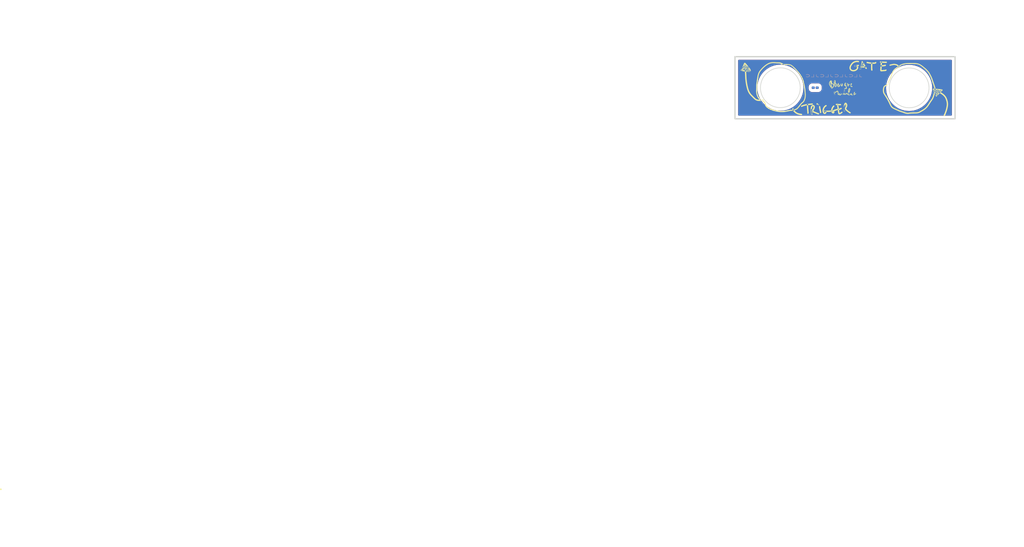
<source format=kicad_pcb>
(kicad_pcb (version 20211014) (generator pcbnew)
  (layers (0 "F.Cu" signal) (31 "B.Cu" signal) (34 "B.Paste" user) (35 "F.Paste" user) (36 "B.SilkS" user "B.Silkscreen") (37 "F.SilkS" user "F.Silkscreen") (38 "B.Mask" user) (39 "F.Mask" user) (44 "Edge.Cuts" user))
  (net 0 "")
  (footprint "Resistor_SMD:R_0201_0603Metric" (layer "F.Cu") (at 131.0025 38.410056)
    (fp_text reference "REF**" hide)
    (fp_text value "R_0201_0603Metric" hide)
    (pad "1" smd roundrect (at -0.32 0) (size 0.46 0.4) (layers "F.Cu" "F.Mask"))
    (pad "2" smd roundrect (at 0.32 0) (size 0.46 0.4) (layers "F.Cu" "F.Mask"))
  )
  (footprint "Resistor_SMD:R_0201_0603Metric" (layer "B.Cu") (at 131.0025 38.410056 180)
    (fp_text reference "REF**" hide)
    (fp_text value "R_0201_0603Metric" hide)
    (pad "1" smd roundrect (at -0.32 0 180) (size 0.46 0.4) (layers "B.Cu" "B.Mask"))
    (pad "2" smd roundrect (at 0.32 0 180) (size 0.46 0.4) (layers "B.Cu" "B.Mask"))
  )
  (gr_line (start 0 103.00597) (end 0 103.00597) (layer "F.SilkS") (width 0.264582))
  (gr_poly (pts (xy 0 104.548439) (xy 0 104.575715) (xy 0 104.592356) (xy 0 104.59335) (xy 0 104.599085) (xy 0 104.604349) (xy 0 104.609173) (xy 0 104.61359) (xy 0 104.614571) (xy 0 104.596109) (xy 0 104.546967) (xy 0 104.537183) (xy 0 104.531306) (xy 0 104.529452)) (layer "F.SilkS") (width 0) (fill solid))
  (gr_poly (pts (xy 0 104.417823) (xy 0 104.419752) (xy 0 104.421631) (xy 0 104.423467) (xy 0 104.425264) (xy 0 104.427026) (xy 0 104.428662) (xy 0 104.427267) (xy 0 104.425087) (xy 0 104.422963) (xy 0 104.420994) (xy 0 104.417903) (xy 0 104.416588)) (layer "F.SilkS") (width 0) (fill solid))
  (gr_poly (pts (xy 0 107.072193) (xy 0 107.072365) (xy 0 107.073021) (xy 0 107.078607) (xy 0 107.08312) (xy 0 107.086638) (xy 0 107.08924) (xy 0 107.091004) (xy 0 107.092009) (xy 0 107.092214) (xy 0 107.08789) (xy 0 107.085636) (xy 0 107.082819) (xy 0 107.076848) (xy 0 107.074369) (xy 0 107.073405) (xy 0 107.07268) (xy 0 107.072237) (xy 0 107.072134) (xy 0 107.072118)) (layer "F.SilkS") (width 0) (fill solid))
  (gr_poly (pts (xy 0 104.181652) (xy 0 104.18207) (xy 0 104.182328) (xy 0 104.183359) (xy 0 104.185265) (xy 0 104.187027) (xy 0 104.18872) (xy 0 104.188805) (xy 0 104.188777) (xy 0 104.188662) (xy 0 104.188485) (xy 0 104.188043) (xy 0 104.187652) (xy 0 104.187537) (xy 0 104.18751) (xy 0 104.187595) (xy 0 104.187687) (xy 0 104.187816) (xy 0 104.187987) (xy 0 104.188201) (xy 0 104.188461) (xy 0 104.188772) (xy 0 104.189135) (xy 0 104.189555) (xy 0 104.190033) (xy 0 104.190574) (xy 0 104.215127) (xy 0 104.23969) (xy 0 104.26426) (xy 0 104.288836) (xy 0 104.337993) (xy 0 104.362571) (xy 0 104.387146) (xy 0 104.388265) (xy 0 104.389352) (xy 0 104.389935) (xy 0 104.390573) (xy 0 104.391285) (xy 0 104.392093) (xy 0 104.392297) (xy 0 104.392416) (xy 0 104.392447) (xy 0 104.392461) (xy 0 104.392441) (xy 0 104.392242) (xy 0 104.391895) (xy 0 104.391052) (xy 0 104.390705) (xy 0 104.390582) (xy 0 104.390506) (xy 0 104.390332) (xy 0 104.390204) (xy 0 104.39012) (xy 0 104.390075) (xy 0 104.390096) (xy 0 104.390239) (xy 0 104.39069) (xy 0 104.39147) (xy 0 104.392428) (xy 0 104.393961) (xy 0 104.395995) (xy 0 104.397506) (xy 0 104.397901) (xy 0 104.398546) (xy 0 104.399374) (xy 0 104.400318) (xy 0 104.402295) (xy 0 104.403194) (xy 0 104.403946) (xy 0 104.404484) (xy 0 104.404743) (xy 0 104.404746) (xy 0 104.404655) (xy 0 104.404461) (xy 0 104.404156) (xy 0 104.403731) (xy 0 104.403178) (xy 0 104.402489) (xy 0 104.401655) (xy 0 104.400669) (xy 0 104.399523) (xy 0 104.398206) (xy 0 104.396713) (xy 0 104.384954) (xy 0 104.372973) (xy 0 104.360792) (xy 0 104.348435) (xy 0 104.335925) (xy 0 104.323285) (xy 0 104.297704) (xy 0 104.245992) (xy 0 104.220228) (xy 0 104.207449) (xy 0 104.194771) (xy 0 104.190316) (xy 0 104.186816) (xy 0 104.184215) (xy 0 104.182456) (xy 0 104.18148) (xy 0 104.181231)) (layer "F.SilkS") (width 0) (fill solid))
  (gr_poly (pts (xy 134.137214 39.038153) (xy 134.142418 39.038764) (xy 134.147548 39.039835) (xy 134.152562 39.041362) (xy 134.15742 39.043342) (xy 134.162081 39.045772) (xy 134.166504 39.048649) (xy 134.170648 39.051971) (xy 134.174473 39.055734) (xy 134.177937 39.059935) (xy 134.181 39.064572) (xy 134.183621 39.06964) (xy 134.185759 39.075138) (xy 134.187373 39.081063) (xy 134.188422 39.087411) (xy 134.188866 39.094179) (xy 134.188663 39.101365) (xy 134.188263 39.115829) (xy 134.183301 39.11766) (xy 134.177281 39.119723) (xy 134.171716 39.121433) (xy 134.166758 39.12271) (xy 134.162557 39.12347) (xy 134.160788 39.123632) (xy 134.159264 39.123633) (xy 134.157383 39.123476) (xy 134.155514 39.123221) (xy 134.153656 39.122874) (xy 134.15181 39.122437) (xy 134.149977 39.121917) (xy 134.148156 39.121316) (xy 134.144554 39.119896) (xy 134.141009 39.118212) (xy 134.137524 39.116301) (xy 134.134103 39.114199) (xy 134.130749 39.111943) (xy 134.127466 39.10957) (xy 134.124257 39.107115) (xy 134.118079 39.102108) (xy 134.106776 39.092721) (xy 134.104316 39.090026) (xy 134.101831 39.087353) (xy 134.096844 39.082021) (xy 134.094372 39.079338) (xy 134.091935 39.076625) (xy 134.089547 39.07387) (xy 134.087224 39.071061) (xy 134.086776 39.070468) (xy 134.086351 39.069831) (xy 134.085559 39.068442) (xy 134.084832 39.06693) (xy 134.084586 39.06635) (xy 134.086729 39.062576) (xy 134.090057 39.057942) (xy 134.09376 39.053798) (xy 134.097798 39.050144) (xy 134.102128 39.046976) (xy 134.10671 39.044291) (xy 134.111504 39.042085) (xy 134.116468 39.040357) (xy 134.121562 39.039102) (xy 134.126745 39.038318) (xy 134.131976 39.038003)) (layer "F.SilkS") (width 0) (fill solid))
  (gr_poly (pts (xy 0 104.824532) (xy 0 104.827573) (xy 0 104.830329) (xy 0 104.832778) (xy 0 104.834902) (xy 0 104.836682) (xy 0 104.838097) (xy 0 104.839129) (xy 0 104.839431) (xy 0 104.844921) (xy 0 104.861777) (xy 0 104.922993) (xy 0 104.933086) (xy 0 104.951862) (xy 0 104.982905) (xy 0 104.982354) (xy 0 104.980172) (xy 0 104.979389) (xy 0 104.977502) (xy 0 104.97457) (xy 0 104.971554) (xy 0 104.968459) (xy 0 104.965289) (xy 0 104.962048) (xy 0 104.95874) (xy 0 104.955371) (xy 0 104.948463) (xy 0 104.941359) (xy 0 104.934093) (xy 0 104.926699) (xy 0 104.919213) (xy 0 104.911668) (xy 0 104.896541) (xy 0 104.881596) (xy 0 104.874277) (xy 0 104.867107) (xy 0 104.822649) (xy 0 104.821461)) (layer "F.SilkS") (width 0) (fill solid))
  (gr_poly (pts (xy 136.878141 39.302457) (xy 136.883143 39.303189) (xy 136.883142 39.303185) (xy 136.88314 39.30318) (xy 136.883138 39.303176) (xy 136.883136 39.303172) (xy 136.883132 39.303163) (xy 136.883128 39.303155) (xy 136.883123 39.303147) (xy 136.883119 39.303138) (xy 136.883117 39.303134) (xy 136.883115 39.30313) (xy 136.883113 39.303125) (xy 136.883111 39.303121) (xy 136.889872 39.305564) (xy 136.896008 39.308455) (xy 136.901531 39.311756) (xy 136.906453 39.315427) (xy 136.910787 39.319429) (xy 136.914544 39.323724) (xy 136.917737 39.328272) (xy 136.920378 39.333034) (xy 136.922479 39.337971) (xy 136.924053 39.343043) (xy 136.925111 39.348213) (xy 136.925665 39.35344) (xy 136.925729 39.358685) (xy 136.925313 39.36391) (xy 136.925221 39.364451) (xy 136.913006 39.348015) (xy 136.895496 39.324913) (xy 136.888223 39.315914) (xy 136.881754 39.308574) (xy 136.875949 39.30286) (xy 136.874768 39.301871)) (layer "F.SilkS") (width 0) (fill solid))
  (gr_poly (pts (xy 0 110.999779) (xy 0 111.001468) (xy 0 111.004173) (xy 0 111.007826) (xy 0 111.01236) (xy 0 111.017708) (xy 0 111.023802) (xy 0 111.030576) (xy 0 111.03796) (xy 0 111.045889) (xy 0 111.054295) (xy 0 111.063111) (xy 0 111.072268) (xy 0 111.0817) (xy 0 111.09134) (xy 0 111.10112) (xy 0 111.110973) (xy 0 111.12083) (xy 0 111.130626) (xy 0 111.140293) (xy 0 111.149762) (xy 0 111.158968) (xy 0 111.167842) (xy 0 111.176317) (xy 0 111.184327) (xy 0 111.191802) (xy 0 111.198677) (xy 0 111.220525) (xy 0 111.241716) (xy 0 111.26231) (xy 0 111.282365) (xy 0 111.301939) (xy 0 111.321092) (xy 0 111.358368) (xy 0 111.363852) (xy 0 111.367922) (xy 0 111.370648) (xy 0 111.372097) (xy 0 111.372222) (xy 0 111.164957) (xy 0 111.134806) (xy 0 111.096841) (xy 0 111.077236) (xy 0 111.057085) (xy 0 111.036289) (xy 0 111.014747) (xy 0 111.008927) (xy 0 111.004527) (xy 0 111.00148) (xy 0 110.999717) (xy 0 110.999173)) (layer "F.SilkS") (width 0) (fill solid))
  (gr_poly (pts (xy 120.08491 35.025538) (xy 120.098654 35.037412) (xy 120.1126 35.049006) (xy 120.140959 35.07154) (xy 120.15452 35.081834) (xy 120.151807 35.083271) (xy 120.106562 35.107292) (xy 120.061009 35.047225) (xy 120.061087 35.045614) (xy 120.062985 35.03032) (xy 120.064418 35.023466) (xy 120.066221 35.01714) (xy 120.06843 35.011344) (xy 120.06878 35.010649)) (layer "F.SilkS") (width 0) (fill solid))
  (gr_poly (pts (xy 0 105.191179) (xy 0 105.192062) (xy 0 105.192207) (xy 0 105.192019) (xy 0 105.191566) (xy 0 105.199202) (xy 0 105.202415) (xy 0 105.206103) (xy 0 105.210385) (xy 0 105.219599) (xy 0 105.238604) (xy 0 105.243055) (xy 0 105.24724) (xy 0 105.251089) (xy 0 105.254529) (xy 0 105.257488) (xy 0 105.259894) (xy 0 105.261674) (xy 0 105.262756) (xy 0 105.262796) (xy 0 105.262657) (xy 0 105.262346) (xy 0 105.261871) (xy 0 105.261242) (xy 0 105.260466) (xy 0 105.259551) (xy 0 105.258506) (xy 0 105.257339) (xy 0 105.256058) (xy 0 105.253189) (xy 0 105.249964) (xy 0 105.246449) (xy 0 105.215843) (xy 0 105.212984) (xy 0 105.210062) (xy 0 105.207083) (xy 0 105.204051) (xy 0 105.200974) (xy 0 105.197855) (xy 0 105.191519) (xy 0 105.191101)) (layer "F.SilkS") (width 0) (fill solid))
  (gr_poly (pts (xy 0 104.626656) (xy 0 104.636039) (xy 0 104.637496) (xy 0 104.63914) (xy 0 104.64075) (xy 0 104.642325) (xy 0 104.64386) (xy 0 104.645353) (xy 0 104.646803) (xy 0 104.646814) (xy 0 104.689159) (xy 0 104.733644) (xy 0 104.769475) (xy 0 104.733522) (xy 0 104.694792) (xy 0 104.665697) (xy 0 104.628996) (xy 0 104.609229)) (layer "F.SilkS") (width 0) (fill solid))
  (gr_poly (pts (xy 133.991983 41.261385) (xy 134.001926 41.262616) (xy 134.011595 41.264826) (xy 134.020937 41.26796) (xy 134.0299 41.27196) (xy 134.038434 41.276771) (xy 134.046485 41.282337) (xy 134.054003 41.2886) (xy 134.060936 41.295505) (xy 134.067232 41.302995) (xy 134.072839 41.311015) (xy 134.077705 41.319507) (xy 134.081779 41.328416) (xy 134.08501 41.337685) (xy 134.087344 41.347258) (xy 134.088731 41.357078) (xy 134.089119 41.367089) (xy 134.088456 41.377236) (xy 134.08669 41.387461) (xy 134.083769 41.397708) (xy 134.079643 41.407922) (xy 134.074259 41.418045) (xy 134.067564 41.428021) (xy 134.059509 41.437795) (xy 134.05004 41.447309) (xy 134.027564 41.470547) (xy 134.005905 41.494542) (xy 133.985079 41.519261) (xy 133.9651 41.544672) (xy 133.945985 41.570744) (xy 133.927748 41.597444) (xy 133.910404 41.624741) (xy 133.89397 41.652602) (xy 133.87846 41.680996) (xy 133.863889 41.70989) (xy 133.850272 41.739253) (xy 133.837626 41.769053) (xy 133.825966 41.799258) (xy 133.815305 41.829836) (xy 133.805661 41.860754) (xy 133.797048 41.891981) (xy 133.793343 41.907458) (xy 133.790111 41.923038) (xy 133.787244 41.938698) (xy 133.78463 41.954414) (xy 133.779727 41.985917) (xy 133.777219 42.001657) (xy 133.774528 42.017357) (xy 133.773205 42.036877) (xy 133.772422 42.056274) (xy 133.772223 42.075535) (xy 133.772655 42.094645) (xy 133.773765 42.11359) (xy 133.775597 42.132355) (xy 133.778199 42.150928) (xy 133.781616 42.169292) (xy 133.785894 42.187435) (xy 133.79108 42.205342) (xy 133.79722 42.222999) (xy 133.804359 42.240392) (xy 133.812543 42.257506) (xy 133.82182 42.274328) (xy 133.832234 42.290843) (xy 133.843832 42.307037) (xy 133.84896 42.313561) (xy 133.851613 42.316771) (xy 133.854327 42.319938) (xy 133.857102 42.323057) (xy 133.85994 42.326122) (xy 133.86284 42.329128) (xy 133.865804 42.332067) (xy 133.868833 42.334935) (xy 133.871927 42.337726) (xy 133.875087 42.340434) (xy 133.878313 42.343053) (xy 133.881608 42.345577) (xy 133.88497 42.348001) (xy 133.888402 42.350319) (xy 133.891904 42.352525) (xy 133.895421 42.354602) (xy 133.898651 42.356391) (xy 133.901606 42.357905) (xy 133.904296 42.359155) (xy 133.906732 42.360155) (xy 133.908926 42.360915) (xy 133.910888 42.361449) (xy 133.912628 42.361767) (xy 133.914159 42.361883) (xy 133.915491 42.361809) (xy 133.916635 42.361556) (xy 133.917602 42.361137) (xy 133.918403 42.360563) (xy 133.919048 42.359848) (xy 133.919549 42.359002) (xy 133.919917 42.358039) (xy 133.920162 42.35697) (xy 133.920296 42.355807) (xy 133.920329 42.354563) (xy 133.920273 42.35325) (xy 133.919935 42.350464) (xy 133.919371 42.347546) (xy 133.916592 42.336493) (xy 133.915061 42.336117) (xy 133.913497 42.335803) (xy 133.911908 42.335536) (xy 133.910301 42.335302) (xy 133.907064 42.334877) (xy 133.903846 42.334413) (xy 133.902264 42.334131) (xy 133.900709 42.333798) (xy 133.899189 42.333398) (xy 133.897712 42.332918) (xy 133.896286 42.332343) (xy 133.895594 42.332015) (xy 133.894917 42.331659) (xy 133.894257 42.331272) (xy 133.893614 42.330852) (xy 133.892989 42.330398) (xy 133.892384 42.329909) (xy 133.891977 42.329532) (xy 133.891609 42.329132) (xy 133.891277 42.328711) (xy 133.89098 42.32827) (xy 133.890715 42.327809) (xy 133.89048 42.32733) (xy 133.890274 42.326835) (xy 133.890094 42.326324) (xy 133.889806 42.325259) (xy 133.889597 42.324146) (xy 133.889454 42.322992) (xy 133.889358 42.321809) (xy 133.889128 42.316958) (xy 133.889028 42.315762) (xy 133.888877 42.314592) (xy 133.88866 42.313456) (xy 133.88836 42.312365) (xy 133.88746 42.309813) (xy 133.886482 42.307289) (xy 133.885443 42.304787) (xy 133.884362 42.302299) (xy 133.882143 42.297342) (xy 133.881041 42.294859) (xy 133.879968 42.292365) (xy 133.874861 42.280542) (xy 133.869566 42.268824) (xy 133.858599 42.245592) (xy 133.847439 42.222443) (xy 133.836456 42.199149) (xy 133.835715 42.194979) (xy 133.834816 42.190805) (xy 133.832693 42.182446) (xy 133.830376 42.174081) (xy 133.828157 42.165719) (xy 133.827175 42.161541) (xy 133.826325 42.157368) (xy 133.826273 42.157047) (xy 134.028045 42.157047) (xy 134.028174 42.162321) (xy 134.02845 42.168207) (xy 134.028888 42.174741) (xy 134.029533 42.175695) (xy 134.031225 42.176233) (xy 134.03748 42.176158) (xy 134.047114 42.174711) (xy 134.053463 42.173376) (xy 134.044764 42.15305) (xy 134.03352 42.128139) (xy 134.033484 42.128169) (xy 134.032395 42.129366) (xy 134.031816 42.130231) (xy 134.031232 42.13132) (xy 134.030657 42.132669) (xy 134.030105 42.134314) (xy 134.02959 42.136288) (xy 134.029125 42.138629) (xy 134.028725 42.14137) (xy 134.028403 42.144547) (xy 134.028173 42.148195) (xy 134.028049 42.15235) (xy 134.028045 42.157047) (xy 133.826273 42.157047) (xy 133.825645 42.153199) (xy 133.825171 42.149037) (xy 133.824939 42.144882) (xy 133.824984 42.140735) (xy 133.825345 42.136597) (xy 133.825654 42.134532) (xy 133.826056 42.132469) (xy 133.827556 42.126025) (xy 133.829243 42.119602) (xy 133.831116 42.113209) (xy 133.831498 42.112029) (xy 134.026248 42.112029) (xy 134.03352 42.128139) (xy 134.034996 42.12692) (xy 134.035155 42.126641) (xy 134.035198 42.126304) (xy 134.035113 42.125875) (xy 134.034884 42.125318) (xy 134.033942 42.123679) (xy 134.032263 42.121106) (xy 134.026248 42.112029) (xy 133.831498 42.112029) (xy 133.833172 42.106856) (xy 133.835412 42.100553) (xy 133.837833 42.094309) (xy 133.840434 42.088133) (xy 133.843215 42.082036) (xy 133.846173 42.076026) (xy 133.849309 42.070113) (xy 133.85262 42.064308) (xy 133.856106 42.058618) (xy 133.859764 42.053054) (xy 133.863595 42.047626) (xy 133.867597 42.042342) (xy 133.871768 42.037213) (xy 133.876651 42.031937) (xy 133.882275 42.026772) (xy 133.895567 42.01677) (xy 133.911289 42.007203) (xy 133.929084 41.998066) (xy 133.948596 41.989355) (xy 133.969469 41.981065) (xy 133.991348 41.973192) (xy 134.013875 41.965731) (xy 134.059451 41.952028) (xy 134.10335 41.939921) (xy 134.17472 41.920349) (xy 134.207525 41.908971) (xy 134.240677 41.898258) (xy 134.307184 41.877027) (xy 134.340119 41.865605) (xy 134.356415 41.859496) (xy 134.372562 41.853045) (xy 134.388534 41.846196) (xy 134.404304 41.838894) (xy 134.419847 41.831081) (xy 134.435136 41.822701) (xy 134.447132 41.816679) (xy 134.458934 41.81208) (xy 134.470502 41.808838) (xy 134.481801 41.806886) (xy 134.492792 41.806157) (xy 134.503439 41.806584) (xy 134.513704 41.808101) (xy 134.52355 41.810641) (xy 134.532939 41.814137) (xy 134.541835 41.818523) (xy 134.550199 41.823731) (xy 134.557994 41.829696) (xy 134.565184 41.836349) (xy 134.571731 41.843625) (xy 134.577597 41.851457) (xy 134.582746 41.859777) (xy 134.587139 41.86852) (xy 134.59074 41.877618) (xy 134.593511 41.887006) (xy 134.595415 41.896615) (xy 134.596415 41.906379) (xy 134.596473 41.916232) (xy 134.595552 41.926107) (xy 134.593614 41.935937) (xy 134.590623 41.945655) (xy 134.586541 41.955195) (xy 134.581331 41.964489) (xy 134.574954 41.973472) (xy 134.567375 41.982076) (xy 134.558556 41.990235) (xy 134.548459 41.997881) (xy 134.537047 42.004949) (xy 134.519151 42.014489) (xy 134.50104 42.023525) (xy 134.482734 42.032096) (xy 134.464249 42.040246) (xy 134.42682 42.055444) (xy 134.388897 42.069452) (xy 134.350625 42.082601) (xy 134.312148 42.095225) (xy 134.23516 42.120221) (xy 134.197146 42.132288) (xy 134.127149 42.153757) (xy 134.090913 42.164099) (xy 134.059589 42.172088) (xy 134.053463 42.173376) (xy 134.053904 42.174404) (xy 134.062656 42.196211) (xy 134.070789 42.218388) (xy 134.078071 42.240853) (xy 134.084271 42.263523) (xy 134.089156 42.286317) (xy 134.092496 42.309151) (xy 134.094058 42.331944) (xy 134.094101 42.3433) (xy 134.093612 42.354614) (xy 134.092563 42.365876) (xy 134.090924 42.377077) (xy 134.088668 42.388205) (xy 134.085765 42.399251) (xy 134.082185 42.410205) (xy 134.077901 42.421055) (xy 134.072883 42.431792) (xy 134.067102 42.442406) (xy 134.060529 42.452885) (xy 134.053136 42.463221) (xy 134.048359 42.469146) (xy 134.043296 42.474796) (xy 134.037978 42.4802) (xy 134.032433 42.485387) (xy 134.026691 42.490383) (xy 134.020782 42.495219) (xy 134.014736 42.499923) (xy 134.008581 42.504522) (xy 133.98347 42.522446) (xy 133.971034 42.531523) (xy 133.964949 42.53619) (xy 133.958992 42.540981) (xy 133.951724 42.541488) (xy 133.944442 42.542184) (xy 133.929848 42.543973) (xy 133.900636 42.547901) (xy 133.893346 42.548701) (xy 133.886068 42.54934) (xy 133.878805 42.549776) (xy 133.871561 42.549963) (xy 133.864338 42.549859) (xy 133.85714 42.549419) (xy 133.84997 42.548599) (xy 133.842832 42.547357) (xy 133.826667 42.543432) (xy 133.811013 42.538457) (xy 133.795867 42.53248) (xy 133.781226 42.525547) (xy 133.767088 42.517705) (xy 133.753449 42.509001) (xy 133.740308 42.499482) (xy 133.727661 42.489194) (xy 133.715506 42.478184) (xy 133.70384 42.466499) (xy 133.681965 42.441291) (xy 133.662014 42.413946) (xy 133.643967 42.384836) (xy 133.627802 42.354337) (xy 133.613497 42.322823) (xy 133.601032 42.290668) (xy 133.591462 42.261527) (xy 133.602018 42.257893) (xy 133.612003 42.253237) (xy 133.621129 42.247734) (xy 133.629395 42.24146) (xy 133.636801 42.234492) (xy 133.643347 42.226906) (xy 133.649032 42.218779) (xy 133.653855 42.210187) (xy 133.657816 42.201206) (xy 133.660914 42.191913) (xy 133.663149 42.182384) (xy 133.66452 42.172696) (xy 133.665027 42.162926) (xy 133.664668 42.153149) (xy 133.663444 42.143442) (xy 133.661354 42.133881) (xy 133.658396 42.124544) (xy 133.654572 42.115506) (xy 133.64988 42.106844) (xy 133.644319 42.098634) (xy 133.637889 42.090953) (xy 133.630589 42.083877) (xy 133.62242 42.077482) (xy 133.613379 42.071846) (xy 133.603467 42.067044) (xy 133.592684 42.063153) (xy 133.581028 42.060249) (xy 133.568498 42.058409) (xy 133.565061 42.058229) (xy 133.565155 42.056131) (xy 133.567531 42.017415) (xy 133.56862 41.99806) (xy 133.56936 41.978717) (xy 133.572992 41.95935) (xy 133.576414 41.939932) (xy 133.583134 41.901065) (xy 133.586686 41.881675) (xy 133.590535 41.862354) (xy 133.594808 41.843131) (xy 133.599632 41.824037) (xy 133.610411 41.786675) (xy 133.622423 41.74971) (xy 133.635648 41.713179) (xy 133.650066 41.677115) (xy 133.665656 41.641554) (xy 133.682399 41.606531) (xy 133.700275 41.572081) (xy 133.719262 41.538239) (xy 133.739341 41.50504) (xy 133.760492 41.472518) (xy 133.782695 41.44071) (xy 133.805928 41.40965) (xy 133.830172 41.379373) (xy 133.855407 41.349913) (xy 133.881612 41.321307) (xy 133.908768 41.293589) (xy 133.908767 41.293588) (xy 133.908766 41.293587) (xy 133.908766 41.293586) (xy 133.908765 41.293586) (xy 133.908764 41.293584) (xy 133.908763 41.293582) (xy 133.908762 41.29358) (xy 133.908761 41.293577) (xy 133.90876 41.293573) (xy 133.908758 41.293569) (xy 133.908758 41.293566) (xy 133.908757 41.293564) (xy 133.908756 41.293562) (xy 133.908754 41.29356) (xy 133.908754 41.293559) (xy 133.908753 41.293558) (xy 133.908752 41.293558) (xy 133.908751 41.293557) (xy 133.919031 41.284925) (xy 133.929449 41.277722) (xy 133.939955 41.271894) (xy 133.950496 41.267382) (xy 133.961022 41.264132) (xy 133.971479 41.262087) (xy 133.981817 41.26119)) (layer "F.SilkS") (width 0) (fill solid))
  (gr_poly (pts (xy 136.51023 38.494247) (xy 136.522479 38.495531) (xy 136.535272 38.498033) (xy 136.538233 38.498826) (xy 136.541143 38.499764) (xy 136.544007 38.500831) (xy 136.546829 38.502012) (xy 136.549616 38.503293) (xy 136.552372 38.504658) (xy 136.555104 38.506093) (xy 136.557815 38.507583) (xy 136.568574 38.51379) (xy 136.573975 38.516833) (xy 136.5767 38.518287) (xy 136.579448 38.519677) (xy 136.581577 38.522002) (xy 136.583752 38.524293) (xy 136.588194 38.528805) (xy 136.597163 38.537766) (xy 136.601522 38.542341) (xy 136.603634 38.544679) (xy 136.605686 38.547062) (xy 136.607669 38.549497) (xy 136.609572 38.551992) (xy 136.611384 38.554554) (xy 136.613095 38.557193) (xy 136.618156 38.566029) (xy 136.622578 38.575101) (xy 136.626388 38.584392) (xy 136.629612 38.593889) (xy 136.632279 38.603574) (xy 136.634415 38.613433) (xy 136.636046 38.62345) (xy 136.637199 38.63361) (xy 136.638179 38.654294) (xy 136.637571 38.675363) (xy 136.635588 38.696692) (xy 136.632445 38.718156) (xy 136.628356 38.739633) (xy 136.623538 38.760998) (xy 136.612566 38.802895) (xy 136.601247 38.842854) (xy 136.591296 38.879885) (xy 136.569501 38.945648) (xy 136.546777 39.011144) (xy 136.522868 39.076219) (xy 136.497519 39.14072) (xy 136.470472 39.204495) (xy 136.441471 39.26739) (xy 136.427729 39.294628) (xy 136.419489 39.229104) (xy 136.412173 39.153272) (xy 136.407709 39.077339) (xy 136.407387 39.064574) (xy 136.395844 39.094071) (xy 136.370165 39.154904) (xy 136.342634 39.214906) (xy 136.313007 39.273931) (xy 136.312682 39.274533) (xy 136.307721 39.23407) (xy 136.300184 39.152216) (xy 136.297561 39.111248) (xy 136.295818 39.07027) (xy 136.295234 39.039366) (xy 136.406751 39.039366) (xy 136.407387 39.064574) (xy 136.419917 39.032553) (xy 136.442629 38.970494) (xy 136.464223 38.908042) (xy 136.484944 38.845341) (xy 136.490352 38.825337) (xy 136.499303 38.79482) (xy 136.509564 38.757537) (xy 136.514488 38.737529) (xy 136.518902 38.717233) (xy 136.522528 38.697118) (xy 136.525085 38.677652) (xy 136.526296 38.659304) (xy 136.526309 38.650695) (xy 136.52588 38.642541) (xy 136.524976 38.6349) (xy 136.52356 38.627831) (xy 136.521598 38.621393) (xy 136.519055 38.615643) (xy 136.515896 38.610641) (xy 136.512086 38.606445) (xy 136.507591 38.603113) (xy 136.502376 38.600705) (xy 136.501902 38.600784) (xy 136.501421 38.600849) (xy 136.500444 38.600951) (xy 136.499459 38.601042) (xy 136.498477 38.601148) (xy 136.497992 38.601216) (xy 136.497513 38.601299) (xy 136.497042 38.6014) (xy 136.49658 38.601523) (xy 136.496129 38.601671) (xy 136.49569 38.601849) (xy 136.495265 38.602059) (xy 136.495059 38.602177) (xy 136.494857 38.602305) (xy 136.494256 38.602781) (xy 136.49362 38.603431) (xy 136.492257 38.605209) (xy 136.490792 38.607544) (xy 136.489254 38.610342) (xy 136.487667 38.613507) (xy 136.486059 38.616944) (xy 136.482884 38.624257) (xy 136.479941 38.631519) (xy 136.477439 38.637973) (xy 136.474608 38.645413) (xy 136.46534 38.66743) (xy 136.458783 38.68337) (xy 136.454135 38.695434) (xy 136.450597 38.705822) (xy 136.447366 38.716735) (xy 136.443642 38.730374) (xy 136.431512 38.774633) (xy 136.424029 38.812248) (xy 136.417998 38.849952) (xy 136.413337 38.887733) (xy 136.409964 38.925577) (xy 136.407797 38.963473) (xy 136.406753 39.001407) (xy 136.406751 39.039366) (xy 136.295234 39.039366) (xy 136.295043 39.029297) (xy 136.295322 38.988344) (xy 136.296743 38.947423) (xy 136.299393 38.906549) (xy 136.303358 38.865736) (xy 136.308727 38.824998) (xy 136.315586 38.784348) (xy 136.324023 38.743801) (xy 136.335348 38.704571) (xy 136.341874 38.68295) (xy 136.349131 38.66059) (xy 136.357234 38.637941) (xy 136.366298 38.61545) (xy 136.376439 38.593568) (xy 136.38195 38.582994) (xy 136.387774 38.572741) (xy 136.393924 38.562865) (xy 136.400416 38.553421) (xy 136.407265 38.544465) (xy 136.414483 38.536055) (xy 136.422087 38.528245) (xy 136.43009 38.521091) (xy 136.438507 38.514651) (xy 136.447353 38.50898) (xy 136.456641 38.504134) (xy 136.466387 38.50017) (xy 136.476604 38.497143) (xy 136.487307 38.495109) (xy 136.498511 38.494126)) (layer "F.SilkS") (width 0) (fill solid))
  (gr_poly (pts (xy 0 109.654096) (xy 0 109.656268) (xy 0 109.659475) (xy 0 109.663642) (xy 0 109.668693) (xy 0 109.674553) (xy 0 109.681145) (xy 0 109.688395) (xy 0 109.696226) (xy 0 109.704563) (xy 0 109.71333) (xy 0 109.722452) (xy 0 109.731853) (xy 0 109.741458) (xy 0 109.75119) (xy 0 109.760974) (xy 0 109.770735) (xy 0 109.780396) (xy 0 109.789883) (xy 0 109.799119) (xy 0 109.808029) (xy 0 109.816538) (xy 0 109.824569) (xy 0 109.832047) (xy 0 109.838897) (xy 0 109.845042) (xy 0 109.850393) (xy 0 109.844139) (xy 0 109.817251) (xy 0 109.791169) (xy 0 109.765724) (xy 0 109.740746) (xy 0 109.69152) (xy 0 109.687844) (xy 0 109.68521) (xy 0 109.679309) (xy 0 109.672351) (xy 0 109.664204) (xy 0 109.654731) (xy 0 109.654548) (xy 0 109.65316) (xy 0 109.653035)) (layer "F.SilkS") (width 0) (fill solid))
  (gr_poly (pts (xy 0 108.903318) (xy 0 108.904506) (xy 0 108.905666) (xy 0 108.906794) (xy 0 108.907887) (xy 0 108.908943) (xy 0 108.909959) (xy 0 108.910932) (xy 0 108.911574) (xy 0 108.902465)) (layer "F.SilkS") (width 0) (fill solid))
  (gr_poly (pts (xy 0 108.741015) (xy 0 108.741806) (xy 0 108.744351) (xy 0 108.747014) (xy 0 108.752583) (xy 0 108.758297) (xy 0 108.763939) (xy 0 108.766171) (xy 0 108.767665) (xy 0 108.76846) (xy 0 108.768593) (xy 0 108.768103) (xy 0 108.767028) (xy 0 108.765406) (xy 0 108.763977) (xy 0 108.763186) (xy 0 108.758757) (xy 0 108.75471) (xy 0 108.751077) (xy 0 108.747886) (xy 0 108.745169) (xy 0 108.742955) (xy 0 108.741274) (xy 0 108.740853)) (layer "F.SilkS") (width 0) (fill solid))
  (gr_poly (pts (xy 0 108.417679) (xy 0 108.417785) (xy 0 108.417968) (xy 0 108.418225) (xy 0 108.418551) (xy 0 108.418941) (xy 0 108.419391) (xy 0 108.419897) (xy 0 108.420454) (xy 0 108.421707) (xy 0 108.423113) (xy 0 108.424638) (xy 0 108.431239) (xy 0 108.432263) (xy 0 108.433619) (xy 0 108.439246) (xy 0 108.440058) (xy 0 108.439052) (xy 0 108.430099) (xy 0 108.426186) (xy 0 108.422682) (xy 0 108.419612) (xy 0 108.41805) (xy 0 108.417717) (xy 0 108.417655)) (layer "F.SilkS") (width 0) (fill solid))
  (gr_poly (pts (xy 120.21678 35.479549) (xy 120.222896 35.493826) (xy 120.216799 35.49811) (xy 120.19967 35.510654) (xy 120.202587 35.522084) (xy 120.2032 35.52465) (xy 120.203413 35.525649) (xy 120.203546 35.5264) (xy 120.203584 35.52686) (xy 120.203564 35.526966) (xy 120.203516 35.526984) (xy 120.203437 35.526907) (xy 120.203325 35.52673) (xy 120.203 35.526052) (xy 120.201724 35.522938) (xy 120.200555 35.519786) (xy 120.199483 35.516601) (xy 120.198495 35.513387) (xy 120.196731 35.506885) (xy 120.195175 35.500312) (xy 120.192335 35.487073) (xy 120.190875 35.480469) (xy 120.18927 35.473914) (xy 120.185049 35.457439) (xy 120.192957 35.453702) (xy 120.20287 35.448611) (xy 120.203671 35.448151)) (layer "F.SilkS") (width 0) (fill solid))
  (gr_poly (pts (xy 119.66191 35.484869) (xy 119.641632 35.553102) (xy 119.64163 35.552809) (xy 119.641448 35.539065) (xy 119.6415 35.532332) (xy 119.641777 35.525816) (xy 119.642378 35.519609) (xy 119.64283 35.516651) (xy 119.6434 35.513806) (xy 119.65943 35.442987)) (layer "F.SilkS") (width 0) (fill solid))
  (gr_poly (pts (xy 136.848143 39.298063) (xy 136.850653 39.298187) (xy 136.851024 39.298217) (xy 136.849715 39.299062) (xy 136.847323 39.300922) (xy 136.842292 39.305689) (xy 136.836817 39.311825) (xy 136.83076 39.319297) (xy 136.824702 39.32718) (xy 136.818787 39.335173) (xy 136.807191 39.35134) (xy 136.795576 39.367491) (xy 136.789636 39.375467) (xy 136.783544 39.383325) (xy 136.767548 39.404057) (xy 136.759498 39.414379) (xy 136.755411 39.41949) (xy 136.751264 39.424553) (xy 136.749398 39.426681) (xy 136.747044 39.429206) (xy 136.741233 39.435242) (xy 136.734562 39.442253) (xy 136.731132 39.445996) (xy 136.727762 39.44983) (xy 136.724542 39.453704) (xy 136.721564 39.457566) (xy 136.718919 39.461365) (xy 136.716699 39.465051) (xy 136.715777 39.466836) (xy 136.714996 39.468572) (xy 136.714366 39.470255) (xy 136.7139 39.471878) (xy 136.713608 39.473434) (xy 136.713503 39.474916) (xy 136.713595 39.47632) (xy 136.713897 39.477637) (xy 136.71424 39.478603) (xy 136.714635 39.479542) (xy 136.715078 39.480456) (xy 136.715566 39.481346) (xy 136.716095 39.482214) (xy 136.716662 39.483062) (xy 136.717264 39.483892) (xy 136.717897 39.484706) (xy 136.719244 39.486291) (xy 136.720676 39.487831) (xy 136.722167 39.489342) (xy 136.723688 39.490836) (xy 136.726718 39.493836) (xy 136.728173 39.495368) (xy 136.729551 39.496943) (xy 136.729941 39.497424) (xy 136.731967 39.491823) (xy 136.733204 39.4886) (xy 136.734535 39.485422) (xy 136.735249 39.483857) (xy 136.736 39.482311) (xy 136.736796 39.480786) (xy 136.737639 39.479285) (xy 136.741861 39.472605) (xy 136.746685 39.465969) (xy 136.75206 39.459433) (xy 136.757939 39.453057) (xy 136.764273 39.446896) (xy 136.771011 39.44101) (xy 136.778104 39.435455) (xy 136.785505 39.430289) (xy 136.793162 39.42557) (xy 136.801028 39.421355) (xy 136.805023 39.419454) (xy 136.809053 39.417701) (xy 136.813109 39.416103) (xy 136.815072 39.415412) (xy 136.814084 39.425755) (xy 136.812881 39.437629) (xy 136.814419 39.459267) (xy 136.815541 39.470083) (xy 136.816945 39.480864) (xy 136.818666 39.491585) (xy 136.820737 39.502219) (xy 136.823194 39.512741) (xy 136.823223 39.512848) (xy 136.823048 39.513057) (xy 136.813362 39.524045) (xy 136.803332 39.534789) (xy 136.793004 39.545101) (xy 136.782423 39.554794) (xy 136.771636 39.56368) (xy 136.760687 39.571571) (xy 136.755167 39.575085) (xy 136.749623 39.578279) (xy 136.744061 39.581131) (xy 136.738488 39.583617) (xy 136.732909 39.585713) (xy 136.727329 39.587396) (xy 136.721755 39.588643) (xy 136.716191 39.589429) (xy 136.71042 39.589889) (xy 136.704842 39.590114) (xy 136.699455 39.590108) (xy 136.694258 39.589875) (xy 136.689248 39.589419) (xy 136.684424 39.588744) (xy 136.679784 39.587855) (xy 136.675325 39.586754) (xy 136.671046 39.585447) (xy 136.666945 39.583937) (xy 136.66302 39.582228) (xy 136.659269 39.580325) (xy 136.65569 39.578231) (xy 136.652281 39.575951) (xy 136.64904 39.573488) (xy 136.645966 39.570847) (xy 136.643056 39.568031) (xy 136.640309 39.565045) (xy 136.637722 39.561893) (xy 136.635294 39.558578) (xy 136.633022 39.555105) (xy 136.630905 39.551478) (xy 136.628941 39.547701) (xy 136.627128 39.543778) (xy 136.625464 39.539713) (xy 136.623947 39.53551) (xy 136.621346 39.526706) (xy 136.61931 39.517399) (xy 136.618956 39.515073) (xy 136.726402 39.515073) (xy 136.726448 39.518128) (xy 136.726559 39.5192) (xy 136.726723 39.519992) (xy 136.726934 39.520523) (xy 136.727187 39.520813) (xy 136.727479 39.520879) (xy 136.727804 39.520741) (xy 136.728156 39.520418) (xy 136.728532 39.519927) (xy 136.729335 39.518521) (xy 136.730173 39.516672) (xy 136.731007 39.514531) (xy 136.731799 39.512247) (xy 136.73251 39.50997) (xy 136.733101 39.507851) (xy 136.733533 39.506039) (xy 136.733769 39.504684) (xy 136.733768 39.503937) (xy 136.733389 39.502983) (xy 136.732962 39.502055) (xy 136.732489 39.501152) (xy 136.731973 39.500272) (xy 136.731418 39.499412) (xy 136.730827 39.498572) (xy 136.730204 39.49775) (xy 136.729941 39.497424) (xy 136.729613 39.498331) (xy 136.728416 39.501574) (xy 136.727153 39.504785) (xy 136.726624 39.510675) (xy 136.726402 39.515073) (xy 136.618956 39.515073) (xy 136.617824 39.507621) (xy 136.617544 39.504387) (xy 136.617477 39.501157) (xy 136.6176 39.497931) (xy 136.617891 39.49471) (xy 136.618328 39.491492) (xy 136.61889 39.488276) (xy 136.619554 39.485063) (xy 136.620299 39.481851) (xy 136.623641 39.469015) (xy 136.625223 39.462595) (xy 136.625915 39.459383) (xy 136.626512 39.456169) (xy 136.629586 39.45007) (xy 136.632549 39.443904) (xy 136.638409 39.43153) (xy 136.641442 39.425404) (xy 136.644633 39.419373) (xy 136.646309 39.416407) (xy 136.648049 39.413479) (xy 136.649863 39.410595) (xy 136.651759 39.407761) (xy 136.660122 39.396373) (xy 136.66915 39.385431) (xy 136.678804 39.374969) (xy 136.689044 39.36502) (xy 136.699831 39.35562) (xy 136.711123 39.346801) (xy 136.722882 39.338598) (xy 136.735067 39.331044) (xy 136.747639 39.324175) (xy 136.760558 39.318023) (xy 136.773783 39.312623) (xy 136.787275 39.308009) (xy 136.800993 39.304214) (xy 136.814899 39.301274) (xy 136.828952 39.299221) (xy 136.843112 39.298089) (xy 136.84563 39.298027)) (layer "F.SilkS") (width 0) (fill solid))
  (gr_poly (pts (xy 0 108.376144) (xy 0 108.420307) (xy 0 108.425495) (xy 0 108.439072) (xy 0 108.452915) (xy 0 108.466975) (xy 0 108.481996) (xy 0 108.473736) (xy 0 108.471045) (xy 0 108.469589) (xy 0 108.454306) (xy 0 108.438777) (xy 0 108.422817) (xy 0 108.406242) (xy 0 108.399333) (xy 0 108.39238) (xy 0 108.378386) (xy 0 108.376269) (xy 0 108.376231) (xy 0 108.375066) (xy 0 108.374766)) (layer "F.SilkS") (width 0) (fill solid))
  (gr_poly (pts (xy 0 104.63512) (xy 0 104.637195) (xy 0 104.640126) (xy 0 104.640392) (xy 0 104.656025) (xy 0 104.683045) (xy 0 104.708549) (xy 0 104.752292) (xy 0 104.823322) (xy 0 104.82406) (xy 0 104.827639) (xy 0 104.800945) (xy 0 104.786526) (xy 0 104.779337) (xy 0 104.772173) (xy 0 104.765044) (xy 0 104.757958) (xy 0 104.750924) (xy 0 104.74395) (xy 0 104.737045) (xy 0 104.730218) (xy 0 104.723478) (xy 0 104.716833) (xy 0 104.710292) (xy 0 104.703865) (xy 0 104.697559) (xy 0 104.691383) (xy 0 104.691825) (xy 0 104.691423) (xy 0 104.690228) (xy 0 104.688295) (xy 0 104.682421) (xy 0 104.674224) (xy 0 104.664127) (xy 0 104.652551) (xy 0 104.650184) (xy 0 104.648933) (xy 0 104.646885) (xy 0 104.64258) (xy 0 104.640522) (xy 0 104.638658) (xy 0 104.637829) (xy 0 104.637087) (xy 0 104.636442) (xy 0 104.635907) (xy 0 104.635496) (xy 0 104.635219) (xy 0 104.63509)) (layer "F.SilkS") (width 0) (fill solid))
  (gr_poly (pts (xy 140.011928 34.556349) (xy 140.081609 34.559664) (xy 140.151345 34.562123) (xy 140.201119 34.56322) (xy 140.200315 34.573788) (xy 140.195674 34.651402) (xy 140.192154 34.729069) (xy 140.189618 34.806779) (xy 140.186949 34.962272) (xy 140.186568 35.117781) (xy 140.188894 35.169204) (xy 140.190227 35.220874) (xy 140.192356 35.324538) (xy 140.19437 35.376323) (xy 140.197827 35.427937) (xy 140.200288 35.453647) (xy 140.203339 35.479275) (xy 140.207055 35.504808) (xy 140.211513 35.530233) (xy 140.2118 35.531125) (xy 140.212065 35.532014) (xy 140.212312 35.532903) (xy 140.212542 35.533791) (xy 140.212968 35.535568) (xy 140.213368 35.537349) (xy 140.215771 35.550555) (xy 140.216862 35.563174) (xy 140.216717 35.575187) (xy 140.21541 35.586579) (xy 140.213017 35.597331) (xy 140.20961 35.607427) (xy 140.205266 35.616851) (xy 140.200057 35.625584) (xy 140.19406 35.63361) (xy 140.187349 35.640911) (xy 140.179997 35.647472) (xy 140.17208 35.653274) (xy 140.163672 35.658301) (xy 140.154848 35.662535) (xy 140.145682 35.66596) (xy 140.136249 35.668559) (xy 140.126623 35.670314) (xy 140.116879 35.671209) (xy 140.107092 35.671227) (xy 140.097335 35.670349) (xy 140.087684 35.668561) (xy 140.078213 35.665844) (xy 140.068996 35.662181) (xy 140.060108 35.657555) (xy 140.051624 35.65195) (xy 140.043618 35.645348) (xy 140.036165 35.637733) (xy 140.029339 35.629086) (xy 140.023215 35.619392) (xy 140.017868 35.608633) (xy 140.013371 35.596793) (xy 140.009799 35.583853) (xy 140.009297 35.581729) (xy 140.008818 35.579604) (xy 140.007901 35.575348) (xy 140.006994 35.571093) (xy 140.00604 35.566841) (xy 139.997822 35.511226) (xy 139.991769 35.455353) (xy 139.987469 35.399284) (xy 139.98451 35.343081) (xy 139.977847 35.118185) (xy 139.978298 34.959524) (xy 139.980994 34.800878) (xy 139.983556 34.721592) (xy 139.987125 34.642349) (xy 139.99185 34.563161) (xy 139.9925 34.554632)) (layer "F.SilkS") (width 0) (fill solid))
  (gr_poly (pts (xy 150.740415 38.96701) (xy 150.742027 38.968034) (xy 150.74153 38.969899) (xy 150.740994 38.972126) (xy 150.739951 38.976634) (xy 150.739404 38.978814) (xy 150.738815 38.98088) (xy 150.738164 38.982781) (xy 150.737809 38.983654) (xy 150.737432 38.984467) (xy 150.732005 38.995567) (xy 150.731973 38.995595) (xy 150.730429 38.996932) (xy 150.731537 38.985815) (xy 150.732277 38.97465) (xy 150.732569 38.964167) (xy 150.732525 38.9615)) (layer "F.SilkS") (width 0) (fill solid))
  (gr_poly (pts (xy 0 108.484837) (xy 0 108.489324) (xy 0 108.4925) (xy 0 108.495013) (xy 0 108.481996)) (layer "F.SilkS") (width 0) (fill solid))
  (gr_poly (pts (xy 0 111.088799) (xy 0 111.089) (xy 0 111.089401) (xy 0 111.090012) (xy 0 111.090843) (xy 0 111.091903) (xy 0 111.093033) (xy 0 111.094727) (xy 0 111.096953) (xy 0 111.099674) (xy 0 111.106468) (xy 0 111.114833) (xy 0 111.124493) (xy 0 111.135174) (xy 0 111.1466) (xy 0 111.158494) (xy 0 111.205246) (xy 0 111.224269) (xy 0 111.231727) (xy 0 111.237449) (xy 0 111.259732) (xy 0 111.271687) (xy 0 111.281746) (xy 0 111.304092) (xy 0 111.311319) (xy 0 111.317558) (xy 0 111.318036) (xy 0 111.311435) (xy 0 111.303318) (xy 0 111.284912) (xy 0 111.26508) (xy 0 111.245584) (xy 0 111.236514) (xy 0 111.228189) (xy 0 111.220829) (xy 0 111.214656) (xy 0 111.212083) (xy 0 111.209889) (xy 0 111.208102) (xy 0 111.206749) (xy 0 111.204877) (xy 0 111.202856) (xy 0 111.198415) (xy 0 111.193512) (xy 0 111.188238) (xy 0 111.182682) (xy 0 111.176933) (xy 0 111.165211) (xy 0 111.153786) (xy 0 111.14337) (xy 0 111.128418) (xy 0 111.128106) (xy 0 111.127794) (xy 0 111.127482) (xy 0 111.127172) (xy 0 111.126864) (xy 0 111.126561) (xy 0 111.126264) (xy 0 111.125974) (xy 0 111.125692) (xy 0 111.125419) (xy 0 111.125158) (xy 0 111.124909) (xy 0 111.124674) (xy 0 111.124453) (xy 0 111.124249) (xy 0 111.124063) (xy 0 111.123896) (xy 0 111.123749) (xy 0 111.123624) (xy 0 111.123521) (xy 0 111.123443) (xy 0 111.123391) (xy 0 111.123366) (xy 0 111.123369) (xy 0 111.123401) (xy 0 111.123465) (xy 0 111.123561) (xy 0 111.123691) (xy 0 111.123855) (xy 0 111.124056) (xy 0 111.124295) (xy 0 111.124572) (xy 0 111.117755) (xy 0 111.110504) (xy 0 111.106905) (xy 0 111.103426) (xy 0 111.100142) (xy 0 111.097129) (xy 0 111.094463) (xy 0 111.09222) (xy 0 111.090476) (xy 0 111.089815) (xy 0 111.089308) (xy 0 111.088963) (xy 0 111.08879)) (layer "F.SilkS") (width 0) (fill solid))
  (gr_poly (pts (xy 0 103.798829) (xy 0 103.800815) (xy 0 103.804012) (xy 0 103.810649) (xy 0 103.819853) (xy 0 103.831633) (xy 0 103.845996) (xy 0 103.862949) (xy 0 103.882502) (xy 0 103.904661) (xy 0 103.929435) (xy 0 103.946903) (xy 0 103.965434) (xy 0 103.984973) (xy 0 104.005468) (xy 0 104.026864) (xy 0 104.049106) (xy 0 104.072141) (xy 0 104.095915) (xy 0 104.145461) (xy 0 104.197313) (xy 0 104.251037) (xy 0 104.306202) (xy 0 104.349106) (xy 0 104.391564) (xy 0 104.475605) (xy 0 104.559259) (xy 0 104.643463) (xy 0 104.678049) (xy 0 104.713375) (xy 0 104.749365) (xy 0 104.78594) (xy 0 104.823025) (xy 0 104.860543) (xy 0 104.936569) (xy 0 104.985502) (xy 0 105.035417) (xy 0 105.08633) (xy 0 105.13826) (xy 0 105.191224) (xy 0 105.24524) (xy 0 105.300325) (xy 0 105.356498) (xy 0 105.440094) (xy 0 105.52479) (xy 0 105.61044) (xy 0 105.696903) (xy 0 105.784034) (xy 0 105.871689) (xy 0 106.047996) (xy 0 106.151343) (xy 0 106.255763) (xy 0 106.361036) (xy 0 106.466941) (xy 0 106.892471) (xy 0 107.222775) (xy 0 107.388241) (xy 0 107.471305) (xy 0 107.554687) (xy 0 107.643415) (xy 0 107.732464) (xy 0 107.77717) (xy 0 107.822033) (xy 0 107.867075) (xy 0 107.912323) (xy 0 107.935874) (xy 0 107.938959) (xy 0 107.945383) (xy 0 107.958534) (xy 0 107.971672) (xy 0 107.985805) (xy 0 108.001123) (xy 0 108.017814) (xy 0 108.022555) (xy 0 108.026484) (xy 0 108.030299) (xy 0 108.034699) (xy 0 108.037336) (xy 0 108.040381) (xy 0 108.043921) (xy 0 108.048043) (xy 0 108.052834) (xy 0 108.058382) (xy 0 108.064774) (xy 0 108.072097) (xy 0 108.076935) (xy 0 108.081694) (xy 0 108.086391) (xy 0 108.091045) (xy 0 108.100298) (xy 0 108.104933) (xy 0 108.1096) (xy 0 108.114315) (xy 0 108.119098) (xy 0 108.123966) (xy 0 108.126438) (xy 0 108.128939) (xy 0 108.13147) (xy 0 108.134034) (xy 0 108.136633) (xy 0 108.13927) (xy 0 108.141946) (xy 0 108.144665) (xy 0 108.147428) (xy 0 108.150238) (xy 0 108.153729) (xy 0 108.157192) (xy 0 108.160628) (xy 0 108.164036) (xy 0 108.167419) (xy 0 108.170776) (xy 0 108.17742) (xy 0 108.183975) (xy 0 108.190447) (xy 0 108.196845) (xy 0 108.203175) (xy 0 108.209445) (xy 0 108.215662) (xy 0 108.227965) (xy 0 108.240142) (xy 0 108.25225) (xy 0 108.253404) (xy 0 108.254501) (xy 0 108.255544) (xy 0 108.256536) (xy 0 108.257481) (xy 0 108.258381) (xy 0 108.26006) (xy 0 108.261596) (xy 0 108.263014) (xy 0 108.264339) (xy 0 108.265595) (xy 0 108.270411) (xy 0 108.271685) (xy 0 108.273035) (xy 0 108.274486) (xy 0 108.276062) (xy 0 108.283201) (xy 0 108.290518) (xy 0 108.297986) (xy 0 108.305579) (xy 0 108.336647) (xy 0 108.390986) (xy 0 108.445961) (xy 0 108.49194) (xy 0 108.494004) (xy 0 108.524651) (xy 0 108.55584) (xy 0 108.5876) (xy 0 108.625068) (xy 0 108.663501) (xy 0 108.703056) (xy 0 108.743894) (xy 0 108.786173) (xy 0 108.830053) (xy 0 108.852642) (xy 0 108.875691) (xy 0 108.89922) (xy 0 108.923248) (xy 0 108.977289) (xy 0 109.032673) (xy 0 109.060931) (xy 0 109.089602) (xy 0 109.118711) (xy 0 109.148283) (xy 0 109.178343) (xy 0 109.208918) (xy 0 109.240032) (xy 0 109.271712) (xy 0 109.303983) (xy 0 109.336869) (xy 0 109.370398) (xy 0 109.404594) (xy 0 109.478363) (xy 0 109.552789) (xy 0 109.627904) (xy 0 109.703737) (xy 0 109.780321) (xy 0 109.857686) (xy 0 109.935863) (xy 0 110.014885) (xy 0 110.097148) (xy 0 110.17963) (xy 0 110.262311) (xy 0 110.303721) (xy 0 110.345174) (xy 0 110.386667) (xy 0 110.4282) (xy 0 110.469768) (xy 0 110.511371) (xy 0 110.553006) (xy 0 110.59467) (xy 0 110.636361) (xy 0 110.678077) (xy 0 110.792008) (xy 0 110.905564) (xy 0 111.018668) (xy 0 111.13124) (xy 0 111.243202) (xy 0 111.354476) (xy 0 111.464983) (xy 0 111.574646) (xy 0 111.750602) (xy 0 111.838238) (xy 0 111.925465) (xy 0 112.012148) (xy 0 112.09815) (xy 0 112.183336) (xy 0 112.26757) (xy 0 112.267561) (xy 0 112.267551) (xy 0 112.267528) (xy 0 112.267517) (xy 0 112.267506) (xy 0 112.267496) (xy 0 112.267491) (xy 0 112.267486) (xy 0 112.279321) (xy 0 112.289879) (xy 0 112.299195) (xy 0 112.307301) (xy 0 112.314231) (xy 0 112.320017) (xy 0 112.324692) (xy 0 112.32829) (xy 0 112.330843) (xy 0 112.332385) (xy 0 112.332948) (xy 0 112.332566) (xy 0 112.331271) (xy 0 112.329097) (xy 0 112.326077) (xy 0 112.322243) (xy 0 112.31763) (xy 0 112.312269) (xy 0 112.306194) (xy 0 112.299437) (xy 0 112.292033) (xy 0 112.284014) (xy 0 112.275412) (xy 0 112.266262) (xy 0 112.256596) (xy 0 112.246447) (xy 0 112.235848) (xy 0 112.224832) (xy 0 112.213432) (xy 0 112.201682) (xy 0 112.189614) (xy 0 112.177261) (xy 0 112.095375) (xy 0 112.012554) (xy 0 111.92893) (xy 0 111.844639) (xy 0 111.759816) (xy 0 111.674593) (xy 0 111.503486) (xy 0 111.398818) (xy 0 111.293356) (xy 0 111.187172) (xy 0 111.080338) (xy 0 110.972927) (xy 0 110.86501) (xy 0 110.75666) (xy 0 110.647949) (xy 0 110.610793) (xy 0 110.573666) (xy 0 110.536568) (xy 0 110.499501) (xy 0 110.462466) (xy 0 110.425465) (xy 0 110.3885) (xy 0 110.351572) (xy 0 110.314682) (xy 0 110.277832) (xy 0 110.204258) (xy 0 110.130862) (xy 0 110.057655) (xy 0 109.984271) (xy 0 109.911668) (xy 0 109.839821) (xy 0 109.768705) (xy 0 109.698295) (xy 0 109.628566) (xy 0 109.559493) (xy 0 109.49105) (xy 0 109.461066) (xy 0 109.431685) (xy 0 109.402882) (xy 0 109.374634) (xy 0 109.346916) (xy 0 109.319705) (xy 0 109.292976) (xy 0 109.266704) (xy 0 109.240867) (xy 0 109.215439) (xy 0 109.190397) (xy 0 109.165716) (xy 0 109.117341) (xy 0 109.070121) (xy 0 109.048204) (xy 0 109.026748) (xy 0 108.985142) (xy 0 108.945151) (xy 0 108.906623) (xy 0 108.869404) (xy 0 108.833344) (xy 0 108.798288) (xy 0 108.764084) (xy 0 108.733631) (xy 0 108.703701) (xy 0 108.64684) (xy 0 108.672268) (xy 0 108.730459) (xy 0 108.789299) (xy 0 108.862814) (xy 0 108.93598) (xy 0 109.082191) (xy 0 109.098986) (xy 0 109.115565) (xy 0 109.131829) (xy 0 109.147677) (xy 0 109.155414) (xy 0 109.163008) (xy 0 109.170448) (xy 0 109.177722) (xy 0 109.184816) (xy 0 109.191718) (xy 0 109.198415) (xy 0 109.204895) (xy 0 109.200315) (xy 0 109.195978) (xy 0 109.187812) (xy 0 109.171931) (xy 0 109.167726) (xy 0 109.163316) (xy 0 109.158642) (xy 0 109.153651) (xy 0 109.148284) (xy 0 109.142486) (xy 0 109.1362) (xy 0 109.129371) (xy 0 109.127983) (xy 0 109.126516) (xy 0 109.124974) (xy 0 109.123362) (xy 0 109.121684) (xy 0 109.119942) (xy 0 109.118142) (xy 0 109.116286) (xy 0 109.11438) (xy 0 109.112425) (xy 0 109.10839) (xy 0 109.104211) (xy 0 109.102305) (xy 0 109.108536) (xy 0 109.114578) (xy 0 109.119834) (xy 0 109.124255) (xy 0 109.127791) (xy 0 109.130393) (xy 0 109.132011) (xy 0 109.132597) (xy 0 109.132101) (xy 0 109.130474) (xy 0 109.127667) (xy 0 109.12363) (xy 0 109.118314) (xy 0 109.11167) (xy 0 109.103648) (xy 0 109.0942) (xy 0 109.083276) (xy 0 109.07281) (xy 0 109.07129) (xy 0 109.067149) (xy 0 109.064687) (xy 0 109.064143) (xy 0 109.065439) (xy 0 109.070559) (xy 0 109.074482) (xy 0 109.077254) (xy 0 109.078921) (xy 0 109.079529) (xy 0 109.079123) (xy 0 109.077751) (xy 0 109.075457) (xy 0 109.072287) (xy 0 109.068287) (xy 0 109.063504) (xy 0 109.057983) (xy 0 109.05177) (xy 0 109.044911) (xy 0 109.037451) (xy 0 109.029438) (xy 0 109.020915) (xy 0 109.01193) (xy 0 109.002529) (xy 0 108.992757) (xy 0 108.98266) (xy 0 108.972284) (xy 0 108.961674) (xy 0 108.950878) (xy 0 108.93994) (xy 0 108.928907) (xy 0 108.917824) (xy 0 108.906738) (xy 0 108.907374) (xy 0 108.907638) (xy 0 108.907643) (xy 0 108.907569) (xy 0 108.907204) (xy 0 108.905735) (xy 0 108.903532) (xy 0 108.900894) (xy 0 108.898123) (xy 0 108.896781) (xy 0 108.895518) (xy 0 108.894371) (xy 0 108.893379) (xy 0 108.878485) (xy 0 108.863476) (xy 0 108.860268) (xy 0 108.862006) (xy 0 108.865671) (xy 0 108.867455) (xy 0 108.905754) (xy 0 108.987678) (xy 0 108.993284) (xy 0 108.998925) (xy 0 109.010284) (xy 0 109.03311) (xy 0 109.044463) (xy 0 109.0501) (xy 0 109.0557) (xy 0 109.061257) (xy 0 109.066764) (xy 0 109.072213) (xy 0 109.077598) (xy 0 109.077798) (xy 0 109.077952) (xy 0 109.078062) (xy 0 109.07813) (xy 0 109.078159) (xy 0 109.078151) (xy 0 109.078108) (xy 0 109.078032) (xy 0 109.077926) (xy 0 109.077791) (xy 0 109.077447) (xy 0 109.077017) (xy 0 109.076519) (xy 0 109.075392) (xy 0 109.07421) (xy 0 109.073644) (xy 0 109.073117) (xy 0 109.072649) (xy 0 109.072258) (xy 0 109.060988) (xy 0 109.061947) (xy 0 109.064143) (xy 0 109.059076) (xy 0 109.052649) (xy 0 109.050358) (xy 0 109.070826) (xy 0 109.07281) (xy 0 109.074484) (xy 0 109.076843) (xy 0 109.078479) (xy 0 109.079294) (xy 0 109.082246) (xy 0 109.091123) (xy 0 109.095547) (xy 0 109.09992) (xy 0 109.102305) (xy 0 109.101756) (xy 0 109.086183) (xy 0 109.078755) (xy 0 109.078715) (xy 0 109.07809) (xy 0 109.077301) (xy 0 109.076356) (xy 0 109.075266) (xy 0 109.07404) (xy 0 109.072687) (xy 0 109.071217) (xy 0 109.067965) (xy 0 109.064359) (xy 0 109.060476) (xy 0 109.052184) (xy 0 109.043699) (xy 0 109.042218) (xy 0 109.011585) (xy 0 109.010865) (xy 0 108.99319) (xy 0 108.95787) (xy 0 108.891465) (xy 0 108.824506) (xy 0 108.804249) (xy 0 108.862748) (xy 0 108.96173) (xy 0 109.060395) (xy 0 109.15876) (xy 0 109.2011) (xy 0 109.243148) (xy 0 109.284893) (xy 0 109.326318) (xy 0 109.367411) (xy 0 109.408158) (xy 0 109.448544) (xy 0 109.488556) (xy 0 109.524903) (xy 0 109.560877) (xy 0 109.596485) (xy 0 109.631739) (xy 0 109.666648) (xy 0 109.701222) (xy 0 109.735469) (xy 0 109.769401) (xy 0 109.861774) (xy 0 109.953819) (xy 0 110.046001) (xy 0 110.138786) (xy 0 110.243224) (xy 0 110.346796) (xy 0 110.44954) (xy 0 110.551498) (xy 0 110.612723) (xy 0 110.672937) (xy 0 110.73213) (xy 0 110.790291) (xy 0 110.847408) (xy 0 110.903473) (xy 0 110.958473) (xy 0 111.012397) (xy 0 111.054205) (xy 0 111.09472) (xy 0 111.134048) (xy 0 111.172293) (xy 0 111.209561) (xy 0 111.245957) (xy 0 111.281585) (xy 0 111.316551) (xy 0 111.350873) (xy 0 111.384589) (xy 0 111.417707) (xy 0 111.450232) (xy 0 111.482172) (xy 0 111.513533) (xy 0 111.544323) (xy 0 111.574547) (xy 0 111.77655) (xy 0 111.787313) (xy 0 111.797446) (xy 0 111.806982) (xy 0 111.815954) (xy 0 111.824393) (xy 0 111.832333) (xy 0 111.84684) (xy 0 111.859733) (xy 0 111.871271) (xy 0 111.881711) (xy 0 111.891311) (xy 0 111.899149) (xy 0 111.905221) (xy 0 111.909782) (xy 0 111.913086) (xy 0 111.915388) (xy 0 111.916945) (xy 0 111.918838) (xy 0 111.91889) (xy 0 111.919719) (xy 0 111.922906) (xy 0 111.926791) (xy 0 111.929771) (xy 0 111.93052) (xy 0 111.932561) (xy 0 111.936171) (xy 0 111.941627) (xy 0 111.943778) (xy 0 111.946337) (xy 0 111.949279) (xy 0 111.952576) (xy 0 111.960127) (xy 0 111.968773) (xy 0 111.973962) (xy 0 111.978352) (xy 0 111.981994) (xy 0 111.984935) (xy 0 111.987224) (xy 0 111.988912) (xy 0 111.990046) (xy 0 111.990677) (xy 0 111.9877) (xy 0 111.983315) (xy 0 111.977681) (xy 0 111.970956) (xy 0 111.9633) (xy 0 111.95487) (xy 0 111.945826) (xy 0 111.936325) (xy 0 111.924791) (xy 0 111.912013) (xy 0 111.898109) (xy 0 111.883201) (xy 0 111.867408) (xy 0 111.850848) (xy 0 111.833642) (xy 0 111.81591) (xy 0 111.797314) (xy 0 111.780139) (xy 0 111.764112) (xy 0 111.748961) (xy 0 111.691665) (xy 0 111.661862) (xy 0 111.64627) (xy 0 111.630151) (xy 0 111.613457) (xy 0 111.596138) (xy 0 111.578144) (xy 0 111.559425) (xy 0 111.521323) (xy 0 111.482696) (xy 0 111.44344) (xy 0 111.40345) (xy 0 111.277999) (xy 0 111.245967) (xy 0 111.213276) (xy 0 111.179727) (xy 0 111.145126) (xy 0 111.12226) (xy 0 111.099168) (xy 0 111.07573) (xy 0 111.051827) (xy 0 111.02734) (xy 0 111.002151) (xy 0 110.976139) (xy 0 110.949187) (xy 0 110.921174) (xy 0 110.891983) (xy 0 110.861493) (xy 0 110.829586) (xy 0 110.796142) (xy 0 110.761043) (xy 0 110.724169) (xy 0 110.685402) (xy 0 110.525694) (xy 0 110.365035) (xy 0 110.204208) (xy 0 110.043998) (xy 0 109.895004) (xy 0 109.746794) (xy 0 109.673167) (xy 0 109.599957) (xy 0 109.527236) (xy 0 109.455078) (xy 0 109.166553) (xy 0 109.022208) (xy 0 108.87725) (xy 0 108.837853) (xy 0 108.797835) (xy 0 108.777568) (xy 0 108.757117) (xy 0 108.736471) (xy 0 108.715621) (xy 0 108.694556) (xy 0 108.673267) (xy 0 108.651744) (xy 0 108.629978) (xy 0 108.607957) (xy 0 108.585673) (xy 0 108.563116) (xy 0 108.540275) (xy 0 108.513274) (xy 0 108.486177) (xy 0 108.431733) (xy 0 108.377008) (xy 0 108.322073) (xy 0 108.266993) (xy 0 108.211838) (xy 0 108.156674) (xy 0 108.154308) (xy 0 108.203108) (xy 0 108.251905) (xy 0 108.30064) (xy 0 108.349258) (xy 0 108.397702) (xy 0 108.445916) (xy 0 108.469919) (xy 0 108.493843) (xy 0 108.513554) (xy 0 108.532968) (xy 0 108.552099) (xy 0 108.570965) (xy 0 108.589579) (xy 0 108.607958) (xy 0 108.626119) (xy 0 108.644075) (xy 0 108.661844) (xy 0 108.67944) (xy 0 108.69688) (xy 0 108.714179) (xy 0 108.748417) (xy 0 108.78228) (xy 0 108.927588) (xy 0 109.072249) (xy 0 109.361206) (xy 0 109.435105) (xy 0 109.509557) (xy 0 109.584492) (xy 0 109.659843) (xy 0 109.811514) (xy 0 109.964019) (xy 0 110.120867) (xy 0 110.278616) (xy 0 110.43647) (xy 0 110.593635) (xy 0 110.626323) (xy 0 110.657472) (xy 0 110.687174) (xy 0 110.715518) (xy 0 110.742598) (xy 0 110.768503) (xy 0 110.793327) (xy 0 110.817159) (xy 0 110.840092) (xy 0 110.862217) (xy 0 110.883624) (xy 0 110.904407) (xy 0 110.924655) (xy 0 110.94446) (xy 0 110.963914) (xy 0 110.983108) (xy 0 111.017102) (xy 0 111.04998) (xy 0 111.081963) (xy 0 111.11327) (xy 0 111.236129) (xy 0 111.275759) (xy 0 111.314623) (xy 0 111.352859) (xy 0 111.390609) (xy 0 111.408344) (xy 0 111.425373) (xy 0 111.441751) (xy 0 111.457532) (xy 0 111.472769) (xy 0 111.487518) (xy 0 111.515762) (xy 0 111.575532) (xy 0 111.591283) (xy 0 111.607962) (xy 0 111.62587) (xy 0 111.645309) (xy 0 111.661659) (xy 0 111.67752) (xy 0 111.692786) (xy 0 111.707349) (xy 0 111.721106) (xy 0 111.733949) (xy 0 111.745772) (xy 0 111.756469) (xy 0 111.772448) (xy 0 111.779841) (xy 0 111.786663) (xy 0 111.792784) (xy 0 111.798074) (xy 0 111.802403) (xy 0 111.805641) (xy 0 111.805137) (xy 0 111.804122) (xy 0 111.802565) (xy 0 111.800436) (xy 0 111.797705) (xy 0 111.794343) (xy 0 111.79032) (xy 0 111.785606) (xy 0 111.776522) (xy 0 111.768584) (xy 0 111.765111) (xy 0 111.762006) (xy 0 111.759294) (xy 0 111.757003) (xy 0 111.751462) (xy 0 111.747693) (xy 0 111.745516) (xy 0 111.744751) (xy 0 111.74187) (xy 0 111.737989) (xy 0 111.734809) (xy 0 111.734014) (xy 0 111.734031) (xy 0 111.732474) (xy 0 111.731196) (xy 0 111.729279) (xy 0 111.726495) (xy 0 111.722613) (xy 0 111.717404) (xy 0 111.71064) (xy 0 111.702482) (xy 0 111.693723) (xy 0 111.684105) (xy 0 111.673373) (xy 0 111.667509) (xy 0 111.66127) (xy 0 111.654625) (xy 0 111.64754) (xy 0 111.639985) (xy 0 111.631927) (xy 0 111.623334) (xy 0 111.614174) (xy 0 111.414306) (xy 0 111.385529) (xy 0 111.356195) (xy 0 111.326312) (xy 0 111.295889) (xy 0 111.264934) (xy 0 111.233457) (xy 0 111.201465) (xy 0 111.168968) (xy 0 111.136639) (xy 0 111.103654) (xy 0 111.069925) (xy 0 111.035366) (xy 0 110.99989) (xy 0 110.96341) (xy 0 110.92584) (xy 0 110.887092) (xy 0 110.835936) (xy 0 110.783707) (xy 0 110.730432) (xy 0 110.676137) (xy 0 110.620848) (xy 0 110.564591) (xy 0 110.507393) (xy 0 110.449279) (xy 0 110.347077) (xy 0 110.244105) (xy 0 110.140382) (xy 0 110.035927) (xy 0 109.943121) (xy 0 109.850937) (xy 0 109.666725) (xy 0 109.635474) (xy 0 109.60391) (xy 0 109.572031) (xy 0 109.539831) (xy 0 109.507307) (xy 0 109.474456) (xy 0 109.441272) (xy 0 109.407753) (xy 0 109.370872) (xy 0 109.333645) (xy 0 109.29608) (xy 0 109.258188) (xy 0 109.219977) (xy 0 109.181458) (xy 0 109.142639) (xy 0 109.103531) (xy 0 109.006887) (xy 0 108.90997) (xy 0 108.812729) (xy 0 108.71511) (xy 0 108.535286) (xy 0 108.552407) (xy 0 108.620943) (xy 0 108.689181) (xy 0 108.757057) (xy 0 108.804249) (xy 0 108.772509) (xy 0 108.852517) (xy 0 109.004265) (xy 0 109.011585) (xy 0 109.028595) (xy 0 109.031947) (xy 0 109.035633) (xy 0 109.039575) (xy 0 109.042218) (xy 0 109.078755) (xy 0 109.079166) (xy 0 109.079432) (xy 0 109.079506) (xy 0 109.079294) (xy 0 109.073536) (xy 0 109.06932) (xy 0 109.065239) (xy 0 109.047787) (xy 0 109.03671) (xy 0 109.036738) (xy 0 109.036719) (xy 0 109.036649) (xy 0 109.036346) (xy 0 109.035404) (xy 0 109.034435) (xy 0 109.03243) (xy 0 109.030352) (xy 0 109.028225) (xy 0 109.023905) (xy 0 109.021757) (xy 0 109.019645) (xy 0 109.050358) (xy 0 109.048414) (xy 0 109.051425) (xy 0 109.052649) (xy 0 109.060988) (xy 0 109.058913) (xy 0 109.055571) (xy 0 109.051908) (xy 0 109.047909) (xy 0 109.043561) (xy 0 109.038849) (xy 0 109.033759) (xy 0 109.028276) (xy 0 109.01608) (xy 0 109.005144) (xy 0 109.041155) (xy 0 109.048414) (xy 0 109.04244) (xy 0 109.032074) (xy 0 109.026338) (xy 0 109.020558) (xy 0 109.014719) (xy 0 109.008804) (xy 0 109.002797) (xy 0 108.996684) (xy 0 108.990446) (xy 0 108.987276) (xy 0 108.98407) (xy 0 108.97308) (xy 0 108.987169) (xy 0 109.00766) (xy 0 109.027961) (xy 0 109.029219) (xy 0 109.030768) (xy 0 109.034039) (xy 0 109.035409) (xy 0 109.036367) (xy 0 109.036637) (xy 0 109.03671) (xy 0 109.030116) (xy 0 109.012261) (xy 0 108.994258) (xy 0 108.957953) (xy 0 108.921488) (xy 0 108.846559) (xy 0 108.87654) (xy 0 108.912707) (xy 0 108.93069) (xy 0 108.948587) (xy 0 108.966385) (xy 0 108.97308) (xy 0 108.966509) (xy 0 108.945701) (xy 0 108.918464) (xy 0 108.924441) (xy 0 108.938255) (xy 0 108.948791) (xy 0 108.968614) (xy 0 109.002145) (xy 0 109.005144) (xy 0 109.004791) (xy 0 109.003188) (xy 0 109.001544) (xy 0 108.999862) (xy 0 108.998144) (xy 0 108.996391) (xy 0 108.994605) (xy 0 108.99279) (xy 0 108.990946) (xy 0 108.989076) (xy 0 108.987181) (xy 0 108.985264) (xy 0 108.983328) (xy 0 108.981373) (xy 0 108.979402) (xy 0 108.97542) (xy 0 108.971398) (xy 0 108.967352) (xy 0 108.959256) (xy 0 108.955237) (xy 0 108.95126) (xy 0 108.947341) (xy 0 108.945409) (xy 0 108.943496) (xy 0 108.938255) (xy 0 108.92678) (xy 0 108.917365) (xy 0 108.918464) (xy 0 108.905465) (xy 0 108.867553) (xy 0 108.802795) (xy 0 108.75675) (xy 0 108.779815) (xy 0 108.846559) (xy 0 108.840194) (xy 0 108.825215) (xy 0 108.810208) (xy 0 108.79517) (xy 0 108.780098) (xy 0 108.764989) (xy 0 108.749841) (xy 0 108.73465) (xy 0 108.719413) (xy 0 108.704129) (xy 0 108.691884) (xy 0 108.690519) (xy 0 108.684655) (xy 0 108.677681) (xy 0 108.674306) (xy 0 108.673403) (xy 0 108.688793) (xy 0 108.691884) (xy 0 108.695315) (xy 0 108.699085) (xy 0 108.701069) (xy 0 108.737492) (xy 0 108.75675) (xy 0 108.727681) (xy 0 108.774672) (xy 0 108.917365) (xy 0 108.869772) (xy 0 108.87126) (xy 0 108.872781) (xy 0 108.874006) (xy 0 108.874916) (xy 0 108.875225) (xy 0 108.87542) (xy 0 108.875485) (xy 0 108.875158) (xy 0 108.874483) (xy 0 108.873506) (xy 0 108.872272) (xy 0 108.870826) (xy 0 108.869214) (xy 0 108.867455) (xy 0 108.831649) (xy 0 108.83319) (xy 0 108.84837) (xy 0 108.860268) (xy 0 108.858581) (xy 0 108.857072) (xy 0 108.855758) (xy 0 108.844602) (xy 0 108.832883) (xy 0 108.820653) (xy 0 108.807964) (xy 0 108.794868) (xy 0 108.781418) (xy 0 108.767665) (xy 0 108.753661) (xy 0 108.638855) (xy 0 108.586722) (xy 0 108.561653) (xy 0 108.588804) (xy 0 108.64533) (xy 0 108.64684) (xy 0 108.614726) (xy 0 108.557829) (xy 0 108.501574) (xy 0 108.49194) (xy 0 108.463873) (xy 0 108.41781) (xy 0 108.426273) (xy 0 108.44935) (xy 0 108.458709) (xy 0 108.473713) (xy 0 108.488528) (xy 0 108.495059) (xy 0 108.507286) (xy 0 108.534012) (xy 0 108.56047) (xy 0 108.561653) (xy 0 108.547615) (xy 0 108.550536) (xy 0 108.561848) (xy 0 108.589339) (xy 0 108.650505) (xy 0 108.72459) (xy 0 108.76505) (xy 0 108.828087) (xy 0 108.831649) (xy 0 108.802685) (xy 0 108.798891) (xy 0 108.869772) (xy 0 108.869464) (xy 0 108.867412) (xy 0 108.865123) (xy 0 108.862618) (xy 0 108.859917) (xy 0 108.85704) (xy 0 108.854005) (xy 0 108.850834) (xy 0 108.847545) (xy 0 108.84416) (xy 0 108.840697) (xy 0 108.833618) (xy 0 108.827808) (xy 0 108.821637) (xy 0 108.815124) (xy 0 108.80829) (xy 0 108.801159) (xy 0 108.793749) (xy 0 108.786083) (xy 0 108.778181) (xy 0 108.761757) (xy 0 108.744645) (xy 0 108.727015) (xy 0 108.709037) (xy 0 108.703453) (xy 0 108.704014) (xy 0 108.704305) (xy 0 108.727681) (xy 0 108.704666) (xy 0 108.704658) (xy 0 108.703714) (xy 0 108.701871) (xy 0 108.701069) (xy 0 108.671707) (xy 0 108.641463) (xy 0 108.64245) (xy 0 108.657957) (xy 0 108.673403) (xy 0 108.670452) (xy 0 108.666148) (xy 0 108.66142) (xy 0 108.656299) (xy 0 108.650813) (xy 0 108.644991) (xy 0 108.63886) (xy 0 108.62579) (xy 0 108.611832) (xy 0 108.597215) (xy 0 108.582167) (xy 0 108.566919) (xy 0 108.551699) (xy 0 108.539158) (xy 0 108.537336) (xy 0 108.535575) (xy 0 108.546655) (xy 0 108.763435) (xy 0 108.772509) (xy 0 108.70008) (xy 0 108.479106) (xy 0 108.498151) (xy 0 108.535286) (xy 0 108.414695) (xy 0 108.341982) (xy 0 108.269579) (xy 0 108.197464) (xy 0 108.143643) (xy 0 108.154003) (xy 0 108.16461) (xy 0 108.175402) (xy 0 108.18632) (xy 0 108.208286) (xy 0 108.230019) (xy 0 108.304855) (xy 0 108.349843) (xy 0 108.394882) (xy 0 108.479106) (xy 0 108.389922) (xy 0 108.362325) (xy 0 108.379338) (xy 0 108.396017) (xy 0 108.412293) (xy 0 108.428095) (xy 0 108.443352) (xy 0 108.457994) (xy 0 108.47195) (xy 0 108.478649) (xy 0 108.48515) (xy 0 108.491445) (xy 0 108.497523) (xy 0 108.503378) (xy 0 108.508999) (xy 0 108.514378) (xy 0 108.519507) (xy 0 108.524376) (xy 0 108.528976) (xy 0 108.533299) (xy 0 108.535575) (xy 0 108.522257) (xy 0 108.539158) (xy 0 108.541079) (xy 0 108.544517) (xy 0 108.549003) (xy 0 108.551253) (xy 0 108.605503) (xy 0 108.641463) (xy 0 108.626881) (xy 0 108.611246) (xy 0 108.595543) (xy 0 108.583151) (xy 0 108.55782) (xy 0 108.557219) (xy 0 108.555282) (xy 0 108.552567) (xy 0 108.551253) (xy 0 108.538942) (xy 0 108.533943) (xy 0 108.533982) (xy 0 108.533705) (xy 0 108.532345) (xy 0 108.530145) (xy 0 108.530102) (xy 0 108.55782) (xy 0 108.55845) (xy 0 108.558736) (xy 0 108.583151) (xy 0 108.621857) (xy 0 108.704666) (xy 0 108.704744) (xy 0 108.704305) (xy 0 108.690879) (xy 0 108.703453) (xy 0 108.70251) (xy 0 108.700275) (xy 0 108.69735) (xy 0 108.693777) (xy 0 108.6896) (xy 0 108.688194) (xy 0 108.686156) (xy 0 108.683651) (xy 0 108.677351) (xy 0 108.669521) (xy 0 108.663126) (xy 0 108.662549) (xy 0 108.662341) (xy 0 108.662529) (xy 0 108.663076) (xy 0 108.663945) (xy 0 108.664935) (xy 0 108.665731) (xy 0 108.675557) (xy 0 108.685334) (xy 0 108.695068) (xy 0 108.704765) (xy 0 108.714432) (xy 0 108.724073) (xy 0 108.733697) (xy 0 108.743307) (xy 0 108.752912) (xy 0 108.762515) (xy 0 108.772125) (xy 0 108.798891) (xy 0 108.798329) (xy 0 108.76505) (xy 0 108.602316) (xy 0 108.562648) (xy 0 108.564219) (xy 0 108.569387) (xy 0 108.573844) (xy 0 108.577622) (xy 0 108.580754) (xy 0 108.583276) (xy 0 108.585218) (xy 0 108.586615) (xy 0 108.587501) (xy 0 108.587907) (xy 0 108.587869) (xy 0 108.587418) (xy 0 108.586588) (xy 0 108.583925) (xy 0 108.580146) (xy 0 108.575517) (xy 0 108.564773) (xy 0 108.561848) (xy 0 108.545585) (xy 0 108.547615) (xy 0 108.529204) (xy 0 108.502892) (xy 0 108.495059) (xy 0 108.480231) (xy 0 108.460275) (xy 0 108.454498) (xy 0 108.44935) (xy 0 108.443781) (xy 0 108.429194) (xy 0 108.415481) (xy 0 108.415803) (xy 0 108.416231) (xy 0 108.416068) (xy 0 108.415323) (xy 0 108.414928) (xy 0 108.41781) (xy 0 108.412892) (xy 0 108.412125) (xy 0 108.409691) (xy 0 108.406711) (xy 0 108.403195) (xy 0 108.399153) (xy 0 108.394593) (xy 0 108.389525) (xy 0 108.383957) (xy 0 108.377899) (xy 0 108.37136) (xy 0 108.36148) (xy 0 108.356872) (xy 0 108.352445) (xy 0 108.348169) (xy 0 108.344014) (xy 0 108.33995) (xy 0 108.335947) (xy 0 108.331974) (xy 0 108.328002) (xy 0 108.323999) (xy 0 108.321978) (xy 0 108.319937) (xy 0 108.317874) (xy 0 108.315785) (xy 0 108.313665) (xy 0 108.311512) (xy 0 108.307089) (xy 0 108.302485) (xy 0 108.297671) (xy 0 108.292615) (xy 0 108.287289) (xy 0 108.281661) (xy 0 108.275702) (xy 0 108.269382) (xy 0 108.262669) (xy 0 108.255535) (xy 0 108.239881) (xy 0 108.227154) (xy 0 108.236437) (xy 0 108.26109) (xy 0 108.274099) (xy 0 108.281928) (xy 0 108.290268) (xy 0 108.299139) (xy 0 108.308565) (xy 0 108.318565) (xy 0 108.329163) (xy 0 108.340381) (xy 0 108.352239) (xy 0 108.364761) (xy 0 108.377968) (xy 0 108.379753) (xy 0 108.381393) (xy 0 108.382894) (xy 0 108.384264) (xy 0 108.385509) (xy 0 108.386637) (xy 0 108.387655) (xy 0 108.388571) (xy 0 108.38939) (xy 0 108.390121) (xy 0 108.391347) (xy 0 108.392305) (xy 0 108.393052) (xy 0 108.394145) (xy 0 108.395085) (xy 0 108.395642) (xy 0 108.396333) (xy 0 108.397215) (xy 0 108.398346) (xy 0 108.412892) (xy 0 108.414006) (xy 0 108.414928) (xy 0 108.405043) (xy 0 108.394335) (xy 0 108.395949) (xy 0 108.402097) (xy 0 108.415211) (xy 0 108.415481) (xy 0 108.414776) (xy 0 108.41352) (xy 0 108.450731) (xy 0 108.452786) (xy 0 108.460275) (xy 0 108.462663) (xy 0 108.469001) (xy 0 108.528837) (xy 0 108.545585) (xy 0 108.533958) (xy 0 108.509623) (xy 0 108.510548) (xy 0 108.515489) (xy 0 108.519665) (xy 0 108.521565) (xy 0 108.562648) (xy 0 108.558306) (xy 0 108.554774) (xy 0 108.553164) (xy 0 108.522715) (xy 0 108.521565) (xy 0 108.4925) (xy 0 108.490748) (xy 0 108.489004) (xy 0 108.503483) (xy 0 108.509623) (xy 0 108.504935) (xy 0 108.498741) (xy 0 108.484976) (xy 0 108.462663) (xy 0 108.450731) (xy 0 108.438897) (xy 0 108.424888) (xy 0 108.420308) (xy 0 108.415662) (xy 0 108.410963) (xy 0 108.410506) (xy 0 108.413139) (xy 0 108.41352) (xy 0 108.409838) (xy 0 108.388537) (xy 0 108.394335) (xy 0 108.390117) (xy 0 108.384634) (xy 0 108.379534) (xy 0 108.374849) (xy 0 108.371159) (xy 0 108.388537) (xy 0 108.376329) (xy 0 108.377583) (xy 0 108.382319) (xy 0 108.387086) (xy 0 108.391871) (xy 0 108.396664) (xy 0 108.406222) (xy 0 108.410506) (xy 0 108.40953) (xy 0 108.405448) (xy 0 108.403373) (xy 0 108.410872) (xy 0 108.427163) (xy 0 108.388208) (xy 0 108.383872) (xy 0 108.377037) (xy 0 108.369572) (xy 0 108.361453) (xy 0 108.354701) (xy 0 108.359364) (xy 0 108.36635) (xy 0 108.373223) (xy 0 108.378374) (xy 0 108.378423) (xy 0 108.380518) (xy 0 108.383006) (xy 0 108.389184) (xy 0 108.40652) (xy 0 108.417775) (xy 0 108.430821) (xy 0 108.438031) (xy 0 108.445706) (xy 0 108.451296) (xy 0 108.459816) (xy 0 108.475243) (xy 0 108.489004) (xy 0 108.484837) (xy 0 108.420307) (xy 0 108.412233) (xy 0 108.399334) (xy 0 108.386848) (xy 0 108.378374) (xy 0 108.376715) (xy 0 108.375387) (xy 0 108.374433) (xy 0 108.373848) (xy 0 108.373624) (xy 0 108.373757) (xy 0 108.37424) (xy 0 108.374766) (xy 0 108.365291) (xy 0 108.364351) (xy 0 108.361486) (xy 0 108.347273) (xy 0 108.341772) (xy 0 108.343147) (xy 0 108.352654) (xy 0 108.354701) (xy 0 108.352211) (xy 0 108.344837) (xy 0 108.341828) (xy 0 108.34308) (xy 0 108.348843) (xy 0 108.354519) (xy 0 108.360085) (xy 0 108.363634) (xy 0 108.388208) (xy 0 108.390105) (xy 0 108.393014) (xy 0 108.394075) (xy 0 108.39795) (xy 0 108.404736) (xy 0 108.410089) (xy 0 108.412172) (xy 0 108.413829) (xy 0 108.415037) (xy 0 108.415773) (xy 0 108.416016) (xy 0 108.415742) (xy 0 108.41493) (xy 0 108.413555) (xy 0 108.411597) (xy 0 108.409031) (xy 0 108.403069) (xy 0 108.403373) (xy 0 108.39954) (xy 0 108.395295) (xy 0 108.39225) (xy 0 108.403069) (xy 0 108.400867) (xy 0 108.395761) (xy 0 108.393014) (xy 0 108.389911) (xy 0 108.385478) (xy 0 108.3808) (xy 0 108.375899) (xy 0 108.370797) (xy 0 108.365519) (xy 0 108.363634) (xy 0 108.330178) (xy 0 108.337188) (xy 0 108.341828) (xy 0 108.337252) (xy 0 108.331382) (xy 0 108.331348) (xy 0 108.333548) (xy 0 108.341772) (xy 0 108.333909) (xy 0 108.333654) (xy 0 108.331644) (xy 0 108.329818) (xy 0 108.328989) (xy 0 108.328224) (xy 0 108.32753) (xy 0 108.326913) (xy 0 108.326379) (xy 0 108.325935) (xy 0 108.325586) (xy 0 108.325339) (xy 0 108.3252) (xy 0 108.325175) (xy 0 108.32527) (xy 0 108.325493) (xy 0 108.331348) (xy 0 108.321702) (xy 0 108.313117) (xy 0 108.310478) (xy 0 108.309173) (xy 0 108.309069) (xy 0 108.309027) (xy 0 108.309044) (xy 0 108.309116) (xy 0 108.309242) (xy 0 108.309417) (xy 0 108.309638) (xy 0 108.309903) (xy 0 108.310209) (xy 0 108.310552) (xy 0 108.311339) (xy 0 108.312239) (xy 0 108.313228) (xy 0 108.315377) (xy 0 108.317589) (xy 0 108.318658) (xy 0 108.31967) (xy 0 108.320601) (xy 0 108.321426) (xy 0 108.330178) (xy 0 108.329208) (xy 0 108.322284) (xy 0 108.315336) (xy 0 108.308364) (xy 0 108.307453) (xy 0 108.315548) (xy 0 108.347938) (xy 0 108.376329) (xy 0 108.375231) (xy 0 108.372891) (xy 0 108.370565) (xy 0 108.368254) (xy 0 108.36596) (xy 0 108.363684) (xy 0 108.361429) (xy 0 108.359195) (xy 0 108.356983) (xy 0 108.354796) (xy 0 108.352635) (xy 0 108.350502) (xy 0 108.340054) (xy 0 108.329873) (xy 0 108.319967) (xy 0 108.310341) (xy 0 108.301001) (xy 0 108.291954) (xy 0 108.283205) (xy 0 108.274761) (xy 0 108.266627) (xy 0 108.258811) (xy 0 108.255411) (xy 0 108.257385) (xy 0 108.260307) (xy 0 108.264423) (xy 0 108.266503) (xy 0 108.273215) (xy 0 108.280279) (xy 0 108.287328) (xy 0 108.294359) (xy 0 108.301372) (xy 0 108.307453) (xy 0 108.287326) (xy 0 108.27531) (xy 0 108.266503) (xy 0 108.259046) (xy 0 108.244831) (xy 0 108.23311) (xy 0 108.237324) (xy 0 108.244153) (xy 0 108.251318) (xy 0 108.255411) (xy 0 108.238208) (xy 0 108.242256) (xy 0 108.259864) (xy 0 108.277311) (xy 0 108.294839) (xy 0 108.303709) (xy 0 108.31269) (xy 0 108.321813) (xy 0 108.331107) (xy 0 108.340604) (xy 0 108.350334) (xy 0 108.360327) (xy 0 108.365431) (xy 0 108.370613) (xy 0 108.371159) (xy 0 108.351353) (xy 0 108.293551) (xy 0 108.26109) (xy 0 108.259882) (xy 0 108.247442) (xy 0 108.236605) (xy 0 108.219039) (xy 0 108.216141) (xy 0 108.208691) (xy 0 108.207817) (xy 0 108.229876) (xy 0 108.238208) (xy 0 108.233315) (xy 0 108.224243) (xy 0 108.224254) (xy 0 108.224146) (xy 0 108.223877) (xy 0 108.223871) (xy 0 108.224054) (xy 0 108.224503) (xy 0 108.224852) (xy 0 108.225296) (xy 0 108.226263) (xy 0 108.227658) (xy 0 108.228549) (xy 0 108.230582) (xy 0 108.23311) (xy 0 108.230836) (xy 0 108.229952) (xy 0 108.228549) (xy 0 108.21631) (xy 0 108.202027) (xy 0 108.190215) (xy 0 108.180556) (xy 0 108.189816) (xy 0 108.202574) (xy 0 108.213957) (xy 0 108.223523) (xy 0 108.227486) (xy 0 108.230831) (xy 0 108.2335) (xy 0 108.235439) (xy 0 108.236594) (xy 0 108.236907) (xy 0 108.236326) (xy 0 108.235828) (xy 0 108.250592) (xy 0 108.251016) (xy 0 108.2536) (xy 0 108.254837) (xy 0 108.265332) (xy 0 108.267925) (xy 0 108.269484) (xy 0 108.274895) (xy 0 108.280904) (xy 0 108.28752) (xy 0 108.291446) (xy 0 108.292224) (xy 0 108.306898) (xy 0 108.30719) (xy 0 108.309115) (xy 0 108.310127) (xy 0 108.311989) (xy 0 108.322138) (xy 0 108.338304) (xy 0 108.354874) (xy 0 108.371551) (xy 0 108.388034) (xy 0 108.393053) (xy 0 108.396942) (xy 0 108.409706) (xy 0 108.410454) (xy 0 108.411252) (xy 0 108.412096) (xy 0 108.412985) (xy 0 108.413915) (xy 0 108.414885) (xy 0 108.415892) (xy 0 108.416934) (xy 0 108.418008) (xy 0 108.419112) (xy 0 108.420244) (xy 0 108.421401) (xy 0 108.42378) (xy 0 108.426231) (xy 0 108.428735) (xy 0 108.431272) (xy 0 108.436369) (xy 0 108.438891) (xy 0 108.44137) (xy 0 108.443786) (xy 0 108.444965) (xy 0 108.446121) (xy 0 108.460448) (xy 0 108.471045) (xy 0 108.507612) (xy 0 108.508153) (xy 0 108.508369) (xy 0 108.526617) (xy 0 108.526694) (xy 0 108.526898) (xy 0 108.526564) (xy 0 108.554108) (xy 0 108.612101) (xy 0 108.615383) (xy 0 108.639128) (xy 0 108.650182) (xy 0 108.660389) (xy 0 108.663126) (xy 0 108.663188) (xy 0 108.664296) (xy 0 108.665907) (xy 0 108.668059) (xy 0 108.670788) (xy 0 108.674129) (xy 0 108.67812) (xy 0 108.682796) (xy 0 108.688194) (xy 0 108.684859) (xy 0 108.679597) (xy 0 108.673855) (xy 0 108.667677) (xy 0 108.661104) (xy 0 108.654178) (xy 0 108.639435) (xy 0 108.623786) (xy 0 108.607568) (xy 0 108.591116) (xy 0 108.55886) (xy 0 108.554108) (xy 0 108.525937) (xy 0 108.526564) (xy 0 108.519751) (xy 0 108.519226) (xy 0 108.512639) (xy 0 108.508369) (xy 0 108.507612) (xy 0 108.493264) (xy 0 108.478743) (xy 0 108.519751) (xy 0 108.524798) (xy 0 108.525937) (xy 0 108.525882) (xy 0 108.525693) (xy 0 108.526236) (xy 0 108.532852) (xy 0 108.545837) (xy 0 108.549551) (xy 0 108.550767) (xy 0 108.555374) (xy 0 108.67265) (xy 0 108.672711) (xy 0 108.690879) (xy 0 108.67265) (xy 0 108.654703) (xy 0 108.637024) (xy 0 108.603329) (xy 0 108.572982) (xy 0 108.55245) (xy 0 108.550767) (xy 0 108.51837) (xy 0 108.518404) (xy 0 108.519347) (xy 0 108.521436) (xy 0 108.52371) (xy 0 108.528423) (xy 0 108.530665) (xy 0 108.5327) (xy 0 108.534429) (xy 0 108.535148) (xy 0 108.535753) (xy 0 108.536233) (xy 0 108.536575) (xy 0 108.536767) (xy 0 108.536796) (xy 0 108.536651) (xy 0 108.536318) (xy 0 108.535786) (xy 0 108.535042) (xy 0 108.533698) (xy 0 108.532299) (xy 0 108.530848) (xy 0 108.529346) (xy 0 108.527797) (xy 0 108.526203) (xy 0 108.524567) (xy 0 108.522892) (xy 0 108.521181) (xy 0 108.519436) (xy 0 108.515856) (xy 0 108.512173) (xy 0 108.508411) (xy 0 108.50459) (xy 0 108.500733) (xy 0 108.500028) (xy 0 108.499379) (xy 0 108.494343) (xy 0 108.489031) (xy 0 108.486431) (xy 0 108.51837) (xy 0 108.517544) (xy 0 108.516779) (xy 0 108.516123) (xy 0 108.515587) (xy 0 108.515183) (xy 0 108.514925) (xy 0 108.514824) (xy 0 108.514819) (xy 0 108.499525) (xy 0 108.48053) (xy 0 108.483449) (xy 0 108.486431) (xy 0 108.481667) (xy 0 108.485378) (xy 0 108.489162) (xy 0 108.492997) (xy 0 108.500028) (xy 0 108.504134) (xy 0 108.508606) (xy 0 108.512787) (xy 0 108.516675) (xy 0 108.520265) (xy 0 108.523552) (xy 0 108.525693) (xy 0 108.524798) (xy 0 108.509594) (xy 0 108.457053) (xy 0 108.461834) (xy 0 108.466079) (xy 0 108.478743) (xy 0 108.460448) (xy 0 108.452002) (xy 0 108.457053) (xy 0 108.439219) (xy 0 108.444909) (xy 0 108.452002) (xy 0 108.451774) (xy 0 108.446034) (xy 0 108.439871) (xy 0 108.433323) (xy 0 108.426427) (xy 0 108.41922) (xy 0 108.404023) (xy 0 108.393053) (xy 0 108.386049) (xy 0 108.376902) (xy 0 108.369376) (xy 0 108.367529) (xy 0 108.403371) (xy 0 108.439219) (xy 0 108.417198) (xy 0 108.404265) (xy 0 108.402612) (xy 0 108.443272) (xy 0 108.461779) (xy 0 108.47805) (xy 0 108.481667) (xy 0 108.443052) (xy 0 108.40063) (xy 0 108.402612) (xy 0 108.400971) (xy 0 108.365429) (xy 0 108.364389) (xy 0 108.367659) (xy 0 108.368608) (xy 0 108.368932) (xy 0 108.368507) (xy 0 108.367208) (xy 0 108.361489) (xy 0 108.355414) (xy 0 108.355844) (xy 0 108.357919) (xy 0 108.360118) (xy 0 108.364389) (xy 0 108.354576) (xy 0 108.337014) (xy 0 108.32995) (xy 0 108.334077) (xy 0 108.350778) (xy 0 108.355414) (xy 0 108.354019) (xy 0 108.352567) (xy 0 108.351613) (xy 0 108.351283) (xy 0 108.351701) (xy 0 108.352992) (xy 0 108.35528) (xy 0 108.35869) (xy 0 108.363347) (xy 0 108.367529) (xy 0 108.350197) (xy 0 108.319802) (xy 0 108.32107) (xy 0 108.322045) (xy 0 108.322536) (xy 0 108.322572) (xy 0 108.322182) (xy 0 108.320238) (xy 0 108.316937) (xy 0 108.31251) (xy 0 108.309115) (xy 0 108.297533) (xy 0 108.284103) (xy 0 108.281174) (xy 0 108.282996) (xy 0 108.301828) (xy 0 108.303636) (xy 0 108.306891) (xy 0 108.309739) (xy 0 108.312116) (xy 0 108.313962) (xy 0 108.314667) (xy 0 108.315215) (xy 0 108.315599) (xy 0 108.315811) (xy 0 108.315893) (xy 0 108.31595) (xy 0 108.315984) (xy 0 108.315997) (xy 0 108.315989) (xy 0 108.315963) (xy 0 108.315919) (xy 0 108.315859) (xy 0 108.315784) (xy 0 108.315695) (xy 0 108.315484) (xy 0 108.315236) (xy 0 108.315228) (xy 0 108.319802) (xy 0 108.319581) (xy 0 108.31755) (xy 0 108.316966) (xy 0 108.316404) (xy 0 108.315366) (xy 0 108.314898) (xy 0 108.314468) (xy 0 108.314269) (xy 0 108.314081) (xy 0 108.313905) (xy 0 108.31374) (xy 0 108.313589) (xy 0 108.313451) (xy 0 108.313326) (xy 0 108.313215) (xy 0 108.313119) (xy 0 108.313038) (xy 0 108.312972) (xy 0 108.312923) (xy 0 108.31289) (xy 0 108.312874) (xy 0 108.312876) (xy 0 108.312895) (xy 0 108.312933) (xy 0 108.312991) (xy 0 108.313067) (xy 0 108.313163) (xy 0 108.313197) (xy 0 108.313247) (xy 0 108.313313) (xy 0 108.313393) (xy 0 108.313486) (xy 0 108.31359) (xy 0 108.313828) (xy 0 108.314095) (xy 0 108.314381) (xy 0 108.314962) (xy 0 108.315228) (xy 0 108.3027) (xy 0 108.301828) (xy 0 108.296153) (xy 0 108.287141) (xy 0 108.296983) (xy 0 108.3027) (xy 0 108.303501) (xy 0 108.313243) (xy 0 108.322529) (xy 0 108.324731) (xy 0 108.32995) (xy 0 108.325636) (xy 0 108.327235) (xy 0 108.32748) (xy 0 108.329138) (xy 0 108.330543) (xy 0 108.357767) (xy 0 108.365429) (xy 0 108.371424) (xy 0 108.40063) (xy 0 108.399399) (xy 0 108.426315) (xy 0 108.462813) (xy 0 108.48053) (xy 0 108.4776) (xy 0 108.47149) (xy 0 108.465122) (xy 0 108.458502) (xy 0 108.451634) (xy 0 108.444522) (xy 0 108.437172) (xy 0 108.421773) (xy 0 108.413069) (xy 0 108.446701) (xy 0 108.471482) (xy 0 108.483834) (xy 0 108.484029) (xy 0 108.497776) (xy 0 108.522602) (xy 0 108.522811) (xy 0 108.524346) (xy 0 108.525883) (xy 0 108.527385) (xy 0 108.530102) (xy 0 108.525614) (xy 0 108.529929) (xy 0 108.532778) (xy 0 108.533943) (xy 0 108.484672) (xy 0 108.507819) (xy 0 108.522257) (xy 0 108.507819) (xy 0 108.473785) (xy 0 108.471121) (xy 0 108.472088) (xy 0 108.484672) (xy 0 108.438536) (xy 0 108.429783) (xy 0 108.525614) (xy 0 108.525114) (xy 0 108.518052) (xy 0 108.51359) (xy 0 108.508462) (xy 0 108.502631) (xy 0 108.496063) (xy 0 108.489969) (xy 0 108.484029) (xy 0 108.399869) (xy 0 108.376305) (xy 0 108.377131) (xy 0 108.377937) (xy 0 108.378285) (xy 0 108.378589) (xy 0 108.378844) (xy 0 108.379045) (xy 0 108.379185) (xy 0 108.379259) (xy 0 108.379263) (xy 0 108.379189) (xy 0 108.379034) (xy 0 108.378792) (xy 0 108.378191) (xy 0 108.377562) (xy 0 108.376908) (xy 0 108.376229) (xy 0 108.375529) (xy 0 108.374809) (xy 0 108.374071) (xy 0 108.373318) (xy 0 108.371772) (xy 0 108.37019) (xy 0 108.36698) (xy 0 108.365386) (xy 0 108.363822) (xy 0 108.362303) (xy 0 108.361566) (xy 0 108.360848) (xy 0 108.360149) (xy 0 108.359471) (xy 0 108.358818) (xy 0 108.358301) (xy 0 108.363507) (xy 0 108.37032) (xy 0 108.38831) (xy 0 108.405473) (xy 0 108.413069) (xy 0 108.378242) (xy 0 108.37955) (xy 0 108.391719) (xy 0 108.399399) (xy 0 108.390185) (xy 0 108.372306) (xy 0 108.371424) (xy 0 108.357767) (xy 0 108.353984) (xy 0 108.32962) (xy 0 108.328266) (xy 0 108.327235) (xy 0 108.323642) (xy 0 108.315501) (xy 0 108.312129) (xy 0 108.31082) (xy 0 108.309842) (xy 0 108.309494) (xy 0 108.309251) (xy 0 108.309119) (xy 0 108.309106) (xy 0 108.309219) (xy 0 108.309465) (xy 0 108.310386) (xy 0 108.325636) (xy 0 108.324731) (xy 0 108.31964) (xy 0 108.302472) (xy 0 108.28553) (xy 0 108.281705) (xy 0 108.277845) (xy 0 108.270099) (xy 0 108.266257) (xy 0 108.262463) (xy 0 108.258738) (xy 0 108.258392) (xy 0 108.25552) (xy 0 108.251239) (xy 0 108.262344) (xy 0 108.270383) (xy 0 108.279029) (xy 0 108.287141) (xy 0 108.250254) (xy 0 108.250528) (xy 0 108.251239) (xy 0 108.244502) (xy 0 108.235581) (xy 0 108.226654) (xy 0 108.22511) (xy 0 108.230195) (xy 0 108.235956) (xy 0 108.238932) (xy 0 108.241984) (xy 0 108.245119) (xy 0 108.248346) (xy 0 108.251671) (xy 0 108.255104) (xy 0 108.256908) (xy 0 108.258392) (xy 0 108.262185) (xy 0 108.270439) (xy 0 108.271186) (xy 0 108.272676) (xy 0 108.280927) (xy 0 108.30515) (xy 0 108.328266) (xy 0 108.331275) (xy 0 108.339393) (xy 0 108.339503) (xy 0 108.352344) (xy 0 108.378242) (xy 0 108.367749) (xy 0 108.363507) (xy 0 108.351988) (xy 0 108.35219) (xy 0 108.352473) (xy 0 108.352822) (xy 0 108.353248) (xy 0 108.353765) (xy 0 108.354385) (xy 0 108.354738) (xy 0 108.355122) (xy 0 108.355538) (xy 0 108.355987) (xy 0 108.356489) (xy 0 108.357025) (xy 0 108.357593) (xy 0 108.358192) (xy 0 108.358301) (xy 0 108.357504) (xy 0 108.376305) (xy 0 108.376216) (xy 0 108.375234) (xy 0 108.37423) (xy 0 108.373248) (xy 0 108.37233) (xy 0 108.371522) (xy 0 108.371172) (xy 0 108.370865) (xy 0 108.370608) (xy 0 108.370405) (xy 0 108.370262) (xy 0 108.370184) (xy 0 108.370177) (xy 0 108.370247) (xy 0 108.367452) (xy 0 108.364654) (xy 0 108.361862) (xy 0 108.359084) (xy 0 108.356329) (xy 0 108.355921) (xy 0 108.356306) (xy 0 108.357504) (xy 0 108.35086) (xy 0 108.345846) (xy 0 108.345698) (xy 0 108.34318) (xy 0 108.33837) (xy 0 108.334877) (xy 0 108.35154) (xy 0 108.351988) (xy 0 108.35196) (xy 0 108.351605) (xy 0 108.351308) (xy 0 108.350967) (xy 0 108.350747) (xy 0 108.350479) (xy 0 108.347568) (xy 0 108.344807) (xy 0 108.339503) (xy 0 108.322427) (xy 0 108.296598) (xy 0 108.28625) (xy 0 108.278165) (xy 0 108.272757) (xy 0 108.272676) (xy 0 108.257307) (xy 0 108.234645) (xy 0 108.213296) (xy 0 108.203224) (xy 0 108.193613) (xy 0 108.184508) (xy 0 108.175952) (xy 0 108.173666) (xy 0 108.17185) (xy 0 108.159762) (xy 0 108.15367) (xy 0 108.1502) (xy 0 108.151635) (xy 0 108.153518) (xy 0 108.15585) (xy 0 108.158671) (xy 0 108.165939) (xy 0 108.175639) (xy 0 108.203605) (xy 0 108.252729) (xy 0 108.299094) (xy 0 108.311756) (xy 0 108.318648) (xy 0 108.319156) (xy 0 108.345846) (xy 0 108.34828) (xy 0 108.350918) (xy 0 108.353604) (xy 0 108.355921) (xy 0 108.345211) (xy 0 108.339609) (xy 0 108.429783) (xy 0 108.387707) (xy 0 108.388824) (xy 0 108.471121) (xy 0 108.337753) (xy 0 108.302486) (xy 0 108.298081) (xy 0 108.292834) (xy 0 108.292262) (xy 0 108.300586) (xy 0 108.314196) (xy 0 108.327583) (xy 0 108.34505) (xy 0 108.362325) (xy 0 108.284482) (xy 0 108.287956) (xy 0 108.292262) (xy 0 108.286844) (xy 0 108.273055) (xy 0 108.259311) (xy 0 108.256873) (xy 0 108.205461) (xy 0 108.220994) (xy 0 108.241406) (xy 0 108.281959) (xy 0 108.284482) (xy 0 108.283615) (xy 0 108.281993) (xy 0 108.280166) (xy 0 108.278137) (xy 0 108.27591) (xy 0 108.273486) (xy 0 108.270868) (xy 0 108.268059) (xy 0 108.265061) (xy 0 108.261878) (xy 0 108.258511) (xy 0 108.254964) (xy 0 108.251238) (xy 0 108.247338) (xy 0 108.243265) (xy 0 108.239022) (xy 0 108.234611) (xy 0 108.234302) (xy 0 108.233965) (xy 0 108.233602) (xy 0 108.233214) (xy 0 108.232804) (xy 0 108.232372) (xy 0 108.231921) (xy 0 108.231452) (xy 0 108.230467) (xy 0 108.229431) (xy 0 108.227258) (xy 0 108.225041) (xy 0 108.223948) (xy 0 108.222885) (xy 0 108.221863) (xy 0 108.221372) (xy 0 108.220897) (xy 0 108.220439) (xy 0 108.22) (xy 0 108.219581) (xy 0 108.219185) (xy 0 108.195104) (xy 0 108.183093) (xy 0 108.171462) (xy 0 108.160479) (xy 0 108.155316) (xy 0 108.150416) (xy 0 108.145888) (xy 0 108.19001) (xy 0 108.205461) (xy 0 108.200473) (xy 0 108.190166) (xy 0 108.179826) (xy 0 108.169451) (xy 0 108.15904) (xy 0 108.14859) (xy 0 108.138099) (xy 0 108.135988) (xy 0 108.136095) (xy 0 108.13632) (xy 0 108.137132) (xy 0 108.138037) (xy 0 108.140099) (xy 0 108.142445) (xy 0 108.145014) (xy 0 108.150574) (xy 0 108.15629) (xy 0 108.159054) (xy 0 108.161674) (xy 0 108.164089) (xy 0 108.166237) (xy 0 108.213894) (xy 0 108.219225) (xy 0 108.232307) (xy 0 108.245699) (xy 0 108.256873) (xy 0 108.263723) (xy 0 108.302486) (xy 0 108.303532) (xy 0 108.314375) (xy 0 108.317849) (xy 0 108.387707) (xy 0 108.351028) (xy 0 108.332127) (xy 0 108.327357) (xy 0 108.324028) (xy 0 108.319434) (xy 0 108.317849) (xy 0 108.315979) (xy 0 108.243763) (xy 0 108.244339) (xy 0 108.248894) (xy 0 108.252128) (xy 0 108.2555) (xy 0 108.257122) (xy 0 108.258638) (xy 0 108.260003) (xy 0 108.261169) (xy 0 108.267678) (xy 0 108.274187) (xy 0 108.280696) (xy 0 108.287203) (xy 0 108.300212) (xy 0 108.313209) (xy 0 108.327357) (xy 0 108.334455) (xy 0 108.339609) (xy 0 108.330688) (xy 0 108.304336) (xy 0 108.306865) (xy 0 108.313061) (xy 0 108.32093) (xy 0 108.319163) (xy 0 108.319156) (xy 0 108.301814) (xy 0 108.299094) (xy 0 108.290825) (xy 0 108.258683) (xy 0 108.226472) (xy 0 108.210351) (xy 0 108.194228) (xy 0 108.178105) (xy 0 108.161987) (xy 0 108.160979) (xy 0 108.159922) (xy 0 108.157679) (xy 0 108.155301) (xy 0 108.152827) (xy 0 108.148646) (xy 0 108.147762) (xy 0 108.148183) (xy 0 108.162457) (xy 0 108.176689) (xy 0 108.19088) (xy 0 108.205032) (xy 0 108.219144) (xy 0 108.247251) (xy 0 108.275208) (xy 0 108.303019) (xy 0 108.304336) (xy 0 108.302074) (xy 0 108.298416) (xy 0 108.293426) (xy 0 108.291553) (xy 0 108.289735) (xy 0 108.288763) (xy 0 108.287704) (xy 0 108.285188) (xy 0 108.281918) (xy 0 108.277624) (xy 0 108.264888) (xy 0 108.255905) (xy 0 108.244819) (xy 0 108.243763) (xy 0 108.213411) (xy 0 108.20654) (xy 0 108.194342) (xy 0 108.182719) (xy 0 108.177151) (xy 0 108.17176) (xy 0 108.166556) (xy 0 108.161552) (xy 0 108.156758) (xy 0 108.152186) (xy 0 108.147845) (xy 0 108.143749) (xy 0 108.141326) (xy 0 108.143375) (xy 0 108.147762) (xy 0 108.138286) (xy 0 108.139355) (xy 0 108.140468) (xy 0 108.142801) (xy 0 108.145245) (xy 0 108.147758) (xy 0 108.148646) (xy 0 108.1502) (xy 0 108.150162) (xy 0 108.149059) (xy 0 108.148287) (xy 0 108.147574) (xy 0 108.147895) (xy 0 108.148035) (xy 0 108.15367) (xy 0 108.154605) (xy 0 108.157806) (xy 0 108.160669) (xy 0 108.167991) (xy 0 108.173666) (xy 0 108.184312) (xy 0 108.197162) (xy 0 108.210414) (xy 0 108.214128) (xy 0 108.22511) (xy 0 108.224637) (xy 0 108.219421) (xy 0 108.243727) (xy 0 108.250254) (xy 0 108.248685) (xy 0 108.247292) (xy 0 108.246359) (xy 0 108.246313) (xy 0 108.246511) (xy 0 108.260421) (xy 0 108.272329) (xy 0 108.281174) (xy 0 108.267925) (xy 0 108.264659) (xy 0 108.260411) (xy 0 108.256728) (xy 0 108.254837) (xy 0 108.253452) (xy 0 108.250592) (xy 0 108.248967) (xy 0 108.24744) (xy 0 108.246427) (xy 0 108.245916) (xy 0 108.245897) (xy 0 108.246313) (xy 0 108.239278) (xy 0 108.23211) (xy 0 108.225198) (xy 0 108.222251) (xy 0 108.217921) (xy 0 108.219219) (xy 0 108.219421) (xy 0 108.217124) (xy 0 108.214128) (xy 0 108.212885) (xy 0 108.193966) (xy 0 108.174788) (xy 0 108.168599) (xy 0 108.166549) (xy 0 108.157806) (xy 0 108.154029) (xy 0 108.149957) (xy 0 108.147895) (xy 0 108.136653) (xy 0 108.134375) (xy 0 108.13454) (xy 0 108.135387) (xy 0 108.136296) (xy 0 108.137264) (xy 0 108.138286) (xy 0 108.133868) (xy 0 108.131518) (xy 0 108.125602) (xy 0 108.121649) (xy 0 108.123336) (xy 0 108.126141) (xy 0 108.129175) (xy 0 108.13081) (xy 0 108.132539) (xy 0 108.134375) (xy 0 108.136329) (xy 0 108.139906) (xy 0 108.141326) (xy 0 108.139053) (xy 0 108.13614) (xy 0 108.136095) (xy 0 108.13561) (xy 0 108.135009) (xy 0 108.134525) (xy 0 108.134166) (xy 0 108.133938) (xy 0 108.13385) (xy 0 108.13391) (xy 0 108.134124) (xy 0 108.134148) (xy 0 108.135988) (xy 0 108.135887) (xy 0 108.137634) (xy 0 108.141541) (xy 0 108.145813) (xy 0 108.145888) (xy 0 108.135301) (xy 0 108.135044) (xy 0 108.136177) (xy 0 108.136276) (xy 0 108.136462) (xy 0 108.136712) (xy 0 108.137008) (xy 0 108.137654) (xy 0 108.137963) (xy 0 108.138237) (xy 0 108.138454) (xy 0 108.138595) (xy 0 108.138631) (xy 0 108.13864) (xy 0 108.138619) (xy 0 108.138567) (xy 0 108.138481) (xy 0 108.138357) (xy 0 108.138195) (xy 0 108.13799) (xy 0 108.137742) (xy 0 108.137446) (xy 0 108.1371) (xy 0 108.136703) (xy 0 108.1359) (xy 0 108.135143) (xy 0 108.134427) (xy 0 108.133749) (xy 0 108.133108) (xy 0 108.1325) (xy 0 108.131922) (xy 0 108.131371) (xy 0 108.130338) (xy 0 108.129379) (xy 0 108.128468) (xy 0 108.127583) (xy 0 108.125795) (xy 0 108.124845) (xy 0 108.123825) (xy 0 108.123282) (xy 0 108.122713) (xy 0 108.122115) (xy 0 108.121485) (xy 0 108.120819) (xy 0 108.120116) (xy 0 108.119372) (xy 0 108.118583) (xy 0 108.089568) (xy 0 108.07895) (xy 0 108.070483) (xy 0 108.063834) (xy 0 108.058863) (xy 0 108.05874) (xy 0 108.05923) (xy 0 108.060822) (xy 0 108.063454) (xy 0 108.067067) (xy 0 108.071598) (xy 0 108.076986) (xy 0 108.083172) (xy 0 108.090092) (xy 0 108.097687) (xy 0 108.105896) (xy 0 108.114657) (xy 0 108.123909) (xy 0 108.133591) (xy 0 108.143643) (xy 0 108.125618) (xy 0 108.114313) (xy 0 108.103408) (xy 0 108.092896) (xy 0 108.082771) (xy 0 108.073024) (xy 0 108.063652) (xy 0 108.054645) (xy 0 108.045999) (xy 0 108.037706) (xy 0 108.02976) (xy 0 108.022154) (xy 0 108.014881) (xy 0 108.014551) (xy 0 108.015655) (xy 0 108.020196) (xy 0 108.024236) (xy 0 108.027817) (xy 0 108.03098) (xy 0 108.036219) (xy 0 108.040285) (xy 0 108.04623) (xy 0 108.047503) (xy 0 108.048773) (xy 0 108.050082) (xy 0 108.051472) (xy 0 108.052985) (xy 0 108.054661) (xy 0 108.056542) (xy 0 108.05867) (xy 0 108.058863) (xy 0 108.059118) (xy 0 108.116589) (xy 0 108.135301) (xy 0 108.135887) (xy 0 108.134148) (xy 0 108.127566) (xy 0 108.116989) (xy 0 108.095337) (xy 0 108.076945) (xy 0 108.076426) (xy 0 108.075419) (xy 0 108.074333) (xy 0 108.073155) (xy 0 108.071873) (xy 0 108.070475) (xy 0 108.068948) (xy 0 108.067281) (xy 0 108.06546) (xy 0 108.063474) (xy 0 108.061309) (xy 0 108.059413) (xy 0 108.059118) (xy 0 108.043434) (xy 0 108.046201) (xy 0 108.047388) (xy 0 108.047455) (xy 0 108.047205) (xy 0 108.045863) (xy 0 108.040539) (xy 0 108.033092) (xy 0 108.018547) (xy 0 108.014805) (xy 0 108.014522) (xy 0 108.014551) (xy 0 108.007936) (xy 0 108.001312) (xy 0 107.995001) (xy 0 107.988997) (xy 0 107.983294) (xy 0 107.977886) (xy 0 107.972765) (xy 0 107.967925) (xy 0 107.963359) (xy 0 107.959061) (xy 0 107.955025) (xy 0 107.951243) (xy 0 107.947709) (xy 0 107.944417) (xy 0 107.938531) (xy 0 107.933532) (xy 0 107.929367) (xy 0 107.927553) (xy 0 107.92653) (xy 0 107.926584) (xy 0 107.944725) (xy 0 107.966139) (xy 0 107.987587) (xy 0 108.009069) (xy 0 108.030585) (xy 0 108.052135) (xy 0 108.073719) (xy 0 108.076945) (xy 0 108.078253) (xy 0 108.07991) (xy 0 108.081497) (xy 0 108.086531) (xy 0 108.091888) (xy 0 108.103201) (xy 0 108.114688) (xy 0 108.120263) (xy 0 108.121649) (xy 0 108.118021) (xy 0 108.115313) (xy 0 108.112442) (xy 0 108.113406) (xy 0 108.119511) (xy 0 108.131518) (xy 0 108.134375) (xy 0 108.133763) (xy 0 108.133059) (xy 0 108.132435) (xy 0 108.131894) (xy 0 108.131443) (xy 0 108.131086) (xy 0 108.130829) (xy 0 108.130676) (xy 0 108.126605) (xy 0 108.126703) (xy 0 108.128548) (xy 0 108.130547) (xy 0 108.132742) (xy 0 108.135174) (xy 0 108.137886) (xy 0 108.140919) (xy 0 108.144315) (xy 0 108.148117) (xy 0 108.149957) (xy 0 108.150003) (xy 0 108.150343) (xy 0 108.149942) (xy 0 108.148482) (xy 0 108.145645) (xy 0 108.145633) (xy 0 108.145681) (xy 0 108.145785) (xy 0 108.145942) (xy 0 108.14615) (xy 0 108.146406) (xy 0 108.146706) (xy 0 108.147048) (xy 0 108.147429) (xy 0 108.147846) (xy 0 108.148776) (xy 0 108.149815) (xy 0 108.150941) (xy 0 108.155836) (xy 0 108.157042) (xy 0 108.158195) (xy 0 108.159271) (xy 0 108.160248) (xy 0 108.168599) (xy 0 108.169161) (xy 0 108.190429) (xy 0 108.217124) (xy 0 108.217921) (xy 0 108.214184) (xy 0 108.218728) (xy 0 108.222251) (xy 0 108.224083) (xy 0 108.231969) (xy 0 108.232255) (xy 0 108.234793) (xy 0 108.235828) (xy 0 108.231969) (xy 0 108.228656) (xy 0 108.22394) (xy 0 108.218053) (xy 0 108.21094) (xy 0 108.208913) (xy 0 108.213875) (xy 0 108.214184) (xy 0 108.21289) (xy 0 108.210268) (xy 0 108.207874) (xy 0 108.205732) (xy 0 108.203866) (xy 0 108.202545) (xy 0 108.208913) (xy 0 108.208624) (xy 0 108.209388) (xy 0 108.210181) (xy 0 108.210798) (xy 0 108.211247) (xy 0 108.211536) (xy 0 108.211671) (xy 0 108.211661) (xy 0 108.211511) (xy 0 108.211231) (xy 0 108.210826) (xy 0 108.210304) (xy 0 108.209673) (xy 0 108.208939) (xy 0 108.20811) (xy 0 108.206197) (xy 0 108.201549) (xy 0 108.198932) (xy 0 108.196197) (xy 0 108.194803) (xy 0 108.194438) (xy 0 108.192974) (xy 0 108.191811) (xy 0 108.190896) (xy 0 108.190274) (xy 0 108.190086) (xy 0 108.189988) (xy 0 108.189986) (xy 0 108.190084) (xy 0 108.190605) (xy 0 108.192) (xy 0 108.193402) (xy 0 108.194438) (xy 0 108.195868) (xy 0 108.202693) (xy 0 108.205916) (xy 0 108.208542) (xy 0 108.208624) (xy 0 108.208414) (xy 0 108.207249) (xy 0 108.205888) (xy 0 108.204322) (xy 0 108.202545) (xy 0 108.2023) (xy 0 108.201057) (xy 0 108.171309) (xy 0 108.179554) (xy 0 108.180556) (xy 0 108.161941) (xy 0 108.147705) (xy 0 108.133861) (xy 0 108.120848) (xy 0 108.109108) (xy 0 108.109005) (xy 0 108.108935) (xy 0 108.108895) (xy 0 108.108884) (xy 0 108.108899) (xy 0 108.108941) (xy 0 108.109006) (xy 0 108.109094) (xy 0 108.109203) (xy 0 108.109331) (xy 0 108.109639) (xy 0 108.110006) (xy 0 108.110418) (xy 0 108.111331) (xy 0 108.112277) (xy 0 108.112731) (xy 0 108.113156) (xy 0 108.11354) (xy 0 108.113868) (xy 0 108.118538) (xy 0 108.121619) (xy 0 108.123602) (xy 0 108.124335) (xy 0 108.124978) (xy 0 108.125591) (xy 0 108.126236) (xy 0 108.126656) (xy 0 108.130843) (xy 0 108.145011) (xy 0 108.159225) (xy 0 108.173473) (xy 0 108.187744) (xy 0 108.190215) (xy 0 108.193536) (xy 0 108.204106) (xy 0 108.205302) (xy 0 108.207138) (xy 0 108.207588) (xy 0 108.207815) (xy 0 108.207817) (xy 0 108.207695) (xy 0 108.207817) (xy 0 108.207818) (xy 0 108.207595) (xy 0 108.207143) (xy 0 108.206462) (xy 0 108.205549) (xy 0 108.204403) (xy 0 108.203021) (xy 0 108.201402) (xy 0 108.199544) (xy 0 108.197445) (xy 0 108.195104) (xy 0 108.192519) (xy 0 108.189957) (xy 0 108.190922) (xy 0 108.193144) (xy 0 108.195439) (xy 0 108.197829) (xy 0 108.200335) (xy 0 108.202979) (xy 0 108.205784) (xy 0 108.20877) (xy 0 108.21196) (xy 0 108.216141) (xy 0 108.22338) (xy 0 108.227154) (xy 0 108.22431) (xy 0 108.225219) (xy 0 108.230287) (xy 0 108.235567) (xy 0 108.24675) (xy 0 108.248672) (xy 0 108.249186) (xy 0 108.249739) (xy 0 108.250341) (xy 0 108.250352) (xy 0 108.251531) (xy 0 108.25248) (xy 0 108.253395) (xy 0 108.253458) (xy 0 108.253464) (xy 0 108.253454) (xy 0 108.25343) (xy 0 108.253393) (xy 0 108.253281) (xy 0 108.253128) (xy 0 108.252941) (xy 0 108.252498) (xy 0 108.252019) (xy 0 108.251785) (xy 0 108.251567) (xy 0 108.251371) (xy 0 108.251208) (xy 0 108.251083) (xy 0 108.251007) (xy 0 108.250352) (xy 0 108.249563) (xy 0 108.245559) (xy 0 108.241396) (xy 0 108.237317) (xy 0 108.233302) (xy 0 108.229333) (xy 0 108.221452) (xy 0 108.217502) (xy 0 108.21352) (xy 0 108.209486) (xy 0 108.205382) (xy 0 108.201187) (xy 0 108.19905) (xy 0 108.196883) (xy 0 108.194683) (xy 0 108.19245) (xy 0 108.190179) (xy 0 108.187868) (xy 0 108.185516) (xy 0 108.18312) (xy 0 108.180677) (xy 0 108.178184) (xy 0 108.173155) (xy 0 108.16806) (xy 0 108.16292) (xy 0 108.157761) (xy 0 108.152606) (xy 0 108.147478) (xy 0 108.137399) (xy 0 108.127713) (xy 0 108.118608) (xy 0 108.1029) (xy 0 108.091785) (xy 0 108.088422) (xy 0 108.087371) (xy 0 108.086773) (xy 0 108.086651) (xy 0 108.087029) (xy 0 108.089376) (xy 0 108.094005) (xy 0 108.101104) (xy 0 108.108904) (xy 0 108.116839) (xy 0 108.120866) (xy 0 108.124939) (xy 0 108.129059) (xy 0 108.133232) (xy 0 108.13894) (xy 0 108.144722) (xy 0 108.15644) (xy 0 108.180015) (xy 0 108.22431) (xy 0 108.22338) (xy 0 108.222177) (xy 0 108.202183) (xy 0 108.179657) (xy 0 108.17858) (xy 0 108.17773) (xy 0 108.177094) (xy 0 108.176662) (xy 0 108.176423) (xy 0 108.176365) (xy 0 108.176477) (xy 0 108.176749) (xy 0 108.177169) (xy 0 108.177726) (xy 0 108.178409) (xy 0 108.179207) (xy 0 108.181103) (xy 0 108.183325) (xy 0 108.185784) (xy 0 108.188391) (xy 0 108.193696) (xy 0 108.196216) (xy 0 108.198529) (xy 0 108.200546) (xy 0 108.201416) (xy 0 108.202179) (xy 0 108.207695) (xy 0 108.204106) (xy 0 108.203196) (xy 0 108.2008) (xy 0 108.198093) (xy 0 108.195057) (xy 0 108.19167) (xy 0 108.187914) (xy 0 108.183769) (xy 0 108.179214) (xy 0 108.174231) (xy 0 108.168799) (xy 0 108.162898) (xy 0 108.15651) (xy 0 108.149613) (xy 0 108.142188) (xy 0 108.134216) (xy 0 108.130365) (xy 0 108.127868) (xy 0 108.126656) (xy 0 108.116733) (xy 0 108.102691) (xy 0 108.093525) (xy 0 108.085247) (xy 0 108.077848) (xy 0 108.071318) (xy 0 108.065648) (xy 0 108.060826) (xy 0 108.056844) (xy 0 108.053691) (xy 0 108.051358) (xy 0 108.049834) (xy 0 108.04911) (xy 0 108.049176) (xy 0 108.050021) (xy 0 108.051637) (xy 0 108.054012) (xy 0 108.057137) (xy 0 108.061003) (xy 0 108.065598) (xy 0 108.070914) (xy 0 108.076941) (xy 0 108.083668) (xy 0 108.091085) (xy 0 108.107952) (xy 0 108.171309) (xy 0 108.169161) (xy 0 108.154375) (xy 0 108.140815) (xy 0 108.135057) (xy 0 108.129945) (xy 0 108.125452) (xy 0 108.12155) (xy 0 108.118212) (xy 0 108.115412) (xy 0 108.113122) (xy 0 108.111316) (xy 0 108.109966) (xy 0 108.109046) (xy 0 108.108528) (xy 0 108.108385) (xy 0 108.108591) (xy 0 108.109118) (xy 0 108.111028) (xy 0 108.1139) (xy 0 108.121662) (xy 0 108.12612) (xy 0 108.126605) (xy 0 108.12002) (xy 0 108.116511) (xy 0 108.114567) (xy 0 108.113406) (xy 0 108.10511) (xy 0 108.056723) (xy 0 108.008439) (xy 0 107.984346) (xy 0 107.960293) (xy 0 107.936284) (xy 0 107.935874) (xy 0 107.933336) (xy 0 107.92904) (xy 0 107.926596) (xy 0 107.926584) (xy 0 107.901621) (xy 0 107.858735) (xy 0 107.81604) (xy 0 107.77351) (xy 0 107.731119) (xy 0 107.68884) (xy 0 107.604515) (xy 0 107.52163) (xy 0 107.439104) (xy 0 107.274794) (xy 0 106.946785) (xy 0 106.529392) (xy 0 106.42554) (xy 0 106.322257) (xy 0 106.219726) (xy 0 106.118133) (xy 0 105.946688) (xy 0 105.861408) (xy 0 105.776615) (xy 0 105.692453) (xy 0 105.609065) (xy 0 105.526596) (xy 0 105.44519) (xy 0 105.391549) (xy 0 105.339082) (xy 0 105.28773) (xy 0 105.237431) (xy 0 105.188127) (xy 0 105.139758) (xy 0 105.092264) (xy 0 105.045585) (xy 0 105.00898) (xy 0 104.972686) (xy 0 104.936759) (xy 0 104.901256) (xy 0 104.866234) (xy 0 104.831749) (xy 0 104.797858) (xy 0 104.764618) (xy 0 104.722302) (xy 0 104.680452) (xy 0 104.597487) (xy 0 104.514396) (xy 0 104.47239) (xy 0 104.429855) (xy 0 104.377902) (xy 0 104.327223) (xy 0 104.278236) (xy 0 104.23136) (xy 0 104.208844) (xy 0 104.187012) (xy 0 104.165917) (xy 0 104.145611) (xy 0 104.126146) (xy 0 104.107575) (xy 0 104.08995) (xy 0 104.073322) (xy 0 104.049748) (xy 0 104.028782) (xy 0 104.01037) (xy 0 103.994455) (xy 0 103.980982) (xy 0 103.969897) (xy 0 103.961143) (xy 0 103.954666) (xy 0 103.951256) (xy 0 103.948981) (xy 0 103.946994) (xy 0 103.947361) (xy 0 103.947754) (xy 0 103.949763) (xy 0 103.952505) (xy 0 103.957008) (xy 0 103.963724) (xy 0 103.973106) (xy 0 103.986075) (xy 0 104.000132) (xy 0 104.015628) (xy 0 104.03291) (xy 0 104.052326) (xy 0 104.074225) (xy 0 104.098955) (xy 0 104.112491) (xy 0 104.126865) (xy 0 104.148828) (xy 0 104.171535) (xy 0 104.195154) (xy 0 104.219848) (xy 0 104.245785) (xy 0 104.273128) (xy 0 104.302044) (xy 0 104.316005) (xy 0 104.313635) (xy 0 104.30738) (xy 0 104.301419) (xy 0 104.295767) (xy 0 104.290435) (xy 0 104.271022) (xy 0 104.251165) (xy 0 104.227184) (xy 0 104.266122) (xy 0 104.309907) (xy 0 104.348602) (xy 0 104.349374) (xy 0 104.368378) (xy 0 104.407025) (xy 0 104.426201) (xy 0 104.439963) (xy 0 104.509493) (xy 0 104.553109) (xy 0 104.59537) (xy 0 104.615818) (xy 0 104.635716) (xy 0 104.654994) (xy 0 104.673584) (xy 0 104.705136) (xy 0 104.737507) (xy 0 104.754111) (xy 0 104.771056) (xy 0 104.788385) (xy 0 104.806144) (xy 0 104.824379) (xy 0 104.843134) (xy 0 104.862454) (xy 0 104.882384) (xy 0 104.90297) (xy 0 104.924257) (xy 0 104.946289) (xy 0 104.969112) (xy 0 105.015286) (xy 0 105.062452) (xy 0 105.110699) (xy 0 105.135255) (xy 0 105.160114) (xy 0 105.185286) (xy 0 105.210784) (xy 0 105.236618) (xy 0 105.262798) (xy 0 105.289337) (xy 0 105.316244) (xy 0 105.34353) (xy 0 105.371208) (xy 0 105.457475) (xy 0 105.544127) (xy 0 105.717798) (xy 0 105.804422) (xy 0 105.890642) (xy 0 105.976261) (xy 0 106.061081) (xy 0 106.146778) (xy 0 106.232065) (xy 0 106.401586) (xy 0 106.569994) (xy 0 106.73764) (xy 0 106.873885) (xy 0 106.942388) (xy 0 107.011254) (xy 0 107.044677) (xy 0 107.047182) (xy 0 107.053756) (xy 0 107.057118) (xy 0 107.060557) (xy 0 107.064094) (xy 0 107.067752) (xy 0 107.071551) (xy 0 107.075513) (xy 0 107.079657) (xy 0 107.084007) (xy 0 107.087705) (xy 0 107.091548) (xy 0 107.095524) (xy 0 107.099624) (xy 0 107.103836) (xy 0 107.108152) (xy 0 107.112559) (xy 0 107.117047) (xy 0 107.121607) (xy 0 107.126228) (xy 0 107.13561) (xy 0 107.145111) (xy 0 107.154646) (xy 0 107.164132) (xy 0 107.173485) (xy 0 107.191463) (xy 0 107.199919) (xy 0 107.20791) (xy 0 107.215351) (xy 0 107.22216) (xy 0 107.233198) (xy 0 107.243863) (xy 0 107.254169) (xy 0 107.264129) (xy 0 107.273756) (xy 0 107.283064) (xy 0 107.292066) (xy 0 107.300774) (xy 0 107.309203) (xy 0 107.317365) (xy 0 107.325273) (xy 0 107.332941) (xy 0 107.340381) (xy 0 107.347608) (xy 0 107.354634) (xy 0 107.361473) (xy 0 107.382527) (xy 0 107.402756) (xy 0 107.441916) (xy 0 107.481298) (xy 0 107.501805) (xy 0 107.523246) (xy 0 107.5335) (xy 0 107.543496) (xy 0 107.553366) (xy 0 107.563242) (xy 0 107.573256) (xy 0 107.583542) (xy 0 107.59423) (xy 0 107.605453) (xy 0 107.617344) (xy 0 107.630034) (xy 0 107.643656) (xy 0 107.658342) (xy 0 107.674224) (xy 0 107.691434) (xy 0 107.710105) (xy 0 107.730369) (xy 0 107.752916) (xy 0 107.77561) (xy 0 107.798444) (xy 0 107.821414) (xy 0 107.844514) (xy 0 107.867737) (xy 0 107.891079) (xy 0 107.914534) (xy 0 107.938096) (xy 0 107.96176) (xy 0 108.009369) (xy 0 108.057318) (xy 0 108.10556) (xy 0 108.154308) (xy 0 108.10157) (xy 0 108.073465) (xy 0 108.045457) (xy 0 108.01755) (xy 0 107.989749) (xy 0 107.962058) (xy 0 107.934481) (xy 0 107.907021) (xy 0 107.879684) (xy 0 107.852473) (xy 0 107.825392) (xy 0 107.798446) (xy 0 107.771639) (xy 0 107.744974) (xy 0 107.718456) (xy 0 107.69209) (xy 0 107.665878) (xy 0 107.638825) (xy 0 107.613633) (xy 0 107.590156) (xy 0 107.568253) (xy 0 107.547778) (xy 0 107.528589) (xy 0 107.51054) (xy 0 107.49349) (xy 0 107.477293) (xy 0 107.461807) (xy 0 107.446886) (xy 0 107.432388) (xy 0 107.418169) (xy 0 107.404085) (xy 0 107.389993) (xy 0 107.375747) (xy 0 107.35432) (xy 0 107.334057) (xy 0 107.314578) (xy 0 107.295504) (xy 0 107.279962) (xy 0 107.286452) (xy 0 107.292611) (xy 0 107.29843) (xy 0 107.303899) (xy 0 107.309009) (xy 0 107.313751) (xy 0 107.318114) (xy 0 107.322089) (xy 0 107.325666) (xy 0 107.328837) (xy 0 107.331591) (xy 0 107.33392) (xy 0 107.335812) (xy 0 107.33726) (xy 0 107.338253) (xy 0 107.338782) (xy 0 107.338837) (xy 0 107.338408) (xy 0 107.337487) (xy 0 107.336064) (xy 0 107.334128) (xy 0 107.331671) (xy 0 107.328683) (xy 0 107.325155) (xy 0 107.321076) (xy 0 107.316438) (xy 0 107.311231) (xy 0 107.305445) (xy 0 107.299071) (xy 0 107.292099) (xy 0 107.292015) (xy 0 107.220864) (xy 0 107.15041) (xy 0 107.080567) (xy 0 107.044677) (xy 0 107.040665) (xy 0 107.034034) (xy 0 107.030624) (xy 0 107.027122) (xy 0 106.983345) (xy 0 106.983095) (xy 0 106.982869) (xy 0 106.982668) (xy 0 106.98249) (xy 0 106.982335) (xy 0 106.982202) (xy 0 106.982092) (xy 0 106.982003) (xy 0 106.981935) (xy 0 106.981887) (xy 0 106.981859) (xy 0 106.98185) (xy 0 106.981861) (xy 0 106.981889) (xy 0 106.981935) (xy 0 106.981999) (xy 0 106.982079) (xy 0 106.982176) (xy 0 106.982288) (xy 0 106.982416) (xy 0 106.982558) (xy 0 106.982714) (xy 0 106.982884) (xy 0 106.983067) (xy 0 106.983262) (xy 0 106.98347) (xy 0 106.983689) (xy 0 106.983919) (xy 0 106.98416) (xy 0 106.98441) (xy 0 106.98467) (xy 0 106.984939) (xy 0 107.028679) (xy 0 107.033361) (xy 0 107.037656) (xy 0 107.041718) (xy 0 107.0457) (xy 0 107.047708) (xy 0 107.049755) (xy 0 107.051858) (xy 0 107.054036) (xy 0 107.05631) (xy 0 107.058698) (xy 0 107.061219) (xy 0 107.063893) (xy 0 107.066738) (xy 0 107.069775) (xy 0 107.076497) (xy 0 107.084212) (xy 0 107.093074) (xy 0 107.143058) (xy 0 107.148904) (xy 0 107.1545) (xy 0 107.159864) (xy 0 107.16501) (xy 0 107.167509) (xy 0 107.191597) (xy 0 107.228701) (xy 0 107.266029) (xy 0 107.273151) (xy 0 107.279962) (xy 0 107.257053) (xy 0 107.236917) (xy 0 107.215667) (xy 0 107.208061) (xy 0 107.20029) (xy 0 107.196304) (xy 0 107.192228) (xy 0 107.188048) (xy 0 107.183746) (xy 0 107.179308) (xy 0 107.174716) (xy 0 107.169956) (xy 0 107.167509) (xy 0 107.118009) (xy 0 107.045167) (xy 0 106.972973) (xy 0 106.901328) (xy 0 106.830134) (xy 0 106.688705) (xy 0 106.519984) (xy 0 106.350848) (xy 0 106.180852) (xy 0 106.009552) (xy 0 105.925025) (xy 0 105.839819) (xy 0 105.754105) (xy 0 105.668056) (xy 0 105.495647) (xy 0 105.409632) (xy 0 105.323974) (xy 0 105.293783) (xy 0 105.264022) (xy 0 105.234677) (xy 0 105.205735) (xy 0 105.177184) (xy 0 105.149011) (xy 0 105.121202) (xy 0 105.093744) (xy 0 105.066626) (xy 0 105.039833) (xy 0 104.987173) (xy 0 104.935661) (xy 0 104.885193) (xy 0 104.860397) (xy 0 104.836425) (xy 0 104.81323) (xy 0 104.790768) (xy 0 104.768994) (xy 0 104.747863) (xy 0 104.72733) (xy 0 104.707351) (xy 0 104.687881) (xy 0 104.668874) (xy 0 104.632073) (xy 0 104.59659) (xy 0 104.562065) (xy 0 104.543327) (xy 0 104.523953) (xy 0 104.504011) (xy 0 104.483567) (xy 0 104.441438) (xy 0 104.398097) (xy 0 104.348602) (xy 0 104.330896) (xy 0 104.321926) (xy 0 104.313177) (xy 0 104.304675) (xy 0 104.296451) (xy 0 104.270965) (xy 0 104.246852) (xy 0 104.235393) (xy 0 104.224376) (xy 0 104.213835) (xy 0 104.203803) (xy 0 104.194313) (xy 0 104.185398) (xy 0 104.177091) (xy 0 104.169426) (xy 0 104.162435) (xy 0 104.156151) (xy 0 104.150608) (xy 0 104.145839) (xy 0 104.136654) (xy 0 104.132816) (xy 0 104.129504) (xy 0 104.126732) (xy 0 104.124519) (xy 0 104.122879) (xy 0 104.121829) (xy 0 104.121386) (xy 0 104.121566) (xy 0 104.122385) (xy 0 104.123859) (xy 0 104.126004) (xy 0 104.128838) (xy 0 104.132376) (xy 0 104.136635) (xy 0 104.146348) (xy 0 104.157003) (xy 0 104.16852) (xy 0 104.180819) (xy 0 104.193822) (xy 0 104.207449) (xy 0 104.236259) (xy 0 104.23624) (xy 0 104.239143) (xy 0 104.240881) (xy 0 104.241517) (xy 0 104.241114) (xy 0 104.239736) (xy 0 104.237444) (xy 0 104.234303) (xy 0 104.230375) (xy 0 104.225724) (xy 0 104.220412) (xy 0 104.214502) (xy 0 104.208058) (xy 0 104.201143) (xy 0 104.193819) (xy 0 104.18615) (xy 0 104.178199) (xy 0 104.170029) (xy 0 104.161702) (xy 0 104.153283) (xy 0 104.144834) (xy 0 104.136417) (xy 0 104.128097) (xy 0 104.119936) (xy 0 104.111997) (xy 0 104.104344) (xy 0 104.097039) (xy 0 104.090146) (xy 0 104.083726) (xy 0 104.077845) (xy 0 104.072564) (xy 0 104.067947) (xy 0 104.064056) (xy 0 104.046736) (xy 0 104.030363) (xy 0 104.014937) (xy 0 104.000457) (xy 0 103.986923) (xy 0 103.974336) (xy 0 103.962693) (xy 0 103.951996) (xy 0 103.946922) (xy 0 103.942676) (xy 0 103.939241) (xy 0 103.936598) (xy 0 103.934731) (xy 0 103.933623) (xy 0 103.933256) (xy 0 103.933614) (xy 0 103.93468) (xy 0 103.936437) (xy 0 103.938866) (xy 0 103.941952) (xy 0 103.945677) (xy 0 103.950025) (xy 0 103.960518) (xy 0 103.96632) (xy 0 103.972946) (xy 0 103.980365) (xy 0 103.988548) (xy 0 103.997467) (xy 0 104.007092) (xy 0 104.017394) (xy 0 104.028344) (xy 0 104.039912) (xy 0 104.05207) (xy 0 104.064788) (xy 0 104.078037) (xy 0 104.106012) (xy 0 104.135761) (xy 0 104.144439) (xy 0 104.153385) (xy 0 104.162569) (xy 0 104.171963) (xy 0 104.191264) (xy 0 104.211053) (xy 0 104.227184) (xy 0 104.223251) (xy 0 104.190319) (xy 0 104.159192) (xy 0 104.129708) (xy 0 104.101705) (xy 0 104.07502) (xy 0 104.049491) (xy 0 104.024955) (xy 0 104.001251) (xy 0 103.985364) (xy 0 103.970417) (xy 0 103.943147) (xy 0 103.919051) (xy 0 103.897738) (xy 0 103.878817) (xy 0 103.861899) (xy 0 103.846593) (xy 0 103.832508) (xy 0 103.821979) (xy 0 103.814166) (xy 0 103.808628) (xy 0 103.804924) (xy 0 103.801251) (xy 0 103.799621) (xy 0 103.797581)) (layer "F.SilkS") (width 0) (fill solid))
  (gr_poly (pts (xy 135.721394 38.717133) (xy 135.726914 38.717843) (xy 135.731936 38.718921) (xy 135.736483 38.720354) (xy 135.74058 38.722129) (xy 135.744251 38.724232) (xy 135.747522 38.726649) (xy 135.750415 38.729367) (xy 135.752956 38.732373) (xy 135.755169 38.735652) (xy 135.757079 38.739192) (xy 135.758709 38.742979) (xy 135.760085 38.746998) (xy 135.76123 38.751238) (xy 135.76217 38.755683) (xy 135.76353 38.765139) (xy 135.76436 38.775257) (xy 135.764855 38.785929) (xy 135.765624 38.808501) (xy 135.764366 38.840357) (xy 135.762406 38.872132) (xy 135.759755 38.90382) (xy 135.756425 38.935416) (xy 135.752428 38.966914) (xy 135.747774 38.998311) (xy 135.736544 39.060777) (xy 135.722826 39.122772) (xy 135.711364 39.166513) (xy 135.711075 39.145729) (xy 135.711847 39.092847) (xy 135.714308 39.040041) (xy 135.718072 38.987454) (xy 135.722753 38.935229) (xy 135.727711 38.897809) (xy 135.730266 38.879112) (xy 135.733071 38.860453) (xy 135.740174 38.828591) (xy 135.741083 38.823618) (xy 135.741831 38.818824) (xy 135.742366 38.814326) (xy 135.742639 38.810245) (xy 135.7426 38.8067) (xy 135.742448 38.805166) (xy 135.742199 38.80381) (xy 135.741848 38.802648) (xy 135.741386 38.801695) (xy 135.74081 38.800965) (xy 135.740111 38.800473) (xy 135.729197 38.795339) (xy 135.718166 38.790436) (xy 135.707026 38.785772) (xy 135.695783 38.781356) (xy 135.684445 38.777198) (xy 135.673017 38.773306) (xy 135.661506 38.769691) (xy 135.64992 38.766361) (xy 135.648951 38.766259) (xy 135.648398 38.76658) (xy 135.648225 38.767291) (xy 135.648398 38.768358) (xy 135.649645 38.771424) (xy 135.651863 38.775509) (xy 135.664931 38.796622) (xy 135.667868 38.801743) (xy 135.670122 38.80626) (xy 135.670906 38.808208) (xy 135.671417 38.809904) (xy 135.671618 38.811313) (xy 135.671476 38.812403) (xy 135.670956 38.813139) (xy 135.670025 38.813488) (xy 135.668646 38.813415) (xy 135.666787 38.812888) (xy 135.664411 38.811872) (xy 135.661486 38.810333) (xy 135.657976 38.808238) (xy 135.653848 38.805553) (xy 135.652767 38.834927) (xy 135.651012 38.864224) (xy 135.648599 38.893439) (xy 135.645542 38.922569) (xy 135.641855 38.951608) (xy 135.637553 38.980553) (xy 135.627163 39.038144) (xy 135.614488 39.095305) (xy 135.599645 39.152003) (xy 135.599458 39.152623) (xy 135.599316 39.146949) (xy 135.60011 39.089891) (xy 135.602744 39.03291) (xy 135.606832 38.976152) (xy 135.611993 38.919761) (xy 135.616856 38.884149) (xy 135.621425 38.853624) (xy 135.627108 38.819704) (xy 135.633674 38.786203) (xy 135.637215 38.770801) (xy 135.640889 38.756934) (xy 135.644667 38.745079) (xy 135.648521 38.735712) (xy 135.650467 38.73211) (xy 135.65242 38.72931) (xy 135.654378 38.727369) (xy 135.656337 38.726349) (xy 135.666728 38.723623) (xy 135.676425 38.721373) (xy 135.685452 38.719587) (xy 135.693834 38.718251) (xy 135.701594 38.717351) (xy 135.708758 38.716874) (xy 135.71535 38.716805)) (layer "F.SilkS") (width 0) (fill solid))
  (gr_poly (pts (xy 119.634352 34.854553) (xy 119.634549 34.854979) (xy 119.63498 34.856602) (xy 119.63545 34.859137) (xy 119.63645 34.866307) (xy 119.63347 34.860372) (xy 119.633618 34.856964) (xy 119.633856 34.855021) (xy 119.634004 34.854556) (xy 119.63417 34.854406)) (layer "F.SilkS") (width 0) (fill solid))
  (gr_poly (pts (xy 136.863437 39.295478) (xy 136.86578 39.296182) (xy 136.868186 39.297268) (xy 136.870671 39.29874) (xy 136.873253 39.300603) (xy 136.874768 39.301871) (xy 136.873146 39.301589) (xy 136.863161 39.299772) (xy 136.858164 39.298986) (xy 136.855663 39.298658) (xy 136.853159 39.298389) (xy 136.851024 39.298217) (xy 136.852048 39.297556) (xy 136.85434 39.296408) (xy 136.856608 39.295622) (xy 136.858868 39.295202) (xy 136.861139 39.295153)) (layer "F.SilkS") (width 0) (fill solid))
  (gr_poly (pts (xy 0 104.925524) (xy 0 104.932192) (xy 0 104.938612) (xy 0 104.94469) (xy 0 104.946812) (xy 0 104.946156) (xy 0 104.919033)) (layer "F.SilkS") (width 0) (fill solid))
  (gr_poly (pts (xy 150.728742 39.01023) (xy 150.718672 39.054392) (xy 150.716349 39.059596) (xy 150.711027 39.073173) (xy 150.706221 39.087016) (xy 150.701845 39.101075) (xy 150.697744 39.116105) (xy 150.679697 39.107836) (xy 150.673622 39.105156) (xy 150.6745 39.103686) (xy 150.683395 39.088402) (xy 150.692235 39.072872) (xy 150.701075 39.056912) (xy 150.70997 39.040337) (xy 150.713549 39.033429) (xy 150.717042 39.026477) (xy 150.723858 39.012485) (xy 150.724873 39.010371) (xy 150.724951 39.010335) (xy 150.727923 39.009171) (xy 150.728916 39.00887)) (layer "F.SilkS") (width 0) (fill solid))
  (gr_poly (pts (xy 150.730356 38.997671) (xy 150.730131 38.999417) (xy 150.724873 39.010371) (xy 150.721694 39.011831) (xy 150.714129 39.015794) (xy 150.693429 39.02743) (xy 150.697841 39.02426) (xy 150.70328 39.020005) (xy 150.716574 39.008933) (xy 150.730429 38.996932)) (layer "F.SilkS") (width 0) (fill solid))
  (gr_poly (pts (xy 125.80257 34.683889) (xy 125.80322 34.687507) (xy 125.804004 34.691136) (xy 125.805902 34.698348) (xy 125.808117 34.705362) (xy 125.810502 34.712014) (xy 125.812913 34.718141) (xy 125.814181 34.721058) (xy 125.807611 34.720918) (xy 125.804252 34.717732) (xy 125.800367 34.714229) (xy 125.800922 34.709658) (xy 125.801676 34.701151) (xy 125.802265 34.690795) (xy 125.80246 34.683092)) (layer "F.SilkS") (width 0) (fill solid))
  (gr_poly (pts (xy 120.29403 35.054216) (xy 120.368116 35.148654) (xy 120.405167 35.195935) (xy 120.441745 35.243569) (xy 120.47749 35.291787) (xy 120.512044 35.340822) (xy 120.545047 35.390906) (xy 120.560854 35.416415) (xy 120.57614 35.442272) (xy 120.582412 35.453884) (xy 120.588083 35.46566) (xy 120.593194 35.477589) (xy 120.597784 35.48966) (xy 120.601891 35.501862) (xy 120.605557 35.514184) (xy 120.608819 35.526613) (xy 120.611717 35.53914) (xy 120.614292 35.551754) (xy 120.616582 35.564442) (xy 120.620465 35.589998) (xy 120.623683 35.615719) (xy 120.62655 35.641516) (xy 120.628456 35.655294) (xy 120.629849 35.667108) (xy 120.630688 35.677276) (xy 120.630933 35.686116) (xy 120.630542 35.693946) (xy 120.629476 35.701083) (xy 120.627694 35.707845) (xy 120.625154 35.71455) (xy 120.621816 35.721515) (xy 120.61764 35.729058) (xy 120.606608 35.74715) (xy 120.591733 35.771365) (xy 120.582753 35.786564) (xy 120.57269 35.804247) (xy 120.56671 35.806053) (xy 120.560747 35.80793) (xy 120.548834 35.811727) (xy 120.542862 35.813562) (xy 120.536866 35.815297) (xy 120.530835 35.816889) (xy 120.528274 35.817482) (xy 120.523204 35.825008) (xy 120.516381 35.834275) (xy 120.509574 35.842676) (xy 120.502785 35.850221) (xy 120.496014 35.856924) (xy 120.489263 35.862796) (xy 120.482535 35.867852) (xy 120.475831 35.872102) (xy 120.469152 35.87556) (xy 120.462501 35.878237) (xy 120.455879 35.880148) (xy 120.449287 35.881303) (xy 120.442728 35.881716) (xy 120.436203 35.881399) (xy 120.429713 35.880365) (xy 120.423261 35.878626) (xy 120.416848 35.876194) (xy 120.410476 35.873082) (xy 120.404146 35.869303) (xy 120.397861 35.864869) (xy 120.391621 35.859793) (xy 120.385429 35.854087) (xy 120.379286 35.847764) (xy 120.373194 35.840835) (xy 120.369737 35.836531) (xy 120.37048 35.836247) (xy 120.371724 35.830844) (xy 120.373404 35.832799) (xy 120.382561 35.841549) (xy 120.39309 35.849873) (xy 120.38303 35.832666) (xy 120.378691 35.825435) (xy 120.372951 35.825517) (xy 120.371724 35.830844) (xy 120.367218 35.825599) (xy 120.372951 35.825517) (xy 120.374556 35.818545) (xy 120.378691 35.825435) (xy 120.389601 35.82528) (xy 120.44958 35.823429) (xy 120.484961 35.821652) (xy 120.50915 35.820041) (xy 120.518633 35.819169) (xy 120.522191 35.81873) (xy 120.52476 35.818295) (xy 120.528274 35.817482) (xy 120.53004 35.81486) (xy 120.536889 35.803819) (xy 120.543748 35.791874) (xy 120.550615 35.779011) (xy 120.55749 35.765218) (xy 120.56437 35.750483) (xy 120.565309 35.748062) (xy 120.565934 35.745671) (xy 120.566259 35.743308) (xy 120.566302 35.740971) (xy 120.566076 35.73866) (xy 120.565597 35.736372) (xy 120.564881 35.734107) (xy 120.563944 35.731862) (xy 120.562801 35.729637) (xy 120.561466 35.72743) (xy 120.559957 35.725239) (xy 120.558287 35.723063) (xy 120.556474 35.720901) (xy 120.554531 35.71875) (xy 120.550321 35.71448) (xy 120.545781 35.710241) (xy 120.541036 35.706021) (xy 120.53142 35.697593) (xy 120.526798 35.693362) (xy 120.522465 35.689103) (xy 120.520445 35.68696) (xy 120.518544 35.684806) (xy 120.517248 35.683217) (xy 120.52954 35.701585) (xy 120.530838 35.70354) (xy 120.532162 35.705482) (xy 120.534829 35.709361) (xy 120.536138 35.711316) (xy 120.537411 35.713294) (xy 120.53863 35.715304) (xy 120.539215 35.716324) (xy 120.53978 35.717354) (xy 120.54021 35.718148) (xy 120.539963 35.717711) (xy 120.53799 35.714349) (xy 120.536538 35.712024) (xy 120.534959 35.709672) (xy 120.534165 35.708579) (xy 120.533391 35.707591) (xy 120.532653 35.706747) (xy 120.53197 35.706083) (xy 120.530342 35.704583) (xy 120.5287 35.702901) (xy 120.527043 35.701085) (xy 120.525372 35.699181) (xy 120.521982 35.695297) (xy 120.520262 35.69341) (xy 120.518524 35.691624) (xy 120.516767 35.689983) (xy 120.515882 35.689232) (xy 120.514992 35.688536) (xy 120.514097 35.687899) (xy 120.513197 35.687328) (xy 120.512292 35.686829) (xy 120.511381 35.686408) (xy 120.510465 35.68607) (xy 120.509544 35.685821) (xy 120.508618 35.685667) (xy 120.507686 35.685615) (xy 120.506748 35.685669) (xy 120.505804 35.685836) (xy 120.504855 35.686121) (xy 120.5039 35.686531) (xy 120.402958 35.735441) (xy 120.387457 35.743581) (xy 120.385803 35.756927) (xy 120.381631 35.783484) (xy 120.37654 35.809929) (xy 120.374556 35.818545) (xy 120.374233 35.818007) (xy 120.366914 35.805551) (xy 120.363876 35.800041) (xy 120.361288 35.794952) (xy 120.359177 35.79024) (xy 120.357569 35.785863) (xy 120.356491 35.781777) (xy 120.355971 35.777938) (xy 120.356035 35.774304) (xy 120.356709 35.770831) (xy 120.358022 35.767475) (xy 120.359999 35.764195) (xy 120.362667 35.760945) (xy 120.366054 35.757684) (xy 120.370185 35.754368) (xy 120.375089 35.750952) (xy 120.380791 35.747396) (xy 120.387319 35.743654) (xy 120.387457 35.743581) (xy 120.389105 35.730274) (xy 120.391588 35.703538) (xy 120.393299 35.676736) (xy 120.393449 35.672689) (xy 120.400731 35.668338) (xy 120.409635 35.664119) (xy 120.418829 35.66083) (xy 120.41916 35.664219) (xy 120.421 35.676922) (xy 120.422128 35.688558) (xy 120.422736 35.698916) (xy 120.423019 35.707787) (xy 120.423382 35.720227) (xy 120.423851 35.723377) (xy 120.424242 35.724092) (xy 120.424769 35.7242) (xy 120.425457 35.723674) (xy 120.42633 35.722487) (xy 120.428727 35.718028) (xy 120.436807 35.700034) (xy 120.450558 35.668538) (xy 120.455683 35.657132) (xy 120.459769 35.657436) (xy 120.470606 35.659416) (xy 120.481608 35.662646) (xy 120.492731 35.667189) (xy 120.50393 35.673105) (xy 120.51516 35.680459) (xy 120.516777 35.682639) (xy 120.517248 35.683217) (xy 120.475235 35.620431) (xy 120.474147 35.620797) (xy 120.472813 35.621301) (xy 120.47153 35.621864) (xy 120.455683 35.657132) (xy 120.449143 35.656645) (xy 120.438772 35.656979) (xy 120.4287 35.658378) (xy 120.418973 35.660779) (xy 120.418829 35.66083) (xy 120.416207 35.633986) (xy 120.414584 35.618872) (xy 120.414152 35.615713) (xy 120.43911 35.614984) (xy 120.470569 35.613458) (xy 120.475235 35.620431) (xy 120.475519 35.620336) (xy 120.476917 35.619906) (xy 120.47975 35.619087) (xy 120.482552 35.618232) (xy 120.483913 35.617758) (xy 120.485232 35.617236) (xy 120.486497 35.616651) (xy 120.487696 35.615992) (xy 120.488819 35.615244) (xy 120.489348 35.614833) (xy 120.489853 35.614395) (xy 120.490333 35.613928) (xy 120.490787 35.613431) (xy 120.491213 35.612901) (xy 120.49161 35.612338) (xy 120.491816 35.611989) (xy 120.491938 35.611686) (xy 120.491982 35.611429) (xy 120.491951 35.611215) (xy 120.49185 35.611041) (xy 120.491681 35.610906) (xy 120.49145 35.610806) (xy 120.491161 35.61074) (xy 120.490817 35.610705) (xy 120.490423 35.610699) (xy 120.4895 35.610764) (xy 120.488425 35.610917) (xy 120.48723 35.611138) (xy 120.484611 35.611711) (xy 120.481904 35.612335) (xy 120.480599 35.612618) (xy 120.47937 35.612858) (xy 120.478249 35.613036) (xy 120.47727 35.613132) (xy 120.470569 35.613458) (xy 120.469863 35.612403) (xy 120.409107 35.523952) (xy 120.401351 35.512914) (xy 120.40843 35.509186) (xy 120.406475 35.492237) (xy 120.403939 35.475384) (xy 120.40089 35.458615) (xy 120.397395 35.441921) (xy 120.38934 35.408709) (xy 120.380311 35.375661) (xy 120.361496 35.309708) (xy 120.35279 35.276628) (xy 120.348848 35.260023) (xy 120.34527 35.243362) (xy 120.332787 35.198549) (xy 120.31037 35.121165) (xy 120.298208 35.081526) (xy 120.286888 35.047263) (xy 120.285582 35.04368)) (layer "F.SilkS") (width 0) (fill solid))
  (gr_poly (pts (xy 0 104.404048) (xy 0 104.404972) (xy 0 104.406444) (xy 0 104.408466) (xy 0 104.411035) (xy 0 104.414152) (xy 0 104.417815) (xy 0 104.422024) (xy 0 104.426779) (xy 0 104.437921) (xy 0 104.46672) (xy 0 104.5186) (xy 0 104.538658) (xy 0 104.537075) (xy 0 104.525534) (xy 0 104.503079) (xy 0 104.481153) (xy 0 104.447716) (xy 0 104.436045) (xy 0 104.425165) (xy 0 104.416511) (xy 0 104.413017) (xy 0 104.410078) (xy 0 104.407692) (xy 0 104.405859) (xy 0 104.404579) (xy 0 104.403851) (xy 0 104.403674)) (layer "F.SilkS") (width 0) (fill solid))
  (gr_poly (pts (xy 119.641668 35.559633) (xy 119.64154 35.566302) (xy 119.641148 35.572721) (xy 119.640394 35.578799) (xy 119.639994 35.58092) (xy 119.63356 35.580263) (xy 119.641632 35.553102)) (layer "F.SilkS") (width 0) (fill solid))
  (gr_poly (pts (xy 0 104.878802) (xy 0 104.880586) (xy 0 104.884872) (xy 0 104.88123) (xy 0 104.8601)) (layer "F.SilkS") (width 0) (fill solid))
  (gr_poly (pts (xy 0 104.988875) (xy 0 105.015767) (xy 0 105.038581) (xy 0 105.039264) (xy 0 105.045053) (xy 0 105.051534) (xy 0 105.058644) (xy 0 105.066322) (xy 0 105.074507) (xy 0 105.083134) (xy 0 105.092144) (xy 0 105.101473) (xy 0 105.11106) (xy 0 105.120842) (xy 0 105.130757) (xy 0 105.140744) (xy 0 105.150741) (xy 0 105.160684) (xy 0 105.170514) (xy 0 105.180166) (xy 0 105.189579) (xy 0 105.191485) (xy 0 105.191566) (xy 0 105.191101) (xy 0 105.182434) (xy 0 105.095259) (xy 0 105.094245) (xy 0 105.094066) (xy 0 105.093883) (xy 0 105.093949) (xy 0 105.094291) (xy 0 105.094316) (xy 0 105.09835) (xy 0 105.114456) (xy 0 105.115334) (xy 0 105.11551) (xy 0 105.115525) (xy 0 105.115391) (xy 0 105.115116) (xy 0 105.114192) (xy 0 105.11284) (xy 0 105.111145) (xy 0 105.109193) (xy 0 105.107072) (xy 0 105.104865) (xy 0 105.102661) (xy 0 105.100545) (xy 0 105.098602) (xy 0 105.097723) (xy 0 105.096919) (xy 0 105.096202) (xy 0 105.095582) (xy 0 105.095071) (xy 0 105.094678) (xy 0 105.094414) (xy 0 105.094316) (xy 0 105.082068) (xy 0 105.049047) (xy 0 105.01553) (xy 0 104.983449) (xy 0 104.983319) (xy 0 104.982544) (xy 0 104.982178)) (layer "F.SilkS") (width 0) (fill solid))
  (gr_poly (pts (xy 0 104.323965) (xy 0 104.325688) (xy 0 104.384137) (xy 0 104.526283) (xy 0 104.536062) (xy 0 104.536376) (xy 0 104.537108) (xy 0 104.537486) (xy 0 104.537518) (xy 0 104.537211) (xy 0 104.536571) (xy 0 104.535606) (xy 0 104.532844) (xy 0 104.532176) (xy 0 104.532287) (xy 0 104.533408) (xy 0 104.535765) (xy 0 104.539588) (xy 0 104.54174) (xy 0 104.47744) (xy 0 104.328754) (xy 0 104.325854) (xy 0 104.325042) (xy 0 104.323626) (xy 0 104.323351)) (layer "F.SilkS") (width 0) (fill solid))
  (gr_poly (pts (xy 119.915548 34.857391) (xy 119.915593 34.857397) (xy 119.923023 34.864967) (xy 119.946499 34.889115) (xy 119.948889 34.893982) (xy 119.954709 34.90609) (xy 119.957682 34.911971) (xy 119.960759 34.917578) (xy 119.963986 34.922792) (xy 119.96741 34.927494) (xy 120.008415 34.979184) (xy 120.048902 35.031259) (xy 120.061009 35.047225) (xy 120.060245 35.063016) (xy 120.060173 35.082523) (xy 120.060445 35.096607) (xy 120.01786 35.04349) (xy 119.903594 34.903365) (xy 119.873277 34.867112) (xy 119.884477 34.863206) (xy 119.890778 34.861396) (xy 119.897161 34.859835) (xy 119.90363 34.858538) (xy 119.91019 34.857516) (xy 119.912929 34.857302)) (layer "F.SilkS") (width 0) (fill solid))
  (gr_poly (pts (xy 0 108.569852) (xy 0 108.598276) (xy 0 108.626629) (xy 0 108.635446) (xy 0 108.635462) (xy 0 108.635814) (xy 0 108.636465) (xy 0 108.637412) (xy 0 108.638648) (xy 0 108.64017) (xy 0 108.641862) (xy 0 108.629783) (xy 0 108.574114) (xy 0 108.51852)) (layer "F.SilkS") (width 0) (fill solid))
  (gr_poly (pts (xy 135.856425 37.609919) (xy 135.861694 37.610586) (xy 135.866838 37.611763) (xy 135.871827 37.613422) (xy 135.876628 37.615535) (xy 135.881213 37.618076) (xy 135.885551 37.621017) (xy 135.88961 37.62433) (xy 135.893361 37.62799) (xy 135.896772 37.631968) (xy 135.899814 37.636236) (xy 135.902456 37.640769) (xy 135.904667 37.645538) (xy 135.906416 37.650516) (xy 135.907674 37.655676) (xy 135.90841 37.660991) (xy 135.908592 37.666434) (xy 135.908191 37.671976) (xy 135.907176 37.677591) (xy 135.905516 37.683252) (xy 135.903702 37.687664) (xy 135.909369 37.684834) (xy 135.915565 37.682221) (xy 135.921932 37.679979) (xy 135.928447 37.678096) (xy 135.935088 37.676557) (xy 135.941835 37.67535) (xy 135.948665 37.67446) (xy 135.955558 37.673874) (xy 135.962491 37.673579) (xy 135.969444 37.673561) (xy 135.976394 37.673806) (xy 135.98332 37.674302) (xy 135.990201 37.675034) (xy 135.997015 37.675989) (xy 136.00374 37.677153) (xy 136.010356 37.678513) (xy 136.011715 37.678991) (xy 136.01294 37.679779) (xy 136.014037 37.680858) (xy 136.015011 37.682206) (xy 136.015869 37.683803) (xy 136.016616 37.68563) (xy 136.017259 37.687666) (xy 136.017803 37.68989) (xy 136.018618 37.694826) (xy 136.019108 37.700274) (xy 136.019321 37.706075) (xy 136.019303 37.712065) (xy 136.019102 37.718084) (xy 136.018764 37.72397) (xy 136.017867 37.734696) (xy 136.016507 37.747441) (xy 136.011426 37.767268) (xy 136.005793 37.786895) (xy 135.99962 37.80632) (xy 135.992923 37.825542) (xy 135.986902 37.841424) (xy 135.982196 37.898289) (xy 135.98097 37.926756) (xy 135.980801 37.955108) (xy 135.981627 37.98335) (xy 135.983385 38.011482) (xy 135.986012 38.03951) (xy 135.989444 38.067436) (xy 135.99362 38.095264) (xy 135.998476 38.122996) (xy 136.009976 38.178187) (xy 136.023443 38.233035) (xy 136.038371 38.287566) (xy 136.054259 38.341805) (xy 136.068464 38.386021) (xy 136.0744 38.403886) (xy 136.082572 38.427681) (xy 136.09122 38.452448) (xy 136.093177 38.458725) (xy 136.094927 38.465029) (xy 136.096408 38.471358) (xy 136.097558 38.477709) (xy 136.098316 38.484078) (xy 136.098619 38.490462) (xy 136.098404 38.496859) (xy 136.098084 38.500061) (xy 136.097611 38.503264) (xy 136.096978 38.506469) (xy 136.096176 38.509676) (xy 136.095199 38.512882) (xy 136.094038 38.51609) (xy 136.092686 38.519297) (xy 136.091134 38.522503) (xy 136.089376 38.525709) (xy 136.087403 38.528913) (xy 136.085379 38.531788) (xy 136.08317 38.534497) (xy 136.080796 38.537058) (xy 136.078276 38.539487) (xy 136.075629 38.541803) (xy 136.072873 38.544021) (xy 136.070029 38.546159) (xy 136.067114 38.548235) (xy 136.05514 38.556254) (xy 136.049229 38.560333) (xy 136.046359 38.56245) (xy 136.043572 38.564641) (xy 136.024728 38.569975) (xy 136.005761 38.574759) (xy 135.986684 38.579035) (xy 135.967509 38.582847) (xy 135.928907 38.589251) (xy 135.890048 38.594316) (xy 135.851021 38.598387) (xy 135.81192 38.601807) (xy 135.733859 38.608077) (xy 135.730072 38.608193) (xy 135.720889 38.608959) (xy 135.693575 38.611392) (xy 135.679064 38.612533) (xy 135.666397 38.613273) (xy 135.661321 38.61341) (xy 135.657385 38.613348) (xy 135.654814 38.613055) (xy 135.654112 38.612811) (xy 135.653836 38.612497) (xy 135.652952 38.605385) (xy 135.652222 38.59826) (xy 135.65116 38.583974) (xy 135.650522 38.569651) (xy 135.650182 38.555301) (xy 135.649885 38.526568) (xy 135.649674 38.512207) (xy 135.649502 38.506347) (xy 135.65638 38.506347) (xy 135.656728 38.508583) (xy 135.657468 38.51123) (xy 135.658588 38.514324) (xy 135.661905 38.521995) (xy 135.666566 38.531881) (xy 135.679461 38.559438) (xy 135.687466 38.577681) (xy 135.696357 38.599281) (xy 135.702734 38.595965) (xy 135.708433 38.592287) (xy 135.71347 38.588284) (xy 135.717863 38.583994) (xy 135.721628 38.579453) (xy 135.724784 38.574699) (xy 135.727347 38.569768) (xy 135.729334 38.564698) (xy 135.730763 38.559527) (xy 135.731652 38.55429) (xy 135.732016 38.549026) (xy 135.731874 38.543772) (xy 135.731243 38.538564) (xy 135.73014 38.533439) (xy 135.728583 38.528436) (xy 135.726588 38.52359) (xy 135.724173 38.51894) (xy 135.721354 38.514522) (xy 135.718151 38.510374) (xy 135.714578 38.506532) (xy 135.710655 38.503034) (xy 135.706398 38.499917) (xy 135.703263 38.498067) (xy 135.694129 38.498447) (xy 135.673296 38.498831) (xy 135.666152 38.499205) (xy 135.663348 38.499563) (xy 135.661038 38.500082) (xy 135.659206 38.500799) (xy 135.657838 38.501748) (xy 135.656921 38.502965) (xy 135.65644 38.504486) (xy 135.65638 38.506347) (xy 135.649502 38.506347) (xy 135.649253 38.497865) (xy 135.655901 38.49513) (xy 135.662387 38.493148) (xy 135.668695 38.491881) (xy 135.674807 38.491292) (xy 135.680706 38.491344) (xy 135.686374 38.492) (xy 135.691794 38.493222) (xy 135.69695 38.494974) (xy 135.701824 38.497218) (xy 135.703263 38.498067) (xy 135.708047 38.497868) (xy 135.724452 38.496649) (xy 135.791391 38.490998) (xy 135.858294 38.48466) (xy 135.891676 38.480911) (xy 135.924983 38.476603) (xy 135.958193 38.471608) (xy 135.978284 38.46808) (xy 135.979254 38.470715) (xy 135.981895 38.477752) (xy 135.983196 38.481277) (xy 135.984457 38.484815) (xy 135.985655 38.488373) (xy 135.986772 38.491957) (xy 135.986953 38.492687) (xy 135.987126 38.493559) (xy 135.987443 38.4956) (xy 135.987718 38.497822) (xy 135.987945 38.49997) (xy 135.988238 38.503016) (xy 135.988294 38.503401) (xy 135.988284 38.502685) (xy 135.988067 38.497418) (xy 135.9878 38.493193) (xy 135.987506 38.48987) (xy 135.987206 38.487311) (xy 135.986397 38.481949) (xy 135.986404 38.481134) (xy 135.986538 38.480251) (xy 135.986824 38.479164) (xy 135.987282 38.477732) (xy 135.991284 38.465797) (xy 135.978284 38.46808) (xy 135.977956 38.467189) (xy 135.976701 38.463649) (xy 135.96816 38.438753) (xy 135.961962 38.420076) (xy 135.947141 38.373841) (xy 135.929871 38.314509) (xy 135.913763 38.254847) (xy 135.89934 38.194832) (xy 135.887125 38.134441) (xy 135.882008 38.104098) (xy 135.87764 38.073653) (xy 135.874084 38.043103) (xy 135.874072 38.042963) (xy 135.859647 38.060816) (xy 135.848816 38.073851) (xy 135.842994 38.080551) (xy 135.836966 38.087206) (xy 135.83078 38.09369) (xy 135.824485 38.09988) (xy 135.81813 38.10565) (xy 135.811761 38.110875) (xy 135.805429 38.11543) (xy 135.802291 38.117418) (xy 135.799181 38.119191) (xy 135.796104 38.120734) (xy 135.793066 38.122032) (xy 135.790073 38.123069) (xy 135.787131 38.123829) (xy 135.776838 38.125743) (xy 135.76721 38.127005) (xy 135.758225 38.12764) (xy 135.749864 38.127671) (xy 135.742105 38.127124) (xy 135.734928 38.126022) (xy 135.728312 38.124391) (xy 135.722236 38.122255) (xy 135.71668 38.119638) (xy 135.711622 38.116564) (xy 135.707042 38.113058) (xy 135.702919 38.109145) (xy 135.699232 38.104849) (xy 135.695961 38.100194) (xy 135.693084 38.095206) (xy 135.690582 38.089907) (xy 135.688433 38.084323) (xy 135.686616 38.078479) (xy 135.683896 38.066105) (xy 135.682257 38.052982) (xy 135.681532 38.039305) (xy 135.681556 38.025269) (xy 135.682015 38.014484) (xy 135.754818 38.014484) (xy 135.754851 38.014906) (xy 135.754939 38.015325) (xy 135.755085 38.015738) (xy 135.755293 38.016146) (xy 135.755565 38.016549) (xy 135.756391 38.017565) (xy 135.757269 38.018523) (xy 135.758195 38.019426) (xy 135.759168 38.020278) (xy 135.760182 38.021083) (xy 135.761235 38.021845) (xy 135.763444 38.023255) (xy 135.765768 38.024536) (xy 135.768181 38.02572) (xy 135.773164 38.027916) (xy 135.77818 38.030084) (xy 135.780634 38.031233) (xy 135.783016 38.032466) (xy 135.785299 38.033813) (xy 135.787457 38.035305) (xy 135.788481 38.036114) (xy 135.789464 38.03697) (xy 135.790401 38.037878) (xy 135.791291 38.038841) (xy 135.791718 38.039416) (xy 135.792078 38.040079) (xy 135.792378 38.040822) (xy 135.792621 38.041636) (xy 135.792811 38.042515) (xy 135.792954 38.043448) (xy 135.793113 38.045451) (xy 135.793134 38.047581) (xy 135.793052 38.049773) (xy 135.79272 38.054091) (xy 135.792402 38.057892) (xy 135.792337 38.059438) (xy 135.792381 38.060664) (xy 135.792456 38.061136) (xy 135.792571 38.061504) (xy 135.792731 38.06176) (xy 135.792941 38.061895) (xy 135.793204 38.061902) (xy 135.793527 38.061773) (xy 135.793912 38.061499) (xy 135.794364 38.061073) (xy 135.795525 38.059645) (xy 135.796381 38.058106) (xy 135.796954 38.056465) (xy 135.797269 38.054729) (xy 135.797347 38.052906) (xy 135.797213 38.051005) (xy 135.79689 38.049033) (xy 135.7964 38.046998) (xy 135.795767 38.044909) (xy 135.795013 38.042773) (xy 135.793239 38.038393) (xy 135.789269 38.029426) (xy 135.787443 38.024966) (xy 135.785971 38.020607) (xy 135.785425 38.018485) (xy 135.785037 38.016413) (xy 135.78483 38.014398) (xy 135.784827 38.012448) (xy 135.785052 38.010571) (xy 135.785527 38.008776) (xy 135.786275 38.00707) (xy 135.787321 38.005461) (xy 135.788686 38.003957) (xy 135.790394 38.002567) (xy 135.792468 38.001297) (xy 135.794932 38.000157) (xy 135.801262 37.961725) (xy 135.803377 37.950795) (xy 135.868952 37.950795) (xy 135.869675 37.981677) (xy 135.871408 38.012445) (xy 135.874072 38.042963) (xy 135.876708 38.039701) (xy 135.888612 38.023055) (xy 135.900159 38.006185) (xy 135.911336 37.989092) (xy 135.922127 37.97178) (xy 135.932519 37.954248) (xy 135.942499 37.936499) (xy 135.952052 37.918535) (xy 135.961164 37.900357) (xy 135.969821 37.881967) (xy 135.978009 37.863367) (xy 135.985714 37.844558) (xy 135.986902 37.841424) (xy 135.987825 37.830276) (xy 135.99041 37.81243) (xy 135.996917 37.769781) (xy 135.997259 37.768042) (xy 135.99778 37.766211) (xy 135.998438 37.764307) (xy 135.999191 37.762353) (xy 136.000821 37.75838) (xy 136.001614 37.756404) (xy 136.002339 37.754464) (xy 136.002954 37.752582) (xy 136.003418 37.750778) (xy 136.003581 37.749913) (xy 136.00369 37.749076) (xy 136.003741 37.748269) (xy 136.003728 37.747495) (xy 136.003647 37.746757) (xy 136.003492 37.746058) (xy 136.003258 37.7454) (xy 136.00294 37.744786) (xy 136.002532 37.744219) (xy 136.002031 37.743702) (xy 136.00143 37.743236) (xy 136.000724 37.742825) (xy 135.966865 37.726484) (xy 135.940068 37.714954) (xy 135.929094 37.710797) (xy 135.919619 37.707607) (xy 135.911553 37.705306) (xy 135.904808 37.703816) (xy 135.899293 37.703058) (xy 135.894921 37.702953) (xy 135.894045 37.703077) (xy 135.89182 37.705805) (xy 135.891739 37.705937) (xy 135.891206 37.708669) (xy 135.890674 37.712602) (xy 135.890345 37.716144) (xy 135.890389 37.716219) (xy 135.894451 37.720576) (xy 135.899166 37.724094) (xy 135.903823 37.726144) (xy 135.905908 37.726423) (xy 135.906563 37.726305) (xy 135.903543 37.738765) (xy 135.898923 37.755369) (xy 135.893778 37.771788) (xy 135.888132 37.788023) (xy 135.882008 37.804075) (xy 135.87707 37.81599) (xy 135.877051 37.816163) (xy 135.873913 37.851059) (xy 135.870795 37.888681) (xy 135.869304 37.919798) (xy 135.868952 37.950795) (xy 135.803377 37.950795) (xy 135.803753 37.948849) (xy 135.809347 37.940628) (xy 135.827777 37.911483) (xy 135.836575 37.896658) (xy 135.845062 37.881663) (xy 135.853215 37.866497) (xy 135.86101 37.851156) (xy 135.868423 37.83564) (xy 135.87543 37.819947) (xy 135.87707 37.81599) (xy 135.878983 37.798973) (xy 135.881345 37.78155) (xy 135.884282 37.763588) (xy 135.887933 37.744781) (xy 135.888582 37.741073) (xy 135.889046 37.737192) (xy 135.889374 37.733181) (xy 135.889615 37.72908) (xy 135.890028 37.720774) (xy 135.890298 37.716651) (xy 135.890345 37.716144) (xy 135.887951 37.712086) (xy 135.881532 37.722504) (xy 135.871971 37.739548) (xy 135.863103 37.75691) (xy 135.854892 37.774566) (xy 135.847304 37.79249) (xy 135.840304 37.810658) (xy 135.833856 37.829043) (xy 135.827926 37.847621) (xy 135.822479 37.866367) (xy 135.817479 37.885255) (xy 135.808685 37.923357) (xy 135.803753 37.948849) (xy 135.789964 37.969113) (xy 135.783337 37.977455) (xy 135.776673 37.985768) (xy 135.770089 37.994141) (xy 135.766862 37.998377) (xy 135.7637 38.002661) (xy 135.763054 38.003487) (xy 135.762314 38.004332) (xy 135.761503 38.005193) (xy 135.760645 38.006067) (xy 135.758886 38.007843) (xy 135.758034 38.00874) (xy 135.757232 38.009638) (xy 135.756506 38.010535) (xy 135.755879 38.011428) (xy 135.75561 38.011873) (xy 135.755376 38.012315) (xy 135.755178 38.012755) (xy 135.75502 38.013192) (xy 135.754906 38.013626) (xy 135.754837 38.014057) (xy 135.754818 38.014484) (xy 135.682015 38.014484) (xy 135.682161 38.01107) (xy 135.684451 37.982965) (xy 135.692344 37.936661) (xy 135.70166 37.890472) (xy 135.706969 37.867508) (xy 135.712774 37.844677) (xy 135.719122 37.822014) (xy 135.72606 37.799553) (xy 135.733635 37.77733) (xy 135.741894 37.755379) (xy 135.750882 37.733734) (xy 135.760648 37.712432) (xy 135.763145 37.707498) (xy 135.887076 37.707498) (xy 135.887081 37.709483) (xy 135.887694 37.71165) (xy 135.887951 37.712086) (xy 135.891739 37.705937) (xy 135.891942 37.704893) (xy 135.892341 37.703318) (xy 135.894045 37.703077) (xy 135.896364 37.700235) (xy 135.90014 37.694601) (xy 135.903181 37.688931) (xy 135.903702 37.687664) (xy 135.903363 37.687833) (xy 135.901808 37.688766) (xy 135.900383 37.689805) (xy 135.899081 37.690945) (xy 135.897898 37.69218) (xy 135.896826 37.693506) (xy 135.89586 37.694918) (xy 135.894993 37.69641) (xy 135.89422 37.697977) (xy 135.893535 37.699614) (xy 135.892931 37.701315) (xy 135.892402 37.703077) (xy 135.892341 37.703318) (xy 135.891602 37.703423) (xy 135.889248 37.704389) (xy 135.887769 37.705774) (xy 135.887076 37.707498) (xy 135.763145 37.707498) (xy 135.771238 37.691506) (xy 135.782699 37.670991) (xy 135.795077 37.650921) (xy 135.808419 37.631333) (xy 135.808419 37.631332) (xy 135.808419 37.631331) (xy 135.808418 37.631331) (xy 135.808418 37.63133) (xy 135.808417 37.63133) (xy 135.808416 37.63133) (xy 135.808415 37.63133) (xy 135.808414 37.631329) (xy 135.808413 37.631329) (xy 135.808412 37.631329) (xy 135.808411 37.631329) (xy 135.80841 37.631329) (xy 135.808407 37.631329) (xy 135.808404 37.631329) (xy 135.813426 37.626186) (xy 135.818598 37.621797) (xy 135.823889 37.618136) (xy 135.829269 37.615175) (xy 135.834706 37.612887) (xy 135.840171 37.611245) (xy 135.845633 37.610221) (xy 135.851061 37.609788)) (layer "F.SilkS") (width 0) (fill solid))
  (gr_poly (pts (xy 0 108.083043) (xy 0 108.083753) (xy 0 108.084831) (xy 0 108.086264) (xy 0 108.088039) (xy 0 108.090141) (xy 0 108.092559) (xy 0 108.095277) (xy 0 108.098282) (xy 0 108.101562) (xy 0 108.105102) (xy 0 108.108888) (xy 0 108.112908) (xy 0 108.117148) (xy 0 108.121594) (xy 0 108.13105) (xy 0 108.141168) (xy 0 108.151841) (xy 0 108.174415) (xy 0 108.206271) (xy 0 108.238045) (xy 0 108.269732) (xy 0 108.301328) (xy 0 108.332826) (xy 0 108.364223) (xy 0 108.426688) (xy 0 108.488682) (xy 0 108.532458) (xy 0 108.511636) (xy 0 108.458754) (xy 0 108.405948) (xy 0 108.353362) (xy 0 108.30114) (xy 0 108.263718) (xy 0 108.245024) (xy 0 108.226371) (xy 0 108.194503) (xy 0 108.18953) (xy 0 108.184734) (xy 0 108.180237) (xy 0 108.176155) (xy 0 108.17261) (xy 0 108.171075) (xy 0 108.169719) (xy 0 108.168557) (xy 0 108.167604) (xy 0 108.166873) (xy 0 108.166382) (xy 0 108.161249) (xy 0 108.156346) (xy 0 108.151682) (xy 0 108.147266) (xy 0 108.143108) (xy 0 108.139216) (xy 0 108.135601) (xy 0 108.13227) (xy 0 108.132169) (xy 0 108.13249) (xy 0 108.133202) (xy 0 108.134269) (xy 0 108.137336) (xy 0 108.141421) (xy 0 108.162535) (xy 0 108.167656) (xy 0 108.172173) (xy 0 108.174121) (xy 0 108.175817) (xy 0 108.177226) (xy 0 108.178315) (xy 0 108.179051) (xy 0 108.1794) (xy 0 108.179327) (xy 0 108.178799) (xy 0 108.177783) (xy 0 108.176244) (xy 0 108.174148) (xy 0 108.171463) (xy 0 108.200837) (xy 0 108.230134) (xy 0 108.259349) (xy 0 108.288479) (xy 0 108.317518) (xy 0 108.346463) (xy 0 108.404053) (xy 0 108.461215) (xy 0 108.517913) (xy 0 108.51852) (xy 0 108.512861) (xy 0 108.455802) (xy 0 108.398822) (xy 0 108.342064) (xy 0 108.285675) (xy 0 108.250062) (xy 0 108.219536) (xy 0 108.185615) (xy 0 108.152114) (xy 0 108.136712) (xy 0 108.122845) (xy 0 108.11099) (xy 0 108.101623) (xy 0 108.098022) (xy 0 108.095222) (xy 0 108.093282) (xy 0 108.092262) (xy 0 108.089535) (xy 0 108.087285) (xy 0 108.085499) (xy 0 108.084162) (xy 0 108.083262) (xy 0 108.082784) (xy 0 108.082716)) (layer "F.SilkS") (width 0) (fill solid))
  (gr_poly (pts (xy 120.256953 35.038163) (xy 120.259649 35.039087) (xy 120.261911 35.04056) (xy 120.263778 35.042581) (xy 120.265289 35.04515) (xy 120.266483 35.048267) (xy 120.267399 35.05193) (xy 120.268076 35.056139) (xy 120.268552 35.060894) (xy 120.269061 35.072036) (xy 120.26939 35.100836) (xy 120.270731 35.152714) (xy 120.271188 35.172779) (xy 120.26935 35.171188) (xy 120.255488 35.159647) (xy 120.227252 35.137191) (xy 120.198565 35.115266) (xy 120.15452 35.081834) (xy 120.176557 35.07016) (xy 120.197545 35.05928) (xy 120.215081 35.050626) (xy 120.222653 35.047132) (xy 120.229478 35.044193) (xy 120.235597 35.041807) (xy 120.241048 35.039974) (xy 120.24587 35.038694) (xy 120.250103 35.037966) (xy 120.253784 35.03779)) (layer "F.SilkS") (width 0) (fill solid))
  (gr_poly (pts (xy 0 104.076078) (xy 0 104.078243) (xy 0 104.081436) (xy 0 104.08558) (xy 0 104.090602) (xy 0 104.096428) (xy 0 104.102984) (xy 0 104.110195) (xy 0 104.117988) (xy 0 104.126288) (xy 0 104.13502) (xy 0 104.144112) (xy 0 104.153488) (xy 0 104.163075) (xy 0 104.172798) (xy 0 104.182583) (xy 0 104.192356) (xy 0 104.202043) (xy 0 104.21157) (xy 0 104.220862) (xy 0 104.229845) (xy 0 104.238445) (xy 0 104.246589) (xy 0 104.254201) (xy 0 104.261207) (xy 0 104.267534) (xy 0 104.273108) (xy 0 104.277853) (xy 0 104.281696) (xy 0 104.293716) (xy 0 104.299374) (xy 0 104.304761) (xy 0 104.30985) (xy 0 104.314616) (xy 0 104.319032) (xy 0 104.32307) (xy 0 104.331665) (xy 0 104.339334) (xy 0 104.34619) (xy 0 104.352347) (xy 0 104.363024) (xy 0 104.363985) (xy 0 104.333768) (xy 0 104.153209) (xy 0 104.14502) (xy 0 104.139041) (xy 0 104.132361) (xy 0 104.124837) (xy 0 104.116329) (xy 0 104.112703) (xy 0 104.108731) (xy 0 104.104441) (xy 0 104.099858) (xy 0 104.095012) (xy 0 104.089929) (xy 0 104.079162) (xy 0 104.076481) (xy 0 104.075122) (xy 0 104.075013)) (layer "F.SilkS") (width 0) (fill solid))
  (gr_poly (pts (xy 0 104.060316) (xy 0 104.068454) (xy 0 104.069251) (xy 0 104.070714) (xy 0 104.0795) (xy 0 104.088227) (xy 0 104.089972) (xy 0 104.089878) (xy 0 104.088032) (xy 0 104.083131) (xy 0 104.078632) (xy 0 104.074513) (xy 0 104.070755) (xy 0 104.067339) (xy 0 104.064243) (xy 0 104.061447) (xy 0 104.058304)) (layer "F.SilkS") (width 0) (fill solid))
  (gr_poly (pts (xy 119.621691 35.57283) (xy 119.623888 35.57404) (xy 119.626477 35.576003) (xy 119.629482 35.578767) (xy 119.630622 35.579963) (xy 119.615304 35.578398) (xy 119.615663 35.576333) (xy 119.616293 35.574524) (xy 119.617185 35.57322) (xy 119.618365 35.57247) (xy 119.619858 35.572323)) (layer "F.SilkS") (width 0) (fill solid))
  (gr_poly (pts (xy 0 104.707641) (xy 0 104.728437) (xy 0 104.778674) (xy 0 104.781687) (xy 0 104.78873) (xy 0 104.791158) (xy 0 104.771716) (xy 0 104.726977) (xy 0 104.712426) (xy 0 104.704505) (xy 0 104.69651) (xy 0 104.694794)) (layer "F.SilkS") (width 0) (fill solid))
  (gr_poly (pts (xy 125.957974 34.694408) (xy 125.960147 34.702546) (xy 125.960273 34.703351) (xy 125.960081 34.704806) (xy 125.958293 34.713592) (xy 125.955906 34.722319) (xy 125.955308 34.72406) (xy 125.950898 34.723966) (xy 125.951114 34.722123) (xy 125.95179 34.717223) (xy 125.952506 34.712723) (xy 125.95325 34.708605) (xy 125.954012 34.704847) (xy 125.95478 34.701431) (xy 125.955542 34.698335) (xy 125.956287 34.69554) (xy 125.957208 34.692393)) (layer "F.SilkS") (width 0) (fill solid))
  (gr_poly (pts (xy 0 108.425432) (xy 0 108.430212) (xy 0 108.435768) (xy 0 108.442122) (xy 0 108.457327) (xy 0 108.476021) (xy 0 108.476699) (xy 0 108.477391) (xy 0 108.478095) (xy 0 108.47881) (xy 0 108.479536) (xy 0 108.480272) (xy 0 108.481016) (xy 0 108.481769) (xy 0 108.48253) (xy 0 108.483298) (xy 0 108.484071) (xy 0 108.48485) (xy 0 108.485634) (xy 0 108.486421) (xy 0 108.488005) (xy 0 108.489596) (xy 0 108.491187) (xy 0 108.494349) (xy 0 108.495907) (xy 0 108.497442) (xy 0 108.498948) (xy 0 108.499688) (xy 0 108.500419) (xy 0 108.504541) (xy 0 108.5086) (xy 0 108.512611) (xy 0 108.51659) (xy 0 108.524506) (xy 0 108.532463) (xy 0 108.549945) (xy 0 108.558703) (xy 0 108.562956) (xy 0 108.567075) (xy 0 108.571023) (xy 0 108.574763) (xy 0 108.574989) (xy 0 108.606172) (xy 0 108.655177) (xy 0 108.753155) (xy 0 108.851059) (xy 0 108.872884) (xy 0 108.894722) (xy 0 108.914712) (xy 0 108.924223) (xy 0 108.932569) (xy 0 108.945606) (xy 0 108.945594) (xy 0 108.943623) (xy 0 108.941906) (xy 0 108.94039) (xy 0 108.939023) (xy 0 108.933989) (xy 0 108.932576) (xy 0 108.930996) (xy 0 108.929195) (xy 0 108.927123) (xy 0 108.924725) (xy 0 108.921949) (xy 0 108.918743) (xy 0 108.915054) (xy 0 108.914338) (xy 0 108.913565) (xy 0 108.912738) (xy 0 108.911859) (xy 0 108.911574) (xy 0 108.924955) (xy 0 108.920393) (xy 0 108.917928) (xy 0 108.921389) (xy 0 108.934601) (xy 0 108.934937) (xy 0 108.93529) (xy 0 108.936041) (xy 0 108.93684) (xy 0 108.937672) (xy 0 108.93938) (xy 0 108.940228) (xy 0 108.941052) (xy 0 108.941839) (xy 0 108.942214) (xy 0 108.942574) (xy 0 108.942918) (xy 0 108.943243) (xy 0 108.943549) (xy 0 108.943833) (xy 0 108.944093) (xy 0 108.944328) (xy 0 108.944536) (xy 0 108.944715) (xy 0 108.944863) (xy 0 108.944979) (xy 0 108.94506) (xy 0 108.945106) (xy 0 108.947023) (xy 0 108.949064) (xy 0 108.951075) (xy 0 108.952902) (xy 0 108.954388) (xy 0 108.955379) (xy 0 108.95564) (xy 0 108.95572) (xy 0 108.955598) (xy 0 108.955256) (xy 0 108.954674) (xy 0 108.953832) (xy 0 108.952712) (xy 0 108.951294) (xy 0 108.949558) (xy 0 108.949253) (xy 0 108.949238) (xy 0 108.949196) (xy 0 108.949051) (xy 0 108.948932) (xy 0 108.947485) (xy 0 108.94645) (xy 0 108.946616) (xy 0 108.946789) (xy 0 108.947152) (xy 0 108.947523) (xy 0 108.947891) (xy 0 108.948241) (xy 0 108.94856) (xy 0 108.948835) (xy 0 108.948932) (xy 0 108.949253) (xy 0 108.949256) (xy 0 108.94925) (xy 0 108.949217) (xy 0 108.949156) (xy 0 108.949066) (xy 0 108.945606) (xy 0 108.94564) (xy 0 108.945706) (xy 0 108.945792) (xy 0 108.945895) (xy 0 108.946014) (xy 0 108.946148) (xy 0 108.946293) (xy 0 108.94645) (xy 0 108.945056) (xy 0 108.942251) (xy 0 108.935438) (xy 0 108.92689) (xy 0 108.903969) (xy 0 108.70937) (xy 0 108.612308) (xy 0 108.515602) (xy 0 108.50197) (xy 0 108.490006) (xy 0 108.470512) (xy 0 108.462697) (xy 0 108.455978) (xy 0 108.452986) (xy 0 108.450214) (xy 0 108.447645) (xy 0 108.445262) (xy 0 108.443045) (xy 0 108.440978) (xy 0 108.439042) (xy 0 108.43722) (xy 0 108.435493) (xy 0 108.433845) (xy 0 108.43071) (xy 0 108.427673) (xy 0 108.42459) (xy 0 108.424066)) (layer "F.SilkS") (width 0) (fill solid))
  (gr_poly (pts (xy 0 108.318437) (xy 0 108.318792) (xy 0 108.319345) (xy 0 108.320087) (xy 0 108.32101) (xy 0 108.322107) (xy 0 108.323367) (xy 0 108.324784) (xy 0 108.326348) (xy 0 108.329887) (xy 0 108.334877) (xy 0 108.332006) (xy 0 108.318648) (xy 0 108.318643) (xy 0 108.318354) (xy 0 108.318288)) (layer "F.SilkS") (width 0) (fill solid))
  (gr_poly (pts (xy 125.54477 34.594147) (xy 125.585369 34.594743) (xy 125.600399 34.601257) (xy 125.629137 34.614234) (xy 125.65766 34.627656) (xy 125.685949 34.64153) (xy 125.71398 34.655867) (xy 125.727787 34.663427) (xy 125.741363 34.671334) (xy 125.754664 34.679635) (xy 125.767646 34.688379) (xy 125.774005 34.692931) (xy 125.780267 34.697611) (xy 125.786429 34.702425) (xy 125.792484 34.70738) (xy 125.798427 34.71248) (xy 125.800367 34.714229) (xy 125.799576 34.720745) (xy 125.669965 34.717786) (xy 125.53868 34.713013) (xy 125.53868 34.712961) (xy 125.531068 34.71223) (xy 125.523981 34.710871) (xy 125.517418 34.708928) (xy 125.511376 34.706445) (xy 125.505852 34.703464) (xy 125.500846 34.70003) (xy 125.496354 34.696187) (xy 125.492375 34.691976) (xy 125.488905 34.687443) (xy 125.485943 34.682631) (xy 125.483487 34.677582) (xy 125.481535 34.672341) (xy 125.480083 34.666952) (xy 125.479131 34.661457) (xy 125.478675 34.6559) (xy 125.478714 34.650325) (xy 125.479245 34.644775) (xy 125.480266 34.639294) (xy 125.481775 34.633925) (xy 125.483769 34.628712) (xy 125.486247 34.623698) (xy 125.489206 34.618927) (xy 125.492644 34.614443) (xy 125.496559 34.610288) (xy 125.500948 34.606507) (xy 125.505809 34.603142) (xy 125.51114 34.600238) (xy 125.51694 34.597838) (xy 125.523204 34.595985) (xy 125.529932 34.594724) (xy 125.537122 34.594096)) (layer "F.SilkS") (width 0) (fill solid))
  (gr_poly (pts (xy 119.669394 35.046747) (xy 119.667013 35.06555) (xy 119.666832 35.066817) (xy 119.661396 35.047445) (xy 119.671012 35.035276)) (layer "F.SilkS") (width 0) (fill solid))
  (gr_poly (pts (xy 120.071423 35.284302) (xy 120.070661 35.2849) (xy 120.069509 35.285717) (xy 120.068374 35.286447) (xy 120.067257 35.287077) (xy 120.06616 35.287595) (xy 120.065084 35.287989) (xy 120.064029 35.288246) (xy 120.062997 35.288354) (xy 120.061988 35.2883) (xy 120.061004 35.288073) (xy 120.060046 35.287659) (xy 120.059114 35.287047) (xy 120.05821 35.286223) (xy 120.057138 35.284978) (xy 120.056215 35.283677) (xy 120.055433 35.282324) (xy 120.054785 35.280921) (xy 120.054781 35.28091) (xy 120.054554 35.278837) (xy 120.053521 35.270256)) (layer "F.SilkS") (width 0) (fill solid))
  (gr_poly (pts (xy 0 104.906164) (xy 0 104.889768) (xy 0 104.886448) (xy 0 104.884872)) (layer "F.SilkS") (width 0) (fill solid))
  (gr_poly (pts (xy 142.300159 34.710165) (xy 142.31096 34.712331) (xy 142.321126 34.715524) (xy 142.330639 34.719668) (xy 142.33948 34.72469) (xy 142.347631 34.730516) (xy 142.355073 34.737072) (xy 142.361788 34.744284) (xy 142.367756 34.752076) (xy 142.37296 34.760376) (xy 142.37738 34.769109) (xy 142.380998 34.778201) (xy 142.383796 34.787577) (xy 142.385755 34.797164) (xy 142.386856 34.806887) (xy 142.38708 34.816672) (xy 142.38641 34.826445) (xy 142.384825 34.836132) (xy 142.382309 34.845659) (xy 142.378842 34.854951) (xy 142.374406 34.863934) (xy 142.368981 34.872534) (xy 142.36255 34.880677) (xy 142.355094 34.888289) (xy 142.346594 34.895296) (xy 142.337031 34.901623) (xy 142.326388 34.907196) (xy 142.314645 34.911942) (xy 142.301784 34.915785) (xy 142.252085 34.927804) (xy 142.227161 34.933461) (xy 142.20218 34.938848) (xy 142.177137 34.943938) (xy 142.152028 34.948704) (xy 142.126848 34.953119) (xy 142.101592 34.957157) (xy 142.037191 34.965753) (xy 141.972716 34.973422) (xy 141.908172 34.980278) (xy 141.843566 34.986435) (xy 141.714185 34.997113) (xy 141.700743 34.998073) (xy 141.702847 34.967857) (xy 141.716882 34.787298) (xy 141.81735 34.779108) (xy 141.881184 34.773129) (xy 141.944955 34.766449) (xy 142.008657 34.758925) (xy 142.07228 34.750417) (xy 142.094827 34.746792) (xy 142.117305 34.74282) (xy 142.139717 34.738529) (xy 142.16207 34.733946) (xy 142.184368 34.7291) (xy 142.206616 34.724016) (xy 142.250983 34.713249) (xy 142.264136 34.710568) (xy 142.276729 34.70921) (xy 142.288743 34.7091)) (layer "F.SilkS") (width 0) (fill solid))
  (gr_poly (pts (xy 120.021128 35.228827) (xy 120.019983 35.243345) (xy 120.008513 35.234025) (xy 119.99942 35.22647) (xy 120.00271 35.224409) (xy 120.007286 35.221224) (xy 120.011505 35.217905) (xy 120.015315 35.214447) (xy 120.018663 35.210847) (xy 120.021497 35.207101) (xy 120.022978 35.204554)) (layer "F.SilkS") (width 0) (fill solid))
  (gr_poly (pts (xy 0 110.347604) (xy 0 110.349028) (xy 0 110.351315) (xy 0 110.354464) (xy 0 110.358475) (xy 0 110.363345) (xy 0 110.369075) (xy 0 110.373153) (xy 0 110.380677) (xy 0 110.395233) (xy 0 110.398187) (xy 0 110.389185) (xy 0 110.38105) (xy 0 110.373789) (xy 0 110.367401) (xy 0 110.361884) (xy 0 110.357239) (xy 0 110.353464) (xy 0 110.350558) (xy 0 110.34852) (xy 0 110.347349) (xy 0 110.347044)) (layer "F.SilkS") (width 0) (fill solid))
  (gr_poly (pts (xy 134.075226 39.05177) (xy 134.075855 39.051875) (xy 134.076448 39.052059) (xy 134.077009 39.052315) (xy 134.077539 39.05264) (xy 134.078041 39.05303) (xy 134.078516 39.05348) (xy 134.078966 39.053986) (xy 134.079393 39.054544) (xy 134.080189 39.055796) (xy 134.080919 39.057202) (xy 134.081599 39.058727) (xy 134.084153 39.065329) (xy 134.084586 39.06635) (xy 134.083816 39.067706) (xy 134.081359 39.073334) (xy 134.081101 39.074141) (xy 134.080833 39.073142) (xy 134.07792 39.064188) (xy 134.076358 39.060275) (xy 134.07469 39.056771) (xy 134.072889 39.0537) (xy 134.07172 39.052142) (xy 134.073856 39.051809) (xy 134.074561 39.051746)) (layer "F.SilkS") (width 0) (fill solid))
  (gr_poly (pts (xy 135.152448 39.348553) (xy 135.153234 39.348855) (xy 135.154006 39.349334) (xy 135.154762 39.35) (xy 135.155503 39.350865) (xy 135.156227 39.351941) (xy 135.156931 39.353238) (xy 135.157617 39.354769) (xy 135.15794 39.355617) (xy 135.158222 39.356473) (xy 135.15867 39.358207) (xy 135.158977 39.359969) (xy 135.15916 39.361755) (xy 135.159233 39.363562) (xy 135.159214 39.365387) (xy 135.159119 39.367227) (xy 135.158965 39.369079) (xy 135.158542 39.372804) (xy 135.158194 39.375596) (xy 135.148028 39.374578) (xy 135.133724 39.373823) (xy 135.119491 39.373723) (xy 135.105332 39.374246) (xy 135.096554 39.374943) (xy 135.098383 39.374386) (xy 135.103175 39.373107) (xy 135.112866 39.370864) (xy 135.117695 39.36971) (xy 135.120092 39.369083) (xy 135.122469 39.368407) (xy 135.124824 39.367669) (xy 135.127153 39.366859) (xy 135.12945 39.365964) (xy 135.131711 39.364973) (xy 135.132465 39.364569) (xy 135.133234 39.364058) (xy 135.134017 39.363449) (xy 135.134812 39.362754) (xy 135.136438 39.361154) (xy 135.138102 39.359348) (xy 135.141504 39.355482) (xy 135.143225 39.353604) (xy 135.144946 39.351885) (xy 135.146659 39.350415) (xy 135.147509 39.349803) (xy 135.148353 39.349287) (xy 135.14919 39.348878) (xy 135.15002 39.348589) (xy 135.15084 39.348431) (xy 135.15165 39.348415)) (layer "F.SilkS") (width 0) (fill solid))
  (gr_poly (pts (xy 131.316306 40.904015) (xy 131.32688 40.905336) (xy 131.337605 40.907854) (xy 131.348432 40.911629) (xy 131.359315 40.916721) (xy 131.370206 40.923189) (xy 131.381056 40.931093) (xy 131.420904 40.962941) (xy 131.443293 40.980945) (xy 131.451207 40.987308) (xy 131.458148 40.992789) (xy 131.465026 40.998048) (xy 131.472751 41.003745) (xy 131.482233 41.010537) (xy 131.494384 41.019085) (xy 131.504193 41.025663) (xy 131.52246 41.037624) (xy 131.525733 41.039673) (xy 131.525054 41.039525) (xy 131.518446 41.038486) (xy 131.511971 41.037875) (xy 131.505631 41.037695) (xy 131.502512 41.037767) (xy 131.499427 41.037948) (xy 131.496378 41.038238) (xy 131.495578 41.038344) (xy 131.500401 41.043321) (xy 131.517706 41.061492) (xy 131.552222 41.097931) (xy 131.569617 41.116008) (xy 131.587227 41.133862) (xy 131.605143 41.1514) (xy 131.622616 41.167739) (xy 131.622 41.168886) (xy 131.615573 41.179521) (xy 131.608797 41.189406) (xy 131.601648 41.198525) (xy 131.594101 41.206864) (xy 131.586132 41.214407) (xy 131.577716 41.221138) (xy 131.573332 41.224195) (xy 131.568827 41.227043) (xy 131.564198 41.22968) (xy 131.559441 41.232106) (xy 131.554554 41.234316) (xy 131.549534 41.236311) (xy 131.544376 41.238087) (xy 131.53908 41.239643) (xy 131.53364 41.240977) (xy 131.528054 41.242088) (xy 131.52232 41.242972) (xy 131.516433 41.243628) (xy 131.510391 41.244055) (xy 131.50419 41.244251) (xy 131.491303 41.243939) (xy 131.477744 41.242677) (xy 131.461598 41.236704) (xy 131.457371 41.234919) (xy 131.455419 41.234543) (xy 131.445496 41.231509) (xy 131.43614 41.227527) (xy 131.427379 41.222667) (xy 131.419239 41.217001) (xy 131.418939 41.216745) (xy 131.415441 41.214917) (xy 131.400716 41.206535) (xy 131.386272 41.197678) (xy 131.372079 41.188396) (xy 131.358107 41.178742) (xy 131.344326 41.168766) (xy 131.330706 41.158518) (xy 131.303831 41.137414) (xy 131.296904 41.13178) (xy 131.377927 41.13178) (xy 131.378374 41.141565) (xy 131.379712 41.151261) (xy 131.381913 41.160796) (xy 131.384951 41.170097) (xy 131.388798 41.179094) (xy 131.393429 41.187714) (xy 131.398815 41.195886) (xy 131.40493 41.20354) (xy 131.411747 41.210602) (xy 131.418939 41.216745) (xy 131.430476 41.222774) (xy 131.445852 41.230053) (xy 131.457371 41.234919) (xy 131.465882 41.236556) (xy 131.476858 41.237478) (xy 131.488321 41.237236) (xy 131.500244 41.235759) (xy 131.512599 41.232975) (xy 131.52536 41.228813) (xy 131.514303 41.229463) (xy 131.513355 41.229483) (xy 131.513153 41.229465) (xy 131.513132 41.229428) (xy 131.513633 41.229291) (xy 131.514856 41.229062) (xy 131.526953 41.227054) (xy 131.53731 41.225275) (xy 131.550528 41.222885) (xy 131.536839 41.203573) (xy 131.523414 41.184053) (xy 131.496723 41.144889) (xy 131.483142 41.125495) (xy 131.469196 41.106391) (xy 131.454726 41.087704) (xy 131.447246 41.078555) (xy 131.440482 41.07062) (xy 131.44084 41.070141) (xy 131.445395 41.064935) (xy 131.447733 41.062506) (xy 131.450111 41.060193) (xy 131.452529 41.057996) (xy 131.454986 41.055913) (xy 131.457482 41.053945) (xy 131.460017 41.052092) (xy 131.46259 41.050352) (xy 131.465202 41.048726) (xy 131.467851 41.047213) (xy 131.470539 41.045813) (xy 131.473263 41.044526) (xy 131.476025 41.043351) (xy 131.478824 41.042288) (xy 131.48166 41.041336) (xy 131.484532 41.040496) (xy 131.48744 41.039766) (xy 131.490384 41.039147) (xy 131.493363 41.038637) (xy 131.495578 41.038344) (xy 131.482944 41.025309) (xy 131.492747 41.02123) (xy 131.49339 41.020914) (xy 131.493439 41.020857) (xy 131.493305 41.020865) (xy 131.492489 41.021075) (xy 131.49094 41.021536) (xy 131.477355 41.025747) (xy 131.466093 41.029166) (xy 131.451824 41.033381) (xy 131.439485 41.038664) (xy 131.428359 41.044717) (xy 131.418419 41.051466) (xy 131.40964 41.058841) (xy 131.401993 41.06677) (xy 131.395453 41.075182) (xy 131.389992 41.084005) (xy 131.385582 41.093167) (xy 131.382198 41.102598) (xy 131.379812 41.112224) (xy 131.378397 41.121975) (xy 131.377927 41.13178) (xy 131.296904 41.13178) (xy 131.250704 41.094197) (xy 131.250699 41.094202) (xy 131.250698 41.094204) (xy 131.250696 41.094205) (xy 131.250694 41.094207) (xy 131.250693 41.094208) (xy 131.250688 41.094213) (xy 131.240586 41.085373) (xy 131.231876 41.076177) (xy 131.224511 41.066685) (xy 131.218442 41.056956) (xy 131.213621 41.047051) (xy 131.210002 41.037029) (xy 131.207536 41.026949) (xy 131.206176 41.016872) (xy 131.205873 41.006857) (xy 131.20658 40.996965) (xy 131.20825 40.987254) (xy 131.210834 40.977784) (xy 131.214285 40.968616) (xy 131.218555 40.959808) (xy 131.223596 40.951421) (xy 131.229361 40.943515) (xy 131.235802 40.936149) (xy 131.242871 40.929382) (xy 131.25052 40.923276) (xy 131.258702 40.917888) (xy 131.267369 40.91328) (xy 131.276473 40.90951) (xy 131.285966 40.90664) (xy 131.295802 40.904727) (xy 131.305931 40.903832)) (layer "F.SilkS") (width 0) (fill solid))
  (gr_poly (pts (xy 0 108.671986) (xy 0 108.693033) (xy 0 108.703495) (xy 0 108.713897) (xy 0 108.721809) (xy 0 108.729634) (xy 0 108.745133) (xy 0 108.760623) (xy 0 108.768434) (xy 0 108.776329) (xy 0 108.777749) (xy 0 108.779208) (xy 0 108.782218) (xy 0 108.785297) (xy 0 108.786844) (xy 0 108.788387) (xy 0 108.789917) (xy 0 108.791428) (xy 0 108.792174) (xy 0 108.792912) (xy 0 108.793642) (xy 0 108.794362) (xy 0 108.795071) (xy 0 108.795769) (xy 0 108.796455) (xy 0 108.797128) (xy 0 108.797786) (xy 0 108.798429) (xy 0 108.799057) (xy 0 108.799667) (xy 0 108.801814) (xy 0 108.803807) (xy 0 108.805655) (xy 0 108.807368) (xy 0 108.808955) (xy 0 108.810426) (xy 0 108.813058) (xy 0 108.81534) (xy 0 108.817348) (xy 0 108.820849) (xy 0 108.822494) (xy 0 108.82396) (xy 0 108.82175) (xy 0 108.81383) (xy 0 108.806136) (xy 0 108.798711) (xy 0 108.791601) (xy 0 108.784852) (xy 0 108.778507) (xy 0 108.7755) (xy 0 108.772612) (xy 0 108.769848) (xy 0 108.767213) (xy 0 108.764713) (xy 0 108.762354) (xy 0 108.760141) (xy 0 108.75808) (xy 0 108.756177) (xy 0 108.754437) (xy 0 108.752866) (xy 0 108.751469) (xy 0 108.750253) (xy 0 108.749222) (xy 0 108.748383) (xy 0 108.747741) (xy 0 108.747301) (xy 0 108.74707) (xy 0 108.747199) (xy 0 108.746686) (xy 0 108.745652) (xy 0 108.747317) (xy 0 108.755618) (xy 0 108.763878) (xy 0 108.765963) (xy 0 108.780873) (xy 0 108.803105) (xy 0 108.813624) (xy 0 108.823614) (xy 0 108.832977) (xy 0 108.841613) (xy 0 108.845828) (xy 0 108.850157) (xy 0 108.859009) (xy 0 108.867868) (xy 0 108.872206) (xy 0 108.876432) (xy 0 108.880509) (xy 0 108.884399) (xy 0 108.888064) (xy 0 108.8898) (xy 0 108.891466) (xy 0 108.893057) (xy 0 108.894568) (xy 0 108.895995) (xy 0 108.897332) (xy 0 108.898576) (xy 0 108.89972) (xy 0 108.900762) (xy 0 108.901695) (xy 0 108.903807) (xy 0 108.905644) (xy 0 108.907209) (xy 0 108.908506) (xy 0 108.909538) (xy 0 108.91031) (xy 0 108.910826) (xy 0 108.911088) (xy 0 108.911102) (xy 0 108.91087) (xy 0 108.910397) (xy 0 108.909686) (xy 0 108.908741) (xy 0 108.907567) (xy 0 108.906166) (xy 0 108.904543) (xy 0 108.902701) (xy 0 108.900644) (xy 0 108.898377) (xy 0 108.895903) (xy 0 108.893225) (xy 0 108.890347) (xy 0 108.887274) (xy 0 108.88401) (xy 0 108.880557) (xy 0 108.876919) (xy 0 108.873102) (xy 0 108.869107) (xy 0 108.86494) (xy 0 108.860604) (xy 0 108.85144) (xy 0 108.848808) (xy 0 108.846153) (xy 0 108.843477) (xy 0 108.840781) (xy 0 108.83807) (xy 0 108.835345) (xy 0 108.829863) (xy 0 108.829849) (xy 0 108.830492) (xy 0 108.831244) (xy 0 108.832079) (xy 0 108.832973) (xy 0 108.834836) (xy 0 108.836632) (xy 0 108.837444) (xy 0 108.838164) (xy 0 108.838767) (xy 0 108.839017) (xy 0 108.839229) (xy 0 108.839399) (xy 0 108.839525) (xy 0 108.839603) (xy 0 108.839629) (xy 0 108.839602) (xy 0 108.839518) (xy 0 108.839373) (xy 0 108.839164) (xy 0 108.837365) (xy 0 108.835697) (xy 0 108.834151) (xy 0 108.832718) (xy 0 108.831388) (xy 0 108.830152) (xy 0 108.829001) (xy 0 108.827924) (xy 0 108.826912) (xy 0 108.825955) (xy 0 108.825045) (xy 0 108.824171) (xy 0 108.82396) (xy 0 108.829849) (xy 0 108.818841) (xy 0 108.813339) (xy 0 108.810598) (xy 0 108.807869) (xy 0 108.802417) (xy 0 108.796941) (xy 0 108.785972) (xy 0 108.780512) (xy 0 108.77509) (xy 0 108.76972) (xy 0 108.76706) (xy 0 108.764419) (xy 0 108.750017) (xy 0 108.736283) (xy 0 108.723256) (xy 0 108.710974) (xy 0 108.699474) (xy 0 108.688793) (xy 0 108.678971) (xy 0 108.670045) (xy 0 108.662052) (xy 0 108.65503) (xy 0 108.649017) (xy 0 108.646401) (xy 0 108.644051) (xy 0 108.641973) (xy 0 108.641862)) (layer "F.SilkS") (width 0) (fill solid))
  (gr_poly (pts (xy 120.041907 35.093095) (xy 120.044644 35.093982) (xy 120.047209 35.095115) (xy 120.04961 35.096481) (xy 120.051857 35.098067) (xy 120.053957 35.099861) (xy 120.05592 35.101849) (xy 120.057754 35.10402) (xy 120.059468 35.106362) (xy 120.060655 35.108214) (xy 120.060742 35.113594) (xy 120.048394 35.100573) (xy 120.040129 35.092711)) (layer "F.SilkS") (width 0) (fill solid))
  (gr_poly (pts (xy 0 104.378776) (xy 0 104.379678) (xy 0 104.381691) (xy 0 104.388766) (xy 0 104.399439) (xy 0 104.409554) (xy 0 104.375013)) (layer "F.SilkS") (width 0) (fill solid))
  (gr_poly (pts (xy 120.394609 35.622989) (xy 120.39429 35.649881) (xy 120.393449 35.672689) (xy 120.392305 35.673373) (xy 120.384402 35.679162) (xy 120.377067 35.685642) (xy 120.370344 35.692753) (xy 120.364279 35.700431) (xy 120.358915 35.708615) (xy 120.354299 35.717242) (xy 120.350473 35.726252) (xy 120.347484 35.735581) (xy 120.345375 35.745167) (xy 120.344192 35.754949) (xy 120.343978 35.764865) (xy 120.34478 35.774851) (xy 120.346641 35.784848) (xy 120.349607 35.794791) (xy 120.353721 35.80462) (xy 120.359029 35.814273) (xy 120.365575 35.823686) (xy 120.367218 35.825599) (xy 120.361513 35.82568) (xy 120.361169 35.825214) (xy 120.35524 35.816546) (xy 120.296915 35.729373) (xy 120.296216 35.728357) (xy 120.300175 35.728177) (xy 120.309037 35.727995) (xy 120.317901 35.728061) (xy 120.32677 35.728404) (xy 120.326916 35.728428) (xy 120.329061 35.73246) (xy 120.33807 35.748564) (xy 120.33866 35.749443) (xy 120.338862 35.749619) (xy 120.339003 35.749634) (xy 120.339086 35.7495) (xy 120.339113 35.749225) (xy 120.339007 35.748302) (xy 120.338702 35.74695) (xy 120.338212 35.745255) (xy 120.337556 35.743304) (xy 120.336747 35.741183) (xy 120.335804 35.738977) (xy 120.334742 35.736773) (xy 120.333576 35.734657) (xy 120.332324 35.732715) (xy 120.33167 35.731835) (xy 120.331001 35.731032) (xy 120.330318 35.730315) (xy 120.329624 35.729695) (xy 120.32892 35.729183) (xy 120.328208 35.72879) (xy 120.327491 35.728527) (xy 120.326916 35.728428) (xy 120.320398 35.716179) (xy 120.303976 35.683158) (xy 120.288538 35.649642) (xy 120.274593 35.617556) (xy 120.324895 35.617425) (xy 120.381993 35.616651) (xy 120.394533 35.616285)) (layer "F.SilkS") (width 0) (fill solid))
  (gr_poly (pts (xy 119.640803 34.907088) (xy 119.641768 34.907286) (xy 119.64275 34.907649) (xy 119.64375 34.908184) (xy 119.654778 34.915332) (xy 119.665491 34.922903) (xy 119.675919 34.930853) (xy 119.686097 34.939138) (xy 119.696057 34.947715) (xy 119.705831 34.956539) (xy 119.70714 34.957786) (xy 119.70004 34.96416) (xy 119.696913 34.967316) (xy 119.694024 34.970618) (xy 119.691361 34.974058) (xy 119.688913 34.977629) (xy 119.686668 34.981324) (xy 119.684615 34.985136) (xy 119.682741 34.989057) (xy 119.681035 34.99308) (xy 119.678079 35.001406) (xy 119.675655 35.010055) (xy 119.673668 35.018971) (xy 119.672801 35.02379) (xy 119.651697 35.012874) (xy 119.649543 35.005198) (xy 119.640362 34.971038) (xy 119.639643 34.907071) (xy 119.639856 34.907046)) (layer "F.SilkS") (width 0) (fill solid))
  (gr_poly (pts (xy 139.101207 34.941767) (xy 139.111315 34.944117) (xy 139.120921 34.947451) (xy 139.129994 34.951701) (xy 139.138503 34.956797) (xy 139.146415 34.96267) (xy 139.153699 34.96925) (xy 139.160322 34.976468) (xy 139.166254 34.984254) (xy 139.171463 34.992538) (xy 139.175916 35.001251) (xy 139.179582 35.010323) (xy 139.18243 35.019685) (xy 139.184427 35.029267) (xy 139.185541 35.038999) (xy 139.185741 35.048813) (xy 139.184996 35.058638) (xy 139.183273 35.068405) (xy 139.181747 35.073788) (xy 139.167336 35.051505) (xy 139.101159 34.941762)) (layer "F.SilkS") (width 0) (fill solid))
  (gr_poly (pts (xy 0 110.549852) (xy 0 110.550404) (xy 0 110.551099) (xy 0 110.552125) (xy 0 110.55257) (xy 0 110.553182) (xy 0 110.554005) (xy 0 110.555086) (xy 0 110.556469) (xy 0 110.558201) (xy 0 110.560325) (xy 0 110.562889) (xy 0 110.5685) (xy 0 110.574706) (xy 0 110.581484) (xy 0 110.588812) (xy 0 110.596668) (xy 0 110.60503) (xy 0 110.613877) (xy 0 110.623186) (xy 0 110.632935) (xy 0 110.643102) (xy 0 110.653665) (xy 0 110.664603) (xy 0 110.687514) (xy 0 110.711657) (xy 0 110.736858) (xy 0 110.762941) (xy 0 110.789729) (xy 0 110.817047) (xy 0 110.844719) (xy 0 110.872569) (xy 0 110.900422) (xy 0 110.9281) (xy 0 110.950348) (xy 0 110.971521) (xy 0 110.991753) (xy 0 111.01118) (xy 0 111.029935) (xy 0 111.048153) (xy 0 111.065969) (xy 0 111.083516) (xy 0 111.100929) (xy 0 111.118342) (xy 0 111.153707) (xy 0 111.230354) (xy 0 111.252838) (xy 0 111.27498) (xy 0 111.296805) (xy 0 111.318339) (xy 0 111.339606) (xy 0 111.360633) (xy 0 111.402065) (xy 0 111.442838) (xy 0 111.483153) (xy 0 111.523803) (xy 0 111.529229) (xy 0 111.535622) (xy 0 111.541984) (xy 0 111.622126) (xy 0 111.701713) (xy 0 111.763717) (xy 0 111.794968) (xy 0 111.811001) (xy 0 111.827438) (xy 0 111.833503) (xy 0 111.839856) (xy 0 111.85266) (xy 0 111.858726) (xy 0 111.85902) (xy 0 111.858591) (xy 0 111.855929) (xy 0 111.854323) (xy 0 111.853735) (xy 0 111.854124) (xy 0 111.855452) (xy 0 111.857678) (xy 0 111.860764) (xy 0 111.864669) (xy 0 111.869354) (xy 0 111.874779) (xy 0 111.880906) (xy 0 111.887694) (xy 0 111.895103) (xy 0 111.903095) (xy 0 111.91163) (xy 0 111.920668) (xy 0 111.930169) (xy 0 111.940095) (xy 0 111.950405) (xy 0 111.96106) (xy 0 111.972021) (xy 0 111.983247) (xy 0 111.9947) (xy 0 112.00634) (xy 0 112.018127) (xy 0 112.02992) (xy 0 112.03997) (xy 0 112.055385) (xy 0 112.065458) (xy 0 112.068832) (xy 0 112.071279) (xy 0 112.072197) (xy 0 112.072935) (xy 0 112.073935) (xy 0 112.074416) (xy 0 112.074514) (xy 0 112.074103) (xy 0 112.073867) (xy 0 112.073791) (xy 0 111.910141) (xy 0 111.901705) (xy 0 111.894413) (xy 0 111.888194) (xy 0 111.88298) (xy 0 111.875283) (xy 0 111.87266) (xy 0 111.870763) (xy 0 111.869519) (xy 0 111.868861) (xy 0 111.868717) (xy 0 111.869018) (xy 0 111.873275) (xy 0 111.871371) (xy 0 111.869226) (xy 0 111.866865) (xy 0 111.864312) (xy 0 111.85902) (xy 0 111.86235) (xy 0 111.867244) (xy 0 111.873314) (xy 0 111.8806) (xy 0 111.889139) (xy 0 111.898973) (xy 0 111.910141) (xy 0 111.895347) (xy 0 111.815649) (xy 0 111.734886) (xy 0 111.719259) (xy 0 111.708917) (xy 0 111.702485) (xy 0 111.759452) (xy 0 111.856892) (xy 0 111.954289) (xy 0 112.051597) (xy 0 112.05393) (xy 0 112.056406) (xy 0 112.06173) (xy 0 112.06745) (xy 0 112.073447) (xy 0 112.085798) (xy 0 112.091915) (xy 0 112.097833) (xy 0 112.103435) (xy 0 112.10608) (xy 0 112.108602) (xy 0 112.110984) (xy 0 112.113214) (xy 0 112.115275) (xy 0 112.117153) (xy 0 112.118833) (xy 0 112.1203) (xy 0 112.121539) (xy 0 112.122536) (xy 0 112.123276) (xy 0 112.123743) (xy 0 112.123923) (xy 0 112.123802) (xy 0 112.121903) (xy 0 112.119407) (xy 0 112.116319) (xy 0 112.112645) (xy 0 112.108391) (xy 0 112.103564) (xy 0 112.098168) (xy 0 112.092211) (xy 0 112.085699) (xy 0 112.078636) (xy 0 112.071029) (xy 0 112.062885) (xy 0 112.054208) (xy 0 112.045006) (xy 0 112.035283) (xy 0 112.025047) (xy 0 112.02152) (xy 0 112.017858) (xy 0 112.014065) (xy 0 112.01015) (xy 0 112.006118) (xy 0 112.001976) (xy 0 111.997732) (xy 0 111.993391) (xy 0 111.984447) (xy 0 111.975198) (xy 0 111.965697) (xy 0 111.955998) (xy 0 111.936218) (xy 0 111.916283) (xy 0 111.906392) (xy 0 111.896623) (xy 0 111.887028) (xy 0 111.877662) (xy 0 111.804071) (xy 0 111.730429) (xy 0 111.583019) (xy 0 111.435471) (xy 0 111.287826) (xy 0 111.285966) (xy 0 111.299347) (xy 0 111.299352) (xy 0 111.299357) (xy 0 111.299361) (xy 0 111.299366) (xy 0 111.29937) (xy 0 111.299375) (xy 0 111.299385) (xy 0 111.485213) (xy 0 111.578362) (xy 0 111.671604) (xy 0 111.76489) (xy 0 111.858173) (xy 0 111.951403) (xy 0 112.044532) (xy 0 112.010348) (xy 0 112.004593) (xy 0 112.003971) (xy 0 112.004633) (xy 0 112.016811) (xy 0 112.026306) (xy 0 112.036307) (xy 0 112.041085) (xy 0 112.045494) (xy 0 112.049368) (xy 0 112.052544) (xy 0 112.054854) (xy 0 112.056135) (xy 0 112.05622) (xy 0 112.054945) (xy 0 112.052144) (xy 0 112.047652) (xy 0 112.041304) (xy 0 112.032935) (xy 0 112.022378) (xy 0 112.00947) (xy 0 111.994045) (xy 0 111.975937) (xy 0 111.973211) (xy 0 111.970346) (xy 0 111.967348) (xy 0 111.964226) (xy 0 111.960985) (xy 0 111.957633) (xy 0 111.954175) (xy 0 111.95062) (xy 0 111.946973) (xy 0 111.943242) (xy 0 111.939433) (xy 0 111.935554) (xy 0 111.92761) (xy 0 111.919464) (xy 0 111.911171) (xy 0 111.902786) (xy 0 111.885956) (xy 0 111.87762) (xy 0 111.86941) (xy 0 111.86138) (xy 0 111.857449) (xy 0 111.853584) (xy 0 111.710494) (xy 0 111.674043) (xy 0 111.671199) (xy 0 111.664312) (xy 0 111.657348) (xy 0 111.653849) (xy 0 111.650343) (xy 0 111.646837) (xy 0 111.643333) (xy 0 111.636967) (xy 0 111.630377) (xy 0 111.623586) (xy 0 111.616619) (xy 0 111.609497) (xy 0 111.602244) (xy 0 111.594884) (xy 0 111.587438) (xy 0 111.557271) (xy 0 111.542279) (xy 0 111.534887) (xy 0 111.527595) (xy 0 111.521276) (xy 0 111.514917) (xy 0 111.502176) (xy 0 111.495842) (xy 0 111.489564) (xy 0 111.483366) (xy 0 111.480304) (xy 0 111.477272) (xy 0 111.474069) (xy 0 111.469962) (xy 0 111.459596) (xy 0 111.447283) (xy 0 111.434134) (xy 0 111.42407) (xy 0 111.567338) (xy 0 111.674043) (xy 0 111.677975) (xy 0 111.684602) (xy 0 111.691045) (xy 0 111.697269) (xy 0 111.702485) (xy 0 111.662017) (xy 0 111.592845) (xy 0 111.59294) (xy 0 111.59301) (xy 0 111.593054) (xy 0 111.593073) (xy 0 111.593038) (xy 0 111.592908) (xy 0 111.592376) (xy 0 111.591503) (xy 0 111.588836) (xy 0 111.581919) (xy 0 111.587481) (xy 0 111.589542) (xy 0 111.591105) (xy 0 111.592198) (xy 0 111.592575) (xy 0 111.592845) (xy 0 111.564631) (xy 0 111.544139) (xy 0 111.553069) (xy 0 111.57097) (xy 0 111.579914) (xy 0 111.581919) (xy 0 111.581765) (xy 0 111.578057) (xy 0 111.573749) (xy 0 111.568813) (xy 0 111.563224) (xy 0 111.523803) (xy 0 111.523292) (xy 0 111.518302) (xy 0 111.516314) (xy 0 111.514747) (xy 0 111.513662) (xy 0 111.513118) (xy 0 111.513069) (xy 0 111.513179) (xy 0 111.513454) (xy 0 111.513904) (xy 0 111.514535) (xy 0 111.515355) (xy 0 111.516372) (xy 0 111.517593) (xy 0 111.521982) (xy 0 111.526387) (xy 0 111.530807) (xy 0 111.53524) (xy 0 111.539685) (xy 0 111.544139) (xy 0 111.46734) (xy 0 111.356245) (xy 0 111.366341) (xy 0 111.395408) (xy 0 111.42407) (xy 0 111.424063) (xy 0 111.280616) (xy 0 111.19267) (xy 0 111.194908) (xy 0 111.201326) (xy 0 111.208689) (xy 0 111.217005) (xy 0 111.226285) (xy 0 111.236538) (xy 0 111.247774) (xy 0 111.260002) (xy 0 111.273231) (xy 0 111.356245) (xy 0 111.337017) (xy 0 111.307377) (xy 0 111.277362) (xy 0 111.246911) (xy 0 111.215965) (xy 0 111.184465) (xy 0 111.152351) (xy 0 111.11522) (xy 0 111.078874) (xy 0 111.04289) (xy 0 111.024902) (xy 0 111.006844) (xy 0 110.988665) (xy 0 110.970312) (xy 0 110.951731) (xy 0 110.93287) (xy 0 110.913676) (xy 0 110.894094) (xy 0 110.874074) (xy 0 110.853561) (xy 0 110.841471) (xy 0 110.835563) (xy 0 110.829747) (xy 0 110.824024) (xy 0 110.818395) (xy 0 110.812861) (xy 0 110.807423) (xy 0 110.802082) (xy 0 110.796838) (xy 0 110.791693) (xy 0 110.786646) (xy 0 110.7817) (xy 0 110.776855) (xy 0 110.772112) (xy 0 110.767471) (xy 0 110.766052) (xy 0 110.764716) (xy 0 110.763455) (xy 0 110.76226) (xy 0 110.761122) (xy 0 110.760032) (xy 0 110.758983) (xy 0 110.757966) (xy 0 110.75404) (xy 0 110.752042) (xy 0 110.751005) (xy 0 110.749931) (xy 0 110.750075) (xy 0 110.750141) (xy 0 110.75011) (xy 0 110.74989) (xy 0 110.749906) (xy 0 110.749985) (xy 0 110.750145) (xy 0 110.750404) (xy 0 110.75078) (xy 0 110.75129) (xy 0 110.751952) (xy 0 110.752784) (xy 0 110.759389) (xy 0 110.76751) (xy 0 110.777058) (xy 0 110.787946) (xy 0 110.800086) (xy 0 110.813391) (xy 0 110.827773) (xy 0 110.843144) (xy 0 110.859416) (xy 0 110.876502) (xy 0 110.912762) (xy 0 110.951224) (xy 0 110.991186) (xy 0 111.031945) (xy 0 111.072799) (xy 0 111.113046) (xy 0 111.151985) (xy 0 111.19267) (xy 0 111.189425) (xy 0 111.184867) (xy 0 111.181224) (xy 0 111.178488) (xy 0 111.176649) (xy 0 111.175696) (xy 0 111.175621) (xy 0 111.176414) (xy 0 111.178066) (xy 0 111.180566) (xy 0 111.183905) (xy 0 111.188075) (xy 0 111.193064) (xy 0 111.198864) (xy 0 111.205465) (xy 0 111.212858) (xy 0 111.221032) (xy 0 111.229979) (xy 0 111.239689) (xy 0 111.250152) (xy 0 111.261359) (xy 0 111.2733) (xy 0 111.285966) (xy 0 111.197791) (xy 0 111.101677) (xy 0 111.05242) (xy 0 111.00294) (xy 0 110.95367) (xy 0 110.90504) (xy 0 110.857485) (xy 0 110.811435) (xy 0 110.78911) (xy 0 110.767323) (xy 0 110.746129) (xy 0 110.725582) (xy 0 110.705735) (xy 0 110.686643) (xy 0 110.668359) (xy 0 110.650939) (xy 0 110.634435) (xy 0 110.618902) (xy 0 110.604394) (xy 0 110.590965) (xy 0 110.587156) (xy 0 110.583654) (xy 0 110.580428) (xy 0 110.577447) (xy 0 110.574678) (xy 0 110.572089) (xy 0 110.567324) (xy 0 110.558556) (xy 0 110.554043) (xy 0 110.549102)) (layer "F.SilkS") (width 0) (fill solid))
  (gr_poly (pts (xy 122.661763 40.506087) (xy 122.7065 40.535094) (xy 122.749061 40.566792) (xy 122.76989 40.583136) (xy 122.790342 40.59986) (xy 122.810362 40.617005) (xy 122.829893 40.63461) (xy 122.848878 40.652714) (xy 122.867261 40.671355) (xy 122.884986 40.690573) (xy 122.901996 40.710407) (xy 122.918234 40.730897) (xy 122.933644 40.75208) (xy 122.948171 40.773997) (xy 122.961756 40.796686) (xy 122.974345 40.820186) (xy 122.98588 40.844537) (xy 123.00543 40.89477) (xy 123.02344 40.945502) (xy 123.057007 41.047752) (xy 123.073648 41.098915) (xy 123.090916 41.149866) (xy 123.109352 41.20043) (xy 123.1295 41.250427) (xy 123.141819 41.273052) (xy 123.15465 41.294741) (xy 123.168 41.315555) (xy 123.181877 41.335557) (xy 123.196289 41.354809) (xy 123.211242 41.373373) (xy 123.226745 41.391312) (xy 123.242805 41.408686) (xy 123.259429 41.425559) (xy 123.276625 41.441993) (xy 123.2944 41.458049) (xy 123.312762 41.47379) (xy 123.331719 41.489278) (xy 123.351277 41.504574) (xy 123.371445 41.519742) (xy 123.39223 41.534843) (xy 123.434484 41.566383) (xy 123.477638 41.596282) (xy 123.521671 41.624623) (xy 123.566562 41.651489) (xy 123.612291 41.676964) (xy 123.658835 41.701129) (xy 123.706175 41.72407) (xy 123.75429 41.745867) (xy 123.814938 41.772319) (xy 123.875986 41.797814) (xy 123.937392 41.822432) (xy 123.999116 41.846254) (xy 124.061119 41.869361) (xy 124.123359 41.891832) (xy 124.24839 41.935192) (xy 124.362004 41.970117) (xy 124.419089 41.986534) (xy 124.476417 42.001987) (xy 124.534034 42.016277) (xy 124.591982 42.029204) (xy 124.650306 42.040567) (xy 124.70905 42.050167) (xy 124.809258 42.06636) (xy 124.909264 42.083649) (xy 124.959125 42.093034) (xy 125.008855 42.103087) (xy 125.058429 42.113942) (xy 125.10782 42.125729) (xy 125.146996 42.13341) (xy 125.186284 42.140671) (xy 125.225685 42.14732) (xy 125.2652 42.153168) (xy 125.304829 42.158025) (xy 125.344573 42.161703) (xy 125.384433 42.16401) (xy 125.42441 42.164758) (xy 125.582654 42.164791) (xy 125.74089 42.164229) (xy 125.827687 42.1628) (xy 125.871082 42.161635) (xy 125.914459 42.160005) (xy 125.957803 42.157789) (xy 126.001101 42.154863) (xy 126.044341 42.151107) (xy 126.08751 42.146396) (xy 126.133956 42.139163) (xy 126.180306 42.131372) (xy 126.272809 42.114619) (xy 126.45762 42.079956) (xy 126.76792 42.024828) (xy 126.808074 42.016104) (xy 126.848124 42.007013) (xy 126.888187 41.99803) (xy 126.92838 41.989625) (xy 126.95283 41.986754) (xy 126.977296 41.984187) (xy 127.00178 41.981915) (xy 127.026284 41.979931) (xy 127.05081 41.978226) (xy 127.07536 41.976792) (xy 127.12454 41.974702) (xy 127.201369 41.968993) (xy 127.239757 41.965567) (xy 127.278092 41.96161) (xy 127.316346 41.957006) (xy 127.351083 41.952121) (xy 127.351308 41.952611) (xy 127.353534 41.958472) (xy 127.354205 41.960869) (xy 127.35455 41.962875) (xy 127.368104 41.991615) (xy 127.382154 42.020118) (xy 127.396845 42.048275) (xy 127.412319 42.075976) (xy 127.427009 42.100279) (xy 127.424354 42.100813) (xy 127.383428 42.107834) (xy 127.342345 42.113835) (xy 127.301135 42.118963) (xy 127.259829 42.123363) (xy 127.218459 42.127181) (xy 127.13565 42.133656) (xy 127.112088 42.13436) (xy 127.088574 42.135459) (xy 127.0651 42.136922) (xy 127.041659 42.138717) (xy 127.018243 42.140811) (xy 126.994847 42.143174) (xy 126.94808 42.148579) (xy 126.911805 42.157615) (xy 126.875449 42.166272) (xy 126.8026 42.183099) (xy 126.48845 42.241119) (xy 126.300511 42.276564) (xy 126.206442 42.293691) (xy 126.159315 42.301722) (xy 126.1121 42.309252) (xy 126.066188 42.314717) (xy 126.020188 42.3191) (xy 125.974116 42.322537) (xy 125.927987 42.325167) (xy 125.881819 42.327127) (xy 125.835625 42.328556) (xy 125.74323 42.330366) (xy 125.583674 42.331096) (xy 125.42411 42.330895) (xy 125.380073 42.330222) (xy 125.336157 42.327811) (xy 125.292363 42.323874) (xy 125.248692 42.31862) (xy 125.205146 42.31226) (xy 125.161726 42.305005) (xy 125.118434 42.297064) (xy 125.07527 42.288649) (xy 125.026668 42.277031) (xy 124.977884 42.266334) (xy 124.928945 42.256428) (xy 124.879878 42.247184) (xy 124.781462 42.230161) (xy 124.68285 42.214227) (xy 124.621063 42.203972) (xy 124.559696 42.191961) (xy 124.49871 42.178374) (xy 124.438065 42.163391) (xy 124.377722 42.147193) (xy 124.317641 42.12996) (xy 124.257784 42.111873) (xy 124.19811 42.093111) (xy 124.068921 42.047772) (xy 123.940495 42.000347) (xy 123.876667 41.975639) (xy 123.813149 41.950154) (xy 123.74998 41.923806) (xy 123.6872 41.89651) (xy 123.634561 41.872758) (xy 123.582818 41.847616) (xy 123.531979 41.821038) (xy 123.48205 41.792976) (xy 123.433038 41.763384) (xy 123.384949 41.732213) (xy 123.337791 41.699417) (xy 123.29157 41.664949) (xy 123.266819 41.646902) (xy 123.243013 41.628818) (xy 123.220108 41.610617) (xy 123.198061 41.592222) (xy 123.176829 41.573555) (xy 123.156368 41.554538) (xy 123.136635 41.535094) (xy 123.117586 41.515144) (xy 123.099179 41.494611) (xy 123.08137 41.473418) (xy 123.064116 41.451485) (xy 123.047373 41.428736) (xy 123.031099 41.405092) (xy 123.015249 41.380476) (xy 122.99978 41.35481) (xy 122.98465 41.328016) (xy 122.973215 41.302426) (xy 122.962455 41.276602) (xy 122.942611 41.224369) (xy 122.924423 41.171557) (xy 122.907195 41.118405) (xy 122.872836 41.012043) (xy 122.854314 40.959312) (xy 122.844414 40.933164) (xy 122.83397 40.907201) (xy 122.824632 40.888304) (xy 122.814443 40.870098) (xy 122.803455 40.85255) (xy 122.791718 40.835624) (xy 122.77928 40.819285) (xy 122.766193 40.8035) (xy 122.752506 40.788234) (xy 122.738269 40.773452) (xy 122.723532 40.759119) (xy 122.708345 40.745202) (xy 122.692759 40.731665) (xy 122.676823 40.718474) (xy 122.660587 40.705594) (xy 122.644101 40.692992) (xy 122.61058 40.668478) (xy 122.568201 40.641298) (xy 122.525199 40.615156) (xy 122.481671 40.589897) (xy 122.437717 40.565367) (xy 122.367479 40.527791) (xy 122.376748 40.526894) (xy 122.430293 40.520753) (xy 122.483705 40.513517) (xy 122.536959 40.505044) (xy 122.59003 40.495189) (xy 122.603204 40.492617) (xy 122.615353 40.489038) (xy 122.626488 40.484528) (xy 122.626555 40.484492)) (layer "F.SilkS") (width 0) (fill solid))
  (gr_poly (pts (xy 0 110.560801) (xy 0 110.562858) (xy 0 110.565949) (xy 0 110.569998) (xy 0 110.574932) (xy 0 110.580676) (xy 0 110.587157) (xy 0 110.594302) (xy 0 110.602034) (xy 0 110.610282) (xy 0 110.61897) (xy 0 110.628026) (xy 0 110.637374) (xy 0 110.646941) (xy 0 110.656652) (xy 0 110.666435) (xy 0 110.676214) (xy 0 110.685917) (xy 0 110.695468) (xy 0 110.704794) (xy 0 110.713822) (xy 0 110.722476) (xy 0 110.730683) (xy 0 110.738369) (xy 0 110.74546) (xy 0 110.751883) (xy 0 110.757562) (xy 0 110.762424) (xy 0 110.766395) (xy 0 110.781914) (xy 0 110.798842) (xy 0 110.817088) (xy 0 110.836562) (xy 0 110.857171) (xy 0 110.878824) (xy 0 110.90143) (xy 0 110.924897) (xy 0 110.949134) (xy 0 110.974048) (xy 0 110.99955) (xy 0 111.025547) (xy 0 111.051948) (xy 0 111.078661) (xy 0 111.105596) (xy 0 111.13266) (xy 0 111.149173) (xy 0 111.165905) (xy 0 111.182804) (xy 0 111.199821) (xy 0 111.234006) (xy 0 111.251074) (xy 0 111.268058) (xy 0 111.286029) (xy 0 111.303968) (xy 0 111.339826) (xy 0 111.357783) (xy 0 111.375785) (xy 0 111.393849) (xy 0 111.40291) (xy 0 111.411995) (xy 0 111.434726) (xy 0 111.458175) (xy 0 111.4822) (xy 0 111.506661) (xy 0 111.531416) (xy 0 111.556326) (xy 0 111.58125) (xy 0 111.606045) (xy 0 111.630573) (xy 0 111.654692) (xy 0 111.678261) (xy 0 111.70114) (xy 0 111.723188) (xy 0 111.744263) (xy 0 111.764226) (xy 0 111.782936) (xy 0 111.787569) (xy 0 111.791832) (xy 0 111.795737) (xy 0 111.799293) (xy 0 111.802512) (xy 0 111.805403) (xy 0 111.807978) (xy 0 111.810246) (xy 0 111.812218) (xy 0 111.813904) (xy 0 111.815316) (xy 0 111.816463) (xy 0 111.817356) (xy 0 111.818005) (xy 0 111.818421) (xy 0 111.818614) (xy 0 111.818595) (xy 0 111.818374) (xy 0 111.817961) (xy 0 111.817368) (xy 0 111.816605) (xy 0 111.815681) (xy 0 111.814608) (xy 0 111.813396) (xy 0 111.810597) (xy 0 111.807367) (xy 0 111.80379) (xy 0 111.799949) (xy 0 111.789936) (xy 0 111.779268) (xy 0 111.756416) (xy 0 111.744455) (xy 0 111.732285) (xy 0 111.720019) (xy 0 111.707768) (xy 0 111.701683) (xy 0 111.695644) (xy 0 111.689664) (xy 0 111.683758) (xy 0 111.677939) (xy 0 111.672222) (xy 0 111.66662) (xy 0 111.661147) (xy 0 111.655818) (xy 0 111.650646) (xy 0 111.645645) (xy 0 111.640829) (xy 0 111.636212) (xy 0 111.631808) (xy 0 111.627631) (xy 0 111.623695) (xy 0 111.621834) (xy 0 111.620695) (xy 0 111.616968) (xy 0 111.605919) (xy 0 111.600884) (xy 0 111.600837) (xy 0 111.600734) (xy 0 111.600632) (xy 0 111.600582) (xy 0 111.600532) (xy 0 111.600482) (xy 0 111.600433) (xy 0 111.600334) (xy 0 111.600283) (xy 0 111.600884) (xy 0 111.600942) (xy 0 111.60116) (xy 0 111.601634) (xy 0 111.601897) (xy 0 111.602036) (xy 0 111.60218) (xy 0 111.604125) (xy 0 111.606224) (xy 0 111.608507) (xy 0 111.611004) (xy 0 111.613741) (xy 0 111.61521) (xy 0 111.61675) (xy 0 111.618365) (xy 0 111.620058) (xy 0 111.620695) (xy 0 111.626695) (xy 0 111.635174) (xy 0 111.642479) (xy 0 111.648681) (xy 0 111.653856) (xy 0 111.656992) (xy 0 111.649764) (xy 0 111.636576) (xy 0 111.632431) (xy 0 111.632056) (xy 0 111.630765) (xy 0 111.630263) (xy 0 111.630147) (xy 0 111.630121) (xy 0 111.630116) (xy 0 111.630291) (xy 0 111.630757) (xy 0 111.632431) (xy 0 111.623533) (xy 0 111.610663) (xy 0 111.597993) (xy 0 111.585548) (xy 0 111.573356) (xy 0 111.568294) (xy 0 111.563337) (xy 0 111.558477) (xy 0 111.553701) (xy 0 111.548998) (xy 0 111.544359) (xy 0 111.535223) (xy 0 111.517217) (xy 0 111.50817) (xy 0 111.503598) (xy 0 111.498977) (xy 0 111.49052) (xy 0 111.482456) (xy 0 111.474776) (xy 0 111.467468) (xy 0 111.460522) (xy 0 111.453927) (xy 0 111.447674) (xy 0 111.441752) (xy 0 111.43615) (xy 0 111.430858) (xy 0 111.425866) (xy 0 111.421615) (xy 0 111.420484) (xy 0 111.412162) (xy 0 111.423546) (xy 0 111.435017) (xy 0 111.458143) (xy 0 111.504556) (xy 0 111.516075) (xy 0 111.527519) (xy 0 111.538869) (xy 0 111.550103) (xy 0 111.561202) (xy 0 111.572145) (xy 0 111.582912) (xy 0 111.593483) (xy 0 111.595334) (xy 0 111.59697) (xy 0 111.598402) (xy 0 111.599642) (xy 0 111.6007) (xy 0 111.601587) (xy 0 111.602313) (xy 0 111.602891) (xy 0 111.60333) (xy 0 111.603641) (xy 0 111.603836) (xy 0 111.603926) (xy 0 111.603831) (xy 0 111.603446) (xy 0 111.602856) (xy 0 111.602149) (xy 0 111.600732) (xy 0 111.600197) (xy 0 111.599895) (xy 0 111.599857) (xy 0 111.599911) (xy 0 111.600066) (xy 0 111.600283) (xy 0 111.593544) (xy 0 111.581153) (xy 0 111.556339) (xy 0 111.531505) (xy 0 111.506681) (xy 0 111.494282) (xy 0 111.481896) (xy 0 111.469528) (xy 0 111.45718) (xy 0 111.444857) (xy 0 111.432563) (xy 0 111.4203) (xy 0 111.414182) (xy 0 111.408073) (xy 0 111.405848) (xy 0 111.403845) (xy 0 111.402055) (xy 0 111.400467) (xy 0 111.39907) (xy 0 111.397856) (xy 0 111.396814) (xy 0 111.395933) (xy 0 111.395204) (xy 0 111.394616) (xy 0 111.393825) (xy 0 111.393479) (xy 0 111.393496) (xy 0 111.393797) (xy 0 111.3943) (xy 0 111.39559) (xy 0 111.396719) (xy 0 111.397022) (xy 0 111.397041) (xy 0 111.397043) (xy 0 111.39716) (xy 0 111.397381) (xy 0 111.397696) (xy 0 111.398094) (xy 0 111.398566) (xy 0 111.3991) (xy 0 111.399687) (xy 0 111.405029) (xy 0 111.408681) (xy 0 111.41258) (xy 0 111.416737) (xy 0 111.421162) (xy 0 111.421615) (xy 0 111.427829) (xy 0 111.434246) (xy 0 111.439787) (xy 0 111.448446) (xy 0 111.45421) (xy 0 111.457487) (xy 0 111.458685) (xy 0 111.458209) (xy 0 111.456466) (xy 0 111.451719) (xy 0 111.446179) (xy 0 111.442684) (xy 0 111.438477) (xy 0 111.433388) (xy 0 111.427246) (xy 0 111.425599) (xy 0 111.425254) (xy 0 111.42507) (xy 0 111.424723) (xy 0 111.424325) (xy 0 111.423622) (xy 0 111.424142) (xy 0 111.441394) (xy 0 111.460724) (xy 0 111.48003) (xy 0 111.489672) (xy 0 111.499305) (xy 0 111.529047) (xy 0 111.56002) (xy 0 111.591849) (xy 0 111.624162) (xy 0 111.627442) (xy 0 111.627541) (xy 0 111.630273) (xy 0 111.631928) (xy 0 111.632056) (xy 0 111.632957) (xy 0 111.639613) (xy 0 111.645235) (xy 0 111.649964) (xy 0 111.653943) (xy 0 111.657314) (xy 0 111.66022) (xy 0 111.665207) (xy 0 111.667051) (xy 0 111.667425) (xy 0 111.665742) (xy 0 111.661415) (xy 0 111.656992) (xy 0 111.663071) (xy 0 111.67647) (xy 0 111.689934) (xy 0 111.703437) (xy 0 111.716951) (xy 0 111.73045) (xy 0 111.743908) (xy 0 111.757297) (xy 0 111.77059) (xy 0 111.783761) (xy 0 111.796783) (xy 0 111.809628) (xy 0 111.822272) (xy 0 111.834685) (xy 0 111.846843) (xy 0 111.858717) (xy 0 111.870281) (xy 0 111.881509) (xy 0 111.892373) (xy 0 111.902847) (xy 0 111.912904) (xy 0 111.922517) (xy 0 111.931659) (xy 0 111.940304) (xy 0 111.948424) (xy 0 111.955993) (xy 0 111.960701) (xy 0 111.965035) (xy 0 111.969032) (xy 0 111.972733) (xy 0 111.976175) (xy 0 111.979398) (xy 0 111.98534) (xy 0 111.996293) (xy 0 112.001924) (xy 0 112.004914) (xy 0 112.008072) (xy 0 112.006268) (xy 0 112.004694) (xy 0 112.00202) (xy 0 111.997095) (xy 0 111.995644) (xy 0 111.993999) (xy 0 111.992108) (xy 0 111.989918) (xy 0 111.987377) (xy 0 111.98443) (xy 0 111.981026) (xy 0 111.977111) (xy 0 111.967436) (xy 0 111.956605) (xy 0 111.944711) (xy 0 111.931848) (xy 0 111.918108) (xy 0 111.903585) (xy 0 111.888371) (xy 0 111.87256) (xy 0 111.856245) (xy 0 111.839517) (xy 0 111.822472) (xy 0 111.805201) (xy 0 111.787798) (xy 0 111.770356) (xy 0 111.752967) (xy 0 111.735725) (xy 0 111.702623) (xy 0 111.669383) (xy 0 111.636017) (xy 0 111.60254) (xy 0 111.568965) (xy 0 111.535308) (xy 0 111.501581) (xy 0 111.467798) (xy 0 111.433974) (xy 0 111.400121) (xy 0 111.366255) (xy 0 111.33239) (xy 0 111.298538) (xy 0 111.264713) (xy 0 111.230931) (xy 0 111.197204) (xy 0 111.176398) (xy 0 111.15549) (xy 0 111.113609) (xy 0 111.09276) (xy 0 111.072055) (xy 0 111.051553) (xy 0 111.031318) (xy 0 111.000094) (xy 0 110.968905) (xy 0 110.937864) (xy 0 110.907087) (xy 0 110.876686) (xy 0 110.846777) (xy 0 110.817472) (xy 0 110.788886) (xy 0 110.761133) (xy 0 110.734326) (xy 0 110.708581) (xy 0 110.68401) (xy 0 110.660728) (xy 0 110.638848) (xy 0 110.618486) (xy 0 110.599754) (xy 0 110.597128) (xy 0 110.594611) (xy 0 110.58986) (xy 0 110.585411) (xy 0 110.581175) (xy 0 110.572973) (xy 0 110.568826) (xy 0 110.564529) (xy 0 110.564377) (xy 0 110.561564) (xy 0 110.560079) (xy 0 110.55985)) (layer "F.SilkS") (width 0) (fill solid))
  (gr_poly (pts (xy 0 103.720231) (xy 0 103.725069) (xy 0 103.731358) (xy 0 103.747894) (xy 0 103.748299) (xy 0 103.748827) (xy 0 103.749471) (xy 0 103.750226) (xy 0 103.751084) (xy 0 103.752042) (xy 0 103.753091) (xy 0 103.754227) (xy 0 103.755442) (xy 0 103.756732) (xy 0 103.75951) (xy 0 103.762511) (xy 0 103.765688) (xy 0 103.772373) (xy 0 103.779179) (xy 0 103.782505) (xy 0 103.785716) (xy 0 103.788764) (xy 0 103.791599) (xy 0 103.808059) (xy 0 103.824467) (xy 0 103.85725) (xy 0 103.928746) (xy 0 103.999742) (xy 0 104.070276) (xy 0 104.140388) (xy 0 104.279507) (xy 0 104.307674) (xy 0 104.306385) (xy 0 104.306215) (xy 0 104.30724) (xy 0 104.309528) (xy 0 104.313149) (xy 0 104.318172) (xy 0 104.320781) (xy 0 104.321286) (xy 0 104.321737) (xy 0 104.32214) (xy 0 104.322495) (xy 0 104.322808) (xy 0 104.323081) (xy 0 104.323317) (xy 0 104.323423) (xy 0 104.32352) (xy 0 104.323693) (xy 0 104.323839) (xy 0 104.323961) (xy 0 104.324063) (xy 0 104.324147) (xy 0 104.324217) (xy 0 104.324328) (xy 0 104.324523) (xy 0 104.324659) (xy 0 104.324854) (xy 0 104.325135) (xy 0 104.325315) (xy 0 104.325527) (xy 0 104.326567) (xy 0 104.3272) (xy 0 104.327505) (xy 0 104.32756) (xy 0 104.326854) (xy 0 104.325688) (xy 0 104.240734) (xy 0 104.168457) (xy 0 104.095742) (xy 0 104.045306) (xy 0 104.027187) (xy 0 103.95036) (xy 0 103.872768) (xy 0 103.809597) (xy 0 103.798182) (xy 0 103.79323) (xy 0 103.788805) (xy 0 103.784924) (xy 0 103.781607) (xy 0 103.778869) (xy 0 103.776731) (xy 0 103.775208) (xy 0 103.77432) (xy 0 103.774083) (xy 0 103.774516) (xy 0 103.775637) (xy 0 103.777463) (xy 0 103.780012) (xy 0 103.783303) (xy 0 103.787352) (xy 0 103.792179) (xy 0 103.804233) (xy 0 103.813423) (xy 0 103.805159) (xy 0 103.764121) (xy 0 103.722955) (xy 0 103.719585)) (layer "F.SilkS") (width 0) (fill solid))
  (gr_poly (pts (xy 0 103.960056) (xy 0 103.960652) (xy 0 103.967169) (xy 0 103.980146) (xy 0 103.993567) (xy 0 104.007442) (xy 0 104.021778) (xy 0 104.029336) (xy 0 104.037242) (xy 0 104.045543) (xy 0 104.054287) (xy 0 104.058839) (xy 0 104.063519) (xy 0 104.068334) (xy 0 104.073288) (xy 0 104.078388) (xy 0 104.080137) (xy 0 104.086657) (xy 0 104.083699) (xy 0 104.078926) (xy 0 104.078872) (xy 0 104.078141) (xy 0 104.076782) (xy 0 104.074839) (xy 0 104.072356) (xy 0 104.069375) (xy 0 104.065942) (xy 0 104.062098) (xy 0 104.057887) (xy 0 104.053354) (xy 0 104.048542) (xy 0 104.043493) (xy 0 104.038252) (xy 0 104.032863) (xy 0 104.027368) (xy 0 104.021811) (xy 0 104.016236) (xy 0 104.010686) (xy 0 104.005204) (xy 0 103.999835) (xy 0 103.994622) (xy 0 103.989609) (xy 0 103.984838) (xy 0 103.980353) (xy 0 103.976198) (xy 0 103.972416) (xy 0 103.969052) (xy 0 103.966148) (xy 0 103.963747) (xy 0 103.961895) (xy 0 103.960633) (xy 0 103.960005)) (layer "F.SilkS") (width 0) (fill solid))
  (gr_poly (pts (xy 0 108.189687) (xy 0 108.189957) (xy 0 108.18875) (xy 0 108.186607)) (layer "F.SilkS") (width 0) (fill solid))
  (gr_poly (pts (xy 0 111.440275) (xy 0 111.474577) (xy 0 111.508464) (xy 0 111.541814) (xy 0 111.574499) (xy 0 111.606397) (xy 0 111.637381) (xy 0 111.652492) (xy 0 111.667328) (xy 0 111.700673) (xy 0 111.732534) (xy 0 111.762722) (xy 0 111.791053) (xy 0 111.804463) (xy 0 111.817338) (xy 0 111.829656) (xy 0 111.841393) (xy 0 111.852526) (xy 0 111.863031) (xy 0 111.872885) (xy 0 111.882065) (xy 0 111.898317) (xy 0 111.912763) (xy 0 111.925627) (xy 0 111.937135) (xy 0 111.947515) (xy 0 111.95699) (xy 0 111.974136) (xy 0 111.974139) (xy 0 111.974142) (xy 0 111.974145) (xy 0 111.974146) (xy 0 111.974147) (xy 0 111.974149) (xy 0 111.97415) (xy 0 111.974152) (xy 0 111.974153) (xy 0 111.974155) (xy 0 111.974156) (xy 0 111.974158) (xy 0 111.974159) (xy 0 111.976325) (xy 0 111.979522) (xy 0 111.983674) (xy 0 111.988705) (xy 0 111.994541) (xy 0 112.001105) (xy 0 112.008323) (xy 0 112.016118) (xy 0 112.024415) (xy 0 112.033139) (xy 0 112.042214) (xy 0 112.051565) (xy 0 112.061116) (xy 0 112.070792) (xy 0 112.080517) (xy 0 112.090216) (xy 0 112.099814) (xy 0 112.109234) (xy 0 112.118401) (xy 0 112.127241) (xy 0 112.135677) (xy 0 112.143633) (xy 0 112.151036) (xy 0 112.157808) (xy 0 112.163874) (xy 0 112.16916) (xy 0 112.173589) (xy 0 112.177086) (xy 0 112.179575) (xy 0 112.180982) (xy 0 112.18123) (xy 0 112.180244) (xy 0 112.174098) (xy 0 112.166574) (xy 0 112.157605) (xy 0 112.147126) (xy 0 112.135071) (xy 0 112.121374) (xy 0 112.105969) (xy 0 112.088791) (xy 0 112.078703) (xy 0 112.06781) (xy 0 112.056142) (xy 0 112.043729) (xy 0 112.030601) (xy 0 112.016785) (xy 0 112.002313) (xy 0 111.987213) (xy 0 111.971515) (xy 0 111.955249) (xy 0 111.921129) (xy 0 111.885089) (xy 0 111.847366) (xy 0 111.830696) (xy 0 111.813618) (xy 0 111.796156) (xy 0 111.778336) (xy 0 111.741727) (xy 0 111.703995) (xy 0 111.665347) (xy 0 111.625988) (xy 0 111.586124) (xy 0 111.545959) (xy 0 111.533687) (xy 0 111.521177) (xy 0 111.508443) (xy 0 111.4955) (xy 0 111.48236) (xy 0 111.469038) (xy 0 111.466187) (xy 0 111.458534) (xy 0 111.434362) (xy 0 111.421634) (xy 0 111.411887)) (layer "F.SilkS") (width 0) (fill solid))
  (gr_poly (pts (xy 120.11612 35.47184) (xy 120.11763 35.473947) (xy 120.115374 35.473873) (xy 120.112235 35.473544) (xy 120.067601 35.426155) (xy 120.06691 35.412263) (xy 120.066266 35.40358)) (layer "F.SilkS") (width 0) (fill solid))
  (gr_poly (pts (xy 137.356796 39.084104) (xy 137.362099 39.084918) (xy 137.36724 39.086252) (xy 137.372192 39.088076) (xy 137.376927 39.090357) (xy 137.38142 39.093066) (xy 137.385642 39.096171) (xy 137.389569 39.099641) (xy 137.393171 39.103446) (xy 137.396424 39.107554) (xy 137.399299 39.111935) (xy 137.401771 39.116557) (xy 137.403812 39.121389) (xy 137.405396 39.126401) (xy 137.406496 39.131562) (xy 137.407084 39.136841) (xy 137.407135 39.142206) (xy 137.406621 39.147627) (xy 137.405515 39.153073) (xy 137.403791 39.158513) (xy 137.401422 39.163915) (xy 137.398381 39.16925) (xy 137.394642 39.174486) (xy 137.390177 39.179592) (xy 137.384959 39.184537) (xy 137.374371 39.195967) (xy 137.364852 39.208035) (xy 137.356327 39.220683) (xy 137.348723 39.233854) (xy 137.341968 39.24749) (xy 137.335988 39.261534) (xy 137.33071 39.275928) (xy 137.32606 39.290615) (xy 137.321966 39.305539) (xy 137.318354 39.32064) (xy 137.31515 39.335863) (xy 137.312283 39.351149) (xy 137.307262 39.381682) (xy 137.302705 39.411781) (xy 137.2997 39.437675) (xy 137.305362 39.432768) (xy 137.312635 39.42677) (xy 137.320017 39.420903) (xy 137.327514 39.415176) (xy 137.335133 39.409599) (xy 137.342883 39.404182) (xy 137.350768 39.398933) (xy 137.357013 39.395004) (xy 137.36335 39.391227) (xy 137.369758 39.387568) (xy 137.376215 39.383991) (xy 137.389192 39.376942) (xy 137.402112 39.369801) (xy 137.435898 39.354003) (xy 137.44472 39.349883) (xy 137.451198 39.346998) (xy 137.457611 39.344387) (xy 137.466237 39.341085) (xy 137.49924 39.328561) (xy 137.506067 39.326311) (xy 137.512679 39.324799) (xy 137.519062 39.323988) (xy 137.525201 39.323839) (xy 137.531081 39.324314) (xy 137.536688 39.325375) (xy 137.542007 39.326983) (xy 137.547023 39.3291) (xy 137.551723 39.331688) (xy 137.556092 39.334708) (xy 137.560115 39.338122) (xy 137.563777 39.341893) (xy 137.567065 39.345981) (xy 137.569963 39.350349) (xy 137.572457 39.354957) (xy 137.574532 39.359769) (xy 137.576174 39.364744) (xy 137.577368 39.369847) (xy 137.578101 39.375037) (xy 137.578356 39.380276) (xy 137.57812 39.385528) (xy 137.577379 39.390752) (xy 137.576117 39.395911) (xy 137.57432 39.400967) (xy 137.571974 39.40588) (xy 137.569063 39.410614) (xy 137.565575 39.41513) (xy 137.561493 39.419389) (xy 137.556803 39.423353) (xy 137.551491 39.426984) (xy 137.545543 39.430243) (xy 137.538943 39.433093) (xy 137.510926 39.443543) (xy 137.503603 39.446298) (xy 137.49816 39.448477) (xy 137.492666 39.450881) (xy 137.485189 39.454312) (xy 137.456559 39.467469) (xy 137.441589 39.475841) (xy 137.427132 39.484409) (xy 137.413126 39.493262) (xy 137.399507 39.502487) (xy 137.392823 39.507268) (xy 137.386212 39.512174) (xy 137.379666 39.517218) (xy 137.373177 39.522411) (xy 137.366737 39.527764) (xy 137.360338 39.533287) (xy 137.353972 39.538991) (xy 137.347632 39.544889) (xy 137.290496 39.602961) (xy 137.285411 39.604462) (xy 137.280275 39.60571) (xy 137.275092 39.606731) (xy 137.269867 39.607552) (xy 137.264606 39.608198) (xy 137.259315 39.608695) (xy 137.248662 39.609349) (xy 137.227225 39.610029) (xy 137.216528 39.610473) (xy 137.205903 39.611265) (xy 137.203002 39.606324) (xy 137.200008 39.601429) (xy 137.193961 39.591668) (xy 137.191022 39.586746) (xy 137.188216 39.581759) (xy 137.18688 39.579232) (xy 137.185598 39.576678) (xy 137.184377 39.574095) (xy 137.183225 39.571477) (xy 137.182836 39.57044) (xy 137.182513 39.569385) (xy 137.182251 39.568313) (xy 137.182044 39.567227) (xy 137.181884 39.566128) (xy 137.181767 39.565018) (xy 137.181685 39.5639) (xy 137.181632 39.562774) (xy 137.18159 39.560508) (xy 137.181592 39.558236) (xy 137.181588 39.555971) (xy 137.181527 39.553729) (xy 137.181081 39.543747) (xy 137.180866 39.533771) (xy 137.181057 39.514014) (xy 137.218057 39.514014) (xy 137.218112 39.514536) (xy 137.218288 39.515044) (xy 137.218593 39.515538) (xy 137.219033 39.516018) (xy 137.219617 39.516481) (xy 137.221221 39.517535) (xy 137.222862 39.5185) (xy 137.224538 39.51938) (xy 137.226248 39.520181) (xy 137.22976 39.521558) (xy 137.233385 39.522667) (xy 137.237107 39.523542) (xy 137.240912 39.52422) (xy 137.244784 39.524733) (xy 137.248711 39.525119) (xy 137.256666 39.525644) (xy 137.264659 39.526076) (xy 137.268634 39.526344) (xy 137.272575 39.526693) (xy 137.276467 39.527159) (xy 137.280295 39.527777) (xy 137.282017 39.531824) (xy 137.283668 39.535908) (xy 137.286929 39.544099) (xy 137.288622 39.548163) (xy 137.290413 39.552176) (xy 137.291358 39.554157) (xy 137.292344 39.556117) (xy 137.293374 39.558054) (xy 137.294456 39.559965) (xy 137.294488 39.560004) (xy 137.294505 39.559989) (xy 137.294497 39.559792) (xy 137.294343 39.558724) (xy 137.29405 39.556734) (xy 137.293871 39.555386) (xy 137.293679 39.553797) (xy 137.293483 39.551965) (xy 137.293289 39.549885) (xy 137.293104 39.547556) (xy 137.292937 39.544973) (xy 137.292794 39.542134) (xy 137.292682 39.539034) (xy 137.29261 39.535671) (xy 137.292584 39.532041) (xy 137.292833 39.516939) (xy 137.29353 39.501866) (xy 137.294597 39.486816) (xy 137.295955 39.471786) (xy 137.299225 39.441769) (xy 137.2997 39.437675) (xy 137.291114 39.445116) (xy 137.277217 39.457869) (xy 137.263615 39.470952) (xy 137.250251 39.484285) (xy 137.237071 39.497793) (xy 137.235823 39.498961) (xy 137.234334 39.500158) (xy 137.232662 39.50138) (xy 137.230861 39.502619) (xy 137.227099 39.505122) (xy 137.223496 39.507617) (xy 137.221894 39.508845) (xy 137.220499 39.510052) (xy 137.219367 39.511231) (xy 137.218917 39.511808) (xy 137.218555 39.512375) (xy 137.218286 39.512933) (xy 137.218118 39.513479) (xy 137.218057 39.514014) (xy 137.181057 39.514014) (xy 137.181059 39.513834) (xy 137.181965 39.49392) (xy 137.183441 39.474027) (xy 137.185346 39.454159) (xy 137.187535 39.434314) (xy 137.192201 39.394701) (xy 137.198729 39.354702) (xy 137.206296 39.314617) (xy 137.210682 39.294696) (xy 137.215584 39.27494) (xy 137.221087 39.25541) (xy 137.227277 39.236168) (xy 137.234238 39.217275) (xy 137.242056 39.198795) (xy 137.250816 39.180788) (xy 137.260605 39.163317) (xy 137.271506 39.146444) (xy 137.283606 39.13023) (xy 137.29699 39.114738) (xy 137.304191 39.107282) (xy 137.311744 39.100029) (xy 137.311744 39.100028) (xy 137.311744 39.100027) (xy 137.311744 39.100026) (xy 137.311743 39.100026) (xy 137.311743 39.100025) (xy 137.311742 39.100025) (xy 137.311741 39.100025) (xy 137.31174 39.100025) (xy 137.311739 39.100025) (xy 137.311736 39.100025) (xy 137.317374 39.095565) (xy 137.323065 39.091872) (xy 137.32878 39.088916) (xy 137.334494 39.086666) (xy 137.340179 39.085091) (xy 137.345809 39.084159) (xy 137.351357 39.08384)) (layer "F.SilkS") (width 0) (fill solid))
  (gr_poly (pts (xy 120.026108 35.18603) (xy 120.026636 35.19057) (xy 120.026386 35.194942) (xy 120.025411 35.199153) (xy 120.023764 35.203204) (xy 120.022978 35.204554) (xy 120.02475 35.18132)) (layer "F.SilkS") (width 0) (fill solid))
  (gr_poly (pts (xy 0 108.230326) (xy 0 108.213894) (xy 0 108.213469)) (layer "F.SilkS") (width 0) (fill solid))
  (gr_poly (pts (xy 0 108.332908) (xy 0 108.333909) (xy 0 108.335798) (xy 0 108.338025) (xy 0 108.342532) (xy 0 108.344713) (xy 0 108.346778) (xy 0 108.348678) (xy 0 108.349551) (xy 0 108.350364) (xy 0 108.361486) (xy 0 108.361494) (xy 0 108.362835) (xy 0 108.351729) (xy 0 108.340565) (xy 0 108.330082) (xy 0 108.327373)) (layer "F.SilkS") (width 0) (fill solid))
  (gr_poly (pts (xy 0 104.629817) (xy 0 104.694792) (xy 0 104.701364) (xy 0 104.717732) (xy 0 104.727203) (xy 0 104.707502) (xy 0 104.651633) (xy 0 104.6481) (xy 0 104.646402) (xy 0 104.6456) (xy 0 104.645623) (xy 0 104.645667) (xy 0 104.675453) (xy 0 104.65701) (xy 0 104.651398) (xy 0 104.647815) (xy 0 104.646695) (xy 0 104.645977) (xy 0 104.645667) (xy 0 104.617104) (xy 0 104.614571)) (layer "F.SilkS") (width 0) (fill solid))
  (gr_poly (pts (xy 0 108.450017) (xy 0 108.450831) (xy 0 108.452166) (xy 0 108.45399) (xy 0 108.456271) (xy 0 108.45898) (xy 0 108.462085) (xy 0 108.465555) (xy 0 108.46936) (xy 0 108.473468) (xy 0 108.477848) (xy 0 108.48247) (xy 0 108.487303) (xy 0 108.492314) (xy 0 108.497475) (xy 0 108.502753) (xy 0 108.508118) (xy 0 108.513539) (xy 0 108.518984) (xy 0 108.524424) (xy 0 108.529826) (xy 0 108.53516) (xy 0 108.540395) (xy 0 108.545501) (xy 0 108.550445) (xy 0 108.561877) (xy 0 108.573945) (xy 0 108.586594) (xy 0 108.599765) (xy 0 108.613402) (xy 0 108.627446) (xy 0 108.64184) (xy 0 108.656528) (xy 0 108.671452) (xy 0 108.686553) (xy 0 108.701776) (xy 0 108.717062) (xy 0 108.747595) (xy 0 108.777694) (xy 0 108.803591) (xy 0 108.798679) (xy 0 108.792681) (xy 0 108.786815) (xy 0 108.781088) (xy 0 108.775511) (xy 0 108.770094) (xy 0 108.764847) (xy 0 108.760915) (xy 0 108.757137) (xy 0 108.753478) (xy 0 108.749901) (xy 0 108.742852) (xy 0 108.73571) (xy 0 108.719912) (xy 0 108.715792) (xy 0 108.712908) (xy 0 108.710297) (xy 0 108.706996) (xy 0 108.694473) (xy 0 108.692222) (xy 0 108.69071) (xy 0 108.689899) (xy 0 108.68975) (xy 0 108.690225) (xy 0 108.691285) (xy 0 108.692893) (xy 0 108.69501) (xy 0 108.697598) (xy 0 108.700618) (xy 0 108.704032) (xy 0 108.707803) (xy 0 108.711891) (xy 0 108.716259) (xy 0 108.720868) (xy 0 108.725679) (xy 0 108.730655) (xy 0 108.735758) (xy 0 108.740948) (xy 0 108.746188) (xy 0 108.75144) (xy 0 108.756664) (xy 0 108.761824) (xy 0 108.76688) (xy 0 108.771794) (xy 0 108.776528) (xy 0 108.781045) (xy 0 108.785304) (xy 0 108.789269) (xy 0 108.7929) (xy 0 108.79616) (xy 0 108.799011) (xy 0 108.809459) (xy 0 108.812213) (xy 0 108.81439) (xy 0 108.816792) (xy 0 108.820222) (xy 0 108.833374) (xy 0 108.841748) (xy 0 108.850317) (xy 0 108.859171) (xy 0 108.868397) (xy 0 108.873178) (xy 0 108.878085) (xy 0 108.883129) (xy 0 108.888321) (xy 0 108.893673) (xy 0 108.899196) (xy 0 108.9049) (xy 0 108.910797) (xy 0 108.968872) (xy 0 108.970373) (xy 0 108.971621) (xy 0 108.972643) (xy 0 108.973464) (xy 0 108.97411) (xy 0 108.974608) (xy 0 108.975262) (xy 0 108.975941) (xy 0 108.976383) (xy 0 108.977173) (xy 0 108.972232) (xy 0 108.967338) (xy 0 108.957577) (xy 0 108.952656) (xy 0 108.947669) (xy 0 108.945143) (xy 0 108.942591) (xy 0 108.940009) (xy 0 108.937393) (xy 0 108.936355) (xy 0 108.935299) (xy 0 108.934226) (xy 0 108.933139) (xy 0 108.93204) (xy 0 108.93093) (xy 0 108.929811) (xy 0 108.928685) (xy 0 108.926419) (xy 0 108.924146) (xy 0 108.921881) (xy 0 108.919639) (xy 0 108.909658) (xy 0 108.899682) (xy 0 108.879924) (xy 0 108.880446) (xy 0 108.880955) (xy 0 108.881449) (xy 0 108.881929) (xy 0 108.882393) (xy 0 108.883447) (xy 0 108.884412) (xy 0 108.885292) (xy 0 108.886093) (xy 0 108.88747) (xy 0 108.888579) (xy 0 108.889455) (xy 0 108.890132) (xy 0 108.890646) (xy 0 108.891032) (xy 0 108.891558) (xy 0 108.89199) (xy 0 108.892258) (xy 0 108.892608) (xy 0 108.893074) (xy 0 108.893692) (xy 0 108.89774) (xy 0 108.901824) (xy 0 108.910014) (xy 0 108.914076) (xy 0 108.918088) (xy 0 108.920068) (xy 0 108.922027) (xy 0 108.923963) (xy 0 108.925873) (xy 0 108.925912) (xy 0 108.925896) (xy 0 108.9257) (xy 0 108.924633) (xy 0 108.922644) (xy 0 108.921296) (xy 0 108.919707) (xy 0 108.917875) (xy 0 108.915796) (xy 0 108.913466) (xy 0 108.910883) (xy 0 108.908043) (xy 0 108.904943) (xy 0 108.901579) (xy 0 108.897949) (xy 0 108.882849) (xy 0 108.867777) (xy 0 108.852728) (xy 0 108.837699) (xy 0 108.807682) (xy 0 108.803591) (xy 0 108.811026) (xy 0 108.82378) (xy 0 108.836862) (xy 0 108.850194) (xy 0 108.863701) (xy 0 108.864869) (xy 0 108.866068) (xy 0 108.86729) (xy 0 108.868529) (xy 0 108.871032) (xy 0 108.873527) (xy 0 108.874755) (xy 0 108.875962) (xy 0 108.877141) (xy 0 108.877718) (xy 0 108.878285) (xy 0 108.878843) (xy 0 108.879389) (xy 0 108.879924) (xy 0 108.879746) (xy 0 108.859831) (xy 0 108.839939) (xy 0 108.820069) (xy 0 108.800223) (xy 0 108.760605) (xy 0 108.720608) (xy 0 108.680524) (xy 0 108.660604) (xy 0 108.640849) (xy 0 108.621319) (xy 0 108.602077) (xy 0 108.583185) (xy 0 108.564705) (xy 0 108.546698) (xy 0 108.529226) (xy 0 108.512353) (xy 0 108.496138) (xy 0 108.480645) (xy 0 108.473188) (xy 0 108.465934) (xy 0 108.461475) (xy 0 108.457783) (xy 0 108.454827) (xy 0 108.452578) (xy 0 108.451003) (xy 0 108.450072) (xy 0 108.449753)) (layer "F.SilkS") (width 0) (fill solid))
  (gr_poly (pts (xy 0 108.535766) (xy 0 108.544113) (xy 0 108.551615) (xy 0 108.554774) (xy 0 108.58142) (xy 0 108.595239) (xy 0 108.608787) (xy 0 108.632082) (xy 0 108.643735) (xy 0 108.65541) (xy 0 108.668685) (xy 0 108.675337) (xy 0 108.678667) (xy 0 108.681999) (xy 0 108.682367) (xy 0 108.68275) (xy 0 108.683147) (xy 0 108.683556) (xy 0 108.684405) (xy 0 108.685284) (xy 0 108.687082) (xy 0 108.687976) (xy 0 108.68885) (xy 0 108.689691) (xy 0 108.690488) (xy 0 108.690865) (xy 0 108.691227) (xy 0 108.69157) (xy 0 108.691895) (xy 0 108.692199) (xy 0 108.692481) (xy 0 108.692739) (xy 0 108.692972) (xy 0 108.693178) (xy 0 108.693355) (xy 0 108.693503) (xy 0 108.693618) (xy 0 108.693016) (xy 0 108.691095) (xy 0 108.684459) (xy 0 108.680324) (xy 0 108.676031) (xy 0 108.671869) (xy 0 108.66813) (xy 0 108.665102) (xy 0 108.664935) (xy 0 108.65585) (xy 0 108.645908) (xy 0 108.635899) (xy 0 108.625816) (xy 0 108.615654) (xy 0 108.612101) (xy 0 108.567716) (xy 0 108.557087) (xy 0 108.547428) (xy 0 108.538966) (xy 0 108.531929) (xy 0 108.526617) (xy 0 108.525429)) (layer "F.SilkS") (width 0) (fill solid))
  (gr_poly (pts (xy 0 110.364054) (xy 0 110.366805) (xy 0 110.370916) (xy 0 110.375921) (xy 0 110.386745) (xy 0 110.391631) (xy 0 110.395546) (xy 0 110.39577) (xy 0 110.395527) (xy 0 110.394941) (xy 0 110.394132) (xy 0 110.39234) (xy 0 110.3916) (xy 0 110.391128) (xy 0 110.391545) (xy 0 110.393119) (xy 0 110.395775) (xy 0 110.399437) (xy 0 110.404027) (xy 0 110.40947) (xy 0 110.415689) (xy 0 110.422607) (xy 0 110.430149) (xy 0 110.438238) (xy 0 110.446797) (xy 0 110.455751) (xy 0 110.465022) (xy 0 110.474534) (xy 0 110.484212) (xy 0 110.493977) (xy 0 110.503755) (xy 0 110.513469) (xy 0 110.523041) (xy 0 110.532397) (xy 0 110.541459) (xy 0 110.550152) (xy 0 110.558398) (xy 0 110.566121) (xy 0 110.573245) (xy 0 110.579694) (xy 0 110.585391) (xy 0 110.590259) (xy 0 110.594223) (xy 0 110.597205) (xy 0 110.599131) (xy 0 110.599922) (xy 0 110.600386) (xy 0 110.601225) (xy 0 110.603307) (xy 0 110.604193) (xy 0 110.604735) (xy 0 110.604754) (xy 0 110.604072) (xy 0 110.600417) (xy 0 110.595968) (xy 0 110.590953) (xy 0 110.58937) (xy 0 110.576537) (xy 0 110.564829) (xy 0 110.554226) (xy 0 110.54471) (xy 0 110.536261) (xy 0 110.52886) (xy 0 110.522488) (xy 0 110.517126) (xy 0 110.512754) (xy 0 110.509355) (xy 0 110.506907) (xy 0 110.505393) (xy 0 110.504793) (xy 0 110.505088) (xy 0 110.506259) (xy 0 110.508287) (xy 0 110.511152) (xy 0 110.514836) (xy 0 110.51932) (xy 0 110.524583) (xy 0 110.530607) (xy 0 110.537374) (xy 0 110.544863) (xy 0 110.553055) (xy 0 110.561933) (xy 0 110.571475) (xy 0 110.575182) (xy 0 110.573391) (xy 0 110.571129) (xy 0 110.571121) (xy 0 110.571713) (xy 0 110.571085) (xy 0 110.569315) (xy 0 110.566477) (xy 0 110.562649) (xy 0 110.557907) (xy 0 110.552326) (xy 0 110.545983) (xy 0 110.538954) (xy 0 110.531315) (xy 0 110.523143) (xy 0 110.514513) (xy 0 110.505501) (xy 0 110.496185) (xy 0 110.486639) (xy 0 110.476941) (xy 0 110.467166) (xy 0 110.45739) (xy 0 110.44769) (xy 0 110.438142) (xy 0 110.428822) (xy 0 110.419805) (xy 0 110.41117) (xy 0 110.40299) (xy 0 110.395344) (xy 0 110.388306) (xy 0 110.381953) (xy 0 110.376361) (xy 0 110.371607) (xy 0 110.367765) (xy 0 110.364914) (xy 0 110.363128)) (layer "F.SilkS") (width 0) (fill solid))
  (gr_poly (pts (xy 0 107.828493) (xy 0 107.82956) (xy 0 107.831126) (xy 0 107.833159) (xy 0 107.835633) (xy 0 107.838515) (xy 0 107.841778) (xy 0 107.844116) (xy 0 107.847182) (xy 0 107.851051) (xy 0 107.854862) (xy 0 107.858624) (xy 0 107.862348) (xy 0 107.877071) (xy 0 107.884474) (xy 0 107.888221) (xy 0 107.892013) (xy 0 107.891054) (xy 0 107.885789) (xy 0 107.880034) (xy 0 107.874009) (xy 0 107.867717) (xy 0 107.861162) (xy 0 107.854349) (xy 0 107.847282) (xy 0 107.846983) (xy 0 107.846821) (xy 0 107.846787) (xy 0 107.846867) (xy 0 107.847051) (xy 0 107.847328) (xy 0 107.848115) (xy 0 107.848831) (xy 0 107.848573) (xy 0 107.847099) (xy 0 107.844113) (xy 0 107.838112) (xy 0 107.830346) (xy 0 107.829799) (xy 0 107.828577) (xy 0 107.827972) (xy 0 107.827954)) (layer "F.SilkS") (width 0) (fill solid))
  (gr_poly (pts (xy 0 108.412149) (xy 0 108.413243) (xy 0 108.414868) (xy 0 108.416999) (xy 0 108.41805) (xy 0 108.424066) (xy 0 108.421401) (xy 0 108.418097) (xy 0 108.415494) (xy 0 108.413568) (xy 0 108.412295) (xy 0 108.411651) (xy 0 108.41161)) (layer "F.SilkS") (width 0) (fill solid))
  (gr_poly (pts (xy 120.011928 35.089819) (xy 120.025483 35.0907) (xy 120.033023 35.091685) (xy 120.060821 35.118554) (xy 120.061613 35.167994) (xy 120.061591 35.196904) (xy 120.061328 35.213444) (xy 120.06085 35.232457) (xy 120.060598 35.235875) (xy 120.060082 35.239386) (xy 120.05936 35.242968) (xy 120.058491 35.246601) (xy 120.056552 35.25393) (xy 120.054737 35.261199) (xy 120.054025 35.264757) (xy 120.053522 35.268236) (xy 120.053433 35.269522) (xy 120.049218 35.234488) (xy 120.03796 35.146167) (xy 120.037638 35.143143) (xy 120.037532 35.139722) (xy 120.037591 35.135993) (xy 120.037765 35.13205) (xy 120.038261 35.123887) (xy 120.038621 35.11597) (xy 120.038625 35.112334) (xy 120.038445 35.109035) (xy 120.038032 35.106165) (xy 120.037721 35.104921) (xy 120.037334 35.103818) (xy 120.036864 35.102868) (xy 120.036303 35.102084) (xy 120.035647 35.101475) (xy 120.034889 35.101055) (xy 120.034022 35.100834) (xy 120.033041 35.100824) (xy 120.031939 35.101037) (xy 120.03071 35.101484) (xy 120.019468 35.106557) (xy 120.008287 35.111916) (xy 119.997192 35.117564) (xy 119.986209 35.123503) (xy 119.975365 35.129737) (xy 119.964684 35.136268) (xy 119.954193 35.143099) (xy 119.943917 35.150233) (xy 119.933884 35.157673) (xy 119.926457 35.163565) (xy 119.918067 35.1559) (xy 119.909655 35.147845) (xy 119.899338 35.115843) (xy 119.897306 35.109085) (xy 119.903375 35.107087) (xy 119.916831 35.103148) (xy 119.930346 35.099593) (xy 119.943907 35.096483) (xy 119.957499 35.093883) (xy 119.971111 35.091854) (xy 119.984729 35.090458) (xy 119.998339 35.089759)) (layer "F.SilkS") (width 0) (fill solid))
  (gr_poly (pts (xy 0 103.967727) (xy 0 103.969855) (xy 0 103.971155) (xy 0 103.972197) (xy 0 103.972699) (xy 0 103.974506) (xy 0 103.975521) (xy 0 103.977156) (xy 0 103.979411) (xy 0 103.982289) (xy 0 103.98579) (xy 0 103.989915) (xy 0 103.994666) (xy 0 104.000043) (xy 0 104.006048) (xy 0 104.012681) (xy 0 104.019944) (xy 0 104.027839) (xy 0 104.036365) (xy 0 104.045524) (xy 0 104.055317) (xy 0 104.065746) (xy 0 104.076744) (xy 0 104.088431) (xy 0 104.100777) (xy 0 104.113748) (xy 0 104.127311) (xy 0 104.141435) (xy 0 104.156086) (xy 0 104.171232) (xy 0 104.18684) (xy 0 104.202879) (xy 0 104.236115) (xy 0 104.270679) (xy 0 104.306312) (xy 0 104.34275) (xy 0 104.378583) (xy 0 104.449282) (xy 0 104.520097) (xy 0 104.556076) (xy 0 104.592716) (xy 0 104.657343) (xy 0 104.722393) (xy 0 104.787868) (xy 0 104.853767) (xy 0 105.154457) (xy 0 105.195454) (xy 0 105.236864) (xy 0 105.320488) (xy 0 105.404467) (xy 0 105.487938) (xy 0 105.522469) (xy 0 105.557711) (xy 0 105.593608) (xy 0 105.630107) (xy 0 105.667151) (xy 0 105.704687) (xy 0 105.742659) (xy 0 105.781013) (xy 0 105.817782) (xy 0 105.854263) (xy 0 105.92683) (xy 0 105.99966) (xy 0 106.03647) (xy 0 106.0737) (xy 0 106.10863) (xy 0 106.143882) (xy 0 106.17941) (xy 0 106.215164) (xy 0 106.287161) (xy 0 106.359489) (xy 0 106.398751) (xy 0 106.438243) (xy 0 106.47797) (xy 0 106.517934) (xy 0 106.558138) (xy 0 106.598587) (xy 0 106.639282) (xy 0 106.680229) (xy 0 106.88059) (xy 0 106.980561) (xy 0 107.030389) (xy 0 107.08007) (xy 0 107.132913) (xy 0 107.185954) (xy 0 107.23916) (xy 0 107.292496) (xy 0 107.506462) (xy 0 107.555606) (xy 0 107.604886) (xy 0 107.703734) (xy 0 107.901756) (xy 0 107.954035) (xy 0 108.006528) (xy 0 108.059196) (xy 0 108.112) (xy 0 108.217863) (xy 0 108.323806) (xy 0 108.536274) (xy 0 108.642487) (xy 0 108.748649) (xy 0 108.78449) (xy 0 108.820363) (xy 0 108.856261) (xy 0 108.892178) (xy 0 108.928109) (xy 0 108.964047) (xy 0 108.999985) (xy 0 109.035919) (xy 0 109.083214) (xy 0 109.130415) (xy 0 109.177521) (xy 0 109.224531) (xy 0 109.271442) (xy 0 109.318255) (xy 0 109.364966) (xy 0 109.411575) (xy 0 109.468221) (xy 0 109.524274) (xy 0 109.579751) (xy 0 109.634669) (xy 0 109.689046) (xy 0 109.7429) (xy 0 109.796247) (xy 0 109.849106) (xy 0 109.870455) (xy 0 109.891466) (xy 0 109.912143) (xy 0 109.932489) (xy 0 109.952506) (xy 0 109.972199) (xy 0 109.99157) (xy 0 110.010623) (xy 0 110.02936) (xy 0 110.047786) (xy 0 110.065903) (xy 0 110.083714) (xy 0 110.101223) (xy 0 110.118433) (xy 0 110.135348) (xy 0 110.15197) (xy 0 110.165886) (xy 0 110.17951) (xy 0 110.206064) (xy 0 110.257664) (xy 0 110.283438) (xy 0 110.309678) (xy 0 110.336749) (xy 0 110.350709) (xy 0 110.365013) (xy 0 110.406015) (xy 0 110.447385) (xy 0 110.530679) (xy 0 110.613799) (xy 0 110.654951) (xy 0 110.695648) (xy 0 110.800101) (xy 0 110.852009) (xy 0 110.903539) (xy 0 110.95457) (xy 0 111.004977) (xy 0 111.054639) (xy 0 111.103431) (xy 0 111.123967) (xy 0 111.143665) (xy 0 111.16255) (xy 0 111.180648) (xy 0 111.197984) (xy 0 111.214581) (xy 0 111.230467) (xy 0 111.245664) (xy 0 111.2602) (xy 0 111.274097) (xy 0 111.287382) (xy 0 111.30008) (xy 0 111.312216) (xy 0 111.323813) (xy 0 111.334899) (xy 0 111.345497) (xy 0 111.362897) (xy 0 111.379059) (xy 0 111.394134) (xy 0 111.408275) (xy 0 111.411887) (xy 0 111.405685) (xy 0 111.396209) (xy 0 111.386541) (xy 0 111.376694) (xy 0 111.366678) (xy 0 111.356505) (xy 0 111.346186) (xy 0 111.335732) (xy 0 111.325155) (xy 0 111.303675) (xy 0 111.281838) (xy 0 111.271687) (xy 0 111.270007) (xy 0 111.257685) (xy 0 111.244628) (xy 0 111.230682) (xy 0 111.215693) (xy 0 111.199508) (xy 0 111.190686) (xy 0 111.181443) (xy 0 111.171756) (xy 0 111.161604) (xy 0 111.150963) (xy 0 111.13981) (xy 0 111.128122) (xy 0 111.115876) (xy 0 111.103049) (xy 0 111.089619) (xy 0 111.075563) (xy 0 111.060856) (xy 0 111.045478) (xy 0 111.029404) (xy 0 111.012612) (xy 0 110.995079) (xy 0 110.947677) (xy 0 110.899306) (xy 0 110.850121) (xy 0 110.800281) (xy 0 110.699265) (xy 0 110.597519) (xy 0 110.554757) (xy 0 110.511377) (xy 0 110.423704) (xy 0 110.37988) (xy 0 110.336377) (xy 0 110.29343) (xy 0 110.251274) (xy 0 110.223485) (xy 0 110.196626) (xy 0 110.170445) (xy 0 110.144689) (xy 0 110.093442) (xy 0 110.067445) (xy 0 110.040863) (xy 0 110.027077) (xy 0 110.013) (xy 0 109.998634) (xy 0 109.98398) (xy 0 109.96904) (xy 0 109.953815) (xy 0 109.938308) (xy 0 109.922519) (xy 0 109.906451) (xy 0 109.890105) (xy 0 109.873482) (xy 0 109.856584) (xy 0 109.839413) (xy 0 109.821971) (xy 0 109.804258) (xy 0 109.786277) (xy 0 109.737629) (xy 0 109.688538) (xy 0 109.63898) (xy 0 109.588935) (xy 0 109.538378) (xy 0 109.487287) (xy 0 109.435641) (xy 0 109.383415) (xy 0 109.339255) (xy 0 109.294972) (xy 0 109.250576) (xy 0 109.206073) (xy 0 109.16147) (xy 0 109.116777) (xy 0 109.027145) (xy 0 108.993945) (xy 0 108.960737) (xy 0 108.927527) (xy 0 108.894321) (xy 0 108.861127) (xy 0 108.827951) (xy 0 108.7948) (xy 0 108.76168) (xy 0 108.65505) (xy 0 108.54837) (xy 0 108.334968) (xy 0 108.232608) (xy 0 108.130323) (xy 0 108.079295) (xy 0 108.02839) (xy 0 107.977642) (xy 0 107.927086) (xy 0 107.730957) (xy 0 107.633073) (xy 0 107.584266) (xy 0 107.535583) (xy 0 107.324678) (xy 0 107.272096) (xy 0 107.21964) (xy 0 107.167347) (xy 0 107.115249) (xy 0 107.06602) (xy 0 107.016658) (xy 0 106.917601) (xy 0 106.818205) (xy 0 106.718597) (xy 0 106.679591) (xy 0 106.640838) (xy 0 106.602332) (xy 0 106.56407) (xy 0 106.526049) (xy 0 106.488263) (xy 0 106.450709) (xy 0 106.413383) (xy 0 106.343666) (xy 0 106.274196) (xy 0 106.239697) (xy 0 106.20543) (xy 0 106.171454) (xy 0 106.137825) (xy 0 106.10085) (xy 0 106.064338) (xy 0 106.028162) (xy 0 105.992195) (xy 0 105.920383) (xy 0 105.884286) (xy 0 105.847892) (xy 0 105.81191) (xy 0 105.776251) (xy 0 105.74098) (xy 0 105.706162) (xy 0 105.671861) (xy 0 105.63814) (xy 0 105.605066) (xy 0 105.5727) (xy 0 105.490372) (xy 0 105.407441) (xy 0 105.3247) (xy 0 105.283649) (xy 0 105.242943) (xy 0 104.94281) (xy 0 104.878433) (xy 0 104.814489) (xy 0 104.687172) (xy 0 104.402992) (xy 0 104.370635) (xy 0 104.339202) (xy 0 104.308946) (xy 0 104.29434) (xy 0 104.280123) (xy 0 104.266328) (xy 0 104.252987) (xy 0 104.24013) (xy 0 104.22779) (xy 0 104.215999) (xy 0 104.204788) (xy 0 104.194189) (xy 0 104.184234) (xy 0 104.174664) (xy 0 104.165702) (xy 0 104.157342) (xy 0 104.149577) (xy 0 104.142403) (xy 0 104.135813) (xy 0 104.1298) (xy 0 104.124359) (xy 0 104.119484) (xy 0 104.115169) (xy 0 104.111408) (xy 0 104.108194) (xy 0 104.105522) (xy 0 104.103386) (xy 0 104.100696) (xy 0 104.098605) (xy 0 104.09789) (xy 0 104.096474) (xy 0 104.094856) (xy 0 104.092285) (xy 0 104.090103) (xy 0 104.084266) (xy 0 104.076448) (xy 0 104.069251) (xy 0 104.061907) (xy 0 104.053121) (xy 0 104.044394) (xy 0 104.035767) (xy 0 104.02728) (xy 0 104.023101) (xy 0 104.018972) (xy 0 104.014898) (xy 0 104.010883) (xy 0 104.006934) (xy 0 104.003054) (xy 0 103.999249) (xy 0 103.995523) (xy 0 103.991883) (xy 0 103.988332) (xy 0 103.984875) (xy 0 103.981519) (xy 0 103.978266) (xy 0 103.975124) (xy 0 103.965472)) (layer "F.SilkS") (width 0) (fill solid))
  (gr_poly (pts (xy 141.494703 34.952328) (xy 141.492921 34.977892) (xy 141.49119 34.976262) (xy 141.484698 34.968764) (xy 141.479015 34.960715) (xy 141.474149 34.95219) (xy 141.470109 34.943265) (xy 141.466904 34.934017) (xy 141.464541 34.924521) (xy 141.46303 34.914853) (xy 141.462379 34.90509) (xy 141.462596 34.895306) (xy 141.463689 34.88558) (xy 141.465668 34.875985) (xy 141.468541 34.866599) (xy 141.472316 34.857498) (xy 141.477001 34.848756) (xy 141.482606 34.840451) (xy 141.489138 34.832659) (xy 141.496606 34.825454) (xy 141.505018 34.818914) (xy 141.505074 34.81888)) (layer "F.SilkS") (width 0) (fill solid))
  (gr_poly (pts (xy 134.09352 39.120429) (xy 134.118935 39.217904) (xy 134.121073 39.226634) (xy 134.111664 39.224825) (xy 134.108329 39.224028) (xy 134.105046 39.223119) (xy 134.101813 39.222101) (xy 134.098629 39.220981) (xy 134.092402 39.218447) (xy 134.08635 39.215556) (xy 134.080461 39.212345) (xy 134.075089 39.209074) (xy 134.075 39.191253) (xy 134.075565 39.142244) (xy 134.077048 39.093241) (xy 134.077058 39.09324) (xy 134.077068 39.093239) (xy 134.077089 39.093237) (xy 134.077112 39.093235) (xy 134.077124 39.093234) (xy 134.077136 39.093233) (xy 134.077978 39.086094) (xy 134.0794 39.079462) (xy 134.081101 39.074141)) (layer "F.SilkS") (width 0) (fill solid))
  (gr_poly (pts (xy 120.21065 35.617366) (xy 120.219584 35.617398) (xy 120.237521 35.64292) (xy 120.296216 35.728357) (xy 120.291317 35.728579) (xy 120.273607 35.729927) (xy 120.255905 35.73181) (xy 120.220508 35.736262) (xy 120.202807 35.738372) (xy 120.1851 35.740098) (xy 120.184687 35.737312) (xy 120.184208 35.734529) (xy 120.183197 35.728963) (xy 120.18274 35.726175) (xy 120.182363 35.723381) (xy 120.182217 35.721981) (xy 120.182105 35.720579) (xy 120.182031 35.719175) (xy 120.182 35.717767) (xy 120.182075 35.667263) (xy 120.182756 35.647116) (xy 120.183242 35.645202) (xy 120.183782 35.647009) (xy 120.184891 35.656625) (xy 120.185823 35.665647) (xy 120.186141 35.666711) (xy 120.186316 35.663757) (xy 120.185489 35.617014)) (layer "F.SilkS") (width 0) (fill solid))
  (gr_poly (pts (xy 136.935391 39.378137) (xy 136.93603 39.379084) (xy 136.936552 39.380055) (xy 136.936961 39.381049) (xy 136.937265 39.382064) (xy 136.937469 39.383099) (xy 136.937579 39.384153) (xy 136.937602 39.385225) (xy 136.937543 39.386314) (xy 136.937408 39.387419) (xy 136.937204 39.388538) (xy 136.93661 39.390817) (xy 136.93581 39.39314) (xy 136.934851 39.395499) (xy 136.930393 39.405121) (xy 136.929364 39.407527) (xy 136.928464 39.409916) (xy 136.927742 39.412278) (xy 136.927463 39.413446) (xy 136.927247 39.414605) (xy 136.926618 39.418878) (xy 136.92611 39.423166) (xy 136.925697 39.427466) (xy 136.925352 39.431774) (xy 136.924758 39.440403) (xy 136.924111 39.449025) (xy 136.925758 39.46046) (xy 136.927738 39.472049) (xy 136.928923 39.477836) (xy 136.930277 39.483584) (xy 136.931829 39.489268) (xy 136.933607 39.49486) (xy 136.935639 39.500337) (xy 136.937954 39.505671) (xy 136.940581 39.510838) (xy 136.943549 39.515811) (xy 136.945169 39.518217) (xy 136.946885 39.520565) (xy 136.9487 39.522851) (xy 136.950618 39.525074) (xy 136.952643 39.527228) (xy 136.954778 39.529312) (xy 136.957026 39.531321) (xy 136.959392 39.533253) (xy 136.960724 39.534237) (xy 136.962099 39.535151) (xy 136.963512 39.536004) (xy 136.964959 39.536802) (xy 136.966436 39.537553) (xy 136.967937 39.538262) (xy 136.970998 39.539589) (xy 136.977225 39.54207) (xy 136.980321 39.543338) (xy 136.98185 39.544004) (xy 136.983359 39.544701) (xy 136.989168 39.548936) (xy 136.994252 39.553426) (xy 136.998632 39.558139) (xy 137.002332 39.563039) (xy 137.005375 39.568094) (xy 137.007782 39.573267) (xy 137.009577 39.578526) (xy 137.010783 39.583836) (xy 137.011421 39.589164) (xy 137.011514 39.594474) (xy 137.011086 39.599733) (xy 137.010158 39.604907) (xy 137.008753 39.609961) (xy 137.006895 39.614862) (xy 137.004605 39.619575) (xy 137.001906 39.624066) (xy 136.998821 39.628302) (xy 136.995372 39.632247) (xy 136.991583 39.635868) (xy 136.987475 39.639131) (xy 136.983071 39.642001) (xy 136.978394 39.644445) (xy 136.973467 39.646428) (xy 136.968312 39.647916) (xy 136.962952 39.648875) (xy 136.957409 39.649271) (xy 136.951706 39.649069) (xy 136.945866 39.648237) (xy 136.939911 39.646738) (xy 136.933864 39.64454) (xy 136.927748 39.641609) (xy 136.921584 39.637909) (xy 136.914833 39.633057) (xy 136.90794 39.628366) (xy 136.894067 39.61908) (xy 136.887258 39.614294) (xy 136.883923 39.611822) (xy 136.880648 39.609282) (xy 136.877444 39.606661) (xy 136.874323 39.603948) (xy 136.871293 39.601131) (xy 136.868367 39.598197) (xy 136.860882 39.589829) (xy 136.854095 39.58112) (xy 136.84797 39.572096) (xy 136.842473 39.56278) (xy 136.837569 39.5532) (xy 136.833223 39.543381) (xy 136.829402 39.533347) (xy 136.826071 39.523125) (xy 136.823223 39.512848) (xy 136.832345 39.502014) (xy 136.841206 39.491102) (xy 136.871392 39.452533) (xy 136.877761 39.444351) (xy 136.88397 39.436047) (xy 136.89611 39.419227) (xy 136.908211 39.402379) (xy 136.914372 39.394038) (xy 136.920672 39.385805) (xy 136.921166 39.38525) (xy 136.921783 39.384673) (xy 136.922496 39.384082) (xy 136.923277 39.38348) (xy 136.926546 39.381101) (xy 136.927263 39.380543) (xy 136.927885 39.380011) (xy 136.928386 39.379512) (xy 136.928582 39.379277) (xy 136.928738 39.379052) (xy 136.928849 39.378838) (xy 136.928913 39.378636) (xy 136.928927 39.378447) (xy 136.928886 39.378271) (xy 136.928787 39.378109) (xy 136.928627 39.377963) (xy 136.928403 39.377832) (xy 136.928111 39.377717) (xy 136.922496 39.3758) (xy 136.923095 39.374142) (xy 136.924431 39.369075) (xy 136.925221 39.364451)) (layer "F.SilkS") (width 0) (fill solid))
  (gr_poly (pts (xy 150.23647 38.847549) (xy 150.236435 38.847607) (xy 150.234535 38.842796)) (layer "F.SilkS") (width 0) (fill solid))
  (gr_poly (pts (xy 0 104.220438) (xy 0 104.220864) (xy 0 104.222487) (xy 0 104.225022) (xy 0 104.232193) (xy 0 104.226257) (xy 0 104.222849) (xy 0 104.220906) (xy 0 104.220442) (xy 0 104.220291)) (layer "F.SilkS") (width 0) (fill solid))
  (gr_poly (pts (xy 0 104.847597) (xy 0 104.853327) (xy 0 104.855204) (xy 0 104.856322) (xy 0 104.856604) (xy 0 104.855976) (xy 0 104.84855) (xy 0 104.842143) (xy 0 104.842267) (xy 0 104.841618) (xy 0 104.841371)) (layer "F.SilkS") (width 0) (fill solid))
  (gr_poly (pts (xy 127.455013 41.722887) (xy 127.45859 41.723087) (xy 127.462195 41.723488) (xy 127.465828 41.7241) (xy 127.46949 41.724931) (xy 127.47318 41.725991) (xy 127.475834 41.727121) (xy 127.478536 41.728815) (xy 127.48128 41.731041) (xy 127.48406 41.733762) (xy 127.489707 41.740555) (xy 127.495435 41.74892) (xy 127.501198 41.758581) (xy 127.506952 41.769261) (xy 127.512654 41.780687) (xy 127.51826 41.792581) (xy 127.538835 41.839332) (xy 127.547398 41.858355) (xy 127.551094 41.865814) (xy 127.55434 41.871536) (xy 127.564548 41.893821) (xy 127.570282 41.905775) (xy 127.528388 41.915832) (xy 127.43034 41.938177) (xy 127.392497 41.945404) (xy 127.35449 41.951642) (xy 127.351083 41.952121) (xy 127.348056 41.945512) (xy 127.343963 41.937395) (xy 127.333987 41.918989) (xy 127.322853 41.899157) (xy 127.31203 41.879663) (xy 127.307196 41.870592) (xy 127.302991 41.862268) (xy 127.299601 41.854909) (xy 127.297208 41.848736) (xy 127.296443 41.846164) (xy 127.295996 41.84397) (xy 127.295891 41.842183) (xy 127.29615 41.840831) (xy 127.296982 41.838959) (xy 127.298036 41.836938) (xy 127.300757 41.832496) (xy 127.304202 41.827593) (xy 127.30826 41.822318) (xy 127.31282 41.816762) (xy 127.317771 41.811012) (xy 127.328398 41.799289) (xy 127.339252 41.787863) (xy 127.349442 41.777447) (xy 127.36427 41.762496) (xy 127.364038 41.762185) (xy 127.363846 41.761873) (xy 127.363693 41.761562) (xy 127.363578 41.761251) (xy 127.363498 41.760944) (xy 127.363452 41.760642) (xy 127.363438 41.760345) (xy 127.363455 41.760055) (xy 127.3635 41.759773) (xy 127.363574 41.759501) (xy 127.363673 41.75924) (xy 127.363796 41.758991) (xy 127.363941 41.758756) (xy 127.364107 41.758536) (xy 127.364292 41.758333) (xy 127.364495 41.758147) (xy 127.364714 41.75798) (xy 127.364946 41.757833) (xy 127.365192 41.757708) (xy 127.365448 41.757606) (xy 127.365713 41.757528) (xy 127.365986 41.757476) (xy 127.366265 41.757451) (xy 127.366548 41.757454) (xy 127.366834 41.757487) (xy 127.36712 41.75755) (xy 127.367407 41.757647) (xy 127.36769 41.757776) (xy 127.36797 41.757941) (xy 127.368245 41.758142) (xy 127.368512 41.758381) (xy 127.36877 41.758659) (xy 127.380315 41.751842) (xy 127.392281 41.744591) (xy 127.398424 41.740993) (xy 127.404673 41.737513) (xy 127.41103 41.734229) (xy 127.417495 41.731216) (xy 127.424069 41.72855) (xy 127.430752 41.726307) (xy 127.437545 41.724564) (xy 127.440983 41.723903) (xy 127.444449 41.723395) (xy 127.447942 41.72305) (xy 127.451463 41.722878)) (layer "F.SilkS") (width 0) (fill solid))
  (gr_poly (pts (xy 120.335357 35.451373) (xy 120.351042 35.474544) (xy 120.366257 35.498025) (xy 120.380945 35.521852) (xy 120.382126 35.523879) (xy 120.367096 35.532999) (xy 120.326318 35.558503) (xy 120.316015 35.564549) (xy 120.305617 35.570305) (xy 120.295098 35.575691) (xy 120.284433 35.580628) (xy 120.273594 35.585037) (xy 120.262618 35.588817) (xy 120.245463 35.547529) (xy 120.231296 35.513436) (xy 120.222896 35.493826) (xy 120.2342 35.485883) (xy 120.269165 35.461618) (xy 120.286403 35.449201) (xy 120.30326 35.436341) (xy 120.311495 35.429685) (xy 120.316705 35.425275)) (layer "F.SilkS") (width 0) (fill solid))
  (gr_poly (pts (xy 0 103.616291) (xy 0 103.617556) (xy 0 103.62014) (xy 0 103.638103) (xy 0 103.653849) (xy 0 103.6676) (xy 0 103.679576) (xy 0 103.69) (xy 0 103.699094) (xy 0 103.707078) (xy 0 103.714176) (xy 0 103.717123) (xy 0 103.719342) (xy 0 103.720752) (xy 0 103.721273) (xy 0 103.720824) (xy 0 103.719325) (xy 0 103.716694) (xy 0 103.712852) (xy 0 103.708995) (xy 0 103.706983) (xy 0 103.704648) (xy 0 103.703298) (xy 0 103.701791) (xy 0 103.700104) (xy 0 103.698212) (xy 0 103.696089) (xy 0 103.693711) (xy 0 103.691052) (xy 0 103.688087) (xy 0 103.68797) (xy 0 103.687829) (xy 0 103.687664) (xy 0 103.68748) (xy 0 103.687276) (xy 0 103.687056) (xy 0 103.686573) (xy 0 103.686046) (xy 0 103.685492) (xy 0 103.684926) (xy 0 103.684363) (xy 0 103.68382) (xy 0 103.683311) (xy 0 103.683075) (xy 0 103.682853) (xy 0 103.682648) (xy 0 103.682461) (xy 0 103.682295) (xy 0 103.682151) (xy 0 103.682032) (xy 0 103.681939) (xy 0 103.681874) (xy 0 103.681839) (xy 0 103.681837) (xy 0 103.681869) (xy 0 103.682026) (xy 0 103.682201) (xy 0 103.682604) (xy 0 103.683072) (xy 0 103.683597) (xy 0 103.684171) (xy 0 103.684787) (xy 0 103.685438) (xy 0 103.686116) (xy 0 103.687525) (xy 0 103.688953) (xy 0 103.690341) (xy 0 103.691002) (xy 0 103.691631) (xy 0 103.68037) (xy 0 103.670435) (xy 0 103.661788) (xy 0 103.654391) (xy 0 103.648204) (xy 0 103.643189) (xy 0 103.639307) (xy 0 103.63652) (xy 0 103.634788) (xy 0 103.634074) (xy 0 103.634338) (xy 0 103.635541) (xy 0 103.637646) (xy 0 103.640612) (xy 0 103.644402) (xy 0 103.648977) (xy 0 103.654299) (xy 0 103.660327) (xy 0 103.667024) (xy 0 103.674351) (xy 0 103.68227) (xy 0 103.690741) (xy 0 103.699726) (xy 0 103.709186) (xy 0 103.719083) (xy 0 103.729377) (xy 0 103.74003) (xy 0 103.751004) (xy 0 103.76226) (xy 0 103.773758) (xy 0 103.785461) (xy 0 103.797329) (xy 0 103.804172) (xy 0 103.811164) (xy 0 103.825235) (xy 0 103.832137) (xy 0 103.835516) (xy 0 103.838833) (xy 0 103.842075) (xy 0 103.845233) (xy 0 103.848295) (xy 0 103.851249) (xy 0 103.860246) (xy 0 103.868329) (xy 0 103.875561) (xy 0 103.882008) (xy 0 103.887732) (xy 0 103.892797) (xy 0 103.897267) (xy 0 103.901205) (xy 0 103.904675) (xy 0 103.90774) (xy 0 103.912911) (xy 0 103.921199) (xy 0 103.925231) (xy 0 103.92802) (xy 0 103.929631) (xy 0 103.930127) (xy 0 103.929573) (xy 0 103.929132) (xy 0 103.862152) (xy 0 103.84873) (xy 0 103.836104) (xy 0 103.82428) (xy 0 103.813261) (xy 0 103.803053) (xy 0 103.793658) (xy 0 103.785083) (xy 0 103.777331) (xy 0 103.770407) (xy 0 103.764315) (xy 0 103.75906) (xy 0 103.754646) (xy 0 103.751078) (xy 0 103.74836) (xy 0 103.746497) (xy 0 103.745494) (xy 0 103.745353) (xy 0 103.746081) (xy 0 103.747682) (xy 0 103.750159) (xy 0 103.753519) (xy 0 103.757764) (xy 0 103.762899) (xy 0 103.76893) (xy 0 103.77586) (xy 0 103.783694) (xy 0 103.792436) (xy 0 103.802091) (xy 0 103.812664) (xy 0 103.824158) (xy 0 103.836578) (xy 0 103.84993) (xy 0 103.849952) (xy 0 103.920543) (xy 0 103.914759) (xy 0 103.906316) (xy 0 103.896702) (xy 0 103.885688) (xy 0 103.873045) (xy 0 103.858544) (xy 0 103.841954) (xy 0 103.823047) (xy 0 103.819299) (xy 0 103.814641) (xy 0 103.809147) (xy 0 103.802891) (xy 0 103.795947) (xy 0 103.78839) (xy 0 103.780295) (xy 0 103.771735) (xy 0 103.762785) (xy 0 103.753519) (xy 0 103.744011) (xy 0 103.734336) (xy 0 103.724568) (xy 0 103.714782) (xy 0 103.705051) (xy 0 103.69545) (xy 0 103.686053) (xy 0 103.676935) (xy 0 103.668169) (xy 0 103.659831) (xy 0 103.651994) (xy 0 103.644733) (xy 0 103.638122) (xy 0 103.632236) (xy 0 103.627148) (xy 0 103.622934) (xy 0 103.619666) (xy 0 103.61742) (xy 0 103.616271)) (layer "F.SilkS") (width 0) (fill solid))
  (gr_poly (pts (xy 0 104.938716) (xy 0 104.939926) (xy 0 104.941888) (xy 0 104.944653) (xy 0 104.945857) (xy 0 104.944291) (xy 0 104.942217) (xy 0 104.940409) (xy 0 104.939104) (xy 0 104.938355) (xy 0 104.938209)) (layer "F.SilkS") (width 0) (fill solid))
  (gr_poly (pts (xy 135.195056 41.633862) (xy 135.205295 41.635552) (xy 135.215096 41.638257) (xy 135.224426 41.64191) (xy 135.233246 41.646445) (xy 135.241522 41.651793) (xy 135.249217 41.657887) (xy 135.256294 41.664661) (xy 135.262717 41.672045) (xy 135.268451 41.679975) (xy 135.273459 41.688381) (xy 135.277705 41.697196) (xy 135.281152 41.706354) (xy 135.283765 41.715786) (xy 135.285508 41.725426) (xy 135.286343 41.735206) (xy 135.286235 41.745059) (xy 135.285148 41.754917) (xy 135.283046 41.764713) (xy 135.279892 41.774379) (xy 135.27565 41.783849) (xy 135.270284 41.793055) (xy 135.263758 41.801929) (xy 135.256036 41.810405) (xy 135.24708 41.818414) (xy 135.236856 41.82589) (xy 135.225327 41.832765) (xy 135.183767 41.854611) (xy 135.141912 41.875802) (xy 135.099785 41.896395) (xy 135.057407 41.916449) (xy 135.014801 41.936023) (xy 134.971989 41.955176) (xy 134.885833 41.992453) (xy 134.885823 41.992453) (xy 134.873572 41.997937) (xy 134.861579 42.002008) (xy 134.849878 42.004734) (xy 134.838505 42.006183) (xy 134.832758 42.006309) (xy 134.807722 41.799042) (xy 134.87682 41.76889) (xy 134.961005 41.730924) (xy 135.002797 41.711319) (xy 135.044334 41.691168) (xy 135.085578 41.670371) (xy 135.126489 41.648829) (xy 135.138585 41.643009) (xy 135.150463 41.638609) (xy 135.162085 41.635562) (xy 135.173415 41.6338) (xy 135.184418 41.633256)) (layer "F.SilkS") (width 0) (fill solid))
  (gr_poly (pts (xy 150.891651 39.064597) (xy 150.884449 39.066825) (xy 150.888728 39.061258)) (layer "F.SilkS") (width 0) (fill solid))
  (gr_poly (pts (xy 0 104.266675) (xy 0 104.266696) (xy 0 104.266728) (xy 0 104.266823) (xy 0 104.266963) (xy 0 104.267152) (xy 0 104.267391) (xy 0 104.271386) (xy 0 104.274232) (xy 0 104.271114) (xy 0 104.268113) (xy 0 104.267679) (xy 0 104.267276) (xy 0 104.266958) (xy 0 104.266838) (xy 0 104.266746) (xy 0 104.266687) (xy 0 104.266662)) (layer "F.SilkS") (width 0) (fill solid))
  (gr_poly (pts (xy 120.013261 35.368776) (xy 120.05671 35.414591) (xy 120.067601 35.426155) (xy 120.069064 35.455566) (xy 120.068754 35.455339) (xy 120.06433 35.451783) (xy 120.05999 35.447999) (xy 120.051493 35.439826) (xy 120.043119 35.430974) (xy 120.034723 35.4216) (xy 120.01729 35.401908) (xy 120.008742 35.390564) (xy 120.001392 35.381098) (xy 120.00193 35.37949) (xy 120.005093 35.36666) (xy 120.006124 35.361331)) (layer "F.SilkS") (width 0) (fill solid))
  (gr_poly (pts (xy 0 90.360113) (xy 0 90.37247) (xy 0 90.39282) (xy 0 90.420962) (xy 0 90.456694) (xy 0 90.499815) (xy 0 90.550124) (xy 0 90.607421) (xy 0 90.671504) (xy 0 90.742172) (xy 0 90.819224) (xy 0 90.902459) (xy 0 90.991676) (xy 0 91.086674) (xy 0 91.187251) (xy 0 91.293208) (xy 0 91.404342) (xy 0 91.520452) (xy 0 91.641339) (xy 0 91.766799) (xy 0 91.896633) (xy 0 92.03064) (xy 0 92.168617) (xy 0 92.310365) (xy 0 92.455682) (xy 0 92.604368) (xy 0 92.75622) (xy 0 92.911038) (xy 0 93.068621) (xy 0 93.228768) (xy 0 93.391278) (xy 0 93.55595) (xy 0 93.720621) (xy 0 93.883131) (xy 0 94.043278) (xy 0 94.200861) (xy 0 94.35568) (xy 0 94.507532) (xy 0 94.656217) (xy 0 94.801534) (xy 0 94.943282) (xy 0 95.08126) (xy 0 95.215266) (xy 0 95.3451) (xy 0 95.470561) (xy 0 95.591447) (xy 0 95.707558) (xy 0 95.818692) (xy 0 95.924648) (xy 0 96.025226) (xy 0 96.120224) (xy 0 96.209441) (xy 0 96.292676) (xy 0 96.369728) (xy 0 96.440396) (xy 0 96.504479) (xy 0 96.561775) (xy 0 96.612085) (xy 0 96.655206) (xy 0 96.690938) (xy 0 96.719079) (xy 0 96.739429) (xy 0 96.751787) (xy 0 96.755951) (xy 0 96.751787) (xy 0 96.739429) (xy 0 96.719079) (xy 0 96.690938) (xy 0 96.655206) (xy 0 96.612085) (xy 0 96.561775) (xy 0 96.504479) (xy 0 96.440396) (xy 0 96.369728) (xy 0 96.292676) (xy 0 96.209441) (xy 0 96.120224) (xy 0 96.025226) (xy 0 95.924648) (xy 0 95.818692) (xy 0 95.707558) (xy 0 95.591447) (xy 0 95.470561) (xy 0 95.3451) (xy 0 95.215266) (xy 0 95.08126) (xy 0 94.943282) (xy 0 94.801534) (xy 0 94.656217) (xy 0 94.507532) (xy 0 94.35568) (xy 0 94.200861) (xy 0 94.043278) (xy 0 93.883131) (xy 0 93.720621) (xy 0 93.55595) (xy 0 93.391278) (xy 0 93.228768) (xy 0 93.068621) (xy 0 92.911038) (xy 0 92.75622) (xy 0 92.604368) (xy 0 92.455682) (xy 0 92.310365) (xy 0 92.168617) (xy 0 92.03064) (xy 0 91.896633) (xy 0 91.766799) (xy 0 91.641339) (xy 0 91.520452) (xy 0 91.404342) (xy 0 91.293208) (xy 0 91.187251) (xy 0 91.086674) (xy 0 90.991676) (xy 0 90.902459) (xy 0 90.819224) (xy 0 90.742172) (xy 0 90.671504) (xy 0 90.607421) (xy 0 90.550124) (xy 0 90.499815) (xy 0 90.456694) (xy 0 90.420962) (xy 0 90.39282) (xy 0 90.37247) (xy 0 90.360113) (xy 0 90.355949)) (layer "F.SilkS") (width 0) (fill solid))
  (gr_poly (pts (xy 0 108.302616) (xy 0 108.311118) (xy 0 108.32027) (xy 0 108.327373) (xy 0 108.32191) (xy 0 108.311989) (xy 0 108.306898) (xy 0 108.302226)) (layer "F.SilkS") (width 0) (fill solid))
  (gr_poly (pts (xy 130.533002 40.935584) (xy 130.544858 40.937529) (xy 130.555926 40.940529) (xy 130.566198 40.944509) (xy 130.575669 40.949391) (xy 130.584335 40.9551) (xy 130.592188 40.961559) (xy 130.599224 40.968692) (xy 130.605436 40.976423) (xy 130.61082 40.984675) (xy 130.615369 40.993373) (xy 130.619078 41.00244) (xy 130.621941 41.0118) (xy 130.623953 41.021376) (xy 130.625108 41.031092) (xy 130.625399 41.040872) (xy 130.624823 41.050641) (xy 130.623372 41.06032) (xy 130.621042 41.069835) (xy 130.617826 41.079109) (xy 130.613719 41.088065) (xy 130.608715 41.096628) (xy 130.602809 41.104722) (xy 130.595996 41.112269) (xy 130.588268 41.119194) (xy 130.579621 41.12542) (xy 130.570049 41.130872) (xy 130.559547 41.135472) (xy 130.548108 41.139146) (xy 130.535728 41.141815) (xy 130.5224 41.143405) (xy 130.486209 41.146053) (xy 130.441144 41.149517) (xy 130.2601 41.165794) (xy 130.079335 41.184943) (xy 129.989102 41.195812) (xy 129.898994 41.207659) (xy 129.863176 41.2128) (xy 129.860056 41.093221) (xy 129.859625 41.079804) (xy 129.858037 41.067238) (xy 129.855368 41.055523) (xy 129.851694 41.04466) (xy 129.847092 41.03465) (xy 129.841638 41.025494) (xy 129.835409 41.017193) (xy 129.828482 41.009748) (xy 129.825604 41.007237) (xy 129.866018 41.001406) (xy 129.958724 40.98916) (xy 130.051559 40.977933) (xy 130.237543 40.958174) (xy 130.423816 40.941405) (xy 130.506944 40.935165) (xy 130.520362 40.934771)) (layer "F.SilkS") (width 0) (fill solid))
  (gr_poly (pts (xy 0 104.420101) (xy 0 104.514538) (xy 0 104.561819) (xy 0 104.609453) (xy 0 104.657671) (xy 0 104.706706) (xy 0 104.756789) (xy 0 104.782297) (xy 0 104.808155) (xy 0 104.819767) (xy 0 104.831543) (xy 0 104.843473) (xy 0 104.855544) (xy 0 104.867746) (xy 0 104.880067) (xy 0 104.892497) (xy 0 104.905024) (xy 0 104.917637) (xy 0 104.930325) (xy 0 104.955881) (xy 0 104.981602) (xy 0 105.0074) (xy 0 105.021177) (xy 0 105.032991) (xy 0 105.043159) (xy 0 105.051999) (xy 0 105.059829) (xy 0 105.066966) (xy 0 105.073728) (xy 0 105.080434) (xy 0 105.087399) (xy 0 105.094943) (xy 0 105.113035) (xy 0 105.137252) (xy 0 105.152452) (xy 0 105.170135) (xy 0 105.171941) (xy 0 105.173818) (xy 0 105.177613) (xy 0 105.179446) (xy 0 105.181181) (xy 0 105.182773) (xy 0 105.183366) (xy 0 105.190897) (xy 0 105.200165) (xy 0 105.208565) (xy 0 105.21611) (xy 0 105.222813) (xy 0 105.228685) (xy 0 105.233741) (xy 0 105.237991) (xy 0 105.241448) (xy 0 105.244126) (xy 0 105.246036) (xy 0 105.247191) (xy 0 105.247604) (xy 0 105.247287) (xy 0 105.246253) (xy 0 105.244513) (xy 0 105.242081) (xy 0 105.23897) (xy 0 105.235191) (xy 0 105.230757) (xy 0 105.22568) (xy 0 105.219974) (xy 0 105.213651) (xy 0 105.206722) (xy 0 105.202415) (xy 0 105.202133) (xy 0 105.196738) (xy 0 105.198692) (xy 0 105.207442) (xy 0 105.215767) (xy 0 105.198558) (xy 0 105.191322) (xy 0 105.191403) (xy 0 105.196738) (xy 0 105.191485) (xy 0 105.191403) (xy 0 105.184441) (xy 0 105.191322) (xy 0 105.191166) (xy 0 105.189315) (xy 0 105.187535) (xy 0 105.185924) (xy 0 105.185053) (xy 0 105.184615) (xy 0 105.184181) (xy 0 105.183366) (xy 0 105.180749) (xy 0 105.169709) (xy 0 105.157763) (xy 0 105.1449) (xy 0 105.131107) (xy 0 105.116371) (xy 0 105.113951) (xy 0 105.11156) (xy 0 105.109197) (xy 0 105.106861) (xy 0 105.10455) (xy 0 105.102262) (xy 0 105.099997) (xy 0 105.097752) (xy 0 105.095527) (xy 0 105.09332) (xy 0 105.091129) (xy 0 105.088953) (xy 0 105.08679) (xy 0 105.08464) (xy 0 105.08037) (xy 0 105.07613) (xy 0 105.07191) (xy 0 105.063482) (xy 0 105.059251) (xy 0 105.054992) (xy 0 105.052849) (xy 0 105.050695) (xy 0 105.049065) (xy 0 105.067474) (xy 0 105.06943) (xy 0 105.071371) (xy 0 105.07525) (xy 0 105.077206) (xy 0 105.079184) (xy 0 105.081193) (xy 0 105.082213) (xy 0 105.083244) (xy 0 105.084037) (xy 0 105.083599) (xy 0 105.080236) (xy 0 105.077912) (xy 0 105.07556) (xy 0 105.074468) (xy 0 105.073481) (xy 0 105.072638) (xy 0 105.071975) (xy 0 105.070474) (xy 0 105.068792) (xy 0 105.066975) (xy 0 105.065071) (xy 0 105.061187) (xy 0 105.0593) (xy 0 105.057513) (xy 0 105.055873) (xy 0 105.055122) (xy 0 105.054426) (xy 0 105.053789) (xy 0 105.053219) (xy 0 105.05272) (xy 0 105.052298) (xy 0 105.05196) (xy 0 105.051711) (xy 0 105.051558) (xy 0 105.051505) (xy 0 105.051559) (xy 0 105.051726) (xy 0 105.052012) (xy 0 105.052421) (xy 0 105.101332) (xy 0 105.10947) (xy 0 105.122813) (xy 0 105.14937) (xy 0 105.175815) (xy 0 105.184441) (xy 0 105.183899) (xy 0 105.171443) (xy 0 105.165933) (xy 0 105.160844) (xy 0 105.156132) (xy 0 105.151754) (xy 0 105.147668) (xy 0 105.143829) (xy 0 105.140195) (xy 0 105.136722) (xy 0 105.133366) (xy 0 105.130086) (xy 0 105.126836) (xy 0 105.123575) (xy 0 105.120258) (xy 0 105.116843) (xy 0 105.113286) (xy 0 105.109544) (xy 0 105.10947) (xy 0 105.09616) (xy 0 105.069424) (xy 0 105.042622) (xy 0 105.038581) (xy 0 105.034229) (xy 0 105.03001) (xy 0 105.026721) (xy 0 105.030113) (xy 0 105.042817) (xy 0 105.054452) (xy 0 105.06481) (xy 0 105.073681) (xy 0 105.08612) (xy 0 105.08927) (xy 0 105.089985) (xy 0 105.090093) (xy 0 105.089566) (xy 0 105.08838) (xy 0 105.083921) (xy 0 105.065926) (xy 0 105.034431) (xy 0 105.023022) (xy 0 105.023326) (xy 0 105.025306) (xy 0 105.028536) (xy 0 105.033078) (xy 0 105.038995) (xy 0 105.046348) (xy 0 105.048529) (xy 0 105.049065) (xy 0 104.986326) (xy 0 104.986691) (xy 0 104.987196) (xy 0 104.987758) (xy 0 105.023022) (xy 0 105.022535) (xy 0 105.022869) (xy 0 105.024268) (xy 0 105.026669) (xy 0 105.026721) (xy 0 104.999883) (xy 0 104.98477) (xy 0 104.981605) (xy 0 104.980877) (xy 0 104.979349) (xy 0 104.986326) (xy 0 104.98623) (xy 0 104.9858) (xy 0 104.984981) (xy 0 104.984126) (xy 0 104.983652) (xy 0 104.98313) (xy 0 104.982546) (xy 0 104.981886) (xy 0 104.981139) (xy 0 104.980728) (xy 0 104.98029) (xy 0 104.979823) (xy 0 104.979325) (xy 0 104.978796) (xy 0 104.978233) (xy 0 104.977883) (xy 0 104.97758) (xy 0 104.977323) (xy 0 104.977108) (xy 0 104.976934) (xy 0 104.976799) (xy 0 104.976699) (xy 0 104.976633) (xy 0 104.976598) (xy 0 104.976592) (xy 0 104.976657) (xy 0 104.976809) (xy 0 104.97703) (xy 0 104.977603) (xy 0 104.978226) (xy 0 104.978509) (xy 0 104.978749) (xy 0 104.978927) (xy 0 104.979023) (xy 0 104.979349) (xy 0 104.978293) (xy 0 104.889842) (xy 0 104.878802) (xy 0 104.875068) (xy 0 104.85812) (xy 0 104.841267) (xy 0 104.824498) (xy 0 104.807804) (xy 0 104.774592) (xy 0 104.741544) (xy 0 104.675591) (xy 0 104.642511) (xy 0 104.625907) (xy 0 104.609245) (xy 0 104.564433) (xy 0 104.48705) (xy 0 104.44741) (xy 0 104.413147) (xy 0 104.409554)) (layer "F.SilkS") (width 0) (fill solid))
  (gr_poly (pts (xy 138.658954 34.480155) (xy 138.652285 34.520935) (xy 138.64651 34.551434) (xy 138.644656 34.547656) (xy 138.636044 34.530011) (xy 138.627543 34.512321) (xy 138.626902 34.511067) (xy 138.626162 34.509775) (xy 138.624425 34.507092) (xy 138.622415 34.504302) (xy 138.620216 34.501437) (xy 138.615584 34.495605) (xy 138.613318 34.492702) (xy 138.611196 34.489848) (xy 138.609302 34.487074) (xy 138.608466 34.485727) (xy 138.607719 34.484412) (xy 138.60707 34.483133) (xy 138.60653 34.481894) (xy 138.606109 34.480698) (xy 138.605818 34.479549) (xy 138.605668 34.478452) (xy 138.605668 34.47741) (xy 138.605829 34.476427) (xy 138.606162 34.475508) (xy 138.606677 34.474655) (xy 138.607383 34.473873) (xy 138.608293 34.473166) (xy 138.609416 34.472537) (xy 138.649599 34.453698) (xy 138.663354 34.447514)) (layer "F.SilkS") (width 0) (fill solid))
  (gr_poly (pts (xy 0 108.267529) (xy 0 108.273656) (xy 0 108.265332) (xy 0 108.261703) (xy 0 108.252679)) (layer "F.SilkS") (width 0) (fill solid))
  (gr_poly (pts (xy 138.675506 34.354318) (xy 138.699115 34.359156) (xy 138.727044 34.365445) (xy 138.797591 34.381981) (xy 138.799 34.382386) (xy 138.800308 34.382914) (xy 138.80152 34.383558) (xy 138.802641 34.384313) (xy 138.803676 34.385172) (xy 138.80463 34.386129) (xy 138.805509 34.387179) (xy 138.806316 34.388314) (xy 138.807058 34.38953) (xy 138.807739 34.39082) (xy 138.808938 34.393598) (xy 138.809956 34.396599) (xy 138.81083 34.399776) (xy 138.812313 34.406462) (xy 138.813709 34.413267) (xy 138.814475 34.416594) (xy 138.81534 34.419805) (xy 138.816345 34.422853) (xy 138.817529 34.425689) (xy 138.825462 34.442147) (xy 138.833498 34.458555) (xy 138.849624 34.491337) (xy 138.886691 34.562833) (xy 138.924675 34.633829) (xy 138.963496 34.704364) (xy 139.003073 34.774477) (xy 139.084175 34.913596) (xy 139.101159 34.941762) (xy 139.090631 34.940473) (xy 139.079616 34.940304) (xy 139.068195 34.941328) (xy 139.056401 34.943616) (xy 139.044263 34.947237) (xy 139.031816 34.952261) (xy 139.033102 34.954871) (xy 139.033334 34.955375) (xy 139.033523 34.955827) (xy 139.033667 34.956229) (xy 139.033764 34.956585) (xy 139.033809 34.956897) (xy 139.0338 34.95717) (xy 139.033734 34.957407) (xy 139.033679 34.957512) (xy 139.033608 34.957609) (xy 139.033419 34.957782) (xy 139.033165 34.957928) (xy 139.032841 34.95805) (xy 139.032446 34.958152) (xy 139.031975 34.958236) (xy 139.031427 34.958306) (xy 139.030085 34.958417) (xy 139.026337 34.958612) (xy 139.023882 34.958748) (xy 139.021009 34.958943) (xy 139.017693 34.959225) (xy 139.015862 34.959405) (xy 139.013911 34.959617) (xy 139.002461 34.960656) (xy 138.990534 34.961289) (xy 138.9783 34.961593) (xy 138.965932 34.961647) (xy 138.918551 34.960941) (xy 138.869418 34.959775) (xy 138.81993 34.874822) (xy 138.779173 34.802546) (xy 138.739203 34.72983) (xy 138.71226 34.679393) (xy 138.719163 34.661276) (xy 138.746408 34.584449) (xy 138.771607 34.506857) (xy 138.789897 34.443686) (xy 138.792227 34.432271) (xy 138.792765 34.427319) (xy 138.792812 34.422894) (xy 138.792318 34.419013) (xy 138.791229 34.415695) (xy 138.789491 34.412958) (xy 138.787052 34.41082) (xy 138.783859 34.409297) (xy 138.779858 34.408408) (xy 138.774998 34.408172) (xy 138.769224 34.408605) (xy 138.762484 34.409726) (xy 138.754725 34.411552) (xy 138.745893 34.414101) (xy 138.735936 34.417392) (xy 138.724802 34.421441) (xy 138.712435 34.426268) (xy 138.683798 34.438322) (xy 138.663354 34.447514) (xy 138.664468 34.439247) (xy 138.668701 34.398209) (xy 138.671528 34.357042) (xy 138.671634 34.353673)) (layer "F.SilkS") (width 0) (fill solid))
  (gr_poly (pts (xy 120.401351 35.512914) (xy 120.397954 35.514703) (xy 120.390379 35.518987) (xy 120.390158 35.515344) (xy 120.3882 35.494199)) (layer "F.SilkS") (width 0) (fill solid))
  (gr_poly (pts (xy 0 104.223281) (xy 0 104.22329) (xy 0 104.230853) (xy 0 104.254984) (xy 0 104.259872) (xy 0 104.271981) (xy 0 104.277862) (xy 0 104.283469) (xy 0 104.288683) (xy 0 104.293384) (xy 0 104.345075) (xy 0 104.397149) (xy 0 104.413117) (xy 0 104.4289) (xy 0 104.448406) (xy 0 104.462491) (xy 0 104.409389) (xy 0 104.269263) (xy 0 104.233002) (xy 0 104.229098) (xy 0 104.227288) (xy 0 104.225727) (xy 0 104.224429) (xy 0 104.223407) (xy 0 104.223192)) (layer "F.SilkS") (width 0) (fill solid))
  (gr_poly (pts (xy 0 108.714465) (xy 0 108.714767) (xy 0 108.715246) (xy 0 108.715912) (xy 0 108.716777) (xy 0 108.717852) (xy 0 108.719149) (xy 0 108.72068) (xy 0 108.721528) (xy 0 108.722384) (xy 0 108.724119) (xy 0 108.725881) (xy 0 108.727667) (xy 0 108.729475) (xy 0 108.7313) (xy 0 108.733139) (xy 0 108.734991) (xy 0 108.738716) (xy 0 108.741507) (xy 0 108.740489) (xy 0 108.739734) (xy 0 108.739634) (xy 0 108.740157) (xy 0 108.740853) (xy 0 108.740294) (xy 0 108.739015) (xy 0 108.736772) (xy 0 108.735618) (xy 0 108.734991) (xy 0 108.734315) (xy 0 108.733578) (xy 0 108.732767) (xy 0 108.731872) (xy 0 108.73088) (xy 0 108.730478) (xy 0 108.729966) (xy 0 108.729358) (xy 0 108.728664) (xy 0 108.727065) (xy 0 108.725259) (xy 0 108.721394) (xy 0 108.719517) (xy 0 108.717798) (xy 0 108.716329) (xy 0 108.715716) (xy 0 108.7152) (xy 0 108.714791) (xy 0 108.714502) (xy 0 108.714344) (xy 0 108.714328)) (layer "F.SilkS") (width 0) (fill solid))
  (gr_poly (pts (xy 0 104.049797) (xy 0 104.053415) (xy 0 104.057045) (xy 0 104.064257) (xy 0 104.071271) (xy 0 104.077923) (xy 0 104.08405) (xy 0 104.08697) (xy 0 104.086831) (xy 0 104.08364) (xy 0 104.080137) (xy 0 104.075566) (xy 0 104.06706) (xy 0 104.056704) (xy 0 104.048993)) (layer "F.SilkS") (width 0) (fill solid))
  (gr_poly (pts (xy 0 108.213411) (xy 0 108.213469) (xy 0 108.208687)) (layer "F.SilkS") (width 0) (fill solid))
  (gr_poly (pts (xy 146.899592 34.432898) (xy 146.981575 34.434885) (xy 147.06354 34.438083) (xy 147.143827 34.444719) (xy 147.223671 34.453923) (xy 147.303042 34.465702) (xy 147.381909 34.480065) (xy 147.460243 34.497019) (xy 147.538011 34.516572) (xy 147.615183 34.538731) (xy 147.69173 34.563506) (xy 147.73425 34.580973) (xy 147.776168 34.599503) (xy 147.81751 34.619043) (xy 147.858306 34.639537) (xy 147.898582 34.660932) (xy 147.938366 34.683174) (xy 147.977684 34.706209) (xy 148.016566 34.729983) (xy 148.093129 34.779529) (xy 148.168273 34.831381) (xy 148.24222 34.885106) (xy 148.31519 34.94027) (xy 148.365826 34.983174) (xy 148.416824 35.025631) (xy 148.519528 35.109672) (xy 148.622543 35.193328) (xy 148.72511 35.277534) (xy 148.76467 35.31212) (xy 148.803511 35.347445) (xy 148.841706 35.383434) (xy 148.879329 35.42001) (xy 148.916455 35.457095) (xy 148.953158 35.494613) (xy 149.02559 35.57064) (xy 149.072795 35.619575) (xy 149.118783 35.669489) (xy 149.163532 35.720402) (xy 149.207016 35.772332) (xy 149.249214 35.825295) (xy 149.290099 35.879311) (xy 149.32965 35.934397) (xy 149.367841 35.990571) (xy 149.418611 36.074166) (xy 149.467441 36.158861) (xy 149.514559 36.244511) (xy 149.560194 36.330973) (xy 149.604577 36.418103) (xy 149.647936 36.505757) (xy 149.732499 36.682062) (xy 149.776474 36.78541) (xy 149.817579 36.88983) (xy 149.8564 36.995103) (xy 149.893521 37.101008) (xy 150.0367 37.52654) (xy 150.152179 37.856841) (xy 150.208976 38.022308) (xy 150.236376 38.105373) (xy 150.26282 38.188756) (xy 150.28884 38.277484) (xy 150.313686 38.366531) (xy 150.325396 38.411237) (xy 150.336486 38.456098) (xy 150.346847 38.50114) (xy 150.35637 38.546388) (xy 150.360462 38.569989) (xy 150.39738 38.573061) (xy 150.464889 38.579484) (xy 150.599641 38.592635) (xy 150.745619 38.605772) (xy 150.891493 38.619906) (xy 151.037245 38.635225) (xy 151.182858 38.651918) (xy 151.216313 38.656658) (xy 151.249781 38.660586) (xy 151.283137 38.664401) (xy 151.316253 38.6688) (xy 151.332682 38.671436) (xy 151.349003 38.674481) (xy 151.365202 38.678021) (xy 151.381261 38.682143) (xy 151.397165 38.686934) (xy 151.412899 38.692483) (xy 151.428446 38.698876) (xy 151.443791 38.7062) (xy 151.446835 38.711037) (xy 151.450174 38.715795) (xy 151.453738 38.720492) (xy 151.457462 38.725146) (xy 151.465113 38.734399) (xy 151.468904 38.739035) (xy 151.472583 38.743701) (xy 151.47608 38.748416) (xy 151.479328 38.753199) (xy 151.482259 38.758067) (xy 151.483585 38.760539) (xy 151.484806 38.763039) (xy 151.485913 38.76557) (xy 151.486899 38.768134) (xy 151.487754 38.770733) (xy 151.488471 38.773369) (xy 151.489041 38.776046) (xy 151.489455 38.778764) (xy 151.489704 38.781526) (xy 151.489781 38.784336) (xy 151.489687 38.787828) (xy 151.489438 38.791292) (xy 151.489041 38.794728) (xy 151.488504 38.798137) (xy 151.487831 38.80152) (xy 151.487031 38.804878) (xy 151.485073 38.811522) (xy 151.482683 38.818077) (xy 151.479914 38.82455) (xy 151.476818 38.830947) (xy 151.473448 38.837277) (xy 151.469858 38.843547) (xy 151.466101 38.849764) (xy 151.458295 38.862066) (xy 151.450454 38.874241) (xy 151.443002 38.886349) (xy 151.442276 38.887503) (xy 151.441492 38.8886) (xy 151.440654 38.889643) (xy 151.439765 38.890635) (xy 151.438826 38.89158) (xy 151.437842 38.89248) (xy 151.435748 38.894159) (xy 151.433508 38.895695) (xy 151.431145 38.897113) (xy 151.428684 38.898438) (xy 151.426147 38.899694) (xy 151.415735 38.90451) (xy 151.413186 38.905784) (xy 151.410705 38.907134) (xy 151.408318 38.908586) (xy 151.406049 38.910162) (xy 151.396762 38.9173) (xy 151.387693 38.924617) (xy 151.378795 38.932084) (xy 151.370018 38.939676) (xy 151.335149 38.970746) (xy 151.277505 39.025084) (xy 151.220497 39.080059) (xy 151.173938 39.125999) (xy 151.177702 39.128087) (xy 151.231702 39.158735) (xy 151.285377 39.189925) (xy 151.3387 39.221685) (xy 151.397019 39.259152) (xy 151.454665 39.297584) (xy 151.511493 39.337139) (xy 151.567362 39.377978) (xy 151.622127 39.420258) (xy 151.675646 39.464138) (xy 151.701893 39.486728) (xy 151.727775 39.509777) (xy 151.753273 39.533307) (xy 151.778371 39.557335) (xy 151.8304 39.611375) (xy 151.880736 39.666758) (xy 151.905163 39.695016) (xy 151.929039 39.723687) (xy 151.952323 39.752795) (xy 151.974971 39.782366) (xy 151.996942 39.812427) (xy 152.018193 39.843001) (xy 152.038681 39.874115) (xy 152.058364 39.905795) (xy 152.0772 39.938065) (xy 152.095147 39.970952) (xy 152.112161 40.00448) (xy 152.128201 40.038676) (xy 152.160726 40.112447) (xy 152.191501 40.186875) (xy 152.220355 40.261991) (xy 152.247115 40.337825) (xy 152.271607 40.414409) (xy 152.293659 40.491775) (xy 152.313098 40.569953) (xy 152.329751 40.648974) (xy 152.345389 40.731236) (xy 152.358025 40.813717) (xy 152.367422 40.896398) (xy 152.370831 40.937807) (xy 152.373342 40.97926) (xy 152.374923 41.020754) (xy 152.375545 41.062287) (xy 152.375179 41.103855) (xy 152.373795 41.145458) (xy 152.371363 41.187093) (xy 152.367853 41.228758) (xy 152.363235 41.270449) (xy 152.35748 41.312166) (xy 152.339791 41.426093) (xy 152.319938 41.539647) (xy 152.297776 41.652749) (xy 152.273161 41.765321) (xy 152.245948 41.877284) (xy 152.215991 41.988559) (xy 152.183147 42.099067) (xy 152.147271 42.20873) (xy 152.082739 42.384687) (xy 152.049492 42.472323) (xy 152.015218 42.55955) (xy 151.979638 42.646232) (xy 151.942475 42.732233) (xy 151.903448 42.817419) (xy 151.862279 42.901653) (xy 151.862359 42.901624) (xy 151.862399 42.901609) (xy 151.862439 42.901594) (xy 151.856105 42.913429) (xy 151.849109 42.923988) (xy 151.841523 42.933304) (xy 151.833413 42.941411) (xy 151.82485 42.94834) (xy 151.815902 42.954126) (xy 151.806638 42.958802) (xy 151.797128 42.9624) (xy 151.78744 42.964953) (xy 151.777642 42.966495) (xy 151.767805 42.967058) (xy 151.757997 42.966676) (xy 151.748287 42.965381) (xy 151.738744 42.963208) (xy 151.729436 42.960187) (xy 151.720434 42.956354) (xy 151.711805 42.95174) (xy 151.703619 42.946379) (xy 151.695945 42.940304) (xy 151.688852 42.933548) (xy 151.682408 42.926144) (xy 151.676683 42.918125) (xy 151.671745 42.909523) (xy 151.667664 42.900373) (xy 151.664509 42.890707) (xy 151.662348 42.880558) (xy 151.66125 42.869959) (xy 151.661285 42.858944) (xy 151.662521 42.847544) (xy 151.665027 42.835794) (xy 151.668873 42.823726) (xy 151.674127 42.811374) (xy 151.714179 42.729486) (xy 151.752126 42.646663) (xy 151.788245 42.563038) (xy 151.822812 42.478746) (xy 151.856103 42.393922) (xy 151.888395 42.308699) (xy 151.951089 42.137594) (xy 151.985162 42.032925) (xy 152.016391 41.927462) (xy 152.044902 41.821278) (xy 152.070817 41.714444) (xy 152.094261 41.607032) (xy 152.115356 41.499116) (xy 152.134228 41.390766) (xy 152.150998 41.282056) (xy 152.15611 41.244899) (xy 152.160212 41.20777) (xy 152.163329 41.17067) (xy 152.165485 41.133602) (xy 152.166706 41.096567) (xy 152.167016 41.059565) (xy 152.166441 41.022599) (xy 152.165005 40.985671) (xy 152.162733 40.94878) (xy 152.159651 40.91193) (xy 152.151152 40.838357) (xy 152.139709 40.764962) (xy 152.12552 40.691757) (xy 152.110089 40.618375) (xy 152.092087 40.545772) (xy 152.071659 40.473926) (xy 152.048954 40.402809) (xy 152.024119 40.332399) (xy 151.997303 40.262669) (xy 151.968651 40.193595) (xy 151.938313 40.125152) (xy 151.924209 40.095167) (xy 151.909237 40.065786) (xy 151.893437 40.036983) (xy 151.876848 40.008735) (xy 151.859507 39.981018) (xy 151.841453 39.953807) (xy 151.822725 39.927078) (xy 151.80336 39.900807) (xy 151.783399 39.874969) (xy 151.762878 39.849542) (xy 151.741837 39.8245) (xy 151.720314 39.799819) (xy 151.675975 39.751445) (xy 151.63017 39.704226) (xy 151.607155 39.68231) (xy 151.583775 39.660855) (xy 151.535983 39.61925) (xy 151.486928 39.57926) (xy 151.436742 39.540731) (xy 151.385559 39.503512) (xy 151.333512 39.46745) (xy 151.280735 39.432392) (xy 151.227361 39.398185) (xy 151.176073 39.367734) (xy 151.124459 39.337806) (xy 151.023023 39.280937) (xy 150.99899 39.306365) (xy 150.945283 39.364555) (xy 150.892259 39.423395) (xy 150.829101 39.496914) (xy 150.76554 39.57008) (xy 150.63828 39.716294) (xy 150.623836 39.733088) (xy 150.60932 39.749668) (xy 150.594602 39.765931) (xy 150.579549 39.781779) (xy 150.571857 39.789516) (xy 150.564031 39.79711) (xy 150.556057 39.80455) (xy 150.547917 39.811824) (xy 150.539595 39.818918) (xy 150.531074 39.82582) (xy 150.522338 39.832517) (xy 150.513371 39.838997) (xy 150.503791 39.834417) (xy 150.494044 39.830082) (xy 150.474204 39.821916) (xy 150.434216 39.806036) (xy 150.42438 39.801831) (xy 150.414684 39.79742) (xy 150.405167 39.792747) (xy 150.395868 39.787754) (xy 150.386826 39.782387) (xy 150.378077 39.776588) (xy 150.369662 39.770302) (xy 150.361619 39.763472) (xy 150.360214 39.762083) (xy 150.358969 39.760617) (xy 150.357876 39.759076) (xy 150.356929 39.757464) (xy 150.356119 39.755786) (xy 150.355441 39.754044) (xy 150.354885 39.752244) (xy 150.354445 39.750389) (xy 150.354114 39.748482) (xy 150.353884 39.746528) (xy 150.353698 39.742492) (xy 150.353827 39.738314) (xy 150.354013 39.736253) (xy 150.357522 39.74261) (xy 150.361416 39.748652) (xy 150.365508 39.753908) (xy 150.369845 39.758329) (xy 150.374473 39.761865) (xy 150.379438 39.764467) (xy 150.384789 39.766086) (xy 150.390571 39.766672) (xy 150.396831 39.766176) (xy 150.403616 39.76455) (xy 150.410972 39.761742) (xy 150.418947 39.757706) (xy 150.427586 39.75239) (xy 150.436937 39.745746) (xy 150.447047 39.737725) (xy 150.457961 39.728277) (xy 150.469727 39.717353) (xy 150.480348 39.706913) (xy 150.492872 39.7054) (xy 150.513634 39.701259) (xy 150.52204 39.698797) (xy 150.523487 39.698244) (xy 150.525429 39.69954) (xy 150.535183 39.70466) (xy 150.54509 39.708583) (xy 150.55509 39.711355) (xy 150.565121 39.713022) (xy 150.575122 39.71363) (xy 150.585031 39.713225) (xy 150.594789 39.711852) (xy 150.604332 39.709558) (xy 150.613601 39.706389) (xy 150.622535 39.702389) (xy 150.631071 39.697606) (xy 150.639149 39.692085) (xy 150.646708 39.685872) (xy 150.653687 39.679013) (xy 150.660023 39.671553) (xy 150.665658 39.66354) (xy 150.670528 39.655018) (xy 150.674573 39.646033) (xy 150.677732 39.636631) (xy 150.679943 39.626859) (xy 150.681146 39.616762) (xy 150.681279 39.606386) (xy 150.680282 39.595777) (xy 150.678092 39.584981) (xy 150.674649 39.574043) (xy 150.669892 39.56301) (xy 150.663759 39.551927) (xy 150.65619 39.540841) (xy 150.656518 39.541476) (xy 150.656626 39.54174) (xy 150.656605 39.541745) (xy 150.656538 39.541671) (xy 150.65628 39.541306) (xy 150.655351 39.539836) (xy 150.654038 39.537633) (xy 150.652539 39.534995) (xy 150.651053 39.532224) (xy 150.650376 39.530881) (xy 150.649777 39.529618) (xy 150.649281 39.528471) (xy 150.648911 39.527479) (xy 150.641847 39.512584) (xy 150.635035 39.497574) (xy 150.633637 39.494374) (xy 150.62837 39.49612) (xy 150.618049 39.499786) (xy 150.6129 39.501553) (xy 150.603819 39.539845) (xy 150.584821 39.621769) (xy 150.58367 39.627376) (xy 150.582654 39.633017) (xy 150.58092 39.644377) (xy 150.577907 39.667204) (xy 150.576206 39.678558) (xy 150.575215 39.684194) (xy 150.574095 39.689795) (xy 150.57282 39.695352) (xy 150.571363 39.700859) (xy 150.569699 39.706308) (xy 150.5678 39.711693) (xy 150.56771 39.711892) (xy 150.56761 39.712046) (xy 150.567499 39.712155) (xy 150.56738 39.712223) (xy 150.567251 39.712251) (xy 150.567114 39.712243) (xy 150.566969 39.712199) (xy 150.566817 39.712123) (xy 150.566658 39.712016) (xy 150.566493 39.711881) (xy 150.566145 39.711536) (xy 150.565777 39.711106) (xy 150.565394 39.710608) (xy 150.564599 39.709481) (xy 150.563791 39.708299) (xy 150.563393 39.707733) (xy 150.563003 39.707207) (xy 150.562627 39.70674) (xy 150.562268 39.706348) (xy 150.531152 39.695075) (xy 150.529211 39.696056) (xy 150.523487 39.698244) (xy 150.51589 39.693177) (xy 150.508057 39.686707) (xy 150.501836 39.684454) (xy 150.482392 39.704903) (xy 150.480348 39.706913) (xy 150.466434 39.708594) (xy 150.433824 39.710952) (xy 150.39455 39.712588) (xy 150.357656 39.713403) (xy 150.357155 39.716348) (xy 150.355524 39.725225) (xy 150.354799 39.729649) (xy 150.354214 39.734022) (xy 150.354013 39.736253) (xy 150.353779 39.73583) (xy 150.34656 39.720257) (xy 150.343668 39.712893) (xy 150.343445 39.712823) (xy 150.342119 39.712198) (xy 150.340897 39.711409) (xy 150.339776 39.710464) (xy 150.338747 39.709374) (xy 150.337805 39.708148) (xy 150.336944 39.706795) (xy 150.336157 39.705325) (xy 150.334783 39.702073) (xy 150.333634 39.698467) (xy 150.332659 39.694585) (xy 150.331037 39.686293) (xy 150.329522 39.677809) (xy 150.329127 39.675866) (xy 150.317695 39.646757) (xy 150.316852 39.644974) (xy 150.308342 39.627299) (xy 150.291249 39.591982) (xy 150.257998 39.525575) (xy 150.225944 39.458615) (xy 150.216708 39.438508) (xy 150.200811 39.496812) (xy 150.172564 39.595794) (xy 150.14323 39.69446) (xy 150.112889 39.792824) (xy 150.099952 39.835165) (xy 150.086215 39.877215) (xy 150.071662 39.918959) (xy 150.056275 39.960384) (xy 150.040036 40.001477) (xy 150.022929 40.042222) (xy 150.004936 40.082608) (xy 149.986039 40.122619) (xy 149.967868 40.158967) (xy 149.949025 40.19494) (xy 149.929536 40.230548) (xy 149.909428 40.265802) (xy 149.888728 40.300711) (xy 149.86746 40.335284) (xy 149.845652 40.369532) (xy 149.823329 40.403464) (xy 149.759222 40.495838) (xy 149.694631 40.587884) (xy 149.630245 40.680066) (xy 149.566751 40.772851) (xy 149.50321 40.877294) (xy 149.438336 40.980867) (xy 149.37216 41.083611) (xy 149.304709 41.185567) (xy 149.265311 41.246793) (xy 149.224597 41.307007) (xy 149.182557 41.3662) (xy 149.139179 41.42436) (xy 149.094452 41.481477) (xy 149.048366 41.537541) (xy 149.000909 41.592542) (xy 148.952069 41.646468) (xy 148.912089 41.688276) (xy 148.870913 41.728791) (xy 148.828654 41.768118) (xy 148.785422 41.806363) (xy 148.741331 41.84363) (xy 148.696492 41.880025) (xy 148.651018 41.915653) (xy 148.60502 41.95062) (xy 148.555276 41.984942) (xy 148.505123 42.018659) (xy 148.454573 42.051777) (xy 148.40364 42.084302) (xy 148.352337 42.116241) (xy 148.300679 42.147602) (xy 148.248678 42.17839) (xy 148.196349 42.208613) (xy 147.82771 42.410625) (xy 147.80711 42.421387) (xy 147.786246 42.43152) (xy 147.765136 42.441057) (xy 147.743798 42.450028) (xy 147.722251 42.458467) (xy 147.700513 42.466406) (xy 147.656534 42.480913) (xy 147.612009 42.493806) (xy 147.567081 42.505344) (xy 147.521896 42.515784) (xy 147.4766 42.525385) (xy 147.430083 42.533221) (xy 147.383372 42.539292) (xy 147.336504 42.543852) (xy 147.289516 42.547157) (xy 147.242446 42.54946) (xy 147.195331 42.551017) (xy 147.101119 42.55291) (xy 147.054051 42.552959) (xy 147.007004 42.553787) (xy 146.912952 42.556974) (xy 146.81892 42.560861) (xy 146.72486 42.563837) (xy 146.63076 42.564588) (xy 146.536664 42.566629) (xy 146.442618 42.570237) (xy 146.34867 42.57569) (xy 146.316774 42.577841) (xy 146.284922 42.5804) (xy 146.253111 42.583342) (xy 146.221339 42.586639) (xy 146.157897 42.594191) (xy 146.094569 42.602842) (xy 146.066581 42.608032) (xy 146.038522 42.612423) (xy 146.010395 42.616064) (xy 145.982203 42.619005) (xy 145.953948 42.621294) (xy 145.925632 42.622982) (xy 145.897259 42.624117) (xy 145.868831 42.624749) (xy 145.825697 42.621772) (xy 145.782711 42.617387) (xy 145.73987 42.611752) (xy 145.697172 42.605027) (xy 145.654616 42.597371) (xy 145.6122 42.588941) (xy 145.569922 42.579898) (xy 145.52778 42.570399) (xy 145.481551 42.558864) (xy 145.435708 42.546086) (xy 145.390221 42.532183) (xy 145.345059 42.517275) (xy 145.300191 42.501482) (xy 145.255586 42.484922) (xy 145.211212 42.467717) (xy 145.167041 42.449984) (xy 145.121388 42.431386) (xy 145.075216 42.414209) (xy 145.02863 42.398181) (xy 144.981732 42.38303) (xy 144.793071 42.325733) (xy 144.702468 42.295928) (xy 144.657429 42.280336) (xy 144.612589 42.264217) (xy 144.567966 42.247523) (xy 144.523578 42.230204) (xy 144.479443 42.21221) (xy 144.43558 42.193492) (xy 144.346406 42.155393) (xy 144.257503 42.116766) (xy 144.168873 42.077508) (xy 144.08052 42.037517) (xy 143.807692 41.912069) (xy 143.739829 41.880038) (xy 143.672279 41.847347) (xy 143.60513 41.813798) (xy 143.53847 41.779196) (xy 143.499083 41.75633) (xy 143.461903 41.733237) (xy 143.426769 41.709799) (xy 143.393519 41.685897) (xy 143.361991 41.66141) (xy 143.332024 41.636221) (xy 143.303457 41.610209) (xy 143.276127 41.583257) (xy 143.249872 41.555245) (xy 143.224533 41.526053) (xy 143.199945 41.495563) (xy 143.175949 41.463656) (xy 143.152382 41.430212) (xy 143.129083 41.395112) (xy 143.10589 41.358238) (xy 143.082641 41.31947) (xy 143.004941 41.159762) (xy 142.929239 40.999104) (xy 142.853873 40.838279) (xy 142.777181 40.678072) (xy 142.698944 40.529077) (xy 142.61943 40.380867) (xy 142.578828 40.30724) (xy 142.53747 40.23403) (xy 142.495209 40.161309) (xy 142.4519 40.089152) (xy 142.267163 39.80063) (xy 142.174948 39.656284) (xy 142.083671 39.511323) (xy 142.057095 39.471928) (xy 142.032182 39.43191) (xy 142.020368 39.411644) (xy 142.008994 39.391193) (xy 141.998067 39.370547) (xy 141.987594 39.349696) (xy 141.977584 39.328632) (xy 141.968044 39.307343) (xy 141.958983 39.28582) (xy 141.950407 39.264053) (xy 141.942325 39.242032) (xy 141.934745 39.219748) (xy 141.927674 39.197191) (xy 141.921121 39.17435) (xy 141.915315 39.147349) (xy 141.91012 39.120253) (xy 141.901455 39.06581) (xy 141.894914 39.011087) (xy 141.890285 38.956152) (xy 141.887354 38.901073) (xy 141.88591 38.845919) (xy 141.885739 38.790756) (xy 141.885778 38.78839) (xy 142.063011 38.78839) (xy 142.063173 38.837191) (xy 142.064381 38.885988) (xy 142.066829 38.934723) (xy 142.070714 38.983341) (xy 142.076229 39.031785) (xy 142.08357 39.079998) (xy 142.087986 39.104) (xy 142.092931 39.127923) (xy 142.098466 39.147635) (xy 142.104552 39.167049) (xy 142.11117 39.18618) (xy 142.118297 39.205046) (xy 142.125913 39.223661) (xy 142.133997 39.24204) (xy 142.142527 39.260201) (xy 142.151483 39.278158) (xy 142.160842 39.295927) (xy 142.170585 39.313523) (xy 142.180691 39.330963) (xy 142.191137 39.348262) (xy 142.212968 39.382499) (xy 142.235909 39.416361) (xy 142.327429 39.561672) (xy 142.419933 39.706335) (xy 142.605559 39.995291) (xy 142.649878 40.069187) (xy 142.693164 40.143637) (xy 142.735557 40.218572) (xy 142.777194 40.293922) (xy 142.858754 40.445593) (xy 142.938951 40.598096) (xy 143.015392 40.754944) (xy 143.0899 40.912694) (xy 143.164183 41.070549) (xy 143.239949 41.227712) (xy 143.259272 41.2604) (xy 143.278624 41.291548) (xy 143.298132 41.321249) (xy 143.317924 41.349594) (xy 143.33813 41.376673) (xy 143.358878 41.402579) (xy 143.380296 41.427402) (xy 143.402512 41.451235) (xy 143.425656 41.474168) (xy 143.449854 41.496293) (xy 143.475237 41.517701) (xy 143.501932 41.538484) (xy 143.530067 41.558733) (xy 143.559771 41.578539) (xy 143.591173 41.597994) (xy 143.6244 41.617189) (xy 143.689861 41.65118) (xy 143.755844 41.684057) (xy 143.822247 41.716039) (xy 143.888973 41.747345) (xy 144.1571 41.870203) (xy 144.244741 41.909836) (xy 144.332668 41.9487) (xy 144.420867 41.986937) (xy 144.50933 42.024687) (xy 144.550853 42.042424) (xy 144.592641 42.059455) (xy 144.634674 42.075835) (xy 144.676932 42.091616) (xy 144.719396 42.106854) (xy 144.762044 42.121602) (xy 144.847819 42.149843) (xy 145.043925 42.209611) (xy 145.092688 42.225362) (xy 145.141122 42.24204) (xy 145.189113 42.259949) (xy 145.23655 42.279391) (xy 145.277212 42.295742) (xy 145.31806 42.311603) (xy 145.359121 42.326867) (xy 145.400423 42.34143) (xy 145.441994 42.355185) (xy 145.483862 42.368028) (xy 145.526055 42.379851) (xy 145.568601 42.390551) (xy 145.642485 42.406528) (xy 145.679573 42.413919) (xy 145.716766 42.42074) (xy 145.754071 42.42686) (xy 145.791492 42.432149) (xy 145.829036 42.436478) (xy 145.86671 42.439716) (xy 145.892104 42.439212) (xy 145.917436 42.438197) (xy 145.942709 42.436641) (xy 145.967924 42.434513) (xy 145.993082 42.431784) (xy 146.018184 42.428423) (xy 146.043233 42.424401) (xy 146.068231 42.419686) (xy 146.13499 42.410599) (xy 146.201873 42.40266) (xy 146.235368 42.399188) (xy 146.268903 42.396082) (xy 146.302479 42.39337) (xy 146.336101 42.391077) (xy 146.432279 42.385535) (xy 146.52855 42.381768) (xy 146.624873 42.379593) (xy 146.72121 42.378827) (xy 146.815448 42.375951) (xy 146.909657 42.37207) (xy 147.003886 42.368889) (xy 147.051022 42.368093) (xy 147.09818 42.368111) (xy 147.183803 42.366555) (xy 147.22664 42.365278) (xy 147.269446 42.363362) (xy 147.312183 42.360578) (xy 147.354814 42.356696) (xy 147.397302 42.351487) (xy 147.43961 42.344722) (xy 147.478329 42.336567) (xy 147.517002 42.327809) (xy 147.555489 42.318193) (xy 147.593652 42.307462) (xy 147.61257 42.301598) (xy 147.631354 42.295359) (xy 147.649988 42.288713) (xy 147.668455 42.281629) (xy 147.686737 42.274073) (xy 147.704816 42.266014) (xy 147.722677 42.257421) (xy 147.7403 42.24826) (xy 148.105081 42.048391) (xy 148.154954 42.019614) (xy 148.204501 41.990279) (xy 148.253719 41.960396) (xy 148.302606 41.929973) (xy 148.35116 41.899018) (xy 148.399378 41.86754) (xy 148.447259 41.835549) (xy 148.4948 41.803051) (xy 148.537602 41.770724) (xy 148.579882 41.737739) (xy 148.621547 41.70401) (xy 148.662504 41.66945) (xy 148.702657 41.633974) (xy 148.741913 41.597494) (xy 148.780178 41.559924) (xy 148.817359 41.521177) (xy 148.863793 41.470019) (xy 148.908849 41.417789) (xy 148.952558 41.364513) (xy 148.994951 41.310218) (xy 149.03606 41.254929) (xy 149.075917 41.198673) (xy 149.114553 41.141475) (xy 149.151999 41.083361) (xy 149.219294 40.981159) (xy 149.285347 40.878189) (xy 149.350219 40.774468) (xy 149.41397 40.670014) (xy 149.477269 40.577207) (xy 149.541492 40.485022) (xy 149.670171 40.300811) (xy 149.690812 40.269558) (xy 149.710962 40.237994) (xy 149.730599 40.206114) (xy 149.7497 40.173915) (xy 149.768245 40.141391) (xy 149.786211 40.10854) (xy 149.803576 40.075355) (xy 149.820319 40.041835) (xy 149.837811 40.004954) (xy 149.854465 39.967726) (xy 149.870288 39.930161) (xy 149.885288 39.892268) (xy 149.899473 39.854057) (xy 149.912852 39.815537) (xy 149.925432 39.776718) (xy 149.937221 39.737609) (xy 149.967138 39.640966) (xy 149.996151 39.544051) (xy 150.024049 39.446811) (xy 150.05062 39.349192) (xy 150.1003 39.169506) (xy 150.107158 39.186516) (xy 150.135694 39.255052) (xy 150.16492 39.32329) (xy 150.19496 39.391165) (xy 150.216708 39.438508) (xy 150.225396 39.406642) (xy 150.255373 39.486594) (xy 150.314389 39.63834) (xy 150.317695 39.646757) (xy 150.325238 39.662705) (xy 150.32659 39.666057) (xy 150.327721 39.669743) (xy 150.328682 39.673686) (xy 150.329127 39.675866) (xy 150.343668 39.712893) (xy 150.344883 39.713274) (xy 150.346439 39.713541) (xy 150.348119 39.713614) (xy 150.357656 39.713403) (xy 150.358637 39.707638) (xy 150.359175 39.703423) (xy 150.359498 39.699342) (xy 150.360674 39.681891) (xy 150.361808 39.670796) (xy 150.396205 39.670796) (xy 150.396227 39.670824) (xy 150.396305 39.670804) (xy 150.396443 39.670734) (xy 150.396909 39.670431) (xy 150.398248 39.669489) (xy 150.399566 39.668521) (xy 150.402149 39.666516) (xy 150.404674 39.664439) (xy 150.40716 39.662311) (xy 150.41208 39.657993) (xy 150.41455 39.655845) (xy 150.41705 39.653736) (xy 150.501836 39.684454) (xy 150.503658 39.682538) (xy 150.506626 39.685526) (xy 150.508057 39.686707) (xy 150.531152 39.695075) (xy 150.53521 39.693022) (xy 150.540099 39.689681) (xy 150.543938 39.686018) (xy 150.546789 39.682019) (xy 150.548715 39.677671) (xy 150.549777 39.672958) (xy 150.550036 39.667868) (xy 150.549555 39.662386) (xy 150.546616 39.650189) (xy 150.542584 39.639302) (xy 150.510604 39.675232) (xy 150.503658 39.682538) (xy 150.4977 39.67654) (xy 150.489171 39.666174) (xy 150.485175 39.660441) (xy 150.481261 39.654662) (xy 150.477453 39.648823) (xy 150.473774 39.642908) (xy 150.470248 39.636901) (xy 150.4669 39.630788) (xy 150.463753 39.624551) (xy 150.462263 39.621382) (xy 150.460832 39.618176) (xy 150.455672 39.607209) (xy 150.442956 39.621256) (xy 150.424071 39.641745) (xy 150.404981 39.662044) (xy 150.403736 39.6633) (xy 150.402143 39.66485) (xy 150.398743 39.668123) (xy 150.397352 39.669493) (xy 150.396444 39.670453) (xy 150.396236 39.670723) (xy 150.396205 39.670796) (xy 150.361808 39.670796) (xy 150.362479 39.66422) (xy 150.364853 39.646365) (xy 150.367732 39.628363) (xy 150.37476 39.592058) (xy 150.38307 39.555594) (xy 150.402187 39.48065) (xy 150.41406 39.510641) (xy 150.428912 39.546809) (xy 150.436576 39.564792) (xy 150.444433 39.58269) (xy 150.45251 39.600489) (xy 150.455672 39.607209) (xy 150.461656 39.600598) (xy 150.480191 39.57979) (xy 150.503924 39.552521) (xy 150.506802 39.558515) (xy 150.512451 39.570532) (xy 150.517574 39.582902) (xy 150.526441 39.602724) (xy 150.541456 39.636255) (xy 150.542584 39.639302) (xy 150.54297 39.638869) (xy 150.544207 39.637266) (xy 150.545181 39.635622) (xy 150.545905 39.633939) (xy 150.546392 39.632221) (xy 150.546654 39.630467) (xy 150.546704 39.628682) (xy 150.546555 39.626866) (xy 150.54622 39.625022) (xy 150.545711 39.623152) (xy 150.545043 39.621257) (xy 150.544227 39.61934) (xy 150.543276 39.617404) (xy 150.542203 39.615449) (xy 150.541021 39.613478) (xy 150.538383 39.609496) (xy 150.535462 39.605474) (xy 150.532362 39.601428) (xy 150.526036 39.593331) (xy 150.523016 39.589312) (xy 150.520228 39.585335) (xy 150.517775 39.581416) (xy 150.516706 39.579483) (xy 150.515759 39.57757) (xy 150.512451 39.570532) (xy 150.508458 39.560891) (xy 150.504809 39.551503) (xy 150.503924 39.552521) (xy 150.49769 39.539538) (xy 150.479371 39.50163) (xy 150.446901 39.436871) (xy 150.424776 39.390694) (xy 150.419209 39.41392) (xy 150.402187 39.48065) (xy 150.399671 39.474293) (xy 150.394834 39.459315) (xy 150.390439 39.444308) (xy 150.386487 39.429271) (xy 150.382981 39.4142) (xy 150.379923 39.399092) (xy 150.377316 39.383944) (xy 150.37516 39.368754) (xy 150.373459 39.353518) (xy 150.372214 39.338234) (xy 150.371586 39.325994) (xy 150.368263 39.324625) (xy 150.356159 39.318761) (xy 150.343579 39.311786) (xy 150.338465 39.308412) (xy 150.337358 39.307509) (xy 150.371102 39.307509) (xy 150.371428 39.322898) (xy 150.371586 39.325994) (xy 150.379907 39.329421) (xy 150.391107 39.333191) (xy 150.398899 39.335206) (xy 150.415612 39.371568) (xy 150.424776 39.390694) (xy 150.431711 39.361755) (xy 150.449324 39.408781) (xy 150.504809 39.551503) (xy 150.546238 39.5039) (xy 150.550409 39.505376) (xy 150.555554 39.506895) (xy 150.560768 39.508119) (xy 150.566049 39.509027) (xy 150.568682 39.509337) (xy 150.571311 39.509532) (xy 150.576555 39.509599) (xy 150.581781 39.509272) (xy 150.586992 39.508598) (xy 150.59219 39.507621) (xy 150.597376 39.506387) (xy 150.602553 39.504941) (xy 150.607723 39.503329) (xy 150.6129 39.501553) (xy 150.621381 39.465794) (xy 150.621995 39.467287) (xy 150.628432 39.482468) (xy 150.633637 39.494374) (xy 150.638702 39.492695) (xy 150.643877 39.491186) (xy 150.64906 39.489872) (xy 150.662211 39.478714) (xy 150.674763 39.466994) (xy 150.686766 39.454763) (xy 150.698274 39.442074) (xy 150.709338 39.428978) (xy 150.720011 39.415527) (xy 150.730345 39.401774) (xy 150.740391 39.387771) (xy 150.81667 39.272971) (xy 150.847896 39.220837) (xy 150.862731 39.195751) (xy 150.915208 39.22291) (xy 151.020346 39.279436) (xy 151.023023 39.280937) (xy 151.053373 39.248823) (xy 151.108424 39.191926) (xy 151.164134 39.135672) (xy 151.173938 39.125999) (xy 151.123404 39.097955) (xy 151.037765 39.051893) (xy 151.014637 39.060373) (xy 150.948655 39.083467) (xy 150.939349 39.092822) (xy 150.923527 39.107825) (xy 150.907157 39.122641) (xy 150.899685 39.129146) (xy 150.89334 39.141398) (xy 150.878633 39.168124) (xy 150.863421 39.194584) (xy 150.862731 39.195751) (xy 150.835601 39.181711) (xy 150.831864 39.184651) (xy 150.816857 39.195802) (xy 150.791348 39.223427) (xy 150.73618 39.284592) (xy 150.672512 39.358678) (xy 150.637337 39.399166) (xy 150.622239 39.462175) (xy 150.621381 39.465794) (xy 150.60945 39.436785) (xy 150.607923 39.433021) (xy 150.546238 39.5039) (xy 150.545335 39.50358) (xy 150.540334 39.501529) (xy 150.535409 39.499241) (xy 150.530561 39.496736) (xy 150.525793 39.494035) (xy 150.521106 39.491158) (xy 150.516504 39.488123) (xy 150.511987 39.484951) (xy 150.507559 39.481662) (xy 150.503221 39.478276) (xy 150.498975 39.474812) (xy 150.490769 39.467731) (xy 150.484728 39.461922) (xy 150.479188 39.455751) (xy 150.474133 39.449238) (xy 150.469545 39.442405) (xy 150.465405 39.435274) (xy 150.461695 39.427865) (xy 150.458398 39.420199) (xy 150.455496 39.412297) (xy 150.450803 39.395873) (xy 150.447472 39.378762) (xy 150.44536 39.361132) (xy 150.444324 39.343154) (xy 150.444291 39.337558) (xy 150.440983 39.338119) (xy 150.437305 39.338411) (xy 150.431711 39.361755) (xy 150.423102 39.338771) (xy 150.422195 39.338763) (xy 150.412235 39.33782) (xy 150.401877 39.335976) (xy 150.398899 39.335206) (xy 150.385376 39.305784) (xy 150.371921 39.275389) (xy 150.371841 39.276556) (xy 150.371239 39.292062) (xy 150.371102 39.307509) (xy 150.337358 39.307509) (xy 150.333739 39.304558) (xy 150.329385 39.300253) (xy 150.325389 39.295526) (xy 150.321737 39.290405) (xy 150.318413 39.28492) (xy 150.315403 39.279097) (xy 150.312692 39.272967) (xy 150.308109 39.259898) (xy 150.304546 39.24594) (xy 150.301885 39.231323) (xy 150.300008 39.216277) (xy 150.298797 39.201029) (xy 150.298135 39.185809) (xy 150.29807 39.173225) (xy 150.294027 39.171434) (xy 150.290545 39.169697) (xy 150.287413 39.180723) (xy 150.227889 39.397499) (xy 150.225396 39.406642) (xy 150.198219 39.334156) (xy 150.116037 39.113188) (xy 150.110605 39.132234) (xy 150.1003 39.169506) (xy 150.051641 39.048803) (xy 150.023335 38.976089) (xy 149.994253 38.903687) (xy 149.964464 38.831573) (xy 149.941662 38.777724) (xy 149.994925 38.777724) (xy 149.995309 38.788083) (xy 149.996482 38.79869) (xy 149.998359 38.809483) (xy 150.000855 38.820401) (xy 150.007364 38.842367) (xy 150.015324 38.8641) (xy 150.024054 38.885112) (xy 150.03287 38.904914) (xy 150.04803 38.938935) (xy 150.066434 38.983918) (xy 150.08471 39.028957) (xy 150.116037 39.113188) (xy 150.141472 39.024003) (xy 150.149601 38.996421) (xy 150.188453 38.996421) (xy 150.189487 39.013433) (xy 150.191598 39.030112) (xy 150.194814 39.046388) (xy 150.199164 39.06219) (xy 150.204676 39.077447) (xy 150.211379 39.092088) (xy 150.2193 39.106045) (xy 150.223727 39.112744) (xy 150.22847 39.119245) (xy 150.233531 39.125539) (xy 150.238915 39.131618) (xy 150.244625 39.137473) (xy 150.250665 39.143094) (xy 150.257038 39.148474) (xy 150.263748 39.153602) (xy 150.270798 39.158472) (xy 150.278193 39.163072) (xy 150.285934 39.167396) (xy 150.290545 39.169697) (xy 150.294332 39.156368) (xy 150.297984 39.156368) (xy 150.29807 39.173225) (xy 150.302475 39.175177) (xy 150.31128 39.178616) (xy 150.324646 39.183102) (xy 150.332851 39.185362) (xy 150.35607 39.23958) (xy 150.371921 39.275389) (xy 150.37291 39.260987) (xy 150.374449 39.245352) (xy 150.376458 39.229649) (xy 150.377676 39.217256) (xy 150.368242 39.191914) (xy 150.362425 39.191319) (xy 150.350156 39.189382) (xy 150.337584 39.186666) (xy 150.332851 39.185362) (xy 150.327566 39.17302) (xy 150.325492 39.168038) (xy 150.348233 39.168038) (xy 150.348463 39.168076) (xy 150.349217 39.167799) (xy 150.35237 39.166439) (xy 150.357846 39.164238) (xy 150.357928 39.16421) (xy 150.368242 39.191914) (xy 150.374454 39.19255) (xy 150.380078 39.192833) (xy 150.377676 39.217256) (xy 150.392087 39.255964) (xy 150.423102 39.338771) (xy 150.431772 39.338849) (xy 150.437305 39.338411) (xy 150.440519 39.324997) (xy 150.444218 39.324997) (xy 150.444291 39.337558) (xy 150.449842 39.336615) (xy 150.458366 39.33438) (xy 150.466569 39.331455) (xy 150.474468 39.327883) (xy 150.482078 39.323705) (xy 150.484267 39.32229) (xy 150.524419 39.32229) (xy 150.527762 39.320252) (xy 150.53117 39.317747) (xy 150.538156 39.311447) (xy 150.545337 39.303618) (xy 150.55047 39.297225) (xy 150.554704 39.296648) (xy 150.559607 39.29644) (xy 150.564688 39.296628) (xy 150.569909 39.297175) (xy 150.575237 39.298045) (xy 150.579823 39.299027) (xy 150.579796 39.299832) (xy 150.579767 39.309658) (xy 150.58004 39.319435) (xy 150.580623 39.32917) (xy 150.58152 39.338867) (xy 150.582737 39.348534) (xy 150.584279 39.358177) (xy 150.586152 39.3678) (xy 150.588361 39.377411) (xy 150.590911 39.387016) (xy 150.593809 39.39662) (xy 150.597058 39.406229) (xy 150.607923 39.433021) (xy 150.608448 39.432419) (xy 150.637337 39.399166) (xy 150.676337 39.236401) (xy 150.685656 39.19681) (xy 150.686908 39.198333) (xy 150.691704 39.203501) (xy 150.696455 39.207958) (xy 150.701183 39.211736) (xy 150.705906 39.214869) (xy 150.710644 39.21739) (xy 150.715417 39.219333) (xy 150.720246 39.22073) (xy 150.725149 39.221616) (xy 150.730146 39.222022) (xy 150.735258 39.221984) (xy 150.740504 39.221533) (xy 150.745903 39.220703) (xy 150.757242 39.218041) (xy 150.769433 39.214262) (xy 150.782634 39.209633) (xy 150.812699 39.198891) (xy 150.816857 39.195802) (xy 150.831722 39.179703) (xy 150.835601 39.181711) (xy 150.858978 39.163317) (xy 150.89066 39.137004) (xy 150.899685 39.129146) (xy 150.907351 39.114343) (xy 150.916895 39.094385) (xy 150.933999 39.088597) (xy 150.948655 39.083467) (xy 150.9542 39.077894) (xy 150.967656 39.063308) (xy 150.979088 39.049575) (xy 150.983777 39.049899) (xy 150.998587 39.050327) (xy 151.013321 39.050164) (xy 151.027974 39.04942) (xy 151.032421 39.049018) (xy 151.037765 39.051893) (xy 151.05115 39.046985) (xy 151.057014 39.046223) (xy 151.071392 39.043788) (xy 151.085666 39.040809) (xy 151.099833 39.037293) (xy 151.113887 39.033251) (xy 151.127823 39.028691) (xy 151.141635 39.023623) (xy 151.155319 39.018056) (xy 151.168868 39.011998) (xy 151.182279 39.005459) (xy 151.197359 38.995578) (xy 151.204022 38.99097) (xy 151.210082 38.986543) (xy 151.215527 38.982267) (xy 151.220343 38.978112) (xy 151.224516 38.974048) (xy 151.228033 38.970045) (xy 151.230882 38.966072) (xy 151.233047 38.9621) (xy 151.234517 38.958097) (xy 151.234986 38.956076) (xy 151.235277 38.954035) (xy 151.235387 38.951972) (xy 151.235315 38.949883) (xy 151.235058 38.947763) (xy 151.234616 38.94561) (xy 151.233169 38.941187) (xy 151.230958 38.936583) (xy 151.227972 38.931769) (xy 151.224196 38.926714) (xy 151.219618 38.921387) (xy 151.214223 38.91576) (xy 151.207999 38.909801) (xy 151.200932 38.90348) (xy 151.193009 38.896768) (xy 151.184217 38.889634) (xy 151.16397 38.87398) (xy 151.146829 38.861276) (xy 151.136988 38.870526) (xy 151.111341 38.895211) (xy 151.118894 38.908204) (xy 151.122888 38.916033) (xy 151.12673 38.924373) (xy 151.130372 38.933245) (xy 151.13377 38.94267) (xy 151.136877 38.952671) (xy 151.139648 38.963269) (xy 151.142037 38.974487) (xy 151.143997 38.986346) (xy 151.145484 38.998867) (xy 151.146451 39.012074) (xy 151.146433 39.013859) (xy 151.146196 39.015498) (xy 151.145751 39.016999) (xy 151.14511 39.018368) (xy 151.144282 39.019612) (xy 151.143279 39.02074) (xy 151.142111 39.021757) (xy 151.140789 39.022672) (xy 151.139324 39.023491) (xy 151.137726 39.024222) (xy 151.134176 39.025447) (xy 151.130225 39.026404) (xy 151.125959 39.027152) (xy 151.116825 39.028245) (xy 151.107462 39.029185) (xy 151.102909 39.029742) (xy 151.098557 39.030433) (xy 151.094492 39.031316) (xy 151.090798 39.032447) (xy 151.05115 39.046985) (xy 151.04254 39.048103) (xy 151.032421 39.049018) (xy 151.014024 39.039123) (xy 150.993291 39.028384) (xy 150.992423 39.030065) (xy 150.988695 39.036213) (xy 150.979295 39.049326) (xy 150.979088 39.049575) (xy 150.968896 39.048871) (xy 150.957468 39.047619) (xy 150.921343 39.084944) (xy 150.920474 39.086899) (xy 150.916895 39.094385) (xy 150.909921 39.096745) (xy 150.90378 39.103089) (xy 150.847215 39.162925) (xy 150.831722 39.179703) (xy 150.809232 39.168064) (xy 150.757643 39.143726) (xy 150.753932 39.144648) (xy 150.731256 39.149589) (xy 150.708459 39.153765) (xy 150.695342 39.155664) (xy 150.685656 39.19681) (xy 150.682049 39.19242) (xy 150.67947 39.188928) (xy 150.679922 39.187262) (xy 150.687388 39.156815) (xy 150.695342 39.155664) (xy 150.702182 39.126601) (xy 150.707759 39.124845) (xy 150.713034 39.12311) (xy 150.744629 39.137587) (xy 150.757643 39.143726) (xy 150.776514 39.139035) (xy 150.799025 39.132841) (xy 150.843935 39.119076) (xy 150.909921 39.096745) (xy 150.921343 39.084944) (xy 150.926644 39.073011) (xy 150.932519 39.059003) (xy 150.934567 39.054422) (xy 150.936963 39.049775) (xy 150.939618 39.045075) (xy 150.939901 39.0446) (xy 150.95395 39.047234) (xy 150.957468 39.047619) (xy 150.961042 39.043927) (xy 150.982159 39.022617) (xy 150.993291 39.028384) (xy 150.995432 39.024234) (xy 150.997671 39.018752) (xy 150.999085 39.013652) (xy 150.999623 39.008968) (xy 150.999286 39.005334) (xy 150.982159 39.022617) (xy 150.958523 39.010374) (xy 150.958052 39.011696) (xy 150.956051 39.016431) (xy 150.953693 39.021197) (xy 150.951065 39.025983) (xy 150.948255 39.030776) (xy 150.942443 39.040334) (xy 150.939901 39.0446) (xy 150.934708 39.043626) (xy 150.915686 39.039545) (xy 150.907197 39.037476) (xy 150.901244 39.044972) (xy 150.888728 39.061258) (xy 150.854642 39.022327) (xy 150.84206 39.017974) (xy 150.824333 39.011138) (xy 150.806903 39.003674) (xy 150.789784 38.995555) (xy 150.776908 38.98881) (xy 150.771335 38.993464) (xy 150.762666 39.00045) (xy 150.753914 39.007323) (xy 150.747233 39.012473) (xy 150.74731 39.012527) (xy 150.749919 39.014622) (xy 150.752732 39.017109) (xy 150.759165 39.023287) (xy 150.776635 39.040623) (xy 150.788453 39.051879) (xy 150.80285 39.064925) (xy 150.811136 39.072135) (xy 150.820214 39.079811) (xy 150.827011 39.085394) (xy 150.800881 39.093912) (xy 150.754906 39.109339) (xy 150.713034 39.12311) (xy 150.703951 39.118949) (xy 150.718672 39.054392) (xy 150.722269 39.046334) (xy 150.728872 39.033435) (xy 150.736241 39.020948) (xy 150.747233 39.012473) (xy 150.744857 39.010818) (xy 150.74251 39.00949) (xy 150.74022 39.008537) (xy 150.737939 39.007951) (xy 150.735618 39.007728) (xy 150.733207 39.007861) (xy 150.730658 39.008344) (xy 150.728916 39.00887) (xy 150.730131 38.999417) (xy 150.730595 38.998452) (xy 150.732005 38.995567) (xy 150.748142 38.981372) (xy 150.75438 38.975885) (xy 150.756527 38.977249) (xy 150.772987 38.986756) (xy 150.776908 38.98881) (xy 150.779901 38.986311) (xy 150.788344 38.978938) (xy 150.791613 38.975925) (xy 150.794501 38.977181) (xy 150.806631 38.982944) (xy 150.817568 38.988619) (xy 150.827383 38.994185) (xy 150.833111 38.997737) (xy 150.854642 39.022327) (xy 150.860071 39.024206) (xy 150.869517 39.027128) (xy 150.870497 39.028173) (xy 150.873836 39.032047) (xy 150.879094 39.038834) (xy 150.882923 39.044187) (xy 150.884476 39.046269) (xy 150.885881 39.047926) (xy 150.887207 39.049134) (xy 150.888524 39.049871) (xy 150.889902 39.050113) (xy 150.891409 39.04984) (xy 150.893117 39.049027) (xy 150.895094 39.047653) (xy 150.897409 39.045694) (xy 150.900134 39.043129) (xy 150.905947 39.037172) (xy 150.907197 39.037476) (xy 150.910244 39.033639) (xy 150.913782 39.029394) (xy 150.916509 39.026348) (xy 150.905947 39.037172) (xy 150.896897 39.034966) (xy 150.878355 39.029861) (xy 150.869517 39.027128) (xy 150.866593 39.024009) (xy 150.862053 39.019576) (xy 150.856807 39.014898) (xy 150.850788 39.009998) (xy 150.843923 39.004897) (xy 150.836145 38.999618) (xy 150.833111 38.997737) (xy 150.803806 38.964266) (xy 150.796644 38.971289) (xy 150.791613 38.975925) (xy 150.781109 38.971354) (xy 150.766385 38.965485) (xy 150.766285 38.965448) (xy 150.763742 38.967648) (xy 150.75438 38.975885) (xy 150.742027 38.968034) (xy 150.742101 38.967755) (xy 150.742726 38.965746) (xy 150.743425 38.963919) (xy 150.743809 38.96309) (xy 150.744218 38.962326) (xy 150.744655 38.961632) (xy 150.745123 38.961015) (xy 150.745624 38.960482) (xy 150.746161 38.960037) (xy 150.746735 38.959689) (xy 150.74735 38.959442) (xy 150.748007 38.959303) (xy 150.74871 38.959278) (xy 150.74946 38.959374) (xy 150.75026 38.959596) (xy 150.766285 38.965448) (xy 150.777438 38.955802) (xy 150.787894 38.947217) (xy 150.791488 38.944579) (xy 150.793771 38.943274) (xy 150.794102 38.94317) (xy 150.7944 38.943127) (xy 150.794667 38.943144) (xy 150.794905 38.943216) (xy 150.795116 38.943341) (xy 150.7953 38.943515) (xy 150.795459 38.943736) (xy 150.795596 38.944001) (xy 150.795711 38.944307) (xy 150.795807 38.94465) (xy 150.795945 38.945436) (xy 150.796024 38.946336) (xy 150.796055 38.947326) (xy 150.796029 38.949474) (xy 150.795968 38.951687) (xy 150.795956 38.952756) (xy 150.795974 38.953768) (xy 150.796035 38.954699) (xy 150.796151 38.955524) (xy 150.803806 38.964266) (xy 150.80478 38.963311) (xy 150.809276 38.956387) (xy 150.813419 38.949439) (xy 150.817217 38.942468) (xy 150.817687 38.941516) (xy 150.835372 38.949628) (xy 150.903779 38.982017) (xy 150.958523 39.010374) (xy 150.95889 39.009343) (xy 150.959606 39.007004) (xy 150.960188 39.004678) (xy 150.960626 39.002367) (xy 150.960908 39.000074) (xy 150.961023 38.997798) (xy 150.960961 38.995543) (xy 150.960711 38.993309) (xy 150.96026 38.991098) (xy 150.959599 38.988912) (xy 150.958716 38.986751) (xy 150.957601 38.984618) (xy 150.951182 38.974169) (xy 150.94429 38.963989) (xy 150.936949 38.954082) (xy 150.929185 38.944456) (xy 150.921024 38.935116) (xy 150.912491 38.926068) (xy 150.903612 38.917319) (xy 150.894413 38.908875) (xy 150.884919 38.900741) (xy 150.875155 38.892924) (xy 150.870608 38.88952) (xy 150.864999 38.891482) (xy 150.852782 38.894404) (xy 150.838893 38.89852) (xy 150.832828 38.900594) (xy 150.83122 38.907319) (xy 150.829063 38.914383) (xy 150.826591 38.921431) (xy 150.823796 38.928463) (xy 150.820673 38.935475) (xy 150.817687 38.941516) (xy 150.773835 38.921403) (xy 150.807053 38.909408) (xy 150.832828 38.900594) (xy 150.834609 38.89315) (xy 150.836808 38.878935) (xy 150.837674 38.867251) (xy 150.844503 38.871437) (xy 150.854921 38.878266) (xy 150.865147 38.885431) (xy 150.870608 38.88952) (xy 150.919776 38.872316) (xy 150.922522 38.876373) (xy 150.935309 38.893982) (xy 150.948501 38.911429) (xy 150.96149 38.928957) (xy 150.967717 38.937827) (xy 150.973666 38.946808) (xy 150.979259 38.955931) (xy 150.98442 38.965226) (xy 150.989074 38.974723) (xy 150.993145 38.984453) (xy 150.996555 38.994446) (xy 150.99799 38.99955) (xy 150.99923 39.004732) (xy 150.999286 39.005334) (xy 151.018998 38.985442) (xy 151.077647 38.92764) (xy 151.111341 38.895211) (xy 151.110629 38.893987) (xy 151.102302 38.881547) (xy 151.094279 38.87071) (xy 151.080611 38.853145) (xy 151.078576 38.850211) (xy 151.013677 38.84277) (xy 151.005629 38.841925) (xy 151.003749 38.841924) (xy 150.943621 38.863973) (xy 150.919776 38.872316) (xy 150.91647 38.867432) (xy 150.910748 38.858359) (xy 150.9036 38.858372) (xy 150.896442 38.858264) (xy 150.882123 38.857995) (xy 150.874973 38.857989) (xy 150.867837 38.858173) (xy 150.864276 38.85836) (xy 150.860721 38.858623) (xy 150.857172 38.858972) (xy 150.853631 38.859417) (xy 150.847827 38.860383) (xy 150.841262 38.861778) (xy 150.837858 38.862656) (xy 150.837864 38.864686) (xy 150.837674 38.867251) (xy 150.833918 38.864949) (xy 150.832381 38.864069) (xy 150.837858 38.862656) (xy 150.837826 38.850415) (xy 150.836744 38.836131) (xy 150.83502 38.824289) (xy 150.735284 38.814635) (xy 150.727521 38.823927) (xy 150.716243 38.836685) (xy 150.705173 38.848068) (xy 150.69428 38.857634) (xy 150.688891 38.861598) (xy 150.683536 38.864942) (xy 150.678211 38.867611) (xy 150.672912 38.869551) (xy 150.667637 38.870705) (xy 150.66238 38.871019) (xy 150.65714 38.870437) (xy 150.655876 38.870067) (xy 150.690698 38.884731) (xy 150.691933 38.885102) (xy 150.698194 38.887686) (xy 150.700252 38.888813) (xy 150.724283 38.899415) (xy 150.716485 38.90202) (xy 150.717802 38.903569) (xy 150.721385 38.90898) (xy 150.724455 38.914988) (xy 150.727022 38.921604) (xy 150.728136 38.925498) (xy 150.727432 38.926336) (xy 150.715753 38.941005) (xy 150.71485 38.94129) (xy 150.708083 38.943215) (xy 150.709289 38.944229) (xy 150.711709 38.946084) (xy 150.703616 38.95625) (xy 150.6914 38.972416) (xy 150.679422 38.988987) (xy 150.668017 39.005663) (xy 150.657518 39.022146) (xy 150.654619 39.027152) (xy 150.661324 39.031041) (xy 150.682061 39.043805) (xy 150.68309 39.044553) (xy 150.683895 39.045351) (xy 150.684486 39.046195) (xy 150.684876 39.047084) (xy 150.685074 39.048015) (xy 150.685093 39.048985) (xy 150.684943 39.049992) (xy 150.684635 39.051034) (xy 150.684181 39.052108) (xy 150.68359 39.053212) (xy 150.682875 39.054344) (xy 150.682046 39.055501) (xy 150.680092 39.057881) (xy 150.677816 39.060332) (xy 150.675307 39.062836) (xy 150.672652 39.065373) (xy 150.66726 39.070471) (xy 150.664699 39.072993) (xy 150.662347 39.075472) (xy 150.660291 39.077888) (xy 150.659402 39.079066) (xy 150.65862 39.080222) (xy 150.649563 39.094541) (xy 150.673622 39.105156) (xy 150.65176 39.141782) (xy 150.652004 39.142272) (xy 150.651351 39.142468) (xy 150.640457 39.160718) (xy 150.6391 39.160795) (xy 150.615575 39.161001) (xy 150.607742 39.160666) (xy 150.590339 39.188181) (xy 150.584652 39.246258) (xy 150.582685 39.249481) (xy 150.567624 39.273225) (xy 150.560113 39.284279) (xy 150.55267 39.294486) (xy 150.55047 39.297225) (xy 150.550014 39.297287) (xy 150.545572 39.298394) (xy 150.541413 39.300006) (xy 150.537574 39.302157) (xy 150.534091 39.304886) (xy 150.530998 39.308227) (xy 150.528331 39.312217) (xy 150.526126 39.316893) (xy 150.524419 39.32229) (xy 150.484267 39.32229) (xy 150.489414 39.318964) (xy 150.496492 39.313702) (xy 150.503327 39.307961) (xy 150.509936 39.301782) (xy 150.516333 39.295209) (xy 150.522534 39.288283) (xy 150.53441 39.273541) (xy 150.545689 39.257892) (xy 150.556494 39.241673) (xy 150.56695 39.225222) (xy 150.587312 39.192967) (xy 150.590339 39.188181) (xy 150.593094 39.160039) (xy 150.607742 39.160666) (xy 150.612044 39.153863) (xy 150.614068 39.153322) (xy 150.637094 39.146736) (xy 150.651351 39.142468) (xy 150.65176 39.141782) (xy 150.644593 39.127378) (xy 150.637973 39.112866) (xy 150.612044 39.153863) (xy 150.593205 39.158903) (xy 150.593094 39.160039) (xy 150.591806 39.159984) (xy 150.589865 39.159796) (xy 150.587866 39.160331) (xy 150.561562 39.166948) (xy 150.508889 39.179939) (xy 150.482274 39.183651) (xy 150.474079 39.184876) (xy 150.472995 39.18948) (xy 150.444912 39.306668) (xy 150.4449 39.306829) (xy 150.444218 39.324997) (xy 150.440519 39.324997) (xy 150.444912 39.306668) (xy 150.446226 39.288821) (xy 150.448051 39.271142) (xy 150.452628 39.237449) (xy 150.457479 39.207103) (xy 150.462851 39.186556) (xy 150.474079 39.184876) (xy 150.481722 39.152424) (xy 150.481813 39.152496) (xy 150.482887 39.15344) (xy 150.484999 39.155528) (xy 150.487063 39.157802) (xy 150.491051 39.162515) (xy 150.492974 39.164757) (xy 150.49485 39.166791) (xy 150.496679 39.16852) (xy 150.497575 39.169239) (xy 150.49846 39.169844) (xy 150.499332 39.170324) (xy 150.500193 39.170666) (xy 150.501042 39.170857) (xy 150.501879 39.170886) (xy 150.502705 39.17074) (xy 150.503518 39.170407) (xy 150.504319 39.169874) (xy 150.505109 39.16913) (xy 150.506246 39.167787) (xy 150.507249 39.166388) (xy 150.508126 39.164936) (xy 150.508882 39.163434) (xy 150.509525 39.161885) (xy 150.51006 39.160292) (xy 150.510495 39.158656) (xy 150.510835 39.156981) (xy 150.511089 39.15527) (xy 150.511261 39.153525) (xy 150.511388 39.149945) (xy 150.511269 39.146263) (xy 150.510956 39.142501) (xy 150.510503 39.138681) (xy 150.50996 39.134824) (xy 150.50986 39.13415) (xy 150.508647 39.133483) (xy 150.500447 39.128447) (xy 150.492682 39.123136) (xy 150.489235 39.120517) (xy 150.481722 39.152424) (xy 150.480728 39.151636) (xy 150.479631 39.150872) (xy 150.478522 39.150215) (xy 150.477401 39.149679) (xy 150.476269 39.149276) (xy 150.475125 39.149017) (xy 150.473969 39.148916) (xy 150.472693 39.148911) (xy 150.476684 39.133644) (xy 150.481868 39.11463) (xy 150.485337 39.117554) (xy 150.489235 39.120517) (xy 150.490356 39.115758) (xy 150.50774 39.115758) (xy 150.507944 39.11947) (xy 150.50832 39.123254) (xy 150.508816 39.127089) (xy 150.50986 39.13415) (xy 150.517296 39.138239) (xy 150.526408 39.14271) (xy 150.535997 39.146891) (xy 150.546077 39.150779) (xy 150.556663 39.154369) (xy 150.567769 39.157655) (xy 150.589865 39.159796) (xy 150.593205 39.158903) (xy 150.594694 39.143698) (xy 150.599287 39.091166) (xy 150.630262 39.091166) (xy 150.630843 39.095947) (xy 150.632192 39.100193) (xy 150.637973 39.112866) (xy 150.649563 39.094541) (xy 150.630401 39.086087) (xy 150.630262 39.091166) (xy 150.599287 39.091166) (xy 150.600848 39.073322) (xy 150.614357 39.079009) (xy 150.630401 39.086087) (xy 150.630407 39.085887) (xy 150.631237 39.080147) (xy 150.632709 39.073985) (xy 150.634783 39.067436) (xy 150.637416 39.06054) (xy 150.640567 39.053333) (xy 150.648256 39.038136) (xy 150.654619 39.027152) (xy 150.642545 39.020148) (xy 150.625633 39.011001) (xy 150.610493 39.003476) (xy 150.606396 39.001641) (xy 150.603982 39.037473) (xy 150.600848 39.073322) (xy 150.548532 39.051301) (xy 150.518027 39.038368) (xy 150.514016 39.036726) (xy 150.509622 39.077364) (xy 150.50822 39.095871) (xy 150.50776 39.112142) (xy 150.50774 39.115758) (xy 150.490356 39.115758) (xy 150.499446 39.077158) (xy 150.509122 39.034723) (xy 150.514016 39.036726) (xy 150.514196 39.035063) (xy 150.518119 38.999409) (xy 150.518467 38.998489) (xy 150.532416 38.998489) (xy 150.533204 39.00176) (xy 150.533925 39.002709) (xy 150.534738 39.003033) (xy 150.535552 39.002608) (xy 150.536272 39.001309) (xy 150.53706 38.99559) (xy 150.53666 38.989518) (xy 150.536065 38.989945) (xy 150.534266 38.992019) (xy 150.533121 38.994218) (xy 150.532416 38.998489) (xy 150.518467 38.998489) (xy 150.522179 38.988691) (xy 150.52931 38.971129) (xy 150.532385 38.964086) (xy 150.533409 38.968177) (xy 150.536354 38.984879) (xy 150.53666 38.989518) (xy 150.53861 38.988119) (xy 150.541994 38.986667) (xy 150.546311 38.985714) (xy 150.551655 38.985383) (xy 150.558118 38.985801) (xy 150.565794 38.987091) (xy 150.574776 38.989379) (xy 150.585158 38.99279) (xy 150.597032 38.997447) (xy 150.606396 39.001641) (xy 150.607563 38.9843) (xy 150.609005 38.953907) (xy 150.614432 38.955172) (xy 150.62123 38.956148) (xy 150.628413 38.956638) (xy 150.63595 38.956674) (xy 150.643812 38.956283) (xy 150.660393 38.954339) (xy 150.677919 38.951037) (xy 150.69615 38.94661) (xy 150.708083 38.943215) (xy 150.6943 38.931635) (xy 150.679711 38.918205) (xy 150.67678 38.915281) (xy 150.671279 38.917118) (xy 150.61253 38.935935) (xy 150.61278 38.937731) (xy 150.613147 38.940986) (xy 150.613381 38.943833) (xy 150.613462 38.946211) (xy 150.613368 38.948058) (xy 150.613248 38.948762) (xy 150.613077 38.94931) (xy 150.612852 38.949695) (xy 150.612569 38.949907) (xy 150.612331 38.949989) (xy 150.612093 38.950046) (xy 150.611854 38.95008) (xy 150.611616 38.950093) (xy 150.611377 38.950086) (xy 150.611139 38.950059) (xy 150.6109 38.950015) (xy 150.610661 38.949955) (xy 150.610422 38.949881) (xy 150.610182 38.949793) (xy 150.609702 38.949582) (xy 150.609222 38.949335) (xy 150.609005 38.953907) (xy 150.608049 38.953684) (xy 150.602109 38.951653) (xy 150.601703 38.951068) (xy 150.601289 38.950506) (xy 150.600509 38.949467) (xy 150.600179 38.948998) (xy 150.599914 38.948568) (xy 150.59981 38.948369) (xy 150.59973 38.948181) (xy 150.599675 38.948004) (xy 150.599647 38.94784) (xy 150.599648 38.947688) (xy 150.599682 38.94755) (xy 150.599749 38.947425) (xy 150.599853 38.947314) (xy 150.599996 38.947217) (xy 150.600179 38.947136) (xy 150.600406 38.947071) (xy 150.600678 38.947021) (xy 150.600997 38.946988) (xy 150.601367 38.946972) (xy 150.601789 38.946973) (xy 150.602265 38.946993) (xy 150.602798 38.947031) (xy 150.60339 38.947088) (xy 150.604043 38.947165) (xy 150.60476 38.947261) (xy 150.605016 38.947295) (xy 150.60527 38.947346) (xy 150.605523 38.947412) (xy 150.605776 38.947492) (xy 150.606027 38.947585) (xy 150.606277 38.94769) (xy 150.606775 38.947928) (xy 150.60727 38.948195) (xy 150.607761 38.94848) (xy 150.608736 38.949061) (xy 150.60922 38.949334) (xy 150.609222 38.949335) (xy 150.609816 38.936804) (xy 150.61253 38.935935) (xy 150.611736 38.930247) (xy 150.610309 38.921297) (xy 150.610087 38.931085) (xy 150.609816 38.936804) (xy 150.607265 38.937621) (xy 150.575103 38.947362) (xy 150.542809 38.956648) (xy 150.534675 38.95884) (xy 150.532385 38.964086) (xy 150.5313 38.95975) (xy 150.525366 38.961349) (xy 150.525355 38.961584) (xy 150.525238 38.963242) (xy 150.525102 38.964647) (xy 150.518998 38.991412) (xy 150.518119 38.999409) (xy 150.515748 39.005667) (xy 150.509122 39.034723) (xy 150.506135 39.0335) (xy 150.497397 39.060432) (xy 150.486692 39.096931) (xy 150.481868 39.11463) (xy 150.478398 39.111705) (xy 150.471851 39.105595) (xy 150.465682 39.099228) (xy 150.459876 39.092608) (xy 150.454419 39.085739) (xy 150.449297 39.078628) (xy 150.444495 39.071278) (xy 150.435798 39.055879) (xy 150.431759 39.047201) (xy 150.411111 39.080794) (xy 150.395382 39.105573) (xy 150.387465 39.117925) (xy 150.387292 39.118188) (xy 150.38607 39.131881) (xy 150.383629 39.156703) (xy 150.38269 39.156904) (xy 150.37637 39.158439) (xy 150.370745 39.159976) (xy 150.365795 39.161478) (xy 150.357928 39.16421) (xy 150.356264 39.159741) (xy 150.352164 39.164023) (xy 150.349266 39.166873) (xy 150.348233 39.168038) (xy 150.325492 39.168038) (xy 150.305001 39.11881) (xy 150.2983 39.142398) (xy 150.297984 39.156368) (xy 150.294332 39.156368) (xy 150.2983 39.142398) (xy 150.299081 39.107893) (xy 150.299274 39.105014) (xy 150.299738 39.106167) (xy 150.305001 39.11881) (xy 150.318127 39.072603) (xy 150.320639 39.06405) (xy 150.356264 39.159741) (xy 150.356775 39.159208) (xy 150.362946 39.152146) (xy 150.366569 39.147685) (xy 150.370526 39.142556) (xy 150.374796 39.136726) (xy 150.379361 39.130157) (xy 150.383443 39.12406) (xy 150.387292 39.118188) (xy 150.394811 39.033973) (xy 150.396483 39.010447) (xy 150.397172 39.011245) (xy 150.397971 39.01205) (xy 150.398367 39.012399) (xy 150.398755 39.012703) (xy 150.399133 39.012958) (xy 150.399498 39.013158) (xy 150.399846 39.013299) (xy 150.400173 39.013373) (xy 150.400478 39.013377) (xy 150.400756 39.013304) (xy 150.401004 39.013149) (xy 150.401219 39.012907) (xy 150.401585 39.012307) (xy 150.401874 39.011679) (xy 150.402091 39.011024) (xy 150.402242 39.010346) (xy 150.402333 39.009646) (xy 150.402368 39.008926) (xy 150.402352 39.008188) (xy 150.402293 39.007435) (xy 150.402061 39.00589) (xy 150.401715 39.004307) (xy 150.400851 39.001097) (xy 150.40042 38.999502) (xy 150.400047 38.997937) (xy 150.399774 38.996418) (xy 150.399688 38.995681) (xy 150.399644 38.994962) (xy 150.399647 38.994263) (xy 150.399702 38.993585) (xy 150.399813 38.992932) (xy 150.399964 38.992392) (xy 150.41413 38.99761) (xy 150.415921 39.004427) (xy 150.421624 39.022417) (xy 150.428212 39.03958) (xy 150.431759 39.047201) (xy 150.453178 39.012355) (xy 150.456578 39.013652) (xy 150.487374 39.025822) (xy 150.506135 39.0335) (xy 150.509119 39.024301) (xy 150.515462 39.006421) (xy 150.515748 39.005667) (xy 150.518998 38.991412) (xy 150.519365 38.988076) (xy 150.521512 38.963713) (xy 150.521595 38.962365) (xy 150.525366 38.961349) (xy 150.525546 38.957746) (xy 150.525892 38.949606) (xy 150.526121 38.946233) (xy 150.526266 38.944924) (xy 150.526437 38.943945) (xy 150.526534 38.943597) (xy 150.52664 38.943354) (xy 150.526754 38.943221) (xy 150.526877 38.943208) (xy 150.527011 38.94332) (xy 150.527155 38.943566) (xy 150.527478 38.944486) (xy 150.5313 38.95975) (xy 150.534675 38.95884) (xy 150.536895 38.953755) (xy 150.544975 38.936588) (xy 150.55359 38.919647) (xy 150.556246 38.915822) (xy 150.558855 38.911961) (xy 150.564041 38.904215) (xy 150.566675 38.900372) (xy 150.569372 38.896578) (xy 150.572161 38.892854) (xy 150.57245 38.892486) (xy 150.584391 38.889608) (xy 150.60584 38.885335) (xy 150.606561 38.896446) (xy 150.607662 38.904482) (xy 150.609006 38.913126) (xy 150.610309 38.921297) (xy 150.611146 38.884346) (xy 150.609454 38.884615) (xy 150.60584 38.885335) (xy 150.605403 38.8786) (xy 150.604884 38.869681) (xy 150.60444 38.860759) (xy 150.604388 38.859235) (xy 150.598705 38.864309) (xy 150.59265 38.87007) (xy 150.589672 38.873047) (xy 150.58672 38.876099) (xy 150.58379 38.879234) (xy 150.580875 38.882461) (xy 150.57797 38.885787) (xy 150.57507 38.88922) (xy 150.573599 38.891024) (xy 150.57245 38.892486) (xy 150.55674 38.896273) (xy 150.526441 38.904526) (xy 150.525103 38.905273) (xy 150.523406 38.906778) (xy 150.523609 38.91502) (xy 150.523015 38.939242) (xy 150.521595 38.962365) (xy 150.510362 38.965393) (xy 150.477738 38.973511) (xy 150.477253 38.973606) (xy 150.469112 38.986431) (xy 150.453178 39.012355) (xy 150.425642 39.00185) (xy 150.41413 38.99761) (xy 150.411107 38.9861) (xy 150.409863 38.986309) (xy 150.408518 38.986591) (xy 150.407207 38.986939) (xy 150.405938 38.987365) (xy 150.404718 38.987881) (xy 150.403554 38.988501) (xy 150.402995 38.988853) (xy 150.402453 38.989236) (xy 150.401928 38.989651) (xy 150.401422 38.9901) (xy 150.400942 38.990602) (xy 150.400547 38.991138) (xy 150.400231 38.991706) (xy 150.399988 38.992305) (xy 150.399964 38.992392) (xy 150.397823 38.991604) (xy 150.396483 39.010447) (xy 150.396382 39.01033) (xy 150.395629 39.009348) (xy 150.394937 39.008345) (xy 150.394334 39.007363) (xy 150.393843 39.006445) (xy 150.393492 39.005637) (xy 150.393377 39.005287) (xy 150.393307 39.00498) (xy 150.393284 39.004723) (xy 150.393312 39.00452) (xy 150.393394 39.004377) (xy 150.393534 39.004299) (xy 150.393734 39.004292) (xy 150.393998 39.004361) (xy 150.392981 39.001566) (xy 150.392447 38.998768) (xy 150.392352 38.995976) (xy 150.392654 38.993198) (xy 150.39331 38.990442) (xy 150.393463 38.990012) (xy 150.394573 38.990406) (xy 150.397823 38.991604) (xy 150.398295 38.984965) (xy 150.398563 38.979905) (xy 150.398623 38.979811) (xy 150.400409 38.977293) (xy 150.404233 38.972483) (xy 150.407333 38.968956) (xy 150.410987 38.985647) (xy 150.411107 38.9861) (xy 150.411236 38.986078) (xy 150.414035 38.985724) (xy 150.416858 38.985427) (xy 150.419649 38.985085) (xy 150.421014 38.984866) (xy 150.422349 38.984597) (xy 150.43617 38.981685) (xy 150.450019 38.978924) (xy 150.477253 38.973606) (xy 150.488103 38.956514) (xy 150.505213 38.930685) (xy 150.512489 38.920337) (xy 150.518605 38.912252) (xy 150.523332 38.906844) (xy 150.523406 38.906778) (xy 150.523029 38.891401) (xy 150.521011 38.868739) (xy 150.517292 38.847389) (xy 150.514711 38.837318) (xy 150.511605 38.827707) (xy 150.507941 38.818602) (xy 150.503687 38.810047) (xy 150.502263 38.807722) (xy 150.497546 38.805927) (xy 150.464666 38.79384) (xy 150.447517 38.787748) (xy 150.409506 38.784276) (xy 150.407351 38.78574) (xy 150.405607 38.787622) (xy 150.404245 38.789954) (xy 150.403226 38.792775) (xy 150.402053 38.800043) (xy 150.40176 38.809744) (xy 150.40252 38.837711) (xy 150.402374 38.886835) (xy 150.400974 38.933182) (xy 150.402976 38.945862) (xy 150.404248 38.952758) (xy 150.399973 38.953266) (xy 150.398563 38.979905) (xy 150.396977 38.982394) (xy 150.395514 38.985032) (xy 150.394278 38.987718) (xy 150.393463 38.990012) (xy 150.363375 38.979311) (xy 150.347161 38.973743) (xy 150.320639 39.06405) (xy 150.304887 39.021739) (xy 150.30477 39.022932) (xy 150.299274 39.105014) (xy 150.24561 38.971833) (xy 150.231897 38.936621) (xy 150.218615 38.932188) (xy 150.202235 38.926941) (xy 150.200341 38.92638) (xy 150.197529 38.934682) (xy 150.19331 38.948292) (xy 150.1895 38.961679) (xy 150.188466 38.979146) (xy 150.188453 38.996421) (xy 150.149601 38.996421) (xy 150.172535 38.918603) (xy 150.185764 38.922063) (xy 150.200341 38.92638) (xy 150.202183 38.920938) (xy 150.207299 38.90715) (xy 150.212904 38.893404) (xy 150.214017 38.890928) (xy 150.193365 38.839534) (xy 150.189795 38.855078) (xy 150.184537 38.875489) (xy 150.173289 38.916043) (xy 150.172535 38.918603) (xy 150.16916 38.917721) (xy 150.161102 38.916098) (xy 150.153125 38.914271) (xy 150.145227 38.912243) (xy 150.137409 38.910016) (xy 150.12967 38.907592) (xy 150.122009 38.904974) (xy 150.114426 38.902165) (xy 150.10692 38.899168) (xy 150.099491 38.895985) (xy 150.092139 38.892618) (xy 150.084862 38.889071) (xy 150.077661 38.885345) (xy 150.070535 38.881444) (xy 150.063483 38.877371) (xy 150.056504 38.873127) (xy 150.0496 38.868715) (xy 150.050435 38.868405) (xy 150.051005 38.868068) (xy 150.051327 38.867704) (xy 150.051417 38.867316) (xy 150.051293 38.866905) (xy 150.050972 38.866474) (xy 150.050471 38.866022) (xy 150.049807 38.865553) (xy 150.04806 38.864568) (xy 150.045866 38.863532) (xy 150.040688 38.861359) (xy 150.035369 38.859142) (xy 150.032999 38.85805) (xy 150.031004 38.856987) (xy 150.029522 38.855966) (xy 150.029016 38.855475) (xy 150.028689 38.855) (xy 150.028559 38.854542) (xy 150.028643 38.854103) (xy 150.028957 38.853685) (xy 150.029519 38.853289) (xy 150.07171 38.829211) (xy 150.0929 38.817201) (xy 150.11427 38.80557) (xy 150.135908 38.794587) (xy 150.146855 38.789424) (xy 150.157902 38.784524) (xy 150.168932 38.779973) (xy 150.187159 38.82409) (xy 150.193365 38.839534) (xy 150.194509 38.834557) (xy 150.198456 38.813912) (xy 150.200071 38.803537) (xy 150.201411 38.793126) (xy 150.202447 38.782677) (xy 150.203151 38.772187) (xy 150.20322 38.770066) (xy 150.20912 38.770171) (xy 150.209314 38.770426) (xy 150.209803 38.771238) (xy 150.210247 38.772143) (xy 150.211014 38.774205) (xy 150.211644 38.776551) (xy 150.212168 38.77912) (xy 150.213014 38.784681) (xy 150.213795 38.790398) (xy 150.214236 38.793163) (xy 150.21475 38.795783) (xy 150.215369 38.798198) (xy 150.216121 38.800346) (xy 150.236176 38.848025) (xy 150.232913 38.853316) (xy 150.225684 38.866399) (xy 150.219023 38.879791) (xy 150.214017 38.890928) (xy 150.21678 38.897803) (xy 150.231897 38.936621) (xy 150.234945 38.937638) (xy 150.267626 38.948479) (xy 150.278905 38.95195) (xy 150.304887 39.021739) (xy 150.308455 38.985137) (xy 150.310232 38.966236) (xy 150.310623 38.961449) (xy 150.300611 38.958128) (xy 150.284059 38.953536) (xy 150.278905 38.95195) (xy 150.278211 38.950085) (xy 150.249049 38.87845) (xy 150.30968 38.87845) (xy 150.311121 38.883005) (xy 150.31206 38.886238) (xy 150.312939 38.88961) (xy 150.313308 38.891231) (xy 150.313604 38.892748) (xy 150.313807 38.894113) (xy 150.313899 38.895279) (xy 150.314014 38.901788) (xy 150.313977 38.908297) (xy 150.31381 38.914805) (xy 150.313533 38.921313) (xy 150.312742 38.934321) (xy 150.31178 38.947317) (xy 150.310623 38.961449) (xy 150.332052 38.968555) (xy 150.347161 38.973743) (xy 150.349801 38.964755) (xy 150.356782 38.938506) (xy 150.361973 38.94098) (xy 150.374201 38.947174) (xy 150.388841 38.955043) (xy 150.399893 38.953276) (xy 150.399973 38.953266) (xy 150.400891 38.935919) (xy 150.400974 38.933182) (xy 150.399671 38.924931) (xy 150.397324 38.892788) (xy 150.39539 38.860575) (xy 150.394699 38.844454) (xy 150.394258 38.82833) (xy 150.394115 38.812206) (xy 150.394319 38.796089) (xy 150.394318 38.795082) (xy 150.39427 38.794025) (xy 150.39405 38.791783) (xy 150.3937 38.789405) (xy 150.393261 38.786932) (xy 150.392449 38.782717) (xy 150.382901 38.781845) (xy 150.382894 38.782254) (xy 150.382186 38.796527) (xy 150.381061 38.810759) (xy 150.37955 38.82495) (xy 150.377683 38.839101) (xy 150.37549 38.853213) (xy 150.370244 38.88132) (xy 150.364054 38.909277) (xy 150.357159 38.937087) (xy 150.356782 38.938506) (xy 150.351919 38.936188) (xy 150.343798 38.932531) (xy 150.332395 38.927541) (xy 150.328635 38.925668) (xy 150.325848 38.92385) (xy 150.324745 38.922878) (xy 150.323796 38.921818) (xy 150.322238 38.919301) (xy 150.320935 38.916031) (xy 150.319647 38.911736) (xy 150.316157 38.898997) (xy 150.313476 38.890014) (xy 150.30985 38.878927) (xy 150.30968 38.87845) (xy 150.249049 38.87845) (xy 150.23647 38.847549) (xy 150.240737 38.840631) (xy 150.249182 38.828433) (xy 150.258275 38.81681) (xy 150.263073 38.811241) (xy 150.268042 38.80585) (xy 150.273187 38.800647) (xy 150.278511 38.795644) (xy 150.284017 38.79085) (xy 150.289707 38.786278) (xy 150.295587 38.781938) (xy 150.301658 38.777842) (xy 150.305636 38.775403) (xy 150.334828 38.777453) (xy 150.382901 38.781845) (xy 150.383074 38.772392) (xy 150.391093 38.772392) (xy 150.39112 38.773461) (xy 150.391192 38.774574) (xy 150.391451 38.776907) (xy 150.391829 38.779351) (xy 150.392285 38.781864) (xy 150.392449 38.782717) (xy 150.409506 38.784276) (xy 150.409519 38.784267) (xy 150.412152 38.783164) (xy 150.415289 38.782391) (xy 150.423241 38.781678) (xy 150.43134 38.782005) (xy 150.431652 38.782112) (xy 150.447517 38.787748) (xy 150.457758 38.788684) (xy 150.490569 38.791879) (xy 150.493273 38.794764) (xy 150.498809 38.802086) (xy 150.502263 38.807722) (xy 150.530287 38.818389) (xy 150.56288 38.831238) (xy 150.59532 38.84449) (xy 150.604012 38.84817) (xy 150.604388 38.859235) (xy 150.604928 38.858752) (xy 150.611124 38.853536) (xy 150.611293 38.877831) (xy 150.611146 38.884346) (xy 150.621036 38.882772) (xy 150.631995 38.881379) (xy 150.642339 38.880446) (xy 150.643258 38.880403) (xy 150.64345 38.880619) (xy 150.656371 38.894528) (xy 150.667912 38.906435) (xy 150.67678 38.915281) (xy 150.716485 38.90202) (xy 150.7137 38.898745) (xy 150.70907 38.894496) (xy 150.703904 38.890814) (xy 150.700252 38.888813) (xy 150.697344 38.88753) (xy 150.690698 38.884731) (xy 150.685112 38.883053) (xy 150.677724 38.881527) (xy 150.669761 38.880514) (xy 150.661214 38.880003) (xy 150.652076 38.879984) (xy 150.643258 38.880403) (xy 150.63703 38.873385) (xy 150.630934 38.866217) (xy 150.625386 38.859304) (xy 150.623148 38.856273) (xy 150.613041 38.851994) (xy 150.611362 38.853335) (xy 150.611124 38.853536) (xy 150.611107 38.851175) (xy 150.604012 38.84817) (xy 150.603972 38.846989) (xy 150.603479 38.828069) (xy 150.603137 38.808892) (xy 150.60313 38.802674) (xy 150.580441 38.800632) (xy 150.490569 38.791879) (xy 150.487048 38.788124) (xy 150.482273 38.784062) (xy 150.43134 38.782005) (xy 150.398511 38.77073) (xy 150.391614 38.768439) (xy 150.39154 38.768646) (xy 150.391335 38.769492) (xy 150.391195 38.770402) (xy 150.391116 38.77137) (xy 150.391093 38.772392) (xy 150.383074 38.772392) (xy 150.383155 38.767939) (xy 150.38312 38.765617) (xy 150.365251 38.75968) (xy 150.351879 38.755729) (xy 150.346572 38.757427) (xy 150.338332 38.760233) (xy 150.330192 38.763268) (xy 150.326174 38.764903) (xy 150.322197 38.766633) (xy 150.318267 38.768469) (xy 150.314389 38.770424) (xy 150.307924 38.774) (xy 150.305636 38.775403) (xy 150.273295 38.773132) (xy 150.21173 38.770218) (xy 150.20912 38.770171) (xy 150.208775 38.769716) (xy 150.208183 38.769115) (xy 150.207534 38.768631) (xy 150.206825 38.768271) (xy 150.206052 38.768044) (xy 150.205211 38.767956) (xy 150.204298 38.768016) (xy 150.203309 38.768231) (xy 150.203279 38.76824) (xy 150.20322 38.770066) (xy 150.197595 38.769966) (xy 150.191752 38.771741) (xy 150.18034 38.775648) (xy 150.16906 38.779921) (xy 150.168932 38.779973) (xy 150.164554 38.769378) (xy 150.150142 38.769122) (xy 150.08854 38.770253) (xy 150.087538 38.770352) (xy 150.086406 38.770537) (xy 150.085176 38.770787) (xy 150.083876 38.771083) (xy 150.081188 38.771729) (xy 150.07986 38.772039) (xy 150.078581 38.772313) (xy 150.077383 38.772531) (xy 150.076293 38.772672) (xy 150.075799 38.772708) (xy 150.075344 38.772717) (xy 150.07493 38.772697) (xy 150.074563 38.772645) (xy 150.074246 38.772559) (xy 150.073982 38.772436) (xy 150.073775 38.772273) (xy 150.073629 38.772069) (xy 150.073548 38.77182) (xy 150.073535 38.771525) (xy 150.073594 38.771179) (xy 150.07373 38.770782) (xy 150.074119 38.76998) (xy 150.074566 38.769222) (xy 150.075068 38.768506) (xy 150.07562 38.767829) (xy 150.076219 38.767187) (xy 150.076861 38.766579) (xy 150.077542 38.766001) (xy 150.078258 38.76545) (xy 150.079781 38.764417) (xy 150.081399 38.763457) (xy 150.083082 38.762546) (xy 150.0848 38.76166) (xy 150.088218 38.759871) (xy 150.089857 38.758921) (xy 150.09141 38.757901) (xy 150.092144 38.757358) (xy 150.092845 38.756788) (xy 150.093509 38.75619) (xy 150.094132 38.755559) (xy 150.09471 38.754894) (xy 150.095241 38.754191) (xy 150.095719 38.753446) (xy 150.096141 38.752658) (xy 150.110265 38.723644) (xy 150.115407 38.713027) (xy 150.119401 38.704561) (xy 150.122345 38.697912) (xy 150.124264 38.692945) (xy 150.120275 38.692821) (xy 150.100641 38.693311) (xy 150.082991 38.694903) (xy 150.067241 38.697535) (xy 150.053304 38.701148) (xy 150.041096 38.705679) (xy 150.030531 38.711067) (xy 150.021524 38.717252) (xy 150.01399 38.724173) (xy 150.007842 38.731768) (xy 150.002997 38.739977) (xy 149.999368 38.748738) (xy 149.99687 38.75799) (xy 149.995417 38.767672) (xy 149.994925 38.777724) (xy 149.941662 38.777724) (xy 149.934039 38.759722) (xy 149.929058 38.748418) (xy 149.924785 38.737513) (xy 149.921208 38.727001) (xy 149.918312 38.716875) (xy 149.916084 38.70713) (xy 149.914512 38.697757) (xy 149.91358 38.688751) (xy 149.913276 38.680104) (xy 149.913586 38.671812) (xy 149.914497 38.663866) (xy 149.915996 38.65626) (xy 149.918068 38.648988) (xy 149.918203 38.648631) (xy 150.113611 38.648631) (xy 150.113759 38.649735) (xy 150.114784 38.654276) (xy 150.115831 38.658317) (xy 150.116887 38.661898) (xy 150.117941 38.665061) (xy 150.119991 38.6703) (xy 150.121881 38.674367) (xy 150.124788 38.680311) (xy 150.125261 38.681583) (xy 150.125607 38.682853) (xy 150.125815 38.684163) (xy 150.125871 38.685553) (xy 150.125764 38.687065) (xy 150.125481 38.68874) (xy 150.125011 38.690622) (xy 150.124339 38.69275) (xy 150.124264 38.692945) (xy 150.132492 38.6932) (xy 150.156824 38.750668) (xy 150.164554 38.769378) (xy 150.197595 38.769966) (xy 150.203279 38.76824) (xy 150.203494 38.761654) (xy 150.20345 38.751077) (xy 150.202437 38.729424) (xy 150.201228 38.711023) (xy 150.199185 38.710506) (xy 150.195635 38.709498) (xy 150.192125 38.708412) (xy 150.188657 38.707235) (xy 150.185235 38.705953) (xy 150.181862 38.704555) (xy 150.178541 38.703029) (xy 150.175275 38.701362) (xy 150.172068 38.699541) (xy 150.168921 38.697555) (xy 150.165839 38.695391) (xy 150.14198 38.693494) (xy 150.132492 38.6932) (xy 150.12585 38.677511) (xy 150.12655 38.680278) (xy 150.126741 38.681465) (xy 150.126667 38.681532) (xy 150.126492 38.681283) (xy 150.125868 38.679941) (xy 150.123768 38.674616) (xy 150.120982 38.66717) (xy 150.115508 38.652626) (xy 150.113898 38.648885) (xy 150.113704 38.648601) (xy 150.113611 38.648631) (xy 149.918203 38.648631) (xy 149.920701 38.642042) (xy 149.92388 38.635418) (xy 149.927593 38.629107) (xy 149.931826 38.623104) (xy 149.936566 38.617401) (xy 149.941798 38.611992) (xy 149.947511 38.606871) (xy 149.953689 38.602031) (xy 149.96032 38.597466) (xy 149.96739 38.593168) (xy 149.974885 38.589132) (xy 149.982793 38.58535) (xy 149.9911 38.581816) (xy 149.999792 38.578524) (xy 150.018278 38.572637) (xy 150.038143 38.567638) (xy 150.059279 38.563473) (xy 150.093092 38.561659) (xy 150.12691 38.560635) (xy 150.181723 38.560688) (xy 150.185189 38.578816) (xy 150.188585 38.600228) (xy 150.191708 38.621675) (xy 150.194534 38.643157) (xy 150.197043 38.664672) (xy 150.199211 38.686222) (xy 150.201016 38.707806) (xy 150.201228 38.711023) (xy 150.206391 38.712332) (xy 150.213718 38.71399) (xy 150.221141 38.715579) (xy 150.239288 38.720613) (xy 150.257344 38.72597) (xy 150.293289 38.737281) (xy 150.329187 38.748767) (xy 150.347185 38.754342) (xy 150.351879 38.755729) (xy 150.363181 38.752112) (xy 150.371462 38.749404) (xy 150.37967 38.746533) (xy 150.382637 38.747529) (xy 150.38294 38.753581) (xy 150.38312 38.765617) (xy 150.391614 38.768439) (xy 150.391817 38.767868) (xy 150.39217 38.767164) (xy 150.392605 38.766539) (xy 150.393126 38.765998) (xy 150.393739 38.765546) (xy 150.394449 38.765189) (xy 150.395261 38.764931) (xy 150.39618 38.764778) (xy 150.431444 38.760703) (xy 150.431809 38.760795) (xy 150.438293 38.762641) (xy 150.444694 38.76464) (xy 150.450991 38.766835) (xy 150.457159 38.769268) (xy 150.463176 38.77198) (xy 150.469021 38.775013) (xy 150.474669 38.77841) (xy 150.4801 38.782212) (xy 150.482273 38.784062) (xy 150.483375 38.784106) (xy 150.507116 38.784446) (xy 150.534991 38.784044) (xy 150.567323 38.782583) (xy 150.60444 38.779746) (xy 150.604869 38.779734) (xy 150.605237 38.779782) (xy 150.605547 38.779886) (xy 150.605801 38.780043) (xy 150.606003 38.780251) (xy 150.606155 38.780507) (xy 150.606262 38.780808) (xy 150.606326 38.78115) (xy 150.60635 38.781531) (xy 150.606338 38.781948) (xy 150.606216 38.782879) (xy 150.605985 38.783918) (xy 150.60567 38.785044) (xy 150.604068 38.789941) (xy 150.603707 38.791147) (xy 150.603412 38.792299) (xy 150.603208 38.793375) (xy 150.60312 38.794351) (xy 150.60313 38.802674) (xy 150.609394 38.803237) (xy 150.610921 38.824537) (xy 150.611107 38.851175) (xy 150.613041 38.851994) (xy 150.617668 38.848297) (xy 150.620608 38.852834) (xy 150.623148 38.856273) (xy 150.627599 38.858158) (xy 150.646067 38.865936) (xy 150.646691 38.866366) (xy 150.651911 38.868904) (xy 150.655876 38.870067) (xy 150.646067 38.865936) (xy 150.641476 38.862767) (xy 150.636262 38.858051) (xy 150.631045 38.852164) (xy 150.625823 38.84505) (xy 150.624559 38.843022) (xy 150.618049 38.847993) (xy 150.617668 38.848297) (xy 150.616825 38.846996) (xy 150.615376 38.844373) (xy 150.614259 38.841978) (xy 150.613502 38.839836) (xy 150.613133 38.83797) (xy 150.613173 38.836655) (xy 150.620591 38.836655) (xy 150.624559 38.843022) (xy 150.624936 38.842734) (xy 150.625646 38.843498) (xy 150.626511 38.84429) (xy 150.627336 38.844908) (xy 150.628128 38.845357) (xy 150.62889 38.845646) (xy 150.629627 38.845782) (xy 150.630343 38.845772) (xy 150.631043 38.845623) (xy 150.631732 38.845342) (xy 150.632413 38.844938) (xy 150.633092 38.844416) (xy 150.633772 38.843785) (xy 150.634458 38.843052) (xy 150.635156 38.842224) (xy 150.6366 38.840311) (xy 150.639815 38.835665) (xy 150.641657 38.833048) (xy 150.643703 38.830314) (xy 150.644813 38.82892) (xy 150.645138 38.828532) (xy 150.647144 38.827087) (xy 150.648671 38.825924) (xy 150.64978 38.82501) (xy 150.650395 38.824388) (xy 150.650495 38.824201) (xy 150.650444 38.824104) (xy 150.650234 38.824102) (xy 150.649854 38.8242) (xy 150.648549 38.824722) (xy 150.647232 38.826117) (xy 150.645988 38.827519) (xy 150.645138 38.828532) (xy 150.643127 38.829981) (xy 150.633307 38.836807) (xy 150.628681 38.840032) (xy 150.625031 38.842661) (xy 150.624936 38.842734) (xy 150.624739 38.842523) (xy 150.623785 38.841359) (xy 150.622778 38.839997) (xy 150.621715 38.838432) (xy 150.620591 38.836655) (xy 150.613173 38.836655) (xy 150.61318 38.836403) (xy 150.613671 38.83516) (xy 150.633287 38.805387) (xy 150.724964 38.813636) (xy 150.735284 38.814635) (xy 150.750811 38.796051) (xy 150.762882 38.781815) (xy 150.775274 38.76797) (xy 150.788018 38.754957) (xy 150.801141 38.743217) (xy 150.801292 38.743115) (xy 150.801439 38.743044) (xy 150.801581 38.743004) (xy 150.801719 38.742992) (xy 150.801853 38.743008) (xy 150.801983 38.743049) (xy 150.80211 38.743114) (xy 150.802233 38.743202) (xy 150.802354 38.743311) (xy 150.802472 38.743439) (xy 150.802701 38.743747) (xy 150.802922 38.744114) (xy 150.803137 38.744527) (xy 150.803559 38.74544) (xy 150.803982 38.746387) (xy 150.804199 38.746842) (xy 150.804423 38.747267) (xy 150.804655 38.747651) (xy 150.804898 38.74798) (xy 150.808494 38.752648) (xy 150.810813 38.755728) (xy 150.812339 38.757711) (xy 150.812957 38.758444) (xy 150.813558 38.759086) (xy 150.814204 38.759699) (xy 150.814955 38.760345) (xy 150.815479 38.76076) (xy 150.817358 38.764948) (xy 150.822936 38.779116) (xy 150.827712 38.793329) (xy 150.831638 38.807577) (xy 150.834665 38.821849) (xy 150.83502 38.824289) (xy 150.869382 38.827616) (xy 150.969567 38.838138) (xy 150.976409 38.839411) (xy 150.987882 38.841246) (xy 150.994234 38.841696) (xy 151.00058 38.841923) (xy 151.003749 38.841924) (xy 151.004166 38.841771) (xy 151.005629 38.841925) (xy 151.006911 38.841926) (xy 151.013222 38.841702) (xy 151.019507 38.841251) (xy 151.025758 38.84057) (xy 151.03197 38.839657) (xy 151.038136 38.83851) (xy 151.044249 38.837129) (xy 151.050303 38.83551) (xy 151.056292 38.833652) (xy 151.062209 38.831553) (xy 151.068048 38.829212) (xy 151.073802 38.826626) (xy 151.078916 38.824069) (xy 151.077424 38.825029) (xy 151.074858 38.827251) (xy 151.073054 38.829546) (xy 151.071969 38.831936) (xy 151.071555 38.834441) (xy 151.071767 38.837085) (xy 151.072559 38.83989) (xy 151.073885 38.842876) (xy 151.0757 38.846066) (xy 151.078576 38.850211) (xy 151.141659 38.857444) (xy 151.146829 38.861276) (xy 151.149902 38.858389) (xy 151.15783 38.859298) (xy 151.197139 38.864367) (xy 151.23642 38.86965) (xy 151.314889 38.880835) (xy 151.328958 38.882756) (xy 151.332469 38.88327) (xy 151.335973 38.883823) (xy 151.339467 38.884427) (xy 151.339515 38.884436) (xy 151.342598 38.885616) (xy 151.345179 38.886563) (xy 151.347772 38.887476) (xy 151.348016 38.887539) (xy 151.348087 38.887546) (xy 151.348126 38.887536) (xy 151.348134 38.887513) (xy 151.348113 38.887475) (xy 151.347991 38.887364) (xy 151.347775 38.887211) (xy 151.347476 38.887025) (xy 151.346688 38.886583) (xy 151.345734 38.886104) (xy 151.345228 38.885871) (xy 151.344721 38.885653) (xy 151.344227 38.885458) (xy 151.343758 38.885295) (xy 151.343327 38.885171) (xy 151.34295 38.885095) (xy 151.339515 38.884436) (xy 151.337461 38.88365) (xy 151.32721 38.879644) (xy 151.324286 38.875481) (xy 151.321115 38.871401) (xy 151.317755 38.867386) (xy 151.314262 38.863417) (xy 151.307105 38.855536) (xy 151.303554 38.851586) (xy 151.300098 38.847604) (xy 151.296793 38.84357) (xy 151.293696 38.839466) (xy 151.290863 38.835271) (xy 151.289564 38.833134) (xy 151.288352 38.830968) (xy 151.287235 38.828769) (xy 151.286219 38.826535) (xy 151.285313 38.824264) (xy 151.284522 38.821954) (xy 151.283854 38.819602) (xy 151.283316 38.817206) (xy 151.282915 38.814763) (xy 151.282659 38.812271) (xy 151.282523 38.807242) (xy 151.282809 38.802146) (xy 151.283477 38.797006) (xy 151.284488 38.791847) (xy 151.285802 38.786692) (xy 151.287379 38.781564) (xy 151.291169 38.771485) (xy 151.295542 38.761799) (xy 151.300183 38.752695) (xy 151.309011 38.736987) (xy 151.315133 38.725872) (xy 151.316393 38.722509) (xy 151.316435 38.721458) (xy 151.316032 38.72086) (xy 151.315145 38.720738) (xy 151.313735 38.721116) (xy 151.309187 38.723463) (xy 151.302074 38.728092) (xy 151.292081 38.73519) (xy 151.281488 38.742988) (xy 151.270997 38.750924) (xy 151.265798 38.754951) (xy 151.260635 38.759024) (xy 151.25551 38.763145) (xy 151.250428 38.767318) (xy 151.243638 38.773026) (xy 151.236908 38.778809) (xy 151.223575 38.790529) (xy 151.197019 38.814105) (xy 151.149902 38.858389) (xy 151.141659 38.857444) (xy 151.140084 38.856277) (xy 151.112454 38.836283) (xy 151.080972 38.813758) (xy 151.079281 38.812682) (xy 151.07756 38.811831) (xy 151.07581 38.811195) (xy 151.074032 38.810763) (xy 151.072228 38.810524) (xy 151.0704 38.810466) (xy 151.068548 38.810578) (xy 151.066674 38.81085) (xy 151.064781 38.81127) (xy 151.062868 38.811827) (xy 151.060939 38.81251) (xy 151.058994 38.813308) (xy 151.055064 38.815204) (xy 151.051089 38.817425) (xy 151.047083 38.819884) (xy 151.043056 38.822492) (xy 151.034992 38.827796) (xy 151.030979 38.830315) (xy 151.026994 38.832627) (xy 151.02305 38.834643) (xy 151.021097 38.835512) (xy 151.019158 38.836274) (xy 151.004166 38.841771) (xy 150.969567 38.838138) (xy 150.965089 38.837305) (xy 150.953927 38.834908) (xy 150.942927 38.832202) (xy 150.932093 38.829165) (xy 150.921429 38.825779) (xy 150.910939 38.822023) (xy 150.900628 38.817878) (xy 150.890499 38.813324) (xy 150.880557 38.80834) (xy 150.870806 38.802909) (xy 150.86125 38.797008) (xy 150.851893 38.790619) (xy 150.84274 38.783723) (xy 150.833794 38.776298) (xy 150.825059 38.768326) (xy 150.82022 38.764474) (xy 150.817014 38.761977) (xy 150.815479 38.76076) (xy 150.811026 38.750838) (xy 150.80399 38.736796) (xy 150.796876 38.727629) (xy 150.790122 38.719351) (xy 150.7837 38.711952) (xy 150.777581 38.705423) (xy 150.771738 38.699752) (xy 150.766141 38.69493) (xy 150.760761 38.690948) (xy 150.755571 38.687795) (xy 150.750542 38.685462) (xy 150.745646 38.683938) (xy 150.740853 38.683214) (xy 150.736135 38.68328) (xy 150.731464 38.684125) (xy 150.726811 38.68574) (xy 150.722149 38.688116) (xy 150.717447 38.691241) (xy 150.712678 38.695106) (xy 150.707813 38.699702) (xy 150.702824 38.705018) (xy 150.697682 38.711044) (xy 150.692358 38.717771) (xy 150.686825 38.725188) (xy 150.675014 38.742055) (xy 150.633287 38.805387) (xy 150.609394 38.803237) (xy 150.608337 38.788482) (xy 150.607045 38.774922) (xy 150.606224 38.769165) (xy 150.605219 38.764053) (xy 150.603981 38.759559) (xy 150.602461 38.755657) (xy 150.600606 38.752319) (xy 150.598369 38.749519) (xy 150.595698 38.747229) (xy 150.592545 38.745423) (xy 150.588858 38.744073) (xy 150.584588 38.743152) (xy 150.579684 38.742634) (xy 150.574098 38.742491) (xy 150.567779 38.742697) (xy 150.560677 38.743224) (xy 150.543923 38.745134) (xy 150.523437 38.748005) (xy 150.469671 38.755766) (xy 150.435591 38.760223) (xy 150.431444 38.760703) (xy 150.405497 38.754111) (xy 150.392433 38.750602) (xy 150.386002 38.748658) (xy 150.382637 38.747529) (xy 150.382218 38.739181) (xy 150.377261 38.690794) (xy 150.371343 38.642508) (xy 150.368003 38.618415) (xy 150.3644 38.59436) (xy 150.360525 38.57035) (xy 150.360462 38.569989) (xy 150.329808 38.567439) (xy 150.262193 38.563144) (xy 150.194554 38.560701) (xy 150.181723 38.560688) (xy 150.176948 38.53571) (xy 150.167737 38.492822) (xy 150.157691 38.450126) (xy 150.146941 38.407596) (xy 150.13562 38.365204) (xy 150.123859 38.322925) (xy 150.099549 38.238599) (xy 150.073851 38.155714) (xy 150.047038 38.073189) (xy 149.99112 37.908879) (xy 149.877469 37.58087) (xy 149.739056 37.163481) (xy 149.703056 37.05963) (xy 149.665496 36.956347) (xy 149.625877 36.853817) (xy 149.583699 36.752224) (xy 149.50199 36.580778) (xy 149.460171 36.495497) (xy 149.417394 36.410702) (xy 149.373424 36.326539) (xy 149.328025 36.243151) (xy 149.280962 36.160682) (xy 149.231999 36.079276) (xy 149.196233 36.025635) (xy 149.159006 35.973168) (xy 149.120388 35.921816) (xy 149.080447 35.871519) (xy 149.039252 35.822216) (xy 148.996871 35.773847) (xy 148.953374 35.726352) (xy 148.90883 35.679672) (xy 148.874549 35.643067) (xy 148.839966 35.606773) (xy 148.805022 35.570846) (xy 148.769662 35.535342) (xy 148.733829 35.50032) (xy 148.697465 35.465835) (xy 148.660514 35.431944) (xy 148.62292 35.398704) (xy 148.572889 35.356388) (xy 148.522459 35.314539) (xy 148.420966 35.231574) (xy 148.319565 35.148485) (xy 148.26925 35.106479) (xy 148.21938 35.063945) (xy 148.151797 35.01199) (xy 148.083355 34.961311) (xy 148.013825 34.912324) (xy 147.94298 34.865448) (xy 147.906992 34.842932) (xy 147.870589 34.8211) (xy 147.833743 34.800005) (xy 147.796425 34.779699) (xy 147.758606 34.760235) (xy 147.720258 34.741664) (xy 147.681352 34.724038) (xy 147.64186 34.707411) (xy 147.570581 34.683837) (xy 147.498677 34.662872) (xy 147.426185 34.644459) (xy 147.353142 34.628544) (xy 147.279584 34.615071) (xy 147.205548 34.603985) (xy 147.131071 34.595231) (xy 147.05619 34.588754) (xy 146.975253 34.585344) (xy 146.894301 34.583069) (xy 146.732359 34.581083) (xy 146.40837 34.581451) (xy 146.193702 34.581845) (xy 145.978994 34.583854) (xy 145.8717 34.586595) (xy 145.764486 34.591097) (xy 145.657383 34.597813) (xy 145.55042 34.607194) (xy 145.471101 34.620163) (xy 145.391834 34.634222) (xy 145.312784 34.649717) (xy 145.234117 34.666999) (xy 145.155997 34.686415) (xy 145.078591 34.708315) (xy 145.002063 34.733045) (xy 144.96418 34.74658) (xy 144.926579 34.760954) (xy 144.877705 34.782916) (xy 144.829171 34.805622) (xy 144.781093 34.82924) (xy 144.733587 34.853935) (xy 144.68677 34.879871) (xy 144.640759 34.907214) (xy 144.59567 34.93613) (xy 144.575204 34.950074) (xy 144.572799 34.947717) (xy 144.565799 34.941463) (xy 144.558453 34.935503) (xy 144.550751 34.92985) (xy 144.54268 34.924519) (xy 144.518271 34.905106) (xy 144.494217 34.885248) (xy 144.465649 34.861265) (xy 144.414116 34.900192) (xy 144.358036 34.943977) (xy 144.309001 34.982694) (xy 144.309923 34.983465) (xy 144.331611 35.002468) (xy 144.374468 35.041115) (xy 144.396023 35.060289) (xy 144.412069 35.074038) (xy 144.323288 35.143578) (xy 144.265791 35.187195) (xy 144.207325 35.229457) (xy 144.177603 35.249904) (xy 144.147488 35.269802) (xy 144.116931 35.289081) (xy 144.085879 35.307671) (xy 144.0375 35.339223) (xy 143.989856 35.371594) (xy 143.966402 35.388199) (xy 143.943244 35.405144) (xy 143.920418 35.422474) (xy 143.89796 35.440233) (xy 143.875909 35.458468) (xy 143.854301 35.477223) (xy 143.833173 35.496543) (xy 143.812562 35.516473) (xy 143.792505 35.537059) (xy 143.773039 35.558346) (xy 143.754202 35.580378) (xy 143.73603 35.6032) (xy 143.698816 35.649373) (xy 143.662962 35.696538) (xy 143.6287 35.744785) (xy 143.61224 35.769341) (xy 143.596266 35.794199) (xy 143.580807 35.819372) (xy 143.565893 35.84487) (xy 143.551552 35.870704) (xy 143.537815 35.896884) (xy 143.524709 35.923422) (xy 143.512266 35.950329) (xy 143.500513 35.977616) (xy 143.48948 36.005293) (xy 143.457036 36.09156) (xy 143.4256 36.178212) (xy 143.36368 36.351883) (xy 143.332164 36.438507) (xy 143.299586 36.524728) (xy 143.265431 36.610347) (xy 143.22918 36.695168) (xy 143.191306 36.780866) (xy 143.152582 36.866155) (xy 143.072932 37.035677) (xy 142.990916 37.204084) (xy 142.90722 37.371725) (xy 142.84744 37.507974) (xy 142.818268 37.576477) (xy 142.789976 37.645344) (xy 142.776909 37.678753) (xy 142.780218 37.681259) (xy 142.788754 37.687834) (xy 142.792935 37.691195) (xy 142.797025 37.694634) (xy 142.800999 37.698172) (xy 142.804832 37.701831) (xy 142.808499 37.70563) (xy 142.811976 37.709592) (xy 142.815238 37.713737) (xy 142.818259 37.718088) (xy 142.820371 37.721786) (xy 142.822025 37.725629) (xy 142.823243 37.729605) (xy 142.824049 37.733705) (xy 142.824468 37.737917) (xy 142.824522 37.742232) (xy 142.824236 37.746639) (xy 142.823634 37.751128) (xy 142.822738 37.755688) (xy 142.821573 37.760309) (xy 142.81853 37.769691) (xy 142.814694 37.779191) (xy 142.810255 37.788725) (xy 142.805401 37.798211) (xy 142.800323 37.807565) (xy 142.790253 37.825542) (xy 142.785639 37.833998) (xy 142.781559 37.841989) (xy 142.778203 37.849431) (xy 142.77576 37.85624) (xy 142.769461 37.867278) (xy 142.762826 37.877944) (xy 142.755861 37.88825) (xy 142.748572 37.898211) (xy 142.740963 37.907839) (xy 142.733042 37.917147) (xy 142.724812 37.926149) (xy 142.71628 37.934858) (xy 142.707452 37.943286) (xy 142.698332 37.951448) (xy 142.688927 37.959356) (xy 142.679241 37.967024) (xy 142.669281 37.974464) (xy 142.659053 37.981691) (xy 142.648561 37.988716) (xy 142.637811 37.995554) (xy 142.599926 38.016607) (xy 142.561601 38.036836) (xy 142.48425 38.075996) (xy 142.407005 38.115378) (xy 142.36881 38.135885) (xy 142.331109 38.157326) (xy 142.312823 38.167581) (xy 142.295613 38.177577) (xy 142.279424 38.187447) (xy 142.264202 38.197324) (xy 142.249893 38.207339) (xy 142.236444 38.217624) (xy 142.2238 38.228312) (xy 142.211908 38.239536) (xy 142.200713 38.251426) (xy 142.19016 38.264116) (xy 142.180198 38.277738) (xy 142.17077 38.292424) (xy 142.161823 38.308305) (xy 142.153304 38.325515) (xy 142.145157 38.344186) (xy 142.13733 38.364449) (xy 142.128707 38.386996) (xy 142.12066 38.40969) (xy 142.11318 38.432524) (xy 142.10626 38.455494) (xy 142.09989 38.478594) (xy 142.094061 38.501818) (xy 142.088766 38.52516) (xy 142.083996 38.548616) (xy 142.079742 38.572178) (xy 142.075995 38.595842) (xy 142.069992 38.643452) (xy 142.065916 38.6914) (xy 142.063701 38.739642) (xy 142.063011 38.78839) (xy 141.885778 38.78839) (xy 141.88663 38.735652) (xy 141.887695 38.707547) (xy 141.889332 38.679538) (xy 141.891544 38.651631) (xy 141.894337 38.62383) (xy 141.897712 38.596138) (xy 141.901675 38.56856) (xy 141.906228 38.5411) (xy 141.911376 38.513763) (xy 141.917122 38.486551) (xy 141.923471 38.45947) (xy 141.930424 38.432524) (xy 141.937988 38.405716) (xy 141.946164 38.379052) (xy 141.954958 38.352534) (xy 141.964372 38.326168) (xy 141.97441 38.299957) (xy 141.98587 38.272904) (xy 141.9978 38.247712) (xy 142.010262 38.224235) (xy 142.023317 38.202332) (xy 142.03703 38.181857) (xy 142.051461 38.162668) (xy 142.066674 38.144619) (xy 142.082731 38.127569) (xy 142.099694 38.111372) (xy 142.117625 38.095886) (xy 142.136588 38.080965) (xy 142.156644 38.066468) (xy 142.177856 38.052249) (xy 142.200285 38.038165) (xy 142.223996 38.024073) (xy 142.249049 38.009828) (xy 142.286263 37.9884) (xy 142.324108 37.968136) (xy 142.362376 37.948657) (xy 142.40086 37.929583) (xy 142.431907 37.914035) (xy 142.579911 37.914035) (xy 142.579932 37.920524) (xy 142.580584 37.926683) (xy 142.581827 37.932501) (xy 142.583619 37.93797) (xy 142.585922 37.94308) (xy 142.588694 37.947821) (xy 142.591896 37.952184) (xy 142.595487 37.956159) (xy 142.599427 37.959736) (xy 142.603676 37.962907) (xy 142.608194 37.965661) (xy 142.612941 37.967989) (xy 142.617876 37.969881) (xy 142.622959 37.971329) (xy 142.62815 37.972322) (xy 142.633409 37.97285) (xy 142.638695 37.972905) (xy 142.643969 37.972477) (xy 142.649191 37.971555) (xy 142.654319 37.970132) (xy 142.659314 37.968196) (xy 142.664136 37.965739) (xy 142.668745 37.962751) (xy 142.6731 37.959223) (xy 142.67716 37.955144) (xy 142.680887 37.950506) (xy 142.68424 37.945298) (xy 142.687178 37.939512) (xy 142.689661 37.933137) (xy 142.691649 37.926165) (xy 142.69164 37.926104) (xy 142.713397 37.854954) (xy 142.737239 37.784499) (xy 142.762866 37.714657) (xy 142.776909 37.678753) (xy 142.771616 37.674742) (xy 142.763147 37.668111) (xy 142.759024 37.6647) (xy 142.75501 37.661198) (xy 142.73408 37.617427) (xy 142.733973 37.617177) (xy 142.73385 37.616951) (xy 142.733713 37.616749) (xy 142.733563 37.616571) (xy 142.733402 37.616416) (xy 142.733232 37.616283) (xy 142.733053 37.616172) (xy 142.732868 37.616083) (xy 142.732677 37.616015) (xy 142.732483 37.615967) (xy 142.732286 37.615939) (xy 142.732088 37.61593) (xy 142.73189 37.61594) (xy 142.731695 37.615968) (xy 142.731502 37.616015) (xy 142.731315 37.616078) (xy 142.731133 37.616158) (xy 142.73096 37.616255) (xy 142.730795 37.616367) (xy 142.730641 37.616494) (xy 142.730499 37.616636) (xy 142.73037 37.616792) (xy 142.730256 37.616962) (xy 142.730159 37.617145) (xy 142.730079 37.61734) (xy 142.730019 37.617547) (xy 142.729979 37.617766) (xy 142.729961 37.617996) (xy 142.729967 37.618236) (xy 142.729998 37.618487) (xy 142.730055 37.618746) (xy 142.73014 37.619015) (xy 142.742311 37.662761) (xy 142.72627 37.667443) (xy 142.712456 37.671738) (xy 142.70064 37.675799) (xy 142.690593 37.679781) (xy 142.686162 37.681789) (xy 142.682088 37.683835) (xy 142.678342 37.685938) (xy 142.674895 37.688117) (xy 142.67172 37.69039) (xy 142.668788 37.692778) (xy 142.66607 37.695299) (xy 142.663537 37.697973) (xy 142.661162 37.700818) (xy 142.658915 37.703855) (xy 142.654693 37.710576) (xy 142.650642 37.718291) (xy 142.646536 37.727153) (xy 142.62498 37.777135) (xy 142.621984 37.782981) (xy 142.618694 37.788577) (xy 142.615129 37.793941) (xy 142.61131 37.799087) (xy 142.609304 37.801534) (xy 142.601867 37.825669) (xy 142.591527 37.862774) (xy 142.58192 37.900103) (xy 142.58056 37.907225) (xy 142.579911 37.914035) (xy 142.431907 37.914035) (xy 142.477642 37.891132) (xy 142.515524 37.870995) (xy 142.552791 37.849745) (xy 142.563447 37.842138) (xy 142.573953 37.834368) (xy 142.5791 37.830381) (xy 142.58415 37.826305) (xy 142.589083 37.822125) (xy 142.59388 37.817823) (xy 142.598521 37.813385) (xy 142.602986 37.808793) (xy 142.607255 37.804033) (xy 142.609304 37.801534) (xy 142.624543 37.752079) (xy 142.649552 37.679236) (xy 142.676495 37.607042) (xy 142.704976 37.535397) (xy 142.734597 37.464203) (xy 142.795671 37.322777) (xy 142.876515 37.154055) (xy 142.956375 36.984919) (xy 143.034353 36.814921) (xy 143.10955 36.643618) (xy 143.144787 36.559093) (xy 143.178218 36.473887) (xy 143.210301 36.388174) (xy 143.241494 36.302126) (xy 143.303043 36.129718) (xy 143.334316 36.043703) (xy 143.36653 35.958045) (xy 143.378459 35.927854) (xy 143.391184 35.898092) (xy 143.40467 35.868747) (xy 143.418885 35.839805) (xy 143.433794 35.811254) (xy 143.449364 35.78308) (xy 143.465561 35.755271) (xy 143.482352 35.727814) (xy 143.499702 35.700695) (xy 143.517578 35.673902) (xy 143.554775 35.621242) (xy 143.593672 35.56973) (xy 143.634 35.519263) (xy 143.65378 35.494468) (xy 143.674271 35.470495) (xy 143.695434 35.4473) (xy 143.71723 35.424838) (xy 143.73962 35.403064) (xy 143.762564 35.381933) (xy 143.786024 35.3614) (xy 143.809961 35.341421) (xy 143.834336 35.321951) (xy 143.85911 35.302944) (xy 143.909699 35.266143) (xy 143.961416 35.230659) (xy 144.013949 35.196133) (xy 144.044279 35.177395) (xy 144.074146 35.158022) (xy 144.103598 35.13808) (xy 144.132685 35.117636) (xy 144.189954 35.075507) (xy 144.246344 35.032167) (xy 144.309001 34.982694) (xy 144.287804 34.964986) (xy 144.276522 34.956017) (xy 144.265061 34.947267) (xy 144.253395 34.938765) (xy 144.2415 34.930541) (xy 144.20196 34.905055) (xy 144.161903 34.880941) (xy 144.141634 34.869482) (xy 144.121181 34.858465) (xy 144.100524 34.847925) (xy 144.079646 34.837893) (xy 144.058528 34.828403) (xy 144.037152 34.819488) (xy 144.015499 34.811181) (xy 143.993551 34.803516) (xy 143.97129 34.796525) (xy 143.948696 34.790242) (xy 143.925753 34.784699) (xy 143.90244 34.779931) (xy 143.854837 34.770745) (xy 143.83106 34.766907) (xy 143.807291 34.763594) (xy 143.783527 34.760823) (xy 143.759759 34.758609) (xy 143.735984 34.756969) (xy 143.712195 34.75592) (xy 143.688387 34.755476) (xy 143.664555 34.755656) (xy 143.640691 34.756474) (xy 143.616792 34.757948) (xy 143.592851 34.760094) (xy 143.568862 34.762927) (xy 143.544821 34.766465) (xy 143.52072 34.770722) (xy 143.462604 34.780436) (xy 143.404687 34.791091) (xy 143.346953 34.802608) (xy 143.289385 34.814908) (xy 143.231965 34.827911) (xy 143.174676 34.841538) (xy 143.06042 34.870349) (xy 143.06043 34.870328) (xy 143.04922 34.87323) (xy 143.038433 34.874968) (xy 143.028088 34.875604) (xy 143.018205 34.875201) (xy 143.008802 34.873823) (xy 142.999901 34.871531) (xy 142.991519 34.86839) (xy 142.983676 34.864462) (xy 142.976391 34.859811) (xy 142.969684 34.854499) (xy 142.963575 34.848589) (xy 142.958082 34.842145) (xy 142.953225 34.83523) (xy 142.949023 34.827906) (xy 142.945496 34.820237) (xy 142.942663 34.812286) (xy 142.940544 34.804116) (xy 142.939157 34.79579) (xy 142.938522 34.78737) (xy 142.938659 34.778921) (xy 142.939587 34.770504) (xy 142.941325 34.762184) (xy 142.943893 34.754023) (xy 142.947309 34.746085) (xy 142.951594 34.738431) (xy 142.956767 34.731126) (xy 142.962847 34.724232) (xy 142.969853 34.717813) (xy 142.977805 34.711932) (xy 142.986722 34.706651) (xy 142.996624 34.702033) (xy 143.007529 34.698142) (xy 143.067125 34.680821) (xy 143.126968 34.664448) (xy 143.18705 34.649021) (xy 143.247359 34.634541) (xy 143.307885 34.621008) (xy 143.368618 34.60842) (xy 143.429546 34.596778) (xy 143.490661 34.58608) (xy 143.519045 34.581007) (xy 143.547377 34.57676) (xy 143.575662 34.573324) (xy 143.603905 34.570681) (xy 143.632111 34.568813) (xy 143.660284 34.567705) (xy 143.688431 34.567339) (xy 143.716555 34.567697) (xy 143.744662 34.568763) (xy 143.772756 34.570519) (xy 143.800843 34.572949) (xy 143.828928 34.576035) (xy 143.857015 34.57976) (xy 143.885109 34.584108) (xy 143.94134 34.594601) (xy 143.968888 34.600404) (xy 143.996092 34.60703) (xy 144.022963 34.614449) (xy 144.049511 34.622633) (xy 144.075749 34.631553) (xy 144.101687 34.641178) (xy 144.127337 34.65148) (xy 144.152709 34.66243) (xy 144.177814 34.673998) (xy 144.202665 34.686156) (xy 144.227271 34.698873) (xy 144.251644 34.712122) (xy 144.299736 34.740096) (xy 144.34703 34.769844) (xy 144.360032 34.778522) (xy 144.372824 34.787468) (xy 144.385428 34.796653) (xy 144.397867 34.806047) (xy 144.422343 34.825347) (xy 144.446438 34.845136) (xy 144.465649 34.861265) (xy 144.47087 34.857321) (xy 144.517875 34.824388) (xy 144.565964 34.793262) (xy 144.615021 34.763778) (xy 144.664931 34.735775) (xy 144.715578 34.70909) (xy 144.766847 34.683562) (xy 144.818623 34.659026) (xy 144.87079 34.635322) (xy 144.910275 34.619435) (xy 144.950075 34.604488) (xy 145.030531 34.577218) (xy 145.111979 34.553122) (xy 145.194241 34.531808) (xy 145.277139 34.512888) (xy 145.360495 34.49597) (xy 145.444131 34.480664) (xy 145.527869 34.466579) (xy 145.637475 34.456049) (xy 145.747253 34.448235) (xy 145.857166 34.442697) (xy 145.967178 34.438993) (xy 146.187357 34.435321) (xy 146.4075 34.433691) (xy 146.735588 34.43165)) (layer "F.SilkS") (width 0) (fill solid))
  (gr_poly (pts (xy 150.472693 39.148911) (xy 150.462851 39.186556) (xy 150.45721 39.1874) (xy 150.433196 39.190614) (xy 150.421425 39.191841) (xy 150.409729 39.19272) (xy 150.398043 39.193179) (xy 150.386306 39.193146) (xy 150.380078 39.192833) (xy 150.383629 39.156703) (xy 150.389724 39.155404) (xy 150.397491 39.153975) (xy 150.406009 39.152652) (xy 150.415298 39.151471) (xy 150.425376 39.150466) (xy 150.436264 39.149673) (xy 150.447979 39.149127) (xy 150.460541 39.148863)) (layer "F.SilkS") (width 0) (fill solid))
  (gr_poly (pts (xy 0 108.217385) (xy 0 108.217684) (xy 0 108.218189) (xy 0 108.21891) (xy 0 108.224696) (xy 0 108.229952) (xy 0 108.231514) (xy 0 108.23643) (xy 0 108.241972) (xy 0 108.252679) (xy 0 108.25045) (xy 0 108.24941) (xy 0 108.248267) (xy 0 108.245714) (xy 0 108.242876) (xy 0 108.23984) (xy 0 108.23351) (xy 0 108.230388) (xy 0 108.227407) (xy 0 108.224654) (xy 0 108.223389) (xy 0 108.222213) (xy 0 108.221137) (xy 0 108.220171) (xy 0 108.219325) (xy 0 108.218611) (xy 0 108.218039) (xy 0 108.21762) (xy 0 108.217364) (xy 0 108.217282)) (layer "F.SilkS") (width 0) (fill solid))
  (gr_poly (pts (xy 0 104.388574) (xy 0 104.458058) (xy 0 104.527086) (xy 0 104.54576) (xy 0 104.546507) (xy 0 104.546672) (xy 0 104.545649) (xy 0 104.543512) (xy 0 104.540337) (xy 0 104.5362) (xy 0 104.531177) (xy 0 104.525344) (xy 0 104.518775) (xy 0 104.511546) (xy 0 104.503734) (xy 0 104.495413) (xy 0 104.486659) (xy 0 104.477548) (xy 0 104.468155) (xy 0 104.458557) (xy 0 104.448828) (xy 0 104.439044) (xy 0 104.429281) (xy 0 104.419615) (xy 0 104.41012) (xy 0 104.400873) (xy 0 104.391949) (xy 0 104.383424) (xy 0 104.375374) (xy 0 104.367873) (xy 0 104.360998) (xy 0 104.354825) (xy 0 104.349428) (xy 0 104.344883) (xy 0 104.341266) (xy 0 104.338653) (xy 0 104.332304) (xy 0 104.329148)) (layer "F.SilkS") (width 0) (fill solid))
  (gr_poly (pts (xy 141.665028 34.397006) (xy 141.753268 34.40148) (xy 141.737298 34.555036) (xy 141.7189 34.761345) (xy 141.716882 34.787298) (xy 141.689526 34.789528) (xy 141.561543 34.798841) (xy 141.548282 34.800919) (xy 141.536007 34.804041) (xy 141.52471 34.808132) (xy 141.514383 34.813115) (xy 141.505074 34.81888) (xy 141.510884 34.744118) (xy 141.529423 34.536108) (xy 141.544354 34.392467)) (layer "F.SilkS") (width 0) (fill solid))
  (gr_poly (pts (xy 150.730674 38.936701) (xy 150.731775 38.945203) (xy 150.732405 38.954355) (xy 150.732525 38.9615) (xy 150.724665 38.956012) (xy 150.711709 38.946084) (xy 150.715753 38.941005) (xy 150.730596 38.936315)) (layer "F.SilkS") (width 0) (fill solid))
  (gr_poly (pts (xy 119.677974 35.026466) (xy 119.671012 35.035276) (xy 119.672025 35.028096) (xy 119.672801 35.02379)) (layer "F.SilkS") (width 0) (fill solid))
  (gr_poly (pts (xy 0 110.590836) (xy 0 110.722456) (xy 0 110.985479) (xy 0 111.248253) (xy 0 111.510826) (xy 0 111.528853) (xy 0 111.546879) (xy 0 111.582932) (xy 0 111.655058) (xy 0 111.691141) (xy 0 111.727244) (xy 0 111.745304) (xy 0 111.763372) (xy 0 111.781447) (xy 0 111.79953) (xy 0 111.808867) (xy 0 111.818176) (xy 0 111.827465) (xy 0 111.83674) (xy 0 111.855272) (xy 0 111.864543) (xy 0 111.873825) (xy 0 111.886983) (xy 0 111.89911) (xy 0 111.910219) (xy 0 111.920319) (xy 0 111.929424) (xy 0 111.937544) (xy 0 111.944693) (xy 0 111.95088) (xy 0 111.956119) (xy 0 111.960421) (xy 0 111.963797) (xy 0 111.96626) (xy 0 111.967821) (xy 0 111.968492) (xy 0 111.968285) (xy 0 111.96721) (xy 0 111.965282) (xy 0 111.962509) (xy 0 111.958906) (xy 0 111.954483) (xy 0 111.949252) (xy 0 111.943225) (xy 0 111.936413) (xy 0 111.928829) (xy 0 111.920484) (xy 0 111.91139) (xy 0 111.901559) (xy 0 111.891001) (xy 0 111.87973) (xy 0 111.867757) (xy 0 111.855093) (xy 0 111.841751) (xy 0 111.822365) (xy 0 111.802912) (xy 0 111.783402) (xy 0 111.763843) (xy 0 111.744242) (xy 0 111.724608) (xy 0 111.685275) (xy 0 111.606574) (xy 0 111.567338) (xy 0 111.547778) (xy 0 111.528267) (xy 0 111.260666) (xy 0 110.992856) (xy 0 110.858857) (xy 0 110.724789) (xy 0 110.612725) (xy 0 110.600555) (xy 0 110.586489) (xy 0 110.578716)) (layer "F.SilkS") (width 0) (fill solid))
  (gr_poly (pts (xy 0 110.724194) (xy 0 110.725222) (xy 0 110.727159) (xy 0 110.730022) (xy 0 110.733826) (xy 0 110.738588) (xy 0 110.744324) (xy 0 110.751048) (xy 0 110.758777) (xy 0 110.767528) (xy 0 110.777315) (xy 0 110.788155) (xy 0 110.800064) (xy 0 110.813057) (xy 0 110.894671) (xy 0 110.976078) (xy 0 111.057303) (xy 0 111.138369) (xy 0 111.300121) (xy 0 111.461525) (xy 0 111.476974) (xy 0 111.492388) (xy 0 111.523144) (xy 0 111.584604) (xy 0 111.615441) (xy 0 111.630915) (xy 0 111.646438) (xy 0 111.662018) (xy 0 111.677663) (xy 0 111.693382) (xy 0 111.709182) (xy 0 111.713372) (xy 0 111.717552) (xy 0 111.725889) (xy 0 111.734201) (xy 0 111.742495) (xy 0 111.75906) (xy 0 111.767345) (xy 0 111.775642) (xy 0 111.788711) (xy 0 111.800719) (xy 0 111.811678) (xy 0 111.821604) (xy 0 111.830511) (xy 0 111.838412) (xy 0 111.845321) (xy 0 111.851254) (xy 0 111.856223) (xy 0 111.860243) (xy 0 111.863328) (xy 0 111.865493) (xy 0 111.866751) (xy 0 111.867116) (xy 0 111.866602) (xy 0 111.865225) (xy 0 111.862996) (xy 0 111.859932) (xy 0 111.856046) (xy 0 111.851351) (xy 0 111.845863) (xy 0 111.839595) (xy 0 111.832561) (xy 0 111.824776) (xy 0 111.816253) (xy 0 111.807007) (xy 0 111.797051) (xy 0 111.786401) (xy 0 111.775069) (xy 0 111.763071) (xy 0 111.750419) (xy 0 111.737129) (xy 0 111.730566) (xy 0 111.723877) (xy 0 111.717071) (xy 0 111.710156) (xy 0 111.703139) (xy 0 111.696029) (xy 0 111.681561) (xy 0 111.666817) (xy 0 111.651862) (xy 0 111.636761) (xy 0 111.621578) (xy 0 111.561326) (xy 0 111.546707) (xy 0 111.532395) (xy 0 111.518455) (xy 0 111.504951) (xy 0 111.343545) (xy 0 111.18179) (xy 0 111.100717) (xy 0 111.019481) (xy 0 110.938055) (xy 0 110.856414) (xy 0 110.843173) (xy 0 110.830539) (xy 0 110.818529) (xy 0 110.80716) (xy 0 110.796446) (xy 0 110.786403) (xy 0 110.777048) (xy 0 110.768397) (xy 0 110.760465) (xy 0 110.753267) (xy 0 110.746821) (xy 0 110.741142) (xy 0 110.736246) (xy 0 110.732148) (xy 0 110.728864) (xy 0 110.726412) (xy 0 110.724805) (xy 0 110.72406)) (layer "F.SilkS") (width 0) (fill solid))
  (gr_poly (pts (xy 0 108.720454) (xy 0 108.721123) (xy 0 108.722113) (xy 0 108.723385) (xy 0 108.724904) (xy 0 108.726634) (xy 0 108.728536) (xy 0 108.730576) (xy 0 108.734918) (xy 0 108.739367) (xy 0 108.741709) (xy 0 108.744982) (xy 0 108.749734) (xy 0 108.75427) (xy 0 108.75855) (xy 0 108.762537) (xy 0 108.766191) (xy 0 108.769472) (xy 0 108.772341) (xy 0 108.77476) (xy 0 108.77669) (xy 0 108.77809) (xy 0 108.778923) (xy 0 108.779149) (xy 0 108.778729) (xy 0 108.777624) (xy 0 108.775795) (xy 0 108.775674) (xy 0 108.775774) (xy 0 108.776086) (xy 0 108.776603) (xy 0 108.777318) (xy 0 108.778224) (xy 0 108.779314) (xy 0 108.780581) (xy 0 108.781325) (xy 0 108.779779) (xy 0 108.767915) (xy 0 108.762001) (xy 0 108.756103) (xy 0 108.754957) (xy 0 108.753756) (xy 0 108.751218) (xy 0 108.748533) (xy 0 108.745745) (xy 0 108.740046) (xy 0 108.737223) (xy 0 108.734479) (xy 0 108.731857) (xy 0 108.730607) (xy 0 108.729404) (xy 0 108.728254) (xy 0 108.727164) (xy 0 108.726138) (xy 0 108.725182) (xy 0 108.724301) (xy 0 108.723503) (xy 0 108.722791) (xy 0 108.722171) (xy 0 108.721651) (xy 0 108.721233) (xy 0 108.720926) (xy 0 108.720733) (xy 0 108.720222) (xy 0 108.720142)) (layer "F.SilkS") (width 0) (fill solid))
  (gr_poly (pts (xy 135.907255 37.706284) (xy 135.907364 37.706457) (xy 135.907636 37.707113) (xy 135.90939 37.712699) (xy 135.910329 37.717211) (xy 135.910541 37.720729) (xy 135.910116 37.723331) (xy 135.909143 37.725094) (xy 135.907711 37.726099) (xy 135.906563 37.726305) (xy 135.907613 37.721973) (xy 135.907548 37.719719) (xy 135.907388 37.716903) (xy 135.907009 37.710934) (xy 135.906906 37.708457) (xy 135.906902 37.707494) (xy 135.906938 37.70677) (xy 135.907022 37.706327) (xy 135.907085 37.706225) (xy 135.907162 37.706209)) (layer "F.SilkS") (width 0) (fill solid))
  (gr_poly (pts (xy 120.142786 35.825296) (xy 120.20965 35.82618) (xy 120.269657 35.826323) (xy 120.329634 35.826134) (xy 120.361513 35.82568) (xy 120.367154 35.833315) (xy 120.369737 35.836531) (xy 120.360078 35.840216) (xy 120.34974 35.844498) (xy 120.329201 35.853711) (xy 120.288241 35.872715) (xy 120.277939 35.877166) (xy 120.26758 35.881351) (xy 120.257152 35.8852) (xy 120.246639 35.88864) (xy 120.236025 35.891599) (xy 120.225295 35.894004) (xy 120.214435 35.895784) (xy 120.20343 35.896867) (xy 120.20137 35.896907) (xy 120.199368 35.896768) (xy 120.197423 35.896457) (xy 120.195533 35.895982) (xy 120.193695 35.895353) (xy 120.191907 35.894577) (xy 120.190167 35.893662) (xy 120.188472 35.892617) (xy 120.18682 35.89145) (xy 120.18521 35.89017) (xy 120.182102 35.8873) (xy 120.179131 35.884075) (xy 120.176279 35.88056) (xy 120.15557 35.849954) (xy 120.153429 35.847096) (xy 120.151382 35.844175) (xy 120.149421 35.841196) (xy 120.147537 35.838165) (xy 120.145723 35.835088) (xy 120.143971 35.83197) (xy 120.14062 35.825634) (xy 120.140412 35.825217)) (layer "F.SilkS") (width 0) (fill solid))
  (gr_poly (pts (xy 0 104.460479) (xy 0 104.481861) (xy 0 104.503105) (xy 0 104.524183) (xy 0 104.545065) (xy 0 104.565725) (xy 0 104.586132) (xy 0 104.59711) (xy 0 104.608105) (xy 0 104.619069) (xy 0 104.629957) (xy 0 104.640722) (xy 0 104.651316) (xy 0 104.661693) (xy 0 104.671807) (xy 0 104.681609) (xy 0 104.691055) (xy 0 104.700096) (xy 0 104.708687) (xy 0 104.71678) (xy 0 104.724328) (xy 0 104.731286) (xy 0 104.737606) (xy 0 104.743241) (xy 0 104.748145) (xy 0 104.75227) (xy 0 104.755571) (xy 0 104.758001) (xy 0 104.759512) (xy 0 104.760057) (xy 0 104.759591) (xy 0 104.758067) (xy 0 104.755437) (xy 0 104.751654) (xy 0 104.746673) (xy 0 104.740447) (xy 0 104.732927) (xy 0 104.724069) (xy 0 104.713825) (xy 0 104.691116) (xy 0 104.668153) (xy 0 104.644958) (xy 0 104.621553) (xy 0 104.597961) (xy 0 104.574204) (xy 0 104.536062) (xy 0 104.535285) (xy 0 104.533827) (xy 0 104.531995) (xy 0 104.529782) (xy 0 104.527182) (xy 0 104.524187) (xy 0 104.520792) (xy 0 104.516988) (xy 0 104.512769) (xy 0 104.508129) (xy 0 104.502015) (xy 0 104.495216) (xy 0 104.487804) (xy 0 104.479846) (xy 0 104.471413) (xy 0 104.462574) (xy 0 104.453398) (xy 0 104.443956) (xy 0 104.439692)) (layer "F.SilkS") (width 0) (fill solid))
  (gr_poly (pts (xy 136.845491 39.354545) (xy 136.85195 39.355215) (xy 136.858396 39.356205) (xy 136.864828 39.357478) (xy 136.871244 39.358997) (xy 136.877644 39.360727) (xy 136.884027 39.362629) (xy 136.89039 39.364668) (xy 136.903056 39.369009) (xy 136.915633 39.373456) (xy 136.922496 39.3758) (xy 136.921316 39.379071) (xy 136.919107 39.383823) (xy 136.91648 39.388358) (xy 136.913447 39.392639) (xy 136.91002 39.396625) (xy 136.906213 39.400279) (xy 136.902036 39.403559) (xy 136.897502 39.406429) (xy 136.892623 39.408847) (xy 136.887411 39.410776) (xy 136.881879 39.412176) (xy 136.876039 39.413009) (xy 136.869903 39.413234) (xy 136.863483 39.412813) (xy 136.856791 39.411707) (xy 136.849839 39.409877) (xy 136.845812 39.409757) (xy 136.841757 39.409858) (xy 136.837681 39.41017) (xy 136.833589 39.410688) (xy 136.829487 39.411404) (xy 136.825382 39.41231) (xy 136.82128 39.413401) (xy 136.817187 39.414667) (xy 136.815072 39.415412) (xy 136.815219 39.413872) (xy 136.816496 39.402008) (xy 136.817255 39.396093) (xy 136.818128 39.390193) (xy 136.818283 39.389046) (xy 136.818397 39.387845) (xy 136.81852 39.385306) (xy 136.818534 39.38262) (xy 136.818478 39.379832) (xy 136.818303 39.374132) (xy 136.818261 39.371309) (xy 136.818299 39.368565) (xy 136.818456 39.365944) (xy 136.81859 39.364693) (xy 136.818769 39.363491) (xy 136.818995 39.362341) (xy 136.819276 39.361251) (xy 136.819614 39.360225) (xy 136.820015 39.359269) (xy 136.820483 39.358389) (xy 136.821024 39.35759) (xy 136.821641 39.356878) (xy 136.822341 39.356259) (xy 136.823126 39.355738) (xy 136.824003 39.355321) (xy 136.824976 39.355013) (xy 136.826049 39.354821) (xy 136.832539 39.354312) (xy 136.839021 39.354232)) (layer "F.SilkS") (width 0) (fill solid))
  (gr_poly (pts (xy 150.703951 39.118949) (xy 150.702934 39.123409) (xy 150.702182 39.126601) (xy 150.694194 39.129117) (xy 150.697744 39.116105)) (layer "F.SilkS") (width 0) (fill solid))
  (gr_poly (pts (xy 0 104.983257) (xy 0 104.98329) (xy 0 105.008807) (xy 0 105.094245) (xy 0 105.094468) (xy 0 105.095816) (xy 0 105.097699) (xy 0 105.10215) (xy 0 105.10426) (xy 0 105.105987) (xy 0 105.103202) (xy 0 105.10042) (xy 0 105.094853) (xy 0 105.092065) (xy 0 105.089271) (xy 0 105.087871) (xy 0 105.086468) (xy 0 105.085064) (xy 0 105.083656) (xy 0 105.033152) (xy 0 105.013005) (xy 0 105.011092) (xy 0 105.012899) (xy 0 105.022515) (xy 0 105.031538) (xy 0 105.032601) (xy 0 105.029648) (xy 0 104.982905)) (layer "F.SilkS") (width 0) (fill solid))
  (gr_poly (pts (xy 0 104.615962) (xy 0 104.680436) (xy 0 104.714722) (xy 0 104.75161) (xy 0 104.754481) (xy 0 104.757478) (xy 0 104.763791) (xy 0 104.770444) (xy 0 104.777333) (xy 0 104.791394) (xy 0 104.798356) (xy 0 104.805133) (xy 0 104.811618) (xy 0 104.814719) (xy 0 104.817708) (xy 0 104.820572) (xy 0 104.823297) (xy 0 104.82587) (xy 0 104.828279) (xy 0 104.83051) (xy 0 104.83255) (xy 0 104.834385) (xy 0 104.836004) (xy 0 104.837392) (xy 0 104.838536) (xy 0 104.839424) (xy 0 104.840042) (xy 0 104.841371) (xy 0 104.839737) (xy 0 104.79911) (xy 0 104.789683) (xy 0 104.78176) (xy 0 104.775945) (xy 0 104.774017) (xy 0 104.772844) (xy 0 104.7725) (xy 0 104.773063) (xy 0 104.774606) (xy 0 104.777206) (xy 0 104.780939) (xy 0 104.78588) (xy 0 104.79969) (xy 0 104.663986) (xy 0 104.595712) (xy 0 104.54576) (xy 0 104.545078) (xy 0 104.545105) (xy 0 104.54174)) (layer "F.SilkS") (width 0) (fill solid))
  (gr_poly (pts (xy 137.782174 34.078514) (xy 137.813168 34.080026) (xy 137.844162 34.082552) (xy 137.875152 34.086138) (xy 137.906137 34.090834) (xy 137.937116 34.096687) (xy 137.968087 34.103745) (xy 137.96809 34.10374) (xy 137.968093 34.103735) (xy 137.968095 34.10373) (xy 137.968097 34.103725) (xy 137.968099 34.10372) (xy 137.968101 34.103715) (xy 137.968104 34.103705) (xy 137.968107 34.103695) (xy 137.968111 34.103685) (xy 137.968112 34.10368) (xy 137.968115 34.103675) (xy 137.968117 34.10367) (xy 137.96812 34.103665) (xy 137.981095 34.107105) (xy 137.992981 34.111481) (xy 138.003793 34.116719) (xy 138.013549 34.122744) (xy 138.022264 34.129482) (xy 138.029955 34.136857) (xy 138.036637 34.144795) (xy 138.042328 34.153222) (xy 138.047043 34.162062) (xy 138.050799 34.171241) (xy 138.053611 34.180685) (xy 138.055497 34.190317) (xy 138.056473 34.200065) (xy 138.056555 34.209852) (xy 138.055758 34.219605) (xy 138.0541 34.229248) (xy 138.051597 34.238707) (xy 138.048264 34.247907) (xy 138.044119 34.256774) (xy 138.039177 34.265232) (xy 138.033455 34.273208) (xy 138.026969 34.280625) (xy 138.019735 34.28741) (xy 138.01177 34.293489) (xy 138.00309 34.298785) (xy 137.993711 34.303224) (xy 137.98365 34.306732) (xy 137.972922 34.309235) (xy 137.961544 34.310656) (xy 137.949532 34.310922) (xy 137.936903 34.309958) (xy 137.923673 34.307689) (xy 137.898054 34.301774) (xy 137.872445 34.29688) (xy 137.846844 34.292967) (xy 137.821252 34.289995) (xy 137.795667 34.287923) (xy 137.77009 34.286711) (xy 137.74452 34.286318) (xy 137.718956 34.286704) (xy 137.693399 34.287828) (xy 137.667848 34.289651) (xy 137.642303 34.292131) (xy 137.616763 34.295228) (xy 137.565697 34.303113) (xy 137.514647 34.312981) (xy 137.473362 34.324564) (xy 137.432178 34.336985) (xy 137.391266 34.35046) (xy 137.350798 34.365207) (xy 137.330784 34.373125) (xy 137.310944 34.381442) (xy 137.291301 34.390186) (xy 137.271875 34.399383) (xy 137.252689 34.409061) (xy 137.233762 34.419246) (xy 137.215118 34.429967) (xy 137.196776 34.441249) (xy 137.18639 34.447959) (xy 137.176921 34.454285) (xy 137.168249 34.460299) (xy 137.160253 34.466074) (xy 137.152816 34.471682) (xy 137.145816 34.477198) (xy 137.139135 34.482693) (xy 137.132652 34.48824) (xy 137.119805 34.499784) (xy 137.106317 34.512412) (xy 137.073592 34.543253) (xy 137.048332 34.569506) (xy 137.023773 34.596339) (xy 136.999917 34.623735) (xy 136.976763 34.651678) (xy 136.954311 34.680151) (xy 136.932561 34.709138) (xy 136.911514 34.738623) (xy 136.89117 34.768589) (xy 136.871529 34.79902) (xy 136.85259 34.8299) (xy 136.834356 34.861212) (xy 136.816824 34.89294) (xy 136.799996 34.925068) (xy 136.783872 34.957579) (xy 136.768452 34.990457) (xy 136.753736 35.023685) (xy 136.745714 35.046692) (xy 136.738448 35.070003) (xy 136.732025 35.093562) (xy 136.726533 35.117318) (xy 136.722059 35.141216) (xy 136.71869 35.165203) (xy 136.716515 35.189227) (xy 136.71562 35.213233) (xy 136.716094 35.237167) (xy 136.718024 35.260978) (xy 136.721497 35.284611) (xy 136.726601 35.308012) (xy 136.733424 35.33113) (xy 136.742053 35.353909) (xy 136.752576 35.376297) (xy 136.76508 35.398241) (xy 136.767435 35.401906) (xy 136.769883 35.405505) (xy 136.772416 35.409044) (xy 136.775023 35.412531) (xy 136.780422 35.419373) (xy 136.786004 35.426088) (xy 136.797398 35.439353) (xy 136.803056 35.446013) (xy 136.808583 35.452765) (xy 136.832508 35.472405) (xy 136.857231 35.489934) (xy 136.882699 35.505425) (xy 136.908856 35.518952) (xy 136.935649 35.53059) (xy 136.963025 35.540412) (xy 136.990929 35.548491) (xy 137.019308 35.554902) (xy 137.048107 35.559719) (xy 137.077272 35.563015) (xy 137.10675 35.564864) (xy 137.136486 35.56534) (xy 137.166426 35.564516) (xy 137.196518 35.562468) (xy 137.226706 35.559267) (xy 137.256936 35.554989) (xy 137.271274 35.552432) (xy 137.285513 35.549393) (xy 137.299678 35.545982) (xy 137.31379 35.542311) (xy 137.341943 35.534632) (xy 137.35603 35.530847) (xy 137.370152 35.527245) (xy 137.401553 35.514415) (xy 137.432108 35.500603) (xy 137.461738 35.485757) (xy 137.490363 35.469826) (xy 137.517906 35.452758) (xy 137.544285 35.434502) (xy 137.569423 35.415006) (xy 137.59324 35.394218) (xy 137.615657 35.372087) (xy 137.636594 35.348561) (xy 137.655973 35.323589) (xy 137.673713 35.29712) (xy 137.681944 35.283307) (xy 137.689737 35.2691) (xy 137.69708 35.254493) (xy 137.703964 35.23948) (xy 137.710379 35.224053) (xy 137.716315 35.208206) (xy 137.721763 35.191934) (xy 137.726712 35.175229) (xy 137.726514 35.170519) (xy 137.726465 35.165789) (xy 137.726478 35.156318) (xy 137.726372 35.151599) (xy 137.726254 35.149249) (xy 137.72608 35.146907) (xy 137.725838 35.144574) (xy 137.725517 35.142253) (xy 137.725109 35.139944) (xy 137.724601 35.137649) (xy 137.723072 35.132624) (xy 137.720998 35.127734) (xy 137.718409 35.122979) (xy 137.715337 35.118357) (xy 137.71181 35.113868) (xy 137.707859 35.10951) (xy 137.703515 35.105283) (xy 137.698808 35.101185) (xy 137.688425 35.093376) (xy 137.676953 35.086073) (xy 137.664634 35.07927) (xy 137.651711 35.072959) (xy 137.638424 35.067132) (xy 137.625018 35.061781) (xy 137.611734 35.056899) (xy 137.598814 35.052479) (xy 137.575036 35.04499) (xy 137.555623 35.039253) (xy 137.539755 35.035712) (xy 137.523803 35.032724) (xy 137.507776 35.030252) (xy 137.491686 35.028259) (xy 137.475545 35.026707) (xy 137.472856 35.026516) (xy 137.47991 35.025534) (xy 137.497923 35.022583) (xy 137.533809 35.015541) (xy 137.569514 35.007266) (xy 137.605039 34.998102) (xy 137.640388 34.988393) (xy 137.710568 34.968713) (xy 137.732589 34.962023) (xy 137.754595 34.955766) (xy 137.776633 34.950217) (xy 137.787678 34.947793) (xy 137.798749 34.945648) (xy 137.809852 34.943817) (xy 137.820991 34.942334) (xy 137.824737 34.941965) (xy 137.827552 34.944188) (xy 137.838225 34.953321) (xy 137.848469 34.962854) (xy 137.858261 34.9728) (xy 137.867576 34.983176) (xy 137.876389 34.993996) (xy 137.884676 35.005276) (xy 137.892412 35.017028) (xy 137.899572 35.02927) (xy 137.906133 35.042015) (xy 137.91207 35.055279) (xy 137.917358 35.069077) (xy 137.921972 35.083422) (xy 137.925889 35.098331) (xy 137.929084 35.113818) (xy 137.931531 35.129897) (xy 137.933208 35.146585) (xy 137.933534 35.152339) (xy 137.933657 35.158092) (xy 137.933597 35.163844) (xy 137.933376 35.169596) (xy 137.932529 35.181098) (xy 137.931284 35.192599) (xy 137.928263 35.215599) (xy 137.926818 35.2271) (xy 137.925639 35.238601) (xy 137.921932 35.249826) (xy 137.918398 35.261117) (xy 137.911442 35.283739) (xy 137.907813 35.294989) (xy 137.903948 35.306145) (xy 137.899743 35.317166) (xy 137.897482 35.322614) (xy 137.895097 35.328013) (xy 137.876932 35.364724) (xy 137.856701 35.399854) (xy 137.83451 35.433412) (xy 137.81047 35.465407) (xy 137.78469 35.495848) (xy 137.757278 35.524744) (xy 137.728343 35.552104) (xy 137.697994 35.577938) (xy 137.666341 35.602253) (xy 137.633491 35.625059) (xy 137.599555 35.646365) (xy 137.564641 35.666181) (xy 137.528858 35.684514) (xy 137.492315 35.701375) (xy 137.455121 35.716771) (xy 137.417384 35.730713) (xy 137.399053 35.734962) (xy 137.380763 35.739445) (xy 137.344208 35.748552) (xy 137.325893 35.752899) (xy 137.307521 35.756922) (xy 137.289066 35.760481) (xy 137.270503 35.763437) (xy 137.235903 35.767678) (xy 137.200949 35.770741) (xy 137.165739 35.772566) (xy 137.130373 35.773095) (xy 137.094952 35.772269) (xy 137.059574 35.770028) (xy 137.02434 35.766316) (xy 136.98935 35.761071) (xy 136.954703 35.754237) (xy 136.920499 35.745754) (xy 136.886838 35.735563) (xy 136.85382 35.723606) (xy 136.821544 35.709823) (xy 136.79011 35.694157) (xy 136.759618 35.676548) (xy 136.730168 35.656937) (xy 136.724113 35.652491) (xy 136.718174 35.647901) (xy 136.71234 35.64318) (xy 136.706597 35.638343) (xy 136.695341 35.628386) (xy 136.684308 35.618148) (xy 136.662529 35.597312) (xy 136.651589 35.586954) (xy 136.640489 35.576797) (xy 136.63197 35.564982) (xy 136.623238 35.5533) (xy 136.605644 35.530013) (xy 136.597038 35.518251) (xy 136.588729 35.506303) (xy 136.584726 35.500236) (xy 136.580844 35.494092) (xy 136.577101 35.487862) (xy 136.573512 35.481537) (xy 136.557236 35.449352) (xy 136.543445 35.416637) (xy 136.532051 35.383458) (xy 136.522966 35.349882) (xy 136.516104 35.315976) (xy 136.511376 35.281806) (xy 136.508696 35.24744) (xy 136.507976 35.212943) (xy 136.509129 35.178384) (xy 136.512067 35.143827) (xy 136.516703 35.109341) (xy 136.52295 35.074992) (xy 136.53072 35.040846) (xy 136.539927 35.00697) (xy 136.550481 34.973432) (xy 136.562297 34.940297) (xy 136.579554 34.902173) (xy 136.597546 34.864428) (xy 136.616284 34.827086) (xy 136.635779 34.79017) (xy 136.656043 34.753704) (xy 136.677087 34.717712) (xy 136.698921 34.682218) (xy 136.721556 34.647244) (xy 136.745004 34.612815) (xy 136.769276 34.578955) (xy 136.794382 34.545687) (xy 136.820335 34.513034) (xy 136.847144 34.481022) (xy 136.874821 34.449672) (xy 136.903378 34.419009) (xy 136.932824 34.389057) (xy 136.942914 34.379867) (xy 136.952924 34.370582) (xy 136.972896 34.351955) (xy 136.982952 34.342727) (xy 136.993119 34.33363) (xy 137.003445 34.324721) (xy 137.013976 34.316057) (xy 137.039231 34.296677) (xy 137.065153 34.278374) (xy 137.091697 34.2611) (xy 137.118816 34.244807) (xy 137.146466 34.229448) (xy 137.174601 34.214975) (xy 137.203175 34.201341) (xy 137.232142 34.188497) (xy 137.261457 34.176398) (xy 137.291074 34.164995) (xy 137.351032 34.144087) (xy 137.411652 34.125393) (xy 137.472568 34.108533) (xy 137.534396 34.097117) (xy 137.596286 34.088023) (xy 137.627249 34.084466) (xy 137.658222 34.081634) (xy 137.689203 34.079575) (xy 137.720189 34.078336) (xy 137.75118 34.077967)) (layer "F.SilkS") (width 0) (fill solid))
  (gr_poly (pts (xy 0 104.458977) (xy 0 104.459866) (xy 0 104.460999) (xy 0 104.462365) (xy 0 104.463951) (xy 0 104.465745) (xy 0 104.467734) (xy 0 104.469905) (xy 0 104.472247) (xy 0 104.474083) (xy 0 104.479476) (xy 0 104.466455) (xy 0 104.458591)) (layer "F.SilkS") (width 0) (fill solid))
  (gr_poly (pts (xy 125.801312 34.720784) (xy 125.807611 34.720918) (xy 125.809955 34.723142) (xy 125.81553 34.728715) (xy 125.8197 34.734762) (xy 125.820073 34.735181) (xy 125.820214 34.735205) (xy 125.819874 34.734145) (xy 125.814181 34.721058) (xy 125.950898 34.723966) (xy 125.95049 34.727445) (xy 125.949928 34.733208) (xy 125.94944 34.739433) (xy 125.952946 34.730946) (xy 125.955308 34.72406) (xy 125.961461 34.724191) (xy 125.96136 34.725969) (xy 125.96015 34.73334) (xy 125.958211 34.74044) (xy 125.955588 34.747238) (xy 125.952329 34.753701) (xy 125.948479 34.759798) (xy 125.944084 34.765498) (xy 125.939192 34.770767) (xy 125.933849 34.775576) (xy 125.9281 34.779891) (xy 125.921993 34.783682) (xy 125.915573 34.786916) (xy 125.908887 34.789563) (xy 125.901982 34.791589) (xy 125.894903 34.792964) (xy 125.887698 34.793656) (xy 125.880412 34.793633) (xy 125.873092 34.792863) (xy 125.865784 34.791315) (xy 125.858535 34.788957) (xy 125.851391 34.785757) (xy 125.844399 34.781684) (xy 125.837604 34.776706) (xy 125.831053 34.77079) (xy 125.824793 34.763906) (xy 125.81887 34.756022) (xy 125.808402 34.746521) (xy 125.804782 34.743131) (xy 125.802092 34.740324) (xy 125.800223 34.737856) (xy 125.799066 34.735484) (xy 125.79851 34.732965) (xy 125.798446 34.730057) (xy 125.799576 34.720745)) (layer "F.SilkS") (width 0) (fill solid))
  (gr_poly (pts (xy 0 110.398195) (xy 0 110.408081) (xy 0 110.418844) (xy 0 110.430485) (xy 0 110.443005) (xy 0 110.456405) (xy 0 110.456421) (xy 0 110.590646) (xy 0 110.612725) (xy 0 110.621215) (xy 0 110.643494) (xy 0 110.66795) (xy 0 110.69514) (xy 0 110.725621) (xy 0 110.75995) (xy 0 110.778732) (xy 0 110.798686) (xy 0 110.81988) (xy 0 110.842384) (xy 0 110.842361) (xy 0 110.848205) (xy 0 110.852629) (xy 0 110.8557) (xy 0 110.857485) (xy 0 110.858051) (xy 0 110.857466) (xy 0 110.855797) (xy 0 110.853112) (xy 0 110.849477) (xy 0 110.84496) (xy 0 110.839628) (xy 0 110.833549) (xy 0 110.82679) (xy 0 110.819417) (xy 0 110.811499) (xy 0 110.803103) (xy 0 110.794296) (xy 0 110.785145) (xy 0 110.775718) (xy 0 110.766081) (xy 0 110.756303) (xy 0 110.74645) (xy 0 110.736589) (xy 0 110.726789) (xy 0 110.717116) (xy 0 110.707638) (xy 0 110.698421) (xy 0 110.689534) (xy 0 110.681043) (xy 0 110.673016) (xy 0 110.66552) (xy 0 110.658622) (xy 0 110.633987) (xy 0 110.610802) (xy 0 110.588989) (xy 0 110.568472) (xy 0 110.531016) (xy 0 110.497817) (xy 0 110.468256) (xy 0 110.441716) (xy 0 110.417581) (xy 0 110.398187)) (layer "F.SilkS") (width 0) (fill solid))
  (gr_poly (pts (xy 0 108.42736) (xy 0 108.432304) (xy 0 108.430501) (xy 0 108.430112) (xy 0 108.426993) (xy 0 108.426673)) (layer "F.SilkS") (width 0) (fill solid))
  (gr_poly (pts (xy 119.687072 35.249595) (xy 119.695017 35.279853) (xy 119.674137 35.376875) (xy 119.661982 35.431713) (xy 119.65943 35.442987) (xy 119.650731 35.296026) (xy 119.648269 35.238114) (xy 119.66539 35.218077) (xy 119.676768 35.204173)) (layer "F.SilkS") (width 0) (fill solid))
  (gr_poly (pts (xy 120.092919 35.151172) (xy 120.106551 35.168542) (xy 120.115755 35.198386) (xy 120.123998 35.226305) (xy 120.13779 35.276332) (xy 120.130205 35.274507) (xy 120.12045 35.252583) (xy 120.103229 35.215299) (xy 120.08539 35.178356) (xy 120.08284 35.172643) (xy 120.080565 35.166509) (xy 120.078494 35.160053) (xy 120.076559 35.153377) (xy 120.072825 35.13976) (xy 120.070888 35.133021) (xy 120.068812 35.126461) (xy 120.068771 35.126347)) (layer "F.SilkS") (width 0) (fill solid))
  (gr_poly (pts (xy 0 108.538062) (xy 0 108.564452) (xy 0 108.590791) (xy 0 108.617059) (xy 0 108.643238) (xy 0 108.669312) (xy 0 108.695261) (xy 0 108.721069) (xy 0 108.727706) (xy 0 108.734291) (xy 0 108.740837) (xy 0 108.747356) (xy 0 108.760358) (xy 0 108.766865) (xy 0 108.773391) (xy 0 108.773542) (xy 0 108.773963) (xy 0 108.774637) (xy 0 108.775546) (xy 0 108.776673) (xy 0 108.777998) (xy 0 108.781175) (xy 0 108.784931) (xy 0 108.789123) (xy 0 108.79824) (xy 0 108.802877) (xy 0 108.807373) (xy 0 108.811585) (xy 0 108.81354) (xy 0 108.815369) (xy 0 108.817055) (xy 0 108.818581) (xy 0 108.819927) (xy 0 108.821076) (xy 0 108.82201) (xy 0 108.822711) (xy 0 108.82316) (xy 0 108.823341) (xy 0 108.823297) (xy 0 108.823159) (xy 0 108.822931) (xy 0 108.822618) (xy 0 108.821752) (xy 0 108.820596) (xy 0 108.817552) (xy 0 108.81376) (xy 0 108.811669) (xy 0 108.809494) (xy 0 108.80727) (xy 0 108.80503) (xy 0 108.803915) (xy 0 108.80281) (xy 0 108.801718) (xy 0 108.800643) (xy 0 108.799591) (xy 0 108.798564) (xy 0 108.797569) (xy 0 108.796608) (xy 0 108.794867) (xy 0 108.793175) (xy 0 108.791525) (xy 0 108.789913) (xy 0 108.788332) (xy 0 108.786776) (xy 0 108.783721) (xy 0 108.77767) (xy 0 108.776137) (xy 0 108.774585) (xy 0 108.773008) (xy 0 108.7714) (xy 0 108.766754) (xy 0 108.762068) (xy 0 108.752617) (xy 0 108.747955) (xy 0 108.762846) (xy 0 108.770097) (xy 0 108.777181) (xy 0 108.784072) (xy 0 108.79074) (xy 0 108.79716) (xy 0 108.803303) (xy 0 108.809141) (xy 0 108.814648) (xy 0 108.817367) (xy 0 108.800605) (xy 0 108.777047) (xy 0 108.765223) (xy 0 108.759266) (xy 0 108.753265) (xy 0 108.744512) (xy 0 108.735098) (xy 0 108.729377) (xy 0 108.732029) (xy 0 108.73412) (xy 0 108.737092) (xy 0 108.738205) (xy 0 108.739225) (xy 0 108.740269) (xy 0 108.740837) (xy 0 108.741454) (xy 0 108.742135) (xy 0 108.742895) (xy 0 108.744711) (xy 0 108.747016) (xy 0 108.749929) (xy 0 108.758041) (xy 0 108.761156) (xy 0 108.761191) (xy 0 108.761548) (xy 0 108.762334) (xy 0 108.763199) (xy 0 108.764116) (xy 0 108.76506) (xy 0 108.766005) (xy 0 108.766927) (xy 0 108.7678) (xy 0 108.769298) (xy 0 108.770296) (xy 0 108.770544) (xy 0 108.770594) (xy 0 108.770591) (xy 0 108.770412) (xy 0 108.769981) (xy 0 108.763474) (xy 0 108.761156) (xy 0 108.760864) (xy 0 108.75339) (xy 0 108.745925) (xy 0 108.738467) (xy 0 108.731018) (xy 0 108.723575) (xy 0 108.716139) (xy 0 108.707922) (xy 0 108.708435) (xy 0 108.708984) (xy 0 108.709566) (xy 0 108.710179) (xy 0 108.71082) (xy 0 108.711486) (xy 0 108.712879) (xy 0 108.714335) (xy 0 108.715829) (xy 0 108.718837) (xy 0 108.720302) (xy 0 108.721711) (xy 0 108.723037) (xy 0 108.723662) (xy 0 108.724258) (xy 0 108.740608) (xy 0 108.756132) (xy 0 108.763164) (xy 0 108.758177) (xy 0 108.743552) (xy 0 108.728706) (xy 0 108.72487) (xy 0 108.721693) (xy 0 108.717023) (xy 0 108.712326) (xy 0 108.711684) (xy 0 108.711106) (xy 0 108.710517) (xy 0 108.709843) (xy 0 108.704803) (xy 0 108.71843) (xy 0 108.723722) (xy 0 108.722911) (xy 0 108.718232) (xy 0 108.71514) (xy 0 108.711918) (xy 0 108.710346) (xy 0 108.708846) (xy 0 108.707454) (xy 0 108.706203) (xy 0 108.70513) (xy 0 108.704269) (xy 0 108.703654) (xy 0 108.703321) (xy 0 108.703305) (xy 0 108.70364) (xy 0 108.705505) (xy 0 108.705616) (xy 0 108.705787) (xy 0 108.706016) (xy 0 108.7063) (xy 0 108.706636) (xy 0 108.70702) (xy 0 108.70745) (xy 0 108.707922) (xy 0 108.701281) (xy 0 108.687715) (xy 0 108.690528) (xy 0 108.703983) (xy 0 108.710554) (xy 0 108.716992) (xy 0 108.723274) (xy 0 108.729377) (xy 0 108.725213) (xy 0 108.715053) (xy 0 108.694677) (xy 0 108.675514) (xy 0 108.669169) (xy 0 108.662788) (xy 0 108.649971) (xy 0 108.648965) (xy 0 108.647876) (xy 0 108.646721) (xy 0 108.645521) (xy 0 108.643061) (xy 0 108.641839) (xy 0 108.640649) (xy 0 108.64042) (xy 0 108.635382) (xy 0 108.633018) (xy 0 108.632685) (xy 0 108.632454) (xy 0 108.632441) (xy 0 108.63287) (xy 0 108.634307) (xy 0 108.634938) (xy 0 108.635261) (xy 0 108.646666) (xy 0 108.659277) (xy 0 108.68724) (xy 0 108.702151) (xy 0 108.717387) (xy 0 108.732729) (xy 0 108.747955) (xy 0 108.73365) (xy 0 108.720604) (xy 0 108.707364) (xy 0 108.693945) (xy 0 108.680364) (xy 0 108.666637) (xy 0 108.652778) (xy 0 108.638805) (xy 0 108.624733) (xy 0 108.619376) (xy 0 108.613984) (xy 0 108.603149) (xy 0 108.602745) (xy 0 108.602311) (xy 0 108.601364) (xy 0 108.600333) (xy 0 108.599243) (xy 0 108.596986) (xy 0 108.595869) (xy 0 108.594793) (xy 0 108.593783) (xy 0 108.592864) (xy 0 108.592446) (xy 0 108.592061) (xy 0 108.591711) (xy 0 108.591399) (xy 0 108.591129) (xy 0 108.590903) (xy 0 108.590725) (xy 0 108.590598) (xy 0 108.590524) (xy 0 108.590508) (xy 0 108.590552) (xy 0 108.59066) (xy 0 108.593178) (xy 0 108.595873) (xy 0 108.598728) (xy 0 108.601724) (xy 0 108.608063) (xy 0 108.614746) (xy 0 108.628552) (xy 0 108.633018) (xy 0 108.633097) (xy 0 108.633714) (xy 0 108.634559) (xy 0 108.634659) (xy 0 108.634807) (xy 0 108.635002) (xy 0 108.63524) (xy 0 108.63552) (xy 0 108.635839) (xy 0 108.636194) (xy 0 108.636584) (xy 0 108.637006) (xy 0 108.637457) (xy 0 108.637936) (xy 0 108.638438) (xy 0 108.639509) (xy 0 108.64042) (xy 0 108.641967) (xy 0 108.649379) (xy 0 108.656789) (xy 0 108.671612) (xy 0 108.687715) (xy 0 108.676808) (xy 0 108.649286) (xy 0 108.635842) (xy 0 108.629277) (xy 0 108.622848) (xy 0 108.62184) (xy 0 108.620644) (xy 0 108.619304) (xy 0 108.617863) (xy 0 108.61485) (xy 0 108.611952) (xy 0 108.610655) (xy 0 108.609517) (xy 0 108.60858) (xy 0 108.607889) (xy 0 108.607649) (xy 0 108.607486) (xy 0 108.607407) (xy 0 108.607416) (xy 0 108.607519) (xy 0 108.607721) (xy 0 108.608027) (xy 0 108.608444) (xy 0 108.610274) (xy 0 108.61229) (xy 0 108.614485) (xy 0 108.616853) (xy 0 108.619386) (xy 0 108.622077) (xy 0 108.62492) (xy 0 108.627907) (xy 0 108.631031) (xy 0 108.634286) (xy 0 108.637665) (xy 0 108.64116) (xy 0 108.644764) (xy 0 108.648471) (xy 0 108.656166) (xy 0 108.664187) (xy 0 108.672479) (xy 0 108.680987) (xy 0 108.689655) (xy 0 108.707246) (xy 0 108.716058) (xy 0 108.724807) (xy 0 108.735884) (xy 0 108.740377) (xy 0 108.74431) (xy 0 108.747783) (xy 0 108.750899) (xy 0 108.75376) (xy 0 108.756468) (xy 0 108.759124) (xy 0 108.761831) (xy 0 108.767804) (xy 0 108.784843) (xy 0 108.79401) (xy 0 108.800152) (xy 0 108.80414) (xy 0 108.805598) (xy 0 108.806843) (xy 0 108.807985) (xy 0 108.809132) (xy 0 108.811877) (xy 0 108.815946) (xy 0 108.822212) (xy 0 108.826605) (xy 0 108.831235) (xy 0 108.836066) (xy 0 108.841067) (xy 0 108.846203) (xy 0 108.851441) (xy 0 108.856748) (xy 0 108.862089) (xy 0 108.867432) (xy 0 108.872742) (xy 0 108.877988) (xy 0 108.883134) (xy 0 108.888148) (xy 0 108.892995) (xy 0 108.897643) (xy 0 108.902058) (xy 0 108.906207) (xy 0 108.910055) (xy 0 108.913571) (xy 0 108.916719) (xy 0 108.919466) (xy 0 108.92178) (xy 0 108.923626) (xy 0 108.924972) (xy 0 108.925782) (xy 0 108.926025) (xy 0 108.925667) (xy 0 108.924673) (xy 0 108.923012) (xy 0 108.920648) (xy 0 108.917549) (xy 0 108.913681) (xy 0 108.900668) (xy 0 108.892171) (xy 0 108.886536) (xy 0 108.884274) (xy 0 108.882108) (xy 0 108.879831) (xy 0 108.877235) (xy 0 108.870263) (xy 0 108.859538) (xy 0 108.843406) (xy 0 108.828533) (xy 0 108.814065) (xy 0 108.799796) (xy 0 108.78552) (xy 0 108.771034) (xy 0 108.763164) (xy 0 108.772448) (xy 0 108.779408) (xy 0 108.786229) (xy 0 108.792894) (xy 0 108.799387) (xy 0 108.80569) (xy 0 108.811787) (xy 0 108.817661) (xy 0 108.823295) (xy 0 108.828673) (xy 0 108.833778) (xy 0 108.834219) (xy 0 108.834839) (xy 0 108.835596) (xy 0 108.836449) (xy 0 108.83828) (xy 0 108.840001) (xy 0 108.840717) (xy 0 108.841281) (xy 0 108.841653) (xy 0 108.841791) (xy 0 108.841654) (xy 0 108.841201) (xy 0 108.840843) (xy 0 108.84039) (xy 0 108.839837) (xy 0 108.83918) (xy 0 108.836242) (xy 0 108.832807) (xy 0 108.828903) (xy 0 108.824557) (xy 0 108.819796) (xy 0 108.817367) (xy 0 108.839492) (xy 0 108.849418) (xy 0 108.859176) (xy 0 108.868641) (xy 0 108.877687) (xy 0 108.88619) (xy 0 108.894025) (xy 0 108.897652) (xy 0 108.901066) (xy 0 108.904249) (xy 0 108.907188) (xy 0 108.909866) (xy 0 108.912267) (xy 0 108.914375) (xy 0 108.916177) (xy 0 108.917654) (xy 0 108.918793) (xy 0 108.919577) (xy 0 108.91999) (xy 0 108.920035) (xy 0 108.919712) (xy 0 108.919034) (xy 0 108.918014) (xy 0 108.916667) (xy 0 108.915005) (xy 0 108.913041) (xy 0 108.910789) (xy 0 108.908263) (xy 0 108.905475) (xy 0 108.90244) (xy 0 108.899169) (xy 0 108.895677) (xy 0 108.891977) (xy 0 108.884006) (xy 0 108.875363) (xy 0 108.866154) (xy 0 108.856486) (xy 0 108.846466) (xy 0 108.836199) (xy 0 108.825794) (xy 0 108.804992) (xy 0 108.796751) (xy 0 108.788531) (xy 0 108.772108) (xy 0 108.765963) (xy 0 108.757706) (xy 0 108.738985) (xy 0 108.735921) (xy 0 108.732414) (xy 0 108.728552) (xy 0 108.724374) (xy 0 108.719922) (xy 0 108.715237) (xy 0 108.710359) (xy 0 108.70533) (xy 0 108.70019) (xy 0 108.69498) (xy 0 108.689742) (xy 0 108.684515) (xy 0 108.679341) (xy 0 108.677825) (xy 0 108.671425) (xy 0 108.611092) (xy 0 108.550164) (xy 0 108.532458)) (layer "F.SilkS") (width 0) (fill solid))
  (gr_poly (pts (xy 150.694048 39.129651) (xy 150.687388 39.156815) (xy 150.685517 39.157086) (xy 150.662406 39.15946) (xy 150.661129 39.159533) (xy 150.656107 39.150518) (xy 150.652004 39.142272) (xy 150.66047 39.139737) (xy 150.694194 39.129117)) (layer "F.SilkS") (width 0) (fill solid))
  (gr_poly (pts (xy 131.62856 41.157083) (xy 131.628605 41.157223) (xy 131.628623 41.157448) (xy 131.628587 41.158121) (xy 131.628461 41.159043) (xy 131.628251 41.160153) (xy 131.627968 41.161393) (xy 131.627619 41.162703) (xy 131.627212 41.164022) (xy 131.626757 41.165292) (xy 131.62626 41.166453) (xy 131.625731 41.167444) (xy 131.625457 41.167858) (xy 131.625178 41.168206) (xy 131.624895 41.168483) (xy 131.624609 41.168681) (xy 131.624321 41.168791) (xy 131.624032 41.168807) (xy 131.623743 41.16872) (xy 131.623456 41.168525) (xy 131.622616 41.167739) (xy 131.628104 41.157517) (xy 131.628262 41.157245) (xy 131.62839 41.157086) (xy 131.628489 41.157035)) (layer "F.SilkS") (width 0) (fill solid))
  (gr_poly (pts (xy 134.541705 41.210932) (xy 134.657891 41.220095) (xy 134.715557 41.225039) (xy 134.737348 41.323932) (xy 134.756323 41.425003) (xy 134.772716 41.526547) (xy 134.787115 41.628441) (xy 134.807722 41.799042) (xy 134.792096 41.805861) (xy 134.780382 41.812415) (xy 134.769957 41.819606) (xy 134.760785 41.827365) (xy 134.752832 41.835624) (xy 134.746064 41.844315) (xy 134.740447 41.85337) (xy 134.735946 41.862719) (xy 134.732527 41.872295) (xy 134.730155 41.88203) (xy 134.728797 41.891854) (xy 134.728419 41.9017) (xy 134.728984 41.9115) (xy 134.73046 41.921184) (xy 134.732813 41.930685) (xy 134.736006 41.939935) (xy 134.740008 41.948864) (xy 134.744782 41.957405) (xy 134.750295 41.96549) (xy 134.756512 41.973049) (xy 134.7634 41.980015) (xy 134.770923 41.98632) (xy 134.779048 41.991894) (xy 134.78774 41.99667) (xy 134.796965 42.000579) (xy 134.806688 42.003554) (xy 134.816875 42.005525) (xy 134.827492 42.006424) (xy 134.832758 42.006309) (xy 134.83648 42.037125) (xy 134.848751 42.125983) (xy 134.861625 42.214753) (xy 134.875424 42.303379) (xy 134.890471 42.391805) (xy 134.896626 42.426352) (xy 134.899891 42.443592) (xy 134.90163 42.452191) (xy 134.903464 42.460773) (xy 134.904334 42.464886) (xy 134.905084 42.468748) (xy 134.905724 42.472364) (xy 134.906266 42.475742) (xy 134.906719 42.478888) (xy 134.907093 42.481809) (xy 134.907643 42.487003) (xy 134.907998 42.491378) (xy 134.908237 42.494988) (xy 134.908441 42.497887) (xy 134.908691 42.500128) (xy 134.908858 42.501019) (xy 134.909066 42.501766) (xy 134.909325 42.502376) (xy 134.909647 42.502856) (xy 134.910039 42.503211) (xy 134.910514 42.50345) (xy 134.91108 42.503578) (xy 134.911747 42.503603) (xy 134.912527 42.503531) (xy 134.913428 42.503369) (xy 134.915635 42.502802) (xy 134.921952 42.500885) (xy 134.921392 42.499683) (xy 134.920603 42.498158) (xy 134.918573 42.49431) (xy 134.917451 42.492072) (xy 134.916336 42.489681) (xy 134.915288 42.487179) (xy 134.914366 42.484608) (xy 134.91363 42.482011) (xy 134.913349 42.480716) (xy 134.913137 42.47943) (xy 134.913001 42.478159) (xy 134.912948 42.476907) (xy 134.912985 42.475681) (xy 134.913121 42.474485) (xy 134.913362 42.473325) (xy 134.913716 42.472205) (xy 134.91419 42.471132) (xy 134.914792 42.470111) (xy 134.915529 42.469146) (xy 134.916408 42.468243) (xy 134.917438 42.467408) (xy 134.918624 42.466645) (xy 134.92149 42.465092) (xy 134.924414 42.463665) (xy 134.92739 42.46235) (xy 134.930411 42.461132) (xy 134.933469 42.459998) (xy 134.93656 42.458931) (xy 134.942808 42.456943) (xy 134.955392 42.45314) (xy 134.96162 42.451092) (xy 134.964696 42.449979) (xy 134.967736 42.448789) (xy 134.983673 42.442156) (xy 134.999512 42.435302) (xy 135.015231 42.428191) (xy 135.023039 42.424529) (xy 135.030808 42.420789) (xy 135.05008 42.411251) (xy 135.065667 42.403206) (xy 135.078716 42.39607) (xy 135.090371 42.38926) (xy 135.101779 42.382194) (xy 135.114084 42.374287) (xy 135.145968 42.353621) (xy 135.17356 42.331615) (xy 135.180761 42.325876) (xy 135.185895 42.321649) (xy 135.190708 42.317436) (xy 135.196945 42.311737) (xy 135.220679 42.289893) (xy 135.231022 42.281337) (xy 135.241492 42.274212) (xy 135.25204 42.268462) (xy 135.262615 42.264029) (xy 135.273163 42.260856) (xy 135.283635 42.258888) (xy 135.293979 42.258068) (xy 135.304143 42.258338) (xy 135.314077 42.259642) (xy 135.323729 42.261924) (xy 135.333047 42.265127) (xy 135.341981 42.269193) (xy 135.350479 42.274067) (xy 135.358489 42.279692) (xy 135.365961 42.286011) (xy 135.372842 42.292967) (xy 135.379083 42.300504) (xy 135.384631 42.308564) (xy 135.389434 42.317092) (xy 135.393443 42.326031) (xy 135.396605 42.335323) (xy 135.398869 42.344913) (xy 135.400184 42.354743) (xy 135.400498 42.364757) (xy 135.39976 42.374898) (xy 135.397919 42.38511) (xy 135.394924 42.395335) (xy 135.390722 42.405518) (xy 135.385264 42.415601) (xy 135.378496 42.425527) (xy 135.370369 42.435241) (xy 135.360831 42.444685) (xy 135.328749 42.473641) (xy 135.320306 42.481189) (xy 135.313722 42.486792) (xy 135.306592 42.492458) (xy 135.296513 42.500193) (xy 135.257888 42.529901) (xy 135.21421 42.557033) (xy 135.165063 42.586032) (xy 135.138886 42.600531) (xy 135.111878 42.614656) (xy 135.084218 42.628128) (xy 135.056085 42.640667) (xy 135.027657 42.651992) (xy 134.999113 42.661823) (xy 134.970631 42.66988) (xy 134.942392 42.675883) (xy 134.914572 42.679552) (xy 134.900876 42.680424) (xy 134.887352 42.680608) (xy 134.874022 42.680068) (xy 134.860909 42.678769) (xy 134.848036 42.676677) (xy 134.835423 42.673757) (xy 134.829652 42.671993) (xy 134.824035 42.669869) (xy 134.818558 42.667422) (xy 134.813203 42.664688) (xy 134.807955 42.661705) (xy 134.802798 42.658511) (xy 134.797715 42.655143) (xy 134.792691 42.651638) (xy 134.782755 42.644365) (xy 134.772862 42.636993) (xy 134.762882 42.629818) (xy 134.75782 42.626399) (xy 134.752688 42.623141) (xy 134.747612 42.614845) (xy 134.742371 42.606633) (xy 134.731794 42.590259) (xy 134.726653 42.581995) (xy 134.721741 42.573612) (xy 134.719402 42.56936) (xy 134.717158 42.565059) (xy 134.71502 42.560703) (xy 134.713 42.556285) (xy 134.711111 42.551383) (xy 134.709118 42.545122) (xy 134.704922 42.529325) (xy 134.700619 42.510497) (xy 134.696412 42.490243) (xy 134.689114 42.451878) (xy 134.684672 42.427069) (xy 134.66924 42.336256) (xy 134.655074 42.245243) (xy 134.641859 42.154083) (xy 134.629279 42.062829) (xy 134.581748 41.667548) (xy 134.567963 41.568979) (xy 134.552296 41.470741) (xy 134.534186 41.372948) (xy 134.513072 41.275717) (xy 134.513047 41.275717) (xy 134.510271 41.262584) (xy 134.508821 41.250002) (xy 134.508625 41.237989) (xy 134.509607 41.226565) (xy 134.511695 41.215749) (xy 134.513679 41.209267)) (layer "F.SilkS") (width 0) (fill solid))
  (gr_poly (pts (xy 0 104.615482) (xy 0 104.645753) (xy 0 104.742766) (xy 0 104.797603) (xy 0 104.808857) (xy 0 104.661913) (xy 0 104.604) (xy 0 104.583969) (xy 0 104.570071)) (layer "F.SilkS") (width 0) (fill solid))
  (gr_poly (pts (xy 120.073282 35.458647) (xy 120.07793 35.461689) (xy 120.082718 35.464444) (xy 120.087662 35.466894) (xy 120.092782 35.469018) (xy 120.098095 35.470798) (xy 120.103619 35.472213) (xy 120.109373 35.473244) (xy 120.112235 35.473544) (xy 120.117411 35.47904) (xy 120.133371 35.495918) (xy 120.177207 35.557104) (xy 120.184312 35.567212) (xy 120.18494 35.585971) (xy 120.185489 35.617014) (xy 120.146013 35.616463) (xy 120.081442 35.614282) (xy 120.065963 35.613498) (xy 120.067321 35.611614) (xy 120.069141 35.608682) (xy 120.07074 35.605666) (xy 120.072129 35.602571) (xy 120.073319 35.599401) (xy 120.074322 35.59616) (xy 120.075148 35.592853) (xy 120.075807 35.589484) (xy 120.076671 35.582576) (xy 120.077 35.575472) (xy 120.076882 35.568206) (xy 120.076404 35.560813) (xy 120.075652 35.553326) (xy 120.074714 35.545781) (xy 120.072626 35.530655) (xy 120.070836 35.51571) (xy 120.07027 35.508391) (xy 120.07004 35.501221) (xy 120.069124 35.456762) (xy 120.069064 35.455566)) (layer "F.SilkS") (width 0) (fill solid))
  (gr_poly (pts (xy 0 108.744049) (xy 0 108.744996) (xy 0 108.745966) (xy 0 108.74696) (xy 0 108.747974) (xy 0 108.749009) (xy 0 108.750063) (xy 0 108.751135) (xy 0 108.752224) (xy 0 108.753329) (xy 0 108.754448) (xy 0 108.756726) (xy 0 108.75905) (xy 0 108.761409) (xy 0 108.77103) (xy 0 108.773435) (xy 0 108.775823) (xy 0 108.778184) (xy 0 108.779352) (xy 0 108.78051) (xy 0 108.784784) (xy 0 108.789074) (xy 0 108.793375) (xy 0 108.797684) (xy 0 108.806314) (xy 0 108.814933) (xy 0 108.826368) (xy 0 108.837956) (xy 0 108.843743) (xy 0 108.849491) (xy 0 108.855175) (xy 0 108.860768) (xy 0 108.866245) (xy 0 108.87158) (xy 0 108.876747) (xy 0 108.881722) (xy 0 108.884128) (xy 0 108.886477) (xy 0 108.888764) (xy 0 108.890987) (xy 0 108.893142) (xy 0 108.895226) (xy 0 108.897237) (xy 0 108.89917) (xy 0 108.900153) (xy 0 108.901067) (xy 0 108.901919) (xy 0 108.902716) (xy 0 108.903466) (xy 0 108.904175) (xy 0 108.9055) (xy 0 108.907978) (xy 0 108.909245) (xy 0 108.90991) (xy 0 108.910606) (xy 0 108.914842) (xy 0 108.919333) (xy 0 108.924047) (xy 0 108.928948) (xy 0 108.934002) (xy 0 108.939177) (xy 0 108.944436) (xy 0 108.949747) (xy 0 108.955074) (xy 0 108.960385) (xy 0 108.965644) (xy 0 108.970818) (xy 0 108.975873) (xy 0 108.980774) (xy 0 108.985487) (xy 0 108.989978) (xy 0 108.994214) (xy 0 108.998159) (xy 0 109.00178) (xy 0 109.005043) (xy 0 109.007914) (xy 0 109.010357) (xy 0 109.01234) (xy 0 109.013828) (xy 0 109.014787) (xy 0 109.015183) (xy 0 109.014982) (xy 0 109.014149) (xy 0 109.012651) (xy 0 109.010453) (xy 0 109.007522) (xy 0 109.003822) (xy 0 108.998968) (xy 0 108.994276) (xy 0 108.984991) (xy 0 108.980204) (xy 0 108.977733) (xy 0 108.975193) (xy 0 108.972573) (xy 0 108.969861) (xy 0 108.967044) (xy 0 108.964111) (xy 0 108.955742) (xy 0 108.947032) (xy 0 108.938007) (xy 0 108.928691) (xy 0 108.919111) (xy 0 108.909291) (xy 0 108.899258) (xy 0 108.889036) (xy 0 108.878763) (xy 0 108.867929) (xy 0 108.857018) (xy 0 108.818451) (xy 0 108.810264) (xy 0 108.801958) (xy 0 108.785137) (xy 0 108.768287) (xy 0 108.759945) (xy 0 108.751709) (xy 0 108.751155) (xy 0 108.75058) (xy 0 108.749989) (xy 0 108.749388) (xy 0 108.747011) (xy 0 108.746453) (xy 0 108.745921) (xy 0 108.745423) (xy 0 108.745187) (xy 0 108.744962) (xy 0 108.744749) (xy 0 108.744547) (xy 0 108.744358) (xy 0 108.744182) (xy 0 108.744021) (xy 0 108.743874) (xy 0 108.743744) (xy 0 108.743629) (xy 0 108.741709) (xy 0 108.740053) (xy 0 108.734986) (xy 0 108.730357)) (layer "F.SilkS") (width 0) (fill solid))
  (gr_poly (pts (xy 0 104.946156) (xy 0 104.948269) (xy 0 104.945857)) (layer "F.SilkS") (width 0) (fill solid))
  (gr_poly (pts (xy 0 104.086697) (xy 0 104.086831) (xy 0 104.08905) (xy 0 104.094623) (xy 0 104.10067) (xy 0 104.10109) (xy 0 104.101114) (xy 0 104.100054) (xy 0 104.08697) (xy 0 104.089878) (xy 0 104.093354) (xy 0 104.099118) (xy 0 104.105343) (xy 0 104.096855) (xy 0 104.089972) (xy 0 104.090103) (xy 0 104.091876) (xy 0 104.099248) (xy 0 104.106348) (xy 0 104.113145) (xy 0 104.119608) (xy 0 104.125705) (xy 0 104.131404) (xy 0 104.136673) (xy 0 104.141482) (xy 0 104.145797) (xy 0 104.149588) (xy 0 104.152822) (xy 0 104.155468) (xy 0 104.157495) (xy 0 104.15887) (xy 0 104.159561) (xy 0 104.159538) (xy 0 104.158769) (xy 0 104.157221) (xy 0 104.154863) (xy 0 104.151663) (xy 0 104.14759) (xy 0 104.142612) (xy 0 104.136696) (xy 0 104.129813) (xy 0 104.121929) (xy 0 104.112429) (xy 0 104.109039) (xy 0 104.106232) (xy 0 104.103764) (xy 0 104.101392) (xy 0 104.098874) (xy 0 104.095965) (xy 0 104.086657)) (layer "F.SilkS") (width 0) (fill solid))
  (gr_poly (pts (xy 137.456422 34.815739) (xy 137.463786 34.816158) (xy 137.462452 34.816417) (xy 137.456788 34.817447) (xy 137.445434 34.819353) (xy 137.43406 34.821115) (xy 137.422681 34.822809) (xy 137.421461 34.822893) (xy 137.420129 34.822865) (xy 137.41871 34.82275) (xy 137.417231 34.822573) (xy 137.414192 34.822131) (xy 137.41122 34.82174) (xy 137.409822 34.821625) (xy 137.408519 34.821598) (xy 137.407334 34.821683) (xy 137.406795 34.821775) (xy 137.406295 34.821904) (xy 137.405838 34.822075) (xy 137.405426 34.822288) (xy 137.405064 34.822549) (xy 137.404755 34.822859) (xy 137.4045 34.823222) (xy 137.404305 34.823642) (xy 137.404171 34.82412) (xy 137.404103 34.824661) (xy 137.403221 34.849214) (xy 137.403276 34.873777) (xy 137.404052 34.898347) (xy 137.405332 34.922923) (xy 137.408546 34.972081) (xy 137.410048 34.996659) (xy 137.411193 35.021233) (xy 137.405158 35.022353) (xy 137.399108 35.02344) (xy 137.396091 35.024023) (xy 137.393088 35.024661) (xy 137.390103 35.025373) (xy 137.387143 35.026181) (xy 137.386566 35.026384) (xy 137.38634 35.026504) (xy 137.386348 35.026535) (xy 137.38643 35.026549) (xy 137.386798 35.026529) (xy 137.388225 35.02633) (xy 137.390332 35.025982) (xy 137.395419 35.025139) (xy 137.397819 35.024791) (xy 137.398856 35.024669) (xy 137.399735 35.024593) (xy 137.403132 35.024419) (xy 137.406528 35.024292) (xy 137.409924 35.024208) (xy 137.413322 35.024164) (xy 137.420119 35.024185) (xy 137.426921 35.024329) (xy 137.443151 35.024779) (xy 137.459363 35.025559) (xy 137.472856 35.026516) (xy 137.461851 35.028048) (xy 137.443745 35.030082) (xy 137.425591 35.031593) (xy 137.421978 35.031988) (xy 137.418159 35.032633) (xy 137.414181 35.03346) (xy 137.410092 35.034405) (xy 137.401769 35.036382) (xy 137.397631 35.037282) (xy 137.39357 35.038034) (xy 137.389635 35.038572) (xy 137.385872 35.038831) (xy 137.384071 35.038835) (xy 137.38233 35.038744) (xy 137.380656 35.038549) (xy 137.379055 35.038244) (xy 137.377533 35.037819) (xy 137.376095 35.037266) (xy 137.374748 35.036577) (xy 137.373497 35.035744) (xy 137.372349 35.034758) (xy 137.371308 35.033611) (xy 137.370382 35.032295) (xy 137.369576 35.030801) (xy 137.364484 35.019042) (xy 137.360075 35.007061) (xy 137.356278 34.99488) (xy 137.353022 34.982524) (xy 137.350236 34.970013) (xy 137.347851 34.957373) (xy 137.343998 34.931792) (xy 137.337984 34.88008) (xy 137.334692 34.854315) (xy 137.332728 34.841536) (xy 137.330457 34.828857) (xy 137.348192 34.824402) (xy 137.366043 34.820903) (xy 137.38399 34.818302) (xy 137.402019 34.816543) (xy 137.420112 34.815567) (xy 137.438252 34.815319)) (layer "F.SilkS") (width 0) (fill solid))
  (gr_poly (pts (xy 0 104.482081) (xy 0 104.485694) (xy 0 104.486066) (xy 0 104.492254) (xy 0 104.490421) (xy 0 104.484443) (xy 0 104.479476)) (layer "F.SilkS") (width 0) (fill solid))
  (gr_poly (pts (xy 0 104.08992) (xy 0 104.091228) (xy 0 104.09354) (xy 0 104.096797) (xy 0 104.100935) (xy 0 104.105893) (xy 0 104.11161) (xy 0 104.118024) (xy 0 104.125073) (xy 0 104.132696) (xy 0 104.140831) (xy 0 104.149417) (xy 0 104.158391) (xy 0 104.167693) (xy 0 104.17726) (xy 0 104.187031) (xy 0 104.196945) (xy 0 104.206939) (xy 0 104.216952) (xy 0 104.226922) (xy 0 104.236788) (xy 0 104.246488) (xy 0 104.255961) (xy 0 104.265145) (xy 0 104.273978) (xy 0 104.282398) (xy 0 104.286275) (xy 0 104.289911) (xy 0 104.293295) (xy 0 104.296413) (xy 0 104.299252) (xy 0 104.301801) (xy 0 104.304047) (xy 0 104.305978) (xy 0 104.30758) (xy 0 104.308842) (xy 0 104.309751) (xy 0 104.310294) (xy 0 104.310459) (xy 0 104.310234) (xy 0 104.309606) (xy 0 104.308563) (xy 0 104.307241) (xy 0 104.306473) (xy 0 104.306223) (xy 0 104.306458) (xy 0 104.307143) (xy 0 104.307876) (xy 0 104.30135) (xy 0 104.292972) (xy 0 104.277263) (xy 0 104.262855) (xy 0 104.249628) (xy 0 104.237462) (xy 0 104.22624) (xy 0 104.21584) (xy 0 104.206146) (xy 0 104.198549) (xy 0 104.191802) (xy 0 104.186362) (xy 0 104.184274) (xy 0 104.182686) (xy 0 104.18207) (xy 0 104.181232) (xy 0 104.176222) (xy 0 104.170773) (xy 0 104.164964) (xy 0 104.158874) (xy 0 104.133266) (xy 0 104.123458) (xy 0 104.119072) (xy 0 104.115053) (xy 0 104.11409) (xy 0 104.11275) (xy 0 104.111341) (xy 0 104.108479) (xy 0 104.107109) (xy 0 104.106458) (xy 0 104.105836) (xy 0 104.105248) (xy 0 104.1047) (xy 0 104.104197) (xy 0 104.103744) (xy 0 104.101909) (xy 0 104.101302) (xy 0 104.10136) (xy 0 104.101614) (xy 0 104.101616) (xy 0 104.101415) (xy 0 104.101065) (xy 0 104.100615) (xy 0 104.100116) (xy 0 104.099621) (xy 0 104.099391) (xy 0 104.09918) (xy 0 104.098996) (xy 0 104.098845) (xy 0 104.098733) (xy 0 104.098666) (xy 0 104.098694) (xy 0 104.098982) (xy 0 104.09958) (xy 0 104.100538) (xy 0 104.101302) (xy 0 104.100514) (xy 0 104.100617) (xy 0 104.106635) (xy 0 104.11409) (xy 0 104.111416) (xy 0 104.10818) (xy 0 104.105359) (xy 0 104.102969) (xy 0 104.101028) (xy 0 104.099552) (xy 0 104.098556) (xy 0 104.098058) (xy 0 104.098073) (xy 0 104.098617) (xy 0 104.099707) (xy 0 104.100514) (xy 0 104.095975) (xy 0 104.092645) (xy 0 104.090567) (xy 0 104.08968)) (layer "F.SilkS") (width 0) (fill solid))
  (gr_poly (pts (xy 0 90.335115) (xy 0 90.347473) (xy 0 90.367823) (xy 0 90.395964) (xy 0 90.431696) (xy 0 90.474817) (xy 0 90.525126) (xy 0 90.582423) (xy 0 90.646506) (xy 0 90.717173) (xy 0 90.794225) (xy 0 90.87746) (xy 0 90.966677) (xy 0 91.061675) (xy 0 91.162252) (xy 0 91.268208) (xy 0 91.379342) (xy 0 91.495452) (xy 0 91.616338) (xy 0 91.741799) (xy 0 91.871633) (xy 0 92.005639) (xy 0 92.143617) (xy 0 92.285364) (xy 0 92.430681) (xy 0 92.579367) (xy 0 92.731219) (xy 0 92.886037) (xy 0 93.04362) (xy 0 93.203767) (xy 0 93.366277) (xy 0 93.530948) (xy 0 93.69562) (xy 0 93.85813) (xy 0 94.018278) (xy 0 94.175861) (xy 0 94.330679) (xy 0 94.482532) (xy 0 94.631217) (xy 0 94.776534) (xy 0 94.918282) (xy 0 95.05626) (xy 0 95.190267) (xy 0 95.320101) (xy 0 95.445561) (xy 0 95.566447) (xy 0 95.682558) (xy 0 95.793692) (xy 0 95.899648) (xy 0 96.000226) (xy 0 96.095223) (xy 0 96.18444) (xy 0 96.267675) (xy 0 96.344727) (xy 0 96.415395) (xy 0 96.479478) (xy 0 96.536774) (xy 0 96.587084) (xy 0 96.630205) (xy 0 96.665937) (xy 0 96.694078) (xy 0 96.714428) (xy 0 96.726785) (xy 0 96.730949) (xy 0 96.726785) (xy 0 96.714428) (xy 0 96.694078) (xy 0 96.665937) (xy 0 96.630205) (xy 0 96.587084) (xy 0 96.536774) (xy 0 96.479478) (xy 0 96.415395) (xy 0 96.344727) (xy 0 96.267675) (xy 0 96.18444) (xy 0 96.095223) (xy 0 96.000226) (xy 0 95.899648) (xy 0 95.793692) (xy 0 95.682558) (xy 0 95.566447) (xy 0 95.445561) (xy 0 95.320101) (xy 0 95.190267) (xy 0 95.05626) (xy 0 94.918282) (xy 0 94.776534) (xy 0 94.631217) (xy 0 94.482532) (xy 0 94.330679) (xy 0 94.175861) (xy 0 94.018278) (xy 0 93.85813) (xy 0 93.69562) (xy 0 93.530948) (xy 0 93.366277) (xy 0 93.203767) (xy 0 93.04362) (xy 0 92.886037) (xy 0 92.731219) (xy 0 92.579367) (xy 0 92.430681) (xy 0 92.285364) (xy 0 92.143617) (xy 0 92.005639) (xy 0 91.871633) (xy 0 91.741799) (xy 0 91.616338) (xy 0 91.495452) (xy 0 91.379342) (xy 0 91.268208) (xy 0 91.162252) (xy 0 91.061675) (xy 0 90.966677) (xy 0 90.87746) (xy 0 90.794225) (xy 0 90.717173) (xy 0 90.646506) (xy 0 90.582423) (xy 0 90.525126) (xy 0 90.474817) (xy 0 90.431696) (xy 0 90.395964) (xy 0 90.367823) (xy 0 90.347473) (xy 0 90.335115) (xy 0 90.330951)) (layer "F.SilkS") (width 0) (fill solid))
  (gr_poly (pts (xy 129.665713 41.032282) (xy 129.660857 41.042168) (xy 129.656907 41.052931) (xy 129.653939 41.064573) (xy 129.652029 41.077093) (xy 129.651256 41.090493) (xy 129.651248 41.090509) (xy 129.654578 41.224734) (xy 129.655462 41.246808) (xy 129.610988 41.255298) (xy 129.502949 41.277578) (xy 129.395365 41.302035) (xy 129.288495 41.329225) (xy 129.182597 41.359706) (xy 129.077928 41.394036) (xy 129.026135 41.412818) (xy 128.974747 41.432771) (xy 128.923795 41.453965) (xy 128.873312 41.476469) (xy 128.873312 41.476468) (xy 128.873312 41.476467) (xy 128.873312 41.476466) (xy 128.873311 41.476464) (xy 128.873311 41.476463) (xy 128.87331 41.476461) (xy 128.87331 41.47646) (xy 128.873308 41.476457) (xy 128.873307 41.476454) (xy 128.873306 41.476452) (xy 128.873306 41.476451) (xy 128.873305 41.476449) (xy 128.873305 41.476448) (xy 128.873305 41.476447) (xy 128.873304 41.476446) (xy 128.873304 41.476445) (xy 128.86122 41.482289) (xy 128.849353 41.486713) (xy 128.837738 41.489783) (xy 128.826412 41.491568) (xy 128.815411 41.492135) (xy 128.804771 41.49155) (xy 128.79453 41.489881) (xy 128.784723 41.487195) (xy 128.775387 41.483561) (xy 128.766557 41.479044) (xy 128.758271 41.473712) (xy 128.750565 41.467633) (xy 128.743474 41.460874) (xy 128.737036 41.453502) (xy 128.731286 41.445584) (xy 128.726261 41.437188) (xy 128.721998 41.428381) (xy 128.718532 41.41923) (xy 128.7159 41.409803) (xy 128.714138 41.400166) (xy 128.713283 41.390388) (xy 128.713371 41.380535) (xy 128.714438 41.370675) (xy 128.716521 41.360875) (xy 128.719655 41.351202) (xy 128.723878 41.341724) (xy 128.729226 41.332507) (xy 128.735734 41.32362) (xy 128.74344 41.315129) (xy 128.752379 41.307103) (xy 128.762589 41.299607) (xy 128.774104 41.292709) (xy 128.828104 41.268074) (xy 128.882632 41.244888) (xy 128.937652 41.223075) (xy 128.993127 41.202558) (xy 129.105296 41.165101) (xy 129.218849 41.131901) (xy 129.333494 41.10234) (xy 129.448941 41.0758) (xy 129.564897 41.051665) (xy 129.665721 41.03227)) (layer "F.SilkS") (width 0) (fill solid))
  (gr_poly (pts (xy 119.667754 35.070104) (xy 119.686761 35.134773) (xy 119.699616 35.176043) (xy 119.693088 35.184228) (xy 119.676768 35.204173) (xy 119.676 35.200788) (xy 119.671175 35.176221) (xy 119.666875 35.151536) (xy 119.663137 35.126726) (xy 119.66 35.101785) (xy 119.662269 35.093041) (xy 119.664131 35.084049) (xy 119.665681 35.074866) (xy 119.666832 35.066817)) (layer "F.SilkS") (width 0) (fill solid))
  (gr_poly (pts (xy 119.63356 35.580263) (xy 119.63293 35.582382) (xy 119.630622 35.579963)) (layer "F.SilkS") (width 0) (fill solid))
  (gr_poly (pts (xy 0 107.860159) (xy 0 107.861443) (xy 0 107.863945) (xy 0 107.864738) (xy 0 107.865676) (xy 0 107.866744) (xy 0 107.867925) (xy 0 107.869206) (xy 0 107.870572) (xy 0 107.872007) (xy 0 107.873497) (xy 0 107.879703) (xy 0 107.882746) (xy 0 107.8842) (xy 0 107.885589) (xy 0 107.887914) (xy 0 107.890205) (xy 0 107.894717) (xy 0 107.903677) (xy 0 107.908251) (xy 0 107.910589) (xy 0 107.912971) (xy 0 107.915406) (xy 0 107.917901) (xy 0 107.920464) (xy 0 107.923103) (xy 0 107.931939) (xy 0 107.941011) (xy 0 107.950303) (xy 0 107.959799) (xy 0 107.969485) (xy 0 107.979344) (xy 0 107.989361) (xy 0 107.999521) (xy 0 108.020206) (xy 0 108.041275) (xy 0 108.062604) (xy 0 108.084069) (xy 0 108.105546) (xy 0 108.126911) (xy 0 108.168807) (xy 0 108.208767) (xy 0 108.245796) (xy 0 108.31156) (xy 0 108.377057) (xy 0 108.442133) (xy 0 108.506636) (xy 0 108.570412) (xy 0 108.633307) (xy 0 108.660552) (xy 0 108.595016) (xy 0 108.519184) (xy 0 108.44325) (xy 0 108.430494) (xy 0 108.45998) (xy 0 108.520813) (xy 0 108.580815) (xy 0 108.639842) (xy 0 108.640434) (xy 0 108.599982) (xy 0 108.518127) (xy 0 108.477158) (xy 0 108.43618) (xy 0 108.405278) (xy 0 108.430494) (xy 0 108.398461) (xy 0 108.336403) (xy 0 108.273951) (xy 0 108.21125) (xy 0 108.191245) (xy 0 108.160728) (xy 0 108.123445) (xy 0 108.103437) (xy 0 108.083141) (xy 0 108.063026) (xy 0 108.043561) (xy 0 108.025212) (xy 0 108.016603) (xy 0 108.008449) (xy 0 108.000809) (xy 0 107.99374) (xy 0 107.987301) (xy 0 107.981552) (xy 0 107.97655) (xy 0 107.972354) (xy 0 107.969022) (xy 0 107.966613) (xy 0 107.966693) (xy 0 107.966758) (xy 0 107.966861) (xy 0 107.966951) (xy 0 107.967057) (xy 0 107.967125) (xy 0 107.967208) (xy 0 107.967309) (xy 0 107.967432) (xy 0 107.967581) (xy 0 107.967758) (xy 0 107.967969) (xy 0 107.968088) (xy 0 107.968216) (xy 0 107.968691) (xy 0 107.969342) (xy 0 107.97112) (xy 0 107.973455) (xy 0 107.976252) (xy 0 107.979417) (xy 0 107.982854) (xy 0 107.990166) (xy 0 107.997429) (xy 0 108.003882) (xy 0 108.011322) (xy 0 108.033339) (xy 0 108.049279) (xy 0 108.061343) (xy 0 108.071731) (xy 0 108.082644) (xy 0 108.096283) (xy 0 108.140541) (xy 0 108.178156) (xy 0 108.215861) (xy 0 108.253642) (xy 0 108.291487) (xy 0 108.329383) (xy 0 108.367318) (xy 0 108.405278) (xy 0 108.395207) (xy 0 108.354253) (xy 0 108.313332) (xy 0 108.272458) (xy 0 108.231645) (xy 0 108.190907) (xy 0 108.150257) (xy 0 108.10971) (xy 0 108.070481) (xy 0 108.048861) (xy 0 108.026502) (xy 0 108.003852) (xy 0 107.981362) (xy 0 107.95948) (xy 0 107.948906) (xy 0 107.938654) (xy 0 107.928777) (xy 0 107.919333) (xy 0 107.910378) (xy 0 107.901967) (xy 0 107.894157) (xy 0 107.887004) (xy 0 107.880564) (xy 0 107.874893) (xy 0 107.870047) (xy 0 107.866082) (xy 0 107.863055) (xy 0 107.861022) (xy 0 107.860038)) (layer "F.SilkS") (width 0) (fill solid))
  (gr_poly (pts (xy 0 108.592903) (xy 0 108.594443) (xy 0 108.59538) (xy 0 108.595738) (xy 0 108.595541) (xy 0 108.594814) (xy 0 108.593755) (xy 0 108.608922) (xy 0 108.656132) (xy 0 108.75052) (xy 0 108.844833) (xy 0 108.866244) (xy 0 108.887649) (xy 0 108.902465) (xy 0 108.902103) (xy 0 108.900865) (xy 0 108.898329) (xy 0 108.895734) (xy 0 108.893102) (xy 0 108.887815) (xy 0 108.885204) (xy 0 108.882646) (xy 0 108.880163) (xy 0 108.878956) (xy 0 108.877777) (xy 0 108.681638) (xy 0 108.592546)) (layer "F.SilkS") (width 0) (fill solid))
  (gr_poly (pts (xy 0 107.035336) (xy 0 107.036061) (xy 0 107.03735) (xy 0 107.039166) (xy 0 107.041469) (xy 0 107.044225) (xy 0 107.047394) (xy 0 107.05094) (xy 0 107.054826) (xy 0 107.059013) (xy 0 107.063465) (xy 0 107.068145) (xy 0 107.073014) (xy 0 107.078036) (xy 0 107.083173) (xy 0 107.088388) (xy 0 107.093644) (xy 0 107.098903) (xy 0 107.104128) (xy 0 107.109281) (xy 0 107.114326) (xy 0 107.119225) (xy 0 107.12394) (xy 0 107.128434) (xy 0 107.13267) (xy 0 107.13661) (xy 0 107.140218) (xy 0 107.143455) (xy 0 107.152) (xy 0 107.161185) (xy 0 107.170958) (xy 0 107.181271) (xy 0 107.192072) (xy 0 107.203311) (xy 0 107.214938) (xy 0 107.226902) (xy 0 107.239152) (xy 0 107.25164) (xy 0 107.264313) (xy 0 107.277121) (xy 0 107.290015) (xy 0 107.302944) (xy 0 107.315857) (xy 0 107.328705) (xy 0 107.335893) (xy 0 107.343113) (xy 0 107.350357) (xy 0 107.357619) (xy 0 107.372164) (xy 0 107.379432) (xy 0 107.386688) (xy 0 107.40647) (xy 0 107.42969) (xy 0 107.442071) (xy 0 107.454692) (xy 0 107.467345) (xy 0 107.479824) (xy 0 107.491921) (xy 0 107.497762) (xy 0 107.50343) (xy 0 107.5089) (xy 0 107.514145) (xy 0 107.51914) (xy 0 107.523858) (xy 0 107.528275) (xy 0 107.532363) (xy 0 107.536098) (xy 0 107.539453) (xy 0 107.542403) (xy 0 107.544921) (xy 0 107.546982) (xy 0 107.548561) (xy 0 107.549087) (xy 0 107.549513) (xy 0 107.549843) (xy 0 107.550079) (xy 0 107.550226) (xy 0 107.550286) (xy 0 107.550263) (xy 0 107.55016) (xy 0 107.54998) (xy 0 107.549728) (xy 0 107.549405) (xy 0 107.549016) (xy 0 107.548051) (xy 0 107.54686) (xy 0 107.54547) (xy 0 107.543907) (xy 0 107.542198) (xy 0 107.540369) (xy 0 107.536461) (xy 0 107.534434) (xy 0 107.532394) (xy 0 107.528712) (xy 0 107.524122) (xy 0 107.518705) (xy 0 107.512543) (xy 0 107.50572) (xy 0 107.498318) (xy 0 107.490417) (xy 0 107.482102) (xy 0 107.477814) (xy 0 107.473454) (xy 0 107.469031) (xy 0 107.464555) (xy 0 107.460037) (xy 0 107.455488) (xy 0 107.450917) (xy 0 107.446335) (xy 0 107.441752) (xy 0 107.437178) (xy 0 107.432624) (xy 0 107.428099) (xy 0 107.423615) (xy 0 107.419182) (xy 0 107.414809) (xy 0 107.410507) (xy 0 107.40985) (xy 0 107.409154) (xy 0 107.407663) (xy 0 107.406062) (xy 0 107.404383) (xy 0 107.402654) (xy 0 107.400907) (xy 0 107.397477) (xy 0 107.394331) (xy 0 107.391711) (xy 0 107.389007) (xy 0 107.386982) (xy 0 107.385535) (xy 0 107.38466) (xy 0 107.384434) (xy 0 107.384349) (xy 0 107.384402) (xy 0 107.384593) (xy 0 107.385386) (xy 0 107.38672) (xy 0 107.388588) (xy 0 107.388725) (xy 0 107.38822) (xy 0 107.387113) (xy 0 107.385445) (xy 0 107.383258) (xy 0 107.380591) (xy 0 107.377486) (xy 0 107.373984) (xy 0 107.370126) (xy 0 107.365952) (xy 0 107.361503) (xy 0 107.356821) (xy 0 107.351945) (xy 0 107.346918) (xy 0 107.341779) (xy 0 107.336569) (xy 0 107.331331) (xy 0 107.326103) (xy 0 107.320928) (xy 0 107.315846) (xy 0 107.310898) (xy 0 107.306124) (xy 0 107.301566) (xy 0 107.297265) (xy 0 107.293261) (xy 0 107.289595) (xy 0 107.286309) (xy 0 107.283442) (xy 0 107.281036) (xy 0 107.279132) (xy 0 107.277771) (xy 0 107.276992) (xy 0 107.275808) (xy 0 107.274841) (xy 0 107.274411) (xy 0 107.274498) (xy 0 107.274838) (xy 0 107.275473) (xy 0 107.276442) (xy 0 107.279541) (xy 0 107.284455) (xy 0 107.291504) (xy 0 107.298042) (xy 0 107.304003) (xy 0 107.314765) (xy 0 107.319852) (xy 0 107.324933) (xy 0 107.330151) (xy 0 107.335649) (xy 0 107.338548) (xy 0 107.341571) (xy 0 107.344735) (xy 0 107.348059) (xy 0 107.35156) (xy 0 107.355256) (xy 0 107.359165) (xy 0 107.363305) (xy 0 107.367694) (xy 0 107.37235) (xy 0 107.37729) (xy 0 107.382532) (xy 0 107.388095) (xy 0 107.393996) (xy 0 107.400252) (xy 0 107.406883) (xy 0 107.413897) (xy 0 107.420916) (xy 0 107.427932) (xy 0 107.43494) (xy 0 107.441933) (xy 0 107.448904) (xy 0 107.455846) (xy 0 107.462754) (xy 0 107.46962) (xy 0 107.476438) (xy 0 107.483201) (xy 0 107.489903) (xy 0 107.496537) (xy 0 107.503096) (xy 0 107.509575) (xy 0 107.515965) (xy 0 107.528457) (xy 0 107.540518) (xy 0 107.552097) (xy 0 107.563141) (xy 0 107.573596) (xy 0 107.583411) (xy 0 107.592532) (xy 0 107.600906) (xy 0 107.603828) (xy 0 107.606625) (xy 0 107.609311) (xy 0 107.611898) (xy 0 107.616828) (xy 0 107.621517) (xy 0 107.630586) (xy 0 107.635173) (xy 0 107.63993) (xy 0 107.641116) (xy 0 107.642426) (xy 0 107.645304) (xy 0 107.65129) (xy 0 107.653939) (xy 0 107.655078) (xy 0 107.656055) (xy 0 107.656841) (xy 0 107.657407) (xy 0 107.657726) (xy 0 107.657768) (xy 0 107.65727) (xy 0 107.656184) (xy 0 107.654532) (xy 0 107.652334) (xy 0 107.649609) (xy 0 107.646378) (xy 0 107.642662) (xy 0 107.63848) (xy 0 107.633854) (xy 0 107.628802) (xy 0 107.623346) (xy 0 107.617506) (xy 0 107.611301) (xy 0 107.604753) (xy 0 107.597881) (xy 0 107.590707) (xy 0 107.575528) (xy 0 107.55938) (xy 0 107.542425) (xy 0 107.524824) (xy 0 107.50674) (xy 0 107.488335) (xy 0 107.46977) (xy 0 107.45121) (xy 0 107.441829) (xy 0 107.432413) (xy 0 107.422972) (xy 0 107.413512) (xy 0 107.394569) (xy 0 107.385102) (xy 0 107.375648) (xy 0 107.366053) (xy 0 107.356439) (xy 0 107.337196) (xy 0 107.327591) (xy 0 107.318011) (xy 0 107.308468) (xy 0 107.298973) (xy 0 107.282776) (xy 0 107.26656) (xy 0 107.250375) (xy 0 107.234268) (xy 0 107.218288) (xy 0 107.202484) (xy 0 107.186904) (xy 0 107.171596) (xy 0 107.156609) (xy 0 107.141991) (xy 0 107.127791) (xy 0 107.114057) (xy 0 107.100837) (xy 0 107.088181) (xy 0 107.076136) (xy 0 107.06475) (xy 0 107.063045) (xy 0 107.061405) (xy 0 107.059823) (xy 0 107.058292) (xy 0 107.055357) (xy 0 107.052547) (xy 0 107.047089) (xy 0 107.044333) (xy 0 107.041488) (xy 0 107.041465) (xy 0 107.038814) (xy 0 107.036912) (xy 0 107.035724) (xy 0 107.035211)) (layer "F.SilkS") (width 0) (fill solid))
  (gr_poly (pts (xy 0 110.627299) (xy 0 110.62853) (xy 0 110.630741) (xy 0 110.633874) (xy 0 110.637875) (xy 0 110.642686) (xy 0 110.648251) (xy 0 110.654515) (xy 0 110.66142) (xy 0 110.66891) (xy 0 110.676929) (xy 0 110.685422) (xy 0 110.69433) (xy 0 110.703599) (xy 0 110.713172) (xy 0 110.722992) (xy 0 110.733004) (xy 0 110.74315) (xy 0 110.753375) (xy 0 110.763623) (xy 0 110.773836) (xy 0 110.783959) (xy 0 110.793936) (xy 0 110.80371) (xy 0 110.813224) (xy 0 110.836463) (xy 0 110.860457) (xy 0 110.885176) (xy 0 110.910588) (xy 0 110.936659) (xy 0 110.963359) (xy 0 110.990656) (xy 0 111.018517) (xy 0 111.046911) (xy 0 111.075805) (xy 0 111.105168) (xy 0 111.134968) (xy 0 111.165173) (xy 0 111.19575) (xy 0 111.226669) (xy 0 111.257896) (xy 0 111.273374) (xy 0 111.288954) (xy 0 111.304613) (xy 0 111.320328) (xy 0 111.35183) (xy 0 111.36757) (xy 0 111.38327) (xy 0 111.40279) (xy 0 111.422187) (xy 0 111.441448) (xy 0 111.460558) (xy 0 111.479503) (xy 0 111.498269) (xy 0 111.516841) (xy 0 111.535206) (xy 0 111.553348) (xy 0 111.571256) (xy 0 111.588913) (xy 0 111.606305) (xy 0 111.62342) (xy 0 111.640241) (xy 0 111.656756) (xy 0 111.67295) (xy 0 111.679476) (xy 0 111.682686) (xy 0 111.685853) (xy 0 111.688973) (xy 0 111.692038) (xy 0 111.695043) (xy 0 111.697982) (xy 0 111.70085) (xy 0 111.703641) (xy 0 111.706349) (xy 0 111.708967) (xy 0 111.711491) (xy 0 111.713915) (xy 0 111.716232) (xy 0 111.718437) (xy 0 111.720514) (xy 0 111.722303) (xy 0 111.723817) (xy 0 111.725067) (xy 0 111.726067) (xy 0 111.726827) (xy 0 111.727361) (xy 0 111.727679) (xy 0 111.727795) (xy 0 111.727721) (xy 0 111.727468) (xy 0 111.727049) (xy 0 111.726476) (xy 0 111.72576) (xy 0 111.724915) (xy 0 111.723952) (xy 0 111.722883) (xy 0 111.721721) (xy 0 111.720477) (xy 0 111.719164) (xy 0 111.716378) (xy 0 111.71346) (xy 0 111.702408) (xy 0 111.702032) (xy 0 111.701718) (xy 0 111.701452) (xy 0 111.701218) (xy 0 111.700792) (xy 0 111.700329) (xy 0 111.700047) (xy 0 111.699713) (xy 0 111.699313) (xy 0 111.698833) (xy 0 111.698258) (xy 0 111.69793) (xy 0 111.697574) (xy 0 111.697187) (xy 0 111.696767) (xy 0 111.696313) (xy 0 111.695823) (xy 0 111.695446) (xy 0 111.695046) (xy 0 111.694625) (xy 0 111.694183) (xy 0 111.693723) (xy 0 111.693244) (xy 0 111.692749) (xy 0 111.692237) (xy 0 111.691173) (xy 0 111.690059) (xy 0 111.688906) (xy 0 111.687723) (xy 0 111.682874) (xy 0 111.681679) (xy 0 111.680509) (xy 0 111.679374) (xy 0 111.678283) (xy 0 111.675731) (xy 0 111.673206) (xy 0 111.670703) (xy 0 111.668215) (xy 0 111.663258) (xy 0 111.660774) (xy 0 111.658279) (xy 0 111.646457) (xy 0 111.634739) (xy 0 111.611508) (xy 0 111.588358) (xy 0 111.565063) (xy 0 111.560893) (xy 0 111.556719) (xy 0 111.54836) (xy 0 111.539996) (xy 0 111.531634) (xy 0 111.527457) (xy 0 111.523283) (xy 0 111.522963) (xy 0 111.528237) (xy 0 111.534123) (xy 0 111.540657) (xy 0 111.541611) (xy 0 111.542149) (xy 0 111.542074) (xy 0 111.540627) (xy 0 111.539292) (xy 0 111.518964) (xy 0 111.494054) (xy 0 111.494085) (xy 0 111.495282) (xy 0 111.496146) (xy 0 111.497236) (xy 0 111.498585) (xy 0 111.500229) (xy 0 111.502204) (xy 0 111.504544) (xy 0 111.507285) (xy 0 111.510462) (xy 0 111.514111) (xy 0 111.518266) (xy 0 111.522963) (xy 0 111.519115) (xy 0 111.514952) (xy 0 111.510796) (xy 0 111.506649) (xy 0 111.50251) (xy 0 111.500445) (xy 0 111.498382) (xy 0 111.491938) (xy 0 111.485515) (xy 0 111.479122) (xy 0 111.477943) (xy 0 111.494054) (xy 0 111.492836) (xy 0 111.492557) (xy 0 111.49222) (xy 0 111.491791) (xy 0 111.491233) (xy 0 111.489594) (xy 0 111.487021) (xy 0 111.477943) (xy 0 111.472769) (xy 0 111.466466) (xy 0 111.460222) (xy 0 111.454046) (xy 0 111.447949) (xy 0 111.44194) (xy 0 111.436027) (xy 0 111.430222) (xy 0 111.424532) (xy 0 111.418969) (xy 0 111.413541) (xy 0 111.408258) (xy 0 111.403129) (xy 0 111.397854) (xy 0 111.392689) (xy 0 111.382687) (xy 0 111.37312) (xy 0 111.363983) (xy 0 111.355272) (xy 0 111.346981) (xy 0 111.339108) (xy 0 111.331647) (xy 0 111.317943) (xy 0 111.305835) (xy 0 111.286262) (xy 0 111.274884) (xy 0 111.264171) (xy 0 111.24294) (xy 0 111.231518) (xy 0 111.225408) (xy 0 111.218957) (xy 0 111.212108) (xy 0 111.204806) (xy 0 111.196993) (xy 0 111.188614) (xy 0 111.182592) (xy 0 111.177994) (xy 0 111.174752) (xy 0 111.1728) (xy 0 111.172071) (xy 0 111.172498) (xy 0 111.174016) (xy 0 111.176556) (xy 0 111.180052) (xy 0 111.184437) (xy 0 111.189646) (xy 0 111.19561) (xy 0 111.202263) (xy 0 111.209539) (xy 0 111.217371) (xy 0 111.225691) (xy 0 111.234434) (xy 0 111.243533) (xy 0 111.25292) (xy 0 111.262529) (xy 0 111.272293) (xy 0 111.282146) (xy 0 111.292021) (xy 0 111.301851) (xy 0 111.311569) (xy 0 111.321109) (xy 0 111.330404) (xy 0 111.339387) (xy 0 111.347991) (xy 0 111.35615) (xy 0 111.363797) (xy 0 111.370865) (xy 0 111.380404) (xy 0 111.389439) (xy 0 111.39801) (xy 0 111.406159) (xy 0 111.421357) (xy 0 111.435364) (xy 0 111.448514) (xy 0 111.461138) (xy 0 111.486137) (xy 0 111.498205) (xy 0 111.519674) (xy 0 111.530015) (xy 0 111.538005) (xy 0 111.539292) (xy 0 111.540318) (xy 0 111.562124) (xy 0 111.584301) (xy 0 111.606766) (xy 0 111.629437) (xy 0 111.652231) (xy 0 111.675066) (xy 0 111.697859) (xy 0 111.709215) (xy 0 111.720529) (xy 0 111.731792) (xy 0 111.742993) (xy 0 111.754121) (xy 0 111.765168) (xy 0 111.776121) (xy 0 111.786972) (xy 0 111.79771) (xy 0 111.808324) (xy 0 111.818804) (xy 0 111.829139) (xy 0 111.835064) (xy 0 111.840713) (xy 0 111.846117) (xy 0 111.851302) (xy 0 111.856299) (xy 0 111.861134) (xy 0 111.865837) (xy 0 111.870436) (xy 0 111.888361) (xy 0 111.89744) (xy 0 111.902107) (xy 0 111.906898) (xy 0 111.907405) (xy 0 111.908102) (xy 0 111.90989) (xy 0 111.913817) (xy 0 111.914617) (xy 0 111.915256) (xy 0 111.91569) (xy 0 111.915877) (xy 0 111.915772) (xy 0 111.915332) (xy 0 111.914512) (xy 0 111.913269) (xy 0 111.909344) (xy 0 111.90437) (xy 0 111.898393) (xy 0 111.89146) (xy 0 111.883618) (xy 0 111.874914) (xy 0 111.865395) (xy 0 111.855107) (xy 0 111.844097) (xy 0 111.832412) (xy 0 111.807205) (xy 0 111.77986) (xy 0 111.75075) (xy 0 111.720251) (xy 0 111.688737) (xy 0 111.656583) (xy 0 111.627442) (xy 0 111.623809) (xy 0 111.619153) (xy 0 111.61365) (xy 0 111.607376) (xy 0 111.600408) (xy 0 111.592822) (xy 0 111.584695) (xy 0 111.576103) (xy 0 111.567122) (xy 0 111.557829) (xy 0 111.5483) (xy 0 111.538612) (xy 0 111.528842) (xy 0 111.519065) (xy 0 111.509358) (xy 0 111.499797) (xy 0 111.490459) (xy 0 111.481421) (xy 0 111.472759) (xy 0 111.464549) (xy 0 111.456867) (xy 0 111.449791) (xy 0 111.443396) (xy 0 111.43776) (xy 0 111.432957) (xy 0 111.429066) (xy 0 111.426162) (xy 0 111.424322) (xy 0 111.424142) (xy 0 111.422047) (xy 0 111.383332) (xy 0 111.363978) (xy 0 111.344635) (xy 0 111.325267) (xy 0 111.305849) (xy 0 111.26698) (xy 0 111.247589) (xy 0 111.228267) (xy 0 111.209043) (xy 0 111.189949) (xy 0 111.152586) (xy 0 111.115622) (xy 0 111.079091) (xy 0 111.043027) (xy 0 111.007466) (xy 0 110.972443) (xy 0 110.937993) (xy 0 110.904152) (xy 0 110.870953) (xy 0 110.838432) (xy 0 110.806624) (xy 0 110.775565) (xy 0 110.745288) (xy 0 110.71583) (xy 0 110.687224) (xy 0 110.659507) (xy 0 110.659505) (xy 0 110.659502) (xy 0 110.659499) (xy 0 110.659496) (xy 0 110.659493) (xy 0 110.659491) (xy 0 110.659486) (xy 0 110.659483) (xy 0 110.659481) (xy 0 110.659478) (xy 0 110.659476) (xy 0 110.659474) (xy 0 110.659472) (xy 0 110.659471) (xy 0 110.65947) (xy 0 110.659469) (xy 0 110.650837) (xy 0 110.643636) (xy 0 110.637807) (xy 0 110.633296) (xy 0 110.630046) (xy 0 110.628001) (xy 0 110.627104)) (layer "F.SilkS") (width 0) (fill solid))
  (gr_poly (pts (xy 0 108.495552) (xy 0 108.522715) (xy 0 108.522985) (xy 0 108.525359) (xy 0 108.525429) (xy 0 108.516404) (xy 0 108.508153) (xy 0 108.50564) (xy 0 108.495013)) (layer "F.SilkS") (width 0) (fill solid))
  (gr_poly (pts (xy 0 104.044256) (xy 0 104.048993) (xy 0 104.046211) (xy 0 104.042677) (xy 0 104.039216) (xy 0 104.035848) (xy 0 104.032593) (xy 0 104.029472)) (layer "F.SilkS") (width 0) (fill solid))
  (gr_poly (pts (xy 120.27501 35.341757) (xy 120.29469 35.362577) (xy 120.330669 35.412789) (xy 120.327475 35.415804) (xy 120.319573 35.422847) (xy 120.316705 35.425275) (xy 120.302801 35.40582) (xy 120.269039 35.361081) (xy 120.25761 35.346546) (xy 120.259922 35.338619) (xy 120.26243 35.330623) (xy 120.26289 35.32891)) (layer "F.SilkS") (width 0) (fill solid))
  (gr_poly (pts (xy 0 108.670646) (xy 0 108.745971) (xy 0 108.786901) (xy 0 108.807307) (xy 0 108.827659) (xy 0 108.847947) (xy 0 108.86816) (xy 0 108.888287) (xy 0 108.908317) (xy 0 108.914599) (xy 0 108.920863) (xy 0 108.927102) (xy 0 108.933311) (xy 0 108.939343) (xy 0 108.943466) (xy 0 108.944889) (xy 0 108.945928) (xy 0 108.946614) (xy 0 108.946978) (xy 0 108.947049) (xy 0 108.947052) (xy 0 108.946989) (xy 0 108.946865) (xy 0 108.94645) (xy 0 108.945837) (xy 0 108.944143) (xy 0 108.942032) (xy 0 108.948155) (xy 0 108.95424) (xy 0 108.960264) (xy 0 108.966203) (xy 0 108.972034) (xy 0 108.977734) (xy 0 108.983281) (xy 0 108.988652) (xy 0 108.993822) (xy 0 108.998771) (xy 0 109.003473) (xy 0 109.007907) (xy 0 109.01205) (xy 0 109.015878) (xy 0 109.019369) (xy 0 109.022499) (xy 0 109.025245) (xy 0 109.027586) (xy 0 109.029496) (xy 0 109.030955) (xy 0 109.031938) (xy 0 109.032422) (xy 0 109.032385) (xy 0 109.031804) (xy 0 109.030655) (xy 0 109.028916) (xy 0 109.026564) (xy 0 109.023576) (xy 0 109.019928) (xy 0 109.015598) (xy 0 109.010562) (xy 0 109.004799) (xy 0 108.991049) (xy 0 108.976928) (xy 0 108.962478) (xy 0 108.947737) (xy 0 108.932748) (xy 0 108.91755) (xy 0 108.902183) (xy 0 108.886688) (xy 0 108.855476) (xy 0 108.824237) (xy 0 108.793293) (xy 0 108.785416) (xy 0 108.784771) (xy 0 108.78336) (xy 0 108.781361) (xy 0 108.778754) (xy 0 108.775517) (xy 0 108.771629) (xy 0 108.767068) (xy 0 108.761813) (xy 0 108.755844) (xy 0 108.725664) (xy 0 108.695169) (xy 0 108.660552)) (layer "F.SilkS") (width 0) (fill solid))
  (gr_poly (pts (xy 119.94724 35.18255) (xy 119.979387 35.209824) (xy 119.99942 35.22647) (xy 119.997831 35.227464) (xy 119.987372 35.2332) (xy 119.976329 35.238463) (xy 119.965124 35.243287) (xy 119.954177 35.247704) (xy 119.951716 35.248685) (xy 119.937724 35.230223) (xy 119.920372 35.181084) (xy 119.917215 35.171294) (xy 119.924118 35.165421) (xy 119.926457 35.163565)) (layer "F.SilkS") (width 0) (fill solid))
  (gr_poly (pts (xy 125.953915 34.673735) (xy 125.95541 34.674554) (xy 125.956685 34.675312) (xy 125.957749 34.67603) (xy 125.958616 34.676726) (xy 125.959295 34.677422) (xy 125.959799 34.678137) (xy 125.960139 34.678891) (xy 125.960326 34.679705) (xy 125.960372 34.680599) (xy 125.960288 34.681592) (xy 125.960084 34.682705) (xy 125.959774 34.683958) (xy 125.957683 34.690772) (xy 125.957208 34.692393) (xy 125.954839 34.686157) (xy 125.950697 34.677825) (xy 125.9455 34.669445)) (layer "F.SilkS") (width 0) (fill solid))
  (gr_poly (pts (xy 0 108.663975) (xy 0 108.6641) (xy 0 108.664129) (xy 0 108.664974) (xy 0 108.666835) (xy 0 108.671603) (xy 0 108.677739) (xy 0 108.685211) (xy 0 108.693092) (xy 0 108.701085) (xy 0 108.717249) (xy 0 108.733398) (xy 0 108.741373) (xy 0 108.749229) (xy 0 108.769968) (xy 0 108.780291) (xy 0 108.785403) (xy 0 108.790466) (xy 0 108.792594) (xy 0 108.795119) (xy 0 108.801155) (xy 0 108.808166) (xy 0 108.81191) (xy 0 108.815744) (xy 0 108.819618) (xy 0 108.82348) (xy 0 108.827279) (xy 0 108.830965) (xy 0 108.83275) (xy 0 108.834486) (xy 0 108.836169) (xy 0 108.837792) (xy 0 108.839348) (xy 0 108.840831) (xy 0 108.842234) (xy 0 108.843551) (xy 0 108.844517) (xy 0 108.845456) (xy 0 108.846369) (xy 0 108.847259) (xy 0 108.848126) (xy 0 108.848974) (xy 0 108.849804) (xy 0 108.850617) (xy 0 108.852202) (xy 0 108.853742) (xy 0 108.855252) (xy 0 108.856746) (xy 0 108.859745) (xy 0 108.861278) (xy 0 108.862853) (xy 0 108.863333) (xy 0 108.857733) (xy 0 108.854511) (xy 0 108.851334) (xy 0 108.84977) (xy 0 108.848224) (xy 0 108.8467) (xy 0 108.845199) (xy 0 108.838519) (xy 0 108.831881) (xy 0 108.825346) (xy 0 108.818969) (xy 0 108.812808) (xy 0 108.806921) (xy 0 108.801366) (xy 0 108.7962) (xy 0 108.791481) (xy 0 108.787267) (xy 0 108.785366) (xy 0 108.783614) (xy 0 108.782016) (xy 0 108.781325) (xy 0 108.791663) (xy 0 108.803535) (xy 0 108.825175) (xy 0 108.835992) (xy 0 108.846774) (xy 0 108.857495) (xy 0 108.868129) (xy 0 108.878651) (xy 0 108.878763) (xy 0 108.878972) (xy 0 108.889959) (xy 0 108.900702) (xy 0 108.911014) (xy 0 108.920707) (xy 0 108.929593) (xy 0 108.937484) (xy 0 108.940998) (xy 0 108.944192) (xy 0 108.947045) (xy 0 108.949531) (xy 0 108.951627) (xy 0 108.953311) (xy 0 108.954558) (xy 0 108.955345) (xy 0 108.955805) (xy 0 108.956029) (xy 0 108.956023) (xy 0 108.95579) (xy 0 108.955333) (xy 0 108.954658) (xy 0 108.953768) (xy 0 108.952668) (xy 0 108.95136) (xy 0 108.94985) (xy 0 108.948141) (xy 0 108.946238) (xy 0 108.944144) (xy 0 108.941863) (xy 0 108.9394) (xy 0 108.936759) (xy 0 108.933943) (xy 0 108.930957) (xy 0 108.927805) (xy 0 108.92449) (xy 0 108.921017) (xy 0 108.91739) (xy 0 108.913613) (xy 0 108.90969) (xy 0 108.905625) (xy 0 108.901423) (xy 0 108.892619) (xy 0 108.883312) (xy 0 108.880983) (xy 0 108.884038) (xy 0 108.885109) (xy 0 108.885901) (xy 0 108.886433) (xy 0 108.886722) (xy 0 108.886789) (xy 0 108.886651) (xy 0 108.886328) (xy 0 108.885838) (xy 0 108.884432) (xy 0 108.882584) (xy 0 108.880444) (xy 0 108.87816) (xy 0 108.875884) (xy 0 108.873765) (xy 0 108.871953) (xy 0 108.870598) (xy 0 108.86985) (xy 0 108.868895) (xy 0 108.867967) (xy 0 108.867063) (xy 0 108.866183) (xy 0 108.865323) (xy 0 108.864483) (xy 0 108.86366) (xy 0 108.863333) (xy 0 108.86424) (xy 0 108.867484) (xy 0 108.870697) (xy 0 108.876586) (xy 0 108.880983) (xy 0 108.873535) (xy 0 108.8703) (xy 0 108.86707) (xy 0 108.863845) (xy 0 108.860623) (xy 0 108.857405) (xy 0 108.85419) (xy 0 108.850977) (xy 0 108.847766) (xy 0 108.834929) (xy 0 108.828509) (xy 0 108.825297) (xy 0 108.822082) (xy 0 108.815984) (xy 0 108.809817) (xy 0 108.797443) (xy 0 108.791317) (xy 0 108.785287) (xy 0 108.78232) (xy 0 108.779392) (xy 0 108.776508) (xy 0 108.773674) (xy 0 108.762285) (xy 0 108.751343) (xy 0 108.74088) (xy 0 108.730932) (xy 0 108.721531) (xy 0 108.712712) (xy 0 108.70451) (xy 0 108.696956) (xy 0 108.690087) (xy 0 108.683935) (xy 0 108.678535) (xy 0 108.673921) (xy 0 108.670127) (xy 0 108.667186) (xy 0 108.665133) (xy 0 108.664001) (xy 0 108.663939)) (layer "F.SilkS") (width 0) (fill solid))
  (gr_poly (pts (xy 120.185368 35.550293) (xy 120.188691 35.554001) (xy 120.191976 35.557954) (xy 120.195243 35.56207) (xy 120.201795 35.570463) (xy 120.205117 35.574576) (xy 120.208496 35.578523) (xy 120.21195 35.582223) (xy 120.215496 35.585593) (xy 120.21731 35.587129) (xy 120.219155 35.588552) (xy 120.221032 35.589852) (xy 120.222944 35.591018) (xy 120.224894 35.59204) (xy 120.226883 35.592908) (xy 120.228914 35.593611) (xy 120.230989 35.59414) (xy 120.233111 35.594484) (xy 120.235282 35.594632) (xy 120.237504 35.594575) (xy 120.23978 35.594303) (xy 120.251293 35.591953) (xy 120.262556 35.588838) (xy 120.262618 35.588817) (xy 120.273817 35.615772) (xy 120.274593 35.617556) (xy 120.267789 35.617574) (xy 120.219584 35.617398) (xy 120.184312 35.567212) (xy 120.184305 35.567012) (xy 120.183323 35.548246)) (layer "F.SilkS") (width 0) (fill solid))
  (gr_poly (pts (xy 136.428999 39.304733) (xy 136.440047 39.380057) (xy 136.447549 39.420989) (xy 136.451627 39.441395) (xy 136.455961 39.461747) (xy 136.460579 39.482034) (xy 136.465508 39.502247) (xy 136.470778 39.522374) (xy 136.476417 39.542405) (xy 136.478287 39.54869) (xy 136.480231 39.554955) (xy 136.482258 39.561192) (xy 136.484376 39.567397) (xy 136.486509 39.57343) (xy 136.488015 39.577554) (xy 136.48856 39.578977) (xy 136.48898 39.580016) (xy 136.489287 39.580702) (xy 136.489491 39.581066) (xy 136.489557 39.581137) (xy 136.489602 39.58114) (xy 136.489626 39.581077) (xy 136.489632 39.580953) (xy 136.48959 39.580538) (xy 136.489489 39.579926) (xy 136.489149 39.578232) (xy 136.488696 39.576121) (xy 136.492462 39.582245) (xy 136.495459 39.58833) (xy 136.497721 39.594354) (xy 136.499283 39.600293) (xy 136.500179 39.606124) (xy 136.500441 39.611824) (xy 136.500105 39.617371) (xy 136.499203 39.622741) (xy 136.497771 39.627912) (xy 136.495841 39.63286) (xy 136.493447 39.637562) (xy 136.490624 39.641996) (xy 136.487406 39.646138) (xy 136.483826 39.649966) (xy 136.479918 39.653457) (xy 136.475716 39.656586) (xy 136.471254 39.659333) (xy 136.466565 39.661673) (xy 136.461685 39.663583) (xy 136.456646 39.665042) (xy 136.451483 39.666024) (xy 136.446228 39.666509) (xy 136.440918 39.666472) (xy 136.435584 39.665891) (xy 136.430261 39.664742) (xy 136.424984 39.663004) (xy 136.419785 39.660652) (xy 136.414699 39.657664) (xy 136.409759 39.654016) (xy 136.405 39.649687) (xy 136.400456 39.644652) (xy 136.396159 39.638889) (xy 136.388573 39.625139) (xy 136.38181 39.611019) (xy 136.375792 39.596568) (xy 136.370441 39.581828) (xy 136.365677 39.566838) (xy 136.361421 39.551639) (xy 136.357596 39.536272) (xy 136.354122 39.520777) (xy 136.347913 39.489564) (xy 136.342163 39.458324) (xy 136.336242 39.42738) (xy 136.334496 39.419503) (xy 136.338546 39.418857) (xy 136.343806 39.417446) (xy 136.348991 39.415448) (xy 136.354067 39.412841) (xy 136.358999 39.409605) (xy 136.363751 39.405717) (xy 136.36829 39.401156) (xy 136.372579 39.395902) (xy 136.376584 39.389933) (xy 136.376584 39.389925) (xy 136.393747 39.359746) (xy 136.410261 39.329251) (xy 136.427729 39.294628)) (layer "F.SilkS") (width 0) (fill solid))
  (gr_poly (pts (xy 0 104.636148) (xy 0 104.636039) (xy 0 104.635377)) (layer "F.SilkS") (width 0) (fill solid))
  (gr_poly (pts (xy 135.610944 39.269557) (xy 135.618091 39.270327) (xy 135.624738 39.27168) (xy 135.630886 39.273577) (xy 135.636539 39.275976) (xy 135.641698 39.278836) (xy 135.646367 39.282117) (xy 135.650548 39.285778) (xy 135.654243 39.289778) (xy 135.657455 39.294075) (xy 135.660187 39.29863) (xy 135.662441 39.303401) (xy 135.66422 39.308347) (xy 135.665138 39.311917) (xy 135.651716 39.345806) (xy 135.642638 39.368483) (xy 135.640735 39.37307) (xy 135.640659 39.373121) (xy 135.635617 39.375794) (xy 135.63014 39.377988) (xy 135.624232 39.379662) (xy 135.623784 39.379741) (xy 135.622209 39.373049) (xy 135.616562 39.345164) (xy 135.611807 39.317135) (xy 135.607896 39.288979) (xy 135.605753 39.269537) (xy 135.610944 39.269505)) (layer "F.SilkS") (width 0) (fill solid))
  (gr_poly (pts (xy 0 106.566542) (xy 0 106.567281) (xy 0 106.568406) (xy 0 106.569865) (xy 0 106.57161) (xy 0 106.573589) (xy 0 106.575752) (xy 0 106.580431) (xy 0 106.585244) (xy 0 106.58979) (xy 0 106.591836) (xy 0 106.593666) (xy 0 106.60531) (xy 0 106.616844) (xy 0 106.639846) (xy 0 106.651446) (xy 0 106.6573) (xy 0 106.6632) (xy 0 106.669156) (xy 0 106.675176) (xy 0 106.681267) (xy 0 106.687439) (xy 0 106.695134) (xy 0 106.70386) (xy 0 106.713475) (xy 0 106.723833) (xy 0 106.746203) (xy 0 106.769821) (xy 0 106.793533) (xy 0 106.816187) (xy 0 106.853714) (xy 0 106.861845) (xy 0 106.869966) (xy 0 106.886186) (xy 0 106.918602) (xy 0 106.924504) (xy 0 106.930404) (xy 0 106.942202) (xy 0 106.948106) (xy 0 106.954016) (xy 0 106.956975) (xy 0 106.959936) (xy 0 106.962899) (xy 0 106.965866) (xy 0 106.966371) (xy 0 106.96687) (xy 0 106.967364) (xy 0 106.967852) (xy 0 106.968336) (xy 0 106.968815) (xy 0 106.969761) (xy 0 106.970692) (xy 0 106.97161) (xy 0 106.972518) (xy 0 106.973418) (xy 0 106.975202) (xy 0 106.976982) (xy 0 106.977875) (xy 0 106.978774) (xy 0 106.979681) (xy 0 106.980598) (xy 0 106.984195) (xy 0 106.986651) (xy 0 106.987677) (xy 0 106.988688) (xy 0 106.989774) (xy 0 106.991025) (xy 0 106.99253) (xy 0 106.99438) (xy 0 106.999473) (xy 0 107.007025) (xy 0 107.011947) (xy 0 107.017753) (xy 0 107.037496) (xy 0 107.047592) (xy 0 107.057845) (xy 0 107.068259) (xy 0 107.078839) (xy 0 107.08959) (xy 0 107.100517) (xy 0 107.111624) (xy 0 107.122917) (xy 0 107.1344) (xy 0 107.146079) (xy 0 107.157957) (xy 0 107.17004) (xy 0 107.182332) (xy 0 107.194839) (xy 0 107.204093) (xy 0 107.213472) (xy 0 107.222947) (xy 0 107.23249) (xy 0 107.251663) (xy 0 107.261235) (xy 0 107.270759) (xy 0 107.281618) (xy 0 107.292472) (xy 0 107.314173) (xy 0 107.325028) (xy 0 107.335891) (xy 0 107.346764) (xy 0 107.352205) (xy 0 107.35765) (xy 0 107.378464) (xy 0 107.398698) (xy 0 107.418392) (xy 0 107.437587) (xy 0 107.456321) (xy 0 107.474635) (xy 0 107.492567) (xy 0 107.510157) (xy 0 107.527445) (xy 0 107.544471) (xy 0 107.561273) (xy 0 107.577891) (xy 0 107.594365) (xy 0 107.610735) (xy 0 107.643318) (xy 0 107.648891) (xy 0 107.653726) (xy 0 107.657847) (xy 0 107.661278) (xy 0 107.664045) (xy 0 107.666171) (xy 0 107.667681) (xy 0 107.668599) (xy 0 107.66895) (xy 0 107.668758) (xy 0 107.668048) (xy 0 107.666844) (xy 0 107.66517) (xy 0 107.663051) (xy 0 107.660511) (xy 0 107.657575) (xy 0 107.655769) (xy 0 107.658464) (xy 0 107.663009) (xy 0 107.667319) (xy 0 107.671304) (xy 0 107.673147) (xy 0 107.674876) (xy 0 107.67648) (xy 0 107.677946) (xy 0 107.679266) (xy 0 107.680427) (xy 0 107.681418) (xy 0 107.682228) (xy 0 107.682847) (xy 0 107.683262) (xy 0 107.683464) (xy 0 107.683441) (xy 0 107.683213) (xy 0 107.682785) (xy 0 107.682166) (xy 0 107.681364) (xy 0 107.68039) (xy 0 107.679251) (xy 0 107.677957) (xy 0 107.676515) (xy 0 107.674937) (xy 0 107.673229) (xy 0 107.669462) (xy 0 107.665287) (xy 0 107.660773) (xy 0 107.655993) (xy 0 107.651016) (xy 0 107.64076) (xy 0 107.630574) (xy 0 107.621025) (xy 0 107.615521) (xy 0 107.61797) (xy 0 107.620509) (xy 0 107.623148) (xy 0 107.625894) (xy 0 107.628757) (xy 0 107.631744) (xy 0 107.634865) (xy 0 107.626323) (xy 0 107.617737) (xy 0 107.611791) (xy 0 107.617347) (xy 0 107.622751) (xy 0 107.627978) (xy 0 107.633004) (xy 0 107.637805) (xy 0 107.642357) (xy 0 107.646634) (xy 0 107.650612) (xy 0 107.654267) (xy 0 107.655769) (xy 0 107.65377) (xy 0 107.644296) (xy 0 107.639691) (xy 0 107.635293) (xy 0 107.631191) (xy 0 107.627472) (xy 0 107.608088) (xy 0 107.588849) (xy 0 107.569722) (xy 0 107.550672) (xy 0 107.543267) (xy 0 107.544915) (xy 0 107.576629) (xy 0 107.582585) (xy 0 107.588535) (xy 0 107.594455) (xy 0 107.600321) (xy 0 107.606107) (xy 0 107.611791) (xy 0 107.609116) (xy 0 107.600468) (xy 0 107.598659) (xy 0 107.600202) (xy 0 107.604339) (xy 0 107.606462) (xy 0 107.608634) (xy 0 107.610861) (xy 0 107.613154) (xy 0 107.615521) (xy 0 107.610628) (xy 0 107.598603) (xy 0 107.585188) (xy 0 107.570621) (xy 0 107.538979) (xy 0 107.505579) (xy 0 107.472319) (xy 0 107.4411) (xy 0 107.392387) (xy 0 107.345649) (xy 0 107.305087) (xy 0 107.268606) (xy 0 107.234115) (xy 0 107.162732) (xy 0 107.074196) (xy 0 106.976559) (xy 0 106.927159) (xy 0 106.902421) (xy 0 106.8777) (xy 0 106.853025) (xy 0 106.828429) (xy 0 106.803941) (xy 0 106.779594) (xy 0 106.755417) (xy 0 106.731441) (xy 0 106.707698) (xy 0 106.7015) (xy 0 106.701501) (xy 0 106.701503) (xy 0 106.733477) (xy 0 106.765383) (xy 0 106.828999) (xy 0 106.892371) (xy 0 106.955527) (xy 0 107.018492) (xy 0 107.081293) (xy 0 107.206505) (xy 0 107.352035) (xy 0 107.497703) (xy 0 107.56578) (xy 0 107.583127) (xy 0 107.598659) (xy 0 107.596156) (xy 0 107.58806) (xy 0 107.583874) (xy 0 107.579505) (xy 0 107.574885) (xy 0 107.57246) (xy 0 107.569946) (xy 0 107.567335) (xy 0 107.56462) (xy 0 107.56179) (xy 0 107.558838) (xy 0 107.553988) (xy 0 107.54921) (xy 0 107.544496) (xy 0 107.539837) (xy 0 107.535222) (xy 0 107.530643) (xy 0 107.521557) (xy 0 107.512503) (xy 0 107.503408) (xy 0 107.498823) (xy 0 107.494199) (xy 0 107.489529) (xy 0 107.484802) (xy 0 107.469198) (xy 0 107.453526) (xy 0 107.437793) (xy 0 107.422006) (xy 0 107.3903) (xy 0 107.358467) (xy 0 107.312417) (xy 0 107.273236) (xy 0 107.2386) (xy 0 107.206184) (xy 0 107.138714) (xy 0 107.052231) (xy 0 106.967763) (xy 0 106.951181) (xy 0 106.954155) (xy 0 106.957483) (xy 0 106.960801) (xy 0 106.964109) (xy 0 106.967409) (xy 0 106.973986) (xy 0 106.980543) (xy 0 106.993628) (xy 0 107.000175) (xy 0 107.006736) (xy 0 107.013047) (xy 0 107.019427) (xy 0 107.032229) (xy 0 107.038569) (xy 0 107.039737) (xy 0 107.064591) (xy 0 107.182907) (xy 0 107.328682) (xy 0 107.474594) (xy 0 107.543267) (xy 0 107.529466) (xy 0 107.514164) (xy 0 107.498918) (xy 0 107.483633) (xy 0 107.468218) (xy 0 107.452578) (xy 0 107.436622) (xy 0 107.420255) (xy 0 107.403386) (xy 0 107.385921) (xy 0 107.367767) (xy 0 107.348831) (xy 0 107.329021) (xy 0 107.308243) (xy 0 107.300884) (xy 0 107.293484) (xy 0 107.278661) (xy 0 107.271288) (xy 0 107.263973) (xy 0 107.256742) (xy 0 107.253165) (xy 0 107.249618) (xy 0 107.243988) (xy 0 107.237764) (xy 0 107.223898) (xy 0 107.208747) (xy 0 107.193038) (xy 0 107.177497) (xy 0 107.162851) (xy 0 107.149827) (xy 0 107.144151) (xy 0 107.139152) (xy 0 107.13321) (xy 0 107.123449) (xy 0 107.097622) (xy 0 107.056846) (xy 0 107.053907) (xy 0 107.050918) (xy 0 107.044812) (xy 0 107.039737) (xy 0 107.005278) (xy 0 106.945825) (xy 0 106.913131) (xy 0 106.918613) (xy 0 106.930438) (xy 0 106.936355) (xy 0 106.942278) (xy 0 106.945243) (xy 0 106.94821) (xy 0 106.951181) (xy 0 106.924695) (xy 0 106.903094) (xy 0 106.881501) (xy 0 106.859957) (xy 0 106.838501) (xy 0 106.817175) (xy 0 106.796018) (xy 0 106.775071) (xy 0 106.754374) (xy 0 106.733967) (xy 0 106.71389) (xy 0 106.71129) (xy 0 106.736268) (xy 0 106.766371) (xy 0 106.826398) (xy 0 106.886208) (xy 0 106.913131) (xy 0 106.9127) (xy 0 106.906784) (xy 0 106.877488) (xy 0 106.862833) (xy 0 106.855497) (xy 0 106.848152) (xy 0 106.751957) (xy 0 106.77756) (xy 0 106.798887) (xy 0 106.805181) (xy 0 106.806423) (xy 0 106.806085) (xy 0 106.784295) (xy 0 106.718658) (xy 0 106.716761) (xy 0 106.714872) (xy 0 106.712992) (xy 0 106.711119) (xy 0 106.709253) (xy 0 106.707392) (xy 0 106.703682) (xy 0 106.696284) (xy 0 106.692581) (xy 0 106.688865) (xy 0 106.688252) (xy 0 106.687641) (xy 0 106.687031) (xy 0 106.686423) (xy 0 106.685212) (xy 0 106.684004) (xy 0 106.681594) (xy 0 106.680389) (xy 0 106.679181) (xy 0 106.677969) (xy 0 106.67736) (xy 0 106.67675) (xy 0 106.676139) (xy 0 106.675525) (xy 0 106.674909) (xy 0 106.67429) (xy 0 106.673669) (xy 0 106.673045) (xy 0 106.672417) (xy 0 106.671787) (xy 0 106.671153) (xy 0 106.670515) (xy 0 106.669873) (xy 0 106.669227) (xy 0 106.668605) (xy 0 106.668041) (xy 0 106.667532) (xy 0 106.667078) (xy 0 106.666678) (xy 0 106.666329) (xy 0 106.666029) (xy 0 106.665778) (xy 0 106.665574) (xy 0 106.665416) (xy 0 106.6653) (xy 0 106.665227) (xy 0 106.665202) (xy 0 106.665326) (xy 0 106.665587) (xy 0 106.665974) (xy 0 106.666473) (xy 0 106.667072) (xy 0 106.667758) (xy 0 106.66852) (xy 0 106.669345) (xy 0 106.670219) (xy 0 106.672389) (xy 0 106.674653) (xy 0 106.677008) (xy 0 106.679448) (xy 0 106.68197) (xy 0 106.684569) (xy 0 106.687242) (xy 0 106.689983) (xy 0 106.692789) (xy 0 106.695656) (xy 0 106.698579) (xy 0 106.701554) (xy 0 106.704577) (xy 0 106.707643) (xy 0 106.710749) (xy 0 106.71129) (xy 0 106.7061) (xy 0 106.698911) (xy 0 106.692161) (xy 0 106.685849) (xy 0 106.67998) (xy 0 106.674553) (xy 0 106.66957) (xy 0 106.665035) (xy 0 106.660947) (xy 0 106.657308) (xy 0 106.654121) (xy 0 106.651387) (xy 0 106.649107) (xy 0 106.647284) (xy 0 106.645919) (xy 0 106.645013) (xy 0 106.644569) (xy 0 106.644588) (xy 0 106.645071) (xy 0 106.64602) (xy 0 106.647438) (xy 0 106.649325) (xy 0 106.651683) (xy 0 106.654515) (xy 0 106.65782) (xy 0 106.661603) (xy 0 106.665863) (xy 0 106.667099) (xy 0 106.668161) (xy 0 106.673481) (xy 0 106.678837) (xy 0 106.684219) (xy 0 106.68716) (xy 0 106.687716) (xy 0 106.69439) (xy 0 106.701553) (xy 0 106.701551) (xy 0 106.701549) (xy 0 106.701547) (xy 0 106.701545) (xy 0 106.701541) (xy 0 106.701537) (xy 0 106.701534) (xy 0 106.70153) (xy 0 106.701527) (xy 0 106.701523) (xy 0 106.701517) (xy 0 106.701514) (xy 0 106.701511) (xy 0 106.701508) (xy 0 106.701505) (xy 0 106.701503) (xy 0 106.7015) (xy 0 106.68716) (xy 0 106.681527) (xy 0 106.675823) (xy 0 106.670602) (xy 0 106.667099) (xy 0 106.662883) (xy 0 106.657656) (xy 0 106.652489) (xy 0 106.647389) (xy 0 106.642363) (xy 0 106.637421) (xy 0 106.63257) (xy 0 106.627819) (xy 0 106.623175) (xy 0 106.618647) (xy 0 106.614242) (xy 0 106.609968) (xy 0 106.605835) (xy 0 106.598834) (xy 0 106.5954) (xy 0 106.592043) (xy 0 106.588785) (xy 0 106.585652) (xy 0 106.582667) (xy 0 106.579854) (xy 0 106.577237) (xy 0 106.57484) (xy 0 106.572687) (xy 0 106.570802) (xy 0 106.569209) (xy 0 106.567932) (xy 0 106.566995) (xy 0 106.566421) (xy 0 106.566266) (xy 0 106.566239)) (layer "F.SilkS") (width 0) (fill solid))
  (gr_poly (pts (xy 135.711442 39.172153) (xy 135.712376 39.198544) (xy 135.713925 39.224881) (xy 135.716137 39.251149) (xy 135.719061 39.277328) (xy 135.722745 39.303401) (xy 135.727236 39.32935) (xy 135.732583 39.355157) (xy 135.734195 39.361796) (xy 135.736006 39.368382) (xy 135.737971 39.374928) (xy 135.740044 39.381446) (xy 135.744327 39.394447) (xy 135.746446 39.400954) (xy 135.748488 39.407481) (xy 135.749492 39.407631) (xy 135.750458 39.408052) (xy 135.751391 39.408726) (xy 135.752293 39.409635) (xy 135.753171 39.410761) (xy 135.754029 39.412087) (xy 135.755699 39.415263) (xy 135.75734 39.419019) (xy 135.758986 39.423212) (xy 135.762433 39.432329) (xy 135.764304 39.436966) (xy 135.76632 39.441462) (xy 135.768516 39.445674) (xy 135.769692 39.447629) (xy 135.770926 39.449458) (xy 135.772223 39.451145) (xy 135.773587 39.45267) (xy 135.775021 39.454016) (xy 135.776532 39.455165) (xy 135.778122 39.456099) (xy 135.779796 39.456799) (xy 135.78156 39.457249) (xy 135.783416 39.457429) (xy 135.783616 39.457385) (xy 135.78374 39.457247) (xy 135.783793 39.457019) (xy 135.783781 39.456705) (xy 135.783586 39.455839) (xy 135.783199 39.454684) (xy 135.782039 39.45164) (xy 135.780671 39.447848) (xy 135.780025 39.445758) (xy 135.779466 39.443583) (xy 135.779039 39.44136) (xy 135.778792 39.439121) (xy 135.77875 39.438006) (xy 135.77877 39.436901) (xy 135.778858 39.435809) (xy 135.77902 39.434735) (xy 135.779262 39.433683) (xy 135.779588 39.432657) (xy 135.780006 39.431661) (xy 135.78052 39.430701) (xy 135.781614 39.428959) (xy 135.782775 39.427265) (xy 135.783995 39.425615) (xy 135.785268 39.424001) (xy 135.786584 39.42242) (xy 135.787936 39.420864) (xy 135.790718 39.417809) (xy 135.796375 39.411759) (xy 135.797764 39.410226) (xy 135.799127 39.408674) (xy 135.800456 39.407097) (xy 135.801744 39.405489) (xy 135.805304 39.400845) (xy 135.808812 39.39616) (xy 135.815716 39.386708) (xy 135.819087 39.382042) (xy 135.887367 39.382042) (xy 135.887802 39.396932) (xy 135.888467 39.404183) (xy 135.889466 39.411267) (xy 135.89083 39.418157) (xy 135.892584 39.424826) (xy 135.894758 39.431245) (xy 135.89738 39.437388) (xy 135.900477 39.443227) (xy 135.904078 39.448733) (xy 135.906265 39.451457) (xy 135.918927 39.434697) (xy 135.934417 39.411135) (xy 135.942095 39.399313) (xy 135.945859 39.393357) (xy 135.949552 39.387357) (xy 135.954749 39.378604) (xy 135.960146 39.369188) (xy 135.963333 39.363465) (xy 135.965833 39.363465) (xy 135.971807 39.366116) (xy 135.976741 39.368207) (xy 135.983977 39.371179) (xy 135.986521 39.372292) (xy 135.988509 39.373312) (xy 135.990063 39.374357) (xy 135.990715 39.374925) (xy 135.991304 39.375542) (xy 135.991845 39.376223) (xy 135.992353 39.376984) (xy 135.993331 39.3788) (xy 135.994359 39.381106) (xy 135.995559 39.38402) (xy 135.998954 39.392134) (xy 136.000361 39.395269) (xy 136.000362 39.39528) (xy 136.000426 39.395637) (xy 136.000629 39.396424) (xy 136.000919 39.397288) (xy 136.001277 39.398205) (xy 136.001686 39.399149) (xy 136.002129 39.400094) (xy 136.002587 39.401016) (xy 136.003044 39.401889) (xy 136.003879 39.403388) (xy 136.004492 39.404386) (xy 136.004671 39.404635) (xy 136.004721 39.404686) (xy 136.004742 39.404684) (xy 136.004687 39.404506) (xy 136.004487 39.404077) (xy 136.001393 39.397569) (xy 136.000361 39.395269) (xy 136.000327 39.394953) (xy 136.000011 39.387479) (xy 136.000022 39.380014) (xy 136.000319 39.372557) (xy 136.000866 39.365108) (xy 136.001624 39.357665) (xy 136.002553 39.350229) (xy 136.003781 39.342013) (xy 136.068659 39.342013) (xy 136.068699 39.342525) (xy 136.068795 39.343074) (xy 136.068941 39.343657) (xy 136.069133 39.34427) (xy 136.069367 39.344911) (xy 136.069638 39.345577) (xy 136.070277 39.346969) (xy 136.071013 39.348425) (xy 136.071813 39.349919) (xy 136.073462 39.352926) (xy 136.074242 39.354391) (xy 136.074946 39.355799) (xy 136.075538 39.357125) (xy 136.075781 39.35775) (xy 136.075984 39.358345) (xy 136.081349 39.374696) (xy 136.086999 39.39022) (xy 136.089826 39.397245) (xy 136.09447 39.392265) (xy 136.107418 39.377638) (xy 136.120105 39.362789) (xy 136.123314 39.358953) (xy 136.125918 39.355777) (xy 136.129612 39.351107) (xy 136.133107 39.346409) (xy 136.133618 39.345767) (xy 136.134137 39.345188) (xy 136.134742 39.344599) (xy 136.135508 39.343925) (xy 136.141736 39.338885) (xy 136.11401 39.352513) (xy 136.103989 39.357805) (xy 136.105516 39.356995) (xy 136.112432 39.352318) (xy 136.115987 39.349226) (xy 136.11858 39.346005) (xy 136.119276 39.344433) (xy 136.119442 39.342933) (xy 136.118983 39.341541) (xy 136.117803 39.340291) (xy 136.115805 39.339218) (xy 136.112893 39.338356) (xy 136.10897 39.337742) (xy 136.103942 39.337409) (xy 136.097711 39.337393) (xy 136.090181 39.337728) (xy 136.07084 39.339593) (xy 136.070283 39.339704) (xy 136.069817 39.339876) (xy 136.069435 39.340106) (xy 136.069135 39.34039) (xy 136.068912 39.340726) (xy 136.068761 39.34111) (xy 136.068678 39.34154) (xy 136.068659 39.342013) (xy 136.003781 39.342013) (xy 136.004774 39.335372) (xy 136.006976 39.321792) (xy 136.004492 39.324617) (xy 135.99214 39.338071) (xy 135.985798 39.344643) (xy 135.979315 39.351081) (xy 135.972668 39.357362) (xy 135.965833 39.363465) (xy 135.963333 39.363465) (xy 135.96565 39.359304) (xy 135.971167 39.349143) (xy 135.98187 39.328766) (xy 135.991511 39.309601) (xy 135.994566 39.303255) (xy 135.997541 39.296874) (xy 136.00336 39.284053) (xy 136.003873 39.283048) (xy 136.00453 39.281959) (xy 136.005297 39.280805) (xy 136.006139 39.279606) (xy 136.007919 39.277146) (xy 136.008789 39.275925) (xy 136.0096 39.274735) (xy 136.009741 39.274512) (xy 135.999691 39.269474) (xy 135.995167 39.267104) (xy 135.989702 39.266771) (xy 135.982922 39.26654) (xy 135.969331 39.266528) (xy 135.95571 39.266959) (xy 135.928429 39.268397) (xy 135.914795 39.26903) (xy 135.901183 39.269353) (xy 135.899869 39.280757) (xy 135.897989 39.293367) (xy 135.893424 39.321329) (xy 135.891189 39.336239) (xy 135.889284 39.351475) (xy 135.887935 39.366816) (xy 135.887367 39.382042) (xy 135.819087 39.382042) (xy 135.829425 39.367733) (xy 135.838189 39.354689) (xy 135.846645 39.34145) (xy 135.85481 39.328032) (xy 135.862702 39.314453) (xy 135.870341 39.300726) (xy 135.877743 39.28687) (xy 135.884927 39.272898) (xy 135.891912 39.258829) (xy 135.894472 39.25347) (xy 135.896962 39.248075) (xy 135.901832 39.237241) (xy 135.901997 39.236837) (xy 135.902148 39.236403) (xy 135.902413 39.235455) (xy 135.90264 39.234424) (xy 135.902839 39.233334) (xy 135.903197 39.231076) (xy 135.90338 39.229959) (xy 135.903579 39.228882) (xy 135.903807 39.227872) (xy 135.904075 39.226953) (xy 135.904227 39.226535) (xy 135.904393 39.226149) (xy 135.904575 39.225799) (xy 135.904774 39.225486) (xy 135.904991 39.225216) (xy 135.905228 39.22499) (xy 135.905486 39.224811) (xy 135.905767 39.224684) (xy 135.906072 39.22461) (xy 135.906402 39.224594) (xy 135.906759 39.224638) (xy 135.907144 39.224745) (xy 135.914036 39.227264) (xy 135.920854 39.229961) (xy 135.927606 39.232817) (xy 135.934299 39.235813) (xy 135.94754 39.242154) (xy 135.960639 39.248837) (xy 135.986653 39.262644) (xy 135.995167 39.267104) (xy 135.996469 39.267183) (xy 136.003222 39.2678) (xy 136.009959 39.268645) (xy 136.010435 39.268745) (xy 136.010824 39.268893) (xy 136.011132 39.269088) (xy 136.011362 39.269326) (xy 136.011518 39.269606) (xy 136.011606 39.269925) (xy 136.011628 39.270281) (xy 136.01159 39.270671) (xy 136.011495 39.271093) (xy 136.011348 39.271544) (xy 136.011153 39.272022) (xy 136.010913 39.272525) (xy 136.010319 39.273595) (xy 136.009741 39.274512) (xy 136.012832 39.276061) (xy 136.012301 39.283471) (xy 136.011558 39.290881) (xy 136.009585 39.305703) (xy 136.006976 39.321792) (xy 136.016559 39.310895) (xy 136.040587 39.283372) (xy 136.052922 39.269929) (xy 136.059252 39.263365) (xy 136.065721 39.256937) (xy 136.068823 39.255928) (xy 136.071928 39.254732) (xy 136.075033 39.253391) (xy 136.078139 39.251949) (xy 136.084351 39.248936) (xy 136.090563 39.246039) (xy 136.093668 39.244741) (xy 136.096772 39.243603) (xy 136.099874 39.242666) (xy 136.102974 39.241975) (xy 136.104524 39.241735) (xy 136.106073 39.241572) (xy 136.107621 39.241493) (xy 136.109168 39.241502) (xy 136.110715 39.241604) (xy 136.112262 39.241806) (xy 136.113807 39.242113) (xy 136.115352 39.242529) (xy 136.120847 39.24436) (xy 136.126005 39.246376) (xy 136.13084 39.248572) (xy 136.135365 39.25094) (xy 136.139595 39.253473) (xy 136.143544 39.256165) (xy 136.147226 39.259008) (xy 136.150655 39.261995) (xy 136.153846 39.26512) (xy 136.156813 39.268375) (xy 136.159569 39.271754) (xy 136.162129 39.275249) (xy 136.164507 39.278853) (xy 136.166718 39.282561) (xy 136.170692 39.290255) (xy 136.174165 39.298276) (xy 136.177251 39.306569) (xy 136.180062 39.315076) (xy 136.182713 39.323744) (xy 136.187983 39.341335) (xy 136.19083 39.350148) (xy 136.193969 39.358897) (xy 136.198265 39.369974) (xy 136.200076 39.374468) (xy 136.201724 39.3784) (xy 136.203256 39.381874) (xy 136.204718 39.38499) (xy 136.206156 39.387851) (xy 136.207618 39.390558) (xy 136.209149 39.393215) (xy 136.210797 39.395921) (xy 136.214625 39.401894) (xy 136.22572 39.418929) (xy 136.234197 39.428096) (xy 136.239741 39.434238) (xy 136.24341 39.438226) (xy 136.244871 39.439684) (xy 136.246261 39.440929) (xy 136.24771 39.442071) (xy 136.249351 39.443218) (xy 136.25374 39.445962) (xy 136.260484 39.450032) (xy 136.27064 39.456297) (xy 136.276329 39.46069) (xy 136.281286 39.46532) (xy 136.285534 39.470151) (xy 136.289097 39.475152) (xy 136.291998 39.480288) (xy 136.294261 39.485526) (xy 136.29591 39.490832) (xy 136.296967 39.496174) (xy 136.297457 39.501517) (xy 136.297404 39.506827) (xy 136.29683 39.512073) (xy 136.295759 39.517219) (xy 136.294215 39.522233) (xy 136.292222 39.527081) (xy 136.289802 39.531729) (xy 136.28698 39.536144) (xy 136.283779 39.540293) (xy 136.280223 39.544142) (xy 136.276335 39.547657) (xy 136.272138 39.550805) (xy 136.267657 39.553553) (xy 136.262915 39.555866) (xy 136.257935 39.557713) (xy 136.252741 39.559058) (xy 136.247357 39.559869) (xy 136.241805 39.560111) (xy 136.236111 39.559753) (xy 136.230296 39.558759) (xy 136.224385 39.557097) (xy 136.218402 39.554733) (xy 136.212369 39.551633) (xy 136.206311 39.547765) (xy 136.188623 39.534752) (xy 136.176823 39.526256) (xy 136.169138 39.520621) (xy 136.166285 39.518361) (xy 136.163798 39.516196) (xy 136.161453 39.513919) (xy 136.159031 39.511324) (xy 136.153068 39.504354) (xy 136.144135 39.493631) (xy 136.130464 39.477501) (xy 136.12176 39.462625) (xy 136.113725 39.448155) (xy 136.106296 39.433885) (xy 136.099408 39.419609) (xy 136.092997 39.405123) (xy 136.089826 39.397245) (xy 136.081161 39.406537) (xy 136.07434 39.413497) (xy 136.067392 39.420319) (xy 136.060304 39.426984) (xy 136.053063 39.433477) (xy 136.045658 39.43978) (xy 136.038076 39.445877) (xy 136.030304 39.451751) (xy 136.022331 39.457384) (xy 136.014143 39.462762) (xy 136.005729 39.467865) (xy 136.001472 39.468306) (xy 135.997191 39.468925) (xy 135.992892 39.469682) (xy 135.988581 39.470536) (xy 135.979942 39.472366) (xy 135.971318 39.474087) (xy 135.967025 39.474803) (xy 135.962752 39.475367) (xy 135.958504 39.475739) (xy 135.954286 39.475877) (xy 135.950105 39.47574) (xy 135.945966 39.475286) (xy 135.943913 39.474928) (xy 135.941873 39.474475) (xy 135.939846 39.473922) (xy 135.937833 39.473265) (xy 135.93062 39.470327) (xy 135.92408 39.466892) (xy 135.918184 39.462988) (xy 135.912903 39.458642) (xy 135.908211 39.453881) (xy 135.906265 39.451457) (xy 135.88955 39.473581) (xy 135.881592 39.483507) (xy 135.87333 39.493265) (xy 135.864735 39.502729) (xy 135.855777 39.511775) (xy 135.846427 39.520278) (xy 135.836657 39.528113) (xy 135.831604 39.531741) (xy 135.826436 39.535154) (xy 135.821147 39.538338) (xy 135.815735 39.541277) (xy 135.810196 39.543955) (xy 135.804526 39.546356) (xy 135.798721 39.548465) (xy 135.792778 39.550266) (xy 135.786694 39.551744) (xy 135.780464 39.552883) (xy 135.774084 39.553667) (xy 135.767552 39.554081) (xy 135.760787 39.554126) (xy 135.75428 39.553803) (xy 135.748022 39.553125) (xy 135.742007 39.552105) (xy 135.736226 39.550758) (xy 135.730673 39.549096) (xy 135.725339 39.547132) (xy 135.720217 39.54488) (xy 135.7153 39.542354) (xy 135.71058 39.539566) (xy 135.706049 39.53653) (xy 135.701699 39.53326) (xy 135.697524 39.529768) (xy 135.693516 39.526068) (xy 135.685969 39.518097) (xy 135.678998 39.509453) (xy 135.672541 39.500243) (xy 135.66654 39.490575) (xy 135.660932 39.480554) (xy 135.655659 39.470287) (xy 135.650658 39.459881) (xy 135.641232 39.439077) (xy 135.636274 39.422622) (xy 135.631183 39.4062) (xy 135.62934 39.400057) (xy 135.632964 39.3918) (xy 135.640735 39.37307) (xy 135.645264 39.370011) (xy 135.64943 39.366504) (xy 135.653154 39.362641) (xy 135.656434 39.358463) (xy 135.659267 39.354011) (xy 135.66165 39.349326) (xy 135.66358 39.344448) (xy 135.665056 39.339419) (xy 135.666075 39.334278) (xy 135.666634 39.329068) (xy 135.666731 39.323829) (xy 135.666362 39.318602) (xy 135.665526 39.313428) (xy 135.665138 39.311917) (xy 135.667672 39.305517) (xy 135.688299 39.245183) (xy 135.706714 39.184254) (xy 135.711364 39.166513)) (layer "F.SilkS") (width 0) (fill solid))
  (gr_poly (pts (xy 0 110.269929) (xy 0 110.27125) (xy 0 110.273767) (xy 0 110.277542) (xy 0 110.282633) (xy 0 110.289101) (xy 0 110.297004) (xy 0 110.328857) (xy 0 110.346862) (xy 0 110.353225) (xy 0 110.358706) (xy 0 110.363966) (xy 0 110.369662) (xy 0 110.376454) (xy 0 110.385002) (xy 0 110.391578) (xy 0 110.403538) (xy 0 110.405589) (xy 0 110.405441) (xy 0 110.404401) (xy 0 110.40379) (xy 0 110.403609) (xy 0 110.403682) (xy 0 110.403862) (xy 0 110.404152) (xy 0 110.404259) (xy 0 110.409238) (xy 0 110.427408) (xy 0 110.463846) (xy 0 110.481923) (xy 0 110.499777) (xy 0 110.517315) (xy 0 110.533652) (xy 0 110.534799) (xy 0 110.545434) (xy 0 110.555319) (xy 0 110.564439) (xy 0 110.572778) (xy 0 110.580321) (xy 0 110.587052) (xy 0 110.590109) (xy 0 110.592957) (xy 0 110.595595) (xy 0 110.59802) (xy 0 110.600231) (xy 0 110.602225) (xy 0 110.604001) (xy 0 110.605558) (xy 0 110.606892) (xy 0 110.608002) (xy 0 110.608886) (xy 0 110.609542) (xy 0 110.609969) (xy 0 110.610164) (xy 0 110.609851) (xy 0 110.608589) (xy 0 110.602618) (xy 0 110.600833) (xy 0 110.600457) (xy 0 110.597423) (xy 0 110.593441) (xy 0 110.588581) (xy 0 110.582916) (xy 0 110.582664) (xy 0 110.580833) (xy 0 110.572451) (xy 0 110.563594) (xy 0 110.554313) (xy 0 110.544659) (xy 0 110.534683) (xy 0 110.524436) (xy 0 110.503331) (xy 0 110.497694) (xy 0 110.50748) (xy 0 110.517176) (xy 0 110.52671) (xy 0 110.536011) (xy 0 110.545008) (xy 0 110.553628) (xy 0 110.561801) (xy 0 110.569454) (xy 0 110.576516) (xy 0 110.582664) (xy 0 110.588689) (xy 0 110.595967) (xy 0 110.600833) (xy 0 110.60247) (xy 0 110.603392) (xy 0 110.60315) (xy 0 110.601672) (xy 0 110.598888) (xy 0 110.594726) (xy 0 110.595376) (xy 0 110.595396) (xy 0 110.595379) (xy 0 110.595342) (xy 0 110.595204) (xy 0 110.594975) (xy 0 110.592968) (xy 0 110.591188) (xy 0 110.588798) (xy 0 110.569487) (xy 0 110.549967) (xy 0 110.510804) (xy 0 110.491409) (xy 0 110.472306) (xy 0 110.453618) (xy 0 110.444469) (xy 0 110.436536) (xy 0 110.436058) (xy 0 110.430852) (xy 0 110.428423) (xy 0 110.42611) (xy 0 110.423913) (xy 0 110.42183) (xy 0 110.419862) (xy 0 110.418008) (xy 0 110.416268) (xy 0 110.414642) (xy 0 110.413129) (xy 0 110.411729) (xy 0 110.410442) (xy 0 110.409266) (xy 0 110.408203) (xy 0 110.407251) (xy 0 110.40641) (xy 0 110.405681) (xy 0 110.405061) (xy 0 110.404552) (xy 0 110.404259) (xy 0 110.391227) (xy 0 110.387145) (xy 0 110.386828) (xy 0 110.386771) (xy 0 110.386779) (xy 0 110.386989) (xy 0 110.38745) (xy 0 110.391662) (xy 0 110.395083) (xy 0 110.399299) (xy 0 110.404582) (xy 0 110.410634) (xy 0 110.417383) (xy 0 110.424758) (xy 0 110.432686) (xy 0 110.441098) (xy 0 110.449921) (xy 0 110.459083) (xy 0 110.468513) (xy 0 110.478139) (xy 0 110.48789) (xy 0 110.497694) (xy 0 110.460113) (xy 0 110.460116) (xy 0 110.460118) (xy 0 110.460119) (xy 0 110.46012) (xy 0 110.460121) (xy 0 110.460122) (xy 0 110.460123) (xy 0 110.460124) (xy 0 110.460126) (xy 0 110.460128) (xy 0 110.451288) (xy 0 110.442092) (xy 0 110.4326) (xy 0 110.422871) (xy 0 110.412966) (xy 0 110.402943) (xy 0 110.392864) (xy 0 110.382787) (xy 0 110.372772) (xy 0 110.362879) (xy 0 110.353168) (xy 0 110.343699) (xy 0 110.33453) (xy 0 110.325723) (xy 0 110.317336) (xy 0 110.30943) (xy 0 110.302064) (xy 0 110.295297) (xy 0 110.28919) (xy 0 110.283803) (xy 0 110.279195) (xy 0 110.275425) (xy 0 110.272554) (xy 0 110.270641) (xy 0 110.269746)) (layer "F.SilkS") (width 0) (fill solid))
  (gr_poly (pts (xy 131.438749 41.068942) (xy 131.439176 41.069184) (xy 131.439576 41.069557) (xy 131.440482 41.07062) (xy 131.440481 41.070621) (xy 131.440146 41.071152) (xy 131.439833 41.071728) (xy 131.439541 41.072344) (xy 131.439009 41.073679) (xy 131.438536 41.075118) (xy 131.438105 41.076623) (xy 131.437701 41.078155) (xy 131.436912 41.081149) (xy 131.436495 41.082533) (xy 131.436043 41.083792) (xy 131.435799 41.084361) (xy 131.43554 41.084885) (xy 131.435264 41.085358) (xy 131.43497 41.085776) (xy 131.434655 41.086133) (xy 131.434318 41.086425) (xy 131.433956 41.086648) (xy 131.433568 41.086795) (xy 131.433151 41.086863) (xy 131.432704 41.086846) (xy 131.432225 41.086741) (xy 131.431712 41.086541) (xy 131.431225 41.086249) (xy 131.430823 41.085867) (xy 131.430502 41.085404) (xy 131.430258 41.084867) (xy 131.430087 41.084262) (xy 131.429986 41.083598) (xy 131.429951 41.082882) (xy 131.429977 41.082121) (xy 131.430063 41.081322) (xy 131.430203 41.080493) (xy 131.430394 41.079642) (xy 131.430632 41.078775) (xy 131.431236 41.077024) (xy 131.431984 41.075301) (xy 131.432846 41.073663) (xy 131.433793 41.07217) (xy 131.434288 41.071497) (xy 131.434794 41.070881) (xy 131.435306 41.070331) (xy 131.43582 41.069855) (xy 131.436333 41.069459) (xy 131.436842 41.06915) (xy 131.437341 41.068937) (xy 131.437828 41.068827) (xy 131.438298 41.068826)) (layer "F.SilkS") (width 0) (fill solid))
  (gr_poly (pts (xy 0 104.435991) (xy 0 104.50066) (xy 0 104.541933) (xy 0 104.550119) (xy 0 104.570071) (xy 0 104.566675) (xy 0 104.542108) (xy 0 104.517424) (xy 0 104.492614) (xy 0 104.467674) (xy 0 104.458928) (xy 0 104.449935) (xy 0 104.440752) (xy 0 104.432698)) (layer "F.SilkS") (width 0) (fill solid))
  (gr_poly (pts (xy 120.39505 35.546061) (xy 120.398373 35.552994) (xy 120.401309 35.560027) (xy 120.403888 35.567152) (xy 120.406142 35.57436) (xy 120.408103 35.581642) (xy 120.4098 35.588991) (xy 120.411266 35.596396) (xy 120.412531 35.603851) (xy 120.414152 35.615713) (xy 120.394533 35.616285) (xy 120.394305 35.596074) (xy 120.39343 35.569152) (xy 120.391673 35.540264)) (layer "F.SilkS") (width 0) (fill solid))
  (gr_poly (pts (xy 141.67273 34.188424) (xy 141.83083 34.196426) (xy 142.14692 34.214629) (xy 142.282326 34.221067) (xy 142.3162 34.221755) (xy 142.350052 34.2215) (xy 142.383866 34.220014) (xy 142.400753 34.218719) (xy 142.417624 34.217009) (xy 142.431021 34.216157) (xy 142.443682 34.216538) (xy 142.455598 34.218078) (xy 142.466761 34.220699) (xy 142.477163 34.224326) (xy 142.486795 34.228882) (xy 142.49565 34.234292) (xy 142.503719 34.24048) (xy 142.510994 34.247369) (xy 142.517466 34.254884) (xy 142.523128 34.262949) (xy 142.527971 34.271487) (xy 142.531987 34.280422) (xy 142.535168 34.289679) (xy 142.537505 34.299181) (xy 142.53899 34.308852) (xy 142.539614 34.318617) (xy 142.539371 34.3284) (xy 142.538251 34.338123) (xy 142.536246 34.347712) (xy 142.533348 34.35709) (xy 142.529549 34.366182) (xy 142.52484 34.37491) (xy 142.519213 34.3832) (xy 142.51266 34.390975) (xy 142.505173 34.398159) (xy 142.496743 34.404676) (xy 142.487363 34.41045) (xy 142.477023 34.415406) (xy 142.465716 34.419466) (xy 142.453434 34.422555) (xy 142.440167 34.424597) (xy 142.402113 34.42779) (xy 142.364025 34.429607) (xy 142.325911 34.43025) (xy 142.28778 34.429925) (xy 142.249642 34.428834) (xy 142.211505 34.427182) (xy 142.135272 34.423009) (xy 141.821814 34.404956) (xy 141.753268 34.40148) (xy 141.758727 34.348993) (xy 141.759459 34.33559) (xy 141.758965 34.322934) (xy 141.757319 34.311033) (xy 141.754599 34.299894) (xy 141.75088 34.289525) (xy 141.746238 34.279933) (xy 141.74075 34.271127) (xy 141.734491 34.263113) (xy 141.727538 34.255899) (xy 141.719966 34.249494) (xy 141.711852 34.243903) (xy 141.703273 34.239136) (xy 141.694302 34.235199) (xy 141.685018 34.2321) (xy 141.675496 34.229846) (xy 141.665812 34.228447) (xy 141.656043 34.227907) (xy 141.646263 34.228237) (xy 141.63655 34.229442) (xy 141.62698 34.231531) (xy 141.617628 34.234511) (xy 141.60857 34.23839) (xy 141.599884 34.243175) (xy 141.591644 34.248874) (xy 141.583927 34.255495) (xy 141.576808 34.263044) (xy 141.570365 34.271531) (xy 141.564673 34.280961) (xy 141.559808 34.291343) (xy 141.555846 34.302685) (xy 141.552864 34.314994) (xy 141.550937 34.328277) (xy 141.550942 34.328283) (xy 141.550948 34.328289) (xy 141.550958 34.3283) (xy 141.550967 34.328312) (xy 141.550976 34.328323) (xy 141.550985 34.328334) (xy 141.550995 34.328346) (xy 141.551 34.328351) (xy 141.551005 34.328357) (xy 141.551011 34.328363) (xy 141.551017 34.328369) (xy 141.544354 34.392467) (xy 141.508151 34.391105) (xy 141.508151 34.391209) (xy 141.494766 34.390201) (xy 141.48228 34.388073) (xy 141.470693 34.384901) (xy 141.46 34.380762) (xy 141.4502 34.375733) (xy 141.44129 34.369889) (xy 141.433269 34.363307) (xy 141.426133 34.356064) (xy 141.419881 34.348235) (xy 141.41451 34.339899) (xy 141.410018 34.331129) (xy 141.406402 34.322005) (xy 141.40366 34.312601) (xy 141.40179 34.302994) (xy 141.400789 34.29326) (xy 141.400656 34.283476) (xy 141.401387 34.273719) (xy 141.402981 34.264065) (xy 141.405435 34.25459) (xy 141.408746 34.24537) (xy 141.412913 34.236483) (xy 141.417933 34.228004) (xy 141.423804 34.22001) (xy 141.430523 34.212578) (xy 141.438088 34.205783) (xy 141.446497 34.199702) (xy 141.455747 34.194412) (xy 141.465836 34.189989) (xy 141.476762 34.18651) (xy 141.488523 34.18405) (xy 141.501115 34.182687) (xy 141.514537 34.182497)) (layer "F.SilkS") (width 0) (fill solid))
  (gr_poly (pts (xy 0 104.31824) (xy 0 104.343801) (xy 0 104.342174) (xy 0 104.334676) (xy 0 104.326627) (xy 0 104.318102) (xy 0 104.309177) (xy 0 104.299929) (xy 0 104.290433) (xy 0 104.280765) (xy 0 104.271001) (xy 0 104.261218) (xy 0 104.251491) (xy 0 104.241897) (xy 0 104.232511) (xy 0 104.223409) (xy 0 104.214668) (xy 0 104.206363) (xy 0 104.19857) (xy 0 104.191366) (xy 0 104.184826) (xy 0 104.184793)) (layer "F.SilkS") (width 0) (fill solid))
  (gr_poly (pts (xy 0 108.283996) (xy 0 108.287326) (xy 0 108.288191) (xy 0 108.301209) (xy 0 108.302226) (xy 0 108.294754) (xy 0 108.291446) (xy 0 108.273656)) (layer "F.SilkS") (width 0) (fill solid))
  (gr_poly (pts (xy 0 108.263255) (xy 0 108.264086) (xy 0 108.265503) (xy 0 108.266331) (xy 0 108.267278) (xy 0 108.268341) (xy 0 108.269521) (xy 0 108.270817) (xy 0 108.272229) (xy 0 108.273756) (xy 0 108.275397) (xy 0 108.277152) (xy 0 108.279021) (xy 0 108.281003) (xy 0 108.283097) (xy 0 108.285303) (xy 0 108.28762) (xy 0 108.290048) (xy 0 108.292587) (xy 0 108.295781) (xy 0 108.299135) (xy 0 108.302633) (xy 0 108.306258) (xy 0 108.309993) (xy 0 108.313821) (xy 0 108.317727) (xy 0 108.321694) (xy 0 108.337836) (xy 0 108.34584) (xy 0 108.349767) (xy 0 108.353622) (xy 0 108.379886) (xy 0 108.406344) (xy 0 108.432979) (xy 0 108.459772) (xy 0 108.513768) (xy 0 108.568192) (xy 0 108.622906) (xy 0 108.677769) (xy 0 108.787391) (xy 0 108.827461) (xy 0 108.837535) (xy 0 108.84758) (xy 0 108.857572) (xy 0 108.867485) (xy 0 108.868606) (xy 0 108.868619) (xy 0 108.871774) (xy 0 108.877288) (xy 0 108.882845) (xy 0 108.888418) (xy 0 108.893977) (xy 0 108.899493) (xy 0 108.904938) (xy 0 108.910283) (xy 0 108.915499) (xy 0 108.920558) (xy 0 108.925431) (xy 0 108.930088) (xy 0 108.934502) (xy 0 108.938643) (xy 0 108.942484) (xy 0 108.945994) (xy 0 108.949145) (xy 0 108.951909) (xy 0 108.954257) (xy 0 108.95616) (xy 0 108.95759) (xy 0 108.958516) (xy 0 108.958912) (xy 0 108.958748) (xy 0 108.957995) (xy 0 108.956625) (xy 0 108.954608) (xy 0 108.951917) (xy 0 108.948522) (xy 0 108.944395) (xy 0 108.939506) (xy 0 108.935416) (xy 0 108.931374) (xy 0 108.923319) (xy 0 108.91925) (xy 0 108.915117) (xy 0 108.913018) (xy 0 108.910892) (xy 0 108.908737) (xy 0 108.906547) (xy 0 108.900799) (xy 0 108.894683) (xy 0 108.888251) (xy 0 108.881554) (xy 0 108.874644) (xy 0 108.867571) (xy 0 108.860992) (xy 0 108.862425) (xy 0 108.863889) (xy 0 108.866882) (xy 0 108.872925) (xy 0 108.874406) (xy 0 108.875861) (xy 0 108.877282) (xy 0 108.878661) (xy 0 108.879993) (xy 0 108.88127) (xy 0 108.882484) (xy 0 108.883629) (xy 0 108.883945) (xy 0 108.884158) (xy 0 108.884272) (xy 0 108.884293) (xy 0 108.884224) (xy 0 108.884072) (xy 0 108.883842) (xy 0 108.883538) (xy 0 108.882731) (xy 0 108.881692) (xy 0 108.88046) (xy 0 108.879079) (xy 0 108.872858) (xy 0 108.871333) (xy 0 108.869902) (xy 0 108.868619) (xy 0 108.866332) (xy 0 108.860992) (xy 0 108.853143) (xy 0 108.838682) (xy 0 108.824598) (xy 0 108.817826) (xy 0 108.811301) (xy 0 108.805076) (xy 0 108.799202) (xy 0 108.700309) (xy 0 108.650847) (xy 0 108.601483) (xy 0 108.552296) (xy 0 108.503368) (xy 0 108.454778) (xy 0 108.406608) (xy 0 108.381146) (xy 0 108.378577) (xy 0 108.376265) (xy 0 108.375217) (xy 0 108.374246) (xy 0 108.373358) (xy 0 108.372556) (xy 0 108.371846) (xy 0 108.371232) (xy 0 108.370718) (xy 0 108.370309) (xy 0 108.370009) (xy 0 108.369823) (xy 0 108.369756) (xy 0 108.369812) (xy 0 108.37079) (xy 0 108.372097) (xy 0 108.373715) (xy 0 108.375624) (xy 0 108.377804) (xy 0 108.380236) (xy 0 108.382902) (xy 0 108.385781) (xy 0 108.392102) (xy 0 108.399046) (xy 0 108.406458) (xy 0 108.414183) (xy 0 108.429955) (xy 0 108.437693) (xy 0 108.445125) (xy 0 108.452098) (xy 0 108.458456) (xy 0 108.464046) (xy 0 108.466504) (xy 0 108.468712) (xy 0 108.518502) (xy 0 108.53071) (xy 0 108.542436) (xy 0 108.553487) (xy 0 108.56367) (xy 0 108.572792) (xy 0 108.580661) (xy 0 108.587083) (xy 0 108.591865) (xy 0 108.59358) (xy 0 108.593755) (xy 0 108.561707) (xy 0 108.51449) (xy 0 108.481738) (xy 0 108.481237) (xy 0 108.476084) (xy 0 108.470831) (xy 0 108.466132) (xy 0 108.461013) (xy 0 108.456205) (xy 0 108.451359) (xy 0 108.441536) (xy 0 108.431508) (xy 0 108.421238) (xy 0 108.41069) (xy 0 108.399829) (xy 0 108.377021) (xy 0 108.298062) (xy 0 108.289187) (xy 0 108.281253) (xy 0 108.277706) (xy 0 108.274475) (xy 0 108.271588) (xy 0 108.269071) (xy 0 108.266951) (xy 0 108.265256) (xy 0 108.264011) (xy 0 108.263245) (xy 0 108.262984)) (layer "F.SilkS") (width 0) (fill solid))
  (gr_poly (pts (xy 120.119441 35.178438) (xy 120.153316 35.21365) (xy 120.165032 35.228895) (xy 120.199704 35.272903) (xy 120.25761 35.346546) (xy 120.257518 35.346861) (xy 120.25279 35.363804) (xy 120.247794 35.380888) (xy 120.245053 35.389305) (xy 120.242074 35.397545) (xy 120.2388 35.405538) (xy 120.235176 35.413212) (xy 120.231143 35.420497) (xy 120.228956 35.423972) (xy 120.226645 35.427322) (xy 120.224204 35.430541) (xy 120.221626 35.433617) (xy 120.218903 35.436543) (xy 120.216028 35.439311) (xy 120.212995 35.44191) (xy 120.209795 35.444332) (xy 120.206423 35.446569) (xy 120.203671 35.448151) (xy 120.153466 35.327896) (xy 120.148878 35.317271) (xy 120.14404 35.299) (xy 120.13779 35.276332) (xy 120.143912 35.277806) (xy 120.157373 35.281775) (xy 120.169417 35.285929) (xy 120.179966 35.290042) (xy 120.196275 35.29725) (xy 120.205686 35.301609) (xy 120.207612 35.302159) (xy 120.207847 35.301929) (xy 120.207584 35.301325) (xy 120.205525 35.298882) (xy 120.201357 35.294607) (xy 120.18639 35.279663) (xy 120.147296 35.223971) (xy 120.121311 35.188059) (xy 120.107299 35.169495) (xy 120.106551 35.168542) (xy 120.105036 35.163629)) (layer "F.SilkS") (width 0) (fill solid))
  (gr_poly (pts (xy 0 107.850029) (xy 0 107.852388) (xy 0 107.853989) (xy 0 107.85492) (xy 0 107.855273) (xy 0 107.855261) (xy 0 107.855138) (xy 0 107.854605) (xy 0 107.853764) (xy 0 107.852707) (xy 0 107.851523) (xy 0 107.850302) (xy 0 107.849136) (xy 0 107.848831)) (layer "F.SilkS") (width 0) (fill solid))
  (gr_poly (pts (xy 0 108.621684) (xy 0 108.622613) (xy 0 108.624427) (xy 0 108.627231) (xy 0 108.630521) (xy 0 108.63431) (xy 0 108.638614) (xy 0 108.640964) (xy 0 108.643449) (xy 0 108.646069) (xy 0 108.648828) (xy 0 108.651726) (xy 0 108.654767) (xy 0 108.657951) (xy 0 108.66128) (xy 0 108.664757) (xy 0 108.668384) (xy 0 108.672161) (xy 0 108.676092) (xy 0 108.680177) (xy 0 108.684419) (xy 0 108.68882) (xy 0 108.693381) (xy 0 108.698104) (xy 0 108.702992) (xy 0 108.708045) (xy 0 108.713267) (xy 0 108.724221) (xy 0 108.73587) (xy 0 108.740218) (xy 0 108.744552) (xy 0 108.748872) (xy 0 108.753181) (xy 0 108.75748) (xy 0 108.76177) (xy 0 108.766053) (xy 0 108.77033) (xy 0 108.787414) (xy 0 108.795961) (xy 0 108.800241) (xy 0 108.804527) (xy 0 108.81251) (xy 0 108.820591) (xy 0 108.836815) (xy 0 108.844838) (xy 0 108.852723) (xy 0 108.856596) (xy 0 108.860411) (xy 0 108.864163) (xy 0 108.867843) (xy 0 108.883073) (xy 0 108.897718) (xy 0 108.911681) (xy 0 108.924867) (xy 0 108.937182) (xy 0 108.94853) (xy 0 108.958814) (xy 0 108.967941) (xy 0 108.975814) (xy 0 108.982338) (xy 0 108.987419) (xy 0 108.990959) (xy 0 108.992122) (xy 0 108.992864) (xy 0 108.993174) (xy 0 108.993039) (xy 0 108.992448) (xy 0 108.991388) (xy 0 108.989848) (xy 0 108.987816) (xy 0 108.986714) (xy 0 108.98544) (xy 0 108.984013) (xy 0 108.982449) (xy 0 108.980766) (xy 0 108.978983) (xy 0 108.975185) (xy 0 108.96716) (xy 0 108.963218) (xy 0 108.959511) (xy 0 108.956748) (xy 0 108.954032) (xy 0 108.948692) (xy 0 108.938096) (xy 0 108.935403) (xy 0 108.932673) (xy 0 108.929893) (xy 0 108.927055) (xy 0 108.924147) (xy 0 108.921159) (xy 0 108.918081) (xy 0 108.914901) (xy 0 108.908706) (xy 0 108.902408) (xy 0 108.896016) (xy 0 108.88954) (xy 0 108.882989) (xy 0 108.876371) (xy 0 108.869696) (xy 0 108.862974) (xy 0 108.856212) (xy 0 108.84942) (xy 0 108.842607) (xy 0 108.835783) (xy 0 108.828956) (xy 0 108.82773) (xy 0 108.830541) (xy 0 108.833326) (xy 0 108.836088) (xy 0 108.83883) (xy 0 108.841554) (xy 0 108.844263) (xy 0 108.84696) (xy 0 108.849647) (xy 0 108.852328) (xy 0 108.855005) (xy 0 108.857681) (xy 0 108.860358) (xy 0 108.86304) (xy 0 108.865729) (xy 0 108.871139) (xy 0 108.87661) (xy 0 108.878025) (xy 0 108.879227) (xy 0 108.88022) (xy 0 108.881007) (xy 0 108.88159) (xy 0 108.881973) (xy 0 108.88216) (xy 0 108.882153) (xy 0 108.881955) (xy 0 108.881571) (xy 0 108.881002) (xy 0 108.880253) (xy 0 108.879326) (xy 0 108.878225) (xy 0 108.875512) (xy 0 108.87214) (xy 0 108.868135) (xy 0 108.863522) (xy 0 108.858326) (xy 0 108.852575) (xy 0 108.846292) (xy 0 108.839504) (xy 0 108.832237) (xy 0 108.822387) (xy 0 108.817377) (xy 0 108.81228) (xy 0 108.807076) (xy 0 108.801741) (xy 0 108.799019) (xy 0 108.796255) (xy 0 108.793449) (xy 0 108.790596) (xy 0 108.788248) (xy 0 108.785849) (xy 0 108.783404) (xy 0 108.780918) (xy 0 108.778396) (xy 0 108.775845) (xy 0 108.770672) (xy 0 108.7602) (xy 0 108.754984) (xy 0 108.749839) (xy 0 108.748009) (xy 0 108.746165) (xy 0 108.742449) (xy 0 108.741507) (xy 0 108.741928) (xy 0 108.742505) (xy 0 108.742416) (xy 0 108.7417) (xy 0 108.740397) (xy 0 108.73855) (xy 0 108.736198) (xy 0 108.733381) (xy 0 108.730141) (xy 0 108.726518) (xy 0 108.722553) (xy 0 108.718287) (xy 0 108.713759) (xy 0 108.709011) (xy 0 108.704084) (xy 0 108.699017) (xy 0 108.693852) (xy 0 108.688629) (xy 0 108.683389) (xy 0 108.678172) (xy 0 108.67302) (xy 0 108.667972) (xy 0 108.663069) (xy 0 108.658352) (xy 0 108.653862) (xy 0 108.649639) (xy 0 108.645724) (xy 0 108.642158) (xy 0 108.63898) (xy 0 108.636232) (xy 0 108.633955) (xy 0 108.632188) (xy 0 108.630974) (xy 0 108.629079) (xy 0 108.628027) (xy 0 108.62778) (xy 0 108.628305) (xy 0 108.629563) (xy 0 108.63008) (xy 0 108.630459) (xy 0 108.633609) (xy 0 108.63704) (xy 0 108.644442) (xy 0 108.659294) (xy 0 108.662129) (xy 0 108.665375) (xy 0 108.668993) (xy 0 108.672947) (xy 0 108.677196) (xy 0 108.681704) (xy 0 108.686431) (xy 0 108.69134) (xy 0 108.696391) (xy 0 108.701548) (xy 0 108.70677) (xy 0 108.712021) (xy 0 108.717262) (xy 0 108.722454) (xy 0 108.727559) (xy 0 108.732539) (xy 0 108.737355) (xy 0 108.74197) (xy 0 108.746345) (xy 0 108.750441) (xy 0 108.754221) (xy 0 108.757646) (xy 0 108.760677) (xy 0 108.763277) (xy 0 108.763977) (xy 0 108.767968) (xy 0 108.773071) (xy 0 108.784126) (xy 0 108.787587) (xy 0 108.790984) (xy 0 108.794319) (xy 0 108.797595) (xy 0 108.800816) (xy 0 108.803983) (xy 0 108.807099) (xy 0 108.810168) (xy 0 108.813192) (xy 0 108.816173) (xy 0 108.819115) (xy 0 108.82202) (xy 0 108.824891) (xy 0 108.82773) (xy 0 108.822135) (xy 0 108.81533) (xy 0 108.80855) (xy 0 108.801803) (xy 0 108.795099) (xy 0 108.788446) (xy 0 108.781855) (xy 0 108.775333) (xy 0 108.768891) (xy 0 108.762537) (xy 0 108.75628) (xy 0 108.750129) (xy 0 108.744094) (xy 0 108.738183) (xy 0 108.732406) (xy 0 108.726772) (xy 0 108.721289) (xy 0 108.715967) (xy 0 108.710815) (xy 0 108.708662) (xy 0 108.706593) (xy 0 108.7046) (xy 0 108.702674) (xy 0 108.700806) (xy 0 108.698988) (xy 0 108.695465) (xy 0 108.688628) (xy 0 108.685174) (xy 0 108.681602) (xy 0 108.668009) (xy 0 108.661757) (xy 0 108.655917) (xy 0 108.650524) (xy 0 108.645613) (xy 0 108.641222) (xy 0 108.637385) (xy 0 108.634139) (xy 0 108.63152) (xy 0 108.63008) (xy 0 108.627666) (xy 0 108.625304) (xy 0 108.623449) (xy 0 108.622177) (xy 0 108.621564)) (layer "F.SilkS") (width 0) (fill solid))
  (gr_poly (pts (xy 0 104.734657) (xy 0 104.780472) (xy 0 104.792035) (xy 0 104.821461) (xy 0 104.821223) (xy 0 104.817667) (xy 0 104.813883) (xy 0 104.805709) (xy 0 104.796858) (xy 0 104.787484) (xy 0 104.767791) (xy 0 104.756448) (xy 0 104.746989) (xy 0 104.745376) (xy 0 104.732546) (xy 0 104.727203)) (layer "F.SilkS") (width 0) (fill solid))
  (gr_poly (pts (xy 0 107.06731) (xy 0 107.068023) (xy 0 107.069413) (xy 0 107.071064) (xy 0 107.072966) (xy 0 107.075109) (xy 0 107.077482) (xy 0 107.080077) (xy 0 107.082881) (xy 0 107.085887) (xy 0 107.089083) (xy 0 107.092459) (xy 0 107.096005) (xy 0 107.099712) (xy 0 107.103569) (xy 0 107.107566) (xy 0 107.111692) (xy 0 107.115939) (xy 0 107.120295) (xy 0 107.124751) (xy 0 107.133922) (xy 0 107.143371) (xy 0 107.153016) (xy 0 107.162778) (xy 0 107.172576) (xy 0 107.182328) (xy 0 107.191955) (xy 0 107.226791) (xy 0 107.2614) (xy 0 107.278515) (xy 0 107.295446) (xy 0 107.312152) (xy 0 107.328591) (xy 0 107.34472) (xy 0 107.360498) (xy 0 107.375881) (xy 0 107.390828) (xy 0 107.405297) (xy 0 107.419245) (xy 0 107.428905) (xy 0 107.430085) (xy 0 107.439081) (xy 0 107.443585) (xy 0 107.448105) (xy 0 107.45764) (xy 0 107.466939) (xy 0 107.475939) (xy 0 107.484581) (xy 0 107.492805) (xy 0 107.500548) (xy 0 107.507753) (xy 0 107.514356) (xy 0 107.520299) (xy 0 107.523004) (xy 0 107.525521) (xy 0 107.527843) (xy 0 107.529962) (xy 0 107.53187) (xy 0 107.53356) (xy 0 107.535024) (xy 0 107.536255) (xy 0 107.537246) (xy 0 107.537988) (xy 0 107.538474) (xy 0 107.538697) (xy 0 107.538649) (xy 0 107.538322) (xy 0 107.538108) (xy 0 107.537843) (xy 0 107.537176) (xy 0 107.536366) (xy 0 107.535455) (xy 0 107.533503) (xy 0 107.532547) (xy 0 107.531662) (xy 0 107.531009) (xy 0 107.531027) (xy 0 107.531676) (xy 0 107.532915) (xy 0 107.534704) (xy 0 107.537002) (xy 0 107.539768) (xy 0 107.542962) (xy 0 107.546543) (xy 0 107.550471) (xy 0 107.554705) (xy 0 107.559204) (xy 0 107.563929) (xy 0 107.568838) (xy 0 107.57389) (xy 0 107.579046) (xy 0 107.584264) (xy 0 107.589505) (xy 0 107.594727) (xy 0 107.599889) (xy 0 107.604953) (xy 0 107.609876) (xy 0 107.614618) (xy 0 107.619138) (xy 0 107.623397) (xy 0 107.627353) (xy 0 107.630966) (xy 0 107.634195) (xy 0 107.637) (xy 0 107.63934) (xy 0 107.641175) (xy 0 107.642463) (xy 0 107.644705) (xy 0 107.64682) (xy 0 107.64851) (xy 0 107.649103) (xy 0 107.649479) (xy 0 107.649599) (xy 0 107.649427) (xy 0 107.648925) (xy 0 107.648057) (xy 0 107.646785) (xy 0 107.645073) (xy 0 107.642881) (xy 0 107.640175) (xy 0 107.637809) (xy 0 107.635197) (xy 0 107.629263) (xy 0 107.622427) (xy 0 107.614743) (xy 0 107.606266) (xy 0 107.597049) (xy 0 107.587146) (xy 0 107.576612) (xy 0 107.565501) (xy 0 107.553866) (xy 0 107.541762) (xy 0 107.529243) (xy 0 107.516363) (xy 0 107.503175) (xy 0 107.489735) (xy 0 107.476097) (xy 0 107.468935) (xy 0 107.461793) (xy 0 107.447521) (xy 0 107.440367) (xy 0 107.433186) (xy 0 107.425965) (xy 0 107.418693) (xy 0 107.402231) (xy 0 107.407537) (xy 0 107.412761) (xy 0 107.417868) (xy 0 107.422827) (xy 0 107.427606) (xy 0 107.43217) (xy 0 107.436489) (xy 0 107.440528) (xy 0 107.444256) (xy 0 107.447639) (xy 0 107.450645) (xy 0 107.453241) (xy 0 107.455395) (xy 0 107.457073) (xy 0 107.458244) (xy 0 107.458874) (xy 0 107.458931) (xy 0 107.458382) (xy 0 107.457194) (xy 0 107.455335) (xy 0 107.452772) (xy 0 107.449473) (xy 0 107.445404) (xy 0 107.445411) (xy 0 107.432631) (xy 0 107.428905) (xy 0 107.425571) (xy 0 107.421032) (xy 0 107.41646) (xy 0 107.414157) (xy 0 107.411842) (xy 0 107.399318) (xy 0 107.386904) (xy 0 107.374603) (xy 0 107.362419) (xy 0 107.350356) (xy 0 107.338415) (xy 0 107.326601) (xy 0 107.314917) (xy 0 107.303366) (xy 0 107.291951) (xy 0 107.280675) (xy 0 107.269542) (xy 0 107.258555) (xy 0 107.247717) (xy 0 107.237031) (xy 0 107.226501) (xy 0 107.219867) (xy 0 107.213211) (xy 0 107.206595) (xy 0 107.203321) (xy 0 107.200081) (xy 0 107.199565) (xy 0 107.199062) (xy 0 107.198087) (xy 0 107.197148) (xy 0 107.196235) (xy 0 107.192668) (xy 0 107.191752) (xy 0 107.190808) (xy 0 107.189828) (xy 0 107.189321) (xy 0 107.188801) (xy 0 107.188268) (xy 0 107.18772) (xy 0 107.187157) (xy 0 107.186576) (xy 0 107.185977) (xy 0 107.185358) (xy 0 107.184719) (xy 0 107.184059) (xy 0 107.183543) (xy 0 107.183081) (xy 0 107.182667) (xy 0 107.1823) (xy 0 107.181977) (xy 0 107.181693) (xy 0 107.181446) (xy 0 107.181234) (xy 0 107.181051) (xy 0 107.180897) (xy 0 107.180766) (xy 0 107.180657) (xy 0 107.180489) (xy 0 107.180368) (xy 0 107.180166) (xy 0 107.180034) (xy 0 107.179849) (xy 0 107.179728) (xy 0 107.179584) (xy 0 107.179414) (xy 0 107.179215) (xy 0 107.178983) (xy 0 107.178716) (xy 0 107.17841) (xy 0 107.178062) (xy 0 107.176064) (xy 0 107.174027) (xy 0 107.171952) (xy 0 107.16984) (xy 0 107.16769) (xy 0 107.165505) (xy 0 107.163284) (xy 0 107.161029) (xy 0 107.158739) (xy 0 107.156416) (xy 0 107.15406) (xy 0 107.151672) (xy 0 107.149253) (xy 0 107.146804) (xy 0 107.146052) (xy 0 107.147149) (xy 0 107.149431) (xy 0 107.150571) (xy 0 107.15171) (xy 0 107.179335) (xy 0 107.20692) (xy 0 107.23419) (xy 0 107.247621) (xy 0 107.260869) (xy 0 107.2739) (xy 0 107.286679) (xy 0 107.299173) (xy 0 107.311346) (xy 0 107.323163) (xy 0 107.334591) (xy 0 107.345595) (xy 0 107.35614) (xy 0 107.360721) (xy 0 107.365513) (xy 0 107.370485) (xy 0 107.375602) (xy 0 107.380832) (xy 0 107.386143) (xy 0 107.391501) (xy 0 107.396875) (xy 0 107.402231) (xy 0 107.401018) (xy 0 107.38347) (xy 0 107.36606) (xy 0 107.348798) (xy 0 107.331695) (xy 0 107.314762) (xy 0 107.298009) (xy 0 107.281446) (xy 0 107.265085) (xy 0 107.248935) (xy 0 107.233008) (xy 0 107.217313) (xy 0 107.201862) (xy 0 107.186664) (xy 0 107.171732) (xy 0 107.157074) (xy 0 107.140217) (xy 0 107.140588) (xy 0 107.140936) (xy 0 107.141259) (xy 0 107.141553) (xy 0 107.141815) (xy 0 107.144324) (xy 0 107.146052) (xy 0 107.142586) (xy 0 107.141447) (xy 0 107.140309) (xy 0 107.139172) (xy 0 107.138036) (xy 0 107.136903) (xy 0 107.135771) (xy 0 107.134641) (xy 0 107.133514) (xy 0 107.13327) (xy 0 107.133091) (xy 0 107.132973) (xy 0 107.132914) (xy 0 107.13291) (xy 0 107.132957) (xy 0 107.133054) (xy 0 107.133195) (xy 0 107.133602) (xy 0 107.134152) (xy 0 107.134818) (xy 0 107.135576) (xy 0 107.136399) (xy 0 107.137261) (xy 0 107.138137) (xy 0 107.139001) (xy 0 107.139826) (xy 0 107.140217) (xy 0 107.127646) (xy 0 107.119591) (xy 0 107.111573) (xy 0 107.103749) (xy 0 107.096275) (xy 0 107.08931) (xy 0 107.083011) (xy 0 107.080161) (xy 0 107.077536) (xy 0 107.075156) (xy 0 107.073041) (xy 0 107.071211) (xy 0 107.069685) (xy 0 107.068483) (xy 0 107.067625) (xy 0 107.067131) (xy 0 107.067019)) (layer "F.SilkS") (width 0) (fill solid))
  (gr_poly (pts (xy 119.963269 35.263928) (xy 120.011355 35.328908) (xy 120.010545 35.335478) (xy 120.007959 35.351846) (xy 120.006124 35.361331) (xy 119.987231 35.34162) (xy 119.932555 35.285753) (xy 119.944634 35.282217) (xy 119.950359 35.28052) (xy 119.95468 35.279718) (xy 119.95641 35.279741) (xy 119.956595 35.279785) (xy 119.96831 35.30957) (xy 119.964062 35.291128) (xy 119.962288 35.285516) (xy 119.960338 35.281933) (xy 119.959201 35.280813) (xy 119.957904 35.280095) (xy 119.956595 35.279785) (xy 119.945359 35.251218) (xy 119.951716 35.248685)) (layer "F.SilkS") (width 0) (fill solid))
  (gr_poly (pts (xy 134.031348 39.059522) (xy 134.025424 39.064303) (xy 134.019 39.069858) (xy 134.012046 39.076213) (xy 133.99645 39.091418) (xy 133.978424 39.110113) (xy 133.97786 39.110792) (xy 133.977431 39.111483) (xy 133.97713 39.112186) (xy 133.976952 39.112901) (xy 133.976889 39.113627) (xy 133.976934 39.114362) (xy 133.977083 39.115106) (xy 133.977327 39.115859) (xy 133.977661 39.116619) (xy 133.978078 39.117386) (xy 133.978572 39.118159) (xy 133.979136 39.118938) (xy 133.979763 39.119721) (xy 133.980447 39.120508) (xy 133.981961 39.122091) (xy 133.983626 39.123681) (xy 133.985388 39.125271) (xy 133.989002 39.128431) (xy 133.990749 39.129989) (xy 133.992387 39.131524) (xy 133.993864 39.13303) (xy 133.994526 39.13377) (xy 133.995128 39.134501) (xy 133.998439 39.138626) (xy 134.001828 39.142688) (xy 134.005277 39.146702) (xy 134.008767 39.150682) (xy 134.0158 39.158598) (xy 134.022784 39.166553) (xy 134.04273 39.184032) (xy 134.053015 39.19279) (xy 134.05828 39.197043) (xy 134.063645 39.201162) (xy 134.069121 39.205111) (xy 134.074722 39.208851) (xy 134.075089 39.209074) (xy 134.075245 39.240263) (xy 134.076188 39.289268) (xy 134.079728 39.387245) (xy 134.084736 39.485145) (xy 134.086077 39.506975) (xy 134.087496 39.528805) (xy 134.088791 39.548799) (xy 134.089492 39.558311) (xy 134.090457 39.566657) (xy 134.092105 39.579688) (xy 134.09212 39.579681) (xy 134.098732 39.577711) (xy 134.105458 39.575994) (xy 134.112273 39.574479) (xy 134.119153 39.573112) (xy 134.146832 39.568079) (xy 134.15367 39.566665) (xy 134.160427 39.565085) (xy 134.167078 39.563284) (xy 134.173599 39.561211) (xy 134.179966 39.558813) (xy 134.186154 39.556037) (xy 134.192139 39.552831) (xy 134.197896 39.549141) (xy 134.1988 39.548425) (xy 134.199554 39.547651) (xy 134.200165 39.546824) (xy 134.20064 39.545945) (xy 134.200748 39.545657) (xy 134.201615 39.559047) (xy 134.201423 39.554484) (xy 134.201485 39.552019) (xy 134.202088 39.555478) (xy 134.20352 39.568689) (xy 134.203556 39.569025) (xy 134.20361 39.569379) (xy 134.203764 39.57013) (xy 134.203966 39.570929) (xy 134.204199 39.571761) (xy 134.204703 39.573469) (xy 134.204941 39.574317) (xy 134.205151 39.57514) (xy 134.205317 39.575927) (xy 134.205378 39.576302) (xy 134.205422 39.576662) (xy 134.205448 39.577005) (xy 134.205453 39.57733) (xy 134.205435 39.577636) (xy 134.205393 39.577919) (xy 134.205325 39.578179) (xy 134.205228 39.578413) (xy 134.205101 39.578621) (xy 134.204942 39.578799) (xy 134.204748 39.578947) (xy 134.204519 39.579063) (xy 134.204251 39.579144) (xy 134.203944 39.579189) (xy 134.182147 39.581106) (xy 134.163454 39.583148) (xy 134.147603 39.58516) (xy 134.13433 39.586987) (xy 134.123371 39.588473) (xy 134.114463 39.589465) (xy 134.110696 39.589726) (xy 134.107343 39.589806) (xy 134.10437 39.589685) (xy 134.101746 39.589342) (xy 134.099437 39.58876) (xy 134.09741 39.587919) (xy 134.095633 39.586798) (xy 134.094072 39.58538) (xy 134.092694 39.583644) (xy 134.092513 39.583339) (xy 134.092494 39.583326) (xy 134.092461 39.583284) (xy 134.092378 39.58314) (xy 134.092324 39.58302) (xy 134.091466 39.581571) (xy 134.090994 39.580538) (xy 134.091727 39.580538) (xy 134.091731 39.580704) (xy 134.091744 39.580877) (xy 134.091793 39.58124) (xy 134.091867 39.581612) (xy 134.09196 39.58198) (xy 134.092064 39.58233) (xy 134.092173 39.582649) (xy 134.09228 39.582923) (xy 134.092324 39.58302) (xy 134.092513 39.583339) (xy 134.09252 39.583344) (xy 134.092539 39.583337) (xy 134.09255 39.583305) (xy 134.092552 39.583244) (xy 134.092544 39.583153) (xy 134.092105 39.579688) (xy 134.092022 39.579727) (xy 134.091939 39.579793) (xy 134.091872 39.579879) (xy 134.091818 39.579982) (xy 134.091778 39.580102) (xy 134.09175 39.580235) (xy 134.091733 39.580381) (xy 134.091727 39.580538) (xy 134.090994 39.580538) (xy 134.090357 39.579142) (xy 134.089331 39.576338) (xy 134.087403 39.569524) (xy 134.085418 39.560975) (xy 134.080224 39.538053) (xy 134.034565 39.343458) (xy 134.010812 39.246395) (xy 133.9856 39.149685) (xy 133.981627 39.136053) (xy 133.977745 39.124089) (xy 133.971261 39.104596) (xy 133.969162 39.09678) (xy 133.968161 39.090062) (xy 133.96815 39.08707) (xy 133.968509 39.084299) (xy 133.969267 39.08173) (xy 133.970457 39.079346) (xy 133.97211 39.07713) (xy 133.974257 39.075063) (xy 133.976931 39.073128) (xy 133.980162 39.071306) (xy 133.983981 39.06958) (xy 133.988421 39.067931) (xy 133.999288 39.064798) (xy 134.013013 39.061761) (xy 134.029849 39.058679) (xy 134.033191 39.058158)) (layer "F.SilkS") (width 0) (fill solid))
  (gr_poly (pts (xy 138.572365 34.135292) (xy 138.582106 34.136238) (xy 138.591729 34.138072) (xy 138.601157 34.140803) (xy 138.610314 34.14444) (xy 138.619125 34.148993) (xy 138.627514 34.154471) (xy 138.635404 34.160885) (xy 138.64272 34.168243) (xy 138.649386 34.176556) (xy 138.655326 34.185832) (xy 138.660465 34.196082) (xy 138.664726 34.207315) (xy 138.668034 34.219541) (xy 138.670312 34.232769) (xy 138.672459 34.274322) (xy 138.672823 34.315747) (xy 138.671634 34.353673) (xy 138.655787 34.35103) (xy 138.639524 34.349391) (xy 138.632554 34.34922) (xy 138.626287 34.349499) (xy 138.620668 34.350239) (xy 138.615644 34.351453) (xy 138.61116 34.353153) (xy 138.607162 34.355352) (xy 138.603597 34.358062) (xy 138.600411 34.361296) (xy 138.597549 34.365065) (xy 138.594958 34.369382) (xy 138.590372 34.37971) (xy 138.58622 34.392378) (xy 138.582072 34.407485) (xy 138.572057 34.445413) (xy 138.548088 34.519415) (xy 138.522067 34.592652) (xy 138.494292 34.665228) (xy 138.465064 34.737248) (xy 138.43468 34.808816) (xy 138.40344 34.880037) (xy 138.339591 35.021853) (xy 138.276871 35.153964) (xy 138.247085 35.214335) (xy 138.230389 35.246994) (xy 138.211656 35.282785) (xy 138.210288 35.285206) (xy 138.208761 35.287623) (xy 138.205292 35.292445) (xy 138.201378 35.297253) (xy 138.197148 35.302048) (xy 138.188255 35.311608) (xy 138.18385 35.316376) (xy 138.179644 35.321138) (xy 138.175766 35.325896) (xy 138.172345 35.330652) (xy 138.170846 35.333029) (xy 138.169509 35.335407) (xy 138.168352 35.337785) (xy 138.167389 35.340163) (xy 138.166637 35.342542) (xy 138.166112 35.344922) (xy 138.16583 35.347303) (xy 138.165808 35.349686) (xy 138.16606 35.35207) (xy 138.166605 35.354455) (xy 138.167456 35.356843) (xy 138.168632 35.359233) (xy 138.171888 35.364767) (xy 138.175348 35.370137) (xy 138.179002 35.37535) (xy 138.182841 35.380414) (xy 138.186856 35.385335) (xy 138.191037 35.39012) (xy 138.199863 35.399312) (xy 138.209244 35.408047) (xy 138.219106 35.41638) (xy 138.229375 35.424368) (xy 138.239978 35.432068) (xy 138.250841 35.439536) (xy 138.26189 35.446829) (xy 138.284249 35.461114) (xy 138.306464 35.475376) (xy 138.307744 35.476231) (xy 138.3022 35.476146) (xy 138.288589 35.475145) (xy 138.274984 35.473421) (xy 138.261397 35.471039) (xy 138.247841 35.468068) (xy 138.234328 35.464575) (xy 138.220869 35.460627) (xy 138.207478 35.456292) (xy 138.180943 35.44673) (xy 138.154821 35.436426) (xy 138.129209 35.425921) (xy 138.127156 35.424804) (xy 138.125699 35.423413) (xy 138.124798 35.421767) (xy 138.124412 35.419884) (xy 138.124501 35.417786) (xy 138.125026 35.41549) (xy 138.125945 35.413017) (xy 138.127218 35.410385) (xy 138.128806 35.407614) (xy 138.130668 35.404723) (xy 138.135054 35.39866) (xy 138.140053 35.39235) (xy 138.145344 35.385948) (xy 138.155513 35.373487) (xy 138.159749 35.367737) (xy 138.162989 35.362515) (xy 138.164135 35.36015) (xy 138.164912 35.357974) (xy 138.165279 35.356008) (xy 138.165196 35.35427) (xy 138.164623 35.352779) (xy 138.163519 35.351556) (xy 138.161845 35.35062) (xy 138.15956 35.349989) (xy 138.21515 35.220665) (xy 138.24202 35.155609) (xy 138.268048 35.090221) (xy 138.293066 35.024452) (xy 138.316903 34.958249) (xy 138.339391 34.891561) (xy 138.36036 34.824337) (xy 138.40009 34.685714) (xy 138.418644 34.615725) (xy 138.435152 34.545282) (xy 138.442364 34.509892) (xy 138.448735 34.474388) (xy 138.454155 34.438771) (xy 138.458514 34.403041) (xy 138.461702 34.367198) (xy 138.46361 34.331241) (xy 138.464127 34.295172) (xy 138.463143 34.258989) (xy 138.463161 34.258989) (xy 138.46207 34.245611) (xy 138.462227 34.232947) (xy 138.463554 34.221007) (xy 138.465976 34.2098) (xy 138.469418 34.199336) (xy 138.473802 34.189625) (xy 138.479054 34.180676) (xy 138.485097 34.172499) (xy 138.491855 34.165103) (xy 138.499253 34.158499) (xy 138.507215 34.152695) (xy 138.515665 34.147701) (xy 138.524528 34.143527) (xy 138.533726 34.140183) (xy 138.543185 34.137677) (xy 138.552828 34.136021) (xy 138.56258 34.135222)) (layer "F.SilkS") (width 0) (fill solid))
  (gr_poly (pts (xy 135.600745 39.20394) (xy 135.602413 39.232364) (xy 135.604781 39.260716) (xy 135.605753 39.269537) (xy 135.603116 39.269553) (xy 135.595408 39.269905) (xy 135.587823 39.270556) (xy 135.580363 39.271502) (xy 135.573033 39.272738) (xy 135.565834 39.27426) (xy 135.559215 39.275949) (xy 135.56392 39.263873) (xy 135.58275 39.208204) (xy 135.599458 39.152623)) (layer "F.SilkS") (width 0) (fill solid))
  (gr_poly (pts (xy 0 107.041877) (xy 0 107.042587) (xy 0 107.043783) (xy 0 107.045471) (xy 0 107.047658) (xy 0 107.050353) (xy 0 107.053561) (xy 0 107.057291) (xy 0 107.06155) (xy 0 107.066344) (xy 0 107.071682) (xy 0 107.07757) (xy 0 107.084015) (xy 0 107.091026) (xy 0 107.137785) (xy 0 107.184634) (xy 0 107.278514) (xy 0 107.343218) (xy 0 107.342209) (xy 0 107.327666) (xy 0 107.313377) (xy 0 107.299369) (xy 0 107.285667) (xy 0 107.272299) (xy 0 107.259289) (xy 0 107.246664) (xy 0 107.234451) (xy 0 107.222675) (xy 0 107.211362) (xy 0 107.200538) (xy 0 107.196595) (xy 0 107.193421) (xy 0 107.190983) (xy 0 107.189248) (xy 0 107.188183) (xy 0 107.187754) (xy 0 107.187928) (xy 0 107.188672) (xy 0 107.189952) (xy 0 107.191737) (xy 0 107.193992) (xy 0 107.196684) (xy 0 107.19978) (xy 0 107.203246) (xy 0 107.207051) (xy 0 107.211159) (xy 0 107.215539) (xy 0 107.220157) (xy 0 107.22498) (xy 0 107.229974) (xy 0 107.235107) (xy 0 107.240345) (xy 0 107.245655) (xy 0 107.251004) (xy 0 107.256358) (xy 0 107.261685) (xy 0 107.26695) (xy 0 107.272122) (xy 0 107.277167) (xy 0 107.282051) (xy 0 107.286742) (xy 0 107.291206) (xy 0 107.298892) (xy 0 107.307299) (xy 0 107.31636) (xy 0 107.326006) (xy 0 107.336169) (xy 0 107.346783) (xy 0 107.357779) (xy 0 107.36909) (xy 0 107.380647) (xy 0 107.392383) (xy 0 107.416121) (xy 0 107.439761) (xy 0 107.462761) (xy 0 107.493043) (xy 0 107.512164) (xy 0 107.521993) (xy 0 107.531723) (xy 0 107.541147) (xy 0 107.550057) (xy 0 107.558245) (xy 0 107.562004) (xy 0 107.565504) (xy 0 107.56872) (xy 0 107.571626) (xy 0 107.574196) (xy 0 107.576403) (xy 0 107.578223) (xy 0 107.579628) (xy 0 107.580593) (xy 0 107.581093) (xy 0 107.581428) (xy 0 107.581373) (xy 0 107.580945) (xy 0 107.580158) (xy 0 107.57903) (xy 0 107.577577) (xy 0 107.575815) (xy 0 107.573761) (xy 0 107.571431) (xy 0 107.568842) (xy 0 107.566009) (xy 0 107.56295) (xy 0 107.55968) (xy 0 107.556216) (xy 0 107.552575) (xy 0 107.548773) (xy 0 107.544825) (xy 0 107.540749) (xy 0 107.532277) (xy 0 107.523488) (xy 0 107.514512) (xy 0 107.480441) (xy 0 107.481236) (xy 0 107.482001) (xy 0 107.482731) (xy 0 107.483427) (xy 0 107.484086) (xy 0 107.484705) (xy 0 107.485283) (xy 0 107.485828) (xy 0 107.486203) (xy 0 107.486416) (xy 0 107.48648) (xy 0 107.486405) (xy 0 107.486201) (xy 0 107.48588) (xy 0 107.485453) (xy 0 107.484929) (xy 0 107.484321) (xy 0 107.482892) (xy 0 107.481254) (xy 0 107.479491) (xy 0 107.47594) (xy 0 107.474325) (xy 0 107.473596) (xy 0 107.472933) (xy 0 107.472347) (xy 0 107.471849) (xy 0 107.471449) (xy 0 107.47116) (xy 0 107.47099) (xy 0 107.470952) (xy 0 107.471056) (xy 0 107.471313) (xy 0 107.472074) (xy 0 107.472929) (xy 0 107.473872) (xy 0 107.474899) (xy 0 107.476003) (xy 0 107.477179) (xy 0 107.479727) (xy 0 107.482497) (xy 0 107.485446) (xy 0 107.488529) (xy 0 107.491703) (xy 0 107.498146) (xy 0 107.501327) (xy 0 107.504422) (xy 0 107.507388) (xy 0 107.51018) (xy 0 107.512755) (xy 0 107.513947) (xy 0 107.515068) (xy 0 107.51548) (xy 0 107.515313) (xy 0 107.514612) (xy 0 107.513422) (xy 0 107.509758) (xy 0 107.504685) (xy 0 107.477583) (xy 0 107.470923) (xy 0 107.465038) (xy 0 107.460291) (xy 0 107.458458) (xy 0 107.457046) (xy 0 107.456101) (xy 0 107.455667) (xy 0 107.455791) (xy 0 107.456517) (xy 0 107.457892) (xy 0 107.459961) (xy 0 107.466362) (xy 0 107.372483) (xy 0 107.343218) (xy 0 107.356981) (xy 0 107.371955) (xy 0 107.387106) (xy 0 107.402406) (xy 0 107.417831) (xy 0 107.437122) (xy 0 107.446782) (xy 0 107.456482) (xy 0 107.457385) (xy 0 107.458309) (xy 0 107.460209) (xy 0 107.462167) (xy 0 107.464164) (xy 0 107.468214) (xy 0 107.470233) (xy 0 107.472227) (xy 0 107.474179) (xy 0 107.476072) (xy 0 107.476991) (xy 0 107.47789) (xy 0 107.478766) (xy 0 107.479617) (xy 0 107.480441) (xy 0 107.479362) (xy 0 107.387202) (xy 0 107.294956) (xy 0 107.20279) (xy 0 107.156789) (xy 0 107.11087) (xy 0 107.110862) (xy 0 107.103739) (xy 0 107.096962) (xy 0 107.090539) (xy 0 107.084478) (xy 0 107.078785) (xy 0 107.073469) (xy 0 107.068535) (xy 0 107.063993) (xy 0 107.059848) (xy 0 107.056108) (xy 0 107.05278) (xy 0 107.049872) (xy 0 107.047391) (xy 0 107.045344) (xy 0 107.043739) (xy 0 107.042582) (xy 0 107.041881) (xy 0 107.041644)) (layer "F.SilkS") (width 0) (fill solid))
  (gr_poly (pts (xy 139.361755 34.25038) (xy 139.374357 34.251645) (xy 139.387528 34.254229) (xy 139.466761 34.272192) (xy 139.546383 34.287939) (xy 139.626343 34.301689) (xy 139.706588 34.313665) (xy 139.787065 34.32409) (xy 139.867723 34.333183) (xy 139.948508 34.341168) (xy 140.029368 34.348265) (xy 140.09513 34.351211) (xy 140.160944 34.35343) (xy 140.226791 34.35484) (xy 140.292652 34.355361) (xy 140.358508 34.354912) (xy 140.424341 34.353413) (xy 140.490133 34.350783) (xy 140.555863 34.346941) (xy 140.580145 34.343083) (xy 140.592551 34.341071) (xy 140.604951 34.338737) (xy 140.611106 34.337386) (xy 140.617208 34.33588) (xy 140.623239 34.334193) (xy 140.629182 34.332301) (xy 140.635021 34.330178) (xy 140.640738 34.3278) (xy 140.646315 34.325141) (xy 140.651736 34.322177) (xy 140.651912 34.32206) (xy 140.652089 34.321918) (xy 140.652268 34.321754) (xy 140.652446 34.321569) (xy 140.652625 34.321365) (xy 140.652801 34.321145) (xy 140.653146 34.320662) (xy 140.653474 34.320135) (xy 140.653777 34.319581) (xy 140.654048 34.319015) (xy 140.65428 34.318452) (xy 140.654465 34.317908) (xy 140.654597 34.3174) (xy 140.65464 34.317163) (xy 140.654667 34.316942) (xy 140.654677 34.316736) (xy 140.65467 34.31655) (xy 140.654643 34.316383) (xy 140.654596 34.31624) (xy 140.654528 34.31612) (xy 140.654439 34.316027) (xy 140.654328 34.315962) (xy 140.654192 34.315928) (xy 140.654033 34.315925) (xy 140.653848 34.315957) (xy 140.653283 34.316113) (xy 140.652727 34.316289) (xy 140.651637 34.316692) (xy 140.650575 34.31716) (xy 140.649536 34.317685) (xy 140.648519 34.318259) (xy 140.64752 34.318875) (xy 140.646535 34.319526) (xy 140.645562 34.320204) (xy 140.643639 34.321613) (xy 140.641723 34.323042) (xy 140.639791 34.324431) (xy 140.638811 34.325092) (xy 140.637816 34.325721) (xy 140.645121 34.314459) (xy 140.652976 34.304525) (xy 140.661317 34.295878) (xy 140.670077 34.28848) (xy 140.679191 34.282293) (xy 140.688592 34.277278) (xy 140.698214 34.273396) (xy 140.707993 34.270609) (xy 140.717861 34.268877) (xy 140.727753 34.268163) (xy 140.737602 34.268426) (xy 140.747344 34.26963) (xy 140.756911 34.271734) (xy 140.766238 34.274701) (xy 140.775259 34.278491) (xy 140.783908 34.283065) (xy 140.79212 34.288386) (xy 140.799827 34.294415) (xy 140.806965 34.301112) (xy 140.813467 34.308439) (xy 140.819267 34.316358) (xy 140.8243 34.324829) (xy 140.828499 34.333814) (xy 140.831798 34.343274) (xy 140.834132 34.35317) (xy 140.835435 34.363465) (xy 140.83564 34.374118) (xy 140.834682 34.385092) (xy 140.832494 34.396348) (xy 140.829012 34.407846) (xy 140.824168 34.419549) (xy 140.817897 34.431417) (xy 140.81277 34.438261) (xy 140.807802 34.445253) (xy 140.79796 34.459323) (xy 140.792893 34.466226) (xy 140.790282 34.469605) (xy 140.787602 34.472921) (xy 140.784842 34.476163) (xy 140.781989 34.479321) (xy 140.779033 34.482383) (xy 140.77596 34.485337) (xy 140.765398 34.494334) (xy 140.754258 34.502417) (xy 140.742598 34.50965) (xy 140.730475 34.516097) (xy 140.717947 34.521821) (xy 140.70507 34.526886) (xy 140.691904 34.531356) (xy 140.678504 34.535293) (xy 140.664929 34.538763) (xy 140.651235 34.541828) (xy 140.623725 34.547) (xy 140.569816 34.555289) (xy 140.50016 34.55932) (xy 140.430443 34.562108) (xy 140.360684 34.563718) (xy 140.290902 34.564215) (xy 140.221115 34.563661) (xy 140.201119 34.56322) (xy 140.206216 34.496241) (xy 140.206404 34.482819) (xy 140.205396 34.470194) (xy 140.203269 34.458369) (xy 140.200099 34.44735) (xy 140.195961 34.437142) (xy 140.190934 34.427747) (xy 140.185092 34.419172) (xy 140.178512 34.41142) (xy 140.171271 34.404495) (xy 140.163445 34.398404) (xy 140.155111 34.393148) (xy 140.146343 34.388735) (xy 140.13722 34.385167) (xy 140.127817 34.382449) (xy 140.118211 34.380586) (xy 140.108478 34.379582) (xy 140.098694 34.379442) (xy 140.088935 34.38017) (xy 140.079279 34.38177) (xy 140.069801 34.384248) (xy 140.060578 34.387607) (xy 140.051686 34.391852) (xy 140.043201 34.396987) (xy 140.0352 34.403018) (xy 140.027759 34.409948) (xy 140.020954 34.417782) (xy 140.014863 34.426524) (xy 140.00956 34.436179) (xy 140.005123 34.446751) (xy 140.001627 34.458245) (xy 139.99915 34.470666) (xy 139.997767 34.484017) (xy 139.99788 34.484041) (xy 139.9925 34.554632) (xy 139.927038 34.548848) (xy 139.842231 34.540404) (xy 139.757558 34.53079) (xy 139.673076 34.519777) (xy 139.588838 34.507133) (xy 139.504899 34.492632) (xy 139.421314 34.476043) (xy 139.338136 34.457137) (xy 139.338231 34.457137) (xy 139.325341 34.453389) (xy 139.313562 34.448731) (xy 139.302877 34.443236) (xy 139.293268 34.43698) (xy 139.284716 34.430036) (xy 139.277203 34.422479) (xy 139.270712 34.414384) (xy 139.265224 34.405824) (xy 139.260721 34.396874) (xy 139.257185 34.387607) (xy 139.254599 34.3781) (xy 139.252943 34.368425) (xy 139.2522 34.358657) (xy 139.252353 34.34887) (xy 139.253382 34.339139) (xy 139.25527 34.329538) (xy 139.257998 34.320141) (xy 139.261549 34.311023) (xy 139.265905 34.302258) (xy 139.271047 34.293919) (xy 139.276958 34.286083) (xy 139.283619 34.278822) (xy 139.291012 34.272211) (xy 139.29912 34.266325) (xy 139.307924 34.261237) (xy 139.317406 34.257022) (xy 139.327548 34.253755) (xy 139.338333 34.251509) (xy 139.349741 34.25036)) (layer "F.SilkS") (width 0) (fill solid))
  (gr_poly (pts (xy 120.27121 35.012893) (xy 120.27244 35.013795) (xy 120.273913 35.015808) (xy 120.277519 35.022883) (xy 120.281891 35.033556) (xy 120.285582 35.04368) (xy 120.257878 35.009128)) (layer "F.SilkS") (width 0) (fill solid))
  (gr_poly (pts (xy 139.195186 35.094568) (xy 139.20935 35.11595) (xy 139.223719 35.137194) (xy 139.238326 35.158271) (xy 139.253208 35.179154) (xy 139.268397 35.199813) (xy 139.283929 35.220221) (xy 139.291655 35.231199) (xy 139.297944 35.242194) (xy 139.302857 35.253159) (xy 139.306455 35.264047) (xy 139.308798 35.274811) (xy 139.309946 35.285405) (xy 139.30996 35.295782) (xy 139.3089 35.305895) (xy 139.306827 35.315698) (xy 139.303802 35.325143) (xy 139.299885 35.334185) (xy 139.295136 35.342775) (xy 139.289617 35.350868) (xy 139.283386 35.358417) (xy 139.276506 35.365374) (xy 139.269036 35.371694) (xy 139.261037 35.377329) (xy 139.25257 35.382233) (xy 139.243694 35.386359) (xy 139.234471 35.389659) (xy 139.224961 35.392089) (xy 139.215225 35.393599) (xy 139.205322 35.394145) (xy 139.195314 35.393679) (xy 139.185261 35.392154) (xy 139.175224 35.389524) (xy 139.165262 35.385742) (xy 139.155437 35.380761) (xy 139.145809 35.374534) (xy 139.136439 35.367015) (xy 139.127386 35.358157) (xy 139.118712 35.347913) (xy 139.101482 35.325204) (xy 139.084598 35.302241) (xy 139.068036 35.279046) (xy 139.051768 35.255642) (xy 139.035771 35.23205) (xy 139.020018 35.208293) (xy 138.995444 35.17015) (xy 139.00462 35.169373) (xy 139.017431 35.167914) (xy 139.030183 35.166083) (xy 139.042885 35.16387) (xy 139.055545 35.16127) (xy 139.068172 35.158276) (xy 139.080776 35.15488) (xy 139.093365 35.151077) (xy 139.105949 35.146858) (xy 139.118535 35.142217) (xy 139.130485 35.136103) (xy 139.141172 35.129305) (xy 139.150628 35.121892) (xy 139.158883 35.113934) (xy 139.16597 35.105501) (xy 139.171921 35.096662) (xy 139.176767 35.087487) (xy 139.180541 35.078044) (xy 139.181747 35.073788)) (layer "F.SilkS") (width 0) (fill solid))
  (gr_poly (pts (xy 0 110.522997) (xy 0 110.523137) (xy 0 110.523362) (xy 0 110.524036) (xy 0 110.524958) (xy 0 110.526069) (xy 0 110.52731) (xy 0 110.528619) (xy 0 110.529939) (xy 0 110.531209) (xy 0 110.532369) (xy 0 110.53336) (xy 0 110.533774) (xy 0 110.534122) (xy 0 110.534399) (xy 0 110.534596) (xy 0 110.534706) (xy 0 110.534721) (xy 0 110.534635) (xy 0 110.534439) (xy 0 110.533652) (xy 0 110.52343) (xy 0 110.523157) (xy 0 110.523) (xy 0 110.522949)) (layer "F.SilkS") (width 0) (fill solid))
  (gr_poly (pts (xy 0 104.517083) (xy 0 104.534402) (xy 0 104.564271) (xy 0 104.59219) (xy 0 104.642213) (xy 0 104.640392) (xy 0 104.618469) (xy 0 104.581184) (xy 0 104.544239) (xy 0 104.538526) (xy 0 104.532393) (xy 0 104.525937) (xy 0 104.519261) (xy 0 104.505645) (xy 0 104.498906) (xy 0 104.492346) (xy 0 104.492254)) (layer "F.SilkS") (width 0) (fill solid))
  (gr_poly (pts (xy 120.176483 35.472664) (xy 120.178553 35.491488) (xy 120.180405 35.510331) (xy 120.182003 35.529196) (xy 120.183315 35.548089) (xy 120.183323 35.548246) (xy 120.18199 35.546912) (xy 120.159489 35.523538) (xy 120.133371 35.495918) (xy 120.11763 35.473947) (xy 120.12164 35.474079) (xy 120.12819 35.473843) (xy 120.135041 35.473145) (xy 120.142212 35.471966) (xy 120.14972 35.470287) (xy 120.157584 35.468088) (xy 120.165822 35.465349) (xy 120.174451 35.462052) (xy 120.175131 35.46176)) (layer "F.SilkS") (width 0) (fill solid))
  (gr_poly (pts (xy 119.79092 35.051935) (xy 119.79014 35.053863) (xy 119.789264 35.055743) (xy 119.788303 35.057578) (xy 119.787265 35.059374) (xy 119.78616 35.061137) (xy 119.785101 35.062714) (xy 119.785942 35.061378) (xy 119.787194 35.059198) (xy 119.788326 35.057075) (xy 119.789315 35.055105) (xy 119.790768 35.052015) (xy 119.791366 35.0507)) (layer "F.SilkS") (width 0) (fill solid))
  (gr_poly (pts (xy 120.391673 35.540264) (xy 120.382126 35.523879) (xy 120.38759 35.520564) (xy 120.390379 35.518987)) (layer "F.SilkS") (width 0) (fill solid))
  (gr_poly (pts (xy 119.638422 34.870234) (xy 119.63692 34.870538) (xy 119.636461 34.866386) (xy 119.63645 34.866307)) (layer "F.SilkS") (width 0) (fill solid))
  (gr_poly (pts (xy 119.776593 34.900793) (xy 119.776632 34.900814) (xy 119.776661 34.900846) (xy 119.77669 34.900941) (xy 119.776677 34.901082) (xy 119.776621 34.90127) (xy 119.77652 34.901509) (xy 119.774351 34.905504) (xy 119.772647 34.908335) (xy 119.7733 34.905222) (xy 119.773949 34.90223) (xy 119.77459 34.901797) (xy 119.775212 34.901394) (xy 119.775747 34.901076) (xy 119.775977 34.900956) (xy 119.776178 34.900864) (xy 119.77635 34.900805) (xy 119.776489 34.900781)) (layer "F.SilkS") (width 0) (fill solid))
  (gr_poly (pts (xy 124.310762 34.292782) (xy 124.373049 34.294101) (xy 124.435333 34.296352) (xy 124.55986 34.302534) (xy 124.647926 34.310336) (xy 124.735965 34.316805) (xy 124.780015 34.319286) (xy 124.824108 34.321127) (xy 124.868261 34.322227) (xy 124.91249 34.322484) (xy 124.949686 34.321362) (xy 124.986868 34.320813) (xy 125.024037 34.32081) (xy 125.061195 34.321323) (xy 125.098344 34.322323) (xy 125.135485 34.323782) (xy 125.17262 34.325671) (xy 125.20975 34.327961) (xy 125.231257 34.328274) (xy 125.25255 34.329476) (xy 125.273645 34.331505) (xy 125.294559 34.334299) (xy 125.315307 34.337798) (xy 125.335905 34.341939) (xy 125.356368 34.346663) (xy 125.376714 34.351906) (xy 125.417114 34.363709) (xy 125.457232 34.376856) (xy 125.53713 34.405222) (xy 125.568954 34.417357) (xy 125.600609 34.429973) (xy 125.632087 34.443057) (xy 125.663379 34.456599) (xy 125.694475 34.470585) (xy 125.725366 34.485004) (xy 125.756044 34.499845) (xy 125.7865 34.515095) (xy 125.7959 34.519894) (xy 125.805192 34.524861) (xy 125.814377 34.529989) (xy 125.823459 34.535276) (xy 125.83244 34.540715) (xy 125.841323 34.546301) (xy 125.858804 34.557898) (xy 125.875922 34.570027) (xy 125.892699 34.58265) (xy 125.909154 34.595726) (xy 125.913751 34.599565) (xy 125.585369 34.594743) (xy 125.571467 34.588717) (xy 125.542363 34.576606) (xy 125.513107 34.564914) (xy 125.48372 34.553634) (xy 125.414212 34.528689) (xy 125.379404 34.517033) (xy 125.34437 34.50655) (xy 125.326724 34.501894) (xy 125.308969 34.497708) (xy 125.291086 34.494051) (xy 125.273058 34.490981) (xy 125.254867 34.488556) (xy 125.236496 34.486837) (xy 125.217926 34.485881) (xy 125.19914 34.485748) (xy 125.163389 34.483502) (xy 125.127633 34.481697) (xy 125.091871 34.480349) (xy 125.056101 34.479474) (xy 125.020323 34.479089) (xy 124.984534 34.47921) (xy 124.948733 34.479855) (xy 124.91292 34.481038) (xy 124.867541 34.480654) (xy 124.822234 34.479498) (xy 124.776984 34.47765) (xy 124.731776 34.475191) (xy 124.641425 34.468759) (xy 124.55106 34.46085) (xy 124.432549 34.45471) (xy 124.373273 34.452472) (xy 124.313992 34.451137) (xy 124.254715 34.450967) (xy 124.195448 34.452222) (xy 124.136197 34.455165) (xy 124.07697 34.460057) (xy 124.009037 34.467778) (xy 123.941517 34.47802) (xy 123.87452 34.490889) (xy 123.841252 34.49834) (xy 123.808155 34.506487) (xy 123.775243 34.515342) (xy 123.74253 34.524919) (xy 123.71003 34.535231) (xy 123.677755 34.54629) (xy 123.64572 34.55811) (xy 123.613939 34.570704) (xy 123.582424 34.584084) (xy 123.55119 34.598264) (xy 123.47986 34.635379) (xy 123.409433 34.674123) (xy 123.339986 34.714548) (xy 123.271599 34.756704) (xy 123.204347 34.800643) (xy 123.138308 34.846417) (xy 123.07356 34.894077) (xy 123.01018 34.943675) (xy 122.93459 35.005918) (xy 122.859928 35.069284) (xy 122.786381 35.133917) (xy 122.71413 35.199965) (xy 122.643361 35.267572) (xy 122.574257 35.336886) (xy 122.507002 35.408052) (xy 122.44178 35.481216) (xy 122.332383 35.608738) (xy 122.278926 35.673695) (xy 122.22711 35.739898) (xy 122.202008 35.773571) (xy 122.177546 35.807682) (xy 122.153799 35.842272) (xy 122.130844 35.877383) (xy 122.108757 35.913058) (xy 122.087615 35.949338) (xy 122.067494 35.986265) (xy 122.04847 36.023882) (xy 122.023236 36.083814) (xy 121.999083 36.144219) (xy 121.97618 36.205112) (xy 121.954696 36.266508) (xy 121.934801 36.328419) (xy 121.916664 36.390862) (xy 121.900453 36.453849) (xy 121.88634 36.517396) (xy 121.859767 36.665046) (xy 121.835086 36.81302) (xy 121.78657 37.109123) (xy 121.764436 37.263389) (xy 121.743723 37.417837) (xy 121.724791 37.572511) (xy 121.708 37.727454) (xy 121.702326 37.788335) (xy 121.697356 37.849265) (xy 121.693129 37.910241) (xy 121.689686 37.97126) (xy 121.687069 38.03232) (xy 121.685319 38.093416) (xy 121.684475 38.154546) (xy 121.68458 38.215706) (xy 121.683148 38.337438) (xy 121.680876 38.459155) (xy 121.677429 38.580843) (xy 121.67247 38.702484) (xy 121.666148 38.824816) (xy 121.663245 38.886031) (xy 121.661037 38.947259) (xy 121.659918 39.008487) (xy 121.660281 39.0697) (xy 121.662517 39.130884) (xy 121.66702 39.192026) (xy 121.674842 39.250585) (xy 121.684179 39.30883) (xy 121.69515 39.366713) (xy 121.707873 39.42419) (xy 121.722463 39.481213) (xy 121.73904 39.537737) (xy 121.757719 39.593716) (xy 121.77862 39.649102) (xy 121.797881 39.694126) (xy 121.817947 39.738753) (xy 121.839001 39.782866) (xy 121.861225 39.826352) (xy 121.884801 39.869095) (xy 121.897152 39.890152) (xy 121.90991 39.910981) (xy 121.923097 39.931567) (xy 121.936736 39.951895) (xy 121.950849 39.971951) (xy 121.96546 39.991722) (xy 122.008652 40.050097) (xy 122.030856 40.078832) (xy 122.042228 40.092962) (xy 122.053826 40.106885) (xy 122.065684 40.120566) (xy 122.077834 40.133969) (xy 122.090312 40.147058) (xy 122.10315 40.159797) (xy 122.116383 40.172151) (xy 122.130045 40.184084) (xy 122.144169 40.195559) (xy 122.15879 40.206542) (xy 122.201522 40.238415) (xy 122.223019 40.254146) (xy 122.24472 40.269568) (xy 122.266713 40.284554) (xy 122.289087 40.298975) (xy 122.31193 40.312702) (xy 122.323555 40.319265) (xy 122.328506 40.321932) (xy 122.304369 40.324279) (xy 122.253058 40.328472) (xy 122.15027 40.335037) (xy 122.083297 40.338123) (xy 122.061163 40.33843) (xy 122.06027 40.337762) (xy 122.043333 40.324847) (xy 122.02693 40.3114) (xy 122.011028 40.297456) (xy 121.995593 40.283053) (xy 121.980591 40.268228) (xy 121.965987 40.253016) (xy 121.951748 40.237455) (xy 121.93784 40.221581) (xy 121.91088 40.18904) (xy 121.884835 40.155688) (xy 121.859432 40.121816) (xy 121.8344 40.087718) (xy 121.818366 40.06601) (xy 121.80289 40.04398) (xy 121.787947 40.021644) (xy 121.773508 39.99902) (xy 121.746042 39.952973) (xy 121.720279 39.905974) (xy 121.696008 39.858157) (xy 121.673017 39.809657) (xy 121.651095 39.760609) (xy 121.63003 39.711147) (xy 121.607063 39.65059) (xy 121.586605 39.589355) (xy 121.568515 39.5275) (xy 121.552647 39.465083) (xy 121.538861 39.402162) (xy 121.527011 39.338796) (xy 121.516955 39.275042) (xy 121.50855 39.21096) (xy 121.503513 39.146505) (xy 121.500907 39.082) (xy 121.500315 39.017461) (xy 121.501324 38.952905) (xy 121.503516 38.888345) (xy 121.506479 38.823799) (xy 121.51305 38.694806) (xy 121.517944 38.574696) (xy 121.521321 38.454541) (xy 121.523553 38.334357) (xy 121.52501 38.214161) (xy 121.524888 38.151248) (xy 121.525794 38.088371) (xy 121.527661 38.025532) (xy 121.530425 37.962733) (xy 121.534022 37.899973) (xy 121.538386 37.837255) (xy 121.54916 37.711947) (xy 121.566341 37.555103) (xy 121.585566 37.39852) (xy 121.606466 37.242148) (xy 121.62867 37.08594) (xy 121.677694 36.786461) (xy 121.702694 36.636811) (xy 121.72977 36.487519) (xy 121.744697 36.419698) (xy 121.761889 36.352486) (xy 121.781156 36.285864) (xy 121.802311 36.219811) (xy 121.825165 36.154308) (xy 121.84953 36.089335) (xy 121.875218 36.024873) (xy 121.90204 35.960903) (xy 121.922234 35.920401) (xy 121.943597 35.880631) (xy 121.966052 35.84155) (xy 121.98952 35.803114) (xy 122.013922 35.765282) (xy 122.039181 35.728011) (xy 122.065218 35.691258) (xy 122.091954 35.654981) (xy 122.14721 35.583685) (xy 122.204323 35.513781) (xy 122.262666 35.444929) (xy 122.32161 35.376788) (xy 122.3891 35.301021) (xy 122.458681 35.22731) (xy 122.530167 35.155507) (xy 122.603373 35.085464) (xy 122.67811 35.017034) (xy 122.754195 34.950069) (xy 122.83144 34.88442) (xy 122.90966 34.81994) (xy 122.976342 34.767657) (xy 123.044498 34.717469) (xy 123.114036 34.669305) (xy 123.184862 34.623089) (xy 123.256884 34.57875) (xy 123.330008 34.536212) (xy 123.404141 34.495404) (xy 123.47919 34.456252) (xy 123.513787 34.440459) (xy 123.548697 34.425567) (xy 123.583904 34.41156) (xy 123.619393 34.39842) (xy 123.655148 34.386131) (xy 123.691156 34.374677) (xy 123.7274 34.36404) (xy 123.763865 34.354205) (xy 123.837399 34.336873) (xy 123.911637 34.322548) (xy 123.986458 34.311098) (xy 124.06174 34.302389) (xy 124.123962 34.297198) (xy 124.186211 34.294053) (xy 124.248481 34.292673)) (layer "F.SilkS") (width 0) (fill solid))
  (gr_poly (pts (xy 134.764517 37.669422) (xy 134.770177 37.670148) (xy 134.775582 37.671437) (xy 134.780716 37.673252) (xy 134.785561 37.675556) (xy 134.790101 37.678312) (xy 134.79432 37.681481) (xy 134.7982 37.685028) (xy 134.801724 37.688913) (xy 134.804877 37.693101) (xy 134.80764 37.697553) (xy 134.809998 37.702233) (xy 134.811933 37.707102) (xy 134.813428 37.712124) (xy 134.814468 37.717262) (xy 134.815035 37.722477) (xy 134.815111 37.727733) (xy 134.814682 37.732992) (xy 134.813728 37.738217) (xy 134.812235 37.743371) (xy 134.810185 37.748416) (xy 134.807561 37.753314) (xy 134.804347 37.758029) (xy 134.800525 37.762524) (xy 134.796079 37.76676) (xy 134.790992 37.7707) (xy 134.785248 37.774308) (xy 134.778829 37.777545) (xy 134.768798 37.78609) (xy 134.75927 37.795274) (xy 134.750244 37.805047) (xy 134.741721 37.815359) (xy 134.733701 37.826159) (xy 134.726184 37.837398) (xy 134.719172 37.849024) (xy 134.712665 37.860988) (xy 134.706663 37.873238) (xy 134.701167 37.885725) (xy 134.696177 37.898398) (xy 134.691694 37.911207) (xy 134.687717 37.924101) (xy 134.684249 37.937031) (xy 134.681288 37.949945) (xy 134.678836 37.962793) (xy 134.677747 37.96998) (xy 134.676908 37.977199) (xy 134.67626 37.984443) (xy 134.675747 37.991704) (xy 134.674891 38.006248) (xy 134.674433 38.013517) (xy 134.673877 38.020773) (xy 134.675209 38.040555) (xy 134.677208 38.063775) (xy 134.678665 38.076156) (xy 134.680537 38.088777) (xy 134.682907 38.10143) (xy 134.685859 38.113908) (xy 134.689475 38.126006) (xy 134.691558 38.131847) (xy 134.693839 38.137515) (xy 134.696327 38.142984) (xy 134.699033 38.148229) (xy 134.701967 38.153224) (xy 134.70514 38.157942) (xy 134.708562 38.162359) (xy 134.712244 38.166447) (xy 134.716195 38.170182) (xy 134.720427 38.173537) (xy 134.724949 38.176487) (xy 134.729772 38.179005) (xy 134.734907 38.181067) (xy 134.740363 38.182645) (xy 134.742771 38.183172) (xy 134.745103 38.183599) (xy 134.747365 38.183929) (xy 134.74956 38.184166) (xy 134.751693 38.184313) (xy 134.753768 38.184373) (xy 134.75579 38.18435) (xy 134.757763 38.184247) (xy 134.759691 38.184068) (xy 134.761579 38.183815) (xy 134.763431 38.183492) (xy 134.765252 38.183103) (xy 134.768815 38.182138) (xy 134.772304 38.180947) (xy 134.775754 38.179556) (xy 134.779199 38.177992) (xy 134.782674 38.176283) (xy 134.786215 38.174453) (xy 134.793631 38.170544) (xy 134.797575 38.168517) (xy 134.801724 38.166477) (xy 134.808185 38.162796) (xy 134.815458 38.158207) (xy 134.82332 38.152791) (xy 134.831547 38.14663) (xy 134.839917 38.139807) (xy 134.848205 38.132405) (xy 134.85619 38.124505) (xy 134.863647 38.11619) (xy 134.867108 38.111902) (xy 134.870353 38.107541) (xy 134.873354 38.103118) (xy 134.876085 38.098643) (xy 134.878516 38.094125) (xy 134.880619 38.089575) (xy 134.882368 38.085004) (xy 134.883733 38.080422) (xy 134.884688 38.075839) (xy 134.885203 38.071265) (xy 134.885252 38.06671) (xy 134.884806 38.062186) (xy 134.883837 38.057702) (xy 134.882318 38.053268) (xy 134.880221 38.048895) (xy 134.877517 38.044593) (xy 134.876958 38.043936) (xy 134.876191 38.043241) (xy 134.874091 38.04175) (xy 134.871332 38.04015) (xy 134.868029 38.038471) (xy 134.864298 38.036743) (xy 134.860253 38.034996) (xy 134.851683 38.031567) (xy 134.843243 38.028422) (xy 134.835852 38.025802) (xy 134.827909 38.023097) (xy 134.812397 38.021069) (xy 134.802149 38.019621) (xy 134.795418 38.018746) (xy 134.792826 38.01852) (xy 134.790458 38.018434) (xy 134.788096 38.018488) (xy 134.785521 38.018679) (xy 134.77886 38.019473) (xy 134.768729 38.020806) (xy 134.753381 38.022673) (xy 134.746193 38.02281) (xy 134.739428 38.022306) (xy 134.733089 38.021199) (xy 134.727179 38.019532) (xy 134.721699 38.017344) (xy 134.716654 38.014678) (xy 134.712045 38.011574) (xy 134.707874 38.008072) (xy 134.704146 38.004213) (xy 134.700861 38.000039) (xy 134.698023 37.995591) (xy 134.695635 37.990908) (xy 134.693698 37.986033) (xy 134.692216 37.981005) (xy 134.691191 37.975866) (xy 134.690626 37.970657) (xy 134.690524 37.965418) (xy 134.690886 37.96019) (xy 134.691717 37.955015) (xy 134.693017 37.949932) (xy 134.69479 37.944984) (xy 134.697039 37.94021) (xy 134.699766 37.935652) (xy 134.702973 37.931351) (xy 134.706664 37.927347) (xy 134.710841 37.923681) (xy 134.715506 37.920394) (xy 134.720662 37.917527) (xy 134.726312 37.915121) (xy 134.732459 37.913217) (xy 134.739104 37.911855) (xy 134.746251 37.911077) (xy 134.774174 37.909892) (xy 134.792594 37.908925) (xy 134.804707 37.908496) (xy 134.809398 37.908583) (xy 134.813712 37.908924) (xy 134.818048 37.909559) (xy 134.822807 37.910528) (xy 134.835189 37.913628) (xy 134.854058 37.918544) (xy 134.882611 37.925593) (xy 134.892892 37.932131) (xy 134.902607 37.938092) (xy 134.920414 37.948853) (xy 134.928541 37.953939) (xy 134.936174 37.95902) (xy 134.943332 37.964238) (xy 134.950031 37.969736) (xy 134.953215 37.972635) (xy 134.95629 37.975658) (xy 134.95926 37.978822) (xy 134.962127 37.982146) (xy 134.964893 37.985646) (xy 134.967559 37.989343) (xy 134.970129 37.993252) (xy 134.972605 37.997392) (xy 134.974988 38.001781) (xy 134.977281 38.006436) (xy 134.979487 38.011376) (xy 134.981607 38.016618) (xy 134.983643 38.022181) (xy 134.985599 38.028082) (xy 134.987476 38.034338) (xy 134.989276 38.040969) (xy 134.990878 38.047983) (xy 134.992073 38.055002) (xy 134.992873 38.062018) (xy 134.993291 38.069026) (xy 134.993339 38.076019) (xy 134.99303 38.08299) (xy 134.992377 38.089933) (xy 134.991392 38.096841) (xy 134.990087 38.103707) (xy 134.988475 38.110525) (xy 134.986568 38.117288) (xy 134.98438 38.12399) (xy 134.981922 38.130624) (xy 134.979207 38.137184) (xy 134.976248 38.143662) (xy 134.973057 38.150053) (xy 134.966029 38.162545) (xy 134.958224 38.174607) (xy 134.949743 38.186186) (xy 134.940684 38.197229) (xy 134.931148 38.207685) (xy 134.921236 38.217499) (xy 134.911048 38.226619) (xy 134.900683 38.234993) (xy 134.896739 38.237915) (xy 134.892713 38.240712) (xy 134.888613 38.243397) (xy 134.884447 38.245984) (xy 134.875953 38.250914) (xy 134.8673 38.255603) (xy 134.849787 38.264673) (xy 134.841063 38.269259) (xy 134.832452 38.274017) (xy 134.827194 38.275203) (xy 134.821947 38.276512) (xy 134.811478 38.27939) (xy 134.790563 38.285377) (xy 134.780073 38.288028) (xy 134.77481 38.289167) (xy 134.769532 38.290144) (xy 134.764236 38.290931) (xy 134.758919 38.291497) (xy 134.753578 38.291815) (xy 134.748212 38.291857) (xy 134.737554 38.291358) (xy 134.727265 38.290273) (xy 134.717341 38.288621) (xy 134.707776 38.286422) (xy 134.698565 38.283697) (xy 134.689705 38.280466) (xy 134.68119 38.27675) (xy 134.673016 38.272568) (xy 134.665176 38.267942) (xy 134.657668 38.26289) (xy 134.650486 38.257434) (xy 134.643624 38.251594) (xy 134.637079 38.245389) (xy 134.630846 38.238841) (xy 134.62492 38.231969) (xy 134.619295 38.224794) (xy 134.608932 38.209616) (xy 134.59972 38.193467) (xy 134.59162 38.176511) (xy 134.584593 38.15891) (xy 134.578601 38.140826) (xy 134.573605 38.12242) (xy 134.569568 38.103855) (xy 134.566451 38.085293) (xy 134.565314 38.075913) (xy 134.564524 38.066499) (xy 134.564001 38.057058) (xy 134.563666 38.047599) (xy 134.563237 38.028657) (xy 134.562983 38.01919) (xy 134.562596 38.009737) (xy 134.563565 38.00014) (xy 134.564408 37.990524) (xy 134.56602 37.971281) (xy 134.566937 37.961676) (xy 134.568028 37.952098) (xy 134.569367 37.942557) (xy 134.571029 37.933065) (xy 134.574499 37.916867) (xy 134.57859 37.900651) (xy 134.583297 37.884465) (xy 134.588615 37.868357) (xy 134.594537 37.852377) (xy 134.601058 37.836573) (xy 134.608172 37.820992) (xy 134.615874 37.805684) (xy 134.624158 37.790697) (xy 134.633019 37.776079) (xy 134.642451 37.761879) (xy 134.652448 37.748145) (xy 134.663006 37.734926) (xy 134.674117 37.72227) (xy 134.685777 37.710225) (xy 134.69798 37.698841) (xy 134.699974 37.697135) (xy 134.702019 37.695495) (xy 134.704107 37.693912) (xy 134.706235 37.692381) (xy 134.710589 37.689445) (xy 134.715037 37.686634) (xy 134.724057 37.681176) (xy 134.728545 37.67842) (xy 134.732965 37.675577) (xy 134.732966 37.675575) (xy 134.732967 37.675573) (xy 134.732969 37.675571) (xy 134.73297 37.675569) (xy 134.732972 37.675568) (xy 134.732973 37.675566) (xy 134.732975 37.675565) (xy 134.732976 37.675564) (xy 134.732982 37.675558) (xy 134.732983 37.675557) (xy 134.732985 37.675556) (xy 134.732986 37.675555) (xy 134.732987 37.675553) (xy 134.739668 37.672901) (xy 134.746178 37.671) (xy 134.752501 37.669811) (xy 134.75862 37.669297)) (layer "F.SilkS") (width 0) (fill solid))
  (gr_poly (pts (xy 150.879144 39.073728) (xy 150.858409 39.100547) (xy 150.851117 39.109458) (xy 150.848688 39.112129) (xy 150.847241 39.113359) (xy 150.846775 39.113554) (xy 150.846358 39.113647) (xy 150.845987 39.113644) (xy 150.845658 39.113549) (xy 150.845368 39.113369) (xy 150.845115 39.113109) (xy 150.844894 39.112775) (xy 150.844704 39.112371) (xy 150.84454 39.111905) (xy 150.8444 39.111382) (xy 150.844178 39.110184) (xy 150.844013 39.108823) (xy 150.84388 39.107343) (xy 150.843608 39.104206) (xy 150.84342 39.102637) (xy 150.843162 39.101129) (xy 150.84281 39.099725) (xy 150.842591 39.099076) (xy 150.842339 39.098469) (xy 150.842051 39.097911) (xy 150.841724 39.097408) (xy 150.841355 39.096963) (xy 150.84094 39.096584) (xy 150.830133 39.087958) (xy 150.827011 39.085394) (xy 150.875086 39.069723) (xy 150.884449 39.066825)) (layer "F.SilkS") (width 0) (fill solid))
  (gr_poly (pts (xy 0 104.23612) (xy 0 104.236424) (xy 0 104.23227) (xy 0 104.232193)) (layer "F.SilkS") (width 0) (fill solid))
  (gr_poly (pts (xy 120.063212 35.116198) (xy 120.066361 35.119792) (xy 120.06653 35.120181) (xy 120.068771 35.126347) (xy 120.06701 35.124536) (xy 120.060821 35.118554) (xy 120.060742 35.113594)) (layer "F.SilkS") (width 0) (fill solid))
  (gr_poly (pts (xy 150.666892 39.169879) (xy 150.672061 39.178227) (xy 150.677107 39.185729) (xy 150.67947 39.188928) (xy 150.672248 39.215516) (xy 150.667964 39.229335) (xy 150.66327 39.242883) (xy 150.658757 39.266178) (xy 150.656526 39.277832) (xy 150.654382 39.289505) (xy 150.652159 39.302783) (xy 150.651135 39.309436) (xy 150.650672 39.312766) (xy 150.65025 39.316099) (xy 150.650212 39.316467) (xy 150.650194 39.31685) (xy 150.650194 39.317247) (xy 150.650209 39.317656) (xy 150.65028 39.318505) (xy 150.650392 39.319383) (xy 150.650673 39.321181) (xy 150.650812 39.322074) (xy 150.650929 39.322948) (xy 150.651008 39.323789) (xy 150.651034 39.324585) (xy 150.651023 39.324962) (xy 150.650992 39.325324) (xy 150.65094 39.325667) (xy 150.650865 39.325992) (xy 150.650765 39.326296) (xy 150.650638 39.326578) (xy 150.650482 39.326836) (xy 150.650295 39.327068) (xy 150.650076 39.327274) (xy 150.649822 39.327451) (xy 150.649531 39.327599) (xy 150.649201 39.327714) (xy 150.647487 39.327112) (xy 150.643631 39.325192) (xy 150.630638 39.318557) (xy 150.62207 39.314423) (xy 150.612501 39.31013) (xy 150.602215 39.305968) (xy 150.591498 39.302229) (xy 150.580634 39.299201) (xy 150.579823 39.299027) (xy 150.580124 39.289951) (xy 150.580745 39.280009) (xy 150.581653 39.27) (xy 150.582843 39.259918) (xy 150.58431 39.249757) (xy 150.584652 39.246258) (xy 150.611784 39.201815) (xy 150.618602 39.191186) (xy 150.625153 39.181527) (xy 150.631396 39.173065) (xy 150.637288 39.166027) (xy 150.640457 39.160718) (xy 150.661129 39.159533)) (layer "F.SilkS") (width 0) (fill solid))
  (gr_poly (pts (xy 0 104.548886) (xy 0 104.561013) (xy 0 104.573501) (xy 0 104.58502) (xy 0 104.596695) (xy 0 104.608523) (xy 0 104.6205) (xy 0 104.63262) (xy 0 104.644879) (xy 0 104.657274) (xy 0 104.669799) (xy 0 104.682451) (xy 0 104.695225) (xy 0 104.708115) (xy 0 104.721119) (xy 0 104.734232) (xy 0 104.747449) (xy 0 104.760765) (xy 0 104.774177) (xy 0 104.82757) (xy 0 104.8601) (xy 0 104.802043) (xy 0 104.778674) (xy 0 104.774414) (xy 0 104.773943) (xy 0 104.773464) (xy 0 104.772978) (xy 0 104.772484) (xy 0 104.771984) (xy 0 104.771477) (xy 0 104.770964) (xy 0 104.770446) (xy 0 104.769924) (xy 0 104.769396) (xy 0 104.768865) (xy 0 104.768331) (xy 0 104.767794) (xy 0 104.767254) (xy 0 104.766169) (xy 0 104.76508) (xy 0 104.76399) (xy 0 104.761826) (xy 0 104.760759) (xy 0 104.759707) (xy 0 104.758674) (xy 0 104.758166) (xy 0 104.757663) (xy 0 104.745033) (xy 0 104.732534) (xy 0 104.728437) (xy 0 104.714817) (xy 0 104.687387) (xy 0 104.687033) (xy 0 104.675781) (xy 0 104.662994) (xy 0 104.648913) (xy 0 104.617834) (xy 0 104.58447) (xy 0 104.55075) (xy 0 104.538658)) (layer "F.SilkS") (width 0) (fill solid))
  (gr_poly (pts (xy 0 104.412632) (xy 0 104.431435) (xy 0 104.432698) (xy 0 104.413337) (xy 0 104.401175)) (layer "F.SilkS") (width 0) (fill solid))
  (gr_poly (pts (xy 120.041423 35.260764) (xy 120.053389 35.270153) (xy 120.053287 35.271614) (xy 120.053289 35.273258) (xy 120.05338 35.274868) (xy 120.053568 35.276442) (xy 120.053859 35.277978) (xy 120.054263 35.279472) (xy 120.054781 35.28091) (xy 120.059419 35.323269) (xy 120.063607 35.367755) (xy 120.066266 35.40358) (xy 120.040011 35.367632) (xy 120.011355 35.328908) (xy 120.014942 35.299811) (xy 120.018424 35.26311) (xy 120.019983 35.243345)) (layer "F.SilkS") (width 0) (fill solid))
  (gr_poly (pts (xy 134.122936 39.226992) (xy 134.134116 39.228531) (xy 134.145203 39.229468) (xy 134.156198 39.229826) (xy 134.167103 39.229629) (xy 134.177916 39.228902) (xy 134.187117 39.227844) (xy 134.187216 39.243009) (xy 134.188178 39.29022) (xy 134.191648 39.384608) (xy 134.196488 39.478925) (xy 134.197808 39.500335) (xy 134.1992 39.521741) (xy 134.200158 39.536546) (xy 134.200037 39.536189) (xy 134.199563 39.534951) (xy 134.19846 39.532416) (xy 134.197199 39.529821) (xy 134.19584 39.527189) (xy 134.193061 39.521902) (xy 134.19176 39.519292) (xy 134.190597 39.516734) (xy 134.18963 39.514251) (xy 134.189239 39.513044) (xy 134.18892 39.511865) (xy 134.142897 39.31573) (xy 134.121073 39.226634)) (layer "F.SilkS") (width 0) (fill solid))
  (gr_poly (pts (xy 0 104.206838) (xy 0 104.206872) (xy 0 104.206935) (xy 0 104.207023) (xy 0 104.207137) (xy 0 104.207275) (xy 0 104.207435) (xy 0 104.207816) (xy 0 104.208269) (xy 0 104.208784) (xy 0 104.209348) (xy 0 104.210581) (xy 0 104.211227) (xy 0 104.211877) (xy 0 104.212521) (xy 0 104.213146) (xy 0 104.213449) (xy 0 104.213742) (xy 0 104.214026) (xy 0 104.214298) (xy 0 104.221337) (xy 0 104.228404) (xy 0 104.242604) (xy 0 104.268113) (xy 0 104.268146) (xy 0 104.269185) (xy 0 104.269714) (xy 0 104.270221) (xy 0 104.270685) (xy 0 104.271084) (xy 0 104.271253) (xy 0 104.271397) (xy 0 104.271514) (xy 0 104.271602) (xy 0 104.272536) (xy 0 104.273592) (xy 0 104.275942) (xy 0 104.278399) (xy 0 104.280709) (xy 0 104.281731) (xy 0 104.282621) (xy 0 104.283348) (xy 0 104.28388) (xy 0 104.284186) (xy 0 104.284233) (xy 0 104.28415) (xy 0 104.283991) (xy 0 104.283752) (xy 0 104.283428) (xy 0 104.281124) (xy 0 104.278829) (xy 0 104.276504) (xy 0 104.274112) (xy 0 104.271615) (xy 0 104.270314) (xy 0 104.268973) (xy 0 104.267587) (xy 0 104.26615) (xy 0 104.264658) (xy 0 104.263107) (xy 0 104.26149) (xy 0 104.259805) (xy 0 104.256207) (xy 0 104.252274) (xy 0 104.247969) (xy 0 104.243252) (xy 0 104.238087) (xy 0 104.23612) (xy 0 104.223087) (xy 0 104.214462) (xy 0 104.210494) (xy 0 104.206859) (xy 0 104.206833)) (layer "F.SilkS") (width 0) (fill solid))
  (gr_poly (pts (xy 131.531792 41.040989) (xy 131.535244 41.043907) (xy 131.536966 41.045585) (xy 131.537243 41.046003) (xy 131.537163 41.046165) (xy 131.536041 41.045791) (xy 131.533804 41.044607) (xy 131.530658 41.042755) (xy 131.525733 41.039673)) (layer "F.SilkS") (width 0) (fill solid))
  (gr_poly (pts (xy 0 104.502248) (xy 0 104.608273) (xy 0 104.687387) (xy 0 104.694794) (xy 0 104.652942) (xy 0 104.598498) (xy 0 104.579545) (xy 0 104.550457) (xy 0 104.499926) (xy 0 104.499218) (xy 0 104.496496) (xy 0 104.495174) (xy 0 104.493882) (xy 0 104.492625) (xy 0 104.491406) (xy 0 104.490228) (xy 0 104.489095) (xy 0 104.488011) (xy 0 104.486979) (xy 0 104.486004) (xy 0 104.485088) (xy 0 104.484235) (xy 0 104.48345) (xy 0 104.482734) (xy 0 104.482094) (xy 0 104.473175)) (layer "F.SilkS") (width 0) (fill solid))
  (gr_poly (pts (xy 120.128605 35.136358) (xy 120.207086 35.242383) (xy 120.264877 35.321502) (xy 120.26289 35.32891) (xy 120.223406 35.287059) (xy 120.171561 35.232615) (xy 120.153316 35.21365) (xy 120.13096 35.18456) (xy 120.090497 35.134091) (xy 120.090049 35.133334) (xy 120.088582 35.130612) (xy 120.087942 35.12929) (xy 120.087378 35.127998) (xy 120.086898 35.126741) (xy 120.086511 35.125521) (xy 120.086226 35.124343) (xy 120.086053 35.12321) (xy 120.086 35.122126) (xy 120.086077 35.121094) (xy 120.086293 35.120119) (xy 120.086656 35.119203) (xy 120.087176 35.11835) (xy 120.087863 35.117564) (xy 120.088724 35.116849) (xy 120.08977 35.116208) (xy 120.106562 35.107292)) (layer "F.SilkS") (width 0) (fill solid))
  (gr_poly (pts (xy 126.06735 34.60182) (xy 126.138239 34.603946) (xy 126.20914 34.605245) (xy 126.350964 34.606286) (xy 126.492793 34.606787) (xy 126.6346 34.608594) (xy 126.662998 34.609609) (xy 126.691261 34.611244) (xy 126.719389 34.613499) (xy 126.747379 34.616377) (xy 126.775234 34.619878) (xy 126.802951 34.624003) (xy 126.830531 34.628753) (xy 126.857974 34.63413) (xy 126.885278 34.640135) (xy 126.912445 34.646768) (xy 126.939473 34.654031) (xy 126.966361 34.661925) (xy 126.993111 34.670451) (xy 127.019721 34.679611) (xy 127.046191 34.689404) (xy 127.07252 34.699833) (xy 127.097514 34.710831) (xy 127.122048 34.722518) (xy 127.146146 34.734864) (xy 127.169828 34.747835) (xy 127.193115 34.761398) (xy 127.21603 34.775522) (xy 127.238594 34.790173) (xy 127.260827 34.805319) (xy 127.282753 34.820927) (xy 127.304392 34.836965) (xy 127.346896 34.870201) (xy 127.388511 34.904766) (xy 127.42941 34.9404) (xy 127.46855 34.976838) (xy 127.508221 35.012671) (xy 127.588409 35.08337) (xy 127.668483 35.154186) (xy 127.70801 35.190165) (xy 127.74695 35.226806) (xy 127.808788 35.291432) (xy 127.870184 35.356482) (xy 127.931128 35.421957) (xy 127.99161 35.487857) (xy 128.26053 35.788551) (xy 128.29459 35.829547) (xy 128.328131 35.870955) (xy 128.394202 35.954578) (xy 128.459835 36.038557) (xy 128.52612 36.122026) (xy 128.553834 36.156557) (xy 128.580492 36.191798) (xy 128.606176 36.227696) (xy 128.630965 36.264194) (xy 128.654938 36.301239) (xy 128.678175 36.338776) (xy 128.700756 36.376749) (xy 128.72276 36.415105) (xy 128.743922 36.451872) (xy 128.765543 36.488352) (xy 128.809391 36.560918) (xy 128.852769 36.633749) (xy 128.873802 36.670559) (xy 128.89414 36.70779) (xy 128.912098 36.742721) (xy 128.929358 36.777974) (xy 128.946023 36.813501) (xy 128.962194 36.849255) (xy 128.993468 36.921252) (xy 129.024 36.993582) (xy 129.040858 37.032842) (xy 129.057098 37.072334) (xy 129.072702 37.112059) (xy 129.087651 37.152022) (xy 129.101929 37.192227) (xy 129.115515 37.232675) (xy 129.128391 37.273371) (xy 129.14054 37.314318) (xy 129.180505 37.514678) (xy 129.201355 37.614649) (xy 129.212625 37.664476) (xy 129.2247 37.714157) (xy 129.238646 37.767) (xy 129.251724 37.820041) (xy 129.264082 37.873248) (xy 129.275866 37.926585) (xy 129.32023 38.140554) (xy 129.330688 38.189698) (xy 129.340418 38.238978) (xy 129.358335 38.337825) (xy 129.39245 38.535844) (xy 129.40209 38.588126) (xy 129.410183 38.64062) (xy 129.416976 38.69329) (xy 129.422718 38.746095) (xy 129.432039 38.851958) (xy 129.44013 38.957902) (xy 129.456441 39.170365) (xy 129.464752 39.276578) (xy 129.47378 39.382741) (xy 129.477353 39.418583) (xy 129.479924 39.454456) (xy 129.481571 39.490355) (xy 129.48237 39.526273) (xy 129.482396 39.562204) (xy 129.481725 39.598142) (xy 129.480434 39.634081) (xy 129.4786 39.670015) (xy 129.476264 39.717307) (xy 129.473377 39.764507) (xy 129.469836 39.811613) (xy 129.465541 39.858622) (xy 129.460392 39.905534) (xy 129.454287 39.952348) (xy 129.447127 39.99906) (xy 129.43881 40.04567) (xy 129.426107 40.102315) (xy 129.411364 40.158367) (xy 129.394732 40.213844) (xy 129.376363 40.268762) (xy 129.356408 40.323139) (xy 129.33502 40.376992) (xy 129.312351 40.43034) (xy 129.28855 40.483198) (xy 129.27928 40.504547) (xy 129.269539 40.525559) (xy 129.259328 40.546237) (xy 129.24865 40.566582) (xy 129.237506 40.5866) (xy 129.225897 40.606293) (xy 129.213826 40.625665) (xy 129.201294 40.644717) (xy 129.188303 40.663455) (xy 129.174855 40.681881) (xy 129.160951 40.699997) (xy 129.146593 40.717808) (xy 129.131784 40.735317) (xy 129.116524 40.752527) (xy 129.100815 40.769441) (xy 129.08466 40.786062) (xy 129.068884 40.799977) (xy 129.052877 40.813601) (xy 129.020316 40.840154) (xy 128.954017 40.891756) (xy 128.920857 40.91753) (xy 128.888074 40.943771) (xy 128.855959 40.970843) (xy 128.840242 40.984803) (xy 128.8248 40.999107) (xy 128.792964 41.040106) (xy 128.761648 41.081475) (xy 128.699796 41.16477) (xy 128.637691 41.247891) (xy 128.606059 41.289042) (xy 128.57378 41.329738) (xy 128.491274 41.434192) (xy 128.449684 41.4861) (xy 128.407663 41.537632) (xy 128.365055 41.588663) (xy 128.321707 41.639071) (xy 128.277464 41.688733) (xy 128.23217 41.737525) (xy 128.213468 41.75806) (xy 128.19426 41.777757) (xy 128.174556 41.796642) (xy 128.154362 41.814739) (xy 128.133688 41.832074) (xy 128.112543 41.848672) (xy 128.090934 41.864558) (xy 128.068871 41.879756) (xy 128.046362 41.894291) (xy 128.023415 41.908189) (xy 128.000039 41.921475) (xy 127.976242 41.934173) (xy 127.952033 41.946308) (xy 127.927421 41.957905) (xy 127.902414 41.96899) (xy 127.87702 41.979587) (xy 127.826478 41.996988) (xy 127.775559 42.01315) (xy 127.724316 42.028226) (xy 127.672803 42.042367) (xy 127.658798 42.045983) (xy 127.65363 42.039779) (xy 127.645768 42.030302) (xy 127.638195 42.020634) (xy 127.630896 42.010786) (xy 127.623858 42.00077) (xy 127.617065 41.990597) (xy 127.610503 41.980277) (xy 127.604156 41.969823) (xy 127.598011 41.959246) (xy 127.586267 41.937766) (xy 127.575151 41.915927) (xy 127.570282 41.905775) (xy 127.57729 41.904093) (xy 127.626042 41.891772) (xy 127.674593 41.878716) (xy 127.72289 41.86477) (xy 127.770883 41.849781) (xy 127.81852 41.833595) (xy 127.840126 41.824773) (xy 127.861369 41.81553) (xy 127.882245 41.805844) (xy 127.90275 41.795692) (xy 127.922881 41.78505) (xy 127.942636 41.773897) (xy 127.96201 41.762209) (xy 127.981001 41.749963) (xy 127.999606 41.737136) (xy 128.01782 41.723706) (xy 128.035642 41.709649) (xy 128.053067 41.694943) (xy 128.070093 41.679564) (xy 128.086716 41.66349) (xy 128.102933 41.646698) (xy 128.11874 41.629165) (xy 128.163185 41.581765) (xy 128.206474 41.533394) (xy 128.248801 41.484209) (xy 128.290356 41.434369) (xy 128.371923 41.333352) (xy 128.45271 41.231604) (xy 128.486663 41.188843) (xy 128.519768 41.145463) (xy 128.5847 41.057788) (xy 128.617157 41.013963) (xy 128.650029 40.97046) (xy 128.683632 40.927512) (xy 128.71828 40.885356) (xy 128.749274 40.857568) (xy 128.780995 40.83071) (xy 128.813247 40.80453) (xy 128.845836 40.778775) (xy 128.91125 40.727528) (xy 128.943685 40.701532) (xy 128.97568 40.67495) (xy 128.989827 40.661165) (xy 129.003532 40.647089) (xy 129.016804 40.632723) (xy 129.02965 40.618069) (xy 129.042078 40.603129) (xy 129.054095 40.587905) (xy 129.06571 40.572398) (xy 129.07693 40.556609) (xy 129.087763 40.54054) (xy 129.098216 40.524194) (xy 129.108298 40.507571) (xy 129.118015 40.490674) (xy 129.127377 40.473503) (xy 129.136389 40.456061) (xy 129.145061 40.438349) (xy 129.1534 40.420368) (xy 129.175676 40.371719) (xy 129.197005 40.322626) (xy 129.217213 40.273067) (xy 129.236127 40.223021) (xy 129.253575 40.172463) (xy 129.269382 40.121373) (xy 129.283374 40.069727) (xy 129.29538 40.017503) (xy 129.303606 39.973344) (xy 129.310544 39.929062) (xy 129.316343 39.884666) (xy 129.321154 39.840163) (xy 129.325126 39.795561) (xy 129.328409 39.750867) (xy 129.33351 39.661234) (xy 129.335368 39.628034) (xy 129.336671 39.594825) (xy 129.337357 39.561615) (xy 129.337366 39.52841) (xy 129.336637 39.495216) (xy 129.335109 39.462039) (xy 129.33272 39.428888) (xy 129.32941 39.395766) (xy 129.32034 39.289137) (xy 129.311984 39.182457) (xy 129.2956 38.969057) (xy 129.287798 38.866698) (xy 129.278892 38.764414) (xy 129.273446 38.713387) (xy 129.267028 38.662482) (xy 129.259406 38.611735) (xy 129.25035 38.561178) (xy 129.21673 38.36505) (xy 129.198957 38.267166) (xy 129.189343 38.218359) (xy 129.17906 38.169677) (xy 129.135475 37.958771) (xy 129.123923 37.906189) (xy 129.111816 37.853733) (xy 129.099007 37.80144) (xy 129.08535 37.749342) (xy 129.073365 37.700114) (xy 129.062092 37.650753) (xy 129.041279 37.551696) (xy 129.022099 37.4523) (xy 129.00374 37.352694) (xy 128.992666 37.313687) (xy 128.980827 37.274932) (xy 128.96825 37.236425) (xy 128.954961 37.198163) (xy 128.940987 37.16014) (xy 128.926353 37.122354) (xy 128.911085 37.084801) (xy 128.89521 37.047476) (xy 128.866294 36.977759) (xy 128.836831 36.908291) (xy 128.821579 36.873792) (xy 128.80581 36.839525) (xy 128.789399 36.805548) (xy 128.77222 36.771918) (xy 128.752423 36.734944) (xy 128.731842 36.698432) (xy 128.71069 36.662255) (xy 128.689176 36.626288) (xy 128.645912 36.554477) (xy 128.624584 36.51838) (xy 128.60374 36.481987) (xy 128.583333 36.446005) (xy 128.562419 36.410346) (xy 128.540905 36.375076) (xy 128.518704 36.340257) (xy 128.495724 36.305955) (xy 128.471875 36.272234) (xy 128.447067 36.239158) (xy 128.42121 36.206792) (xy 128.35592 36.124465) (xy 128.291411 36.041534) (xy 128.226665 35.958794) (xy 128.193884 35.917743) (xy 128.16066 35.877038) (xy 127.89362 35.5769) (xy 127.834781 35.512522) (xy 127.775473 35.448577) (xy 127.656239 35.321263) (xy 127.34292 35.037082) (xy 127.306361 35.004725) (xy 127.269178 34.973291) (xy 127.231199 34.943036) (xy 127.211858 34.92843) (xy 127.192253 34.914213) (xy 127.172363 34.900417) (xy 127.152167 34.887076) (xy 127.131643 34.874219) (xy 127.110771 34.861878) (xy 127.089528 34.850087) (xy 127.067892 34.838876) (xy 127.045844 34.828277) (xy 127.02336 34.818322) (xy 126.999867 34.808752) (xy 126.976237 34.79979) (xy 126.952472 34.79143) (xy 126.928572 34.783666) (xy 126.904538 34.776492) (xy 126.880373 34.769902) (xy 126.856076 34.76389) (xy 126.831649 34.75845) (xy 126.807093 34.753575) (xy 126.782409 34.74926) (xy 126.757598 34.745499) (xy 126.732661 34.742286) (xy 126.7076 34.739614) (xy 126.682415 34.737477) (xy 126.63168 34.734788) (xy 126.489776 34.732695) (xy 126.347846 34.73198) (xy 126.205925 34.730564) (xy 126.13498 34.728946) (xy 126.06405 34.726373) (xy 125.961461 34.724191) (xy 125.961793 34.718358) (xy 125.961404 34.71054) (xy 125.960273 34.703351) (xy 125.961244 34.696) (xy 125.961756 34.687214) (xy 125.961591 34.678487) (xy 125.960723 34.669861) (xy 125.959124 34.661374) (xy 125.958044 34.657195) (xy 125.95677 34.653066) (xy 125.955302 34.648992) (xy 125.953634 34.644977) (xy 125.951765 34.641028) (xy 125.94969 34.637148) (xy 125.947407 34.633343) (xy 125.944912 34.629617) (xy 125.942202 34.625976) (xy 125.939273 34.622425) (xy 125.936123 34.618969) (xy 125.932748 34.615612) (xy 125.929145 34.61236) (xy 125.92531 34.609218) (xy 125.913751 34.599565)) (layer "F.SilkS") (width 0) (fill solid))
  (gr_poly (pts (xy 0 103.846067) (xy 0 103.886847) (xy 0 103.917354) (xy 0 103.913567) (xy 0 103.895922) (xy 0 103.878235) (xy 0 103.876981) (xy 0 103.875688) (xy 0 103.873005) (xy 0 103.870215) (xy 0 103.86735) (xy 0 103.861518) (xy 0 103.858615) (xy 0 103.85576) (xy 0 103.852987) (xy 0 103.85164) (xy 0 103.850325) (xy 0 103.849046) (xy 0 103.847806) (xy 0 103.84661) (xy 0 103.845461) (xy 0 103.844364) (xy 0 103.843322) (xy 0 103.842339) (xy 0 103.841419) (xy 0 103.840566) (xy 0 103.839784) (xy 0 103.839076) (xy 0 103.838447) (xy 0 103.819608) (xy 0 103.813423)) (layer "F.SilkS") (width 0) (fill solid))
  (gr_poly (pts (xy 0 104.429408) (xy 0 104.431412) (xy 0 104.432477) (xy 0 104.432154) (xy 0 104.430467) (xy 0 104.428759) (xy 0 104.428662)) (layer "F.SilkS") (width 0) (fill solid))
  (gr_poly (pts (xy 0 104.307679) (xy 0 104.310029) (xy 0 104.313363) (xy 0 104.317613) (xy 0 104.322709) (xy 0 104.328582) (xy 0 104.335162) (xy 0 104.34238) (xy 0 104.350166) (xy 0 104.35845) (xy 0 104.367162) (xy 0 104.376234) (xy 0 104.385596) (xy 0 104.395178) (xy 0 104.404911) (xy 0 104.414724) (xy 0 104.42455) (xy 0 104.434317) (xy 0 104.439692) (xy 0 104.417415) (xy 0 104.307674)) (layer "F.SilkS") (width 0) (fill solid))
  (gr_poly (pts (xy 136.317732 39.315721) (xy 136.32952 39.397057) (xy 136.334496 39.419503) (xy 136.333248 39.419702) (xy 136.327945 39.420002) (xy 136.322673 39.419779) (xy 136.317466 39.419053) (xy 136.312361 39.417846) (xy 136.307391 39.41618) (xy 136.302592 39.414075) (xy 136.297998 39.411553) (xy 136.293646 39.408635) (xy 136.289569 39.405343) (xy 136.285803 39.401697) (xy 136.282382 39.397719) (xy 136.279342 39.393431) (xy 136.276718 39.388853) (xy 136.274545 39.384007) (xy 136.272857 39.378914) (xy 136.27169 39.373595) (xy 136.271079 39.368072) (xy 136.271058 39.362366) (xy 136.271663 39.356498) (xy 136.272929 39.350489) (xy 136.27489 39.344361) (xy 136.277582 39.338136) (xy 136.281039 39.331833) (xy 136.297331 39.303031) (xy 136.312682 39.274533)) (layer "F.SilkS") (width 0) (fill solid))
  (gr_poly (pts (xy 0 108.514819) (xy 0 108.55245) (xy 0 108.553301) (xy 0 108.556515) (xy 0 108.557742) (xy 0 108.558621) (xy 0 108.55908) (xy 0 108.559047) (xy 0 108.558736) (xy 0 108.522602) (xy 0 108.521311) (xy 0 108.519882) (xy 0 108.51856) (xy 0 108.517379) (xy 0 108.516374) (xy 0 108.515581) (xy 0 108.515035) (xy 0 108.514771)) (layer "F.SilkS") (width 0) (fill solid))
  (gr_poly (pts (xy 0 104.845436) (xy 0 104.859701) (xy 0 104.863994) (xy 0 104.876537) (xy 0 104.887968) (xy 0 104.890534) (xy 0 104.891533) (xy 0 104.892284) (xy 0 104.892743) (xy 0 104.89285) (xy 0 104.892868) (xy 0 104.892791) (xy 0 104.892614) (xy 0 104.891937) (xy 0 104.888822) (xy 0 104.885671) (xy 0 104.882486) (xy 0 104.879272) (xy 0 104.872771) (xy 0 104.866198) (xy 0 104.85296) (xy 0 104.846356) (xy 0 104.839801) (xy 0 104.823322) (xy 0 104.819586) (xy 0 104.814495) (xy 0 104.814025)) (layer "F.SilkS") (width 0) (fill solid))
  (gr_poly (pts (xy 150.413263 38.95255) (xy 150.415036 38.952905) (xy 150.416265 38.953458) (xy 150.416995 38.9542) (xy 150.417267 38.955123) (xy 150.417125 38.95622) (xy 150.41661 38.95748) (xy 150.415767 38.958897) (xy 150.414637 38.960462) (xy 150.411688 38.964) (xy 150.407333 38.968956) (xy 150.406711 38.966113) (xy 150.404248 38.952758) (xy 150.404263 38.952756) (xy 150.40792 38.952467) (xy 150.410906 38.952401)) (layer "F.SilkS") (width 0) (fill solid))
  (gr_poly (pts (xy 0 104.850785) (xy 0 104.919033) (xy 0 104.918699) (xy 0 104.904956) (xy 0 104.898222) (xy 0 104.891706) (xy 0 104.885499) (xy 0 104.882541) (xy 0 104.879696) (xy 0 104.808857)) (layer "F.SilkS") (width 0) (fill solid))
  (gr_poly (pts (xy 134.063834 39.046237) (xy 134.066428 39.047331) (xy 134.068784 39.048956) (xy 134.070929 39.051087) (xy 134.07172 39.052142) (xy 134.033191 39.058158) (xy 134.036795 39.055491) (xy 134.041794 39.052186) (xy 134.04637 39.049583) (xy 134.05055 39.047657) (xy 134.05436 39.046384) (xy 134.057826 39.045739) (xy 134.060975 39.045699)) (layer "F.SilkS") (width 0) (fill solid))
  (gr_poly (pts (xy 134.200449 39.537403) (xy 134.200792 39.538592) (xy 134.201059 39.539752) (xy 134.201242 39.540879) (xy 134.201333 39.541973) (xy 134.201326 39.543029) (xy 134.201214 39.544045) (xy 134.200987 39.545018) (xy 134.200748 39.545657) (xy 134.200158 39.536546)) (layer "F.SilkS") (width 0) (fill solid))
  (gr_poly (pts (xy 150.766582 38.918076) (xy 150.773835 38.921403) (xy 150.771382 38.922289) (xy 150.73378 38.935309) (xy 150.730596 38.936315) (xy 150.729092 38.928838) (xy 150.728136 38.925498) (xy 150.743095 38.907714)) (layer "F.SilkS") (width 0) (fill solid))
  (gr_poly (pts (xy 135.144414 39.255769) (xy 135.155163 39.256699) (xy 135.165896 39.258513) (xy 135.177598 39.261318) (xy 135.188566 39.264608) (xy 135.198806 39.268397) (xy 135.208325 39.272702) (xy 135.212816 39.275052) (xy 135.217128 39.277537) (xy 135.221263 39.280157) (xy 135.225221 39.282916) (xy 135.229003 39.285815) (xy 135.232609 39.288855) (xy 135.236042 39.292039) (xy 135.2393 39.295369) (xy 135.242385 39.298846) (xy 135.245298 39.302473) (xy 135.24804 39.30625) (xy 135.25061 39.310181) (xy 135.253011 39.314266) (xy 135.255242 39.318509) (xy 135.257304 39.32291) (xy 135.259199 39.327471) (xy 135.260926 39.332195) (xy 135.262487 39.337083) (xy 135.263883 39.342137) (xy 135.265113 39.347359) (xy 135.267082 39.358315) (xy 135.268399 39.369965) (xy 135.268614 39.374313) (xy 135.268558 39.378646) (xy 135.26826 39.382966) (xy 135.267748 39.387275) (xy 135.26705 39.391573) (xy 135.266194 39.395862) (xy 135.265207 39.400145) (xy 135.264117 39.404421) (xy 135.259293 39.421503) (xy 135.256992 39.43005) (xy 135.255967 39.43433) (xy 135.255063 39.438617) (xy 135.250476 39.4466) (xy 135.246033 39.454681) (xy 135.237235 39.470902) (xy 135.232705 39.478924) (xy 135.227972 39.486808) (xy 135.225503 39.49068) (xy 135.22295 39.494496) (xy 135.220303 39.498248) (xy 135.217551 39.501929) (xy 135.205153 39.517159) (xy 135.191879 39.531804) (xy 135.177782 39.545767) (xy 135.162913 39.558955) (xy 135.147325 39.57127) (xy 135.131071 39.582618) (xy 135.114201 39.592903) (xy 135.09677 39.60203) (xy 135.078828 39.609904) (xy 135.060428 39.616428) (xy 135.041623 39.621508) (xy 135.022463 39.625049) (xy 135.012768 39.626212) (xy 135.003003 39.626954) (xy 134.993176 39.627264) (xy 134.983293 39.627129) (xy 134.973361 39.626538) (xy 134.963387 39.625478) (xy 134.953376 39.623938) (xy 134.943336 39.621905) (xy 134.938925 39.620804) (xy 134.93457 39.61953) (xy 134.930264 39.618103) (xy 134.926002 39.616539) (xy 134.921779 39.614856) (xy 134.917587 39.613072) (xy 134.909279 39.609274) (xy 134.8928 39.601249) (xy 134.884538 39.597307) (xy 134.876201 39.593601) (xy 134.8734 39.590839) (xy 134.870545 39.588122) (xy 134.864723 39.582782) (xy 134.852977 39.572185) (xy 134.847255 39.566761) (xy 134.844476 39.563982) (xy 134.841768 39.561144) (xy 134.839143 39.558236) (xy 134.836615 39.555248) (xy 134.834195 39.552171) (xy 134.831897 39.548993) (xy 134.827822 39.542797) (xy 134.824088 39.536499) (xy 134.820694 39.530107) (xy 134.817636 39.523631) (xy 134.814911 39.51708) (xy 134.812516 39.510462) (xy 134.810448 39.503787) (xy 134.808703 39.497064) (xy 134.807279 39.490302) (xy 134.806173 39.48351) (xy 134.805381 39.476698) (xy 134.804901 39.469873) (xy 134.804729 39.463046) (xy 134.804753 39.46182) (xy 134.912866 39.46182) (xy 134.912976 39.464631) (xy 134.913352 39.467415) (xy 134.913987 39.470177) (xy 134.914876 39.472919) (xy 134.916016 39.475642) (xy 134.9174 39.478351) (xy 134.919024 39.481048) (xy 134.920882 39.483735) (xy 134.92297 39.486416) (xy 134.925282 39.489093) (xy 134.927813 39.491769) (xy 134.930559 39.494446) (xy 134.933513 39.497128) (xy 134.936672 39.499817) (xy 134.943582 39.505226) (xy 134.951247 39.510697) (xy 134.956626 39.512113) (xy 134.961943 39.513316) (xy 134.9672 39.514309) (xy 134.972399 39.515096) (xy 134.977539 39.515679) (xy 134.982623 39.516063) (xy 134.98765 39.51625) (xy 134.992623 39.516243) (xy 134.997542 39.516046) (xy 135.002408 39.515661) (xy 135.007222 39.515093) (xy 135.011986 39.514343) (xy 135.016699 39.513417) (xy 135.021364 39.512315) (xy 135.030551 39.509602) (xy 135.039555 39.506231) (xy 135.048384 39.502225) (xy 135.057046 39.497612) (xy 135.065549 39.492416) (xy 135.073902 39.486664) (xy 135.082111 39.480381) (xy 135.090187 39.473593) (xy 135.098136 39.466325) (xy 135.108391 39.456477) (xy 135.113448 39.451467) (xy 135.118413 39.446371) (xy 135.123254 39.441166) (xy 135.127938 39.435831) (xy 135.130211 39.433109) (xy 135.132433 39.430345) (xy 135.134599 39.427538) (xy 135.136704 39.424685) (xy 135.138333 39.422337) (xy 135.139878 39.419938) (xy 135.141347 39.417493) (xy 135.14275 39.415007) (xy 135.144094 39.412485) (xy 135.145388 39.409934) (xy 135.147864 39.404761) (xy 135.152607 39.394289) (xy 135.155014 39.389074) (xy 135.157537 39.383929) (xy 135.157582 39.382099) (xy 135.157697 39.380254) (xy 135.158076 39.376538) (xy 135.158194 39.375596) (xy 135.1624 39.376017) (xy 135.169565 39.376594) (xy 135.176347 39.376504) (xy 135.18274 39.375788) (xy 135.188741 39.374485) (xy 135.194343 39.372637) (xy 135.199541 39.370285) (xy 135.204332 39.367468) (xy 135.208708 39.364228) (xy 135.212666 39.360605) (xy 135.2162 39.35664) (xy 135.219305 39.352373) (xy 135.221976 39.347846) (xy 135.224207 39.343098) (xy 135.225994 39.338171) (xy 135.227332 39.333104) (xy 135.228216 39.327939) (xy 135.228639 39.322716) (xy 135.228598 39.317476) (xy 135.228087 39.31226) (xy 135.227101 39.307107) (xy 135.225635 39.302059) (xy 135.223684 39.297157) (xy 135.221243 39.292441) (xy 135.218306 39.287951) (xy 135.214868 39.283728) (xy 135.210925 39.279813) (xy 135.206471 39.276247) (xy 135.201501 39.27307) (xy 135.19601 39.270323) (xy 135.189993 39.268045) (xy 135.183445 39.266279) (xy 135.17636 39.265065) (xy 135.176328 39.265061) (xy 135.158172 39.263167) (xy 135.140101 39.262115) (xy 135.122116 39.261869) (xy 135.104219 39.262393) (xy 135.086414 39.263651) (xy 135.081723 39.26417) (xy 135.080297 39.264547) (xy 135.069795 39.267697) (xy 135.059379 39.271129) (xy 135.03886 39.278533) (xy 134.999433 39.293389) (xy 134.992826 39.296223) (xy 134.986871 39.299468) (xy 134.98155 39.303086) (xy 134.976852 39.307038) (xy 134.97276 39.311287) (xy 134.96926 39.315794) (xy 134.966338 39.320521) (xy 134.96398 39.325429) (xy 134.962171 39.33048) (xy 134.960897 39.335636) (xy 134.960143 39.340859) (xy 134.959894 39.34611) (xy 134.960137 39.35135) (xy 134.960857 39.356542) (xy 134.962039 39.361647) (xy 134.963669 39.366627) (xy 134.965733 39.371443) (xy 134.968216 39.376058) (xy 134.971103 39.380433) (xy 134.974381 39.384529) (xy 134.978034 39.388309) (xy 134.982048 39.391733) (xy 134.98641 39.394764) (xy 134.991104 39.397364) (xy 134.992762 39.398068) (xy 134.98158 39.40206) (xy 134.968281 39.407165) (xy 134.941983 39.418221) (xy 134.937852 39.421682) (xy 134.934056 39.425078) (xy 134.930591 39.428413) (xy 134.927452 39.431688) (xy 134.924634 39.434908) (xy 134.922132 39.438075) (xy 134.91994 39.441191) (xy 134.918053 39.44426) (xy 134.916467 39.447283) (xy 134.915177 39.450264) (xy 134.914176 39.453205) (xy 134.913461 39.45611) (xy 134.913026 39.458981) (xy 134.912866 39.46182) (xy 134.804753 39.46182) (xy 134.804863 39.456226) (xy 134.805299 39.449421) (xy 134.806034 39.44264) (xy 134.807066 39.435893) (xy 134.80839 39.429189) (xy 134.810005 39.422537) (xy 134.811907 39.415946) (xy 134.814092 39.409424) (xy 134.816559 39.402982) (xy 134.819303 39.396628) (xy 134.822322 39.390371) (xy 134.825613 39.384221) (xy 134.829173 39.378186) (xy 134.832998 39.372276) (xy 134.837085 39.366499) (xy 134.841433 39.360865) (xy 134.846036 39.355382) (xy 134.850893 39.350061) (xy 134.856 39.344909) (xy 134.85831 39.342754) (xy 134.86069 39.340684) (xy 134.863132 39.33869) (xy 134.86563 39.336764) (xy 134.868177 39.334895) (xy 134.870764 39.333076) (xy 134.876034 39.329552) (xy 134.886746 39.322716) (xy 134.892073 39.319263) (xy 134.897304 39.315693) (xy 134.930693 39.302099) (xy 134.947563 39.295847) (xy 134.964547 39.290007) (xy 134.981643 39.284613) (xy 134.998847 39.279702) (xy 135.016158 39.275311) (xy 135.033573 39.271474) (xy 135.051089 39.268228) (xy 135.068703 39.265608) (xy 135.081723 39.26417) (xy 135.090873 39.261752) (xy 135.101511 39.25939) (xy 135.112197 39.257535) (xy 135.122918 39.256262) (xy 135.133661 39.255649)) (layer "F.SilkS") (width 0) (fill solid))
  (gr_poly (pts (xy 0 107.092473) (xy 0 107.093269) (xy 0 107.094657) (xy 0 107.096663) (xy 0 107.099311) (xy 0 107.102626) (xy 0 107.106634) (xy 0 107.11136) (xy 0 107.116829) (xy 0 107.123797) (xy 0 107.130664) (xy 0 107.137452) (xy 0 107.144187) (xy 0 107.150892) (xy 0 107.157592) (xy 0 107.164312) (xy 0 107.171076) (xy 0 107.177907) (xy 0 107.184831) (xy 0 107.199054) (xy 0 107.21394) (xy 0 107.229683) (xy 0 107.258934) (xy 0 107.273514) (xy 0 107.288051) (xy 0 107.302536) (xy 0 107.316961) (xy 0 107.331315) (xy 0 107.345591) (xy 0 107.359779) (xy 0 107.373869) (xy 0 107.387854) (xy 0 107.401723) (xy 0 107.415467) (xy 0 107.429078) (xy 0 107.442547) (xy 0 107.455864) (xy 0 107.474878) (xy 0 107.484609) (xy 0 107.489426) (xy 0 107.494171) (xy 0 107.498814) (xy 0 107.503327) (xy 0 107.507678) (xy 0 107.511838) (xy 0 107.515778) (xy 0 107.519468) (xy 0 107.522878) (xy 0 107.524468) (xy 0 107.525978) (xy 0 107.529688) (xy 0 107.532973) (xy 0 107.53584) (xy 0 107.538302) (xy 0 107.540367) (xy 0 107.542047) (xy 0 107.543352) (xy 0 107.544292) (xy 0 107.544876) (xy 0 107.545117) (xy 0 107.545023) (xy 0 107.544605) (xy 0 107.543873) (xy 0 107.542838) (xy 0 107.541509) (xy 0 107.539898) (xy 0 107.538013) (xy 0 107.535867) (xy 0 107.533468) (xy 0 107.530828) (xy 0 107.527955) (xy 0 107.524862) (xy 0 107.518051) (xy 0 107.510479) (xy 0 107.502226) (xy 0 107.493375) (xy 0 107.484008) (xy 0 107.478982) (xy 0 107.473999) (xy 0 107.464063) (xy 0 107.459056) (xy 0 107.453987) (xy 0 107.44883) (xy 0 107.44621) (xy 0 107.443557) (xy 0 107.428559) (xy 0 107.413295) (xy 0 107.397785) (xy 0 107.382053) (xy 0 107.366122) (xy 0 107.350012) (xy 0 107.333746) (xy 0 107.317347) (xy 0 107.300837) (xy 0 107.284237) (xy 0 107.267571) (xy 0 107.25086) (xy 0 107.234127) (xy 0 107.217393) (xy 0 107.184013) (xy 0 107.184005) (xy 0 107.176881) (xy 0 107.170271) (xy 0 107.164172) (xy 0 107.158582) (xy 0 107.153495) (xy 0 107.14891) (xy 0 107.144821) (xy 0 107.141226) (xy 0 107.138122) (xy 0 107.135503) (xy 0 107.133368) (xy 0 107.131712) (xy 0 107.130532) (xy 0 107.129824) (xy 0 107.129584) (xy 0 107.12981) (xy 0 107.130497) (xy 0 107.131642) (xy 0 107.133242) (xy 0 107.135292) (xy 0 107.13779) (xy 0 107.140731) (xy 0 107.144113) (xy 0 107.147931) (xy 0 107.152182) (xy 0 107.156862) (xy 0 107.161969) (xy 0 107.167497) (xy 0 107.173445) (xy 0 107.179807) (xy 0 107.186581) (xy 0 107.193763) (xy 0 107.209196) (xy 0 107.224454) (xy 0 107.239537) (xy 0 107.254445) (xy 0 107.269178) (xy 0 107.283734) (xy 0 107.298114) (xy 0 107.312317) (xy 0 107.326342) (xy 0 107.34019) (xy 0 107.353859) (xy 0 107.36735) (xy 0 107.380661) (xy 0 107.393793) (xy 0 107.406745) (xy 0 107.419517) (xy 0 107.420034) (xy 0 107.420629) (xy 0 107.421295) (xy 0 107.422022) (xy 0 107.422804) (xy 0 107.423631) (xy 0 107.424496) (xy 0 107.42539) (xy 0 107.427235) (xy 0 107.4291) (xy 0 107.430921) (xy 0 107.432632) (xy 0 107.434168) (xy 0 107.435464) (xy 0 107.436455) (xy 0 107.437076) (xy 0 107.437261) (xy 0 107.437171) (xy 0 107.436946) (xy 0 107.436581) (xy 0 107.436066) (xy 0 107.435393) (xy 0 107.434555) (xy 0 107.434274) (xy 0 107.434016) (xy 0 107.433778) (xy 0 107.433559) (xy 0 107.433358) (xy 0 107.433173) (xy 0 107.433002) (xy 0 107.432844) (xy 0 107.432559) (xy 0 107.432305) (xy 0 107.431838) (xy 0 107.431599) (xy 0 107.431339) (xy 0 107.431197) (xy 0 107.431045) (xy 0 107.430881) (xy 0 107.430704) (xy 0 107.430512) (xy 0 107.430303) (xy 0 107.430076) (xy 0 107.42983) (xy 0 107.429561) (xy 0 107.42927) (xy 0 107.428954) (xy 0 107.428611) (xy 0 107.428192) (xy 0 107.427779) (xy 0 107.427372) (xy 0 107.426971) (xy 0 107.426576) (xy 0 107.426185) (xy 0 107.4258) (xy 0 107.425419) (xy 0 107.425042) (xy 0 107.424669) (xy 0 107.4243) (xy 0 107.423934) (xy 0 107.42321) (xy 0 107.422496) (xy 0 107.421788) (xy 0 107.421084) (xy 0 107.41968) (xy 0 107.418973) (xy 0 107.418261) (xy 0 107.417541) (xy 0 107.417176) (xy 0 107.416809) (xy 0 107.39608) (xy 0 107.386575) (xy 0 107.376979) (xy 0 107.367299) (xy 0 107.35754) (xy 0 107.347709) (xy 0 107.337813) (xy 0 107.327858) (xy 0 107.31785) (xy 0 107.307796) (xy 0 107.297701) (xy 0 107.287574) (xy 0 107.277419) (xy 0 107.257053) (xy 0 107.236656) (xy 0 107.23571) (xy 0 107.23439) (xy 0 107.23076) (xy 0 107.226031) (xy 0 107.22047) (xy 0 107.207912) (xy 0 107.195213) (xy 0 107.1845) (xy 0 107.179838) (xy 0 107.179676) (xy 0 107.17714) (xy 0 107.177898) (xy 0 107.179838) (xy 0 107.185539) (xy 0 107.180359) (xy 0 107.177536) (xy 0 107.176925) (xy 0 107.176804) (xy 0 107.17714) (xy 0 107.173801) (xy 0 107.167939) (xy 0 107.162116) (xy 0 107.156357) (xy 0 107.150686) (xy 0 107.145129) (xy 0 107.139711) (xy 0 107.134457) (xy 0 107.129393) (xy 0 107.124544) (xy 0 107.119934) (xy 0 107.115589) (xy 0 107.111534) (xy 0 107.107794) (xy 0 107.104395) (xy 0 107.101361) (xy 0 107.098718) (xy 0 107.09649) (xy 0 107.094704) (xy 0 107.093384) (xy 0 107.092555) (xy 0 107.092243)) (layer "F.SilkS") (width 0) (fill solid))
  (gr_poly (pts (xy 0 104.455702) (xy 0 104.456582) (xy 0 104.457565) (xy 0 104.484443) (xy 0 104.533878) (xy 0 104.562787) (xy 0 104.579326) (xy 0 104.598339) (xy 0 104.601757) (xy 0 104.605268) (xy 0 104.60885) (xy 0 104.612483) (xy 0 104.619812) (xy 0 104.627082) (xy 0 104.63064) (xy 0 104.634119) (xy 0 104.635377) (xy 0 104.600377) (xy 0 104.512054) (xy 0 104.509031) (xy 0 104.505609) (xy 0 104.501881) (xy 0 104.497937) (xy 0 104.489775) (xy 0 104.481858) (xy 0 104.478222) (xy 0 104.474923) (xy 0 104.472053) (xy 0 104.470808) (xy 0 104.469705) (xy 0 104.468756) (xy 0 104.467971) (xy 0 104.467362) (xy 0 104.466942) (xy 0 104.466721) (xy 0 104.466711) (xy 0 104.466923) (xy 0 104.467369) (xy 0 104.472442) (xy 0 104.477801) (xy 0 104.483449) (xy 0 104.489388) (xy 0 104.495622) (xy 0 104.502153) (xy 0 104.508984) (xy 0 104.516118) (xy 0 104.523558) (xy 0 104.529452) (xy 0 104.52179) (xy 0 104.513729) (xy 0 104.481725) (xy 0 104.474972) (xy 0 104.47297) (xy 0 104.469031) (xy 0 104.465476) (xy 0 104.462366) (xy 0 104.459766) (xy 0 104.457737) (xy 0 104.456341) (xy 0 104.455642)) (layer "F.SilkS") (width 0) (fill solid))
  (gr_poly (pts (xy 0 103.444427) (xy 0 103.445939) (xy 0 103.448465) (xy 0 103.452051) (xy 0 103.456747) (xy 0 103.462599) (xy 0 103.469658) (xy 0 103.469652) (xy 0 103.469646) (xy 0 103.469641) (xy 0 103.469636) (xy 0 103.469626) (xy 0 103.469616) (xy 0 103.469607) (xy 0 103.469602) (xy 0 103.469597) (xy 0 103.469592) (xy 0 103.469587) (xy 0 103.469582) (xy 0 103.469577) (xy 0 103.473017) (xy 0 103.477393) (xy 0 103.482631) (xy 0 103.488656) (xy 0 103.495393) (xy 0 103.502768) (xy 0 103.510707) (xy 0 103.519133) (xy 0 103.527973) (xy 0 103.537152) (xy 0 103.546596) (xy 0 103.556228) (xy 0 103.565976) (xy 0 103.575763) (xy 0 103.585516) (xy 0 103.595159) (xy 0 103.604618) (xy 0 103.613818) (xy 0 103.622685) (xy 0 103.631143) (xy 0 103.639118) (xy 0 103.646536) (xy 0 103.653321) (xy 0 103.659399) (xy 0 103.664695) (xy 0 103.669135) (xy 0 103.672643) (xy 0 103.675145) (xy 0 103.676566) (xy 0 103.676832) (xy 0 103.675868) (xy 0 103.673599) (xy 0 103.667684) (xy 0 103.66279) (xy 0 103.658878) (xy 0 103.655906) (xy 0 103.653834) (xy 0 103.652622) (xy 0 103.652229) (xy 0 103.652616) (xy 0 103.65374) (xy 0 103.655563) (xy 0 103.658044) (xy 0 103.661141) (xy 0 103.669026) (xy 0 103.678894) (xy 0 103.690477) (xy 0 103.702897) (xy 0 103.716372) (xy 0 103.731119) (xy 0 103.739037) (xy 0 103.747354) (xy 0 103.756097) (xy 0 103.765294) (xy 0 103.774972) (xy 0 103.785157) (xy 0 103.795877) (xy 0 103.807159) (xy 0 103.81387) (xy 0 103.820196) (xy 0 103.82621) (xy 0 103.831985) (xy 0 103.837594) (xy 0 103.843109) (xy 0 103.848604) (xy 0 103.854152) (xy 0 103.865696) (xy 0 103.878324) (xy 0 103.909164) (xy 0 103.935417) (xy 0 103.96225) (xy 0 103.989646) (xy 0 104.017588) (xy 0 104.046062) (xy 0 104.075049) (xy 0 104.104533) (xy 0 104.1345) (xy 0 104.164931) (xy 0 104.195811) (xy 0 104.227123) (xy 0 104.258852) (xy 0 104.29098) (xy 0 104.323491) (xy 0 104.35637) (xy 0 104.389599) (xy 0 104.412606) (xy 0 104.435916) (xy 0 104.459475) (xy 0 104.483231) (xy 0 104.507128) (xy 0 104.531116) (xy 0 104.555139) (xy 0 104.579144) (xy 0 104.603079) (xy 0 104.626889) (xy 0 104.650522) (xy 0 104.673923) (xy 0 104.697041) (xy 0 104.71982) (xy 0 104.742208) (xy 0 104.764152) (xy 0 104.767818) (xy 0 104.771416) (xy 0 104.774956) (xy 0 104.778443) (xy 0 104.785286) (xy 0 104.792) (xy 0 104.805265) (xy 0 104.811925) (xy 0 104.818676) (xy 0 104.838316) (xy 0 104.855844) (xy 0 104.871336) (xy 0 104.884863) (xy 0 104.896501) (xy 0 104.906323) (xy 0 104.914402) (xy 0 104.920814) (xy 0 104.92563) (xy 0 104.928927) (xy 0 104.930776) (xy 0 104.931252) (xy 0 104.930429) (xy 0 104.92838) (xy 0 104.92518) (xy 0 104.920902) (xy 0 104.918345) (xy 0 104.915305) (xy 0 104.911894) (xy 0 104.908223) (xy 0 104.900544) (xy 0 104.896759) (xy 0 104.893158) (xy 0 104.880327) (xy 0 104.866515) (xy 0 104.851669) (xy 0 104.835737) (xy 0 104.818669) (xy 0 104.800413) (xy 0 104.780917) (xy 0 104.760129) (xy 0 104.737998) (xy 0 104.714473) (xy 0 104.689501) (xy 0 104.663031) (xy 0 104.649218) (xy 0 104.635012) (xy 0 104.620405) (xy 0 104.605391) (xy 0 104.589965) (xy 0 104.574118) (xy 0 104.557846) (xy 0 104.541141) (xy 0 104.536431) (xy 0 104.531702) (xy 0 104.52223) (xy 0 104.517511) (xy 0 104.51516) (xy 0 104.512818) (xy 0 104.510485) (xy 0 104.508164) (xy 0 104.505854) (xy 0 104.503559) (xy 0 104.498534) (xy 0 104.493644) (xy 0 104.488889) (xy 0 104.484268) (xy 0 104.479779) (xy 0 104.475421) (xy 0 104.471194) (xy 0 104.467097) (xy 0 104.459288) (xy 0 104.451985) (xy 0 104.445183) (xy 0 104.438872) (xy 0 104.433045) (xy 0 104.427694) (xy 0 104.422812) (xy 0 104.418392) (xy 0 104.410903) (xy 0 104.405166) (xy 0 104.401626) (xy 0 104.398637) (xy 0 104.396165) (xy 0 104.394171) (xy 0 104.392618) (xy 0 104.392428) (xy 0 104.391447) (xy 0 104.388496) (xy 0 104.381453) (xy 0 104.373178) (xy 0 104.364014) (xy 0 104.354305) (xy 0 104.334625) (xy 0 104.327934) (xy 0 104.321677) (xy 0 104.316128) (xy 0 104.313704) (xy 0 104.311559) (xy 0 104.309728) (xy 0 104.308244) (xy 0 104.307876) (xy 0 104.310099) (xy 0 104.319232) (xy 0 104.328764) (xy 0 104.338711) (xy 0 104.349087) (xy 0 104.359907) (xy 0 104.371186) (xy 0 104.382939) (xy 0 104.395181) (xy 0 104.407926) (xy 0 104.42119) (xy 0 104.434988) (xy 0 104.449333) (xy 0 104.464242) (xy 0 104.479729) (xy 0 104.495809) (xy 0 104.512497) (xy 0 104.51825) (xy 0 104.524004) (xy 0 104.529756) (xy 0 104.535508) (xy 0 104.54701) (xy 0 104.558511) (xy 0 104.58151) (xy 0 104.59301) (xy 0 104.604511) (xy 0 104.615736) (xy 0 104.627027) (xy 0 104.649649) (xy 0 104.660899) (xy 0 104.672055) (xy 0 104.683077) (xy 0 104.688525) (xy 0 104.693924) (xy 0 104.730635) (xy 0 104.765765) (xy 0 104.799323) (xy 0 104.831318) (xy 0 104.861759) (xy 0 104.890656) (xy 0 104.918016) (xy 0 104.943849) (xy 0 104.968165) (xy 0 104.990971) (xy 0 105.012278) (xy 0 105.032093) (xy 0 105.050427) (xy 0 105.067288) (xy 0 105.082684) (xy 0 105.096626) (xy 0 105.100875) (xy 0 105.105357) (xy 0 105.114463) (xy 0 105.11881) (xy 0 105.122832) (xy 0 105.126392) (xy 0 105.129348) (xy 0 105.13359) (xy 0 105.136652) (xy 0 105.138477) (xy 0 105.139005) (xy 0 105.138179) (xy 0 105.135939) (xy 0 105.132226) (xy 0 105.126982) (xy 0 105.120148) (xy 0 105.111665) (xy 0 105.101475) (xy 0 105.089518) (xy 0 105.075735) (xy 0 105.060069) (xy 0 105.04246) (xy 0 105.02285) (xy 0 105.018404) (xy 0 105.013813) (xy 0 105.009092) (xy 0 105.004256) (xy 0 104.994298) (xy 0 104.98406) (xy 0 104.963223) (xy 0 104.952865) (xy 0 104.942707) (xy 0 104.930893) (xy 0 104.919211) (xy 0 104.895925) (xy 0 104.884163) (xy 0 104.872216) (xy 0 104.866148) (xy 0 104.860005) (xy 0 104.853775) (xy 0 104.84745) (xy 0 104.815265) (xy 0 104.78255) (xy 0 104.74937) (xy 0 104.715794) (xy 0 104.681888) (xy 0 104.647718) (xy 0 104.613352) (xy 0 104.578855) (xy 0 104.544295) (xy 0 104.509739) (xy 0 104.475253) (xy 0 104.440903) (xy 0 104.406757) (xy 0 104.372882) (xy 0 104.339344) (xy 0 104.306209) (xy 0 104.268085) (xy 0 104.23034) (xy 0 104.192998) (xy 0 104.156082) (xy 0 104.119616) (xy 0 104.083624) (xy 0 104.04813) (xy 0 104.013156) (xy 0 103.978727) (xy 0 103.944867) (xy 0 103.911599) (xy 0 103.878947) (xy 0 103.846934) (xy 0 103.815585) (xy 0 103.784922) (xy 0 103.75497) (xy 0 103.745779) (xy 0 103.736494) (xy 0 103.717867) (xy 0 103.708638) (xy 0 103.699541) (xy 0 103.690633) (xy 0 103.681968) (xy 0 103.662589) (xy 0 103.644286) (xy 0 103.627011) (xy 0 103.610718) (xy 0 103.595359) (xy 0 103.580886) (xy 0 103.567252) (xy 0 103.554409) (xy 0 103.542309) (xy 0 103.530906) (xy 0 103.509998) (xy 0 103.491304) (xy 0 103.474445) (xy 0 103.463029) (xy 0 103.453935) (xy 0 103.450379) (xy 0 103.447547) (xy 0 103.445488) (xy 0 103.444249) (xy 0 103.44388)) (layer "F.SilkS") (width 0) (fill solid))
  (gr_poly (pts (xy 119.791692 34.840951) (xy 119.79183 34.840985) (xy 119.791919 34.841047) (xy 119.791963 34.841135) (xy 119.791964 34.841249) (xy 119.791926 34.841386) (xy 119.791851 34.841546) (xy 119.791603 34.841927) (xy 119.791242 34.842381) (xy 119.790791 34.842895) (xy 119.790275 34.84346) (xy 119.789136 34.844692) (xy 119.788559 34.845338) (xy 119.788009 34.845988) (xy 119.787508 34.846631) (xy 119.787079 34.847257) (xy 119.786898 34.847559) (xy 119.786745 34.847852) (xy 119.786621 34.848136) (xy 119.78653 34.848407) (xy 119.784625 34.855446) (xy 119.782829 34.862514) (xy 119.779487 34.876713) (xy 119.773949 34.90223) (xy 119.7739 34.902263) (xy 119.772382 34.903301) (xy 119.771589 34.90383) (xy 119.770797 34.904337) (xy 119.770022 34.9048) (xy 119.769283 34.905198) (xy 119.768932 34.905367) (xy 119.768596 34.905511) (xy 119.768278 34.905628) (xy 119.76798 34.905716) (xy 119.764463 34.90665) (xy 119.760939 34.907706) (xy 119.753876 34.910057) (xy 119.746795 34.912513) (xy 119.739703 34.914824) (xy 119.736153 34.915845) (xy 119.732603 34.916735) (xy 119.729053 34.917462) (xy 119.725503 34.917994) (xy 119.721954 34.9183) (xy 119.718407 34.918347) (xy 119.716634 34.918265) (xy 119.714862 34.918106) (xy 119.71309 34.917866) (xy 119.71132 34.917543) (xy 119.700818 34.915238) (xy 119.691586 34.912943) (xy 119.683512 34.910618) (xy 119.676484 34.908226) (xy 119.670394 34.905728) (xy 119.667665 34.904428) (xy 119.665128 34.903087) (xy 119.66277 34.9017) (xy 119.660577 34.900263) (xy 119.658535 34.898772) (xy 119.65663 34.89722) (xy 119.654848 34.895604) (xy 119.653175 34.893919) (xy 119.650102 34.890321) (xy 119.6473 34.886388) (xy 119.644658 34.882083) (xy 119.642065 34.877367) (xy 119.63941 34.872202) (xy 119.638422 34.870234) (xy 119.702773 34.8572) (xy 119.746929 34.848575) (xy 119.769066 34.844607) (xy 119.79126 34.840972) (xy 119.791503 34.840946)) (layer "F.SilkS") (width 0) (fill solid))
  (gr_poly (pts (xy 0 103.501203) (xy 0 103.502151) (xy 0 103.503985) (xy 0 103.506715) (xy 0 103.510352) (xy 0 103.514905) (xy 0 103.520384) (xy 0 103.526798) (xy 0 103.534156) (xy 0 103.542468) (xy 0 103.551745) (xy 0 103.561995) (xy 0 103.573228) (xy 0 103.585454) (xy 0 103.598682) (xy 0 103.640235) (xy 0 103.681659) (xy 0 103.719585) (xy 0 103.716942) (xy 0 103.715303) (xy 0 103.715132) (xy 0 103.715411) (xy 0 103.716151) (xy 0 103.717365) (xy 0 103.719065) (xy 0 103.721264) (xy 0 103.723974) (xy 0 103.727208) (xy 0 103.730977) (xy 0 103.735294) (xy 0 103.745622) (xy 0 103.75829) (xy 0 103.773397) (xy 0 103.811325) (xy 0 103.885327) (xy 0 103.958564) (xy 0 104.03114) (xy 0 104.103159) (xy 0 104.174727) (xy 0 104.245947) (xy 0 104.387764) (xy 0 104.519875) (xy 0 104.580246) (xy 0 104.612905) (xy 0 104.648697) (xy 0 104.651118) (xy 0 104.653535) (xy 0 104.658357) (xy 0 104.663165) (xy 0 104.66796) (xy 0 104.67752) (xy 0 104.682288) (xy 0 104.68705) (xy 0 104.691808) (xy 0 104.696564) (xy 0 104.698941) (xy 0 104.701319) (xy 0 104.703697) (xy 0 104.706075) (xy 0 104.708454) (xy 0 104.710834) (xy 0 104.713215) (xy 0 104.715597) (xy 0 104.717981) (xy 0 104.720366) (xy 0 104.722754) (xy 0 104.725143) (xy 0 104.730677) (xy 0 104.736047) (xy 0 104.741261) (xy 0 104.746325) (xy 0 104.751246) (xy 0 104.756031) (xy 0 104.765223) (xy 0 104.773958) (xy 0 104.782291) (xy 0 104.790279) (xy 0 104.79798) (xy 0 104.805448) (xy 0 104.812741) (xy 0 104.827026) (xy 0 104.841287) (xy 0 104.842143) (xy 0 104.842058) (xy 0 104.841057) (xy 0 104.839332) (xy 0 104.836951) (xy 0 104.83398) (xy 0 104.830486) (xy 0 104.826539) (xy 0 104.822204) (xy 0 104.812641) (xy 0 104.802337) (xy 0 104.791832) (xy 0 104.790715) (xy 0 104.789324) (xy 0 104.787677) (xy 0 104.785795) (xy 0 104.783696) (xy 0 104.781401) (xy 0 104.778927) (xy 0 104.776295) (xy 0 104.773524) (xy 0 104.770634) (xy 0 104.764571) (xy 0 104.758261) (xy 0 104.751859) (xy 0 104.739398) (xy 0 104.733648) (xy 0 104.728426) (xy 0 104.726061) (xy 0 104.723885) (xy 0 104.721919) (xy 0 104.720181) (xy 0 104.71869) (xy 0 104.717467) (xy 0 104.716531) (xy 0 104.7159) (xy 0 104.586577) (xy 0 104.521521) (xy 0 104.456134) (xy 0 104.390364) (xy 0 104.324161) (xy 0 104.257474) (xy 0 104.19025) (xy 0 104.051627) (xy 0 103.981637) (xy 0 103.911194) (xy 0 103.875804) (xy 0 103.8403) (xy 0 103.804683) (xy 0 103.768952) (xy 0 103.733109) (xy 0 103.697153) (xy 0 103.661083) (xy 0 103.624901) (xy 0 103.611522) (xy 0 103.598858) (xy 0 103.586918) (xy 0 103.575711) (xy 0 103.565247) (xy 0 103.555536) (xy 0 103.546587) (xy 0 103.53841) (xy 0 103.531015) (xy 0 103.52441) (xy 0 103.518606) (xy 0 103.513612) (xy 0 103.509439) (xy 0 103.506094) (xy 0 103.503589) (xy 0 103.501932) (xy 0 103.501134)) (layer "F.SilkS") (width 0) (fill solid))
  (gr_poly (pts (xy 0 104.838555) (xy 0 104.857379) (xy 0 104.876222) (xy 0 104.895087) (xy 0 104.913979) (xy 0 104.914113) (xy 0 104.912792) (xy 0 104.889417) (xy 0 104.861777) (xy 0 104.839832) (xy 0 104.839963) (xy 0 104.839727) (xy 0 104.839029) (xy 0 104.83785) (xy 0 104.836171) (xy 0 104.833972) (xy 0 104.831233) (xy 0 104.827936) (xy 0 104.827639)) (layer "F.SilkS") (width 0) (fill solid))
  (gr_poly (pts (xy 0 108.363586) (xy 0 108.365291) (xy 0 108.376269) (xy 0 108.377726) (xy 0 108.381689) (xy 0 108.393326) (xy 0 108.390156) (xy 0 108.385903) (xy 0 108.374832) (xy 0 108.362835)) (layer "F.SilkS") (width 0) (fill solid))
  (gr_poly (pts (xy 0 104.349043) (xy 0 104.35521) (xy 0 104.360596) (xy 0 104.365127) (xy 0 104.368726) (xy 0 104.371317) (xy 0 104.372824) (xy 0 104.373172) (xy 0 104.372284) (xy 0 104.37228) (xy 0 104.363985) (xy 0 104.540416) (xy 0 104.879936) (xy 0 104.935756) (xy 0 104.935692) (xy 0 104.935528) (xy 0 104.935058) (xy 0 104.932676) (xy 0 104.929743) (xy 0 104.923256) (xy 0 104.917923) (xy 0 104.913803) (xy 0 104.907466) (xy 0 104.900766) (xy 0 104.896194) (xy 0 104.890228) (xy 0 104.888689) (xy 0 104.886864) (xy 0 104.885822) (xy 0 104.884682) (xy 0 104.883435) (xy 0 104.882072) (xy 0 104.880585) (xy 0 104.878964) (xy 0 104.8772) (xy 0 104.875286) (xy 0 104.873211) (xy 0 104.870968) (xy 0 104.86978) (xy 0 104.868547) (xy 0 104.867267) (xy 0 104.86594) (xy 0 104.857746) (xy 0 104.850987) (xy 0 104.845603) (xy 0 104.841538) (xy 0 104.838732) (xy 0 104.837126) (xy 0 104.836664) (xy 0 104.837285) (xy 0 104.838931) (xy 0 104.841545) (xy 0 104.845068) (xy 0 104.849441) (xy 0 104.854606) (xy 0 104.860504) (xy 0 104.867077) (xy 0 104.874267) (xy 0 104.882015) (xy 0 104.890262) (xy 0 104.898951) (xy 0 104.908023) (xy 0 104.91742) (xy 0 104.927082) (xy 0 104.936952) (xy 0 104.946971) (xy 0 104.957081) (xy 0 104.967223) (xy 0 104.977339) (xy 0 104.98737) (xy 0 104.997259) (xy 0 105.006946) (xy 0 105.016373) (xy 0 105.025482) (xy 0 105.032588) (xy 0 105.039354) (xy 0 105.045778) (xy 0 105.051857) (xy 0 105.05759) (xy 0 105.062975) (xy 0 105.068009) (xy 0 105.072691) (xy 0 105.077018) (xy 0 105.080988) (xy 0 105.0846) (xy 0 105.087851) (xy 0 105.090739) (xy 0 105.093262) (xy 0 105.095418) (xy 0 105.097206) (xy 0 105.103196) (xy 0 105.107929) (xy 0 105.115154) (xy 0 105.121938) (xy 0 105.12612) (xy 0 105.13134) (xy 0 105.138761) (xy 0 105.142796) (xy 0 105.145815) (xy 0 105.146653) (xy 0 105.146891) (xy 0 105.146412) (xy 0 105.145101) (xy 0 105.142841) (xy 0 105.139518) (xy 0 105.135016) (xy 0 105.132286) (xy 0 105.129219) (xy 0 105.127034) (xy 0 105.124705) (xy 0 105.122234) (xy 0 105.119629) (xy 0 105.116893) (xy 0 105.114031) (xy 0 105.111049) (xy 0 105.107951) (xy 0 105.104742) (xy 0 105.101428) (xy 0 105.098014) (xy 0 105.094503) (xy 0 105.090902) (xy 0 105.087216) (xy 0 105.083448) (xy 0 105.079605) (xy 0 105.076523) (xy 0 105.073313) (xy 0 105.069987) (xy 0 105.066558) (xy 0 105.063041) (xy 0 105.059448) (xy 0 105.055793) (xy 0 105.052089) (xy 0 105.037051) (xy 0 105.029585) (xy 0 105.025912) (xy 0 105.022297) (xy 0 104.991447) (xy 0 104.96055) (xy 0 104.940767) (xy 0 104.941514) (xy 0 104.942333) (xy 0 104.953872) (xy 0 104.962419) (xy 0 104.968375) (xy 0 104.972145) (xy 0 104.973337) (xy 0 104.974133) (xy 0 104.974584) (xy 0 104.974741) (xy 0 104.974654) (xy 0 104.974374) (xy 0 104.973435) (xy 0 104.971454) (xy 0 104.971219) (xy 0 104.971672) (xy 0 104.973243) (xy 0 104.980262) (xy 0 104.987106) (xy 0 104.993747) (xy 0 104.972027) (xy 0 104.971672) (xy 0 104.96608) (xy 0 104.958805) (xy 0 104.951446) (xy 0 104.9366) (xy 0 104.935756) (xy 0 104.935766) (xy 0 104.935966) (xy 0 104.936181) (xy 0 104.936507) (xy 0 104.936973) (xy 0 104.937605) (xy 0 104.93843) (xy 0 104.938924) (xy 0 104.939475) (xy 0 104.940089) (xy 0 104.940767) (xy 0 104.929611) (xy 0 104.898638) (xy 0 104.836614) (xy 0 104.774528) (xy 0 104.650373) (xy 0 104.588408) (xy 0 104.557475) (xy 0 104.526584) (xy 0 104.343801)) (layer "F.SilkS") (width 0) (fill solid))
  (gr_poly (pts (xy 120.090497 35.134091) (xy 120.091706 35.136134) (xy 120.093482 35.138984) (xy 120.097095 35.144718) (xy 120.098787 35.147543) (xy 120.100305 35.150302) (xy 120.101577 35.152965) (xy 120.102098 35.154252) (xy 120.10253 35.155503) (xy 120.105036 35.163629) (xy 120.092919 35.151172) (xy 120.092832 35.151062) (xy 120.078081 35.133162) (xy 120.066361 35.119792) (xy 120.063972 35.114281) (xy 120.06107 35.108861) (xy 120.060655 35.108214) (xy 120.06059 35.104129) (xy 120.060445 35.096607)) (layer "F.SilkS") (width 0) (fill solid))
  (gr_poly (pts (xy 134.468783 40.998138) (xy 134.530675 41.000889) (xy 134.5925 41.005) (xy 134.654284 41.010004) (xy 134.777827 41.020828) (xy 134.839636 41.025714) (xy 134.901504 41.029629) (xy 134.921418 41.029853) (xy 134.941303 41.029611) (xy 134.961169 41.029024) (xy 134.981024 41.028216) (xy 135.020738 41.026424) (xy 135.040615 41.025685) (xy 135.060519 41.025213) (xy 135.073935 41.025629) (xy 135.086501 41.027204) (xy 135.098217 41.02986) (xy 135.109081 41.033521) (xy 135.119093 41.038111) (xy 135.128251 41.043554) (xy 135.136555 41.049773) (xy 135.144003 41.056691) (xy 135.150594 41.064233) (xy 135.156328 41.072322) (xy 135.161203 41.080881) (xy 135.165218 41.089835) (xy 135.168373 41.099106) (xy 135.170665 41.108618) (xy 135.172094 41.118295) (xy 135.17266 41.128061) (xy 135.17236 41.137839) (xy 135.171195 41.147552) (xy 135.169162 41.157125) (xy 135.166261 41.166481) (xy 135.162491 41.175543) (xy 135.15785 41.184235) (xy 135.152339 41.192481) (xy 135.145955 41.200205) (xy 135.138697 41.207329) (xy 135.130565 41.213777) (xy 135.121558 41.219474) (xy 135.111674 41.224343) (xy 135.100912 41.228306) (xy 135.089272 41.231289) (xy 135.076752 41.233214) (xy 135.063352 41.234005) (xy 135.041707 41.234471) (xy 135.020086 41.23531) (xy 134.976881 41.237392) (xy 134.955276 41.238277) (xy 134.933658 41.238819) (xy 134.912017 41.238839) (xy 134.890344 41.238157) (xy 134.832165 41.234502) (xy 134.774045 41.230053) (xy 134.715557 41.225039) (xy 134.715207 41.223453) (xy 134.711271 41.21062) (xy 134.706441 41.198911) (xy 134.700791 41.188309) (xy 134.694396 41.178792) (xy 134.687328 41.170343) (xy 134.679662 41.162942) (xy 134.671473 41.156571) (xy 134.662834 41.151209) (xy 134.653819 41.146837) (xy 134.644502 41.143438) (xy 134.634957 41.14099) (xy 134.625259 41.139476) (xy 134.615481 41.138877) (xy 134.605698 41.139172) (xy 134.595983 41.140343) (xy 134.586411 41.142371) (xy 134.577055 41.145236) (xy 134.56799 41.14892) (xy 134.559289 41.153404) (xy 134.551027 41.158667) (xy 134.543278 41.164692) (xy 134.536115 41.171458) (xy 134.529614 41.178947) (xy 134.523846 41.18714) (xy 134.518888 41.196018) (xy 134.514813 41.20556) (xy 134.513679 41.209267) (xy 134.483545 41.207476) (xy 134.425311 41.205213) (xy 134.425321 41.205205) (xy 134.41191 41.205797) (xy 134.39926 41.20517) (xy 134.387377 41.2034) (xy 134.376267 41.200563) (xy 134.365937 41.196735) (xy 134.356395 41.191993) (xy 134.347646 41.186412) (xy 134.339699 41.180069) (xy 134.332558 41.173041) (xy 134.326232 41.165402) (xy 134.320727 41.15723) (xy 134.31605 41.1486) (xy 134.312208 41.139588) (xy 134.309207 41.130272) (xy 134.307054 41.120726) (xy 134.305756 41.111028) (xy 134.30532 41.101253) (xy 134.305753 41.091477) (xy 134.30706 41.081777) (xy 134.30925 41.072229) (xy 134.312329 41.062909) (xy 134.316303 41.053892) (xy 134.32118 41.045257) (xy 134.326966 41.037077) (xy 134.333668 41.02943) (xy 134.341293 41.022392) (xy 134.349847 41.016039) (xy 134.359338 41.010447) (xy 134.369772 41.005692) (xy 134.381156 41.001851) (xy 134.393496 40.998999) (xy 134.4068 40.997213)) (layer "F.SilkS") (width 0) (fill solid))
  (gr_poly (pts (xy 0 110.576847) (xy 0 110.58601) (xy 0 110.590953) (xy 0 110.689848) (xy 0 110.790919) (xy 0 110.892462) (xy 0 110.994356) (xy 0 111.164957) (xy 0 111.171776) (xy 0 111.178329) (xy 0 111.18552) (xy 0 111.193279) (xy 0 111.201538) (xy 0 111.210229) (xy 0 111.219283) (xy 0 111.228632) (xy 0 111.238208) (xy 0 111.247942) (xy 0 111.257766) (xy 0 111.267612) (xy 0 111.277412) (xy 0 111.287096) (xy 0 111.296597) (xy 0 111.305847) (xy 0 111.314776) (xy 0 111.323317) (xy 0 111.331402) (xy 0 111.338961) (xy 0 111.345927) (xy 0 111.352232) (xy 0 111.357806) (xy 0 111.362583) (xy 0 111.366492) (xy 0 111.369467) (xy 0 111.371438) (xy 0 111.372337) (xy 0 111.372222) (xy 0 111.403038) (xy 0 111.491898) (xy 0 111.580668) (xy 0 111.669294) (xy 0 111.757721) (xy 0 111.792268) (xy 0 111.809509) (xy 0 111.818109) (xy 0 111.82669) (xy 0 111.830804) (xy 0 111.834665) (xy 0 111.838281) (xy 0 111.841658) (xy 0 111.844804) (xy 0 111.847725) (xy 0 111.852918) (xy 0 111.857293) (xy 0 111.860902) (xy 0 111.8638) (xy 0 111.866042) (xy 0 111.866933) (xy 0 111.86768) (xy 0 111.86829) (xy 0 111.868769) (xy 0 111.869125) (xy 0 111.869364) (xy 0 111.869492) (xy 0 111.869517) (xy 0 111.869445) (xy 0 111.869283) (xy 0 111.868716) (xy 0 111.866798) (xy 0 111.865596) (xy 0 111.864071) (xy 0 111.860224) (xy 0 111.857986) (xy 0 111.855595) (xy 0 111.853093) (xy 0 111.850522) (xy 0 111.847925) (xy 0 111.846629) (xy 0 111.845343) (xy 0 111.844072) (xy 0 111.84282) (xy 0 111.841594) (xy 0 111.840398) (xy 0 111.839237) (xy 0 111.838118) (xy 0 111.837045) (xy 0 111.836023) (xy 0 111.835058) (xy 0 111.834155) (xy 0 111.83332) (xy 0 111.832557) (xy 0 111.831005) (xy 0 111.829579) (xy 0 111.828264) (xy 0 111.827047) (xy 0 111.825913) (xy 0 111.824846) (xy 0 111.822859) (xy 0 111.819056) (xy 0 111.817008) (xy 0 111.815895) (xy 0 111.814705) (xy 0 111.808071) (xy 0 111.801217) (xy 0 111.794106) (xy 0 111.790444) (xy 0 111.786705) (xy 0 111.777166) (xy 0 111.76912) (xy 0 111.761984) (xy 0 111.755174) (xy 0 111.748108) (xy 0 111.740202) (xy 0 111.719536) (xy 0 111.697531) (xy 0 111.691792) (xy 0 111.687566) (xy 0 111.683352) (xy 0 111.677653) (xy 0 111.655807) (xy 0 111.647251) (xy 0 111.640126) (xy 0 111.634375) (xy 0 111.629942) (xy 0 111.626769) (xy 0 111.624801) (xy 0 111.623981) (xy 0 111.624251) (xy 0 111.625555) (xy 0 111.627837) (xy 0 111.63104) (xy 0 111.635106) (xy 0 111.63998) (xy 0 111.645605) (xy 0 111.651924) (xy 0 111.65888) (xy 0 111.666417) (xy 0 111.674477) (xy 0 111.683006) (xy 0 111.691944) (xy 0 111.701237) (xy 0 111.710826) (xy 0 111.720657) (xy 0 111.730671) (xy 0 111.740812) (xy 0 111.751024) (xy 0 111.761249) (xy 0 111.771432) (xy 0 111.781515) (xy 0 111.791442) (xy 0 111.801156) (xy 0 111.8106) (xy 0 111.839557) (xy 0 111.847105) (xy 0 111.852709) (xy 0 111.858374) (xy 0 111.866109) (xy 0 111.895813) (xy 0 111.922947) (xy 0 111.951947) (xy 0 111.966447) (xy 0 111.980573) (xy 0 111.994045) (xy 0 112.006584) (xy 0 112.017909) (xy 0 112.02774) (xy 0 112.035797) (xy 0 112.0418) (xy 0 112.045469) (xy 0 112.046341) (xy 0 112.046524) (xy 0 112.045984) (xy 0 112.044685) (xy 0 112.042593) (xy 0 112.039673) (xy 0 112.037909) (xy 0 112.035785) (xy 0 112.033337) (xy 0 112.030603) (xy 0 112.027621) (xy 0 112.024427) (xy 0 112.021058) (xy 0 112.017553) (xy 0 112.010281) (xy 0 112.002909) (xy 0 111.995736) (xy 0 111.992317) (xy 0 111.989059) (xy 0 111.980762) (xy 0 111.972549) (xy 0 111.956175) (xy 0 111.947911) (xy 0 111.939528) (xy 0 111.935277) (xy 0 111.930976) (xy 0 111.92662) (xy 0 111.922203) (xy 0 111.917301) (xy 0 111.911039) (xy 0 111.89524) (xy 0 111.876411) (xy 0 111.856157) (xy 0 111.817792) (xy 0 111.792984) (xy 0 111.702171) (xy 0 111.611157) (xy 0 111.519996) (xy 0 111.428741) (xy 0 111.033461) (xy 0 110.934892) (xy 0 110.836654) (xy 0 110.738862) (xy 0 110.641632) (xy 0 110.628499) (xy 0 110.615917) (xy 0 110.603904) (xy 0 110.59248) (xy 0 110.581664) (xy 0 110.575182)) (layer "F.SilkS") (width 0) (fill solid))
  (gr_poly (pts (xy 0 108.486335) (xy 0 108.583811) (xy 0 108.592546) (xy 0 108.590736) (xy 0 108.589939) (xy 0 108.58903) (xy 0 108.588012) (xy 0 108.586892) (xy 0 108.584358) (xy 0 108.581468) (xy 0 108.578257) (xy 0 108.574989) (xy 0 108.557163) (xy 0 108.508154) (xy 0 108.459152) (xy 0 108.459151) (xy 0 108.45915) (xy 0 108.459149) (xy 0 108.459147) (xy 0 108.459144) (xy 0 108.452006) (xy 0 108.445374) (xy 0 108.440058)) (layer "F.SilkS") (width 0) (fill solid))
  (gr_poly (pts (xy 138.515605 35.022663) (xy 138.490671 35.092146) (xy 138.464495 35.161174) (xy 138.457082 35.179847) (xy 138.450101 35.180594) (xy 138.437436 35.18076) (xy 138.425465 35.179736) (xy 138.4142 35.177599) (xy 138.403652 35.174424) (xy 138.393832 35.170288) (xy 138.384752 35.165265) (xy 138.376423 35.159431) (xy 138.368858 35.152862) (xy 138.362067 35.145634) (xy 138.356062 35.137822) (xy 138.350855 35.129501) (xy 138.346457 35.120747) (xy 138.34288 35.111636) (xy 138.340135 35.102244) (xy 138.338234 35.092645) (xy 138.337188 35.082916) (xy 138.337008 35.073132) (xy 138.337707 35.063369) (xy 138.339296 35.053703) (xy 138.341786 35.044208) (xy 138.345189 35.034961) (xy 138.349516 35.026038) (xy 138.35478 35.017513) (xy 138.36099 35.009462) (xy 138.36816 35.001961) (xy 138.3763 34.995086) (xy 138.385422 34.988913) (xy 138.395537 34.983515) (xy 138.406658 34.978971) (xy 138.418795 34.975354) (xy 138.43196 34.972741) (xy 138.492546 34.966391) (xy 138.535572 34.963236)) (layer "F.SilkS") (width 0) (fill solid))
  (gr_poly (pts (xy 0 104.83773) (xy 0 104.839832) (xy 0 104.839757) (xy 0 104.839431) (xy 0 104.792035) (xy 0 104.778151) (xy 0 104.769475)) (layer "F.SilkS") (width 0) (fill solid))
  (gr_poly (pts (xy 122.597173 40.288216) (xy 122.608431 40.290388) (xy 122.618969 40.293595) (xy 122.628776 40.297762) (xy 122.637841 40.302813) (xy 122.646151 40.308673) (xy 122.653696 40.315265) (xy 122.660464 40.322514) (xy 122.666444 40.330345) (xy 122.671625 40.338682) (xy 122.675996 40.347449) (xy 122.679545 40.356571) (xy 122.682261 40.365972) (xy 122.684133 40.375576) (xy 122.685149 40.385308) (xy 122.685298 40.395093) (xy 122.684568 40.404853) (xy 122.68295 40.414515) (xy 122.68043 40.424002) (xy 122.676998 40.433238) (xy 122.672643 40.442148) (xy 122.667353 40.450657) (xy 122.661117 40.458688) (xy 122.653924 40.466166) (xy 122.645763 40.473016) (xy 122.636621 40.479162) (xy 122.626555 40.484492) (xy 122.616335 40.478225) (xy 122.570325 40.451337) (xy 122.52384 40.425254) (xy 122.47699 40.399809) (xy 122.429882 40.374832) (xy 122.33533 40.325607) (xy 122.328506 40.321932) (xy 122.355596 40.319298) (xy 122.406716 40.313397) (xy 122.457708 40.306439) (xy 122.50855 40.298291) (xy 122.55922 40.288818) (xy 122.55919 40.288669) (xy 122.572541 40.287281) (xy 122.585206 40.287155)) (layer "F.SilkS") (width 0) (fill solid))
  (gr_poly (pts (xy 119.682471 34.395424) (xy 119.689767 34.396155) (xy 119.697189 34.397302) (xy 119.704736 34.398872) (xy 119.712405 34.400871) (xy 119.720193 34.403307) (xy 119.728099 34.406187) (xy 119.73612 34.40952) (xy 119.74174 34.412276) (xy 119.74743 34.415588) (xy 119.753164 34.41939) (xy 119.758921 34.423619) (xy 119.764675 34.428211) (xy 119.770403 34.433102) (xy 119.776082 34.438229) (xy 119.781687 34.443527) (xy 119.792585 34.454385) (xy 119.802906 34.465165) (xy 119.82106 34.48445) (xy 119.882034 34.554113) (xy 119.942328 34.624355) (xy 120.061179 34.766304) (xy 120.178212 34.909769) (xy 120.257878 35.009128) (xy 120.234546 35.002538) (xy 120.202337 34.994344) (xy 120.174302 34.988307) (xy 120.150155 34.984422) (xy 120.139452 34.983286) (xy 120.129615 34.982686) (xy 120.120608 34.982622) (xy 120.112397 34.983094) (xy 120.104945 34.984101) (xy 120.098217 34.985642) (xy 120.092179 34.987716) (xy 120.086794 34.990324) (xy 120.082027 34.993465) (xy 120.077842 34.997138) (xy 120.074205 35.001343) (xy 120.071079 35.006078) (xy 120.06878 35.010649) (xy 120.056968 34.999746) (xy 120.029599 34.973377) (xy 120.002661 34.946572) (xy 119.976013 34.919474) (xy 119.946499 34.889115) (xy 119.945948 34.887993) (xy 119.942925 34.882207) (xy 119.939773 34.876743) (xy 119.936446 34.87172) (xy 119.932896 34.867257) (xy 119.931024 34.865273) (xy 119.929078 34.863473) (xy 119.927054 34.861873) (xy 119.924945 34.860488) (xy 119.922746 34.859332) (xy 119.920451 34.858421) (xy 119.918053 34.857769) (xy 119.915593 34.857397) (xy 119.896398 34.837843) (xy 119.8695 34.810996) (xy 119.861943 34.822342) (xy 119.853986 34.833514) (xy 119.849826 34.839069) (xy 119.873277 34.867112) (xy 119.872103 34.867521) (xy 119.860002 34.872671) (xy 119.848138 34.878546) (xy 119.846905 34.879232) (xy 119.848409 34.898189) (xy 119.84942 34.917912) (xy 119.849987 34.937696) (xy 119.849993 34.938638) (xy 119.853896 34.940604) (xy 119.861158 34.944637) (xy 119.875405 34.953553) (xy 119.889273 34.96338) (xy 119.902753 34.973854) (xy 119.915834 34.984708) (xy 119.94076 35.006491) (xy 119.961502 35.024907) (xy 119.977931 35.039668) (xy 119.991495 35.052079) (xy 120.003641 35.063444) (xy 120.006237 35.065937) (xy 120.005941 35.06575) (xy 119.999378 35.062232) (xy 119.993018 35.059501) (xy 119.986881 35.057608) (xy 119.98099 35.056603) (xy 119.971961 35.056039) (xy 119.962907 35.056034) (xy 119.953844 35.05656) (xy 119.944787 35.057587) (xy 119.935752 35.059086) (xy 119.926756 35.061028) (xy 119.917813 35.063384) (xy 119.90894 35.066125) (xy 119.900152 35.069221) (xy 119.891465 35.072644) (xy 119.886941 35.074609) (xy 119.897306 35.109085) (xy 119.87672 35.115859) (xy 119.889547 35.128588) (xy 119.909655 35.147845) (xy 119.917215 35.171294) (xy 119.914645 35.173481) (xy 119.905492 35.181855) (xy 119.902959 35.184353) (xy 119.937724 35.230223) (xy 119.943196 35.245718) (xy 119.945359 35.251218) (xy 119.934746 35.255447) (xy 119.927103 35.258839) (xy 119.921404 35.261953) (xy 119.919414 35.263416) (xy 119.918069 35.264823) (xy 119.91742 35.266176) (xy 119.91752 35.26748) (xy 119.919574 35.271632) (xy 119.920972 35.273918) (xy 119.932555 35.285753) (xy 119.929404 35.286676) (xy 119.933722 35.292785) (xy 119.947875 35.311928) (xy 119.964 35.333044) (xy 119.99598 35.374128) (xy 120.001392 35.381098) (xy 119.998451 35.389904) (xy 119.996588 35.39407) (xy 119.99464 35.397471) (xy 119.992605 35.400052) (xy 119.99048 35.401759) (xy 119.963729 35.416938) (xy 119.994097 35.488328) (xy 120.02415 35.560046) (xy 120.046287 35.612502) (xy 120.065963 35.613498) (xy 120.06527 35.614459) (xy 120.057105 35.624175) (xy 120.052953 35.628432) (xy 120.074602 35.680586) (xy 120.087352 35.710685) (xy 120.100428 35.740632) (xy 120.113965 35.770358) (xy 120.1281 35.799793) (xy 120.13431 35.812723) (xy 120.137421 35.819204) (xy 120.140412 35.825217) (xy 120.075988 35.823087) (xy 120.009247 35.819756) (xy 119.942558 35.8155) (xy 119.893964 35.811676) (xy 119.89738 35.860674) (xy 119.915015 36.13541) (xy 119.930784 36.410228) (xy 119.95908 36.960068) (xy 119.970889 37.088612) (xy 119.984338 37.216979) (xy 119.999516 37.345139) (xy 120.016509 37.473061) (xy 120.035404 37.600713) (xy 120.05629 37.728066) (xy 120.079253 37.855088) (xy 120.10438 37.981748) (xy 120.156044 38.221043) (xy 120.183914 38.340279) (xy 120.214083 38.458893) (xy 120.247254 38.576621) (xy 120.284133 38.693202) (xy 120.304182 38.750981) (xy 120.325423 38.808374) (xy 120.347943 38.86535) (xy 120.37183 38.921875) (xy 120.41079 39.003934) (xy 120.45219 39.084485) (xy 120.473894 39.124124) (xy 120.496317 39.163303) (xy 120.519493 39.201993) (xy 120.54346 39.240166) (xy 120.568253 39.277793) (xy 120.593909 39.314848) (xy 120.620464 39.351301) (xy 120.647953 39.387126) (xy 120.676413 39.422293) (xy 120.70588 39.456776) (xy 120.73639 39.490545) (xy 120.76798 39.523574) (xy 120.887219 39.64632) (xy 121.007788 39.767771) (xy 121.25049 40.009122) (xy 121.293438 40.049782) (xy 121.336879 40.089973) (xy 121.381238 40.128983) (xy 121.403895 40.147822) (xy 121.42694 40.1661) (xy 121.450427 40.183727) (xy 121.47441 40.200614) (xy 121.498941 40.216673) (xy 121.524073 40.231814) (xy 121.54986 40.245949) (xy 121.576355 40.258988) (xy 121.60361 40.270844) (xy 121.63168 40.281426) (xy 121.663931 40.291287) (xy 121.696061 40.300098) (xy 121.728101 40.307899) (xy 121.760081 40.314727) (xy 121.792031 40.320622) (xy 121.823983 40.325623) (xy 121.855967 40.329769) (xy 121.888013 40.333098) (xy 121.920151 40.335651) (xy 121.952412 40.337466) (xy 122.017426 40.339037) (xy 122.061163 40.33843) (xy 122.108379 40.373764) (xy 122.132661 40.391422) (xy 122.157204 40.40869) (xy 122.182089 40.425445) (xy 122.207399 40.441565) (xy 122.233215 40.456928) (xy 122.246339 40.464287) (xy 122.25962 40.471411) (xy 122.348927 40.517866) (xy 122.367479 40.527791) (xy 122.323092 40.532085) (xy 122.269352 40.536468) (xy 122.16171 40.543387) (xy 122.099457 40.545237) (xy 122.037071 40.546321) (xy 121.974654 40.546166) (xy 121.91231 40.544299) (xy 121.85014 40.540248) (xy 121.819152 40.537255) (xy 121.788247 40.533539) (xy 121.757436 40.52904) (xy 121.726732 40.523699) (xy 121.69615 40.517457) (xy 121.6657 40.510256) (xy 121.653496 40.507003) (xy 121.641362 40.503504) (xy 121.629281 40.499815) (xy 121.617237 40.495992) (xy 121.593199 40.488174) (xy 121.56912 40.480506) (xy 121.535174 40.468274) (xy 121.502169 40.454557) (xy 121.470049 40.439452) (xy 121.438755 40.423054) (xy 121.408231 40.40546) (xy 121.378419 40.386767) (xy 121.349261 40.36707) (xy 121.3207 40.346466) (xy 121.292679 40.325051) (xy 121.265139 40.302921) (xy 121.238025 40.280172) (xy 121.211277 40.256901) (xy 121.158654 40.209178) (xy 121.10681 40.160522) (xy 120.860503 39.915673) (xy 120.738181 39.792423) (xy 120.61718 39.66789) (xy 120.563047 39.608333) (xy 120.510774 39.547162) (xy 120.460519 39.484364) (xy 120.412444 39.419922) (xy 120.389273 39.38708) (xy 120.366708 39.353822) (xy 120.344767 39.320145) (xy 120.323472 39.286049) (xy 120.302841 39.251529) (xy 120.282896 39.216586) (xy 120.263655 39.181217) (xy 120.24514 39.14542) (xy 120.236818 39.128575) (xy 120.228728 39.111618) (xy 120.213032 39.077469) (xy 120.18208 39.008961) (xy 120.156901 38.949802) (xy 120.133152 38.89017) (xy 120.08958 38.76962) (xy 120.050638 38.647583) (xy 120.015601 38.524332) (xy 119.983745 38.400138) (xy 119.954345 38.275273) (xy 119.90001 38.024616) (xy 119.874239 37.894841) (xy 119.850699 37.764693) (xy 119.829294 37.634204) (xy 119.809931 37.503408) (xy 119.792515 37.372335) (xy 119.77695 37.24102) (xy 119.763144 37.109493) (xy 119.751 36.977787) (xy 119.722474 36.426134) (xy 119.706691 36.150404) (xy 119.68902 35.874756) (xy 119.683387 35.793868) (xy 119.67614 35.793226) (xy 119.630878 35.789893) (xy 119.585807 35.785242) (xy 119.540909 35.779418) (xy 119.496166 35.772563) (xy 119.451561 35.764818) (xy 119.407075 35.756326) (xy 119.31839 35.737669) (xy 119.269168 35.726397) (xy 119.219839 35.715623) (xy 119.175883 35.706532) (xy 119.175087 35.706465) (xy 119.17328 35.706078) (xy 119.172206 35.705772) (xy 119.170395 35.705397) (xy 119.12083 35.695773) (xy 119.094814 35.691082) (xy 119.084821 35.688822) (xy 119.076618 35.686166) (xy 119.070041 35.682771) (xy 119.06731 35.68069) (xy 119.064923 35.678297) (xy 119.062861 35.675548) (xy 119.061101 35.672402) (xy 119.060485 35.670909) (xy 119.051494 35.667453) (xy 119.039969 35.662617) (xy 119.029764 35.657875) (xy 119.020827 35.653202) (xy 119.013111 35.648571) (xy 119.006565 35.643959) (xy 119.001139 35.639338) (xy 118.996785 35.634683) (xy 118.993451 35.62997) (xy 118.992384 35.627802) (xy 119.055454 35.627802) (xy 119.055749 35.642788) (xy 119.056679 35.654989) (xy 119.058408 35.664747) (xy 119.059623 35.668816) (xy 119.060485 35.670909) (xy 119.064388 35.672409) (xy 119.0787 35.677509) (xy 119.094481 35.68278) (xy 119.11178 35.688247) (xy 119.130646 35.693935) (xy 119.172206 35.705772) (xy 119.175883 35.706532) (xy 119.176816 35.706611) (xy 119.178471 35.70653) (xy 119.180054 35.706232) (xy 119.181571 35.70573) (xy 119.183025 35.705034) (xy 119.18442 35.704158) (xy 119.185759 35.703112) (xy 119.187047 35.701908) (xy 119.188288 35.700559) (xy 119.189485 35.699077) (xy 119.190642 35.697472) (xy 119.191763 35.695757) (xy 119.192852 35.693943) (xy 119.194949 35.690069) (xy 119.196964 35.685942) (xy 119.198927 35.681657) (xy 119.202824 35.672994) (xy 119.204819 35.668804) (xy 119.206886 35.664835) (xy 119.209056 35.66118) (xy 119.210189 35.6595) (xy 119.21136 35.657935) (xy 119.227473 35.635943) (xy 119.236698 35.629842) (xy 119.25883 35.615093) (xy 119.288183 35.594606) (xy 119.311716 35.577055) (xy 119.412811 35.577055) (xy 119.413057 35.578327) (xy 119.413889 35.579249) (xy 119.41536 35.579792) (xy 119.447009 35.58697) (xy 119.448307 35.587836) (xy 119.459676 35.594345) (xy 119.471498 35.600194) (xy 119.48371 35.605461) (xy 119.496253 35.610224) (xy 119.509066 35.614562) (xy 119.52209 35.618554) (xy 119.535263 35.622276) (xy 119.561818 35.629229) (xy 119.588248 35.636046) (xy 119.61407 35.643356) (xy 119.615802 35.643605) (xy 119.617203 35.64322) (xy 119.618297 35.64225) (xy 119.619111 35.640746) (xy 119.619671 35.638755) (xy 119.620002 35.636329) (xy 119.620081 35.630365) (xy 119.619556 35.623251) (xy 119.618632 35.615383) (xy 119.617128 35.604244) (xy 119.610198 35.605934) (xy 119.597493 35.607957) (xy 119.584688 35.609028) (xy 119.571797 35.609242) (xy 119.558833 35.608694) (xy 119.545811 35.607482) (xy 119.532744 35.605699) (xy 119.519645 35.603443) (xy 119.447009 35.58697) (xy 119.437449 35.580589) (xy 119.432231 35.576664) (xy 119.427163 35.572525) (xy 119.422254 35.568162) (xy 119.419478 35.565472) (xy 119.418615 35.566512) (xy 119.415091 35.571446) (xy 119.413879 35.573585) (xy 119.413103 35.575465) (xy 119.412811 35.577055) (xy 119.311716 35.577055) (xy 119.316795 35.573268) (xy 119.34471 35.551138) (xy 119.350955 35.545903) (xy 119.410107 35.545903) (xy 119.410305 35.54867) (xy 119.410761 35.551363) (xy 119.411493 35.553979) (xy 119.412517 35.556512) (xy 119.41385 35.558957) (xy 119.415508 35.56131) (xy 119.41751 35.563565) (xy 119.419478 35.565472) (xy 119.423269 35.560903) (xy 119.428647 35.554861) (xy 119.434268 35.54868) (xy 119.410143 35.543587) (xy 119.410107 35.545903) (xy 119.350955 35.545903) (xy 119.365066 35.534071) (xy 119.410143 35.543587) (xy 119.410151 35.543067) (xy 119.410419 35.540168) (xy 119.410895 35.53721) (xy 119.411562 35.534198) (xy 119.412403 35.531137) (xy 119.414539 35.524884) (xy 119.41509 35.523544) (xy 119.4328 35.523544) (xy 119.438113 35.521852) (xy 119.44254 35.520683) (xy 119.446133 35.520007) (xy 119.44894 35.519795) (xy 119.451015 35.520016) (xy 119.452406 35.52064) (xy 119.453166 35.521638) (xy 119.453344 35.522978) (xy 119.452992 35.524631) (xy 119.452161 35.526567) (xy 119.450901 35.528756) (xy 119.449262 35.531167) (xy 119.445055 35.536538) (xy 119.439946 35.542437) (xy 119.434268 35.54868) (xy 119.445652 35.551083) (xy 119.486859 35.558996) (xy 119.528175 35.566213) (xy 119.56962 35.572588) (xy 119.611215 35.577981) (xy 119.615304 35.578398) (xy 119.615269 35.578597) (xy 119.615086 35.584293) (xy 119.615537 35.591216) (xy 119.616416 35.59897) (xy 119.617128 35.604244) (xy 119.62279 35.602863) (xy 119.625405 35.601947) (xy 119.627771 35.600795) (xy 119.629899 35.599416) (xy 119.631802 35.597825) (xy 119.633493 35.596031) (xy 119.634983 35.594047) (xy 119.636284 35.591885) (xy 119.637409 35.589555) (xy 119.638371 35.58707) (xy 119.639181 35.584441) (xy 119.639851 35.58168) (xy 119.639994 35.58092) (xy 119.652978 35.582246) (xy 119.668727 35.58337) (xy 119.683387 35.793868) (xy 119.809296 35.805014) (xy 119.893964 35.811676) (xy 119.887598 35.72036) (xy 119.88697 35.719795) (xy 119.878813 35.712739) (xy 119.86236 35.69875) (xy 119.858321 35.695188) (xy 119.854346 35.69157) (xy 119.850455 35.68788) (xy 119.846664 35.684103) (xy 119.842991 35.680223) (xy 119.839455 35.676225) (xy 119.836072 35.672093) (xy 119.83286 35.667812) (xy 119.828767 35.661342) (xy 119.824225 35.652869) (xy 119.819318 35.642686) (xy 119.814132 35.631088) (xy 119.803259 35.604828) (xy 119.799266 35.594498) (xy 119.69493 35.585241) (xy 119.668727 35.58337) (xy 119.662155 35.489011) (xy 119.66191 35.484869) (xy 119.672766 35.448339) (xy 119.709076 35.329806) (xy 119.713835 35.346091) (xy 119.728918 35.393885) (xy 119.76096 35.488836) (xy 119.772753 35.522742) (xy 119.792286 35.576446) (xy 119.799266 35.594498) (xy 119.823649 35.596662) (xy 119.879281 35.601067) (xy 119.887598 35.72036) (xy 119.890968 35.723392) (xy 119.89489 35.727056) (xy 119.905704 35.720198) (xy 119.916805 35.713649) (xy 119.939603 35.701194) (xy 119.985731 35.676855) (xy 119.996987 35.670473) (xy 120.008001 35.663828) (xy 120.018705 35.65685) (xy 120.029034 35.649468) (xy 120.038921 35.641608) (xy 120.0483 35.633202) (xy 120.052953 35.628432) (xy 120.049538 35.620206) (xy 120.046287 35.612502) (xy 120.016928 35.611016) (xy 119.952464 35.606861) (xy 119.879281 35.601067) (xy 119.876908 35.567027) (xy 119.87575 35.566818) (xy 119.871409 35.565819) (xy 119.867099 35.564601) (xy 119.86282 35.563152) (xy 119.861012 35.562362) (xy 119.859431 35.561412) (xy 119.858064 35.56031) (xy 119.856901 35.559063) (xy 119.855931 35.55768) (xy 119.855141 35.556168) (xy 119.854522 35.554536) (xy 119.854061 35.55279) (xy 119.853748 35.55094) (xy 119.85357 35.548993) (xy 119.853578 35.544838) (xy 119.853994 35.54039) (xy 119.854729 35.535711) (xy 119.856793 35.525914) (xy 119.859047 35.51595) (xy 119.86002 35.511063) (xy 119.86077 35.506323) (xy 119.861207 35.501794) (xy 119.86124 35.497539) (xy 119.860124 35.474151) (xy 119.859404 35.460797) (xy 119.856007 35.461055) (xy 119.850603 35.460966) (xy 119.845534 35.460358) (xy 119.840757 35.459244) (xy 119.83623 35.457633) (xy 119.831912 35.455537) (xy 119.827759 35.452967) (xy 119.823729 35.449934) (xy 119.819781 35.446448) (xy 119.815871 35.442522) (xy 119.811958 35.438165) (xy 119.803953 35.428204) (xy 119.795427 35.416655) (xy 119.77546 35.389139) (xy 119.750915 35.326387) (xy 119.732323 35.274727) (xy 119.80776 35.274727) (xy 119.808007 35.282569) (xy 119.808662 35.288617) (xy 119.80916 35.290865) (xy 119.809781 35.292541) (xy 119.810532 35.293605) (xy 119.81142 35.294013) (xy 119.82593 35.294874) (xy 119.839436 35.295356) (xy 119.845565 35.295349) (xy 119.850824 35.346058) (xy 119.85576 35.404046) (xy 119.857422 35.427402) (xy 119.858864 35.450771) (xy 119.859404 35.460797) (xy 119.861788 35.460615) (xy 119.867988 35.459636) (xy 119.869594 35.459267) (xy 119.870754 35.478745) (xy 119.876908 35.567027) (xy 119.880118 35.567608) (xy 119.888934 35.568611) (xy 119.897844 35.568918) (xy 119.906837 35.568619) (xy 119.9159 35.567807) (xy 119.92502 35.566571) (xy 119.934185 35.565001) (xy 119.952602 35.561227) (xy 119.971051 35.557211) (xy 119.980256 35.555338) (xy 119.989433 35.553677) (xy 119.998568 35.552318) (xy 120.00765 35.551352) (xy 120.018451 35.573118) (xy 120.02256 35.581249) (xy 120.023015 35.582065) (xy 120.023161 35.582223) (xy 120.02236 35.58022) (xy 120.002551 35.53317) (xy 119.98361 35.485873) (xy 119.965539 35.438305) (xy 119.958827 35.419628) (xy 119.937756 35.431039) (xy 119.92668 35.436734) (xy 119.916362 35.441802) (xy 119.906758 35.446252) (xy 119.897828 35.450097) (xy 119.889528 35.453346) (xy 119.881816 35.456012) (xy 119.87465 35.458105) (xy 119.869594 35.459267) (xy 119.859838 35.295332) (xy 119.845565 35.295349) (xy 119.844822 35.288188) (xy 119.838052 35.230402) (xy 119.832918 35.189474) (xy 119.819178 35.176251) (xy 119.815466 35.172849) (xy 119.813953 35.186916) (xy 119.811812 35.208438) (xy 119.809774 35.232004) (xy 119.808277 35.254978) (xy 119.807869 35.26542) (xy 119.80776 35.274727) (xy 119.732323 35.274727) (xy 119.729206 35.266067) (xy 119.713724 35.314634) (xy 119.709076 35.329806) (xy 119.699785 35.298012) (xy 119.695017 35.279853) (xy 119.70435 35.236482) (xy 119.710196 35.209292) (xy 119.728106 35.263011) (xy 119.729206 35.266067) (xy 119.756195 35.181406) (xy 119.77173 35.134981) (xy 119.778283 35.140154) (xy 119.78875 35.148854) (xy 119.799038 35.157794) (xy 119.815466 35.172849) (xy 119.81679 35.160536) (xy 119.818273 35.156558) (xy 119.819558 35.152413) (xy 119.820691 35.148141) (xy 119.821054 35.146598) (xy 119.821179 35.14707) (xy 119.821572 35.148352) (xy 119.822518 35.151007) (xy 119.823625 35.153755) (xy 119.824835 35.156561) (xy 119.827314 35.162207) (xy 119.828463 35.164978) (xy 119.829469 35.167668) (xy 119.830271 35.170241) (xy 119.830577 35.171474) (xy 119.83081 35.172664) (xy 119.832918 35.189474) (xy 119.838904 35.195233) (xy 119.856178 35.212222) (xy 119.859382 35.287672) (xy 119.859838 35.295332) (xy 119.863591 35.295328) (xy 119.884192 35.294211) (xy 119.901545 35.292288) (xy 119.907724 35.291241) (xy 119.932484 35.345539) (xy 119.935317 35.352014) (xy 119.948339 35.390442) (xy 119.958827 35.419628) (xy 119.96235 35.417721) (xy 119.963729 35.416938) (xy 119.963659 35.416773) (xy 119.935317 35.352014) (xy 119.932012 35.34226) (xy 119.916561 35.293738) (xy 119.915427 35.289935) (xy 119.907724 35.291241) (xy 119.90022 35.274783) (xy 119.899327 35.273005) (xy 119.898315 35.271217) (xy 119.897195 35.269422) (xy 119.895979 35.267619) (xy 119.89331 35.263998) (xy 119.890406 35.260362) (xy 119.884279 35.253077) (xy 119.881251 35.249445) (xy 119.878376 35.245831) (xy 119.875753 35.242243) (xy 119.874566 35.240461) (xy 119.873478 35.238689) (xy 119.872501 35.236928) (xy 119.871648 35.235178) (xy 119.870931 35.233441) (xy 119.870361 35.231718) (xy 119.869952 35.230009) (xy 119.869715 35.228316) (xy 119.869662 35.22664) (xy 119.869754 35.225574) (xy 119.877927 35.233612) (xy 119.89763 35.252428) (xy 119.906745 35.260812) (xy 119.915427 35.289935) (xy 119.91596 35.289845) (xy 119.927741 35.287163) (xy 119.929404 35.286676) (xy 119.927869 35.284505) (xy 119.923088 35.27738) (xy 119.920972 35.273918) (xy 119.91773 35.270606) (xy 119.907618 35.261614) (xy 119.906745 35.260812) (xy 119.901986 35.244849) (xy 119.889134 35.198609) (xy 119.888247 35.199556) (xy 119.880207 35.20889) (xy 119.87259 35.218548) (xy 119.871538 35.220125) (xy 119.870732 35.221723) (xy 119.870158 35.223343) (xy 119.869806 35.224982) (xy 119.869754 35.225574) (xy 119.856178 35.212222) (xy 119.85246 35.124685) (xy 119.850406 35.125432) (xy 119.82462 35.135281) (xy 119.823594 35.135754) (xy 119.823434 35.135856) (xy 119.821717 35.143779) (xy 119.821054 35.146598) (xy 119.82085 35.145825) (xy 119.820592 35.144619) (xy 119.820412 35.143459) (xy 119.820319 35.142348) (xy 119.820319 35.14129) (xy 119.820422 35.140291) (xy 119.820633 35.139354) (xy 119.820961 35.138483) (xy 119.821414 35.137683) (xy 119.821998 35.136959) (xy 119.822722 35.136314) (xy 119.823434 35.135856) (xy 119.823633 35.13494) (xy 119.824613 35.13054) (xy 119.82567 35.126204) (xy 119.826302 35.123931) (xy 119.827746 35.124189) (xy 119.830098 35.124287) (xy 119.832785 35.123948) (xy 119.836299 35.123086) (xy 119.85189 35.11804) (xy 119.852194 35.118432) (xy 119.85246 35.124685) (xy 119.856039 35.123382) (xy 119.877308 35.150765) (xy 119.878101 35.154192) (xy 119.883018 35.174927) (xy 119.885596 35.185265) (xy 119.88829 35.195572) (xy 119.889134 35.198609) (xy 119.896684 35.190546) (xy 119.902959 35.184353) (xy 119.885347 35.161115) (xy 119.877308 35.150765) (xy 119.86981 35.118372) (xy 119.856039 35.123382) (xy 119.852194 35.118432) (xy 119.852174 35.117948) (xy 119.85189 35.11804) (xy 119.845774 35.110165) (xy 119.838668 35.101197) (xy 119.837551 35.102222) (xy 119.836169 35.103674) (xy 119.834886 35.105208) (xy 119.833696 35.106822) (xy 119.832593 35.108508) (xy 119.831572 35.110264) (xy 119.830628 35.112083) (xy 119.829754 35.113961) (xy 119.828195 35.117876) (xy 119.826849 35.12197) (xy 119.826302 35.123931) (xy 119.825235 35.123741) (xy 119.817766 35.122137) (xy 119.811821 35.121155) (xy 119.803746 35.120169) (xy 119.793048 35.119264) (xy 119.779232 35.118528) (xy 119.777254 35.118473) (xy 119.77173 35.134981) (xy 119.767612 35.131731) (xy 119.75671 35.123622) (xy 119.756232 35.123312) (xy 119.755686 35.123008) (xy 119.754414 35.122419) (xy 119.752949 35.121857) (xy 119.751342 35.121324) (xy 119.749646 35.120821) (xy 119.747915 35.120352) (xy 119.744558 35.119519) (xy 119.743475 35.119263) (xy 119.733514 35.132546) (xy 119.723914 35.145068) (xy 119.722129 35.153784) (xy 119.710196 35.209292) (xy 119.7068 35.199107) (xy 119.699616 35.176043) (xy 119.706727 35.167129) (xy 119.720206 35.149904) (xy 119.723914 35.145068) (xy 119.729451 35.118019) (xy 119.73913 35.118019) (xy 119.739135 35.11808) (xy 119.739243 35.118153) (xy 119.739742 35.118336) (xy 119.741692 35.118841) (xy 119.743475 35.119263) (xy 119.744472 35.117934) (xy 119.74028 35.117907) (xy 119.739459 35.117936) (xy 119.739236 35.117971) (xy 119.73913 35.118019) (xy 119.729451 35.118019) (xy 119.739095 35.070909) (xy 119.741899 35.057096) (xy 119.742038 35.057156) (xy 119.753186 35.061745) (xy 119.764439 35.066073) (xy 119.77581 35.070113) (xy 119.776517 35.070261) (xy 119.777239 35.070241) (xy 119.777972 35.070067) (xy 119.778714 35.06975) (xy 119.779461 35.069302) (xy 119.78021 35.068736) (xy 119.780959 35.068062) (xy 119.781705 35.067294) (xy 119.782218 35.066676) (xy 119.779958 35.069598) (xy 119.777337 35.072907) (xy 119.774749 35.076231) (xy 119.773491 35.077909) (xy 119.77227 35.079606) (xy 119.759559 35.097404) (xy 119.746636 35.115048) (xy 119.744472 35.117934) (xy 119.761808 35.118047) (xy 119.777254 35.118473) (xy 119.799261 35.052707) (xy 119.798066 35.051581) (xy 119.793637 35.047721) (xy 119.788948 35.043923) (xy 119.779226 35.036411) (xy 119.774413 35.032649) (xy 119.769777 35.028849) (xy 119.76543 35.024987) (xy 119.763399 35.023025) (xy 119.761481 35.021038) (xy 119.75969 35.019024) (xy 119.75804 35.016978) (xy 119.756544 35.014899) (xy 119.755216 35.012782) (xy 119.754069 35.010625) (xy 119.753119 35.008425) (xy 119.752377 35.006178) (xy 119.752303 35.005849) (xy 119.741899 35.057096) (xy 119.730984 35.052338) (xy 119.709106 35.042134) (xy 119.687455 35.031369) (xy 119.677974 35.026466) (xy 119.721461 34.97143) (xy 119.724954 34.974757) (xy 119.751576 35.001397) (xy 119.751577 35.001534) (xy 119.751859 35.003883) (xy 119.752303 35.005849) (xy 119.752932 35.002754) (xy 119.762414 35.012242) (xy 119.781274 35.03081) (xy 119.790851 35.039897) (xy 119.80057 35.048794) (xy 119.799261 35.052707) (xy 119.800148 35.053542) (xy 119.802123 35.055528) (xy 119.803978 35.057541) (xy 119.8057 35.059584) (xy 119.838668 35.101197) (xy 119.839039 35.100858) (xy 119.840636 35.099586) (xy 119.84235 35.098412) (xy 119.850099 35.093641) (xy 119.851152 35.093028) (xy 119.85126 35.096425) (xy 119.852174 35.117948) (xy 119.86849 35.112668) (xy 119.86981 35.118372) (xy 119.876693 35.115867) (xy 119.87672 35.115859) (xy 119.86152 35.100775) (xy 119.852899 35.092013) (xy 119.851152 35.093028) (xy 119.851061 35.090146) (xy 119.833824 35.072626) (xy 119.77992 35.017146) (xy 119.849942 35.017146) (xy 119.850008 35.056864) (xy 119.851061 35.090146) (xy 119.852899 35.092013) (xy 119.858044 35.089021) (xy 119.866169 35.084582) (xy 119.874458 35.080354) (xy 119.882895 35.076365) (xy 119.886941 35.074609) (xy 119.879592 35.050166) (xy 119.850038 34.946506) (xy 119.850217 34.977386) (xy 119.849942 35.017146) (xy 119.77992 35.017146) (xy 119.778781 35.015974) (xy 119.755136 34.991895) (xy 119.752932 35.002754) (xy 119.751576 35.001397) (xy 119.751546 34.99913) (xy 119.751779 34.996667) (xy 119.75229 34.994142) (xy 119.753403 34.99013) (xy 119.755136 34.991895) (xy 119.755926 34.988006) (xy 119.758983 34.97344) (xy 119.7609 34.96862) (xy 119.766454 34.956403) (xy 119.772716 34.944493) (xy 119.779595 34.932852) (xy 119.785967 34.923028) (xy 119.792625 34.922933) (xy 119.800581 34.923413) (xy 119.808454 34.924454) (xy 119.816244 34.926021) (xy 119.823949 34.928083) (xy 119.831567 34.930605) (xy 119.839099 34.933555) (xy 119.846542 34.936899) (xy 119.847426 34.937344) (xy 119.850038 34.946506) (xy 119.849993 34.938638) (xy 119.847426 34.937344) (xy 119.841967 34.918196) (xy 119.833068 34.887114) (xy 119.824983 34.892038) (xy 119.813619 34.899437) (xy 119.791823 34.914525) (xy 119.786998 34.921439) (xy 119.785967 34.923028) (xy 119.784589 34.923047) (xy 119.77906 34.923552) (xy 119.768756 34.930849) (xy 119.76778 34.931523) (xy 119.758983 34.97344) (xy 119.758418 34.974858) (xy 119.756148 34.981187) (xy 119.754102 34.987614) (xy 119.753403 34.99013) (xy 119.751112 34.987797) (xy 119.727278 34.964068) (xy 119.721461 34.97143) (xy 119.709398 34.959938) (xy 119.72313 34.959938) (xy 119.727278 34.964068) (xy 119.73146 34.958775) (xy 119.734295 34.955204) (xy 119.737157 34.951751) (xy 119.746182 34.946119) (xy 119.757511 34.938611) (xy 119.76778 34.931523) (xy 119.76914 34.925042) (xy 119.768278 34.92519) (xy 119.760006 34.927284) (xy 119.758085 34.927933) (xy 119.755411 34.931045) (xy 119.743216 34.944764) (xy 119.737211 34.951686) (xy 119.737157 34.951751) (xy 119.734733 34.953264) (xy 119.72313 34.959938) (xy 119.709398 34.959938) (xy 119.70714 34.957786) (xy 119.708819 34.956279) (xy 119.717529 34.949325) (xy 119.726169 34.943264) (xy 119.734738 34.938062) (xy 119.743234 34.933687) (xy 119.751657 34.930106) (xy 119.758085 34.927933) (xy 119.758394 34.927574) (xy 119.761314 34.924063) (xy 119.764154 34.920501) (xy 119.766896 34.916875) (xy 119.769521 34.913175) (xy 119.772013 34.909388) (xy 119.772647 34.908335) (xy 119.76914 34.925042) (xy 119.776473 34.923788) (xy 119.77906 34.923552) (xy 119.79114 34.914998) (xy 119.791823 34.914525) (xy 119.794832 34.910214) (xy 119.803005 34.899136) (xy 119.819999 34.877262) (xy 119.827526 34.867758) (xy 119.833068 34.887114) (xy 119.836477 34.885038) (xy 119.846905 34.879232) (xy 119.84685 34.87854) (xy 119.844637 34.85898) (xy 119.842973 34.848095) (xy 119.837239 34.855495) (xy 119.827526 34.867758) (xy 119.823085 34.852248) (xy 119.80349 34.786555) (xy 119.777884 34.782714) (xy 119.752302 34.778092) (xy 119.701154 34.768378) (xy 119.675558 34.764224) (xy 119.662967 34.762557) (xy 119.617298 34.874512) (xy 119.61457 34.875064) (xy 119.615564 34.878763) (xy 119.559487 35.016233) (xy 119.56352 35.010442) (xy 119.589635 34.972226) (xy 119.603144 34.953554) (xy 119.610148 34.944446) (xy 119.61737 34.935535) (xy 119.618127 34.934581) (xy 119.618881 34.933551) (xy 119.620385 34.931293) (xy 119.621886 34.928826) (xy 119.62339 34.926219) (xy 119.626432 34.920847) (xy 119.626736 34.920332) (xy 119.640362 34.971038) (xy 119.64077 35.007247) (xy 119.644444 35.009123) (xy 119.651697 35.012874) (xy 119.661396 35.047445) (xy 119.641847 35.072187) (xy 119.64252 35.102868) (xy 119.648269 35.238114) (xy 119.619123 35.272224) (xy 119.572296 35.326016) (xy 119.524538 35.378987) (xy 119.475479 35.430666) (xy 119.453992 35.452218) (xy 119.4328 35.523544) (xy 119.41509 35.523544) (xy 119.417168 35.518492) (xy 119.420154 35.511997) (xy 119.423364 35.505438) (xy 119.42991 35.49228) (xy 119.432977 35.485757) (xy 119.435726 35.479323) (xy 119.438022 35.473016) (xy 119.43973 35.466873) (xy 119.439945 35.465916) (xy 119.450346 35.455875) (xy 119.453992 35.452218) (xy 119.472809 35.388887) (xy 119.513929 35.254564) (xy 119.52472 35.220698) (xy 119.568896 35.16451) (xy 119.641847 35.072187) (xy 119.641627 35.062189) (xy 119.641218 35.041849) (xy 119.64093 35.021509) (xy 119.64077 35.007247) (xy 119.622888 34.998119) (xy 119.60117 34.987514) (xy 119.556577 35.120723) (xy 119.52472 35.220698) (xy 119.482375 35.274556) (xy 119.470115 35.331547) (xy 119.439945 35.465916) (xy 119.424749 35.480586) (xy 119.398641 35.504739) (xy 119.371977 35.528276) (xy 119.365066 35.534071) (xy 119.36349 35.533739) (xy 119.312682 35.522108) (xy 119.305299 35.520499) (xy 119.284816 35.552716) (xy 119.261158 35.588281) (xy 119.236689 35.623365) (xy 119.227473 35.635943) (xy 119.225606 35.637178) (xy 119.21443 35.644377) (xy 119.213971 35.644683) (xy 119.213499 35.645027) (xy 119.212516 35.645812) (xy 119.211493 35.6467) (xy 119.210441 35.647658) (xy 119.208292 35.649652) (xy 119.207217 35.650622) (xy 119.206156 35.651531) (xy 119.205121 35.652345) (xy 119.204617 35.652706) (xy 119.204123 35.653032) (xy 119.204117 35.653035) (xy 119.19836 35.661601) (xy 119.192885 35.66969) (xy 119.189105 35.67521) (xy 119.184757 35.681542) (xy 119.18325 35.683853) (xy 119.181561 35.686595) (xy 119.17576 35.696366) (xy 119.175637 35.696575) (xy 119.175518 35.696804) (xy 119.175291 35.697313) (xy 119.175078 35.697878) (xy 119.174873 35.698482) (xy 119.174481 35.69974) (xy 119.17409 35.700956) (xy 119.173887 35.701507) (xy 119.173674 35.701998) (xy 119.173564 35.702216) (xy 119.173449 35.702413) (xy 119.173331 35.702587) (xy 119.173209 35.702735) (xy 119.173082 35.702856) (xy 119.17295 35.702948) (xy 119.172813 35.703009) (xy 119.172669 35.703036) (xy 119.17252 35.703027) (xy 119.172364 35.702981) (xy 119.172201 35.702896) (xy 119.17203 35.702769) (xy 119.157119 35.689797) (xy 119.143002 35.677941) (xy 119.129671 35.667137) (xy 119.117118 35.657322) (xy 119.105333 35.648434) (xy 119.094308 35.640411) (xy 119.084034 35.633189) (xy 119.074503 35.626706) (xy 119.057635 35.615705) (xy 119.055582 35.614416) (xy 119.055454 35.627802) (xy 118.992384 35.627802) (xy 118.991089 35.625172) (xy 118.989648 35.620265) (xy 118.98908 35.615222) (xy 118.989334 35.610018) (xy 118.990361 35.604628) (xy 118.992111 35.599026) (xy 118.994534 35.593186) (xy 118.997581 35.587084) (xy 119.001201 35.580693) (xy 119.002642 35.578433) (xy 119.014212 35.578433) (xy 119.014253 35.581152) (xy 119.014915 35.583732) (xy 119.016208 35.586236) (xy 119.01814 35.588727) (xy 119.020719 35.591268) (xy 119.023955 35.593921) (xy 119.027856 35.596749) (xy 119.03243 35.599815) (xy 119.043633 35.606909) (xy 119.055582 35.614416) (xy 119.055628 35.609692) (xy 119.056722 35.562731) (xy 119.057476 35.514218) (xy 119.069503 35.497692) (xy 119.07584 35.488541) (xy 119.111249 35.488541) (xy 119.111428 35.490769) (xy 119.112135 35.493511) (xy 119.113365 35.496802) (xy 119.115112 35.500678) (xy 119.11737 35.505172) (xy 119.123397 35.516159) (xy 119.141339 35.547095) (xy 119.153164 35.567603) (xy 119.16683 35.591842) (xy 119.182294 35.620093) (xy 119.19951 35.652632) (xy 119.199771 35.65306) (xy 119.20006 35.653402) (xy 119.200374 35.653662) (xy 119.200712 35.653846) (xy 119.201073 35.653956) (xy 119.201455 35.653998) (xy 119.201857 35.653975) (xy 119.202279 35.653891) (xy 119.202717 35.653751) (xy 119.203171 35.653558) (xy 119.20364 35.653317) (xy 119.204117 35.653035) (xy 119.21847 35.631678) (xy 119.263288 35.564785) (xy 119.286001 35.531558) (xy 119.295261 35.518311) (xy 119.305299 35.520499) (xy 119.307713 35.516701) (xy 119.351422 35.443453) (xy 119.357347 35.43273) (xy 119.381337 35.401886) (xy 119.40682 35.370655) (xy 119.482375 35.274556) (xy 119.50002 35.192537) (xy 119.516763 35.114696) (xy 119.54116 35.061161) (xy 119.559487 35.016233) (xy 119.55029 35.029442) (xy 119.543494 35.038797) (xy 119.536528 35.048009) (xy 119.52935 35.057046) (xy 119.528365 35.058215) (xy 119.517701 35.110331) (xy 119.516763 35.114696) (xy 119.505731 35.138903) (xy 119.469439 35.21626) (xy 119.431888 35.292975) (xy 119.392681 35.368791) (xy 119.357347 35.43273) (xy 119.356619 35.433667) (xy 119.33256 35.465923) (xy 119.309056 35.498579) (xy 119.295261 35.518311) (xy 119.26176 35.51101) (xy 119.210718 35.500476) (xy 119.15955 35.49054) (xy 119.134335 35.485894) (xy 119.125258 35.484427) (xy 119.121582 35.484029) (xy 119.118473 35.483901) (xy 119.115927 35.484079) (xy 119.113937 35.484597) (xy 119.112498 35.485491) (xy 119.111983 35.486089) (xy 119.111604 35.486794) (xy 119.111249 35.488541) (xy 119.07584 35.488541) (xy 119.083326 35.47773) (xy 119.086696 35.476385) (xy 119.090032 35.474981) (xy 119.093233 35.47351) (xy 119.096239 35.471941) (xy 119.09899 35.470244) (xy 119.110103 35.462795) (xy 119.121277 35.455437) (xy 119.14367 35.44078) (xy 119.169853 35.422252) (xy 119.19536 35.402954) (xy 119.220237 35.38294) (xy 119.244526 35.362267) (xy 119.268271 35.340988) (xy 119.291517 35.31916) (xy 119.314308 35.296837) (xy 119.336686 35.274075) (xy 119.380384 35.227451) (xy 119.422961 35.179731) (xy 119.50616 35.082759) (xy 119.514205 35.074455) (xy 119.521922 35.065872) (xy 119.528365 35.058215) (xy 119.534559 35.027948) (xy 119.551279 34.945536) (xy 119.56855 34.863246) (xy 119.575214 34.832063) (xy 119.576974 34.82429) (xy 119.578831 34.816543) (xy 119.579738 34.813013) (xy 119.60565 34.777394) (xy 119.611316 34.770209) (xy 119.617092 34.763248) (xy 119.620261 34.759663) (xy 119.624251 34.759668) (xy 119.637097 34.760192) (xy 119.649929 34.761165) (xy 119.662749 34.762528) (xy 119.662967 34.762557) (xy 119.680455 34.719684) (xy 119.686814 34.71755) (xy 119.693284 34.715662) (xy 119.699658 34.714091) (xy 119.705935 34.712837) (xy 119.712115 34.711904) (xy 119.718198 34.711291) (xy 119.724184 34.711001) (xy 119.730072 34.711035) (xy 119.735863 34.711395) (xy 119.741556 34.712081) (xy 119.742748 34.712297) (xy 119.787609 34.76467) (xy 119.839006 34.826131) (xy 119.841664 34.839522) (xy 119.842973 34.848095) (xy 119.84572 34.844551) (xy 119.849826 34.839069) (xy 119.839006 34.826131) (xy 119.837825 34.820181) (xy 119.833016 34.800971) (xy 119.82713 34.781907) (xy 119.823225 34.775098) (xy 119.819218 34.768642) (xy 119.815112 34.762536) (xy 119.810905 34.75678) (xy 119.806597 34.751372) (xy 119.80219 34.74631) (xy 119.797683 34.741593) (xy 119.793075 34.73722) (xy 119.788369 34.733189) (xy 119.783563 34.729499) (xy 119.778658 34.726149) (xy 119.773653 34.723136) (xy 119.76855 34.720461) (xy 119.763348 34.71812) (xy 119.758048 34.716113) (xy 119.752649 34.714438) (xy 119.747152 34.713095) (xy 119.742748 34.712297) (xy 119.728798 34.69601) (xy 119.702435 34.665802) (xy 119.680455 34.719684) (xy 119.680247 34.719754) (xy 119.673585 34.722272) (xy 119.666826 34.725102) (xy 119.659971 34.728243) (xy 119.65302 34.731695) (xy 119.649999 34.733362) (xy 119.646975 34.735245) (xy 119.643951 34.737332) (xy 119.640928 34.73961) (xy 119.634897 34.744691) (xy 119.628902 34.75039) (xy 119.622961 34.756609) (xy 119.620261 34.759663) (xy 119.611389 34.759653) (xy 119.59851 34.760204) (xy 119.597194 34.760374) (xy 119.595977 34.760684) (xy 119.594855 34.761125) (xy 119.593822 34.761692) (xy 119.592875 34.762377) (xy 119.592009 34.763174) (xy 119.591219 34.764076) (xy 119.5905 34.765077) (xy 119.589849 34.766169) (xy 119.58926 34.767346) (xy 119.58873 34.768601) (xy 119.588253 34.769928) (xy 119.587825 34.77132) (xy 119.587441 34.77277) (xy 119.586789 34.775818) (xy 119.58626 34.779017) (xy 119.585818 34.782315) (xy 119.585048 34.78899) (xy 119.584648 34.79226) (xy 119.584189 34.795413) (xy 119.583635 34.798396) (xy 119.58295 34.801156) (xy 119.580813 34.808828) (xy 119.579738 34.813013) (xy 119.56656 34.831127) (xy 119.404195 35.036612) (xy 119.24231 35.242501) (xy 119.215653 35.275277) (xy 119.189769 35.308612) (xy 119.18049 35.321056) (xy 119.175388 35.330363) (xy 119.13507 35.398482) (xy 119.11394 35.431978) (xy 119.092101 35.465058) (xy 119.083326 35.47773) (xy 119.079854 35.479116) (xy 119.076467 35.480504) (xy 119.073183 35.481947) (xy 119.070059 35.483477) (xy 119.067157 35.485124) (xy 119.064535 35.486918) (xy 119.064372 35.487051) (xy 119.057971 35.496594) (xy 119.057799 35.497641) (xy 119.05771 35.499176) (xy 119.057476 35.514218) (xy 119.0461 35.529849) (xy 119.026541 35.555707) (xy 119.023032 35.560572) (xy 119.020094 35.564922) (xy 119.017734 35.568821) (xy 119.015962 35.572331) (xy 119.014785 35.575514) (xy 119.014212 35.578433) (xy 119.002642 35.578433) (xy 119.009966 35.566945) (xy 119.020431 35.551738) (xy 119.032198 35.534868) (xy 119.04487 35.51613) (xy 119.057971 35.496594) (xy 119.058039 35.496184) (xy 119.058424 35.494803) (xy 119.058946 35.493493) (xy 119.059597 35.492251) (xy 119.06037 35.491072) (xy 119.061258 35.489953) (xy 119.062253 35.488891) (xy 119.063348 35.48788) (xy 119.064372 35.487051) (xy 119.091882 35.446029) (xy 119.115715 35.411213) (xy 119.139904 35.376655) (xy 119.164554 35.342429) (xy 119.18049 35.321056) (xy 119.213439 35.260946) (xy 119.249602 35.190473) (xy 119.284261 35.119188) (xy 119.317796 35.047333) (xy 119.35059 34.975153) (xy 119.503325 34.60082) (xy 119.645487 34.60082) (xy 119.645625 34.601345) (xy 119.646061 34.602104) (xy 119.64787 34.604419) (xy 119.66935 34.627891) (xy 119.702435 34.665802) (xy 119.73846 34.577488) (xy 119.747858 34.561388) (xy 119.747942 34.561147) (xy 119.747788 34.561228) (xy 119.746772 34.562274) (xy 119.741949 34.567303) (xy 119.738163 34.570946) (xy 119.733476 34.575115) (xy 119.727899 34.579639) (xy 119.72478 34.581981) (xy 119.721443 34.584349) (xy 119.717889 34.58672) (xy 119.714119 34.589074) (xy 119.710135 34.59139) (xy 119.705938 34.593645) (xy 119.70153 34.59582) (xy 119.696911 34.597892) (xy 119.692084 34.59984) (xy 119.68705 34.601644) (xy 119.683711 34.602636) (xy 119.680434 34.603374) (xy 119.67723 34.60388) (xy 119.674113 34.60418) (xy 119.671093 34.604298) (xy 119.668183 34.604258) (xy 119.662736 34.603803) (xy 119.657868 34.60301) (xy 119.653672 34.602074) (xy 119.647671 34.600559) (xy 119.646055 34.60037) (xy 119.645634 34.600502) (xy 119.645487 34.60082) (xy 119.503325 34.60082) (xy 119.54827 34.490664) (xy 119.555158 34.476356) (xy 119.562782 34.463006) (xy 119.571123 34.450673) (xy 119.575556 34.444907) (xy 119.580161 34.439416) (xy 119.584936 34.434209) (xy 119.589879 34.429293) (xy 119.594986 34.424675) (xy 119.600256 34.420363) (xy 119.605685 34.416363) (xy 119.611273 34.412683) (xy 119.617016 34.409331) (xy 119.622913 34.406313) (xy 119.628959 34.403638) (xy 119.635154 34.401312) (xy 119.641495 34.399342) (xy 119.64798 34.397736) (xy 119.654605 34.396502) (xy 119.66137 34.395646) (xy 119.66827 34.395176) (xy 119.675305 34.3951)) (layer "F.SilkS") (width 0) (fill solid))
  (gr_poly (pts (xy 137.959825 34.724009) (xy 137.969908 34.725317) (xy 137.979656 34.727629) (xy 137.989024 34.730886) (xy 137.997965 34.735024) (xy 138.006436 34.739982) (xy 138.014391 34.745699) (xy 138.021784 34.752113) (xy 138.02857 34.759162) (xy 138.034704 34.766785) (xy 138.040141 34.774921) (xy 138.044835 34.783506) (xy 138.048741 34.792481) (xy 138.051815 34.801782) (xy 138.05401 34.811349) (xy 138.055281 34.82112) (xy 138.055583 34.831033) (xy 138.054872 34.841027) (xy 138.053101 34.85104) (xy 138.050225 34.86101) (xy 138.0462 34.870876) (xy 138.040979 34.880576) (xy 138.034518 34.890049) (xy 138.026771 34.899232) (xy 138.017693 34.908065) (xy 138.007239 34.916485) (xy 138.000156 34.920363) (xy 137.993086 34.923999) (xy 137.986019 34.927383) (xy 137.978942 34.930501) (xy 137.971844 34.93334) (xy 137.964712 34.93589) (xy 137.957536 34.938136) (xy 137.950301 34.940066) (xy 137.942998 34.941668) (xy 137.935614 34.94293) (xy 137.928136 34.943839) (xy 137.920554 34.944383) (xy 137.912855 34.944548) (xy 137.905026 34.944324) (xy 137.897058 34.943696) (xy 137.888936 34.942653) (xy 137.877451 34.941331) (xy 137.866038 34.940563) (xy 137.854691 34.940313) (xy 137.843405 34.940547) (xy 137.832174 34.941233) (xy 137.824737 34.941965) (xy 137.816476 34.935439) (xy 137.80502 34.927061) (xy 137.781069 34.911352) (xy 137.755896 34.896944) (xy 137.729696 34.883716) (xy 137.702665 34.871551) (xy 137.675001 34.860328) (xy 137.646897 34.849928) (xy 137.618552 34.840233) (xy 137.583055 34.832636) (xy 137.547142 34.825889) (xy 137.510948 34.820449) (xy 137.492787 34.818362) (xy 137.474606 34.816773) (xy 137.463786 34.816158) (xy 137.468104 34.815321) (xy 137.491735 34.81031) (xy 137.515271 34.804861) (xy 137.538728 34.799052) (xy 137.56212 34.792961) (xy 137.65532 34.767353) (xy 137.687175 34.757545) (xy 137.703143 34.753159) (xy 137.719142 34.74914) (xy 137.723387 34.748177) (xy 137.883657 34.748177) (xy 137.886345 34.746838) (xy 137.889008 34.745429) (xy 137.89432 34.742567) (xy 137.897 34.741197) (xy 137.898353 34.740546) (xy 137.899717 34.739924) (xy 137.901093 34.739336) (xy 137.902485 34.738789) (xy 137.903893 34.738286) (xy 137.90532 34.737833) (xy 137.911776 34.735998) (xy 137.914133 34.735391) (xy 137.914712 34.735449) (xy 137.917374 34.735703) (xy 137.919952 34.735704) (xy 137.922372 34.735504) (xy 137.924558 34.735153) (xy 137.926435 34.734703) (xy 137.927929 34.734205) (xy 137.928965 34.73371) (xy 137.929288 34.733479) (xy 137.929468 34.733269) (xy 137.929496 34.733085) (xy 137.929363 34.732933) (xy 137.929059 34.732821) (xy 137.928576 34.732754) (xy 137.92703 34.732783) (xy 137.924653 34.733071) (xy 137.921368 34.733668) (xy 137.917101 34.734627) (xy 137.914133 34.735391) (xy 137.906207 34.734603) (xy 137.905964 34.734705) (xy 137.894819 34.740723) (xy 137.883657 34.748177) (xy 137.723387 34.748177) (xy 137.735176 34.745503) (xy 137.751248 34.742267) (xy 137.76736 34.739446) (xy 137.783516 34.737057) (xy 137.799719 34.735116) (xy 137.815972 34.733639) (xy 137.832278 34.732644) (xy 137.84864 34.732146) (xy 137.865061 34.732161) (xy 137.881545 34.732705) (xy 137.898094 34.733796) (xy 137.906207 34.734603) (xy 137.917044 34.730063) (xy 137.928016 34.726733) (xy 137.938833 34.724656) (xy 137.949451 34.723768)) (layer "F.SilkS") (width 0) (fill solid))
  (gr_poly (pts (xy 0 104.650184) (xy 0 104.65078) (xy 0 104.651597) (xy 0 104.652327) (xy 0 104.652957) (xy 0 104.653475) (xy 0 104.653869) (xy 0 104.654126) (xy 0 104.654233) (xy 0 104.65418) (xy 0 104.653952) (xy 0 104.653538) (xy 0 104.652926) (xy 0 104.652103) (xy 0 104.650858) (xy 0 104.649558) (xy 0 104.648205) (xy 0 104.646814) (xy 0 104.644726) (xy 0 104.636148)) (layer "F.SilkS") (width 0) (fill solid))
  (gr_poly (pts (xy 133.678017 38.462583) (xy 133.68322 38.46365) (xy 133.688259 38.465215) (xy 133.693106 38.467249) (xy 133.697733 38.469722) (xy 133.702111 38.472604) (xy 133.706211 38.475867) (xy 133.708665 38.478203) (xy 133.706916 38.48127) (xy 133.704533 38.485139) (xy 133.702035 38.488949) (xy 133.699441 38.492711) (xy 133.696772 38.496435) (xy 133.685755 38.511157) (xy 133.680329 38.51856) (xy 133.677708 38.522308) (xy 133.675176 38.526101) (xy 133.673293 38.525143) (xy 133.670114 38.519876) (xy 133.666337 38.514121) (xy 133.662057 38.508096) (xy 133.657236 38.501803) (xy 133.651842 38.495249) (xy 133.645839 38.488436) (xy 133.639192 38.481369) (xy 133.63877 38.48107) (xy 133.638239 38.480908) (xy 133.637609 38.480873) (xy 133.636893 38.480954) (xy 133.636103 38.481138) (xy 133.63525 38.481415) (xy 133.633406 38.482202) (xy 133.632054 38.48291) (xy 133.632384 38.482662) (xy 133.634303 38.481188) (xy 133.638113 38.478202) (xy 133.645712 38.472201) (xy 133.654503 38.464434) (xy 133.656136 38.463889) (xy 133.66171 38.462667) (xy 133.667234 38.462062) (xy 133.672679 38.462044)) (layer "F.SilkS") (width 0) (fill solid))
  (gr_poly (pts (xy 0 108.404068) (xy 0 108.404679) (xy 0 108.40575) (xy 0 108.407277) (xy 0 108.409257) (xy 0 108.411687) (xy 0 108.414565) (xy 0 108.417886) (xy 0 108.421649) (xy 0 108.42585) (xy 0 108.430486) (xy 0 108.435555) (xy 0 108.441053) (xy 0 108.446977) (xy 0 108.453324) (xy 0 108.460092) (xy 0 108.467277) (xy 0 108.481738) (xy 0 108.483571) (xy 0 108.485635) (xy 0 108.487346) (xy 0 108.488623) (xy 0 108.489384) (xy 0 108.489546) (xy 0 108.489547) (xy 0 108.48939) (xy 0 108.489136) (xy 0 108.488788) (xy 0 108.488351) (xy 0 108.48783) (xy 0 108.48723) (xy 0 108.485809) (xy 0 108.484125) (xy 0 108.482213) (xy 0 108.480111) (xy 0 108.477855) (xy 0 108.475482) (xy 0 108.473027) (xy 0 108.468019) (xy 0 108.458633) (xy 0 108.455938) (xy 0 108.453265) (xy 0 108.447932) (xy 0 108.445247) (xy 0 108.442534) (xy 0 108.439781) (xy 0 108.436973) (xy 0 108.43638) (xy 0 108.435742) (xy 0 108.434353) (xy 0 108.432841) (xy 0 108.432263) (xy 0 108.428489) (xy 0 108.423855) (xy 0 108.419712) (xy 0 108.416058) (xy 0 108.41289) (xy 0 108.410205) (xy 0 108.407999) (xy 0 108.406271) (xy 0 108.405017) (xy 0 108.404233) (xy 0 108.403918)) (layer "F.SilkS") (width 0) (fill solid))
  (gr_poly (pts (xy 0 104.039643) (xy 0 104.040462) (xy 0 104.04122) (xy 0 104.041937) (xy 0 104.042633) (xy 0 104.043329) (xy 0 104.044044) (xy 0 104.044798) (xy 0 104.045612) (xy 0 104.046505) (xy 0 104.047499) (xy 0 104.048612) (xy 0 104.049865) (xy 0 104.056679) (xy 0 104.058304) (xy 0 104.052066) (xy 0 104.043735) (xy 0 104.035354)) (layer "F.SilkS") (width 0) (fill solid))
  (gr_poly (pts (xy 0 103.65869) (xy 0 103.660009) (xy 0 103.662259) (xy 0 103.668441) (xy 0 103.676244) (xy 0 103.682714) (xy 0 103.685194) (xy 0 103.687036) (xy 0 103.688136) (xy 0 103.688392) (xy 0 103.68727) (xy 0 103.686721) (xy 0 103.686717) (xy 0 103.68723) (xy 0 103.688231) (xy 0 103.68969) (xy 0 103.691579) (xy 0 103.69387) (xy 0 103.694183) (xy 0 103.695385) (xy 0 103.697413) (xy 0 103.700207) (xy 0 103.703706) (xy 0 103.707848) (xy 0 103.712571) (xy 0 103.717814) (xy 0 103.729616) (xy 0 103.742764) (xy 0 103.771129) (xy 0 103.783264) (xy 0 103.795879) (xy 0 103.808963) (xy 0 103.822504) (xy 0 103.83649) (xy 0 103.850909) (xy 0 103.86575) (xy 0 103.881) (xy 0 103.8858) (xy 0 103.890766) (xy 0 103.895895) (xy 0 103.901182) (xy 0 103.906621) (xy 0 103.912208) (xy 0 103.923805) (xy 0 103.935934) (xy 0 103.948556) (xy 0 103.961633) (xy 0 103.965472) (xy 0 103.960652) (xy 0 103.954629) (xy 0 103.942517) (xy 0 103.930825) (xy 0 103.919544) (xy 0 103.894599) (xy 0 103.882943) (xy 0 103.872459) (xy 0 103.867803) (xy 0 103.863617) (xy 0 103.859959) (xy 0 103.856889) (xy 0 103.854465) (xy 0 103.852746) (xy 0 103.85179) (xy 0 103.851658) (xy 0 103.849412) (xy 0 103.847607) (xy 0 103.846259) (xy 0 103.845384) (xy 0 103.845) (xy 0 103.845122) (xy 0 103.845766) (xy 0 103.84695) (xy 0 103.846567) (xy 0 103.845411) (xy 0 103.843562) (xy 0 103.841102) (xy 0 103.834669) (xy 0 103.826759) (xy 0 103.820621) (xy 0 103.818383) (xy 0 103.817049) (xy 0 103.816878) (xy 0 103.818134) (xy 0 103.821077) (xy 0 103.825969) (xy 0 103.83369) (xy 0 103.843932) (xy 0 103.856801) (xy 0 103.864252) (xy 0 103.872399) (xy 0 103.881254) (xy 0 103.890832) (xy 0 103.901143) (xy 0 103.912202) (xy 0 103.924022) (xy 0 103.936616) (xy 0 103.949996) (xy 0 103.964176) (xy 0 104.001291) (xy 0 104.040035) (xy 0 104.08046) (xy 0 104.122616) (xy 0 104.166556) (xy 0 104.21233) (xy 0 104.259991) (xy 0 104.309589) (xy 0 104.371832) (xy 0 104.435198) (xy 0 104.499832) (xy 0 104.56588) (xy 0 104.633487) (xy 0 104.702801) (xy 0 104.773966) (xy 0 104.84713) (xy 0 104.97465) (xy 0 105.039606) (xy 0 105.105808) (xy 0 105.139482) (xy 0 105.173592) (xy 0 105.208182) (xy 0 105.243293) (xy 0 105.278968) (xy 0 105.315248) (xy 0 105.352176) (xy 0 105.389793) (xy 0 105.449726) (xy 0 105.510131) (xy 0 105.571024) (xy 0 105.632419) (xy 0 105.694331) (xy 0 105.756773) (xy 0 105.819761) (xy 0 105.883308) (xy 0 106.030956) (xy 0 106.178928) (xy 0 106.475029) (xy 0 106.629297) (xy 0 106.783745) (xy 0 106.938419) (xy 0 107.093361) (xy 0 107.154243) (xy 0 107.215174) (xy 0 107.276152) (xy 0 107.337172) (xy 0 107.398232) (xy 0 107.459329) (xy 0 107.520459) (xy 0 107.581619) (xy 0 107.703348) (xy 0 107.825064) (xy 0 107.94675) (xy 0 108.06839) (xy 0 108.190723) (xy 0 108.251938) (xy 0 108.313166) (xy 0 108.374395) (xy 0 108.435609) (xy 0 108.496794) (xy 0 108.557937) (xy 0 108.616493) (xy 0 108.674735) (xy 0 108.732618) (xy 0 108.790094) (xy 0 108.847118) (xy 0 108.903642) (xy 0 108.95962) (xy 0 109.015007) (xy 0 109.060033) (xy 0 109.10466) (xy 0 109.148774) (xy 0 109.19226) (xy 0 109.235004) (xy 0 109.256062) (xy 0 109.276891) (xy 0 109.297477) (xy 0 109.317806) (xy 0 109.337864) (xy 0 109.357635) (xy 0 109.416007) (xy 0 109.444743) (xy 0 109.458873) (xy 0 109.472796) (xy 0 109.486477) (xy 0 109.499881) (xy 0 109.51297) (xy 0 109.52571) (xy 0 109.538064) (xy 0 109.549997) (xy 0 109.561473) (xy 0 109.572456) (xy 0 109.604328) (xy 0 109.620059) (xy 0 109.635482) (xy 0 109.650467) (xy 0 109.664888) (xy 0 109.678615) (xy 0 109.685179) (xy 0 109.687844) (xy 0 109.69019) (xy 0 109.694382) (xy 0 109.700943) (xy 0 109.704029) (xy 0 109.704336) (xy 0 109.703666) (xy 0 109.690751) (xy 0 109.677303) (xy 0 109.663359) (xy 0 109.648956) (xy 0 109.634131) (xy 0 109.618919) (xy 0 109.603358) (xy 0 109.587484) (xy 0 109.554944) (xy 0 109.521592) (xy 0 109.48772) (xy 0 109.453621) (xy 0 109.431913) (xy 0 109.409883) (xy 0 109.387548) (xy 0 109.364924) (xy 0 109.318878) (xy 0 109.271879) (xy 0 109.224063) (xy 0 109.175564) (xy 0 109.126517) (xy 0 109.077057) (xy 0 109.016499) (xy 0 108.955264) (xy 0 108.89341) (xy 0 108.830993) (xy 0 108.768073) (xy 0 108.704708) (xy 0 108.640955) (xy 0 108.576873) (xy 0 108.512419) (xy 0 108.447914) (xy 0 108.383375) (xy 0 108.318817) (xy 0 108.254256) (xy 0 108.189708) (xy 0 108.060714) (xy 0 107.940607) (xy 0 107.820452) (xy 0 107.700267) (xy 0 107.58007) (xy 0 107.517157) (xy 0 107.454281) (xy 0 107.391443) (xy 0 107.328643) (xy 0 107.265884) (xy 0 107.203166) (xy 0 107.077858) (xy 0 106.921014) (xy 0 106.764431) (xy 0 106.608059) (xy 0 106.451851) (xy 0 106.152372) (xy 0 106.002722) (xy 0 105.853431) (xy 0 105.78561) (xy 0 105.718397) (xy 0 105.651773) (xy 0 105.585719) (xy 0 105.520215) (xy 0 105.455242) (xy 0 105.390781) (xy 0 105.326812) (xy 0 105.286311) (xy 0 105.246541) (xy 0 105.207459) (xy 0 105.169024) (xy 0 105.131192) (xy 0 105.093921) (xy 0 105.057168) (xy 0 105.020891) (xy 0 104.949594) (xy 0 104.87969) (xy 0 104.810839) (xy 0 104.742698) (xy 0 104.66693) (xy 0 104.593219) (xy 0 104.521415) (xy 0 104.451373) (xy 0 104.382943) (xy 0 104.315977) (xy 0 104.250328) (xy 0 104.185848) (xy 0 104.133565) (xy 0 104.083378) (xy 0 104.035213) (xy 0 103.988998) (xy 0 103.944658) (xy 0 103.902121) (xy 0 103.861314) (xy 0 103.822162) (xy 0 103.806369) (xy 0 103.791477) (xy 0 103.777469) (xy 0 103.764328) (xy 0 103.752039) (xy 0 103.740584) (xy 0 103.729948) (xy 0 103.720113) (xy 0 103.70278) (xy 0 103.688455) (xy 0 103.677005) (xy 0 103.668296) (xy 0 103.663106) (xy 0 103.65996) (xy 0 103.658581)) (layer "F.SilkS") (width 0) (fill solid))
  (gr_poly (pts (xy 0 104.392356) (xy 0 104.401175) (xy 0 104.393981) (xy 0 104.389677)) (layer "F.SilkS") (width 0) (fill solid))
  (gr_poly (pts (xy 0 104.241502) (xy 0 104.251607) (xy 0 104.261477) (xy 0 104.270004) (xy 0 104.272961) (xy 0 104.273042) (xy 0 104.273288) (xy 0 104.273666) (xy 0 104.274166) (xy 0 104.274782) (xy 0 104.275503) (xy 0 104.276323) (xy 0 104.277232) (xy 0 104.278223) (xy 0 104.279287) (xy 0 104.2816) (xy 0 104.284106) (xy 0 104.286226) (xy 0 104.244647) (xy 0 104.240399) (xy 0 104.236424)) (layer "F.SilkS") (width 0) (fill solid))
  (gr_poly (pts (xy 134.570637 38.897345) (xy 134.578803 38.898176) (xy 134.587089 38.899593) (xy 134.590824 38.900422) (xy 134.594551 38.901368) (xy 134.598261 38.902431) (xy 134.601948 38.903611) (xy 134.605605 38.904907) (xy 134.609225 38.906319) (xy 134.6128 38.907845) (xy 134.616323 38.909487) (xy 134.619788 38.911242) (xy 134.623187 38.91311) (xy 134.626514 38.915091) (xy 134.629761 38.917185) (xy 134.632921 38.919391) (xy 134.635987 38.921708) (xy 134.638952 38.924135) (xy 134.641809 38.926673) (xy 134.645068 38.929869) (xy 134.648139 38.933224) (xy 134.651042 38.936722) (xy 134.653795 38.940348) (xy 134.656419 38.944083) (xy 134.658933 38.947912) (xy 134.661356 38.951818) (xy 134.663707 38.955784) (xy 134.672789 38.971925) (xy 134.677409 38.97993) (xy 134.679806 38.983857) (xy 134.682288 38.987713) (xy 134.69069 39.013977) (xy 134.698341 39.040436) (xy 134.705297 39.06707) (xy 134.711613 39.093865) (xy 134.722539 39.147861) (xy 134.731557 39.202285) (xy 134.739102 39.256998) (xy 134.745611 39.31186) (xy 134.757264 39.421477) (xy 134.761198 39.46155) (xy 134.762301 39.471624) (xy 134.76351 39.481668) (xy 134.764856 39.49166) (xy 134.766368 39.501573) (xy 134.766594 39.502695) (xy 134.766601 39.502719) (xy 134.768943 39.505865) (xy 134.77226 39.511378) (xy 134.774873 39.516936) (xy 134.77681 39.522508) (xy 134.778101 39.528066) (xy 134.778775 39.533582) (xy 134.778862 39.539027) (xy 134.77839 39.544372) (xy 134.777388 39.549588) (xy 134.775887 39.554646) (xy 134.773914 39.559519) (xy 134.771499 39.564176) (xy 134.768671 39.56859) (xy 134.76546 39.572731) (xy 134.761895 39.576571) (xy 134.758004 39.580081) (xy 134.753817 39.583233) (xy 134.749364 39.585997) (xy 134.744672 39.588344) (xy 134.739772 39.590247) (xy 134.734693 39.591676) (xy 134.729463 39.592603) (xy 134.724112 39.592998) (xy 134.71867 39.592834) (xy 134.713164 39.592081) (xy 134.707625 39.59071) (xy 134.702082 39.588693) (xy 134.696563 39.586001) (xy 134.691099 39.582606) (xy 134.685717 39.578478) (xy 134.680448 39.573589) (xy 134.677883 39.569502) (xy 134.675229 39.565462) (xy 134.669869 39.557409) (xy 134.66727 39.55334) (xy 134.664798 39.549207) (xy 134.663626 39.547108) (xy 134.662505 39.544982) (xy 134.661444 39.542826) (xy 134.660447 39.540637) (xy 134.658248 39.534889) (xy 134.656452 39.528773) (xy 134.655009 39.522341) (xy 134.653871 39.515644) (xy 134.652987 39.508733) (xy 134.65231 39.501661) (xy 134.651884 39.495085) (xy 134.760079 39.495085) (xy 134.760667 39.496517) (xy 134.761209 39.49798) (xy 134.762193 39.500971) (xy 134.764073 39.507013) (xy 134.764588 39.508494) (xy 134.765142 39.509948) (xy 134.765746 39.511369) (xy 134.766411 39.512749) (xy 134.767148 39.514081) (xy 134.767967 39.515358) (xy 134.76888 39.516572) (xy 134.769897 39.517717) (xy 134.770225 39.518034) (xy 134.770497 39.518247) (xy 134.770714 39.518361) (xy 134.770879 39.518381) (xy 134.770996 39.518313) (xy 134.771066 39.518161) (xy 134.771094 39.517931) (xy 134.771082 39.517627) (xy 134.77095 39.51682) (xy 134.770692 39.515781) (xy 134.770333 39.51455) (xy 134.769896 39.513168) (xy 134.767828 39.506948) (xy 134.767348 39.505423) (xy 134.766929 39.503992) (xy 134.766601 39.502719) (xy 134.764893 39.500424) (xy 134.760079 39.495085) (xy 134.651884 39.495085) (xy 134.651376 39.487234) (xy 134.650677 39.472773) (xy 134.64982 39.458689) (xy 134.649209 39.451917) (xy 134.64841 39.445392) (xy 134.647376 39.439167) (xy 134.646056 39.433293) (xy 134.63545 39.334398) (xy 134.629627 39.284936) (xy 134.623075 39.235572) (xy 134.615505 39.186385) (xy 134.60663 39.137457) (xy 134.596163 39.088867) (xy 134.583816 39.040697) (xy 134.58045 39.015235) (xy 134.579954 39.012666) (xy 134.579388 39.010353) (xy 134.579074 39.009305) (xy 134.578736 39.008334) (xy 134.578373 39.007445) (xy 134.577982 39.006644) (xy 134.577561 39.005934) (xy 134.577108 39.005319) (xy 134.576622 39.004805) (xy 134.5761 39.004397) (xy 134.57554 39.004097) (xy 134.574941 39.003912) (xy 134.5743 39.003845) (xy 134.573615 39.003901) (xy 134.568772 39.004879) (xy 134.563953 39.006187) (xy 134.559159 39.007805) (xy 134.55439 39.009714) (xy 134.549645 39.011894) (xy 134.544923 39.014326) (xy 134.540225 39.016992) (xy 134.535549 39.019871) (xy 134.526265 39.026192) (xy 134.517068 39.033136) (xy 134.507954 39.040547) (xy 134.498922 39.048272) (xy 134.481087 39.064043) (xy 134.472279 39.071781) (xy 134.463539 39.079213) (xy 134.454865 39.086186) (xy 134.446254 39.092544) (xy 134.437703 39.098134) (xy 134.433448 39.100593) (xy 134.429208 39.102801) (xy 134.357747 39.152591) (xy 134.3391 39.164799) (xy 134.320129 39.176524) (xy 134.300832 39.187575) (xy 134.281203 39.197758) (xy 134.261237 39.20688) (xy 134.24093 39.214749) (xy 134.220278 39.22117) (xy 134.199275 39.225953) (xy 134.18864 39.227668) (xy 134.187117 39.227844) (xy 134.186907 39.195794) (xy 134.187355 39.148578) (xy 134.188263 39.115829) (xy 134.189627 39.115326) (xy 134.202593 39.110174) (xy 134.214976 39.104922) (xy 134.225573 39.100223) (xy 134.236592 39.095105) (xy 134.245527 39.090297) (xy 134.254187 39.085451) (xy 134.270814 39.075628) (xy 134.28674 39.0656) (xy 134.302232 39.05533) (xy 134.317558 39.044782) (xy 134.332984 39.033921) (xy 134.365209 39.011109) (xy 134.46704 38.93215) (xy 134.48078 38.923275) (xy 134.494831 38.915341) (xy 134.50198 38.911794) (xy 134.509217 38.908563) (xy 134.516545 38.905676) (xy 134.523966 38.903159) (xy 134.531483 38.901039) (xy 134.539101 38.899344) (xy 134.546822 38.8981) (xy 134.55465 38.897334) (xy 134.562587 38.897073)) (layer "F.SilkS") (width 0) (fill solid))
  (gr_poly (pts (xy 0 104.911956) (xy 0 104.91889) (xy 0 104.925924) (xy 0 104.933049) (xy 0 104.940257) (xy 0 104.94754) (xy 0 104.954888) (xy 0 104.962294) (xy 0 104.969749) (xy 0 104.981605) (xy 0 104.982178) (xy 0 104.96196) (xy 0 104.935038) (xy 0 104.906164)) (layer "F.SilkS") (width 0) (fill solid))
  (gr_poly (pts (xy 0 104.272978) (xy 0 104.273176) (xy 0 104.273538) (xy 0 104.274074) (xy 0 104.281222) (xy 0 104.288792) (xy 0 104.296741) (xy 0 104.305026) (xy 0 104.313602) (xy 0 104.322427) (xy 0 104.323665) (xy 0 104.330043) (xy 0 104.3332) (xy 0 104.336503) (xy 0 104.339943) (xy 0 104.343514) (xy 0 104.347209) (xy 0 104.351021) (xy 0 104.354942) (xy 0 104.358965) (xy 0 104.36729) (xy 0 104.37594) (xy 0 104.384855) (xy 0 104.389677) (xy 0 104.378763) (xy 0 104.371086) (xy 0 104.336927) (xy 0 104.272961) (xy 0 104.272936)) (layer "F.SilkS") (width 0) (fill solid))
  (gr_poly (pts (xy 0 109.872002) (xy 0 109.901008) (xy 0 109.932705) (xy 0 109.949048) (xy 0 109.965772) (xy 0 109.982917) (xy 0 110.000522) (xy 0 110.018625) (xy 0 110.037266) (xy 0 110.056485) (xy 0 110.076319) (xy 0 110.096808) (xy 0 110.117991) (xy 0 110.139908) (xy 0 110.162597) (xy 0 110.186098) (xy 0 110.210449) (xy 0 110.26068) (xy 0 110.31141) (xy 0 110.413657) (xy 0 110.464819) (xy 0 110.515771) (xy 0 110.566335) (xy 0 110.616333) (xy 0 110.638958) (xy 0 110.660647) (xy 0 110.681462) (xy 0 110.701464) (xy 0 110.720716) (xy 0 110.739281) (xy 0 110.757219) (xy 0 110.774594) (xy 0 110.791467) (xy 0 110.807901) (xy 0 110.823957) (xy 0 110.839697) (xy 0 110.855185) (xy 0 110.870481) (xy 0 110.885649) (xy 0 110.900749) (xy 0 110.93229) (xy 0 110.96219) (xy 0 110.990532) (xy 0 111.017399) (xy 0 111.042873) (xy 0 111.067039) (xy 0 111.08998) (xy 0 111.111778) (xy 0 111.138229) (xy 0 111.163724) (xy 0 111.188342) (xy 0 111.212165) (xy 0 111.235271) (xy 0 111.257743) (xy 0 111.301101) (xy 0 111.336029) (xy 0 111.352446) (xy 0 111.367899) (xy 0 111.382188) (xy 0 111.395114) (xy 0 111.406477) (xy 0 111.416076) (xy 0 111.432271) (xy 0 111.44956) (xy 0 111.458944) (xy 0 111.468997) (xy 0 111.479851) (xy 0 111.491638) (xy 0 111.499321) (xy 0 111.506583) (xy 0 111.513233) (xy 0 111.519082) (xy 0 111.52394) (xy 0 111.527617) (xy 0 111.529924) (xy 0 111.53067) (xy 0 111.530704) (xy 0 111.530143) (xy 0 111.528716) (xy 0 111.52755) (xy 0 111.525921) (xy 0 111.523704) (xy 0 111.520779) (xy 0 111.517023) (xy 0 111.512314) (xy 0 111.50508) (xy 0 111.497289) (xy 0 111.480536) (xy 0 111.445869) (xy 0 111.390747) (xy 0 111.382022) (xy 0 111.372931) (xy 0 111.363947) (xy 0 111.355545) (xy 0 111.352675) (xy 0 111.350109) (xy 0 111.347838) (xy 0 111.345854) (xy 0 111.344149) (xy 0 111.342714) (xy 0 111.340622) (xy 0 111.334911) (xy 0 111.331485) (xy 0 111.327527) (xy 0 111.322922) (xy 0 111.318036) (xy 0 111.318533) (xy 0 111.324394) (xy 0 111.326791) (xy 0 111.328796) (xy 0 111.357536) (xy 0 111.386041) (xy 0 111.414199) (xy 0 111.441901) (xy 0 111.466187) (xy 0 111.466723) (xy 0 111.473745) (xy 0 111.479747) (xy 0 111.484874) (xy 0 111.489274) (xy 0 111.493092) (xy 0 111.499565) (xy 0 111.500268) (xy 0 111.501367) (xy 0 111.502829) (xy 0 111.504623) (xy 0 111.506718) (xy 0 111.509081) (xy 0 111.514488) (xy 0 111.523525) (xy 0 111.532181) (xy 0 111.549011) (xy 0 111.607025) (xy 0 111.64247) (xy 0 111.659599) (xy 0 111.667632) (xy 0 111.675163) (xy 0 111.680627) (xy 0 111.685008) (xy 0 111.688445) (xy 0 111.691074) (xy 0 111.693034) (xy 0 111.694462) (xy 0 111.696274) (xy 0 111.697) (xy 0 111.6968) (xy 0 111.696125) (xy 0 111.693713) (xy 0 111.689775) (xy 0 111.68452) (xy 0 111.67816) (xy 0 111.670905) (xy 0 111.662964) (xy 0 111.654548) (xy 0 111.64293) (xy 0 111.632234) (xy 0 111.622329) (xy 0 111.613085) (xy 0 111.596064) (xy 0 111.580131) (xy 0 111.569875) (xy 0 111.557861) (xy 0 111.544272) (xy 0 111.529288) (xy 0 111.513089) (xy 0 111.495855) (xy 0 111.477768) (xy 0 111.459007) (xy 0 111.413671) (xy 0 111.366245) (xy 0 111.341536) (xy 0 111.316049) (xy 0 111.289701) (xy 0 111.262405) (xy 0 111.238654) (xy 0 111.213513) (xy 0 111.186935) (xy 0 111.158873) (xy 0 111.12928) (xy 0 111.098109) (xy 0 111.065313) (xy 0 111.030845) (xy 0 111.012799) (xy 0 110.994714) (xy 0 110.976513) (xy 0 110.958118) (xy 0 110.939451) (xy 0 110.920434) (xy 0 110.900989) (xy 0 110.881039) (xy 0 110.860506) (xy 0 110.839312) (xy 0 110.817379) (xy 0 110.79463) (xy 0 110.770986) (xy 0 110.746369) (xy 0 110.720703) (xy 0 110.693908) (xy 0 110.668319) (xy 0 110.642495) (xy 0 110.590263) (xy 0 110.537451) (xy 0 110.484299) (xy 0 110.377937) (xy 0 110.325205) (xy 0 110.299057) (xy 0 110.273094) (xy 0 110.254198) (xy 0 110.235993) (xy 0 110.218445) (xy 0 110.201519) (xy 0 110.185181) (xy 0 110.169396) (xy 0 110.15413) (xy 0 110.139348) (xy 0 110.125015) (xy 0 110.111098) (xy 0 110.097561) (xy 0 110.08437) (xy 0 110.071491) (xy 0 110.058889) (xy 0 110.034378) (xy 0 110.007197) (xy 0 109.981054) (xy 0 109.955795) (xy 0 109.931264) (xy 0 109.893681) (xy 0 109.89278) (xy 0 109.886637) (xy 0 109.8794) (xy 0 109.870925) (xy 0 109.861068) (xy 0 109.858496) (xy 0 109.854917) (xy 0 109.850407) (xy 0 109.850393)) (layer "F.SilkS") (width 0) (fill solid))
  (gr_poly (pts (xy 151.079465 38.823794) (xy 151.078916 38.824069) (xy 151.0808 38.822857) (xy 151.085031 38.820714)) (layer "F.SilkS") (width 0) (fill solid))
  (gr_poly (pts (xy 0 108.661389) (xy 0 108.662093) (xy 0 108.663178) (xy 0 108.664651) (xy 0 108.666513) (xy 0 108.667787) (xy 0 108.667504) (xy 0 108.665686) (xy 0 108.664899) (xy 0 108.664572) (xy 0 108.664302) (xy 0 108.664129) (xy 0 108.663468) (xy 0 108.662319) (xy 0 108.661534) (xy 0 108.661114) (xy 0 108.661064)) (layer "F.SilkS") (width 0) (fill solid))
  (gr_poly (pts (xy 0 110.183944) (xy 0 110.185112) (xy 0 110.186755) (xy 0 110.188861) (xy 0 110.191415) (xy 0 110.194404) (xy 0 110.197814) (xy 0 110.201631) (xy 0 110.205842) (xy 0 110.210433) (xy 0 110.21539) (xy 0 110.220699) (xy 0 110.226347) (xy 0 110.232321) (xy 0 110.238605) (xy 0 110.252053) (xy 0 110.266581) (xy 0 110.282081) (xy 0 110.298441) (xy 0 110.315552) (xy 0 110.333304) (xy 0 110.351589) (xy 0 110.370294) (xy 0 110.389312) (xy 0 110.412136) (xy 0 110.43324) (xy 0 110.452881) (xy 0 110.471313) (xy 0 110.488795) (xy 0 110.505581) (xy 0 110.521929) (xy 0 110.538094) (xy 0 110.554333) (xy 0 110.570902) (xy 0 110.606055) (xy 0 110.645603) (xy 0 110.691597) (xy 0 110.717941) (xy 0 110.743816) (xy 0 110.769243) (xy 0 110.794247) (xy 0 110.818847) (xy 0 110.843067) (xy 0 110.866928) (xy 0 110.890454) (xy 0 110.913666) (xy 0 110.936586) (xy 0 110.959236) (xy 0 110.981639) (xy 0 111.003817) (xy 0 111.025792) (xy 0 111.047586) (xy 0 111.069221) (xy 0 111.073293) (xy 0 111.077019) (xy 0 111.080418) (xy 0 111.083509) (xy 0 111.086311) (xy 0 111.088844) (xy 0 111.093176) (xy 0 111.096657) (xy 0 111.099438) (xy 0 111.101672) (xy 0 111.102631) (xy 0 111.103511) (xy 0 111.104329) (xy 0 111.105105) (xy 0 111.105859) (xy 0 111.106608) (xy 0 111.107373) (xy 0 111.108171) (xy 0 111.109023) (xy 0 111.109947) (xy 0 111.110961) (xy 0 111.112086) (xy 0 111.114741) (xy 0 111.122207) (xy 0 111.154302) (xy 0 111.185176) (xy 0 111.214905) (xy 0 111.243565) (xy 0 111.27123) (xy 0 111.297976) (xy 0 111.323879) (xy 0 111.349013) (xy 0 111.373455) (xy 0 111.397279) (xy 0 111.443376) (xy 0 111.487908) (xy 0 111.531479) (xy 0 111.567011) (xy 0 111.601777) (xy 0 111.635732) (xy 0 111.668831) (xy 0 111.67552) (xy 0 111.681255) (xy 0 111.687613) (xy 0 111.693868) (xy 0 111.694748) (xy 0 111.694839) (xy 0 111.69626) (xy 0 111.698762) (xy 0 111.70227) (xy 0 111.706709) (xy 0 111.712005) (xy 0 111.718083) (xy 0 111.724868) (xy 0 111.732285) (xy 0 111.74026) (xy 0 111.748719) (xy 0 111.757585) (xy 0 111.766786) (xy 0 111.776245) (xy 0 111.785888) (xy 0 111.795641) (xy 0 111.805428) (xy 0 111.815176) (xy 0 111.824809) (xy 0 111.834252) (xy 0 111.843432) (xy 0 111.852272) (xy 0 111.860699) (xy 0 111.868638) (xy 0 111.876014) (xy 0 111.882752) (xy 0 111.888777) (xy 0 111.894016) (xy 0 111.898392) (xy 0 111.901832) (xy 0 111.897758) (xy 0 111.887917) (xy 0 111.877396) (xy 0 111.866266) (xy 0 111.854594) (xy 0 111.84245) (xy 0 111.829904) (xy 0 111.803878) (xy 0 111.750033) (xy 0 111.723318) (xy 0 111.697807) (xy 0 111.704742) (xy 0 111.704601) (xy 0 111.704282) (xy 0 111.70316) (xy 0 111.701467) (xy 0 111.699293) (xy 0 111.69673) (xy 0 111.694748) (xy 0 111.694573) (xy 0 111.695538) (xy 0 111.697807) (xy 0 111.697479) (xy 0 111.648914) (xy 0 111.596095) (xy 0 111.568158) (xy 0 111.53924) (xy 0 111.509367) (xy 0 111.478567) (xy 0 111.446867) (xy 0 111.414294) (xy 0 111.380876) (xy 0 111.34664) (xy 0 111.311612) (xy 0 111.275821) (xy 0 111.257648) (xy 0 111.239293) (xy 0 111.222358) (xy 0 111.283867) (xy 0 111.333656) (xy 0 111.35855) (xy 0 111.383445) (xy 0 111.409561) (xy 0 111.447394) (xy 0 111.486484) (xy 0 111.503232) (xy 0 111.516372) (xy 0 111.518802) (xy 0 111.521443) (xy 0 111.524246) (xy 0 111.527161) (xy 0 111.533132) (xy 0 111.536088) (xy 0 111.538958) (xy 0 111.541694) (xy 0 111.542996) (xy 0 111.544245) (xy 0 111.545436) (xy 0 111.546562) (xy 0 111.547618) (xy 0 111.548596) (xy 0 111.549492) (xy 0 111.550298) (xy 0 111.551008) (xy 0 111.551617) (xy 0 111.552117) (xy 0 111.552504) (xy 0 111.55277) (xy 0 111.55291) (xy 0 111.558218) (xy 0 111.560242) (xy 0 111.561538) (xy 0 111.561877) (xy 0 111.561616) (xy 0 111.561028) (xy 0 111.560086) (xy 0 111.55876) (xy 0 111.557022) (xy 0 111.554844) (xy 0 111.552195) (xy 0 111.549048) (xy 0 111.545373) (xy 0 111.541142) (xy 0 111.536326) (xy 0 111.530896) (xy 0 111.524823) (xy 0 111.518079) (xy 0 111.502462) (xy 0 111.483813) (xy 0 111.461903) (xy 0 111.4365) (xy 0 111.337982) (xy 0 111.239425) (xy 0 111.140883) (xy 0 111.042408) (xy 0 111.012613) (xy 0 111.141331) (xy 0 111.291076) (xy 0 111.340072) (xy 0 111.364569) (xy 0 111.389068) (xy 0 111.407469) (xy 0 111.425875) (xy 0 111.444286) (xy 0 111.4627) (xy 0 111.465702) (xy 0 111.469032) (xy 0 111.472615) (xy 0 111.476375) (xy 0 111.49166) (xy 0 111.495163) (xy 0 111.498387) (xy 0 111.501256) (xy 0 111.502533) (xy 0 111.503693) (xy 0 111.504727) (xy 0 111.505624) (xy 0 111.506375) (xy 0 111.506972) (xy 0 111.507403) (xy 0 111.50766) (xy 0 111.507734) (xy 0 111.507614) (xy 0 111.502362) (xy 0 111.499151) (xy 0 111.497533) (xy 0 111.497058) (xy 0 111.497745) (xy 0 111.498009) (xy 0 111.497622) (xy 0 111.497045) (xy 0 111.496136) (xy 0 111.494841) (xy 0 111.493102) (xy 0 111.490864) (xy 0 111.488071) (xy 0 111.484667) (xy 0 111.480595) (xy 0 111.470226) (xy 0 111.456513) (xy 0 111.417267) (xy 0 111.324324) (xy 0 111.231357) (xy 0 111.169492) (xy 0 111.174901) (xy 0 111.181767) (xy 0 111.188586) (xy 0 111.195351) (xy 0 111.202057) (xy 0 111.220762) (xy 0 111.222358) (xy 0 111.12822) (xy 0 111.016111) (xy 0 111.016395) (xy 0 111.045537) (xy 0 111.138412) (xy 0 111.169492) (xy 0 111.161051) (xy 0 111.147086) (xy 0 111.119006) (xy 0 111.10499) (xy 0 111.091057) (xy 0 111.078671) (xy 0 111.066213) (xy 0 111.041254) (xy 0 111.028841) (xy 0 111.016532) (xy 0 111.016395) (xy 0 111.015548) (xy 0 111.016111) (xy 0 111.01043) (xy 0 111.00437) (xy 0 110.998359) (xy 0 110.992401) (xy 0 110.990077) (xy 0 110.986487) (xy 0 110.976236) (xy 0 110.963104) (xy 0 110.94855) (xy 0 110.921006) (xy 0 110.905266) (xy 0 110.89243) (xy 0 110.879457) (xy 0 110.866344) (xy 0 110.853093) (xy 0 110.839703) (xy 0 110.826174) (xy 0 110.812506) (xy 0 110.798698) (xy 0 110.784751) (xy 0 110.770664) (xy 0 110.756438) (xy 0 110.742071) (xy 0 110.727565) (xy 0 110.712918) (xy 0 110.698132) (xy 0 110.683204) (xy 0 110.650575) (xy 0 110.625071) (xy 0 110.604323) (xy 0 110.594991) (xy 0 110.58596) (xy 0 110.576933) (xy 0 110.567613) (xy 0 110.557705) (xy 0 110.546912) (xy 0 110.534938) (xy 0 110.521486) (xy 0 110.506262) (xy 0 110.488968) (xy 0 110.484448) (xy 0 110.480009) (xy 0 110.475638) (xy 0 110.471321) (xy 0 110.462797) (xy 0 110.454331) (xy 0 110.450087) (xy 0 110.445817) (xy 0 110.441509) (xy 0 110.437148) (xy 0 110.432723) (xy 0 110.430482) (xy 0 110.428219) (xy 0 110.425933) (xy 0 110.423623) (xy 0 110.421287) (xy 0 110.418922) (xy 0 110.417628) (xy 0 110.416385) (xy 0 110.41519) (xy 0 110.41404) (xy 0 110.412931) (xy 0 110.41186) (xy 0 110.410824) (xy 0 110.409821) (xy 0 110.408846) (xy 0 110.407896) (xy 0 110.406061) (xy 0 110.404291) (xy 0 110.402559) (xy 0 110.39911) (xy 0 110.397342) (xy 0 110.395512) (xy 0 110.393593) (xy 0 110.392593) (xy 0 110.391561) (xy 0 110.390494) (xy 0 110.38939) (xy 0 110.388244) (xy 0 110.387054) (xy 0 110.385546) (xy 0 110.383803) (xy 0 110.381875) (xy 0 110.379814) (xy 0 110.377672) (xy 0 110.3755) (xy 0 110.373348) (xy 0 110.371268) (xy 0 110.369311) (xy 0 110.368395) (xy 0 110.36753) (xy 0 110.36672) (xy 0 110.365973) (xy 0 110.365296) (xy 0 110.364694) (xy 0 110.364174) (xy 0 110.363743) (xy 0 110.363407) (xy 0 110.363172) (xy 0 110.363044) (xy 0 110.363031) (xy 0 110.363138) (xy 0 110.363373) (xy 0 110.364125) (xy 0 110.364949) (xy 0 110.365841) (xy 0 110.366797) (xy 0 110.367815) (xy 0 110.36889) (xy 0 110.3712) (xy 0 110.373696) (xy 0 110.376353) (xy 0 110.379141) (xy 0 110.382032) (xy 0 110.388011) (xy 0 110.394063) (xy 0 110.397047) (xy 0 110.399964) (xy 0 110.402787) (xy 0 110.405487) (xy 0 110.419091) (xy 0 110.432637) (xy 0 110.459695) (xy 0 110.473277) (xy 0 110.48694) (xy 0 110.500719) (xy 0 110.507662) (xy 0 110.514648) (xy 0 110.534557) (xy 0 110.55456) (xy 0 110.574643) (xy 0 110.594788) (xy 0 110.635201) (xy 0 110.675667) (xy 0 110.767795) (xy 0 110.860181) (xy 0 110.952777) (xy 0 111.015548) (xy 0 110.972617) (xy 0 110.894918) (xy 0 110.817333) (xy 0 110.739896) (xy 0 110.662643) (xy 0 110.649467) (xy 0 110.637315) (xy 0 110.626176) (xy 0 110.616039) (xy 0 110.606893) (xy 0 110.598726) (xy 0 110.591528) (xy 0 110.585286) (xy 0 110.57999) (xy 0 110.575628) (xy 0 110.57219) (xy 0 110.569664) (xy 0 110.568038) (xy 0 110.567302) (xy 0 110.567444) (xy 0 110.568453) (xy 0 110.570003) (xy 0 110.606949) (xy 0 110.650215) (xy 0 110.747902) (xy 0 110.845865) (xy 0 110.944051) (xy 0 111.012613) (xy 0 110.991616) (xy 0 110.916854) (xy 0 110.8422) (xy 0 110.767688) (xy 0 110.693351) (xy 0 110.693349) (xy 0 110.693347) (xy 0 110.693344) (xy 0 110.693342) (xy 0 110.693341) (xy 0 110.69334) (xy 0 110.693339) (xy 0 110.693338) (xy 0 110.693336) (xy 0 110.679984) (xy 0 110.667319) (xy 0 110.655352) (xy 0 110.644095) (xy 0 110.633559) (xy 0 110.623754) (xy 0 110.614694) (xy 0 110.606388) (xy 0 110.598847) (xy 0 110.592084) (xy 0 110.586109) (xy 0 110.580934) (xy 0 110.576569) (xy 0 110.573027) (xy 0 110.570317) (xy 0 110.570003) (xy 0 110.563739) (xy 0 110.542197) (xy 0 110.520721) (xy 0 110.499328) (xy 0 110.478035) (xy 0 110.460402) (xy 0 110.442924) (xy 0 110.425564) (xy 0 110.408288) (xy 0 110.373842) (xy 0 110.356601) (xy 0 110.339302) (xy 0 110.326669) (xy 0 110.313477) (xy 0 110.286229) (xy 0 110.272579) (xy 0 110.259184) (xy 0 110.246246) (xy 0 110.233968) (xy 0 110.228141) (xy 0 110.222555) (xy 0 110.217237) (xy 0 110.21221) (xy 0 110.207501) (xy 0 110.203136) (xy 0 110.199138) (xy 0 110.195535) (xy 0 110.192352) (xy 0 110.189613) (xy 0 110.187344) (xy 0 110.185571) (xy 0 110.184319) (xy 0 110.183614) (xy 0 110.183481)) (layer "F.SilkS") (width 0) (fill solid))
  (gr_poly (pts (xy 0 108.635475) (xy 0 108.636244) (xy 0 108.637597) (xy 0 108.639494) (xy 0 108.641892) (xy 0 108.644752) (xy 0 108.648033) (xy 0 108.651693) (xy 0 108.655693) (xy 0 108.65999) (xy 0 108.664544) (xy 0 108.669315) (xy 0 108.67426) (xy 0 108.677825) (xy 0 108.711714) (xy 0 108.734391) (xy 0 108.738985) (xy 0 108.739031) (xy 0 108.741703) (xy 0 108.743897) (xy 0 108.745572) (xy 0 108.745652) (xy 0 108.73896) (xy 0 108.711075) (xy 0 108.683047) (xy 0 108.654892) (xy 0 108.635446) (xy 0 108.635414)) (layer "F.SilkS") (width 0) (fill solid))
  (gr_poly (pts (xy 125.802579 34.678347) (xy 125.80246 34.683092) (xy 125.802072 34.680303) (xy 125.801745 34.676769) (xy 125.801607 34.673308) (xy 125.801677 34.66994) (xy 125.801971 34.666685) (xy 125.80251 34.663564)) (layer "F.SilkS") (width 0) (fill solid))
  (gr_poly (pts (xy 0 103.554335) (xy 0 103.562337) (xy 0 103.580539) (xy 0 103.586978) (xy 0 103.587666) (xy 0 103.587411) (xy 0 103.585924) (xy 0 103.58463) (xy 0 103.58292) (xy 0 103.582068) (xy 0 103.58245) (xy 0 103.583989) (xy 0 103.58661) (xy 0 103.590237) (xy 0 103.594794) (xy 0 103.600204) (xy 0 103.606392) (xy 0 103.613281) (xy 0 103.620796) (xy 0 103.628861) (xy 0 103.637399) (xy 0 103.646334) (xy 0 103.655591) (xy 0 103.665093) (xy 0 103.674765) (xy 0 103.68453) (xy 0 103.694312) (xy 0 103.704036) (xy 0 103.713625) (xy 0 103.723003) (xy 0 103.732094) (xy 0 103.740822) (xy 0 103.749112) (xy 0 103.756887) (xy 0 103.764071) (xy 0 103.770588) (xy 0 103.776362) (xy 0 103.781317) (xy 0 103.785377) (xy 0 103.788466) (xy 0 103.790508) (xy 0 103.793701) (xy 0 103.795518) (xy 0 103.796161) (xy 0 103.795836) (xy 0 103.794745) (xy 0 103.793093) (xy 0 103.788921) (xy 0 103.770867) (xy 0 103.767391) (xy 0 103.714904) (xy 0 103.701501) (xy 0 103.688846) (xy 0 103.676944) (xy 0 103.665806) (xy 0 103.655437) (xy 0 103.645845) (xy 0 103.637039) (xy 0 103.629025) (xy 0 103.621811) (xy 0 103.615405) (xy 0 103.609815) (xy 0 103.605047) (xy 0 103.60111) (xy 0 103.598011) (xy 0 103.595758) (xy 0 103.594358) (xy 0 103.593818) (xy 0 103.594148) (xy 0 103.595353) (xy 0 103.597442) (xy 0 103.600422) (xy 0 103.604301) (xy 0 103.609086) (xy 0 103.614785) (xy 0 103.621405) (xy 0 103.628955) (xy 0 103.637441) (xy 0 103.646871) (xy 0 103.657253) (xy 0 103.668595) (xy 0 103.680904) (xy 0 103.694187) (xy 0 103.694282) (xy 0 103.758377) (xy 0 103.757015) (xy 0 103.757122) (xy 0 103.756114) (xy 0 103.753985) (xy 0 103.750814) (xy 0 103.746675) (xy 0 103.741645) (xy 0 103.735801) (xy 0 103.729219) (xy 0 103.721976) (xy 0 103.714148) (xy 0 103.705811) (xy 0 103.697042) (xy 0 103.687917) (xy 0 103.678513) (xy 0 103.668906) (xy 0 103.659173) (xy 0 103.649389) (xy 0 103.639632) (xy 0 103.629977) (xy 0 103.620502) (xy 0 103.611283) (xy 0 103.602395) (xy 0 103.593916) (xy 0 103.585922) (xy 0 103.57849) (xy 0 103.571695) (xy 0 103.565614) (xy 0 103.560324) (xy 0 103.555901) (xy 0 103.552422) (xy 0 103.549962) (xy 0 103.548599) (xy 0 103.548408)) (layer "F.SilkS") (width 0) (fill solid))
  (gr_poly (pts (xy 0 104.391426) (xy 0 104.4033) (xy 0 104.414894) (xy 0 104.437427) (xy 0 104.447716) (xy 0 104.449157) (xy 0 104.473175) (xy 0 104.413117) (xy 0 104.411498) (xy 0 104.396205) (xy 0 104.38935) (xy 0 104.383025) (xy 0 104.377229) (xy 0 104.376537)) (layer "F.SilkS") (width 0) (fill solid))
  (gr_poly (pts (xy 0 106.609348) (xy 0 106.610293) (xy 0 106.611837) (xy 0 106.614003) (xy 0 106.616813) (xy 0 106.620291) (xy 0 106.624457) (xy 0 106.629337) (xy 0 106.634951) (xy 0 106.641323) (xy 0 106.648475) (xy 0 106.653243) (xy 0 106.658122) (xy 0 106.66311) (xy 0 106.668201) (xy 0 106.678672) (xy 0 106.689498) (xy 0 106.700638) (xy 0 106.712056) (xy 0 106.723712) (xy 0 106.735567) (xy 0 106.747583) (xy 0 106.759721) (xy 0 106.784208) (xy 0 106.832946) (xy 0 106.891978) (xy 0 106.906378) (xy 0 106.916195) (xy 0 106.925547) (xy 0 106.938557) (xy 0 106.992027) (xy 0 106.998777) (xy 0 107.005533) (xy 0 107.019052) (xy 0 107.02581) (xy 0 107.029187) (xy 0 107.032563) (xy 0 107.035936) (xy 0 107.039308) (xy 0 107.042677) (xy 0 107.046043) (xy 0 107.047558) (xy 0 107.048968) (xy 0 107.050278) (xy 0 107.051493) (xy 0 107.052615) (xy 0 107.05365) (xy 0 107.0546) (xy 0 107.055471) (xy 0 107.056266) (xy 0 107.05699) (xy 0 107.057645) (xy 0 107.058237) (xy 0 107.059245) (xy 0 107.060048) (xy 0 107.060676) (xy 0 107.061162) (xy 0 107.061839) (xy 0 107.062336) (xy 0 107.062598) (xy 0 107.062912) (xy 0 107.065178) (xy 0 107.067619) (xy 0 107.070194) (xy 0 107.072863) (xy 0 107.078324) (xy 0 107.083679) (xy 0 107.093306) (xy 0 107.103198) (xy 0 107.113495) (xy 0 107.124335) (xy 0 107.135857) (xy 0 107.148202) (xy 0 107.161509) (xy 0 107.168566) (xy 0 107.175916) (xy 0 107.183577) (xy 0 107.191564) (xy 0 107.199897) (xy 0 107.208592) (xy 0 107.217667) (xy 0 107.227139) (xy 0 107.237026) (xy 0 107.247345) (xy 0 107.258114) (xy 0 107.269349) (xy 0 107.281068) (xy 0 107.29329) (xy 0 107.30603) (xy 0 107.319308) (xy 0 107.333139) (xy 0 107.347541) (xy 0 107.365471) (xy 0 107.382173) (xy 0 107.397809) (xy 0 107.412542) (xy 0 107.426536) (xy 0 107.439952) (xy 0 107.452954) (xy 0 107.465705) (xy 0 107.478366) (xy 0 107.491102) (xy 0 107.517447) (xy 0 107.54604) (xy 0 107.578186) (xy 0 107.602986) (xy 0 107.627345) (xy 0 107.651264) (xy 0 107.674744) (xy 0 107.697785) (xy 0 107.720389) (xy 0 107.742555) (xy 0 107.764286) (xy 0 107.785581) (xy 0 107.806442) (xy 0 107.826869) (xy 0 107.846864) (xy 0 107.866426) (xy 0 107.885558) (xy 0 107.904259) (xy 0 107.922531) (xy 0 107.929416) (xy 0 107.935664) (xy 0 107.942483) (xy 0 107.945801) (xy 0 107.948896) (xy 0 107.951647) (xy 0 107.953931) (xy 0 107.955626) (xy 0 107.956215) (xy 0 107.956611) (xy 0 107.956799) (xy 0 107.956764) (xy 0 107.95649) (xy 0 107.955963) (xy 0 107.940943) (xy 0 107.928006) (xy 0 107.907526) (xy 0 107.899557) (xy 0 107.896046) (xy 0 107.892817) (xy 0 107.889842) (xy 0 107.887095) (xy 0 107.884548) (xy 0 107.882176) (xy 0 107.879951) (xy 0 107.877848) (xy 0 107.875839) (xy 0 107.874861) (xy 0 107.873897) (xy 0 107.871997) (xy 0 107.87011) (xy 0 107.868212) (xy 0 107.866275) (xy 0 107.864273) (xy 0 107.862709) (xy 0 107.863229) (xy 0 107.869137) (xy 0 107.880273) (xy 0 107.885954) (xy 0 107.888923) (xy 0 107.891054) (xy 0 107.89127) (xy 0 107.896471) (xy 0 107.906019) (xy 0 107.914402) (xy 0 107.921586) (xy 0 107.927538) (xy 0 107.935611) (xy 0 107.937667) (xy 0 107.938185) (xy 0 107.938357) (xy 0 107.93818) (xy 0 107.937649) (xy 0 107.93551) (xy 0 107.926803) (xy 0 107.921595) (xy 0 107.916265) (xy 0 107.910842) (xy 0 107.905357) (xy 0 107.899839) (xy 0 107.894317) (xy 0 107.888821) (xy 0 107.88338) (xy 0 107.878025) (xy 0 107.872783) (xy 0 107.867686) (xy 0 107.862762) (xy 0 107.858041) (xy 0 107.853553) (xy 0 107.849327) (xy 0 107.845392) (xy 0 107.844116) (xy 0 107.843243) (xy 0 107.839225) (xy 0 107.835117) (xy 0 107.830909) (xy 0 107.828977) (xy 0 107.825707) (xy 0 107.821295) (xy 0 107.815935) (xy 0 107.803153) (xy 0 107.78892) (xy 0 107.780514) (xy 0 107.789566) (xy 0 107.806125) (xy 0 107.822307) (xy 0 107.830346) (xy 0 107.831666) (xy 0 107.834208) (xy 0 107.837456) (xy 0 107.841438) (xy 0 107.846183) (xy 0 107.857606) (xy 0 107.859964) (xy 0 107.862178) (xy 0 107.862709) (xy 0 107.860091) (xy 0 107.856793) (xy 0 107.853306) (xy 0 107.849602) (xy 0 107.845653) (xy 0 107.84143) (xy 0 107.838373) (xy 0 107.832423) (xy 0 107.81354) (xy 0 107.759737) (xy 0 107.683067) (xy 0 107.617808) (xy 0 107.552159) (xy 0 107.485945) (xy 0 107.418991) (xy 0 107.393636) (xy 0 107.368667) (xy 0 107.343997) (xy 0 107.319539) (xy 0 107.295208) (xy 0 107.270916) (xy 0 107.246578) (xy 0 107.222108) (xy 0 107.197418) (xy 0 107.172423) (xy 0 107.147035) (xy 0 107.12117) (xy 0 107.115345) (xy 0 107.136934) (xy 0 107.158061) (xy 0 107.178818) (xy 0 107.199301) (xy 0 107.219604) (xy 0 107.239821) (xy 0 107.260046) (xy 0 107.280372) (xy 0 107.300896) (xy 0 107.32171) (xy 0 107.342908) (xy 0 107.364586) (xy 0 107.39739) (xy 0 107.429985) (xy 0 107.494641) (xy 0 107.558738) (xy 0 107.611042) (xy 0 107.627356) (xy 0 107.77021) (xy 0 107.782689) (xy 0 107.795152) (xy 0 107.80763) (xy 0 107.813884) (xy 0 107.820152) (xy 0 107.821808) (xy 0 107.823735) (xy 0 107.825871) (xy 0 107.828154) (xy 0 107.837508) (xy 0 107.839591) (xy 0 107.841447) (xy 0 107.843013) (xy 0 107.844229) (xy 0 107.844685) (xy 0 107.84503) (xy 0 107.845256) (xy 0 107.845356) (xy 0 107.84532) (xy 0 107.845143) (xy 0 107.844815) (xy 0 107.84433) (xy 0 107.841543) (xy 0 107.838617) (xy 0 107.835563) (xy 0 107.832398) (xy 0 107.829136) (xy 0 107.825792) (xy 0 107.822379) (xy 0 107.818913) (xy 0 107.804806) (xy 0 107.79781) (xy 0 107.794377) (xy 0 107.791008) (xy 0 107.789804) (xy 0 107.788743) (xy 0 107.787792) (xy 0 107.786918) (xy 0 107.785269) (xy 0 107.784428) (xy 0 107.783532) (xy 0 107.782548) (xy 0 107.781443) (xy 0 107.780185) (xy 0 107.779487) (xy 0 107.778739) (xy 0 107.777936) (xy 0 107.777074) (xy 0 107.776149) (xy 0 107.775157) (xy 0 107.774093) (xy 0 107.772953) (xy 0 107.771734) (xy 0 107.770431) (xy 0 107.768065) (xy 0 107.765749) (xy 0 107.763481) (xy 0 107.761258) (xy 0 107.759077) (xy 0 107.756937) (xy 0 107.754833) (xy 0 107.752765) (xy 0 107.750729) (xy 0 107.748723) (xy 0 107.744791) (xy 0 107.740948) (xy 0 107.737175) (xy 0 107.73345) (xy 0 107.729754) (xy 0 107.722368) (xy 0 107.718638) (xy 0 107.714855) (xy 0 107.711001) (xy 0 107.707054) (xy 0 107.686006) (xy 0 107.664877) (xy 0 107.622459) (xy 0 107.611042) (xy 0 107.484268) (xy 0 107.315729) (xy 0 107.146911) (xy 0 107.035949) (xy 0 107.043486) (xy 0 107.050982) (xy 0 107.058447) (xy 0 107.06589) (xy 0 107.073323) (xy 0 107.077038) (xy 0 107.080754) (xy 0 107.084472) (xy 0 107.088194) (xy 0 107.091921) (xy 0 107.095047) (xy 0 107.13282) (xy 0 107.299242) (xy 0 107.465385) (xy 0 107.607145) (xy 0 107.748665) (xy 0 107.762338) (xy 0 107.780514) (xy 0 107.772632) (xy 0 107.755325) (xy 0 107.737645) (xy 0 107.719594) (xy 0 107.701173) (xy 0 107.682383) (xy 0 107.663226) (xy 0 107.643703) (xy 0 107.623815) (xy 0 107.603564) (xy 0 107.58295) (xy 0 107.561976) (xy 0 107.540641) (xy 0 107.511773) (xy 0 107.483402) (xy 0 107.46932) (xy 0 107.45526) (xy 0 107.44119) (xy 0 107.427075) (xy 0 107.412882) (xy 0 107.398577) (xy 0 107.384127) (xy 0 107.369496) (xy 0 107.354652) (xy 0 107.34714) (xy 0 107.339561) (xy 0 107.331912) (xy 0 107.324189) (xy 0 107.316387) (xy 0 107.308502) (xy 0 107.301932) (xy 0 107.295641) (xy 0 107.289619) (xy 0 107.283855) (xy 0 107.278341) (xy 0 107.273066) (xy 0 107.268021) (xy 0 107.263196) (xy 0 107.254168) (xy 0 107.245903) (xy 0 107.238325) (xy 0 107.231355) (xy 0 107.224917) (xy 0 107.218931) (xy 0 107.213321) (xy 0 107.208009) (xy 0 107.188186) (xy 0 107.172886) (xy 0 107.16508) (xy 0 107.160905) (xy 0 107.156459) (xy 0 107.151675) (xy 0 107.146487) (xy 0 107.140829) (xy 0 107.134633) (xy 0 107.127833) (xy 0 107.120363) (xy 0 107.116355) (xy 0 107.112154) (xy 0 107.107753) (xy 0 107.103141) (xy 0 107.099393) (xy 0 107.095653) (xy 0 107.095047) (xy 0 107.001297) (xy 0 107.01299) (xy 0 107.020711) (xy 0 107.028361) (xy 0 107.035949) (xy 0 106.977727) (xy 0 106.892971) (xy 0 106.814651) (xy 0 106.819595) (xy 0 106.833213) (xy 0 106.883632) (xy 0 106.904739) (xy 0 106.924886) (xy 0 106.935015) (xy 0 106.945403) (xy 0 106.956216) (xy 0 106.96762) (xy 0 106.979782) (xy 0 106.992868) (xy 0 107.007043) (xy 0 107.022476) (xy 0 107.046858) (xy 0 107.070401) (xy 0 107.093199) (xy 0 107.115345) (xy 0 107.09474) (xy 0 107.067659) (xy 0 107.039841) (xy 0 107.0112) (xy 0 106.992783) (xy 0 106.975846) (xy 0 106.960194) (xy 0 106.945632) (xy 0 106.931965) (xy 0 106.918998) (xy 0 106.906535) (xy 0 106.894381) (xy 0 106.882342) (xy 0 106.870222) (xy 0 106.84496) (xy 0 106.800906) (xy 0 106.80809) (xy 0 106.814651) (xy 0 106.800065) (xy 0 106.788975) (xy 0 106.777475) (xy 0 106.765924) (xy 0 106.754676) (xy 0 106.744151) (xy 0 106.74441) (xy 0 106.745141) (xy 0 106.746344) (xy 0 106.748021) (xy 0 106.750178) (xy 0 106.752816) (xy 0 106.75594) (xy 0 106.759553) (xy 0 106.763658) (xy 0 106.768258) (xy 0 106.773358) (xy 0 106.778959) (xy 0 106.785067) (xy 0 106.791683) (xy 0 106.798813) (xy 0 106.882485) (xy 0 106.966037) (xy 0 107.001297) (xy 0 106.981193) (xy 0 106.91557) (xy 0 106.908009) (xy 0 106.896379) (xy 0 106.845695) (xy 0 106.790653) (xy 0 106.780143) (xy 0 106.769005) (xy 0 106.756276) (xy 0 106.740989) (xy 0 106.739527) (xy 0 106.737994) (xy 0 106.736407) (xy 0 106.734783) (xy 0 106.731488) (xy 0 106.72985) (xy 0 106.728242) (xy 0 106.726678) (xy 0 106.725176) (xy 0 106.724453) (xy 0 106.723752) (xy 0 106.723075) (xy 0 106.722423) (xy 0 106.721799) (xy 0 106.721205) (xy 0 106.720643) (xy 0 106.720115) (xy 0 106.719623) (xy 0 106.719169) (xy 0 106.718755) (xy 0 106.718383) (xy 0 106.715962) (xy 0 106.714374) (xy 0 106.713575) (xy 0 106.71352) (xy 0 106.714164) (xy 0 106.715463) (xy 0 106.717372) (xy 0 106.719847) (xy 0 106.722844) (xy 0 106.726317) (xy 0 106.730223) (xy 0 106.734516) (xy 0 106.744088) (xy 0 106.744151) (xy 0 106.744148) (xy 0 106.744351) (xy 0 106.745016) (xy 0 106.746139) (xy 0 106.747717) (xy 0 106.749746) (xy 0 106.752224) (xy 0 106.755146) (xy 0 106.75851) (xy 0 106.762312) (xy 0 106.766549) (xy 0 106.771216) (xy 0 106.776312) (xy 0 106.781832) (xy 0 106.787773) (xy 0 106.794132) (xy 0 106.800906) (xy 0 106.784881) (xy 0 106.773416) (xy 0 106.76178) (xy 0 106.73841) (xy 0 106.726879) (xy 0 106.715587) (xy 0 106.710063) (xy 0 106.704637) (xy 0 106.699321) (xy 0 106.69413) (xy 0 106.681253) (xy 0 106.668866) (xy 0 106.657149) (xy 0 106.646285) (xy 0 106.636454) (xy 0 106.627839) (xy 0 106.624043) (xy 0 106.62062) (xy 0 106.617592) (xy 0 106.61498) (xy 0 106.612809) (xy 0 106.611101) (xy 0 106.609878) (xy 0 106.609162) (xy 0 106.608978)) (layer "F.SilkS") (width 0) (fill solid))
  (gr_poly (pts (xy 138.462282 35.25005) (xy 138.430384 35.314524) (xy 138.412772 35.34881) (xy 138.393319 35.385697) (xy 138.391864 35.388569) (xy 138.390488 35.391565) (xy 138.387941 35.397879) (xy 138.38561 35.404532) (xy 138.383422 35.411421) (xy 138.379201 35.425482) (xy 138.377027 35.432444) (xy 138.374718 35.43922) (xy 138.372203 35.445706) (xy 138.370846 35.448807) (xy 138.369412 35.451796) (xy 138.367891 35.454659) (xy 138.366275 35.457384) (xy 138.364555 35.459958) (xy 138.362722 35.462366) (xy 138.360768 35.464597) (xy 138.358684 35.466637) (xy 138.35646 35.468473) (xy 138.354089 35.470091) (xy 138.351562 35.471479) (xy 138.348869 35.472624) (xy 138.346002 35.473511) (xy 138.342952 35.474129) (xy 138.331519 35.475458) (xy 138.331426 35.473825) (xy 138.326813 35.433197) (xy 138.326081 35.423771) (xy 138.325967 35.415847) (xy 138.326696 35.410032) (xy 138.327447 35.408105) (xy 138.328493 35.406931) (xy 138.329862 35.406588) (xy 138.331583 35.40715) (xy 138.333683 35.408693) (xy 138.33619 35.411293) (xy 138.339133 35.415026) (xy 138.342539 35.419967) (xy 138.350856 35.433777) (xy 138.409114 35.298073) (xy 138.437252 35.229799) (xy 138.457082 35.179847) (xy 138.463449 35.179165) (xy 138.463449 35.179193) (xy 138.497568 35.175828)) (layer "F.SilkS") (width 0) (fill solid))
  (gr_poly (pts (xy 136.83532 37.701396) (xy 136.840323 37.702109) (xy 136.846885 37.7035) (xy 136.853014 37.705151) (xy 136.858723 37.707053) (xy 136.864023 37.709196) (xy 136.868928 37.71157) (xy 136.873449 37.714165) (xy 136.8776 37.71697) (xy 136.881392 37.719975) (xy 136.884838 37.723171) (xy 136.88795 37.726548) (xy 136.890741 37.730094) (xy 136.893222 37.733801) (xy 136.895408 37.737657) (xy 136.897308 37.741654) (xy 136.898937 37.745781) (xy 136.900306 37.750027) (xy 136.901429 37.754383) (xy 136.902316 37.758839) (xy 136.903436 37.768009) (xy 136.903766 37.777457) (xy 136.903403 37.787102) (xy 136.902449 37.796863) (xy 136.901 37.806659) (xy 136.899158 37.816411) (xy 136.897019 37.826037) (xy 136.88322 37.860873) (xy 136.868552 37.895482) (xy 136.860781 37.912597) (xy 136.85266 37.929529) (xy 136.844146 37.946235) (xy 136.835193 37.962674) (xy 136.825758 37.978803) (xy 136.815797 37.994581) (xy 136.805266 38.009964) (xy 136.79412 38.024911) (xy 136.782315 38.03938) (xy 136.769808 38.053328) (xy 136.760237 38.062993) (xy 136.760599 38.064169) (xy 136.763507 38.073166) (xy 136.764937 38.077669) (xy 136.766292 38.082189) (xy 136.771349 38.091725) (xy 136.77678 38.101023) (xy 136.782591 38.110024) (xy 136.788788 38.118666) (xy 136.795379 38.12689) (xy 136.802369 38.134634) (xy 136.809767 38.141839) (xy 136.817577 38.148443) (xy 136.825808 38.154386) (xy 136.830084 38.157091) (xy 136.834466 38.159608) (xy 136.838958 38.16193) (xy 136.843558 38.164049) (xy 136.848269 38.165957) (xy 136.85309 38.167647) (xy 136.858023 38.169112) (xy 136.863069 38.170343) (xy 136.868229 38.171333) (xy 136.873502 38.172075) (xy 136.878891 38.172561) (xy 136.884396 38.172784) (xy 136.890017 38.172736) (xy 136.895757 38.172409) (xy 136.898062 38.172195) (xy 136.90036 38.171929) (xy 136.904941 38.171263) (xy 136.909503 38.170452) (xy 136.914053 38.169541) (xy 136.923138 38.167588) (xy 136.927683 38.166633) (xy 136.932237 38.165749) (xy 136.939395 38.165096) (xy 136.946177 38.165115) (xy 136.952578 38.165765) (xy 136.958592 38.167004) (xy 136.964213 38.168793) (xy 136.969435 38.171091) (xy 136.974255 38.173857) (xy 136.978664 38.177052) (xy 136.982659 38.180633) (xy 136.986234 38.184561) (xy 136.989383 38.188795) (xy 136.9921 38.193294) (xy 136.994381 38.198019) (xy 136.996219 38.202928) (xy 136.997609 38.20798) (xy 136.998545 38.213136) (xy 136.999023 38.218354) (xy 136.999036 38.223595) (xy 136.998579 38.228816) (xy 136.997646 38.233979) (xy 136.996232 38.239042) (xy 136.994331 38.243965) (xy 136.991938 38.248706) (xy 136.989048 38.253227) (xy 136.985654 38.257485) (xy 136.981751 38.261441) (xy 136.977334 38.265054) (xy 136.972397 38.268282) (xy 136.966934 38.271087) (xy 136.960941 38.273427) (xy 136.954411 38.275261) (xy 136.947339 38.276549) (xy 136.928715 38.27879) (xy 136.912411 38.280904) (xy 136.897662 38.282594) (xy 136.89063 38.283187) (xy 136.8837 38.283563) (xy 136.876776 38.283683) (xy 136.869761 38.283511) (xy 136.862561 38.28301) (xy 136.855079 38.282143) (xy 136.84722 38.280872) (xy 136.838887 38.27916) (xy 136.829986 38.27697) (xy 136.82042 38.274265) (xy 136.813025 38.271899) (xy 136.805795 38.269287) (xy 136.791828 38.263353) (xy 136.778506 38.256517) (xy 136.765815 38.248833) (xy 136.753743 38.240356) (xy 136.742276 38.231139) (xy 136.731401 38.221236) (xy 136.721106 38.210701) (xy 136.711376 38.19959) (xy 136.7022 38.187955) (xy 136.693563 38.17585) (xy 136.685453 38.16333) (xy 136.677857 38.15045) (xy 136.670761 38.137262) (xy 136.664153 38.123821) (xy 136.658019 38.110181) (xy 136.656227 38.10302) (xy 136.654334 38.095878) (xy 136.650488 38.081605) (xy 136.648656 38.074452) (xy 136.646966 38.067271) (xy 136.645478 38.060051) (xy 136.644252 38.052781) (xy 136.642314 38.036314) (xy 136.649876 38.036314) (xy 136.650107 38.04162) (xy 136.650856 38.046844) (xy 136.652098 38.051952) (xy 136.653808 38.056911) (xy 136.655963 38.06169) (xy 136.658536 38.066254) (xy 136.661504 38.070573) (xy 136.664842 38.074612) (xy 136.668525 38.07834) (xy 136.672529 38.081723) (xy 136.676828 38.08473) (xy 136.681399 38.087326) (xy 136.686216 38.08948) (xy 136.691255 38.091159) (xy 136.696491 38.092329) (xy 136.7019 38.09296) (xy 136.707456 38.093017) (xy 136.713136 38.092467) (xy 136.718913 38.09128) (xy 136.724765 38.089421) (xy 136.730666 38.086858) (xy 136.736591 38.083558) (xy 136.742517 38.079489) (xy 136.742509 38.079493) (xy 136.756554 38.066713) (xy 136.760237 38.062993) (xy 136.759212 38.059655) (xy 136.75793 38.055116) (xy 136.756798 38.050543) (xy 136.756302 38.04824) (xy 136.75586 38.045925) (xy 136.754015 38.033402) (xy 136.752927 38.020989) (xy 136.752569 38.00869) (xy 136.752916 37.996507) (xy 136.753939 37.984444) (xy 136.755611 37.972504) (xy 136.757905 37.960691) (xy 136.760795 37.949007) (xy 136.764253 37.937456) (xy 136.768251 37.926041) (xy 136.772763 37.914765) (xy 136.777762 37.903632) (xy 136.783221 37.892645) (xy 136.789112 37.881808) (xy 136.795408 37.871122) (xy 136.802083 37.860593) (xy 136.812122 37.847296) (xy 136.817179 37.84068) (xy 136.819751 37.837406) (xy 136.822364 37.834165) (xy 136.822808 37.833649) (xy 136.823285 37.833146) (xy 136.82432 37.832172) (xy 136.825446 37.831233) (xy 136.826636 37.83032) (xy 136.83154 37.826753) (xy 136.832677 37.825837) (xy 136.833728 37.824894) (xy 136.834668 37.823914) (xy 136.835089 37.823407) (xy 136.835473 37.822887) (xy 136.835816 37.822354) (xy 136.836116 37.821806) (xy 136.836369 37.821243) (xy 136.836572 37.820662) (xy 136.836723 37.820063) (xy 136.836818 37.819444) (xy 136.836854 37.818805) (xy 136.836827 37.818145) (xy 136.836743 37.817629) (xy 136.836597 37.817166) (xy 136.836394 37.816753) (xy 136.836136 37.816386) (xy 136.835828 37.816062) (xy 136.835472 37.815779) (xy 136.835072 37.815532) (xy 136.83463 37.815319) (xy 136.834152 37.815137) (xy 136.833639 37.814982) (xy 136.833095 37.814852) (xy 136.832523 37.814743) (xy 136.831311 37.814575) (xy 136.830029 37.814454) (xy 136.827361 37.814253) (xy 136.826029 37.814122) (xy 136.824733 37.813937) (xy 136.824108 37.813816) (xy 136.823501 37.813673) (xy 136.822917 37.813503) (xy 136.822359 37.813304) (xy 136.82183 37.813073) (xy 136.821334 37.812806) (xy 136.820874 37.8125) (xy 136.820453 37.812153) (xy 136.818321 37.810154) (xy 136.816221 37.808117) (xy 136.814154 37.806041) (xy 136.812122 37.803928) (xy 136.810126 37.801778) (xy 136.808167 37.799593) (xy 136.806248 37.797372) (xy 136.80437 37.795116) (xy 136.802535 37.792826) (xy 136.800743 37.790503) (xy 136.798998 37.788147) (xy 136.7973 37.785759) (xy 136.79565 37.78334) (xy 136.794052 37.78089) (xy 136.79358 37.780133) (xy 136.793374 37.781238) (xy 136.79298 37.783521) (xy 136.792816 37.784661) (xy 136.792684 37.785801) (xy 136.781933 37.813424) (xy 136.770647 37.841008) (xy 136.758531 37.868277) (xy 136.752069 37.881707) (xy 136.745289 37.894955) (xy 136.738154 37.907985) (xy 136.730627 37.920764) (xy 136.722671 37.933257) (xy 136.71425 37.945429) (xy 136.705326 37.957246) (xy 136.695863 37.968674) (xy 136.685824 37.979677) (xy 136.675172 37.990221) (xy 136.669632 37.994802) (xy 136.664832 37.999595) (xy 136.660747 38.004566) (xy 136.657352 38.009683) (xy 136.654624 38.014914) (xy 136.652537 38.020225) (xy 136.651066 38.025584) (xy 136.650187 38.030958) (xy 136.649876 38.036314) (xy 136.642314 38.036314) (xy 136.642172 38.035106) (xy 136.641121 38.017558) (xy 136.641064 38.000148) (xy 136.641965 37.982886) (xy 136.643789 37.965783) (xy 136.646498 37.94885) (xy 136.650058 37.932097) (xy 136.654432 37.915534) (xy 136.659584 37.899173) (xy 136.66548 37.883023) (xy 136.672082 37.867096) (xy 136.679354 37.851401) (xy 136.687262 37.835949) (xy 136.695769 37.820752) (xy 136.704839 37.805819) (xy 136.714437 37.791161) (xy 136.72793 37.774303) (xy 136.79071 37.774303) (xy 136.790711 37.774674) (xy 136.790739 37.775023) (xy 136.790798 37.775345) (xy 136.790888 37.775639) (xy 136.791013 37.775901) (xy 136.792505 37.77841) (xy 136.79358 37.780133) (xy 136.794225 37.776673) (xy 136.794409 37.775534) (xy 136.794567 37.774395) (xy 136.794693 37.773257) (xy 136.794778 37.772122) (xy 136.794815 37.770987) (xy 136.794798 37.769855) (xy 136.79472 37.768725) (xy 136.794572 37.767597) (xy 136.794513 37.767353) (xy 136.794432 37.767174) (xy 136.794331 37.767056) (xy 136.794212 37.766997) (xy 136.794077 37.766993) (xy 136.793927 37.767041) (xy 136.793764 37.767137) (xy 136.793591 37.767279) (xy 136.793219 37.767686) (xy 136.792826 37.768236) (xy 136.792427 37.768903) (xy 136.792036 37.769661) (xy 136.79167 37.770484) (xy 136.791341 37.771347) (xy 136.791067 37.772223) (xy 136.79086 37.773087) (xy 136.790736 37.773913) (xy 136.79071 37.774303) (xy 136.72793 37.774303) (xy 136.737994 37.761731) (xy 136.744836 37.753676) (xy 136.752032 37.745658) (xy 136.759566 37.737833) (xy 136.767426 37.73036) (xy 136.775596 37.723395) (xy 136.784064 37.717096) (xy 136.788405 37.714246) (xy 136.792815 37.711621) (xy 136.797292 37.709242) (xy 136.801834 37.707127) (xy 136.806441 37.705297) (xy 136.811109 37.703771) (xy 136.815838 37.702569) (xy 136.820625 37.701711) (xy 136.825469 37.701216) (xy 136.830368 37.701105)) (layer "F.SilkS") (width 0) (fill solid))
  (gr_poly (pts (xy 133.554298 37.243431) (xy 133.562708 37.244377) (xy 133.5711 37.245921) (xy 133.579464 37.248087) (xy 133.587788 37.250897) (xy 133.59606 37.254374) (xy 133.60427 37.25854) (xy 133.612407 37.263419) (xy 133.620459 37.269033) (xy 133.628415 37.275405) (xy 133.636264 37.282557) (xy 133.640972 37.287325) (xy 133.64538 37.292205) (xy 133.649501 37.297193) (xy 133.653346 37.302284) (xy 133.660254 37.312756) (xy 133.666195 37.323582) (xy 133.671263 37.334724) (xy 133.675548 37.346142) (xy 133.679144 37.357798) (xy 133.682142 37.369654) (xy 133.684635 37.38167) (xy 133.686714 37.393808) (xy 133.690001 37.418295) (xy 133.695668 37.467029) (xy 133.695099 37.52606) (xy 133.694969 37.54046) (xy 133.694666 37.550277) (xy 133.693981 37.55963) (xy 133.692707 37.572639) (xy 133.687564 37.626109) (xy 133.686808 37.632861) (xy 133.685845 37.639618) (xy 133.683816 37.653138) (xy 133.683005 37.659895) (xy 133.682707 37.663272) (xy 133.682502 37.666647) (xy 133.682406 37.67002) (xy 133.682435 37.673391) (xy 133.682605 37.67676) (xy 133.682932 37.680125) (xy 133.683209 37.68164) (xy 133.683651 37.683051) (xy 133.684248 37.684361) (xy 133.684989 37.685576) (xy 133.685864 37.686699) (xy 133.686864 37.687733) (xy 133.687977 37.688684) (xy 133.689194 37.689555) (xy 133.690505 37.69035) (xy 133.691899 37.691073) (xy 133.693367 37.691729) (xy 133.694898 37.692321) (xy 133.698108 37.69333) (xy 133.70145 37.694132) (xy 133.704841 37.69476) (xy 133.708201 37.695246) (xy 133.714501 37.695923) (xy 133.7197 37.696421) (xy 133.721683 37.696683) (xy 133.723148 37.696997) (xy 133.730383 37.699263) (xy 133.737559 37.701704) (xy 133.744691 37.70428) (xy 133.75179 37.706949) (xy 133.76595 37.71241) (xy 133.780148 37.717765) (xy 133.804571 37.727393) (xy 133.828123 37.737286) (xy 133.850737 37.747582) (xy 133.872349 37.758422) (xy 133.892894 37.769945) (xy 133.912305 37.78229) (xy 133.930519 37.795596) (xy 133.939157 37.802654) (xy 133.94747 37.810004) (xy 133.955452 37.817664) (xy 133.963093 37.825652) (xy 133.970386 37.833985) (xy 133.977323 37.84268) (xy 133.983894 37.851755) (xy 133.990093 37.861227) (xy 133.995911 37.871113) (xy 134.00134 37.881432) (xy 134.006372 37.892201) (xy 134.010999 37.903436) (xy 134.015212 37.915156) (xy 134.019003 37.927377) (xy 134.022364 37.940118) (xy 134.025288 37.953395) (xy 134.027765 37.967226) (xy 134.029788 37.981629) (xy 134.03163 37.999558) (xy 134.032646 38.01626) (xy 134.032882 38.031895) (xy 134.032383 38.046629) (xy 134.031196 38.060622) (xy 134.029366 38.074038) (xy 134.026939 38.08704) (xy 134.023963 38.099791) (xy 134.020482 38.112452) (xy 134.016542 38.125188) (xy 134.007471 38.151533) (xy 133.997119 38.180127) (xy 133.985852 38.212273) (xy 133.973798 38.237073) (xy 133.961024 38.261433) (xy 133.947551 38.285352) (xy 133.933403 38.308832) (xy 133.918602 38.331873) (xy 133.90317 38.354476) (xy 133.887129 38.376642) (xy 133.870502 38.398373) (xy 133.853311 38.419668) (xy 133.835578 38.440528) (xy 133.817326 38.460955) (xy 133.798577 38.48095) (xy 133.779353 38.500512) (xy 133.759676 38.519644) (xy 133.73957 38.538345) (xy 133.719056 38.556617) (xy 133.71052 38.563506) (xy 133.702606 38.569754) (xy 133.69356 38.576573) (xy 133.688917 38.579891) (xy 133.684356 38.582986) (xy 133.679998 38.585737) (xy 133.675965 38.58802) (xy 133.67238 38.589715) (xy 133.670793 38.590304) (xy 133.669364 38.590699) (xy 133.668107 38.590887) (xy 133.667038 38.590851) (xy 133.666171 38.590577) (xy 133.665524 38.590049) (xy 133.653229 38.575029) (xy 133.642442 38.562092) (xy 133.62524 38.541612) (xy 133.618749 38.533643) (xy 133.616014 38.530133) (xy 133.613613 38.526904) (xy 133.611543 38.523929) (xy 133.609797 38.521181) (xy 133.608371 38.518635) (xy 133.60726 38.516262) (xy 133.60646 38.514038) (xy 133.605966 38.511934) (xy 133.605772 38.509925) (xy 133.605787 38.508948) (xy 133.605876 38.507984) (xy 133.606271 38.506083) (xy 133.606952 38.504197) (xy 133.607916 38.502299) (xy 133.609158 38.500362) (xy 133.610672 38.49836) (xy 133.612005 38.496794) (xy 133.613008 38.497315) (xy 133.625341 38.503223) (xy 133.650461 38.514359) (xy 133.662945 38.520041) (xy 133.669101 38.52301) (xy 133.673293 38.525143) (xy 133.673422 38.525356) (xy 133.676296 38.530557) (xy 133.68088 38.540106) (xy 133.684148 38.548489) (xy 133.68638 38.555673) (xy 133.687855 38.561624) (xy 133.689654 38.569697) (xy 133.690538 38.571752) (xy 133.691099 38.57227) (xy 133.691785 38.572442) (xy 133.692633 38.572265) (xy 133.693676 38.571734) (xy 133.696489 38.569594) (xy 133.706004 38.560885) (xy 133.710959 38.555677) (xy 133.715153 38.550348) (xy 133.718617 38.544926) (xy 133.721377 38.539441) (xy 133.723463 38.533923) (xy 133.724903 38.528402) (xy 133.725725 38.522906) (xy 133.725958 38.517466) (xy 133.72563 38.512111) (xy 133.724768 38.50687) (xy 133.723403 38.501773) (xy 133.721562 38.496849) (xy 133.719273 38.492129) (xy 133.716566 38.487641) (xy 133.713467 38.483415) (xy 133.710006 38.47948) (xy 133.708665 38.478203) (xy 133.709162 38.477332) (xy 133.711251 38.473315) (xy 133.713162 38.469208) (xy 133.714876 38.465001) (xy 133.715125 38.463067) (xy 133.714995 38.459795) (xy 133.714536 38.455382) (xy 133.713797 38.450021) (xy 133.711669 38.437237) (xy 133.709001 38.423003) (xy 133.707294 38.414604) (xy 133.698318 38.423654) (xy 133.681141 38.440213) (xy 133.663599 38.456396) (xy 133.654503 38.464434) (xy 133.650541 38.465756) (xy 133.644952 38.468298) (xy 133.639397 38.471546) (xy 133.633907 38.475527) (xy 133.628508 38.480273) (xy 133.616803 38.491694) (xy 133.614499 38.494052) (xy 133.612454 38.496265) (xy 133.612005 38.496794) (xy 133.606965 38.494177) (xy 133.60103 38.490879) (xy 133.59522 38.487392) (xy 133.589556 38.483689) (xy 133.584057 38.47974) (xy 133.57874 38.475517) (xy 133.576022 38.472459) (xy 133.571556 38.466508) (xy 133.558438 38.447624) (xy 133.522855 38.39382) (xy 133.473468 38.317153) (xy 133.432488 38.251896) (xy 133.392392 38.186246) (xy 133.353253 38.12003) (xy 133.315144 38.053077) (xy 133.302377 38.027722) (xy 133.290507 38.002752) (xy 133.279572 37.978082) (xy 133.269611 37.953624) (xy 133.260663 37.929293) (xy 133.252767 37.905002) (xy 133.245962 37.880664) (xy 133.240286 37.856194) (xy 133.235778 37.831505) (xy 133.232477 37.80651) (xy 133.230422 37.781123) (xy 133.229651 37.755258) (xy 133.229773 37.749428) (xy 133.340823 37.749428) (xy 133.341235 37.771018) (xy 133.342795 37.792145) (xy 133.345462 37.812903) (xy 133.349199 37.833386) (xy 133.353965 37.85369) (xy 133.35972 37.873906) (xy 133.366426 37.894131) (xy 133.374043 37.914458) (xy 133.382532 37.934981) (xy 133.391853 37.955794) (xy 133.401966 37.976992) (xy 133.412832 37.998669) (xy 133.431287 38.031474) (xy 133.450017 38.06407) (xy 133.488249 38.128726) (xy 133.527424 38.192822) (xy 133.560265 38.245118) (xy 133.563277 38.261444) (xy 133.590976 38.404293) (xy 133.593551 38.416773) (xy 133.596203 38.429238) (xy 133.598778 38.441718) (xy 133.599989 38.447972) (xy 133.601124 38.454241) (xy 133.601329 38.455896) (xy 133.601427 38.457822) (xy 133.60144 38.459958) (xy 133.60139 38.46224) (xy 133.600999 38.471594) (xy 133.600964 38.473677) (xy 133.600996 38.475533) (xy 133.60112 38.477099) (xy 133.601355 38.478315) (xy 133.601522 38.478771) (xy 133.601725 38.479117) (xy 133.601967 38.479343) (xy 133.602251 38.479442) (xy 133.60258 38.479407) (xy 133.602956 38.47923) (xy 133.603381 38.478903) (xy 133.60386 38.478417) (xy 133.606168 38.475631) (xy 133.608257 38.472705) (xy 133.61015 38.469652) (xy 133.611869 38.466487) (xy 133.613436 38.463225) (xy 133.614875 38.459881) (xy 133.616209 38.456468) (xy 133.617459 38.453002) (xy 133.622082 38.438895) (xy 133.624484 38.431899) (xy 133.625787 38.428467) (xy 133.627188 38.425097) (xy 133.629709 38.423894) (xy 133.632488 38.422833) (xy 133.635465 38.421883) (xy 133.638581 38.421009) (xy 133.644989 38.419359) (xy 133.648164 38.418517) (xy 133.651239 38.417621) (xy 133.654155 38.416637) (xy 133.656853 38.415531) (xy 133.659273 38.414272) (xy 133.66036 38.413575) (xy 133.661356 38.412827) (xy 133.662253 38.412023) (xy 133.663042 38.411161) (xy 133.663718 38.410236) (xy 133.664273 38.409243) (xy 133.664699 38.408179) (xy 133.664988 38.407039) (xy 133.665133 38.40582) (xy 133.665128 38.404517) (xy 133.664904 38.402151) (xy 133.664536 38.399836) (xy 133.664031 38.397568) (xy 133.663395 38.395345) (xy 133.662637 38.393164) (xy 133.661763 38.391024) (xy 133.66078 38.388921) (xy 133.659696 38.386853) (xy 133.658518 38.384817) (xy 133.657253 38.382811) (xy 133.65449 38.378879) (xy 133.651467 38.375036) (xy 133.648239 38.371262) (xy 133.644865 38.367537) (xy 133.641402 38.363841) (xy 133.63444 38.356456) (xy 133.631056 38.352726) (xy 133.627814 38.348944) (xy 133.62477 38.345091) (xy 133.621984 38.341145) (xy 133.608192 38.320096) (xy 133.594526 38.298965) (xy 133.56744 38.256545) (xy 133.560265 38.245118) (xy 133.536876 38.118349) (xy 133.508576 37.949815) (xy 133.481932 37.780999) (xy 133.466123 37.670037) (xy 133.571513 37.670037) (xy 133.571654 37.677574) (xy 133.572205 37.685071) (xy 133.573231 37.692536) (xy 133.574801 37.699979) (xy 133.576983 37.707412) (xy 133.578325 37.711127) (xy 133.579845 37.714843) (xy 133.581551 37.718561) (xy 133.583453 37.722283) (xy 133.585559 37.726009) (xy 133.587505 37.729142) (xy 133.592898 37.766908) (xy 133.619184 37.933328) (xy 133.647092 38.099473) (xy 133.673253 38.241231) (xy 133.700696 38.382749) (xy 133.703598 38.396421) (xy 133.707294 38.414604) (xy 133.715114 38.40672) (xy 133.73151 38.389412) (xy 133.747491 38.371731) (xy 133.763037 38.35368) (xy 133.778131 38.335258) (xy 133.792756 38.316468) (xy 133.806895 38.297311) (xy 133.820529 38.277787) (xy 133.833641 38.2579) (xy 133.846214 38.237649) (xy 133.85823 38.217036) (xy 133.869671 38.196062) (xy 133.88052 38.174729) (xy 133.891655 38.14586) (xy 133.902219 38.11749) (xy 133.907032 38.103407) (xy 133.911398 38.089348) (xy 133.915216 38.075277) (xy 133.918384 38.061163) (xy 133.920801 38.04697) (xy 133.922365 38.032665) (xy 133.922974 38.018214) (xy 133.922529 38.003583) (xy 133.920926 37.988739) (xy 133.91966 37.981227) (xy 133.918066 37.973648) (xy 133.916132 37.965999) (xy 133.913845 37.958276) (xy 133.911194 37.950474) (xy 133.908164 37.942589) (xy 133.905306 37.936019) (xy 133.902198 37.929727) (xy 133.898848 37.923704) (xy 133.895267 37.917941) (xy 133.891464 37.912426) (xy 133.887449 37.907151) (xy 133.883232 37.902106) (xy 133.878822 37.897281) (xy 133.869462 37.888252) (xy 133.859447 37.879988) (xy 133.848855 37.872409) (xy 133.837762 37.86544) (xy 133.826248 37.859001) (xy 133.814389 37.853016) (xy 133.802262 37.847406) (xy 133.789945 37.842094) (xy 133.740328 37.822269) (xy 133.699681 37.806971) (xy 133.679914 37.799165) (xy 133.67024 37.79499) (xy 133.660735 37.790545) (xy 133.651418 37.785761) (xy 133.642309 37.780574) (xy 133.633429 37.774916) (xy 133.624799 37.768721) (xy 133.616439 37.761921) (xy 133.60837 37.75445) (xy 133.60445 37.750442) (xy 133.600611 37.746242) (xy 133.596854 37.74184) (xy 133.593184 37.737229) (xy 133.590416 37.733481) (xy 133.587877 37.729742) (xy 133.587505 37.729142) (xy 133.574114 37.635369) (xy 133.572861 37.647077) (xy 133.572184 37.654798) (xy 133.571712 37.662448) (xy 133.571513 37.670037) (xy 133.466123 37.670037) (xy 133.457827 37.611814) (xy 133.447003 37.527056) (xy 133.437907 37.448739) (xy 133.434625 37.453682) (xy 133.425936 37.467301) (xy 133.400775 37.51772) (xy 133.390407 37.538827) (xy 133.381205 37.558972) (xy 133.376969 37.569101) (xy 133.372938 37.579488) (xy 133.369083 37.5903) (xy 133.365376 37.601703) (xy 133.361787 37.613864) (xy 133.358287 37.626949) (xy 133.354848 37.641125) (xy 133.35144 37.656557) (xy 133.346867 37.68094) (xy 133.3436 37.704483) (xy 133.341598 37.727281) (xy 133.340823 37.749428) (xy 133.229773 37.749428) (xy 133.230203 37.728829) (xy 133.232118 37.701748) (xy 133.235433 37.67393) (xy 133.240188 37.645289) (xy 133.243849 37.626871) (xy 133.247595 37.609933) (xy 133.251456 37.594281) (xy 133.255461 37.579718) (xy 133.259636 37.566051) (xy 133.264012 37.553083) (xy 133.268617 37.54062) (xy 133.27348 37.528467) (xy 133.278629 37.516428) (xy 133.284094 37.504308) (xy 133.296082 37.479045) (xy 133.31736 37.434989) (xy 133.436865 37.434989) (xy 133.43714 37.442173) (xy 133.437144 37.442173) (xy 133.437907 37.448739) (xy 133.447593 37.434152) (xy 133.455424 37.423061) (xy 133.464014 37.411562) (xy 133.47326 37.40001) (xy 133.483059 37.388762) (xy 133.493244 37.378239) (xy 133.498422 37.378498) (xy 133.503612 37.379229) (xy 133.508719 37.380432) (xy 133.5137 37.38211) (xy 133.518516 37.384266) (xy 133.523125 37.386905) (xy 133.527487 37.390029) (xy 133.53156 37.393642) (xy 133.535305 37.397747) (xy 133.53868 37.402348) (xy 133.541644 37.407448) (xy 133.544157 37.41305) (xy 133.546178 37.419158) (xy 133.547666 37.425775) (xy 133.54858 37.432905) (xy 133.558363 37.516577) (xy 133.569081 37.600128) (xy 133.574114 37.635369) (xy 133.576264 37.615277) (xy 133.582784 37.549658) (xy 133.583132 37.542097) (xy 133.5834 37.530467) (xy 133.584568 37.479785) (xy 133.580139 37.42474) (xy 133.579063 37.414231) (xy 133.577693 37.403094) (xy 133.575876 37.390366) (xy 133.57346 37.375081) (xy 133.573277 37.373618) (xy 133.573183 37.372084) (xy 133.573154 37.370496) (xy 133.573171 37.368871) (xy 133.57325 37.365575) (xy 133.57327 37.363937) (xy 133.573247 37.362328) (xy 133.57316 37.360763) (xy 133.572987 37.359261) (xy 133.572861 37.358538) (xy 133.572706 37.357837) (xy 133.572518 37.35716) (xy 133.572296 37.356508) (xy 133.572035 37.355884) (xy 133.571734 37.35529) (xy 133.57139 37.354728) (xy 133.570999 37.3542) (xy 133.57056 37.353708) (xy 133.57007 37.353254) (xy 133.569525 37.35284) (xy 133.568924 37.352469) (xy 133.563718 37.350048) (xy 133.55843 37.34846) (xy 133.553073 37.347661) (xy 133.54766 37.347606) (xy 133.542205 37.34825) (xy 133.536719 37.349549) (xy 133.531216 37.351458) (xy 133.52571 37.353934) (xy 133.520212 37.35693) (xy 133.514735 37.360404) (xy 133.509294 37.364309) (xy 133.5039 37.368602) (xy 133.493306 37.378174) (xy 133.493244 37.378239) (xy 133.493188 37.378236) (xy 133.487952 37.378439) (xy 133.482754 37.379104) (xy 133.477636 37.380226) (xy 133.472637 37.381804) (xy 133.467799 37.383834) (xy 133.463163 37.386311) (xy 133.458769 37.389233) (xy 133.454658 37.392597) (xy 133.450871 37.396399) (xy 133.44745 37.400635) (xy 133.444433 37.405302) (xy 133.441864 37.410398) (xy 133.439781 37.415917) (xy 133.438226 37.421858) (xy 133.437241 37.428217) (xy 133.436865 37.434989) (xy 133.31736 37.434989) (xy 133.3251 37.418965) (xy 133.33274 37.407501) (xy 133.340164 37.395867) (xy 133.354882 37.372496) (xy 133.362438 37.360964) (xy 133.370297 37.349671) (xy 133.374382 37.344147) (xy 133.378592 37.33872) (xy 133.382943 37.333405) (xy 133.387452 37.328213) (xy 133.399618 37.315336) (xy 133.412652 37.302949) (xy 133.426466 37.291233) (xy 133.44097 37.280368) (xy 133.456074 37.270538) (xy 133.471689 37.261923) (xy 133.47966 37.258127) (xy 133.487725 37.254704) (xy 133.495874 37.251676) (xy 133.504094 37.249064) (xy 133.512375 37.246893) (xy 133.520705 37.245185) (xy 133.529074 37.243961) (xy 133.53747 37.243246) (xy 133.545881 37.243062)) (layer "F.SilkS") (width 0) (fill solid))
  (gr_poly (pts (xy 135.096016 39.375107) (xy 135.093673 39.375897) (xy 135.086741 39.378441) (xy 135.079853 39.381103) (xy 135.066169 39.386671) (xy 135.052541 39.392383) (xy 135.038888 39.398021) (xy 135.032055 39.400254) (xy 135.025439 39.401749) (xy 135.019054 39.402545) (xy 135.012914 39.402678) (xy 135.007035 39.402189) (xy 135.001431 39.401114) (xy 134.996116 39.399493) (xy 134.992762 39.398068) (xy 134.994975 39.397278) (xy 135.008464 39.392848) (xy 135.022045 39.388801) (xy 135.035716 39.385167) (xy 135.049474 39.381976) (xy 135.063317 39.379259) (xy 135.077242 39.377044) (xy 135.091248 39.375364) (xy 135.096554 39.374943)) (layer "F.SilkS") (width 0) (fill solid))
  (gr_poly (pts (xy 129.863493 41.224921) (xy 129.868896 41.35654) (xy 129.88442 41.619563) (xy 129.904264 41.882337) (xy 129.926064 42.144909) (xy 129.926537 42.162936) (xy 129.927492 42.180962) (xy 129.930531 42.217014) (xy 129.938951 42.289141) (xy 129.943083 42.325224) (xy 129.946331 42.361327) (xy 129.947428 42.379388) (xy 129.948071 42.397455) (xy 129.948181 42.41553) (xy 129.94768 42.433613) (xy 129.947069 42.442951) (xy 129.946142 42.452262) (xy 129.944972 42.461552) (xy 129.943631 42.470827) (xy 129.940729 42.489359) (xy 129.939312 42.498629) (xy 129.938016 42.507909) (xy 129.935364 42.521067) (xy 129.931712 42.533195) (xy 129.927135 42.544303) (xy 129.921708 42.554403) (xy 129.915508 42.563508) (xy 129.908609 42.571628) (xy 129.901088 42.578777) (xy 129.89302 42.584964) (xy 129.88448 42.590203) (xy 129.875543 42.594505) (xy 129.866287 42.597881) (xy 129.856786 42.600344) (xy 129.847115 42.601905) (xy 129.83735 42.602576) (xy 129.827567 42.602369) (xy 129.817842 42.601295) (xy 129.808249 42.599366) (xy 129.798865 42.596594) (xy 129.789765 42.592991) (xy 129.781024 42.588568) (xy 129.772719 42.583337) (xy 129.764924 42.57731) (xy 129.757716 42.570499) (xy 129.751169 42.562915) (xy 129.74536 42.55457) (xy 129.740363 42.545476) (xy 129.736255 42.535644) (xy 129.733112 42.525087) (xy 129.731007 42.513816) (xy 129.730018 42.501843) (xy 129.73022 42.489179) (xy 129.731688 42.475837) (xy 129.735095 42.456451) (xy 129.737302 42.436999) (xy 129.738444 42.417489) (xy 129.738657 42.39793) (xy 129.738075 42.378329) (xy 129.736834 42.358695) (xy 129.732917 42.31936) (xy 129.723135 42.240657) (xy 129.719436 42.201421) (xy 129.718358 42.18186) (xy 129.717976 42.162349) (xy 129.695771 41.89475) (xy 129.675612 41.626942) (xy 129.667067 41.492945) (xy 129.659953 41.358877) (xy 129.655462 41.246808) (xy 129.719224 41.234637) (xy 129.809029 41.220572) (xy 129.863176 41.2128)) (layer "F.SilkS") (width 0) (fill solid))
  (gr_poly (pts (xy 133.630452 38.484117) (xy 133.627238 38.486477) (xy 133.624973 38.488078) (xy 133.62356 38.489009) (xy 133.622904 38.489362) (xy 133.62283 38.489349) (xy 133.622909 38.489226) (xy 133.62348 38.488693) (xy 133.62452 38.487852) (xy 133.625933 38.486795) (xy 133.627624 38.48561) (xy 133.629497 38.48439) (xy 133.631457 38.483223) (xy 133.632054 38.48291)) (layer "F.SilkS") (width 0) (fill solid))
  (gr_poly (pts (xy 0 108.668372) (xy 0 108.669105) (xy 0 108.6691) (xy 0 108.669094) (xy 0 108.669085) (xy 0 108.669076) (xy 0 108.669071) (xy 0 108.669067) (xy 0 108.669063) (xy 0 108.669058) (xy 0 108.669054) (xy 0 108.669049) (xy 0 108.669045) (xy 0 108.66904) (xy 0 108.669034) (xy 0 108.669029) (xy 0 108.671472) (xy 0 108.674364) (xy 0 108.677665) (xy 0 108.681336) (xy 0 108.685339) (xy 0 108.689634) (xy 0 108.694182) (xy 0 108.698944) (xy 0 108.703881) (xy 0 108.708954) (xy 0 108.714123) (xy 0 108.71935) (xy 0 108.724596) (xy 0 108.729821) (xy 0 108.730357) (xy 0 108.713925) (xy 0 108.690823) (xy 0 108.681824) (xy 0 108.674484) (xy 0 108.66877) (xy 0 108.667787)) (layer "F.SilkS") (width 0) (fill solid))
  (gr_poly (pts (xy 127.68244 42.074368) (xy 127.711728 42.108669) (xy 127.741561 42.142556) (xy 127.772006 42.175905) (xy 127.80313 42.20859) (xy 127.835001 42.240487) (xy 127.867685 42.271471) (xy 127.884353 42.286582) (xy 127.90125 42.301418) (xy 127.950887 42.334764) (xy 128.001434 42.366625) (xy 128.05293 42.396813) (xy 128.105415 42.425143) (xy 128.132041 42.438553) (xy 128.15893 42.451428) (xy 128.186085 42.463746) (xy 128.213513 42.475483) (xy 128.241219 42.486615) (xy 128.269207 42.49712) (xy 128.297482 42.506974) (xy 128.32605 42.516154) (xy 128.384537 42.532407) (xy 128.443376 42.546852) (xy 128.502528 42.559717) (xy 128.561954 42.571225) (xy 128.621613 42.581604) (xy 128.681467 42.59108) (xy 128.8016 42.608223) (xy 128.80158 42.608223) (xy 128.814746 42.61039) (xy 128.826923 42.613588) (xy 128.83812 42.61774) (xy 128.848347 42.622772) (xy 128.857611 42.628609) (xy 128.865923 42.635173) (xy 128.873291 42.642391) (xy 128.879725 42.650186) (xy 128.885232 42.658484) (xy 128.889823 42.667208) (xy 128.893506 42.676283) (xy 128.896289 42.685634) (xy 128.898184 42.695185) (xy 128.899197 42.704861) (xy 128.899338 42.714586) (xy 128.898616 42.724285) (xy 128.897041 42.733882) (xy 128.89462 42.743302) (xy 128.891364 42.75247) (xy 128.887281 42.761309) (xy 128.882379 42.769745) (xy 128.876669 42.777701) (xy 128.870159 42.785104) (xy 128.862857 42.791876) (xy 128.854774 42.797942) (xy 128.845918 42.803228) (xy 128.836297 42.807657) (xy 128.825922 42.811155) (xy 128.814801 42.813644) (xy 128.802942 42.815051) (xy 128.790356 42.8153) (xy 128.77705 42.814315) (xy 128.712197 42.808168) (xy 128.647556 42.800644) (xy 128.583154 42.791675) (xy 128.519019 42.781197) (xy 128.455178 42.769142) (xy 128.391657 42.755446) (xy 128.328486 42.740041) (xy 128.26569 42.722862) (xy 128.232839 42.712775) (xy 128.200343 42.701883) (xy 128.168194 42.690216) (xy 128.136384 42.677803) (xy 128.104903 42.664674) (xy 128.073743 42.650859) (xy 128.042895 42.636386) (xy 128.012351 42.621287) (xy 127.982102 42.605589) (xy 127.952139 42.589323) (xy 127.893038 42.555203) (xy 127.834978 42.519163) (xy 127.77789 42.48144) (xy 127.757549 42.464771) (xy 127.737563 42.447692) (xy 127.717912 42.43023) (xy 127.69858 42.412411) (xy 127.6608 42.375801) (xy 127.624079 42.338068) (xy 127.588274 42.299419) (xy 127.553243 42.26006) (xy 127.518842 42.220195) (xy 127.48493 42.180032) (xy 127.474727 42.167759) (xy 127.464883 42.155249) (xy 127.455377 42.142515) (xy 127.446194 42.129572) (xy 127.437314 42.116433) (xy 127.428721 42.103111) (xy 127.427009 42.100279) (xy 127.46509 42.092627) (xy 127.569172 42.068453) (xy 127.62107 42.055725) (xy 127.658798 42.045983)) (layer "F.SilkS") (width 0) (fill solid))
  (gr_poly (pts (xy 0 110.301498) (xy 0 110.303443) (xy 0 110.306444) (xy 0 110.310423) (xy 0 110.315305) (xy 0 110.321014) (xy 0 110.327473) (xy 0 110.334607) (xy 0 110.342337) (xy 0 110.35059) (xy 0 110.359288) (xy 0 110.368355) (xy 0 110.377714) (xy 0 110.38729) (xy 0 110.397007) (xy 0 110.406787) (xy 0 110.416555) (xy 0 110.426235) (xy 0 110.43575) (xy 0 110.445024) (xy 0 110.45398) (xy 0 110.462544) (xy 0 110.470637) (xy 0 110.478184) (xy 0 110.48511) (xy 0 110.491336) (xy 0 110.496788) (xy 0 110.501389) (xy 0 110.505063) (xy 0 110.507733) (xy 0 110.509323) (xy 0 110.511969) (xy 0 110.515434) (xy 0 110.53171) (xy 0 110.550859) (xy 0 110.561728) (xy 0 110.573576) (xy 0 110.578716) (xy 0 110.459137) (xy 0 110.44572) (xy 0 110.433153) (xy 0 110.421438) (xy 0 110.410574) (xy 0 110.400564) (xy 0 110.391408) (xy 0 110.383107) (xy 0 110.375662) (xy 0 110.373153) (xy 0 110.367321) (xy 0 110.355076) (xy 0 110.343849) (xy 0 110.32409) (xy 0 110.307319) (xy 0 110.301078) (xy 0 110.300684)) (layer "F.SilkS") (width 0) (fill solid))
  (gr_poly (pts (xy 119.784594 35.063519) (xy 119.783174 35.065523) (xy 119.782218 35.066676) (xy 119.782536 35.066264) (xy 119.783786 35.064577) (xy 119.784997 35.062869) (xy 119.785101 35.062714)) (layer "F.SilkS") (width 0) (fill solid))
  (gr_poly (pts (xy 0 104.551914) (xy 0 104.556453) (xy 0 104.560827) (xy 0 104.565037) (xy 0 104.569089) (xy 0 104.570445) (xy 0 104.547203)) (layer "F.SilkS") (width 0) (fill solid))
  (gr_poly (pts (xy 135.361859 37.726559) (xy 135.367245 37.727356) (xy 135.372626 37.728745) (xy 135.377968 37.73075) (xy 135.38324 37.733398) (xy 135.388408 37.736714) (xy 135.393441 37.740722) (xy 135.398307 37.745448) (xy 135.402972 37.750917) (xy 135.407043 37.757886) (xy 135.410671 37.764752) (xy 135.413886 37.771541) (xy 135.41672 37.778275) (xy 135.419205 37.78498) (xy 135.421373 37.791681) (xy 135.423254 37.7984) (xy 135.42488 37.805163) (xy 135.426282 37.811995) (xy 135.427493 37.818919) (xy 135.429463 37.833141) (xy 135.431043 37.848026) (xy 135.432485 37.863769) (xy 135.433691 37.893021) (xy 135.433846 37.907601) (xy 135.433661 37.922138) (xy 135.433107 37.936624) (xy 135.432152 37.951049) (xy 135.430766 37.965404) (xy 135.428919 37.979679) (xy 135.42658 37.993867) (xy 135.42372 38.007958) (xy 135.420306 38.021942) (xy 135.41631 38.035811) (xy 135.4117 38.049556) (xy 135.406445 38.063167) (xy 135.400517 38.076636) (xy 135.393884 38.089953) (xy 135.38165 38.108965) (xy 135.375219 38.118694) (xy 135.371875 38.123511) (xy 135.368425 38.128256) (xy 135.364855 38.132899) (xy 135.361151 38.137411) (xy 135.357298 38.141763) (xy 135.353282 38.145923) (xy 135.349087 38.149863) (xy 135.344701 38.153552) (xy 135.340107 38.156961) (xy 135.337728 38.158552) (xy 135.335292 38.160061) (xy 135.328754 38.163772) (xy 135.322331 38.167057) (xy 135.316019 38.169925) (xy 135.309816 38.172387) (xy 135.303717 38.174453) (xy 135.297718 38.176134) (xy 135.291817 38.177439) (xy 135.286009 38.178379) (xy 135.280291 38.178964) (xy 135.274658 38.179204) (xy 135.269109 38.17911) (xy 135.263638 38.178692) (xy 135.258243 38.17796) (xy 135.252919 38.176925) (xy 135.247664 38.175597) (xy 135.242473 38.173985) (xy 135.237342 38.172101) (xy 135.232269 38.169954) (xy 135.227249 38.167555) (xy 135.222279 38.164915) (xy 135.217356 38.162042) (xy 135.212475 38.158948) (xy 135.202826 38.152138) (xy 135.193305 38.144565) (xy 135.183881 38.136312) (xy 135.174526 38.12746) (xy 135.165212 38.118093) (xy 135.161727 38.113068) (xy 135.15817 38.108087) (xy 135.151013 38.098151) (xy 135.147499 38.093144) (xy 135.144086 38.088075) (xy 135.140816 38.082917) (xy 135.139248 38.080297) (xy 135.137733 38.077645) (xy 135.129879 38.062647) (xy 135.122867 38.047382) (xy 135.11666 38.031873) (xy 135.111218 38.016141) (xy 135.106504 38.000209) (xy 135.102479 37.9841) (xy 135.099105 37.967834) (xy 135.096344 37.951436) (xy 135.094157 37.934925) (xy 135.092507 37.918326) (xy 135.091354 37.90166) (xy 135.090662 37.884949) (xy 135.09039 37.868215) (xy 135.090503 37.851481) (xy 135.091723 37.818101) (xy 135.091723 37.818097) (xy 135.092668 37.810971) (xy 135.094184 37.804361) (xy 135.096231 37.798262) (xy 135.098767 37.792671) (xy 135.101753 37.787584) (xy 135.105148 37.782999) (xy 135.10891 37.77891) (xy 135.112998 37.775315) (xy 135.117373 37.77221) (xy 135.121993 37.769591) (xy 135.126818 37.767455) (xy 135.131806 37.765799) (xy 135.136917 37.764619) (xy 135.14211 37.763911) (xy 135.147345 37.763671) (xy 135.15258 37.763896) (xy 135.157774 37.764583) (xy 135.162888 37.765728) (xy 135.167879 37.767328) (xy 135.172708 37.769378) (xy 135.177334 37.771875) (xy 135.181715 37.774816) (xy 135.185811 37.778198) (xy 135.189581 37.782015) (xy 135.192985 37.786266) (xy 135.195981 37.790946) (xy 135.198529 37.796052) (xy 135.200587 37.80158) (xy 135.202116 37.807527) (xy 135.203075 37.813889) (xy 135.203422 37.820663) (xy 135.203116 37.827845) (xy 135.202339 37.843278) (xy 135.2019 37.858537) (xy 135.201844 37.873621) (xy 135.202218 37.88853) (xy 135.203064 37.903263) (xy 135.20443 37.917819) (xy 135.20636 37.9322) (xy 135.2089 37.946403) (xy 135.212093 37.960429) (xy 135.215987 37.974277) (xy 135.220625 37.987947) (xy 135.226052 38.001438) (xy 135.232315 38.01475) (xy 135.239458 38.027883) (xy 135.247526 38.040836) (xy 135.256564 38.053609) (xy 135.255628 38.054126) (xy 135.255048 38.054721) (xy 135.254801 38.055386) (xy 135.254865 38.056113) (xy 135.255216 38.056894) (xy 135.255831 38.057721) (xy 135.256689 38.058586) (xy 135.257766 38.05948) (xy 135.260486 38.061325) (xy 135.26381 38.063189) (xy 135.267556 38.065009) (xy 135.27154 38.06672) (xy 135.275582 38.068255) (xy 135.279499 38.06955) (xy 135.283108 38.070541) (xy 135.286229 38.071161) (xy 135.288677 38.071346) (xy 135.289593 38.071254) (xy 135.290272 38.07103) (xy 135.290692 38.070664) (xy 135.290831 38.070149) (xy 135.290665 38.069476) (xy 135.290172 38.068637) (xy 135.289949 38.068356) (xy 135.289699 38.068098) (xy 135.289426 38.06786) (xy 135.28913 38.067642) (xy 135.288814 38.067441) (xy 135.288481 38.067256) (xy 135.288131 38.067085) (xy 135.287768 38.066927) (xy 135.287008 38.066641) (xy 135.286217 38.066387) (xy 135.284612 38.065921) (xy 135.28383 38.065682) (xy 135.283084 38.065422) (xy 135.282391 38.065128) (xy 135.28207 38.064965) (xy 135.281768 38.064788) (xy 135.281487 38.064596) (xy 135.28123 38.064388) (xy 135.280999 38.064161) (xy 135.280795 38.063914) (xy 135.280621 38.063646) (xy 135.280479 38.063355) (xy 135.280371 38.063039) (xy 135.280299 38.062697) (xy 135.280247 38.062278) (xy 135.28023 38.061865) (xy 135.280245 38.061458) (xy 135.280291 38.061057) (xy 135.280366 38.060662) (xy 135.280469 38.060271) (xy 135.280598 38.059886) (xy 135.280752 38.059505) (xy 135.280927 38.059128) (xy 135.281124 38.058755) (xy 135.28134 38.058386) (xy 135.281573 38.05802) (xy 135.282085 38.057296) (xy 135.282646 38.056582) (xy 135.283243 38.055874) (xy 135.283862 38.055171) (xy 135.285113 38.053766) (xy 135.285717 38.053059) (xy 135.28629 38.052347) (xy 135.286816 38.051625) (xy 135.287058 38.051261) (xy 135.287284 38.050893) (xy 135.299388 38.030165) (xy 135.30352 38.02066) (xy 135.307169 38.011065) (xy 135.310359 38.001385) (xy 135.313113 37.991626) (xy 135.315455 37.981796) (xy 135.31741 37.9719) (xy 135.319001 37.961945) (xy 135.320251 37.951937) (xy 135.321186 37.941883) (xy 135.321828 37.931789) (xy 135.322202 37.921661) (xy 135.32233 37.911507) (xy 135.32195 37.891142) (xy 135.320876 37.870745) (xy 135.321293 37.869799) (xy 135.321539 37.868478) (xy 135.321567 37.864847) (xy 135.321067 37.860117) (xy 135.320144 37.854555) (xy 135.317456 37.841996) (xy 135.314351 37.829296) (xy 135.311679 37.818583) (xy 135.310696 37.813919) (xy 135.310582 37.813758) (xy 135.309119 37.811222) (xy 135.310239 37.811222) (xy 135.310287 37.811981) (xy 135.310696 37.813919) (xy 135.31474 37.819621) (xy 135.312457 37.814441) (xy 135.311025 37.811618) (xy 135.310594 37.811008) (xy 135.310337 37.810887) (xy 135.310239 37.811222) (xy 135.309119 37.811222) (xy 135.307192 37.807883) (xy 135.30454 37.802022) (xy 135.302592 37.796199) (xy 135.301317 37.790439) (xy 135.300681 37.784769) (xy 135.300653 37.779212) (xy 135.301201 37.773794) (xy 135.302292 37.768541) (xy 135.303894 37.763477) (xy 135.305974 37.758628) (xy 135.3085 37.754018) (xy 135.31144 37.749673) (xy 135.314762 37.745618) (xy 135.318433 37.741879) (xy 135.322421 37.73848) (xy 135.326694 37.735446) (xy 135.331219 37.732803) (xy 135.335964 37.730576) (xy 135.340896 37.72879) (xy 135.345985 37.72747) (xy 135.351196 37.726642) (xy 135.356498 37.72633)) (layer "F.SilkS") (width 0) (fill solid))
  (gr_poly (pts (xy 138.331876 35.481685) (xy 138.331596 35.487416) (xy 138.331112 35.489293) (xy 138.330361 35.490411) (xy 138.329314 35.490693) (xy 138.327945 35.490065) (xy 138.317333 35.482639) (xy 138.307744 35.476231) (xy 138.315806 35.476355) (xy 138.329394 35.475705) (xy 138.331519 35.475458)) (layer "F.SilkS") (width 0) (fill solid))
  (gr_poly (pts (xy 0 104.817269) (xy 0 104.84044) (xy 0 104.863921) (xy 0 104.887748) (xy 0 104.889768) (xy 0 104.898883) (xy 0 104.924388) (xy 0 104.930434) (xy 0 104.936189) (xy 0 104.941575) (xy 0 104.946512) (xy 0 104.95092) (xy 0 104.954701) (xy 0 104.913416) (xy 0 104.879323) (xy 0 104.859701) (xy 0 104.851767) (xy 0 104.827502) (xy 0 104.815085) (xy 0 104.802224) (xy 0 104.795568) (xy 0 104.791158)) (layer "F.SilkS") (width 0) (fill solid))
  (gr_poly (pts (xy 120.053521 35.270256) (xy 120.053389 35.270153) (xy 120.053433 35.269522)) (layer "F.SilkS") (width 0) (fill solid))
  (gr_poly (pts (xy 0 110.434857) (xy 0 110.435097) (xy 0 110.43547) (xy 0 110.436536) (xy 0 110.436538) (xy 0 110.437068) (xy 0 110.437644) (xy 0 110.43826) (xy 0 110.439594) (xy 0 110.441032) (xy 0 110.442537) (xy 0 110.444069) (xy 0 110.447062) (xy 0 110.448446) (xy 0 110.449704) (xy 0 110.450274) (xy 0 110.450798) (xy 0 110.451271) (xy 0 110.451689) (xy 0 110.452046) (xy 0 110.452338) (xy 0 110.45256) (xy 0 110.452707) (xy 0 110.452775) (xy 0 110.452759) (xy 0 110.452653) (xy 0 110.452453) (xy 0 110.452161) (xy 0 110.45178) (xy 0 110.451317) (xy 0 110.450779) (xy 0 110.450175) (xy 0 110.449511) (xy 0 110.448795) (xy 0 110.448034) (xy 0 110.447235) (xy 0 110.446407) (xy 0 110.445555) (xy 0 110.444689) (xy 0 110.442938) (xy 0 110.441215) (xy 0 110.439578) (xy 0 110.438085) (xy 0 110.437412) (xy 0 110.436796) (xy 0 110.436247) (xy 0 110.43577) (xy 0 110.435374) (xy 0 110.435065) (xy 0 110.434852) (xy 0 110.434741) (xy 0 110.43474)) (layer "F.SilkS") (width 0) (fill solid))
  (gr_poly (pts (xy 0 108.681633) (xy 0 108.76297) (xy 0 108.785416) (xy 0 108.785616) (xy 0 108.785916) (xy 0 108.785692) (xy 0 108.784967) (xy 0 108.78376) (xy 0 108.782093) (xy 0 108.779989) (xy 0 108.777466) (xy 0 108.774549) (xy 0 108.771256) (xy 0 108.76761) (xy 0 108.763632) (xy 0 108.759344) (xy 0 108.754766) (xy 0 108.74992) (xy 0 108.744826) (xy 0 108.739508) (xy 0 108.733984) (xy 0 108.728278) (xy 0 108.72241) (xy 0 108.716402) (xy 0 108.710274) (xy 0 108.704048) (xy 0 108.697746) (xy 0 108.668943) (xy 0 108.640434)) (layer "F.SilkS") (width 0) (fill solid))
  (gr_poly (pts (xy 130.624078 41.183938) (xy 130.632035 41.18449) (xy 130.648047 41.185185) (xy 130.680159 41.186211) (xy 130.688142 41.186656) (xy 130.696085 41.187268) (xy 130.703977 41.188091) (xy 130.711808 41.189172) (xy 130.719566 41.190555) (xy 130.727241 41.192286) (xy 130.734821 41.19441) (xy 130.742296 41.196973) (xy 130.756091 41.202584) (xy 130.769314 41.20879) (xy 130.781974 41.215568) (xy 130.794078 41.222895) (xy 130.805633 41.230752) (xy 130.816645 41.239114) (xy 130.827123 41.24796) (xy 130.837072 41.257269) (xy 130.846501 41.267018) (xy 130.855416 41.277185) (xy 130.863825 41.287749) (xy 130.871734 41.298686) (xy 130.886083 41.321597) (xy 130.89852 41.345741) (xy 130.909102 41.370942) (xy 130.917885 41.397026) (xy 130.924927 41.423814) (xy 130.930286 41.451133) (xy 130.934017 41.478806) (xy 130.936177 41.506657) (xy 130.936825 41.53451) (xy 130.936016 41.562189) (xy 130.934403 41.584436) (xy 130.932109 41.605608) (xy 130.92917 41.62584) (xy 130.925623 41.645266) (xy 130.921502 41.664021) (xy 130.916845 41.682238) (xy 130.911688 41.700053) (xy 130.906067 41.7176) (xy 130.900017 41.735013) (xy 130.893576 41.752426) (xy 130.879664 41.787791) (xy 130.848728 41.864437) (xy 130.838916 41.886921) (xy 130.82853 41.909063) (xy 130.817613 41.930889) (xy 130.806209 41.952422) (xy 130.794359 41.97369) (xy 130.782108 41.994717) (xy 130.756569 42.03615) (xy 130.729936 42.076923) (xy 130.702551 42.117239) (xy 130.674297 42.157888) (xy 130.686719 42.163313) (xy 130.70121 42.169707) (xy 130.716168 42.176069) (xy 130.911853 42.256212) (xy 131.10776 42.335797) (xy 131.264026 42.397803) (xy 131.342048 42.429055) (xy 131.380896 42.445088) (xy 131.419584 42.461525) (xy 131.433182 42.467589) (xy 131.446879 42.473942) (xy 131.474595 42.486745) (xy 131.488629 42.49281) (xy 131.489378 42.493106) (xy 131.49048 42.492677) (xy 131.500294 42.490015) (xy 131.510183 42.488409) (xy 131.520084 42.487821) (xy 131.52993 42.48821) (xy 131.539655 42.489537) (xy 131.549195 42.491764) (xy 131.558484 42.494849) (xy 131.567457 42.498754) (xy 131.576047 42.503439) (xy 131.58419 42.508864) (xy 131.59182 42.514991) (xy 131.598872 42.521778) (xy 131.60528 42.529188) (xy 131.610979 42.53718) (xy 131.615904 42.545715) (xy 131.619988 42.554753) (xy 131.623167 42.564254) (xy 131.625375 42.57418) (xy 131.626546 42.58449) (xy 131.626615 42.595145) (xy 131.625517 42.606106) (xy 131.623187 42.617333) (xy 131.619558 42.628786) (xy 131.614565 42.640426) (xy 131.608144 42.652213) (xy 131.592863 42.664006) (xy 131.580382 42.674056) (xy 131.562202 42.68947) (xy 131.550369 42.699544) (xy 131.545823 42.702918) (xy 131.541651 42.705365) (xy 131.539579 42.706283) (xy 131.537449 42.707021) (xy 131.532814 42.708021) (xy 131.52734 42.708503) (xy 131.520625 42.7086) (xy 131.50185 42.70819) (xy 131.488982 42.707953) (xy 131.473256 42.707877) (xy 131.066374 42.544229) (xy 131.429416 42.544229) (xy 131.442299 42.535792) (xy 131.452879 42.5285) (xy 131.461463 42.522281) (xy 131.46836 42.517065) (xy 131.478322 42.509368) (xy 131.482002 42.506745) (xy 131.485226 42.504847) (xy 131.488301 42.503603) (xy 131.491536 42.502944) (xy 131.495237 42.5028) (xy 131.499713 42.503101) (xy 131.53152 42.507357) (xy 131.524284 42.505453) (xy 131.517085 42.503309) (xy 131.50992 42.500948) (xy 131.50279 42.498396) (xy 131.489378 42.493106) (xy 131.480808 42.496436) (xy 131.471343 42.501331) (xy 131.462151 42.507402) (xy 131.453297 42.514687) (xy 131.444846 42.523227) (xy 131.436864 42.533061) (xy 131.429416 42.544229) (xy 131.066374 42.544229) (xy 131.029576 42.529429) (xy 130.832683 42.449732) (xy 130.636216 42.368973) (xy 130.597522 42.353344) (xy 130.572852 42.343001) (xy 130.558571 42.336569) (xy 130.560614 42.393537) (xy 130.56247 42.490977) (xy 130.562481 42.588375) (xy 130.56044 42.685685) (xy 130.559552 42.688018) (xy 130.558749 42.690494) (xy 130.55736 42.695818) (xy 130.556205 42.701538) (xy 130.555212 42.707535) (xy 130.553436 42.719885) (xy 130.552513 42.726001) (xy 130.551473 42.731919) (xy 130.550246 42.737521) (xy 130.549541 42.740165) (xy 130.548763 42.742687) (xy 130.547903 42.745069) (xy 130.546953 42.747298) (xy 130.545904 42.749359) (xy 130.544747 42.751237) (xy 130.543474 42.752917) (xy 130.542075 42.754384) (xy 130.540542 42.755623) (xy 130.538866 42.75662) (xy 130.537039 42.757359) (xy 130.535051 42.757827) (xy 130.532894 42.758007) (xy 130.53056 42.757885) (xy 130.516538 42.755987) (xy 130.502487 42.753491) (xy 130.488451 42.750403) (xy 130.474476 42.746729) (xy 130.460607 42.742475) (xy 130.44689 42.737648) (xy 130.433369 42.732253) (xy 130.42009 42.726296) (xy 130.407098 42.719783) (xy 130.394439 42.712721) (xy 130.382157 42.705114) (xy 130.370297 42.69697) (xy 130.358906 42.688293) (xy 130.348028 42.679091) (xy 130.337708 42.669369) (xy 130.327992 42.659133) (xy 130.325049 42.655607) (xy 130.322402 42.651944) (xy 130.320038 42.648152) (xy 130.317941 42.644236) (xy 130.316098 42.640204) (xy 130.314494 42.636063) (xy 130.313115 42.631819) (xy 130.311946 42.627478) (xy 130.310185 42.618534) (xy 130.309097 42.609285) (xy 130.308566 42.599784) (xy 130.308479 42.590085) (xy 130.309181 42.570305) (xy 130.31029 42.550371) (xy 130.310712 42.540479) (xy 130.310894 42.53071) (xy 130.310721 42.521115) (xy 130.31008 42.511749) (xy 130.303303 42.438157) (xy 130.297453 42.364516) (xy 130.288082 42.217105) (xy 130.28106 42.069556) (xy 130.27548 41.921909) (xy 130.27549 41.920048) (xy 130.32263 41.920048) (xy 130.323712 41.933429) (xy 130.323648 41.933469) (xy 130.337765 42.119297) (xy 130.343715 42.212446) (xy 130.34857 42.305688) (xy 130.352062 42.398974) (xy 130.353924 42.492257) (xy 130.353889 42.585489) (xy 130.351688 42.678621) (xy 130.357851 42.644436) (xy 130.359115 42.638681) (xy 130.359532 42.638059) (xy 130.359897 42.638721) (xy 130.362204 42.650899) (xy 130.364823 42.660393) (xy 130.369149 42.670394) (xy 130.372123 42.675172) (xy 130.37573 42.67958) (xy 130.380036 42.683455) (xy 130.385112 42.68663) (xy 130.391024 42.68894) (xy 130.397842 42.690221) (xy 130.405634 42.690306) (xy 130.414469 42.68903) (xy 130.424414 42.686229) (xy 130.435539 42.681737) (xy 130.447911 42.675389) (xy 130.461599 42.66702) (xy 130.476671 42.656463) (xy 130.493197 42.643555) (xy 130.511244 42.628129) (xy 130.53088 42.610021) (xy 130.533464 42.607295) (xy 130.535663 42.60443) (xy 130.537495 42.601433) (xy 130.53898 42.598311) (xy 130.540137 42.59507) (xy 130.540985 42.591717) (xy 130.541544 42.58826) (xy 130.541832 42.584705) (xy 130.541869 42.581058) (xy 130.541674 42.577327) (xy 130.541265 42.573518) (xy 130.540663 42.569639) (xy 130.538954 42.561695) (xy 130.5367 42.553549) (xy 130.534054 42.545256) (xy 130.531169 42.536871) (xy 130.525297 42.520041) (xy 130.522617 42.511705) (xy 130.520312 42.503495) (xy 130.518535 42.495465) (xy 130.517893 42.491534) (xy 130.51744 42.487669) (xy 130.505731 42.344578) (xy 130.503419 42.308129) (xy 130.498776 42.305286) (xy 130.48874 42.298399) (xy 130.479955 42.291435) (xy 130.4761 42.287936) (xy 130.47264 42.284431) (xy 130.469603 42.280924) (xy 130.467016 42.277421) (xy 130.463073 42.271054) (xy 130.459611 42.264464) (xy 130.45658 42.257673) (xy 130.453931 42.250705) (xy 130.451613 42.243583) (xy 130.449577 42.23633) (xy 130.447773 42.228969) (xy 130.446151 42.221523) (xy 130.440494 42.191354) (xy 130.437467 42.176361) (xy 130.435729 42.168969) (xy 130.433776 42.161677) (xy 130.436183 42.155358) (xy 130.438503 42.148999) (xy 130.443093 42.136259) (xy 130.44547 42.129925) (xy 130.447972 42.123648) (xy 130.450654 42.11745) (xy 130.452078 42.114389) (xy 130.453567 42.111357) (xy 130.455337 42.108154) (xy 130.457845 42.104048) (xy 130.464648 42.093682) (xy 130.473115 42.081369) (xy 130.482385 42.06822) (xy 130.489634 42.058153) (xy 130.496651 42.201422) (xy 130.503419 42.308129) (xy 130.50984 42.31206) (xy 130.521711 42.318687) (xy 130.534169 42.32513) (xy 130.546993 42.331354) (xy 130.558571 42.336569) (xy 130.55712 42.296102) (xy 130.55362 42.226929) (xy 130.625416 42.226929) (xy 130.625417 42.227025) (xy 130.625447 42.227094) (xy 130.625505 42.227138) (xy 130.625591 42.227158) (xy 130.625849 42.227123) (xy 130.626222 42.226993) (xy 130.627316 42.226462) (xy 130.62888 42.225589) (xy 130.633456 42.222925) (xy 130.633342 42.216006) (xy 130.629101 42.221565) (xy 130.627537 42.223625) (xy 130.626397 42.225189) (xy 130.625687 42.226282) (xy 130.625496 42.226659) (xy 130.625416 42.226929) (xy 130.55362 42.226929) (xy 130.552193 42.198716) (xy 130.550897 42.178223) (xy 130.631777 42.178223) (xy 130.63201 42.187154) (xy 130.632921 42.205057) (xy 130.633309 42.214003) (xy 130.633342 42.216006) (xy 130.633462 42.215849) (xy 130.636243 42.212141) (xy 130.639415 42.207833) (xy 130.642969 42.202897) (xy 130.646896 42.197309) (xy 130.674297 42.157888) (xy 130.673126 42.157377) (xy 130.660862 42.152386) (xy 130.655363 42.150399) (xy 130.650359 42.148832) (xy 130.645902 42.147746) (xy 130.642047 42.147203) (xy 130.640361 42.147154) (xy 130.638847 42.147263) (xy 130.63751 42.147539) (xy 130.636357 42.147988) (xy 130.635395 42.148619) (xy 130.63463 42.149439) (xy 130.63407 42.150456) (xy 130.63372 42.151677) (xy 130.633015 42.156066) (xy 130.632487 42.160471) (xy 130.632117 42.164891) (xy 130.631888 42.169324) (xy 130.63178 42.173769) (xy 130.631777 42.178223) (xy 130.550897 42.178223) (xy 130.54604 42.101426) (xy 130.537363 41.990332) (xy 130.530528 42.000425) (xy 130.510272 42.029493) (xy 130.489634 42.058153) (xy 130.489633 42.058147) (xy 130.484112 41.914701) (xy 130.484699 41.826754) (xy 130.488121 41.828992) (xy 130.496008 41.83541) (xy 130.50332 41.842773) (xy 130.509982 41.85109) (xy 130.515918 41.86037) (xy 130.521051 41.870623) (xy 130.525306 41.881859) (xy 130.528608 41.894087) (xy 130.53088 41.907317) (xy 130.537363 41.990332) (xy 130.550386 41.971102) (xy 130.569735 41.941463) (xy 130.588465 41.911448) (xy 130.606465 41.880998) (xy 130.623624 41.850052) (xy 130.639831 41.818552) (xy 130.654976 41.786437) (xy 130.670404 41.749306) (xy 130.684985 41.71296) (xy 130.698256 41.676976) (xy 130.704255 41.658987) (xy 130.709752 41.640929) (xy 130.714689 41.62275) (xy 130.719008 41.604396) (xy 130.722652 41.585815) (xy 130.725561 41.566954) (xy 130.727678 41.547759) (xy 130.728945 41.528178) (xy 130.729303 41.508158) (xy 130.728696 41.487645) (xy 130.727921 41.475555) (xy 130.727406 41.469647) (xy 130.726771 41.463831) (xy 130.72599 41.458108) (xy 130.725039 41.45248) (xy 130.723889 41.446946) (xy 130.722517 41.441508) (xy 130.720895 41.436167) (xy 130.718998 41.430923) (xy 130.7168 41.425777) (xy 130.714275 41.420731) (xy 130.711396 41.415785) (xy 130.708139 41.41094) (xy 130.704477 41.406197) (xy 130.700384 41.401557) (xy 130.698971 41.400138) (xy 130.697488 41.398801) (xy 130.695942 41.39754) (xy 130.69434 41.396344) (xy 130.69269 41.395206) (xy 130.690998 41.394117) (xy 130.689273 41.393067) (xy 130.687521 41.39205) (xy 130.680392 41.388123) (xy 130.676856 41.386125) (xy 130.67512 41.385088) (xy 130.673416 41.384013) (xy 130.670846 41.384157) (xy 130.668259 41.384223) (xy 130.663051 41.384193) (xy 130.652605 41.383974) (xy 130.650009 41.38399) (xy 130.647428 41.384069) (xy 130.644864 41.38423) (xy 130.642322 41.384489) (xy 130.639806 41.384865) (xy 130.637319 41.385375) (xy 130.634865 41.386037) (xy 130.632448 41.386869) (xy 130.617852 41.393474) (xy 130.604245 41.401594) (xy 130.591591 41.411142) (xy 130.579857 41.42203) (xy 130.569008 41.434171) (xy 130.559009 41.447476) (xy 130.549825 41.461857) (xy 130.541423 41.477228) (xy 130.533767 41.4935) (xy 130.526823 41.510586) (xy 130.514932 41.546847) (xy 130.505473 41.585309) (xy 130.498169 41.62527) (xy 130.492744 41.666029) (xy 130.48892 41.706883) (xy 130.486421 41.747131) (xy 130.484971 41.78607) (xy 130.484699 41.826754) (xy 130.479735 41.823508) (xy 130.470927 41.81895) (xy 130.461771 41.815308) (xy 130.452345 41.812572) (xy 130.442723 41.810732) (xy 130.432982 41.80978) (xy 130.423197 41.809705) (xy 130.413445 41.810498) (xy 130.403801 41.812149) (xy 130.394341 41.814649) (xy 130.385141 41.817989) (xy 130.376277 41.822158) (xy 130.367824 41.827148) (xy 130.359859 41.832948) (xy 130.352458 41.839549) (xy 130.345695 41.846941) (xy 130.339648 41.855116) (xy 130.334392 41.864063) (xy 130.330002 41.873773) (xy 130.326555 41.884236) (xy 130.324127 41.895442) (xy 130.322793 41.907383) (xy 130.32263 41.920048) (xy 130.27549 41.920048) (xy 130.27594 41.831874) (xy 130.278837 41.73576) (xy 130.282054 41.686504) (xy 130.286904 41.637024) (xy 130.293731 41.587754) (xy 130.302876 41.539125) (xy 130.31468 41.49157) (xy 130.329485 41.44552) (xy 130.33812 41.423195) (xy 130.347634 41.401409) (xy 130.358068 41.380215) (xy 130.369467 41.359668) (xy 130.381872 41.339821) (xy 130.395326 41.32073) (xy 130.409872 41.302446) (xy 130.425554 41.285026) (xy 130.442412 41.268523) (xy 130.460491 41.25299) (xy 130.479832 41.238482) (xy 130.50048 41.225053) (xy 130.507139 41.221243) (xy 130.513945 41.21774) (xy 130.520883 41.214514) (xy 130.527939 41.211532) (xy 130.535095 41.208763) (xy 130.542338 41.206173) (xy 130.557022 41.201409) (xy 130.586756 41.192642) (xy 130.601563 41.188129) (xy 130.616168 41.183189)) (layer "F.SilkS") (width 0) (fill solid))
  (gr_poly (pts (xy 150.807537 38.851497) (xy 150.809131 38.851796) (xy 150.810735 38.8523) (xy 150.812348 38.853022) (xy 150.823191 38.858809) (xy 150.832381 38.864069) (xy 150.82632 38.865633) (xy 150.80974 38.870549) (xy 150.792459 38.876091) (xy 150.761292 38.886801) (xy 150.763268 38.88456) (xy 150.764801 38.88352) (xy 150.766328 38.882377) (xy 150.76937 38.879824) (xy 150.772398 38.876987) (xy 150.775416 38.873951) (xy 150.781439 38.867621) (xy 150.784453 38.864499) (xy 150.787472 38.861518) (xy 150.790502 38.858765) (xy 150.792023 38.8575) (xy 150.793547 38.856324) (xy 150.795076 38.855248) (xy 150.796611 38.854282) (xy 150.798151 38.853436) (xy 150.799697 38.852722) (xy 150.801249 38.85215) (xy 150.802809 38.851731) (xy 150.804377 38.851475) (xy 150.805953 38.851394)) (layer "F.SilkS") (width 0) (fill solid))
  (gr_poly (pts (xy 120.09579 35.269237) (xy 120.113044 35.271313) (xy 120.12911 35.274243) (xy 120.130205 35.274507) (xy 120.137161 35.290139) (xy 120.148878 35.317271) (xy 120.155602 35.342664) (xy 120.16685 35.386407) (xy 120.185049 35.457439) (xy 120.18349 35.458176) (xy 120.175131 35.46176) (xy 120.17182 35.435054) (xy 120.169767 35.420635) (xy 120.168536 35.413445) (xy 120.16716 35.406282) (xy 120.165634 35.399153) (xy 120.16395 35.392067) (xy 120.162104 35.385032) (xy 120.160088 35.378058) (xy 120.157896 35.371154) (xy 120.155523 35.364327) (xy 120.152961 35.357587) (xy 120.150206 35.350943) (xy 120.14725 35.344402) (xy 120.144088 35.337975) (xy 120.140714 35.331669) (xy 120.13712 35.325494) (xy 120.135561 35.325935) (xy 120.133144 35.325532) (xy 120.129926 35.324338) (xy 120.125965 35.322404) (xy 120.116042 35.316529) (xy 120.103837 35.308332) (xy 120.089812 35.298235) (xy 120.074427 35.286659) (xy 120.071423 35.284302) (xy 120.073014 35.283053) (xy 120.075425 35.281005) (xy 120.080386 35.2767) (xy 120.082919 35.274642) (xy 120.085477 35.272777) (xy 120.086763 35.271949) (xy 120.088052 35.271206) (xy 120.089342 35.270561) (xy 120.090634 35.270026) (xy 120.091926 35.269614) (xy 120.093216 35.269337) (xy 120.094505 35.269207)) (layer "F.SilkS") (width 0) (fill solid))
  (gr_poly (pts (xy 138.66196 34.582921) (xy 138.700104 34.656636) (xy 138.71226 34.679393) (xy 138.690146 34.737432) (xy 138.659634 34.813015) (xy 138.627901 34.88812) (xy 138.596493 34.959942) (xy 138.553262 34.961938) (xy 138.535572 34.963236) (xy 138.539122 34.952672) (xy 138.561048 34.882121) (xy 138.60602 34.722891) (xy 138.626607 34.642497) (xy 138.644588 34.561585) (xy 138.64651 34.551434)) (layer "F.SilkS") (width 0) (fill solid))
  (gr_poly (pts (xy 0 104.594712) (xy 0 104.609229) (xy 0 104.599917) (xy 0 104.592356) (xy 0 104.590295) (xy 0 104.58711) (xy 0 104.58379) (xy 0 104.580333) (xy 0 104.576733) (xy 0 104.572986) (xy 0 104.570445)) (layer "F.SilkS") (width 0) (fill solid))
  (gr_poly (pts (xy 0 108.439626) (xy 0 108.466444) (xy 0 108.475355) (xy 0 108.478026) (xy 0 108.479255) (xy 0 108.479451) (xy 0 108.479544) (xy 0 108.47954) (xy 0 108.479446) (xy 0 108.479266) (xy 0 108.479006) (xy 0 108.478672) (xy 0 108.478269) (xy 0 108.477803) (xy 0 108.47728) (xy 0 108.476082) (xy 0 108.474721) (xy 0 108.473242) (xy 0 108.470104) (xy 0 108.468536) (xy 0 108.467027) (xy 0 108.465622) (xy 0 108.464972) (xy 0 108.464366) (xy 0 108.463808) (xy 0 108.463303) (xy 0 108.462858) (xy 0 108.462478) (xy 0 108.453853) (xy 0 108.451296) (xy 0 108.435626) (xy 0 108.432729)) (layer "F.SilkS") (width 0) (fill solid))
  (gr_poly (pts (xy 0 104.499926) (xy 0 104.502018) (xy 0 104.504868) (xy 0 104.510602) (xy 0 104.513427) (xy 0 104.516186) (xy 0 104.51885) (xy 0 104.520137) (xy 0 104.521389) (xy 0 104.529503) (xy 0 104.517083) (xy 0 104.516944) (xy 0 104.499044) (xy 0 104.485694) (xy 0 104.480166) (xy 0 104.474745) (xy 0 104.474083) (xy 0 104.470012) (xy 0 104.462491)) (layer "F.SilkS") (width 0) (fill solid))
  (gr_poly (pts (xy 120.012685 35.070005) (xy 120.01959 35.074946) (xy 120.033798 35.086688) (xy 120.040129 35.092711) (xy 120.03899 35.092465) (xy 120.033023 35.091685) (xy 120.029473 35.088254) (xy 120.006237 35.065937)) (layer "F.SilkS") (width 0) (fill solid))
  (gr_poly (pts (xy 0 103.761304) (xy 0 103.762036) (xy 0 103.763183) (xy 0 103.764753) (xy 0 103.766752) (xy 0 103.769188) (xy 0 103.772069) (xy 0 103.775402) (xy 0 103.778159) (xy 0 103.78147) (xy 0 103.785272) (xy 0 103.7895) (xy 0 103.794092) (xy 0 103.798983) (xy 0 103.80411) (xy 0 103.809409) (xy 0 103.820267) (xy 0 103.831047) (xy 0 103.850334) (xy 0 103.919997) (xy 0 103.990239) (xy 0 104.132189) (xy 0 104.275653) (xy 0 104.375013) (xy 0 104.368421) (xy 0 104.360227) (xy 0 104.35419) (xy 0 104.350306) (xy 0 104.34917) (xy 0 104.34857) (xy 0 104.348507) (xy 0 104.348978) (xy 0 104.349985) (xy 0 104.351526) (xy 0 104.353601) (xy 0 104.356209) (xy 0 104.35935) (xy 0 104.363023) (xy 0 104.367227) (xy 0 104.371963) (xy 0 104.376537) (xy 0 104.365634) (xy 0 104.339264) (xy 0 104.312458) (xy 0 104.28536) (xy 0 104.254984) (xy 0 104.253884) (xy 0 104.248098) (xy 0 104.242633) (xy 0 104.23761) (xy 0 104.233147) (xy 0 104.231163) (xy 0 104.229364) (xy 0 104.227764) (xy 0 104.226379) (xy 0 104.225223) (xy 0 104.224312) (xy 0 104.223659) (xy 0 104.22329) (xy 0 104.203728) (xy 0 104.17688) (xy 0 104.188226) (xy 0 104.199398) (xy 0 104.204956) (xy 0 104.233002) (xy 0 104.233413) (xy 0 104.238563) (xy 0 104.244438) (xy 0 104.245126) (xy 0 104.264088) (xy 0 104.283811) (xy 0 104.303594) (xy 0 104.30452) (xy 0 104.30649) (xy 0 104.310523) (xy 0 104.319438) (xy 0 104.329266) (xy 0 104.33974) (xy 0 104.350593) (xy 0 104.372375) (xy 0 104.390792) (xy 0 104.405553) (xy 0 104.417964) (xy 0 104.429328) (xy 0 104.431808) (xy 0 104.431632) (xy 0 104.428114) (xy 0 104.425384) (xy 0 104.42349) (xy 0 104.422485) (xy 0 104.421921) (xy 0 104.421917) (xy 0 104.422442) (xy 0 104.423469) (xy 0 104.424968) (xy 0 104.426911) (xy 0 104.429267) (xy 0 104.432007) (xy 0 104.435104) (xy 0 104.438527) (xy 0 104.440492) (xy 0 104.474972) (xy 0 104.481745) (xy 0 104.494477) (xy 0 104.513729) (xy 0 104.537183) (xy 0 104.539366) (xy 0 104.54774) (xy 0 104.550242) (xy 0 104.596109) (xy 0 104.6116) (xy 0 104.617104) (xy 0 104.621333) (xy 0 104.624724) (xy 0 104.627838) (xy 0 104.629301) (xy 0 104.630707) (xy 0 104.632061) (xy 0 104.633365) (xy 0 104.637516) (xy 0 104.639767) (xy 0 104.651633) (xy 0 104.652559) (xy 0 104.658668) (xy 0 104.677812) (xy 0 104.698928) (xy 0 104.740012) (xy 0 104.746989) (xy 0 104.755791) (xy 0 104.759957) (xy 0 104.763358) (xy 0 104.765939) (xy 0 104.767646) (xy 0 104.782822) (xy 0 104.854212) (xy 0 104.925934) (xy 0 104.978393) (xy 0 104.979389) (xy 0 104.980346) (xy 0 104.990063) (xy 0 104.994317) (xy 0 105.04647) (xy 0 105.07657) (xy 0 105.106517) (xy 0 105.136243) (xy 0 105.16568) (xy 0 105.178608) (xy 0 105.185089) (xy 0 105.191101) (xy 0 105.188972) (xy 0 105.185641) (xy 0 105.181386) (xy 0 105.17756) (xy 0 105.22657) (xy 0 105.50131) (xy 0 105.776127) (xy 0 106.325966) (xy 0 106.454511) (xy 0 106.582879) (xy 0 106.711039) (xy 0 106.838961) (xy 0 106.966614) (xy 0 107.093967) (xy 0 107.220988) (xy 0 107.347648) (xy 0 107.586944) (xy 0 107.706181) (xy 0 107.824794) (xy 0 107.942523) (xy 0 108.059103) (xy 0 108.116881) (xy 0 108.174274) (xy 0 108.231249) (xy 0 108.287773) (xy 0 108.369831) (xy 0 108.450382) (xy 0 108.490022) (xy 0 108.529201) (xy 0 108.567891) (xy 0 108.606064) (xy 0 108.643691) (xy 0 108.680746) (xy 0 108.7172) (xy 0 108.753024) (xy 0 108.788192) (xy 0 108.822675) (xy 0 108.856444) (xy 0 108.889473) (xy 0 109.012218) (xy 0 109.133672) (xy 0 109.375023) (xy 0 109.415685) (xy 0 109.455876) (xy 0 109.494885) (xy 0 109.513725) (xy 0 109.532002) (xy 0 109.549629) (xy 0 109.566516) (xy 0 109.582574) (xy 0 109.597716) (xy 0 109.611851) (xy 0 109.624891) (xy 0 109.636747) (xy 0 109.647331) (xy 0 109.657193) (xy 0 109.666004) (xy 0 109.673805) (xy 0 109.680633) (xy 0 109.686528) (xy 0 109.691529) (xy 0 109.695675) (xy 0 109.699005) (xy 0 109.701557) (xy 0 109.703372) (xy 0 109.704943) (xy 0 109.704336) (xy 0 109.739668) (xy 0 109.757327) (xy 0 109.774594) (xy 0 109.791348) (xy 0 109.807467) (xy 0 109.822828) (xy 0 109.830187) (xy 0 109.83731) (xy 0 109.883763) (xy 0 109.893681) (xy 0 109.897972) (xy 0 109.902355) (xy 0 109.909271) (xy 0 109.911122) (xy 0 109.912207) (xy 0 109.912052) (xy 0 109.910186) (xy 0 109.906134) (xy 0 109.903141) (xy 0 109.899425) (xy 0 109.894926) (xy 0 109.889586) (xy 0 109.883345) (xy 0 109.876144) (xy 0 109.872892) (xy 0 109.869392) (xy 0 109.865702) (xy 0 109.861879) (xy 0 109.85406) (xy 0 109.846389) (xy 0 109.834158) (xy 0 109.820442) (xy 0 109.805337) (xy 0 109.78894) (xy 0 109.771346) (xy 0 109.752653) (xy 0 109.732957) (xy 0 109.712352) (xy 0 109.690937) (xy 0 109.668807) (xy 0 109.646059) (xy 0 109.622788) (xy 0 109.575064) (xy 0 109.526405) (xy 0 109.281558) (xy 0 109.158308) (xy 0 109.033775) (xy 0 108.974217) (xy 0 108.913047) (xy 0 108.850248) (xy 0 108.785807) (xy 0 108.752966) (xy 0 108.719708) (xy 0 108.686031) (xy 0 108.651935) (xy 0 108.617416) (xy 0 108.582473) (xy 0 108.547104) (xy 0 108.511306) (xy 0 108.494462) (xy 0 108.477504) (xy 0 108.443354) (xy 0 108.374847) (xy 0 108.315688) (xy 0 108.256055) (xy 0 108.135504) (xy 0 108.013468) (xy 0 107.890217) (xy 0 107.766023) (xy 0 107.641158) (xy 0 107.390503) (xy 0 107.260727) (xy 0 107.130579) (xy 0 107.00009) (xy 0 106.869294) (xy 0 106.738222) (xy 0 106.606906) (xy 0 106.475379) (xy 0 106.343673) (xy 0 105.792021) (xy 0 105.51629) (xy 0 105.240638) (xy 0 105.159752) (xy 0 105.159111) (xy 0 105.155778) (xy 0 105.151129) (xy 0 105.145306) (xy 0 105.13845) (xy 0 105.130705) (xy 0 105.122212) (xy 0 105.103553) (xy 0 105.092283) (xy 0 105.081508) (xy 0 105.07244) (xy 0 105.072363) (xy 0 105.071975) (xy 0 105.071622) (xy 0 105.071283) (xy 0 105.06166) (xy 0 105.056969) (xy 0 105.054709) (xy 0 105.052052) (xy 0 105.048657) (xy 0 105.046576) (xy 0 105.044183) (xy 0 105.041435) (xy 0 105.038289) (xy 0 105.036809) (xy 0 105.03335) (xy 0 105.028514) (xy 0 105.023772) (xy 0 105.019098) (xy 0 105.014468) (xy 0 105.009855) (xy 0 105.005234) (xy 0 105.00058) (xy 0 104.995867) (xy 0 104.99369) (xy 0 105.008675) (xy 0 105.020875) (xy 0 105.030633) (xy 0 105.034702) (xy 0 105.036809) (xy 0 105.038305) (xy 0 105.043406) (xy 0 105.048677) (xy 0 105.054144) (xy 0 105.059832) (xy 0 105.071622) (xy 0 105.07244) (xy 0 105.07251) (xy 0 105.072429) (xy 0 105.072131) (xy 0 105.071629) (xy 0 105.070934) (xy 0 105.070057) (xy 0 105.069011) (xy 0 105.067808) (xy 0 105.066459) (xy 0 105.064977) (xy 0 105.063372) (xy 0 105.061657) (xy 0 105.059843) (xy 0 105.055968) (xy 0 105.051842) (xy 0 105.047557) (xy 0 105.038894) (xy 0 105.034704) (xy 0 105.030734) (xy 0 105.027079) (xy 0 105.025399) (xy 0 105.023834) (xy 0 105.001821) (xy 0 104.995733) (xy 0 104.980983) (xy 0 104.960496) (xy 0 104.942944) (xy 0 104.944216) (xy 0 104.945139) (xy 0 104.945682) (xy 0 104.952866) (xy 0 104.953718) (xy 0 104.960227) (xy 0 104.966076) (xy 0 104.971343) (xy 0 104.976107) (xy 0 104.980445) (xy 0 104.984437) (xy 0 104.988159) (xy 0 104.995112) (xy 0 105.00193) (xy 0 105.009239) (xy 0 105.009488) (xy 0 105.009103) (xy 0 105.008134) (xy 0 105.006629) (xy 0 105.004638) (xy 0 105.002212) (xy 0 104.996248) (xy 0 104.989135) (xy 0 104.981267) (xy 0 104.970132) (xy 0 104.971824) (xy 0 104.973847) (xy 0 104.974917) (xy 0 104.975131) (xy 0 104.974583) (xy 0 104.973371) (xy 0 104.971588) (xy 0 104.969331) (xy 0 104.952866) (xy 0 104.94647) (xy 0 104.942545) (xy 0 104.938406) (xy 0 104.934043) (xy 0 104.931351) (xy 0 104.9324) (xy 0 104.937334) (xy 0 104.939473) (xy 0 104.941353) (xy 0 104.942944) (xy 0 104.939158) (xy 0 104.917028) (xy 0 104.911785) (xy 0 104.914552) (xy 0 104.917245) (xy 0 104.919861) (xy 0 104.922393) (xy 0 104.924838) (xy 0 104.927191) (xy 0 104.929447) (xy 0 104.931351) (xy 0 104.926791) (xy 0 104.920748) (xy 0 104.91457) (xy 0 104.909479) (xy 0 104.911785) (xy 0 104.899962) (xy 0 104.909479) (xy 0 104.90895) (xy 0 104.906051) (xy 0 104.903093) (xy 0 104.900081) (xy 0 104.897019) (xy 0 104.890767) (xy 0 104.889431) (xy 0 104.887738) (xy 0 104.886569) (xy 0 104.885893) (xy 0 104.885681) (xy 0 104.885902) (xy 0 104.886527) (xy 0 104.887524) (xy 0 104.888864) (xy 0 104.890518) (xy 0 104.892454) (xy 0 104.894643) (xy 0 104.897054) (xy 0 104.902424) (xy 0 104.908324) (xy 0 104.91457) (xy 0 104.916976) (xy 0 104.924889) (xy 0 104.932106) (xy 0 104.938482) (xy 0 104.943874) (xy 0 104.944291) (xy 0 104.944482) (xy 0 104.950178) (xy 0 104.9571) (xy 0 104.964853) (xy 0 104.970132) (xy 0 104.968754) (xy 0 104.967838) (xy 0 104.966685) (xy 0 104.965307) (xy 0 104.963715) (xy 0 104.961922) (xy 0 104.959938) (xy 0 104.957775) (xy 0 104.955445) (xy 0 104.95296) (xy 0 104.950332) (xy 0 104.947571) (xy 0 104.946812) (xy 0 104.948139) (xy 0 104.949263) (xy 0 105.159752) (xy 0 105.170899) (xy 0 105.17756) (xy 0 105.086234) (xy 0 105.08568) (xy 0 105.078625) (xy 0 105.064636) (xy 0 105.061074) (xy 0 105.057456) (xy 0 105.053766) (xy 0 105.049989) (xy 0 105.046109) (xy 0 105.042111) (xy 0 105.037979) (xy 0 105.033699) (xy 0 105.02723) (xy 0 105.018757) (xy 0 105.008574) (xy 0 104.996977) (xy 0 104.970717) (xy 0 104.960389) (xy 0 104.951133) (xy 0 104.949263) (xy 0 104.854898) (xy 0 104.850785) (xy 0 104.814226) (xy 0 104.695733) (xy 0 104.711977) (xy 0 104.759772) (xy 0 104.854725) (xy 0 104.888631) (xy 0 104.942335) (xy 0 104.960389) (xy 0 104.962552) (xy 0 104.966956) (xy 0 105.086234) (xy 0 105.089277) (xy 0 105.092941) (xy 0 105.086083) (xy 0 105.079534) (xy 0 105.06708) (xy 0 105.042742) (xy 0 105.03636) (xy 0 105.029715) (xy 0 105.022738) (xy 0 105.015355) (xy 0 105.007496) (xy 0 104.999089) (xy 0 104.994317) (xy 0 104.986092) (xy 0 104.978393) (xy 0 104.976906) (xy 0 104.972751) (xy 0 104.966956) (xy 0 104.932901) (xy 0 104.932696) (xy 0 104.931697) (xy 0 104.930479) (xy 0 104.929031) (xy 0 104.928241) (xy 0 104.927292) (xy 0 104.926189) (xy 0 104.924943) (xy 0 104.92356) (xy 0 104.922049) (xy 0 104.920416) (xy 0 104.918671) (xy 0 104.916821) (xy 0 104.914874) (xy 0 104.91072) (xy 0 104.906272) (xy 0 104.901594) (xy 0 104.891797) (xy 0 104.881833) (xy 0 104.876946) (xy 0 104.872207) (xy 0 104.867678) (xy 0 104.863422) (xy 0 104.840035) (xy 0 104.826682) (xy 0 104.826941) (xy 0 104.826852) (xy 0 104.826245) (xy 0 104.82513) (xy 0 104.823519) (xy 0 104.821423) (xy 0 104.818853) (xy 0 104.81582) (xy 0 104.812335) (xy 0 104.808408) (xy 0 104.804051) (xy 0 104.79409) (xy 0 104.78254) (xy 0 104.755024) (xy 0 104.692273) (xy 0 104.64061) (xy 0 104.648452) (xy 0 104.6545) (xy 0 104.656748) (xy 0 104.658425) (xy 0 104.659488) (xy 0 104.659897) (xy 0 104.660757) (xy 0 104.66124) (xy 0 104.661232) (xy 0 104.71194) (xy 0 104.769928) (xy 0 104.793284) (xy 0 104.816655) (xy 0 104.826682) (xy 0 104.826502) (xy 0 104.825522) (xy 0 104.825155) (xy 0 104.844644) (xy 0 104.932901) (xy 0 104.933486) (xy 0 104.934489) (xy 0 104.934796) (xy 0 104.934498) (xy 0 104.933685) (xy 0 104.93245) (xy 0 104.930881) (xy 0 104.927107) (xy 0 104.923091) (xy 0 104.921219) (xy 0 104.919557) (xy 0 104.918198) (xy 0 104.917232) (xy 0 104.938998) (xy 0 104.94713) (xy 0 104.947946) (xy 0 104.948104) (xy 0 104.946102) (xy 0 104.899052) (xy 0 104.851755) (xy 0 104.804186) (xy 0 104.785508) (xy 0 104.796926) (xy 0 104.802621) (xy 0 104.807688) (xy 0 104.812139) (xy 0 104.815983) (xy 0 104.819233) (xy 0 104.821899) (xy 0 104.823991) (xy 0 104.825155) (xy 0 104.661216) (xy 0 104.661232) (xy 0 104.654071) (xy 0 104.596286) (xy 0 104.555353) (xy 0 104.542134) (xy 0 104.538721) (xy 0 104.5528) (xy 0 104.574323) (xy 0 104.597888) (xy 0 104.620862) (xy 0 104.631304) (xy 0 104.64061) (xy 0 104.631975) (xy 0 104.680522) (xy 0 104.695733) (xy 0 104.663899) (xy 0 104.645753) (xy 0 104.602371) (xy 0 104.575172) (xy 0 104.628897) (xy 0 104.631975) (xy 0 104.547293) (xy 0 104.500867) (xy 0 104.506038) (xy 0 104.514737) (xy 0 104.523677) (xy 0 104.538721) (xy 0 104.52642) (xy 0 104.522442) (xy 0 104.518297) (xy 0 104.514025) (xy 0 104.512461) (xy 0 104.512954) (xy 0 104.514236) (xy 0 104.516891) (xy 0 104.519639) (xy 0 104.522445) (xy 0 104.52809) (xy 0 104.530861) (xy 0 104.533551) (xy 0 104.536124) (xy 0 104.537357) (xy 0 104.538547) (xy 0 104.555353) (xy 0 104.561116) (xy 0 104.578082) (xy 0 104.653571) (xy 0 104.661216) (xy 0 104.661211) (xy 0 104.660094) (xy 0 104.658172) (xy 0 104.657122) (xy 0 104.711424) (xy 0 104.717985) (xy 0 104.756323) (xy 0 104.785508) (xy 0 104.783608) (xy 0 104.782822) (xy 0 104.782657) (xy 0 104.717985) (xy 0 104.708142) (xy 0 104.659619) (xy 0 104.655816) (xy 0 104.657122) (xy 0 104.64067) (xy 0 104.638891) (xy 0 104.637104) (xy 0 104.635308) (xy 0 104.633505) (xy 0 104.629884) (xy 0 104.626247) (xy 0 104.618962) (xy 0 104.61533) (xy 0 104.611715) (xy 0 104.608127) (xy 0 104.606346) (xy 0 104.604574) (xy 0 104.602812) (xy 0 104.601063) (xy 0 104.599325) (xy 0 104.597602) (xy 0 104.595894) (xy 0 104.594201) (xy 0 104.592525) (xy 0 104.591455) (xy 0 104.599496) (xy 0 104.618311) (xy 0 104.626696) (xy 0 104.655816) (xy 0 104.655728) (xy 0 104.653046) (xy 0 104.652559) (xy 0 104.650389) (xy 0 104.643264) (xy 0 104.639767) (xy 0 104.63649) (xy 0 104.627498) (xy 0 104.626696) (xy 0 104.610731) (xy 0 104.564491) (xy 0 104.565442) (xy 0 104.574775) (xy 0 104.584434) (xy 0 104.586011) (xy 0 104.587609) (xy 0 104.589228) (xy 0 104.590867) (xy 0 104.591455) (xy 0 104.578082) (xy 0 104.490575) (xy 0 104.491314) (xy 0 104.501163) (xy 0 104.501636) (xy 0 104.501747) (xy 0 104.509663) (xy 0 104.512461) (xy 0 104.511708) (xy 0 104.510503) (xy 0 104.509343) (xy 0 104.508232) (xy 0 104.507174) (xy 0 104.506174) (xy 0 104.505237) (xy 0 104.504366) (xy 0 104.503566) (xy 0 104.502842) (xy 0 104.502197) (xy 0 104.501747) (xy 0 104.500824) (xy 0 104.496424) (xy 0 104.492088) (xy 0 104.489811) (xy 0 104.490071) (xy 0 104.490169) (xy 0 104.48983) (xy 0 104.488967) (xy 0 104.483925) (xy 0 104.484304) (xy 0 104.490575) (xy 0 104.489268) (xy 0 104.516676) (xy 0 104.520072) (xy 0 104.540807) (xy 0 104.551145) (xy 0 104.561454) (xy 0 104.564491) (xy 0 104.556431) (xy 0 104.550242) (xy 0 104.527004) (xy 0 104.516676) (xy 0 104.484254) (xy 0 104.489268) (xy 0 104.484304) (xy 0 104.483836) (xy 0 104.483925) (xy 0 104.476054) (xy 0 104.46708) (xy 0 104.468106) (xy 0 104.469558) (xy 0 104.471093) (xy 0 104.472706) (xy 0 104.474392) (xy 0 104.476148) (xy 0 104.477967) (xy 0 104.479845) (xy 0 104.48376) (xy 0 104.487853) (xy 0 104.489811) (xy 0 104.489623) (xy 0 104.488019) (xy 0 104.487038) (xy 0 104.486051) (xy 0 104.485146) (xy 0 104.48441) (xy 0 104.484355) (xy 0 104.500867) (xy 0 104.497615) (xy 0 104.489505) (xy 0 104.489195) (xy 0 104.488891) (xy 0 104.488302) (xy 0 104.48774) (xy 0 104.487206) (xy 0 104.486703) (xy 0 104.486233) (xy 0 104.4854) (xy 0 104.485143) (xy 0 104.498435) (xy 0 104.510964) (xy 0 104.519674) (xy 0 104.575172) (xy 0 104.564994) (xy 0 104.541933) (xy 0 104.533019) (xy 0 104.515793) (xy 0 104.510964) (xy 0 104.4839) (xy 0 104.483961) (xy 0 104.484035) (xy 0 104.484218) (xy 0 104.484723) (xy 0 104.485143) (xy 0 104.483815) (xy 0 104.483787) (xy 0 104.483817) (xy 0 104.483852) (xy 0 104.4839) (xy 0 104.4368) (xy 0 104.422985) (xy 0 104.423044) (xy 0 104.427632) (xy 0 104.431961) (xy 0 104.436001) (xy 0 104.436149) (xy 0 104.43613) (xy 0 104.435955) (xy 0 104.435638) (xy 0 104.435191) (xy 0 104.434624) (xy 0 104.433951) (xy 0 104.433183) (xy 0 104.432477) (xy 0 104.435488) (xy 0 104.438797) (xy 0 104.44212) (xy 0 104.443799) (xy 0 104.445495) (xy 0 104.463293) (xy 0 104.480938) (xy 0 104.483815) (xy 0 104.483928) (xy 0 104.484355) (xy 0 104.418602) (xy 0 104.417469) (xy 0 104.413609) (xy 0 104.40981) (xy 0 104.402298) (xy 0 104.398535) (xy 0 104.394735) (xy 0 104.390873) (xy 0 104.388911) (xy 0 104.386924) (xy 0 104.384909) (xy 0 104.382864) (xy 0 104.380784) (xy 0 104.378667) (xy 0 104.37651) (xy 0 104.37431) (xy 0 104.372064) (xy 0 104.371735) (xy 0 104.422985) (xy 0 104.418226) (xy 0 104.408021) (xy 0 104.397257) (xy 0 104.392356) (xy 0 104.337314) (xy 0 104.340644) (xy 0 104.367272) (xy 0 104.367419) (xy 0 104.369768) (xy 0 104.371735) (xy 0 104.36863) (xy 0 104.378128) (xy 0 104.396695) (xy 0 104.405783) (xy 0 104.41468) (xy 0 104.418602) (xy 0 104.41943) (xy 0 104.421415) (xy 0 104.423428) (xy 0 104.425472) (xy 0 104.46708) (xy 0 104.466743) (xy 0 104.465472) (xy 0 104.464298) (xy 0 104.459526) (xy 0 104.458918) (xy 0 104.462326) (xy 0 104.483836) (xy 0 104.47855) (xy 0 104.484254) (xy 0 104.48175) (xy 0 104.481745) (xy 0 104.466665) (xy 0 104.457898) (xy 0 104.458918) (xy 0 104.456022) (xy 0 104.438517) (xy 0 104.383046) (xy 0 104.422764) (xy 0 104.456022) (xy 0 104.457898) (xy 0 104.454905) (xy 0 104.450466) (xy 0 104.446238) (xy 0 104.442248) (xy 0 104.440492) (xy 0 104.416048) (xy 0 104.312373) (xy 0 104.343285) (xy 0 104.383046) (xy 0 104.381864) (xy 0 104.357782) (xy 0 104.36863) (xy 0 104.367272) (xy 0 104.365015) (xy 0 104.362552) (xy 0 104.360027) (xy 0 104.356017) (xy 0 104.357782) (xy 0 104.353896) (xy 0 104.339319) (xy 0 104.334506) (xy 0 104.322288) (xy 0 104.310379) (xy 0 104.298738) (xy 0 104.288913) (xy 0 104.288819) (xy 0 104.289299) (xy 0 104.290339) (xy 0 104.291907) (xy 0 104.293968) (xy 0 104.296491) (xy 0 104.299441) (xy 0 104.302785) (xy 0 104.303229) (xy 0 104.312373) (xy 0 104.30452) (xy 0 104.303229) (xy 0 104.284077) (xy 0 104.253005) (xy 0 104.25793) (xy 0 104.26533) (xy 0 104.28042) (xy 0 104.287325) (xy 0 104.288913) (xy 0 104.288933) (xy 0 104.289437) (xy 0 104.296741) (xy 0 104.297412) (xy 0 104.339319) (xy 0 104.340743) (xy 0 104.347072) (xy 0 104.353498) (xy 0 104.356017) (xy 0 104.353688) (xy 0 104.329959) (xy 0 104.337314) (xy 0 104.325828) (xy 0 104.329959) (xy 0 104.324657) (xy 0 104.321086) (xy 0 104.317639) (xy 0 104.31201) (xy 0 104.304503) (xy 0 104.297412) (xy 0 104.290927) (xy 0 104.291075) (xy 0 104.293169) (xy 0 104.293814) (xy 0 104.296928) (xy 0 104.310646) (xy 0 104.317569) (xy 0 104.317639) (xy 0 104.319155) (xy 0 104.325828) (xy 0 104.323665) (xy 0 104.322163) (xy 0 104.315209) (xy 0 104.309148) (xy 0 104.303947) (xy 0 104.299572) (xy 0 104.295991) (xy 0 104.293814) (xy 0 104.293457) (xy 0 104.289946) (xy 0 104.286383) (xy 0 104.282758) (xy 0 104.279057) (xy 0 104.27527) (xy 0 104.274232) (xy 0 104.290927) (xy 0 104.289674) (xy 0 104.289437) (xy 0 104.28089) (xy 0 104.28042) (xy 0 104.276099) (xy 0 104.265022) (xy 0 104.243147) (xy 0 104.233646) (xy 0 104.253005) (xy 0 104.25093) (xy 0 104.245126) (xy 0 104.244439) (xy 0 104.224878) (xy 0 104.213988) (xy 0 104.22138) (xy 0 104.233646) (xy 0 104.218129) (xy 0 104.152435) (xy 0 104.148595) (xy 0 104.143972) (xy 0 104.134258) (xy 0 104.130104) (xy 0 104.128438) (xy 0 104.240399) (xy 0 104.240951) (xy 0 104.244647) (xy 0 104.382147) (xy 0 104.376334) (xy 0 104.338118) (xy 0 104.319446) (xy 0 104.310337) (xy 0 104.301426) (xy 0 104.300472) (xy 0 104.299442) (xy 0 104.297183) (xy 0 104.294716) (xy 0 104.292109) (xy 0 104.286737) (xy 0 104.286226) (xy 0 104.336927) (xy 0 104.373136) (xy 0 104.37501) (xy 0 104.378763) (xy 0 104.413337) (xy 0 104.438073) (xy 0 104.468754) (xy 0 104.604) (xy 0 104.638115) (xy 0 104.691907) (xy 0 104.744878) (xy 0 104.796557) (xy 0 104.818116) (xy 0 104.889431) (xy 0 104.884374) (xy 0 104.877879) (xy 0 104.87132) (xy 0 104.858162) (xy 0 104.85164) (xy 0 104.845206) (xy 0 104.838898) (xy 0 104.832756) (xy 0 104.831797) (xy 0 104.821765) (xy 0 104.818116) (xy 0 104.754772) (xy 0 104.620449) (xy 0 104.586614) (xy 0 104.530391) (xy 0 104.438073) (xy 0 104.428072) (xy 0 104.407733) (xy 0 104.387394) (xy 0 104.373136) (xy 0 104.364006) (xy 0 104.353401) (xy 0 104.486609) (xy 0 104.586614) (xy 0 104.64045) (xy 0 104.697431) (xy 0 104.831797) (xy 0 104.846476) (xy 0 104.870629) (xy 0 104.894166) (xy 0 104.899962) (xy 0 104.899631) (xy 0 104.888002) (xy 0 104.886392) (xy 0 104.918616) (xy 0 104.954181) (xy 0 104.989264) (xy 0 105.001821) (xy 0 105.003069) (xy 0 105.010269) (xy 0 105.010575) (xy 0 105.010918) (xy 0 105.011704) (xy 0 105.012592) (xy 0 105.01355) (xy 0 105.015544) (xy 0 105.016515) (xy 0 105.017423) (xy 0 105.018237) (xy 0 105.018599) (xy 0 105.018924) (xy 0 105.018929) (xy 0 105.027481) (xy 0 105.035571) (xy 0 105.041091) (xy 0 105.047422) (xy 0 105.049733) (xy 0 105.052475) (xy 0 105.062248) (xy 0 105.062457) (xy 0 105.062686) (xy 0 105.063195) (xy 0 105.063759) (xy 0 105.064363) (xy 0 105.06562) (xy 0 105.066836) (xy 0 105.067387) (xy 0 105.067878) (xy 0 105.068096) (xy 0 105.068293) (xy 0 105.068467) (xy 0 105.068615) (xy 0 105.068737) (xy 0 105.068829) (xy 0 105.068889) (xy 0 105.068916) (xy 0 105.068908) (xy 0 105.068862) (xy 0 105.068776) (xy 0 105.068649) (xy 0 105.055678) (xy 0 105.043822) (xy 0 105.033017) (xy 0 105.023203) (xy 0 105.014315) (xy 0 105.006292) (xy 0 104.99907) (xy 0 104.992587) (xy 0 104.981586) (xy 0 104.980297) (xy 0 104.99369) (xy 0 104.991069) (xy 0 104.986162) (xy 0 104.981119) (xy 0 104.975915) (xy 0 104.970525) (xy 0 104.964923) (xy 0 104.959084) (xy 0 104.952982) (xy 0 104.946591) (xy 0 104.944313) (xy 0 104.947031) (xy 0 104.949612) (xy 0 104.952116) (xy 0 104.954607) (xy 0 104.957148) (xy 0 104.959801) (xy 0 104.962629) (xy 0 104.965695) (xy 0 104.97279) (xy 0 104.980297) (xy 0 104.975579) (xy 0 104.928619) (xy 0 104.880095) (xy 0 104.863571) (xy 0 104.854434) (xy 0 104.856661) (xy 0 104.859403) (xy 0 104.862694) (xy 0 104.86657) (xy 0 104.871065) (xy 0 104.882051) (xy 0 104.912987) (xy 0 104.933495) (xy 0 104.957734) (xy 0 104.985984) (xy 0 105.018524) (xy 0 105.018951) (xy 0 105.019293) (xy 0 105.019554) (xy 0 105.019738) (xy 0 105.019848) (xy 0 105.01989) (xy 0 105.019867) (xy 0 105.019783) (xy 0 105.019643) (xy 0 105.01945) (xy 0 105.019209) (xy 0 105.018929) (xy 0 104.997558) (xy 0 104.930664) (xy 0 104.897436) (xy 0 104.884204) (xy 0 104.886392) (xy 0 104.882602) (xy 0 104.809353) (xy 0 104.798592) (xy 0 104.767766) (xy 0 104.736538) (xy 0 104.64045) (xy 0 104.558422) (xy 0 104.480591) (xy 0 104.427059) (xy 0 104.382147) (xy 0 104.395334) (xy 0 104.404689) (xy 0 104.413901) (xy 0 104.422938) (xy 0 104.424118) (xy 0 104.476215) (xy 0 104.480591) (xy 0 104.504802) (xy 0 104.582159) (xy 0 104.658875) (xy 0 104.734692) (xy 0 104.798592) (xy 0 104.799546) (xy 0 104.831802) (xy 0 104.864457) (xy 0 104.884204) (xy 0 104.876904) (xy 0 104.86637) (xy 0 104.856434) (xy 0 104.851787) (xy 0 104.850319) (xy 0 104.849921) (xy 0 104.849794) (xy 0 104.849971) (xy 0 104.85049) (xy 0 104.851383) (xy 0 104.851981) (xy 0 104.852686) (xy 0 104.854434) (xy 0 104.843622) (xy 0 104.842272) (xy 0 104.840868) (xy 0 104.839397) (xy 0 104.837828) (xy 0 104.836132) (xy 0 104.828684) (xy 0 104.821326) (xy 0 104.806667) (xy 0 104.78814) (xy 0 104.768842) (xy 0 104.748829) (xy 0 104.728156) (xy 0 104.706878) (xy 0 104.68505) (xy 0 104.662728) (xy 0 104.639965) (xy 0 104.593342) (xy 0 104.545621) (xy 0 104.44865) (xy 0 104.440346) (xy 0 104.431764) (xy 0 104.424118) (xy 0 104.393831) (xy 0 104.31142) (xy 0 104.229129) (xy 0 104.197945) (xy 0 104.190172) (xy 0 104.182424) (xy 0 104.178915) (xy 0 104.143291) (xy 0 104.136106) (xy 0 104.129144) (xy 0 104.125543) (xy 0 104.125547) (xy 0 104.126071) (xy 0 104.127044) (xy 0 104.128408) (xy 0 104.128438) (xy 0 104.08558) (xy 0 104.083447) (xy 0 104.081559) (xy 0 104.079987) (xy 0 104.078734) (xy 0 104.0778) (xy 0 104.077188) (xy 0 104.076898) (xy 0 104.076932) (xy 0 104.077291) (xy 0 104.077977) (xy 0 104.078195) (xy 0 104.130568) (xy 0 104.192009) (xy 0 104.20542) (xy 0 104.213988) (xy 0 104.210436) (xy 0 104.204956) (xy 0 104.192009) (xy 0 104.186079) (xy 0 104.166869) (xy 0 104.147804) (xy 0 104.140995) (xy 0 104.134539) (xy 0 104.128433) (xy 0 104.122677) (xy 0 104.117268) (xy 0 104.112206) (xy 0 104.10749) (xy 0 104.103116) (xy 0 104.099086) (xy 0 104.095396) (xy 0 104.092045) (xy 0 104.089032) (xy 0 104.086357) (xy 0 104.084016) (xy 0 104.082009) (xy 0 104.080334) (xy 0 104.078991) (xy 0 104.078195) (xy 0 104.061909) (xy 0 104.031691) (xy 0 104.08558) (xy 0 104.08565) (xy 0 104.088168) (xy 0 104.090998) (xy 0 104.09414) (xy 0 104.097591) (xy 0 104.099258) (xy 0 104.101142) (xy 0 104.103229) (xy 0 104.105507) (xy 0 104.110588) (xy 0 104.116287) (xy 0 104.122505) (xy 0 104.125543) (xy 0 104.125532) (xy 0 104.126083) (xy 0 104.126254) (xy 0 104.126564) (xy 0 104.127005) (xy 0 104.127572) (xy 0 104.128257) (xy 0 104.129054) (xy 0 104.129957) (xy 0 104.130957) (xy 0 104.132049) (xy 0 104.133227) (xy 0 104.134482) (xy 0 104.135809) (xy 0 104.137201) (xy 0 104.138651) (xy 0 104.141698) (xy 0 104.144897) (xy 0 104.148195) (xy 0 104.15487) (xy 0 104.15814) (xy 0 104.161294) (xy 0 104.164278) (xy 0 104.167038) (xy 0 104.17471) (xy 0 104.178915) (xy 0 104.197025) (xy 0 104.402509) (xy 0 104.608402) (xy 0 104.641178) (xy 0 104.674512) (xy 0 104.68698) (xy 0 104.696241) (xy 0 104.76436) (xy 0 104.797857) (xy 0 104.830937) (xy 0 104.843622) (xy 0 104.845003) (xy 0 104.84639) (xy 0 104.847834) (xy 0 104.849364) (xy 0 104.85101) (xy 0 104.852805) (xy 0 104.85294) (xy 0 104.86248) (xy 0 104.86353) (xy 0 104.865066) (xy 0 104.880095) (xy 0 104.895729) (xy 0 104.921586) (xy 0 104.926451) (xy 0 104.930801) (xy 0 104.9347) (xy 0 104.93821) (xy 0 104.941393) (xy 0 104.944313) (xy 0 104.932844) (xy 0 104.917637) (xy 0 104.900767) (xy 0 104.88203) (xy 0 104.86248) (xy 0 104.862073) (xy 0 104.860692) (xy 0 104.859381) (xy 0 104.858139) (xy 0 104.85696) (xy 0 104.855841) (xy 0 104.854778) (xy 0 104.853767) (xy 0 104.85294) (xy 0 104.811929) (xy 0 104.777114) (xy 0 104.742555) (xy 0 104.70833) (xy 0 104.68698) (xy 0 104.626824) (xy 0 104.556351) (xy 0 104.485066) (xy 0 104.413213) (xy 0 104.341034) (xy 0 103.966716) (xy 0 103.967242) (xy 0 103.968001) (xy 0 103.970317) (xy 0 103.993789) (xy 0 104.031691) (xy 0 103.943386) (xy 0 103.927285) (xy 0 103.927044) (xy 0 103.927125) (xy 0 103.928171) (xy 0 103.9332) (xy 0 103.936843) (xy 0 103.941012) (xy 0 103.945536) (xy 0 103.947879) (xy 0 103.950246) (xy 0 103.952618) (xy 0 103.954972) (xy 0 103.957287) (xy 0 103.959543) (xy 0 103.961717) (xy 0 103.963789) (xy 0 103.965737) (xy 0 103.96754) (xy 0 103.968533) (xy 0 103.969271) (xy 0 103.969777) (xy 0 103.970077) (xy 0 103.970195) (xy 0 103.970155) (xy 0 103.969699) (xy 0 103.968906) (xy 0 103.967971) (xy 0 103.966456) (xy 0 103.966266) (xy 0 103.966399) (xy 0 103.966716) (xy 0 103.856544) (xy 0 103.842236) (xy 0 103.828886) (xy 0 103.816554) (xy 0 103.810787) (xy 0 103.805297) (xy 0 103.80009) (xy 0 103.795174) (xy 0 103.790556) (xy 0 103.786243) (xy 0 103.782243) (xy 0 103.778564) (xy 0 103.775211) (xy 0 103.772194) (xy 0 103.769518) (xy 0 103.767192) (xy 0 103.765222) (xy 0 103.763617) (xy 0 103.762382) (xy 0 103.761527) (xy 0 103.761057) (xy 0 103.76098)) (layer "F.SilkS") (width 0) (fill solid))
  (gr_poly (pts (xy 131.712377 41.358279) (xy 131.722119 41.359307) (xy 131.731742 41.361244) (xy 131.74117 41.364107) (xy 131.750329 41.367911) (xy 131.759144 41.372673) (xy 131.76754 41.378408) (xy 131.775443 41.385132) (xy 131.782777 41.392862) (xy 131.789468 41.401612) (xy 131.795441 41.411399) (xy 131.800621 41.422239) (xy 131.804934 41.434148) (xy 131.808304 41.447141) (xy 131.82015 41.528756) (xy 131.833155 41.610163) (xy 131.847179 41.691388) (xy 131.862084 41.772454) (xy 131.893977 41.934206) (xy 131.92772 42.095613) (xy 131.93009 42.111062) (xy 131.932979 42.126476) (xy 131.939921 42.157232) (xy 131.955701 42.218691) (xy 131.962962 42.249528) (xy 131.96609 42.265002) (xy 131.968752 42.280525) (xy 131.970849 42.296104) (xy 131.972284 42.311749) (xy 131.972956 42.327468) (xy 131.972768 42.343269) (xy 131.972542 42.347458) (xy 131.972219 42.351638) (xy 131.971321 42.359975) (xy 131.970156 42.368287) (xy 131.968804 42.376581) (xy 131.96586 42.393145) (xy 131.96443 42.401429) (xy 131.963136 42.409725) (xy 131.960074 42.422795) (xy 131.956044 42.434802) (xy 131.951122 42.445762) (xy 131.945382 42.455688) (xy 131.938899 42.464594) (xy 131.93175 42.472495) (xy 131.924008 42.479405) (xy 131.91575 42.485338) (xy 131.90705 42.490307) (xy 131.897984 42.494327) (xy 131.888626 42.497413) (xy 131.879052 42.499577) (xy 131.869336 42.500835) (xy 131.859555 42.5012) (xy 131.849783 42.500687) (xy 131.840096 42.499309) (xy 131.830568 42.497081) (xy 131.821275 42.494017) (xy 131.812291 42.49013) (xy 131.803693 42.485436) (xy 131.795555 42.479948) (xy 131.787952 42.47368) (xy 131.78096 42.466646) (xy 131.774653 42.458861) (xy 131.769108 42.450338) (xy 131.764398 42.441091) (xy 131.760599 42.431136) (xy 131.757787 42.420485) (xy 131.756036 42.409154) (xy 131.755422 42.397155) (xy 131.75602 42.384503) (xy 131.757904 42.371213) (xy 131.759914 42.36465) (xy 131.761493 42.357962) (xy 131.762664 42.351156) (xy 131.76345 42.34424) (xy 131.763874 42.337223) (xy 131.76396 42.330113) (xy 131.763209 42.315645) (xy 131.761383 42.300901) (xy 131.758668 42.285946) (xy 131.755249 42.270845) (xy 131.751312 42.255662) (xy 131.734099 42.195411) (xy 131.730358 42.180792) (xy 131.727214 42.16648) (xy 131.724851 42.15254) (xy 131.723456 42.139037) (xy 131.689647 41.977632) (xy 131.657642 41.815876) (xy 131.642706 41.734804) (xy 131.628688 41.653567) (xy 131.615745 41.572141) (xy 131.604032 41.490501) (xy 131.604056 41.490501) (xy 131.601857 41.477259) (xy 131.600959 41.464626) (xy 131.601288 41.452616) (xy 131.602769 41.441246) (xy 131.605328 41.430532) (xy 131.608889 41.42049) (xy 131.613378 41.411135) (xy 131.618719 41.402483) (xy 131.624839 41.394551) (xy 131.631662 41.387353) (xy 131.639114 41.380907) (xy 131.64712 41.375228) (xy 131.655604 41.370331) (xy 131.664492 41.366233) (xy 131.67371 41.36295) (xy 131.683182 41.360497) (xy 131.692834 41.35889) (xy 131.702591 41.358146)) (layer "F.SilkS") (width 0) (fill solid))
  (gr_poly (pts (xy 120.282994 35.182999) (xy 120.296386 35.195125) (xy 120.30949 35.207614) (xy 120.316523 35.219132) (xy 120.323175 35.230808) (xy 120.329452 35.242636) (xy 120.335357 35.254612) (xy 120.340896 35.266733) (xy 120.346073 35.278993) (xy 120.350892 35.291388) (xy 120.355358 35.303913) (xy 120.359475 35.316565) (xy 120.363248 35.329338) (xy 120.366682 35.342229) (xy 120.369782 35.355233) (xy 120.37255 35.368345) (xy 120.374993 35.381562) (xy 120.377115 35.394878) (xy 120.37892 35.40829) (xy 120.385189 35.461683) (xy 120.3882 35.494199) (xy 120.347411 35.436153) (xy 120.330669 35.412789) (xy 120.33518 35.408531) (xy 120.335605 35.40806) (xy 120.335925 35.407581) (xy 120.336145 35.407095) (xy 120.33627 35.406601) (xy 120.336305 35.4061) (xy 120.336255 35.405594) (xy 120.336126 35.405081) (xy 120.335922 35.404563) (xy 120.335648 35.40404) (xy 120.335311 35.403513) (xy 120.334913 35.402982) (xy 120.334461 35.402448) (xy 120.33396 35.40191) (xy 120.333415 35.401371) (xy 120.332213 35.400286) (xy 120.330894 35.399196) (xy 120.3295 35.398107) (xy 120.326647 35.395943) (xy 120.32527 35.394877) (xy 120.323979 35.393825) (xy 120.322816 35.392792) (xy 120.322294 35.392284) (xy 120.32182 35.391782) (xy 120.310253 35.379152) (xy 120.298542 35.366652) (xy 120.29469 35.362577) (xy 120.28491 35.348927) (xy 120.264877 35.321502) (xy 120.264972 35.321147) (xy 120.267039 35.309895) (xy 120.268673 35.297107) (xy 120.269915 35.283027) (xy 120.271388 35.251947) (xy 120.271794 35.218584) (xy 120.271464 35.184864) (xy 120.271188 35.172779)) (layer "F.SilkS") (width 0) (fill solid))
  (gr_poly (pts (xy 129.766839 40.98169) (xy 129.776519 40.983114) (xy 129.786035 40.985401) (xy 129.795311 40.988551) (xy 129.80427 40.992561) (xy 129.812835 40.997431) (xy 129.820932 41.003161) (xy 129.825604 41.007237) (xy 129.773461 41.014761) (xy 129.681072 41.029317) (xy 129.665721 41.03227) (xy 129.671399 41.023272) (xy 129.677838 41.015136) (xy 129.684954 41.007875) (xy 129.69267 41.001487) (xy 129.70091 40.995971) (xy 129.709598 40.991325) (xy 129.718656 40.98755) (xy 129.728009 40.984644) (xy 129.73758 40.982606) (xy 129.747294 40.981435) (xy 129.757072 40.98113)) (layer "F.SilkS") (width 0) (fill solid))
  (gr_poly (pts (xy 150.243079 38.864436) (xy 150.236176 38.848025) (xy 150.236435 38.847607)) (layer "F.SilkS") (width 0) (fill solid))
  (gr_poly (pts (xy 135.547476 39.306074) (xy 135.539125 39.327121) (xy 135.534801 39.337583) (xy 135.530335 39.347985) (xy 135.526725 39.355896) (xy 135.52293 39.36372) (xy 135.515024 39.37922) (xy 135.507101 39.394711) (xy 135.503283 39.402523) (xy 135.49964 39.410417) (xy 135.498954 39.411837) (xy 135.498159 39.413297) (xy 135.496361 39.416306) (xy 135.494483 39.419384) (xy 135.493589 39.420931) (xy 135.492763 39.422473) (xy 135.492035 39.424003) (xy 135.491434 39.425513) (xy 135.491191 39.426258) (xy 135.490991 39.426996) (xy 135.490838 39.427725) (xy 135.490735 39.428445) (xy 135.490686 39.429154) (xy 135.490695 39.429852) (xy 135.490765 39.430538) (xy 135.490901 39.43121) (xy 135.491105 39.431868) (xy 135.491382 39.432512) (xy 135.491735 39.433139) (xy 135.492167 39.433749) (xy 135.493993 39.435896) (xy 135.495952 39.437889) (xy 135.49803 39.439737) (xy 135.500211 39.44145) (xy 135.502479 39.443038) (xy 135.504817 39.444509) (xy 135.509643 39.447142) (xy 135.514561 39.449425) (xy 135.519446 39.451434) (xy 135.528603 39.454937) (xy 135.532622 39.456583) (xy 135.535662 39.458049) (xy 135.535997 39.455838) (xy 135.537441 39.447919) (xy 135.539143 39.440225) (xy 135.541145 39.432801) (xy 135.543489 39.425691) (xy 135.546218 39.418942) (xy 135.549373 39.412597) (xy 135.551123 39.409591) (xy 135.552997 39.406703) (xy 135.554998 39.403939) (xy 135.557132 39.401304) (xy 135.559404 39.398804) (xy 135.561821 39.396445) (xy 135.564386 39.394232) (xy 135.567105 39.392171) (xy 135.569984 39.390268) (xy 135.573028 39.388528) (xy 135.576241 39.386957) (xy 135.579631 39.385561) (xy 135.5832 39.384344) (xy 135.586956 39.383313) (xy 135.590903 39.382474) (xy 135.595046 39.381832) (xy 135.599392 39.381392) (xy 135.603944 39.381161) (xy 135.611131 39.38129) (xy 135.617895 39.380777) (xy 135.623784 39.379741) (xy 135.624176 39.381407) (xy 135.626361 39.389709) (xy 135.628714 39.397969) (xy 135.62934 39.400057) (xy 135.622798 39.414968) (xy 135.612243 39.4372) (xy 135.606853 39.447719) (xy 135.601404 39.45771) (xy 135.595911 39.467072) (xy 135.590384 39.475709) (xy 135.587621 39.479922) (xy 135.584883 39.484249) (xy 135.579406 39.4931) (xy 135.573787 39.501958) (xy 135.570873 39.506296) (xy 135.567862 39.510522) (xy 135.564732 39.514599) (xy 135.561464 39.518489) (xy 135.558037 39.522155) (xy 135.556258 39.523892) (xy 135.554431 39.525558) (xy 135.552553 39.527149) (xy 135.550623 39.528661) (xy 135.548638 39.530088) (xy 135.546595 39.531425) (xy 135.544491 39.532669) (xy 135.542324 39.533814) (xy 135.540092 39.534856) (xy 135.537791 39.535789) (xy 135.531895 39.537901) (xy 135.526184 39.539737) (xy 135.520654 39.541302) (xy 135.515303 39.542598) (xy 135.510129 39.54363) (xy 135.505129 39.544402) (xy 135.5003 39.544917) (xy 135.49564 39.545179) (xy 135.491145 39.545192) (xy 135.486813 39.54496) (xy 135.482641 39.544487) (xy 135.478627 39.543776) (xy 135.474768 39.542831) (xy 135.471062 39.541657) (xy 135.467504 39.540256) (xy 135.464094 39.538632) (xy 135.460828 39.536791) (xy 135.457703 39.534734) (xy 135.454717 39.532467) (xy 135.451867 39.529992) (xy 135.44915 39.527314) (xy 135.446564 39.524437) (xy 135.444106 39.521364) (xy 135.441773 39.518099) (xy 135.439563 39.514646) (xy 135.437473 39.511009) (xy 135.435499 39.507191) (xy 135.433641 39.503197) (xy 135.431894 39.49903) (xy 135.430256 39.494693) (xy 135.427297 39.485529) (xy 135.426613 39.482897) (xy 135.426069 39.480242) (xy 135.425652 39.477566) (xy 135.425347 39.474871) (xy 135.425139 39.472159) (xy 135.425014 39.469434) (xy 135.424953 39.463952) (xy 135.424953 39.463937) (xy 135.534768 39.463937) (xy 135.534989 39.464581) (xy 135.535192 39.465333) (xy 135.535381 39.466168) (xy 135.53556 39.467062) (xy 135.535906 39.468925) (xy 135.536263 39.470722) (xy 135.536455 39.471534) (xy 135.536663 39.472254) (xy 135.536889 39.472858) (xy 135.53701 39.473108) (xy 135.537138 39.47332) (xy 135.537273 39.47349) (xy 135.537415 39.473616) (xy 135.537564 39.473694) (xy 135.537722 39.473721) (xy 135.537889 39.473694) (xy 135.538065 39.473609) (xy 135.538251 39.473465) (xy 135.538447 39.473257) (xy 135.539842 39.471457) (xy 135.540895 39.469789) (xy 135.541621 39.468243) (xy 135.542038 39.46681) (xy 135.542159 39.46548) (xy 135.542002 39.464244) (xy 135.541582 39.463092) (xy 135.540916 39.462015) (xy 135.540018 39.461002) (xy 135.538906 39.460045) (xy 135.537594 39.459135) (xy 135.536099 39.45826) (xy 135.535662 39.458049) (xy 135.534768 39.463937) (xy 135.424953 39.463937) (xy 135.425185 39.452928) (xy 135.425245 39.447426) (xy 135.42521 39.444687) (xy 135.425113 39.441957) (xy 135.426292 39.436507) (xy 135.427378 39.43103) (xy 135.429495 39.42006) (xy 135.430637 39.4146) (xy 135.431911 39.409177) (xy 135.43337 39.403808) (xy 135.434188 39.401149) (xy 135.435073 39.398509) (xy 135.440656 39.384106) (xy 135.447076 39.370371) (xy 135.454308 39.357344) (xy 135.462327 39.345061) (xy 135.471108 39.33356) (xy 135.480626 39.32288) (xy 135.490858 39.313058) (xy 135.501777 39.304132) (xy 135.513361 39.296139) (xy 135.525582 39.289118) (xy 135.538418 39.283106) (xy 135.545059 39.28049) (xy 135.551844 39.27814) (xy 135.55877 39.276062) (xy 135.559215 39.275949)) (layer "F.SilkS") (width 0) (fill solid))
  (gr_poly (pts (xy 150.748204 38.901639) (xy 150.743095 38.907714) (xy 150.724283 38.899415) (xy 150.735028 38.895826) (xy 150.761292 38.886801)) (layer "F.SilkS") (width 0) (fill solid))
  (gr_poly (pts (xy 135.885152 40.818029) (xy 135.896839 40.819196) (xy 135.908168 40.82084) (xy 135.919147 40.822945) (xy 135.929782 40.825499) (xy 135.940083 40.828488) (xy 135.950055 40.831898) (xy 135.959708 40.835715) (xy 135.969048 40.839926) (xy 135.978082 40.844517) (xy 135.98682 40.849474) (xy 135.995267 40.854784) (xy 136.003433 40.860432) (xy 136.011323 40.866405) (xy 136.018947 40.87269) (xy 136.033423 40.886138) (xy 136.046922 40.900667) (xy 136.059504 40.916166) (xy 136.07123 40.932526) (xy 136.082161 40.949637) (xy 136.092357 40.96739) (xy 136.101879 40.985674) (xy 136.110787 41.004379) (xy 136.119143 41.023397) (xy 136.128426 41.046221) (xy 136.136233 41.067325) (xy 136.142681 41.086965) (xy 136.147889 41.105398) (xy 136.151975 41.122879) (xy 136.155056 41.139666) (xy 136.15725 41.156014) (xy 136.158676 41.17218) (xy 136.159452 41.188419) (xy 136.159695 41.204989) (xy 136.159055 41.240143) (xy 136.1577 41.279692) (xy 136.156575 41.325685) (xy 136.152851 41.352029) (xy 136.148133 41.377904) (xy 136.142458 41.403332) (xy 136.135861 41.428334) (xy 136.128381 41.452934) (xy 136.120053 41.477154) (xy 136.110915 41.501016) (xy 136.101003 41.524541) (xy 136.090354 41.547753) (xy 136.079004 41.570672) (xy 136.066992 41.593323) (xy 136.054352 41.615726) (xy 136.041123 41.637904) (xy 136.027341 41.659879) (xy 136.013042 41.681673) (xy 135.998263 41.703309) (xy 135.995377 41.70738) (xy 135.992633 41.711106) (xy 135.990031 41.714504) (xy 135.987571 41.717595) (xy 135.985254 41.720397) (xy 135.983081 41.72293) (xy 135.979167 41.727261) (xy 135.975833 41.730742) (xy 135.973083 41.733523) (xy 135.970922 41.735757) (xy 135.970062 41.736716) (xy 135.969352 41.737595) (xy 135.96879 41.738413) (xy 135.968377 41.73919) (xy 135.968115 41.739943) (xy 135.968003 41.740693) (xy 135.968042 41.741458) (xy 135.968233 41.742256) (xy 135.968575 41.743108) (xy 135.96907 41.744032) (xy 135.969718 41.745046) (xy 135.970519 41.746171) (xy 135.972584 41.748826) (xy 135.978576 41.756293) (xy 135.995765 41.788387) (xy 136.014587 41.819262) (xy 136.034915 41.848991) (xy 136.056624 41.87765) (xy 136.079589 41.905316) (xy 136.103685 41.932062) (xy 136.128788 41.957965) (xy 136.15477 41.983099) (xy 136.181508 42.007541) (xy 136.208877 42.031365) (xy 136.265003 42.077463) (xy 136.322149 42.121995) (xy 136.379312 42.165565) (xy 136.428454 42.201095) (xy 136.478138 42.235861) (xy 136.528377 42.269816) (xy 136.579185 42.302917) (xy 136.589098 42.309605) (xy 136.597721 42.315339) (xy 136.607569 42.321698) (xy 136.617728 42.327954) (xy 136.61924 42.328835) (xy 136.623325 42.328925) (xy 136.634703 42.330346) (xy 136.64543 42.332848) (xy 136.655492 42.336356) (xy 136.664871 42.340795) (xy 136.673551 42.346091) (xy 136.681516 42.352169) (xy 136.68875 42.358954) (xy 136.695236 42.366372) (xy 136.700958 42.374347) (xy 136.705901 42.382805) (xy 136.710046 42.391672) (xy 136.713379 42.400872) (xy 136.715883 42.410331) (xy 136.717542 42.419974) (xy 136.718339 42.429727) (xy 136.718259 42.439514) (xy 136.717284 42.449262) (xy 136.715399 42.458895) (xy 136.712587 42.468338) (xy 136.708832 42.477517) (xy 136.704118 42.486358) (xy 136.698428 42.494785) (xy 136.691747 42.502723) (xy 136.684058 42.510099) (xy 136.675344 42.516836) (xy 136.66559 42.522862) (xy 136.654778 42.5281) (xy 136.642894 42.532477) (xy 136.62992 42.535917) (xy 136.561263 42.531845) (xy 136.540483 42.522004) (xy 136.520059 42.511484) (xy 136.499959 42.500353) (xy 136.480147 42.488681) (xy 136.460591 42.476538) (xy 136.441256 42.463991) (xy 136.403115 42.437966) (xy 136.328001 42.38412) (xy 136.290487 42.357405) (xy 136.253121 42.331893) (xy 136.585456 42.331893) (xy 136.640927 42.338829) (xy 136.639804 42.338687) (xy 136.638485 42.338369) (xy 136.635321 42.337246) (xy 136.631549 42.335553) (xy 136.627283 42.333379) (xy 136.622638 42.330815) (xy 136.61924 42.328835) (xy 136.611314 42.328659) (xy 136.598686 42.329624) (xy 136.585456 42.331893) (xy 136.253121 42.331893) (xy 136.252641 42.331565) (xy 136.189159 42.283) (xy 136.12184 42.230181) (xy 136.087601 42.202245) (xy 136.053434 42.173326) (xy 136.019684 42.143453) (xy 135.986693 42.112653) (xy 135.954807 42.080953) (xy 135.924369 42.04838) (xy 135.895722 42.014961) (xy 135.869212 41.980725) (xy 135.845181 41.945697) (xy 135.823974 41.909906) (xy 135.814537 41.891732) (xy 135.805935 41.873378) (xy 135.798879 41.856448) (xy 135.801145 41.917949) (xy 135.802595 41.967741) (xy 135.803299 41.992635) (xy 135.803824 42.017533) (xy 135.804212 42.043648) (xy 135.804351 42.08148) (xy 135.803895 42.120571) (xy 135.803334 42.13732) (xy 135.802495 42.150461) (xy 135.802378 42.152891) (xy 135.802414 42.155531) (xy 135.802562 42.158334) (xy 135.802781 42.161249) (xy 135.803272 42.167219) (xy 135.803462 42.170175) (xy 135.803561 42.173046) (xy 135.803529 42.175782) (xy 135.80345 42.177083) (xy 135.803324 42.178333) (xy 135.803145 42.179524) (xy 135.802907 42.18065) (xy 135.802606 42.181706) (xy 135.802236 42.182684) (xy 135.801793 42.183579) (xy 135.801272 42.184385) (xy 135.800666 42.185096) (xy 135.799973 42.185704) (xy 135.799185 42.186205) (xy 135.798298 42.186591) (xy 135.797308 42.186857) (xy 135.796208 42.186997) (xy 135.71949 42.192305) (xy 135.689423 42.194329) (xy 135.664267 42.195626) (xy 135.643558 42.195965) (xy 135.634725 42.195703) (xy 135.626831 42.195115) (xy 135.619816 42.194173) (xy 135.613622 42.192848) (xy 135.608192 42.19111) (xy 135.603468 42.188931) (xy 135.599392 42.186282) (xy 135.595906 42.183135) (xy 135.592951 42.17946) (xy 135.59047 42.175229) (xy 135.588404 42.170413) (xy 135.586697 42.164983) (xy 135.585289 42.158911) (xy 135.584123 42.152167) (xy 135.582285 42.13655) (xy 135.580719 42.117901) (xy 135.57896 42.095991) (xy 135.576545 42.070589) (xy 135.573765 41.972069) (xy 135.57321 41.873512) (xy 135.574898 41.774969) (xy 135.578848 41.676494) (xy 135.580737 41.646683) (xy 135.587108 41.775416) (xy 135.592576 41.925165) (xy 135.593995 41.974158) (xy 135.594692 41.998656) (xy 135.595216 42.023157) (xy 135.595517 42.041557) (xy 135.59564 42.059963) (xy 135.595608 42.078372) (xy 135.595441 42.096781) (xy 135.595214 42.099783) (xy 135.59465 42.103114) (xy 135.593822 42.106697) (xy 135.592803 42.110458) (xy 135.588286 42.125745) (xy 135.587413 42.129249) (xy 135.58679 42.132473) (xy 135.58649 42.135343) (xy 135.586484 42.13662) (xy 135.586586 42.137781) (xy 135.586806 42.138814) (xy 135.587152 42.139711) (xy 135.587634 42.140463) (xy 135.588261 42.141059) (xy 135.589042 42.14149) (xy 135.589986 42.141748) (xy 135.591102 42.141821) (xy 135.592401 42.141701) (xy 135.630353 42.136449) (xy 135.663218 42.133239) (xy 135.691344 42.13162) (xy 135.71508 42.131145) (xy 135.750779 42.131831) (xy 135.763439 42.132095) (xy 135.773105 42.131709) (xy 135.776924 42.131131) (xy 135.780125 42.130222) (xy 135.782752 42.128927) (xy 135.784849 42.127188) (xy 135.786458 42.12495) (xy 135.787625 42.122157) (xy 135.788391 42.118752) (xy 135.788801 42.114681) (xy 135.788728 42.10431) (xy 135.787753 42.090597) (xy 135.784495 42.051349) (xy 135.782254 41.958408) (xy 135.782037 41.865442) (xy 135.78326 41.80356) (xy 135.784243 41.808985) (xy 135.785729 41.815851) (xy 135.787402 41.82267) (xy 135.789287 41.829435) (xy 135.791408 41.836141) (xy 135.798211 41.854846) (xy 135.798879 41.856448) (xy 135.79541 41.762304) (xy 135.789774 41.650194) (xy 135.789693 41.650469) (xy 135.787796 41.679622) (xy 135.783874 41.772498) (xy 135.78326 41.80356) (xy 135.781734 41.795135) (xy 135.779682 41.781169) (xy 135.776162 41.753089) (xy 135.774304 41.739074) (xy 135.77212 41.725141) (xy 135.775156 41.712756) (xy 135.777964 41.700299) (xy 135.783442 41.675339) (xy 135.786387 41.662926) (xy 135.78965 41.650617) (xy 135.789693 41.650469) (xy 135.789747 41.649647) (xy 135.789774 41.650194) (xy 135.791444 41.644514) (xy 135.793369 41.638455) (xy 135.795442 41.632443) (xy 135.797681 41.626485) (xy 135.798879 41.624162) (xy 135.801099 41.620572) (xy 135.808035 41.610321) (xy 135.817344 41.597189) (xy 135.827879 41.582635) (xy 135.848045 41.55509) (xy 135.859368 41.539349) (xy 135.867462 41.526514) (xy 135.87522 41.513542) (xy 135.882642 41.50043) (xy 135.889726 41.487179) (xy 135.896471 41.473789) (xy 135.902877 41.460261) (xy 135.908941 41.446592) (xy 135.914663 41.432785) (xy 135.920042 41.418838) (xy 135.925075 41.404751) (xy 135.929763 41.390525) (xy 135.934103 41.376159) (xy 135.938095 41.361652) (xy 135.941738 41.347006) (xy 135.945029 41.33222) (xy 135.947968 41.317293) (xy 135.950941 41.284662) (xy 135.953522 41.259157) (xy 135.955265 41.238407) (xy 135.955681 41.229076) (xy 135.955719 41.220044) (xy 135.955323 41.211017) (xy 135.954436 41.201697) (xy 135.953002 41.191789) (xy 135.950966 41.180996) (xy 135.948271 41.169022) (xy 135.944861 41.155571) (xy 135.94068 41.140347) (xy 135.935672 41.123053) (xy 135.934159 41.118533) (xy 135.932349 41.114094) (xy 135.930297 41.109723) (xy 135.928054 41.105406) (xy 135.923215 41.096882) (xy 135.91826 41.088416) (xy 135.915873 41.084171) (xy 135.913617 41.079901) (xy 135.911546 41.075593) (xy 135.909714 41.071232) (xy 135.908174 41.066806) (xy 135.90753 41.064565) (xy 135.906979 41.062302) (xy 135.906528 41.060016) (xy 135.906184 41.057706) (xy 135.905952 41.055369) (xy 135.905841 41.053005) (xy 135.90588 41.051711) (xy 135.906045 41.050469) (xy 135.906329 41.049274) (xy 135.906724 41.048124) (xy 135.907224 41.047015) (xy 135.90782 41.045944) (xy 135.908507 41.044909) (xy 135.909275 41.043905) (xy 135.91012 41.04293) (xy 135.911032 41.041981) (xy 135.913031 41.040146) (xy 135.915215 41.038376) (xy 135.917527 41.036644) (xy 135.922301 41.033195) (xy 135.924646 41.031427) (xy 135.926888 41.029597) (xy 135.928966 41.027678) (xy 135.929927 41.026678) (xy 135.930825 41.025646) (xy 135.931653 41.02458) (xy 135.932405 41.023476) (xy 135.933072 41.02233) (xy 135.933648 41.021141) (xy 135.934213 41.019632) (xy 135.934707 41.017888) (xy 135.935124 41.01596) (xy 135.935457 41.013899) (xy 135.935696 41.011757) (xy 135.935835 41.009584) (xy 135.935866 41.007433) (xy 135.935782 41.005353) (xy 135.935574 41.003397) (xy 135.935422 41.002481) (xy 135.935236 41.001615) (xy 135.935015 41.000806) (xy 135.934759 41.000059) (xy 135.934466 40.999382) (xy 135.934136 40.998781) (xy 135.933767 40.998261) (xy 135.933359 40.99783) (xy 135.932911 40.997494) (xy 135.932422 40.997259) (xy 135.93189 40.997132) (xy 135.931315 40.997119) (xy 135.930696 40.997227) (xy 135.930032 40.997461) (xy 135.928423 40.998213) (xy 135.926866 40.999036) (xy 135.925357 40.999928) (xy 135.923894 41.000884) (xy 135.922474 41.001902) (xy 135.921096 41.002977) (xy 135.918451 41.005285) (xy 135.915941 41.007782) (xy 135.913544 41.010438) (xy 135.911242 41.013226) (xy 135.909012 41.016117) (xy 135.904695 41.022096) (xy 135.900431 41.028149) (xy 135.898269 41.031132) (xy 135.896061 41.03405) (xy 135.893785 41.036873) (xy 135.891423 41.039573) (xy 135.886584 41.053177) (xy 135.881546 41.066723) (xy 135.871349 41.093781) (xy 135.866425 41.107362) (xy 135.861777 41.121025) (xy 135.857521 41.134804) (xy 135.855577 41.141747) (xy 135.853776 41.148733) (xy 135.849122 41.168643) (xy 135.844897 41.188647) (xy 135.841036 41.20873) (xy 135.837475 41.228875) (xy 135.830994 41.269286) (xy 135.824937 41.309749) (xy 135.812373 41.401879) (xy 135.802015 41.494266) (xy 135.793833 41.586863) (xy 135.789747 41.649647) (xy 135.787588 41.606701) (xy 135.782253 41.529002) (xy 135.775627 41.451416) (xy 135.767452 41.373979) (xy 135.757472 41.296725) (xy 135.754909 41.283549) (xy 135.751339 41.271397) (xy 135.746836 41.260259) (xy 135.741478 41.250122) (xy 135.735339 41.240976) (xy 135.728495 41.232809) (xy 135.721021 41.225611) (xy 135.712994 41.219369) (xy 135.704489 41.214073) (xy 135.695582 41.209712) (xy 135.686348 41.206274) (xy 135.676863 41.203747) (xy 135.667202 41.202122) (xy 135.657442 41.201386) (xy 135.647658 41.201528) (xy 135.637925 41.202537) (xy 135.629937 41.204088) (xy 135.624073 41.241034) (xy 135.617656 41.284301) (xy 135.604465 41.381989) (xy 135.593613 41.479952) (xy 135.58508 41.578137) (xy 135.580737 41.646683) (xy 135.579699 41.625701) (xy 135.574641 41.550939) (xy 135.568346 41.476286) (xy 135.560565 41.401774) (xy 135.551047 41.327437) (xy 135.550927 41.327421) (xy 135.549549 41.314069) (xy 135.549432 41.301404) (xy 135.550501 41.289437) (xy 135.552681 41.27818) (xy 135.555896 41.267644) (xy 135.56007 41.25784) (xy 135.565127 41.248779) (xy 135.570993 41.240473) (xy 135.57759 41.232932) (xy 135.584845 41.226169) (xy 135.59268 41.220194) (xy 135.601021 41.215018) (xy 135.609791 41.210654) (xy 135.618916 41.207111) (xy 135.628319 41.204402) (xy 135.629937 41.204088) (xy 135.630932 41.197822) (xy 135.634698 41.17628) (xy 135.638781 41.154803) (xy 135.643248 41.13341) (xy 135.648168 41.112117) (xy 135.652797 41.094485) (xy 135.657969 41.077007) (xy 135.663556 41.059648) (xy 135.669435 41.042372) (xy 135.681566 41.007927) (xy 135.687568 40.990688) (xy 135.69336 40.973389) (xy 135.701783 40.960756) (xy 135.710214 40.947565) (xy 135.727504 40.920316) (xy 135.736562 40.906666) (xy 135.746029 40.893271) (xy 135.756004 40.880332) (xy 135.766588 40.868055) (xy 135.77214 40.862228) (xy 135.77788 40.856642) (xy 135.783823 40.851323) (xy 135.789981 40.846296) (xy 135.796366 40.841587) (xy 135.80299 40.837221) (xy 135.809866 40.833224) (xy 135.817006 40.829621) (xy 135.824424 40.826437) (xy 135.832131 40.823698) (xy 135.84014 40.821429) (xy 135.848464 40.819656) (xy 135.857114 40.818404) (xy 135.866104 40.817699) (xy 135.875446 40.817565)) (layer "F.SilkS") (width 0) (fill solid))
  (gr_poly (pts (xy 138.796808 34.958052) (xy 138.869418 34.959775) (xy 138.903468 35.018227) (xy 138.989144 35.160373) (xy 138.995444 35.17015) (xy 138.991741 35.170464) (xy 138.978785 35.171195) (xy 138.965743 35.171573) (xy 138.952606 35.171605) (xy 138.939365 35.171298) (xy 138.926011 35.170658) (xy 138.912536 35.169693) (xy 138.800192 35.166932) (xy 138.74397 35.166264) (xy 138.687752 35.166376) (xy 138.631563 35.167496) (xy 138.575432 35.169854) (xy 138.519385 35.173677) (xy 138.497568 35.175828) (xy 138.528136 35.111529) (xy 138.595224 34.962843) (xy 138.596493 34.959942) (xy 138.614078 34.95913) (xy 138.674962 34.957713) (xy 138.735882 34.957438)) (layer "F.SilkS") (width 0) (fill solid))
  (gr_poly (pts (xy 0 104.54432) (xy 0 104.579545) (xy 0 104.594791) (xy 0 104.638799) (xy 0 104.712426) (xy 0 104.712747) (xy 0 104.72969) (xy 0 104.746773) (xy 0 104.75519) (xy 0 104.76343) (xy 0 104.771423) (xy 0 104.779097) (xy 0 104.786382) (xy 0 104.789856) (xy 0 104.793207) (xy 0 104.796425) (xy 0 104.799501) (xy 0 104.802428) (xy 0 104.805195) (xy 0 104.807794) (xy 0 104.810216) (xy 0 104.812453) (xy 0 104.814025) (xy 0 104.693783) (xy 0 104.683045) (xy 0 104.664886) (xy 0 104.642213) (xy 0 104.643689) (xy 0 104.647659) (xy 0 104.651812) (xy 0 104.655925) (xy 0 104.663134) (xy 0 104.667492) (xy 0 104.668043) (xy 0 104.667813) (xy 0 104.667208) (xy 0 104.664766) (xy 0 104.66049) (xy 0 104.645546) (xy 0 104.589853) (xy 0 104.553941) (xy 0 104.535377) (xy 0 104.534402) (xy 0 104.529503)) (layer "F.SilkS") (width 0) (fill solid))
  (gr_poly (pts (xy 132.760213 41.194885) (xy 132.771035 41.196943) (xy 132.781232 41.200034) (xy 132.790786 41.204083) (xy 132.799677 41.209017) (xy 132.807885 41.214761) (xy 132.815392 41.221242) (xy 132.822178 41.228386) (xy 132.828223 41.236119) (xy 132.833509 41.244367) (xy 132.838016 41.253055) (xy 132.841725 41.26211) (xy 132.844616 41.271458) (xy 132.84667 41.281025) (xy 132.847868 41.290736) (xy 132.84819 41.300519) (xy 132.847617 41.310298) (xy 132.84613 41.320001) (xy 132.843708 41.329552) (xy 132.840334 41.338878) (xy 132.835988 41.347905) (xy 132.83065 41.356559) (xy 132.8243 41.364766) (xy 132.81692 41.372452) (xy 132.808491 41.379543) (xy 132.798992 41.385965) (xy 132.788405 41.391644) (xy 132.77671 41.396506) (xy 132.763888 41.400477) (xy 132.73817 41.415996) (xy 132.713289 41.432925) (xy 132.689254 41.451173) (xy 132.66607 41.470647) (xy 132.643742 41.491256) (xy 132.622277 41.512909) (xy 132.60168 41.535515) (xy 132.581959 41.558982) (xy 132.563118 41.583219) (xy 132.545164 41.608133) (xy 132.528103 41.633634) (xy 132.511941 41.659631) (xy 132.496683 41.686031) (xy 132.482337 41.712744) (xy 132.468907 41.739678) (xy 132.4564 41.766741) (xy 132.449433 41.783256) (xy 132.443011 41.799988) (xy 132.437008 41.816887) (xy 132.431298 41.833904) (xy 132.420254 41.868089) (xy 132.414668 41.885157) (xy 132.408872 41.902141) (xy 132.405864 41.920113) (xy 132.402541 41.938052) (xy 132.395701 41.973911) (xy 132.392561 41.991868) (xy 132.389858 42.009869) (xy 132.387782 42.027932) (xy 132.387038 42.036993) (xy 132.38652 42.046077) (xy 132.38593 42.068809) (xy 132.386097 42.092257) (xy 132.387053 42.116282) (xy 132.388828 42.140743) (xy 132.391452 42.165499) (xy 132.394956 42.190409) (xy 132.399368 42.215333) (xy 132.404721 42.240129) (xy 132.411043 42.264657) (xy 132.418366 42.288776) (xy 132.426718 42.312345) (xy 132.436131 42.335224) (xy 132.446635 42.357272) (xy 132.458259 42.378348) (xy 132.471035 42.398311) (xy 132.484992 42.417021) (xy 132.488777 42.421654) (xy 132.492355 42.425918) (xy 132.495739 42.429822) (xy 132.498942 42.433379) (xy 132.501974 42.436598) (xy 132.50485 42.439489) (xy 132.507579 42.442064) (xy 132.510176 42.444332) (xy 132.512652 42.446304) (xy 132.515019 42.44799) (xy 132.517289 42.449402) (xy 132.519474 42.450549) (xy 132.521588 42.451442) (xy 132.523641 42.452091) (xy 132.525646 42.452507) (xy 132.527616 42.4527) (xy 132.529562 42.452681) (xy 132.531496 42.45246) (xy 132.533431 42.452048) (xy 132.535379 42.451455) (xy 132.537352 42.450691) (xy 132.539362 42.449768) (xy 132.541422 42.448695) (xy 132.543543 42.447483) (xy 132.54802 42.444683) (xy 132.552888 42.441454) (xy 132.558246 42.437877) (xy 132.564192 42.434037) (xy 132.568678 42.424024) (xy 132.573865 42.413355) (xy 132.585352 42.390502) (xy 132.591155 42.37854) (xy 132.596669 42.36637) (xy 132.601644 42.354104) (xy 132.605833 42.341853) (xy 132.607555 42.335768) (xy 132.608988 42.329729) (xy 132.610101 42.323749) (xy 132.610862 42.317843) (xy 132.611241 42.312024) (xy 132.611207 42.306307) (xy 132.610728 42.300705) (xy 132.609774 42.295232) (xy 132.608313 42.289903) (xy 132.606316 42.284731) (xy 132.60375 42.27973) (xy 132.600585 42.274914) (xy 132.596789 42.270297) (xy 132.592333 42.265894) (xy 132.587184 42.261717) (xy 132.581312 42.257781) (xy 132.578081 42.25592) (xy 132.57598 42.254782) (xy 132.559388 42.251054) (xy 132.51636 42.240005) (xy 132.515499 42.234971) (xy 132.515184 42.234924) (xy 132.514654 42.234821) (xy 132.514337 42.23472) (xy 132.514269 42.23467) (xy 132.514266 42.23462) (xy 132.514333 42.23457) (xy 132.514474 42.23452) (xy 132.514992 42.234421) (xy 132.515396 42.23437) (xy 132.515499 42.234971) (xy 132.515895 42.235029) (xy 132.517734 42.235246) (xy 132.522167 42.23572) (xy 132.524245 42.235984) (xy 132.525137 42.236124) (xy 132.525888 42.236269) (xy 132.533075 42.238212) (xy 132.540235 42.240311) (xy 132.547343 42.242594) (xy 132.554377 42.24509) (xy 132.561314 42.247828) (xy 132.564739 42.249297) (xy 132.568131 42.250837) (xy 132.571487 42.252451) (xy 132.574805 42.254145) (xy 132.57598 42.254782) (xy 132.602682 42.260781) (xy 132.646214 42.26926) (xy 132.689959 42.276564) (xy 132.73389 42.282767) (xy 132.77798 42.287941) (xy 132.814723 42.291078) (xy 132.814203 42.283852) (xy 132.812673 42.270664) (xy 132.812002 42.266517) (xy 133.553504 42.266517) (xy 133.563518 42.266141) (xy 133.569883 42.26485) (xy 133.572253 42.264348) (xy 133.572675 42.264232) (xy 133.572696 42.264206) (xy 133.572589 42.264201) (xy 133.553504 42.266517) (xy 132.812002 42.266517) (xy 132.810562 42.257622) (xy 132.807861 42.244752) (xy 132.804563 42.232081) (xy 132.80066 42.219637) (xy 132.796144 42.207445) (xy 132.793983 42.202381) (xy 132.791615 42.197424) (xy 132.789059 42.192563) (xy 132.786339 42.187787) (xy 132.783475 42.183084) (xy 132.780488 42.178444) (xy 132.774236 42.169308) (xy 132.761215 42.151302) (xy 132.754792 42.142255) (xy 132.751677 42.137682) (xy 132.748656 42.133061) (xy 132.740488 42.124604) (xy 132.732111 42.116541) (xy 132.723527 42.108861) (xy 132.714739 42.101553) (xy 132.705749 42.094608) (xy 132.696559 42.088013) (xy 132.687173 42.08176) (xy 132.677592 42.075838) (xy 132.667819 42.070236) (xy 132.657857 42.064944) (xy 132.647707 42.059952) (xy 132.638355 42.055695) (xy 132.632459 42.054567) (xy 132.594256 42.046245) (xy 132.593753 42.057628) (xy 132.593625 42.0691) (xy 132.59415 42.092225) (xy 132.595896 42.138639) (xy 132.595972 42.150158) (xy 132.595732 42.161602) (xy 132.595087 42.172952) (xy 132.593952 42.184186) (xy 132.59224 42.195285) (xy 132.589865 42.206228) (xy 132.586739 42.216995) (xy 132.582776 42.227565) (xy 132.58187 42.229416) (xy 132.58081 42.231052) (xy 132.579602 42.232485) (xy 132.578255 42.233725) (xy 132.576776 42.234783) (xy 132.575173 42.23567) (xy 132.573454 42.236396) (xy 132.571626 42.236974) (xy 132.569696 42.237413) (xy 132.567673 42.237725) (xy 132.565564 42.23792) (xy 132.563377 42.238009) (xy 132.558799 42.237916) (xy 132.553999 42.23753) (xy 132.54904 42.23694) (xy 132.543982 42.236234) (xy 132.533815 42.234818) (xy 132.528828 42.234283) (xy 132.523988 42.233981) (xy 132.521642 42.233944) (xy 132.519356 42.233998) (xy 132.517136 42.234153) (xy 132.515396 42.23437) (xy 132.514242 42.22763) (xy 132.511662 42.215239) (xy 132.50554 42.190424) (xy 132.498849 42.16559) (xy 132.492442 42.140766) (xy 132.489612 42.128367) (xy 132.487173 42.115981) (xy 132.485231 42.103613) (xy 132.483895 42.091265) (xy 132.483269 42.078942) (xy 132.483462 42.066648) (xy 132.484579 42.054385) (xy 132.485518 42.048266) (xy 132.486728 42.042157) (xy 132.487358 42.039933) (xy 132.488209 42.03793) (xy 132.489268 42.03614) (xy 132.490525 42.034552) (xy 132.491969 42.033156) (xy 132.49359 42.031941) (xy 132.495376 42.030899) (xy 132.497318 42.030018) (xy 132.499404 42.029289) (xy 132.501624 42.028701) (xy 132.506421 42.02791) (xy 132.511625 42.027564) (xy 132.517149 42.027581) (xy 132.522907 42.027882) (xy 132.528814 42.028385) (xy 132.540732 42.029674) (xy 132.552214 42.030803) (xy 132.557578 42.031105) (xy 132.562576 42.031125) (xy 132.56461 42.031128) (xy 132.566633 42.031245) (xy 132.568647 42.031466) (xy 132.570652 42.031781) (xy 132.572649 42.03218) (xy 132.574639 42.032652) (xy 132.576621 42.033187) (xy 132.578597 42.033774) (xy 132.59424 42.039117) (xy 132.605288 42.042768) (xy 132.616161 42.046667) (xy 132.626857 42.050824) (xy 132.637373 42.055248) (xy 132.638355 42.055695) (xy 132.670824 42.061911) (xy 132.709335 42.068328) (xy 132.747976 42.07387) (xy 132.825584 42.082528) (xy 132.903523 42.088293) (xy 132.981664 42.091571) (xy 133.059879 42.092768) (xy 133.138042 42.092292) (xy 133.216024 42.090549) (xy 133.293005 42.085803) (xy 133.370023 42.080264) (xy 133.408467 42.076769) (xy 133.446824 42.072563) (xy 133.485063 42.067475) (xy 133.523152 42.061333) (xy 133.530498 42.059685) (xy 133.532471 42.059338) (xy 133.534303 42.059155) (xy 133.540519 42.058809) (xy 133.54639 42.058411) (xy 133.555096 42.057709) (xy 133.565061 42.058229) (xy 133.564292 42.075478) (xy 133.563929 42.094808) (xy 133.564279 42.114114) (xy 133.564786 42.123756) (xy 133.565552 42.133389) (xy 133.56914 42.16313) (xy 133.57446 42.194104) (xy 133.581535 42.225934) (xy 133.590385 42.258247) (xy 133.591462 42.261527) (xy 133.591176 42.261626) (xy 133.579475 42.264358) (xy 133.566918 42.266014) (xy 133.563518 42.266141) (xy 133.559064 42.267045) (xy 133.51722 42.273701) (xy 133.475233 42.279322) (xy 133.433131 42.28405) (xy 133.390939 42.288029) (xy 133.348685 42.2914) (xy 133.306397 42.294306) (xy 133.221824 42.299293) (xy 133.133263 42.301136) (xy 133.044386 42.30151) (xy 132.955406 42.299827) (xy 132.866533 42.2955) (xy 132.814723 42.291078) (xy 132.815161 42.297159) (xy 132.815554 42.310558) (xy 132.81539 42.324022) (xy 132.814678 42.337524) (xy 132.813426 42.351039) (xy 132.811641 42.364538) (xy 132.809333 42.377995) (xy 132.806509 42.391384) (xy 132.803178 42.404677) (xy 132.799347 42.417847) (xy 132.795024 42.430869) (xy 132.790219 42.443714) (xy 132.784939 42.456357) (xy 132.779192 42.468771) (xy 132.772986 42.480928) (xy 132.76633 42.492802) (xy 132.759231 42.504366) (xy 132.751698 42.515594) (xy 132.743739 42.526458) (xy 132.735363 42.536931) (xy 132.726576 42.546988) (xy 132.717388 42.556601) (xy 132.707807 42.565743) (xy 132.69784 42.574387) (xy 132.687496 42.582507) (xy 132.676784 42.590077) (xy 132.669342 42.594785) (xy 132.661704 42.599118) (xy 132.65389 42.603116) (xy 132.645921 42.606816) (xy 132.637815 42.610258) (xy 132.629595 42.613481) (xy 132.61289 42.619423) (xy 132.578993 42.630377) (xy 132.562125 42.636008) (xy 132.553783 42.638999) (xy 132.545528 42.642157) (xy 132.536727 42.640354) (xy 132.527842 42.638779) (xy 132.509898 42.636106) (xy 132.473855 42.63118) (xy 132.464925 42.629729) (xy 132.456066 42.628084) (xy 132.447297 42.626193) (xy 132.438638 42.624003) (xy 132.430109 42.621461) (xy 132.421727 42.618514) (xy 132.413514 42.615111) (xy 132.405488 42.611197) (xy 132.388795 42.601522) (xy 132.372997 42.590691) (xy 132.358065 42.578798) (xy 132.343968 42.565935) (xy 132.33068 42.552196) (xy 132.31817 42.537673) (xy 132.306409 42.522459) (xy 132.295369 42.506648) (xy 132.285021 42.490333) (xy 132.275335 42.473606) (xy 132.266283 42.45656) (xy 132.257835 42.439289) (xy 132.249963 42.421886) (xy 132.242638 42.404444) (xy 132.235831 42.387055) (xy 132.229512 42.369813) (xy 132.218518 42.336711) (xy 132.208966 42.303469) (xy 132.200829 42.270103) (xy 132.194082 42.236625) (xy 132.188702 42.20305) (xy 132.184662 42.169392) (xy 132.181938 42.135665) (xy 132.180505 42.101882) (xy 132.180338 42.068058) (xy 132.181411 42.034206) (xy 132.1837 42.00034) (xy 132.18718 41.966475) (xy 132.191825 41.932624) (xy 132.197611 41.8988) (xy 132.204512 41.865019) (xy 132.212504 41.831293) (xy 132.220008 41.810486) (xy 132.227264 41.789576) (xy 132.241627 41.747695) (xy 132.249031 41.726847) (xy 132.256781 41.706141) (xy 132.265025 41.68564) (xy 132.273912 41.665405) (xy 132.288852 41.63418) (xy 132.304896 41.60299) (xy 132.322025 41.571949) (xy 132.340223 41.541171) (xy 132.359468 41.51077) (xy 132.379743 41.48086) (xy 132.401028 41.451555) (xy 132.423305 41.422969) (xy 132.446555 41.395216) (xy 132.470759 41.368409) (xy 132.495898 41.342664) (xy 132.521953 41.318093) (xy 132.548906 41.294811) (xy 132.576737 41.272931) (xy 132.605428 41.252569) (xy 132.63496 41.233837) (xy 132.639491 41.23121) (xy 132.644081 41.228694) (xy 132.65341 41.223943) (xy 132.662901 41.219495) (xy 132.672503 41.215259) (xy 132.691853 41.207057) (xy 132.701503 41.202911) (xy 132.711072 41.198613) (xy 132.711072 41.198461) (xy 132.724197 41.195648) (xy 132.736775 41.194164) (xy 132.748787 41.193934)) (layer "F.SilkS") (width 0) (fill solid))
  (gr_poly (pts (xy 141.498483 34.983132) (xy 141.506568 34.989298) (xy 141.515437 34.994684) (xy 141.525081 34.999215) (xy 141.535491 35.002814) (xy 141.54666 35.005406) (xy 141.558579 35.006913) (xy 141.571239 35.007261) (xy 141.584632 35.006373) (xy 141.584617 35.006369) (xy 141.700743 34.998073) (xy 141.688457 35.174505) (xy 141.667369 35.514025) (xy 141.662722 35.569844) (xy 141.671252 35.56978) (xy 141.682399 35.569615) (xy 141.694615 35.569145) (xy 141.732977 35.566763) (xy 141.771618 35.563832) (xy 141.848439 35.557345) (xy 141.898759 35.552012) (xy 141.949182 35.547893) (xy 142.050178 35.541554) (xy 142.151116 35.534854) (xy 142.201467 35.530282) (xy 142.251687 35.524317) (xy 142.259669 35.522778) (xy 142.268194 35.520953) (xy 142.272564 35.519911) (xy 142.276954 35.518771) (xy 142.281326 35.517524) (xy 142.285641 35.516162) (xy 142.289862 35.514674) (xy 142.293949 35.513053) (xy 142.297863 35.51129) (xy 142.301568 35.509375) (xy 142.305023 35.507301) (xy 142.308191 35.505058) (xy 142.309656 35.50387) (xy 142.311034 35.502637) (xy 142.312321 35.501357) (xy 142.313512 35.500029) (xy 142.324143 35.491835) (xy 142.334853 35.485076) (xy 142.345593 35.479693) (xy 142.356313 35.475627) (xy 142.366965 35.472821) (xy 142.377498 35.471216) (xy 142.387863 35.470753) (xy 142.398012 35.471374) (xy 142.407894 35.473021) (xy 142.417461 35.475634) (xy 142.426663 35.479157) (xy 142.43545 35.48353) (xy 142.443774 35.488694) (xy 142.451585 35.494593) (xy 142.458833 35.501166) (xy 142.46547 35.508355) (xy 142.471446 35.516103) (xy 142.476712 35.524351) (xy 142.481218 35.53304) (xy 142.484915 35.542112) (xy 142.487753 35.551508) (xy 142.489684 35.56117) (xy 142.490658 35.57104) (xy 142.490626 35.581059) (xy 142.489537 35.591168) (xy 142.487344 35.60131) (xy 142.483997 35.611426) (xy 142.479445 35.621458) (xy 142.473641 35.631346) (xy 142.466534 35.641033) (xy 142.458076 35.65046) (xy 142.448216 35.659569) (xy 142.43875 35.666675) (xy 142.429158 35.673442) (xy 142.419436 35.679866) (xy 142.40958 35.685945) (xy 142.399585 35.691679) (xy 142.389448 35.697064) (xy 142.379163 35.702098) (xy 142.368726 35.70678) (xy 142.358133 35.711108) (xy 142.347379 35.715079) (xy 142.336461 35.718691) (xy 142.325373 35.721942) (xy 142.314112 35.72483) (xy 142.302672 35.727353) (xy 142.29105 35.72951) (xy 142.279241 35.731297) (xy 142.227736 35.737287) (xy 142.176122 35.742019) (xy 142.072688 35.749243) (xy 141.969194 35.756026) (xy 141.917505 35.760207) (xy 141.865895 35.765425) (xy 141.792306 35.772847) (xy 141.748955 35.776882) (xy 141.703903 35.779901) (xy 141.681366 35.78074) (xy 141.659155 35.780978) (xy 141.63752 35.780499) (xy 141.616712 35.779188) (xy 141.596982 35.776929) (xy 141.57858 35.773607) (xy 141.561755 35.769105) (xy 141.554013 35.766376) (xy 141.54676 35.763309) (xy 141.542234 35.761125) (xy 141.53777 35.758795) (xy 141.533369 35.756325) (xy 141.529035 35.753719) (xy 141.524773 35.750983) (xy 141.520585 35.748122) (xy 141.516475 35.745139) (xy 141.512448 35.742041) (xy 141.508505 35.738833) (xy 141.504652 35.735519) (xy 141.500892 35.732104) (xy 141.497228 35.728594) (xy 141.493664 35.724993) (xy 141.490203 35.721307) (xy 141.48685 35.71754) (xy 141.483607 35.713697) (xy 141.481242 35.710615) (xy 141.479089 35.707403) (xy 141.477126 35.704077) (xy 141.475331 35.700648) (xy 141.473682 35.697131) (xy 141.472156 35.693537) (xy 141.470734 35.689882) (xy 141.469391 35.686178) (xy 141.464388 35.671139) (xy 141.4618 35.663673) (xy 141.460408 35.66) (xy 141.45892 35.656385) (xy 141.456216 35.625535) (xy 141.454753 35.594637) (xy 141.454514 35.574855) (xy 141.639628 35.574855) (xy 141.639767 35.575602) (xy 141.640073 35.576421) (xy 141.645584 35.587961) (xy 141.650085 35.596507) (xy 141.653682 35.602463) (xy 141.656478 35.606234) (xy 141.657609 35.607425) (xy 141.658579 35.608221) (xy 141.659402 35.608673) (xy 141.66009 35.60883) (xy 141.660657 35.608743) (xy 141.661115 35.608462) (xy 141.66176 35.607523) (xy 141.662325 35.605542) (xy 141.662456 35.605308) (xy 141.662552 35.605764) (xy 141.662648 35.607332) (xy 141.663367 35.614351) (xy 141.664402 35.621196) (xy 141.665784 35.627837) (xy 141.662626 35.606115) (xy 141.662552 35.605764) (xy 141.662211 35.60017) (xy 141.662025 35.592894) (xy 141.662058 35.585536) (xy 141.662652 35.57069) (xy 141.662722 35.569844) (xy 141.661411 35.569854) (xy 141.653112 35.570055) (xy 141.649615 35.570269) (xy 141.646592 35.570596) (xy 141.644073 35.571062) (xy 141.642088 35.571694) (xy 141.640665 35.572519) (xy 141.640174 35.573012) (xy 141.639836 35.573564) (xy 141.639652 35.574177) (xy 141.639628 35.574855) (xy 141.454514 35.574855) (xy 141.45438 35.563699) (xy 141.454946 35.532726) (xy 141.458295 35.470702) (xy 141.463594 35.408616) (xy 141.475221 35.284462) (xy 141.479138 35.222497) (xy 141.480095 35.191564) (xy 141.480184 35.160673) (xy 141.492921 34.977892)) (layer "F.SilkS") (width 0) (fill solid))
  (gr_poly (pts (xy 134.145352 37.20063) (xy 134.151044 37.20137) (xy 134.156694 37.202494) (xy 134.162307 37.203953) (xy 134.167888 37.205697) (xy 134.173444 37.207676) (xy 134.178979 37.209839) (xy 134.190011 37.214517) (xy 134.201029 37.219329) (xy 134.212076 37.223874) (xy 134.217624 37.22592) (xy 134.223196 37.227749) (xy 134.228704 37.239394) (xy 134.234521 37.250929) (xy 134.246339 37.273932) (xy 134.251969 37.285533) (xy 134.254633 37.291387) (xy 134.257165 37.297288) (xy 134.259543 37.303244) (xy 134.261743 37.309263) (xy 134.263742 37.315354) (xy 134.265516 37.321525) (xy 134.267244 37.329221) (xy 134.268647 37.337948) (xy 134.26975 37.347562) (xy 134.270576 37.35792) (xy 134.271499 37.380291) (xy 134.271613 37.403908) (xy 134.271116 37.42762) (xy 134.270204 37.450274) (xy 134.267924 37.487801) (xy 134.267273 37.49593) (xy 134.266516 37.50405) (xy 134.264784 37.520269) (xy 134.261116 37.552689) (xy 134.260411 37.558593) (xy 134.259582 37.564492) (xy 134.257847 37.57629) (xy 134.257088 37.582193) (xy 134.2565 37.588102) (xy 134.256293 37.591061) (xy 134.256157 37.594021) (xy 134.2561 37.596985) (xy 134.256132 37.599953) (xy 134.256159 37.600457) (xy 134.25621 37.600956) (xy 134.256284 37.60145) (xy 134.256379 37.601938) (xy 134.256494 37.602422) (xy 134.256628 37.602901) (xy 134.256949 37.603847) (xy 134.257332 37.604778) (xy 134.257768 37.605696) (xy 134.258248 37.606605) (xy 134.258761 37.607505) (xy 134.259854 37.60929) (xy 134.260971 37.61107) (xy 134.261515 37.611964) (xy 134.262037 37.612862) (xy 134.262529 37.613769) (xy 134.26298 37.614685) (xy 134.270613 37.618281) (xy 134.27564 37.620737) (xy 134.277491 37.621762) (xy 134.279068 37.622773) (xy 134.280497 37.623858) (xy 134.281905 37.625108) (xy 134.283417 37.626613) (xy 134.285159 37.628463) (xy 134.289839 37.633556) (xy 134.296953 37.641108) (xy 134.301737 37.64603) (xy 134.307508 37.651837) (xy 134.326691 37.671579) (xy 134.336005 37.681676) (xy 134.345123 37.691929) (xy 134.354032 37.702343) (xy 134.362725 37.712923) (xy 134.371191 37.723675) (xy 134.379421 37.734602) (xy 134.387404 37.74571) (xy 134.395131 37.757003) (xy 134.402593 37.768487) (xy 134.409779 37.780166) (xy 134.416679 37.792045) (xy 134.423285 37.804128) (xy 134.429586 37.816421) (xy 134.435573 37.828929) (xy 134.439632 37.838181) (xy 134.443385 37.847559) (xy 134.446903 37.857035) (xy 134.450256 37.866579) (xy 134.456749 37.885753) (xy 134.46003 37.895326) (xy 134.463428 37.904849) (xy 134.464483 37.915707) (xy 134.46574 37.926559) (xy 134.468375 37.948261) (xy 134.469513 37.959116) (xy 134.470369 37.969977) (xy 134.470823 37.980849) (xy 134.470862 37.986289) (xy 134.470756 37.991733) (xy 134.469442 38.012546) (xy 134.467052 38.03278) (xy 134.463637 38.052475) (xy 134.459251 38.07167) (xy 134.453946 38.090405) (xy 134.447776 38.108719) (xy 134.440792 38.126651) (xy 134.433048 38.144242) (xy 134.424596 38.161531) (xy 134.415489 38.178557) (xy 134.405781 38.195359) (xy 134.395523 38.211978) (xy 134.384768 38.228453) (xy 134.37357 38.244822) (xy 134.350053 38.277405) (xy 134.345513 38.282978) (xy 134.340756 38.287813) (xy 134.335816 38.291933) (xy 134.330724 38.295365) (xy 134.325514 38.298131) (xy 134.320219 38.300258) (xy 134.314872 38.301767) (xy 134.309505 38.302686) (xy 134.304151 38.303037) (xy 134.298843 38.302845) (xy 134.293615 38.302135) (xy 134.288498 38.30093) (xy 134.283527 38.299257) (xy 134.278733 38.297138) (xy 134.274149 38.294598) (xy 134.269809 38.291662) (xy 134.267589 38.289854) (xy 134.264954 38.29255) (xy 134.260326 38.297095) (xy 134.255628 38.301405) (xy 134.250835 38.30539) (xy 134.248395 38.307233) (xy 134.245921 38.308961) (xy 134.24341 38.310564) (xy 134.24086 38.312031) (xy 134.238266 38.313351) (xy 134.235626 38.314511) (xy 134.232936 38.315502) (xy 134.230193 38.316313) (xy 134.227394 38.316931) (xy 134.224536 38.317347) (xy 134.221615 38.317548) (xy 134.218628 38.317525) (xy 134.215947 38.317297) (xy 134.213343 38.316869) (xy 134.210811 38.31625) (xy 134.208351 38.315449) (xy 134.205959 38.314474) (xy 134.203632 38.313335) (xy 134.201369 38.312041) (xy 134.199166 38.3106) (xy 134.197021 38.309022) (xy 134.194932 38.307314) (xy 134.190909 38.303548) (xy 134.187078 38.299373) (xy 134.183417 38.29486) (xy 134.179906 38.29008) (xy 134.176525 38.285104) (xy 134.17007 38.274849) (xy 134.163887 38.264663) (xy 134.157812 38.255113) (xy 134.15441 38.249609) (xy 134.159546 38.249609) (xy 134.159933 38.252057) (xy 134.161323 38.254596) (xy 134.163792 38.257235) (xy 134.167418 38.25998) (xy 134.172277 38.262843) (xy 134.178447 38.265829) (xy 134.186004 38.268949) (xy 134.185548 38.260408) (xy 134.18481 38.251823) (xy 134.184126 38.245878) (xy 134.24703 38.245878) (xy 134.247127 38.251434) (xy 134.247797 38.256838) (xy 134.249006 38.262065) (xy 134.250722 38.267091) (xy 134.252911 38.271892) (xy 134.255541 38.276443) (xy 134.258578 38.28072) (xy 134.261991 38.284699) (xy 134.265745 38.288354) (xy 134.267589 38.289854) (xy 134.26954 38.287857) (xy 134.278685 38.278383) (xy 134.283296 38.273779) (xy 134.287968 38.269382) (xy 134.292726 38.26528) (xy 134.297596 38.261561) (xy 134.295596 38.242176) (xy 134.29292 38.222937) (xy 134.289691 38.203809) (xy 134.286035 38.184759) (xy 134.284437 38.177352) (xy 134.283305 38.179002) (xy 134.2603 38.210717) (xy 134.256274 38.216672) (xy 134.253018 38.222622) (xy 134.250498 38.228542) (xy 134.248682 38.234408) (xy 134.247537 38.240195) (xy 134.24703 38.245878) (xy 134.184126 38.245878) (xy 134.183818 38.243203) (xy 134.182598 38.234556) (xy 134.182284 38.232746) (xy 134.178452 38.234291) (xy 134.169959 38.238427) (xy 134.166487 38.24055) (xy 134.163632 38.242722) (xy 134.161472 38.244949) (xy 134.160085 38.247242) (xy 134.159546 38.249609) (xy 134.15441 38.249609) (xy 134.151386 38.244716) (xy 134.1449 38.232691) (xy 134.138398 38.219277) (xy 134.131923 38.20471) (xy 134.11922 38.173069) (xy 134.107135 38.139667) (xy 134.096008 38.106407) (xy 134.08618 38.075187) (xy 134.071788 38.026469) (xy 134.058771 37.979732) (xy 134.04813 37.939171) (xy 134.039245 37.902691) (xy 134.031497 37.868201) (xy 134.01693 37.796819) (xy 133.999468 37.708281) (xy 133.986918 37.610647) (xy 133.982101 37.561247) (xy 133.980483 37.53651) (xy 133.979557 37.511788) (xy 133.979442 37.487114) (xy 133.980262 37.462517) (xy 133.982139 37.438029) (xy 133.985195 37.413681) (xy 133.989551 37.389503) (xy 133.99533 37.365526) (xy 134.002654 37.341782) (xy 134.005028 37.335581) (xy 134.008524 37.335581) (xy 134.01063 37.36756) (xy 134.013496 37.399468) (xy 134.021259 37.463085) (xy 134.031303 37.526458) (xy 134.043121 37.589613) (xy 134.056203 37.652578) (xy 134.070042 37.715378) (xy 134.097956 37.840589) (xy 134.129387 37.986124) (xy 134.160212 38.131793) (xy 134.175997 38.199869) (xy 134.179588 38.217215) (xy 134.182284 38.232746) (xy 134.188494 38.230244) (xy 134.210766 38.222147) (xy 134.221765 38.217961) (xy 134.231852 38.213592) (xy 134.240413 38.208972) (xy 134.243928 38.206547) (xy 134.246831 38.204033) (xy 134.249045 38.201423) (xy 134.250492 38.198707) (xy 134.251096 38.195877) (xy 134.25078 38.192925) (xy 134.249371 38.188075) (xy 134.24776 38.183298) (xy 134.245973 38.178584) (xy 134.244034 38.173924) (xy 134.24197 38.169309) (xy 134.239804 38.16473) (xy 134.235269 38.155643) (xy 134.230629 38.146589) (xy 134.226085 38.137494) (xy 134.223912 38.132908) (xy 134.221837 38.128285) (xy 134.219886 38.123615) (xy 134.218084 38.118889) (xy 134.212558 38.103284) (xy 134.207224 38.087611) (xy 134.202066 38.071877) (xy 134.197067 38.05609) (xy 134.187485 38.024384) (xy 134.178348 37.992553) (xy 134.165675 37.946503) (xy 134.155461 37.907322) (xy 134.147051 37.872685) (xy 134.13979 37.840269) (xy 134.126089 37.772799) (xy 134.109116 37.686317) (xy 134.098485 37.601847) (xy 134.096665 37.585264) (xy 134.144847 37.585264) (xy 134.144924 37.588237) (xy 134.145111 37.591566) (xy 134.1454 37.594884) (xy 134.14578 37.598192) (xy 134.146242 37.601491) (xy 134.147366 37.608069) (xy 134.148687 37.614625) (xy 134.151581 37.627711) (xy 134.152984 37.634259) (xy 134.154244 37.640821) (xy 134.158401 37.647133) (xy 134.162465 37.653514) (xy 134.170539 37.666316) (xy 134.174658 37.672656) (xy 134.175442 37.673809) (xy 134.180931 37.698678) (xy 134.20726 37.816993) (xy 134.23874 37.962769) (xy 134.26962 38.108677) (xy 134.284437 38.177352) (xy 134.293902 38.163553) (xy 134.303844 38.148251) (xy 134.313093 38.133005) (xy 134.32161 38.11772) (xy 134.329357 38.102305) (xy 134.336295 38.086666) (xy 134.342386 38.070709) (xy 134.347591 38.054343) (xy 134.351872 38.037473) (xy 134.35519 38.020007) (xy 134.357507 38.001853) (xy 134.358785 37.982916) (xy 134.358985 37.963105) (xy 134.358068 37.942325) (xy 134.355645 37.934968) (xy 134.353327 37.92757) (xy 134.34875 37.912749) (xy 134.346366 37.905375) (xy 134.343835 37.89806) (xy 134.341092 37.890827) (xy 134.339623 37.887249) (xy 134.338077 37.883701) (xy 134.335439 37.878072) (xy 134.332326 37.871849) (xy 134.324895 37.857984) (xy 134.316225 37.842834) (xy 134.306761 37.827126) (xy 134.296947 37.811585) (xy 134.287225 37.796939) (xy 134.278041 37.783916) (xy 134.273788 37.77824) (xy 134.269836 37.773241) (xy 134.264423 37.767299) (xy 134.254962 37.757536) (xy 134.229238 37.731709) (xy 134.188004 37.690933) (xy 134.185636 37.687994) (xy 134.183335 37.685005) (xy 134.178905 37.678899) (xy 134.175442 37.673809) (xy 134.16784 37.639364) (xy 134.155371 37.57991) (xy 134.149116 37.547252) (xy 134.148323 37.552702) (xy 134.146525 37.564525) (xy 134.145752 37.570441) (xy 134.145173 37.576363) (xy 134.144982 37.579328) (xy 134.14487 37.582295) (xy 134.144847 37.585264) (xy 134.096665 37.585264) (xy 134.093759 37.558779) (xy 134.092018 37.537178) (xy 134.090873 37.515585) (xy 134.090459 37.494041) (xy 134.090912 37.472586) (xy 134.092368 37.45126) (xy 134.094963 37.430103) (xy 134.098831 37.409156) (xy 134.104109 37.388458) (xy 134.110932 37.368051) (xy 134.119436 37.347973) (xy 134.120711 37.345372) (xy 134.122807 37.370352) (xy 134.125975 37.400455) (xy 134.13401 37.460482) (xy 134.143951 37.520292) (xy 134.149116 37.547252) (xy 134.149183 37.546789) (xy 134.149908 37.540873) (xy 134.153272 37.511577) (xy 134.154883 37.496921) (xy 134.155599 37.489585) (xy 134.156228 37.482241) (xy 134.163526 37.386045) (xy 134.160279 37.411646) (xy 134.157512 37.432971) (xy 134.156334 37.439265) (xy 134.155859 37.440507) (xy 134.155482 37.440169) (xy 134.155314 37.418378) (xy 134.158132 37.352741) (xy 134.158264 37.350844) (xy 134.158466 37.348956) (xy 134.158729 37.347077) (xy 134.159048 37.345204) (xy 134.159413 37.343338) (xy 134.159819 37.341478) (xy 134.160724 37.337769) (xy 134.162707 37.330373) (xy 134.16367 37.32667) (xy 134.16454 37.322953) (xy 134.164978 37.32234) (xy 134.165461 37.321729) (xy 134.165982 37.321119) (xy 134.166538 37.320511) (xy 134.167736 37.3193) (xy 134.169019 37.318092) (xy 134.171695 37.315682) (xy 134.173015 37.314476) (xy 134.174274 37.313267) (xy 134.175437 37.312055) (xy 134.175971 37.311446) (xy 134.176467 37.310836) (xy 134.176921 37.310224) (xy 134.177328 37.30961) (xy 134.177684 37.308994) (xy 134.177984 37.308375) (xy 134.178223 37.307753) (xy 134.178398 37.307128) (xy 134.178503 37.306501) (xy 134.178534 37.30587) (xy 134.178486 37.305235) (xy 134.178356 37.304597) (xy 134.178138 37.303955) (xy 134.177828 37.303309) (xy 134.177443 37.302687) (xy 134.177004 37.302123) (xy 134.176515 37.301615) (xy 134.175978 37.301162) (xy 134.175397 37.300762) (xy 134.174775 37.300413) (xy 134.174114 37.300114) (xy 134.173419 37.299863) (xy 134.172691 37.299659) (xy 134.171934 37.2995) (xy 134.171152 37.299385) (xy 134.170347 37.299312) (xy 134.168681 37.299286) (xy 134.166962 37.29941) (xy 134.165214 37.299671) (xy 134.163462 37.300057) (xy 134.161731 37.300556) (xy 134.160046 37.301155) (xy 134.158431 37.301841) (xy 134.156912 37.302602) (xy 134.155513 37.303426) (xy 134.15426 37.304301) (xy 134.151521 37.306472) (xy 134.148847 37.308737) (xy 134.146241 37.311092) (xy 134.143703 37.313532) (xy 134.141237 37.316054) (xy 134.138845 37.318654) (xy 134.136528 37.321326) (xy 134.134289 37.324067) (xy 134.13213 37.326873) (xy 134.130053 37.329739) (xy 134.128061 37.332662) (xy 134.126154 37.335637) (xy 134.124337 37.33866) (xy 134.12261 37.341726) (xy 134.120975 37.344832) (xy 134.120711 37.345372) (xy 134.120276 37.340185) (xy 134.120247 37.332996) (xy 134.119586 37.326246) (xy 134.118333 37.319935) (xy 134.11653 37.314065) (xy 134.114216 37.308638) (xy 134.111434 37.303656) (xy 134.108224 37.299121) (xy 134.104626 37.295033) (xy 134.100682 37.291395) (xy 134.096433 37.288208) (xy 134.09192 37.285474) (xy 134.087183 37.283195) (xy 134.082264 37.281371) (xy 134.077203 37.280006) (xy 134.072041 37.279101) (xy 134.06682 37.278656) (xy 134.06158 37.278675) (xy 134.056362 37.279158) (xy 134.051206 37.280108) (xy 134.046155 37.281525) (xy 134.041249 37.283412) (xy 134.036528 37.285771) (xy 134.032034 37.288602) (xy 134.027808 37.291907) (xy 134.02389 37.295689) (xy 134.020321 37.299949) (xy 134.019497 37.301179) (xy 134.01896 37.302246) (xy 134.016413 37.307565) (xy 134.013975 37.31292) (xy 134.011644 37.318301) (xy 134.010522 37.321231) (xy 134.01036 37.321801) (xy 134.009153 37.328475) (xy 134.00854 37.335637) (xy 134.00854 37.335633) (xy 134.00854 37.33563) (xy 134.008539 37.335626) (xy 134.008539 37.335622) (xy 134.008538 37.335618) (xy 134.008537 37.335615) (xy 134.008536 37.335611) (xy 134.008535 37.335608) (xy 134.008534 37.335604) (xy 134.008532 37.3356) (xy 134.00853 37.335594) (xy 134.008527 37.335587) (xy 134.008524 37.335581) (xy 134.005028 37.335581) (xy 134.010522 37.321231) (xy 134.012122 37.315613) (xy 134.014397 37.309909) (xy 134.017143 37.304688) (xy 134.019497 37.301179) (xy 134.021617 37.296969) (xy 134.024387 37.291742) (xy 134.027272 37.286575) (xy 134.030273 37.281475) (xy 134.033394 37.276449) (xy 134.036636 37.271507) (xy 134.04 37.266656) (xy 134.04349 37.261905) (xy 134.047106 37.25726) (xy 134.050852 37.252731) (xy 134.054729 37.248326) (xy 134.058739 37.244051) (xy 134.062884 37.239917) (xy 134.070417 37.232917) (xy 134.07435 37.229483) (xy 134.07839 37.226126) (xy 134.082533 37.222869) (xy 134.086775 37.219736) (xy 134.091112 37.216751) (xy 134.095541 37.213939) (xy 134.100057 37.211322) (xy 134.104658 37.208925) (xy 134.109339 37.206773) (xy 134.114097 37.204888) (xy 134.118928 37.203296) (xy 134.123827 37.202019) (xy 134.128793 37.201082) (xy 134.13382 37.200509) (xy 134.136723 37.200354) (xy 134.139613 37.200327)) (layer "F.SilkS") (width 0) (fill solid))
  (gr_poly (pts (xy 0 103.92226) (xy 0 103.925576) (xy 0 103.928035) (xy 0 103.929132) (xy 0 103.939699) (xy 0 104.017313) (xy 0 104.094981) (xy 0 104.17269) (xy 0 104.328183) (xy 0 104.483692) (xy 0 104.535114) (xy 0 104.586784) (xy 0 104.690449) (xy 0 104.742234) (xy 0 104.793848) (xy 0 104.819558) (xy 0 104.845186) (xy 0 104.87072) (xy 0 104.896145) (xy 0 104.897036) (xy 0 104.897926) (xy 0 104.898815) (xy 0 104.899703) (xy 0 104.900591) (xy 0 104.901479) (xy 0 104.903259) (xy 0 104.916465) (xy 0 104.929084) (xy 0 104.941097) (xy 0 104.952489) (xy 0 104.963241) (xy 0 104.973338) (xy 0 104.982761) (xy 0 104.991494) (xy 0 104.99952) (xy 0 105.006822) (xy 0 105.013383) (xy 0 105.019185) (xy 0 105.024212) (xy 0 105.028447) (xy 0 105.031872) (xy 0 105.034471) (xy 0 105.036226) (xy 0 105.037121) (xy 0 105.037139) (xy 0 105.036262) (xy 0 105.034473) (xy 0 105.031756) (xy 0 105.028093) (xy 0 105.023468) (xy 0 105.017862) (xy 0 105.01126) (xy 0 105.003645) (xy 0 104.994998) (xy 0 104.985304) (xy 0 104.974545) (xy 0 104.962704) (xy 0 104.949764) (xy 0 104.94764) (xy 0 104.945514) (xy 0 104.941259) (xy 0 104.937004) (xy 0 104.932754) (xy 0 104.877138) (xy 0 104.821264) (xy 0 104.765195) (xy 0 104.708993) (xy 0 104.484096) (xy 0 104.325436) (xy 0 104.16679) (xy 0 104.087504) (xy 0 104.008261) (xy 0 103.929072) (xy 0 103.920543)) (layer "F.SilkS") (width 0) (fill solid))
  (gr_poly (pts (xy 0 110.406906) (xy 0 110.409824) (xy 0 110.411501) (xy 0 110.411919) (xy 0 110.412081) (xy 0 110.411707) (xy 0 110.410522) (xy 0 110.40867) (xy 0 110.405589)) (layer "F.SilkS") (width 0) (fill solid))
  (gr_poly (pts (xy 0 104.435887) (xy 0 104.440829) (xy 0 104.45257) (xy 0 104.458591) (xy 0 104.458347) (xy 0 104.457565) (xy 0 104.454138) (xy 0 104.431808)) (layer "F.SilkS") (width 0) (fill solid))
  (gr_poly (pts (xy 136.224966 37.675964) (xy 136.230163 37.676674) (xy 136.235282 37.67787) (xy 136.240281 37.679558) (xy 136.245121 37.681745) (xy 136.24976 37.68444) (xy 136.25416 37.687648) (xy 136.258279 37.691378) (xy 136.262077 37.695637) (xy 136.265514 37.700431) (xy 136.268549 37.705769) (xy 136.271143 37.711657) (xy 136.273255 37.718102) (xy 136.274844 37.725113) (xy 136.281381 37.771871) (xy 136.287168 37.81872) (xy 136.297242 37.912599) (xy 136.30367 37.977311) (xy 136.304321 37.976296) (xy 136.314159 37.961753) (xy 136.324355 37.947465) (xy 136.334917 37.933456) (xy 136.345854 37.919755) (xy 136.357173 37.906387) (xy 136.368883 37.893377) (xy 136.380992 37.880752) (xy 136.393507 37.868538) (xy 136.406436 37.856762) (xy 136.419789 37.845449) (xy 136.433572 37.834625) (xy 136.439588 37.830682) (xy 136.445587 37.827508) (xy 136.451546 37.82507) (xy 136.45744 37.823335) (xy 136.463245 37.82227) (xy 136.468938 37.821841) (xy 136.474494 37.822015) (xy 136.479889 37.822759) (xy 136.485101 37.82404) (xy 136.490104 37.825824) (xy 136.494875 37.828079) (xy 136.499389 37.830771) (xy 136.503624 37.833867) (xy 136.507554 37.837334) (xy 136.511157 37.841139) (xy 136.514407 37.845247) (xy 136.517282 37.849628) (xy 136.519757 37.854246) (xy 136.521808 37.859068) (xy 136.523411 37.864063) (xy 136.524543 37.869195) (xy 136.525179 37.874433) (xy 136.525296 37.879743) (xy 136.524869 37.885092) (xy 136.523875 37.890446) (xy 136.52229 37.895773) (xy 136.52009 37.901039) (xy 136.51725 37.90621) (xy 136.513747 37.911255) (xy 136.509557 37.916139) (xy 136.504656 37.92083) (xy 136.499021 37.925293) (xy 136.488064 37.932978) (xy 136.477502 37.941385) (xy 136.467319 37.950445) (xy 136.457501 37.96009) (xy 136.448031 37.970253) (xy 136.438897 37.980867) (xy 136.430081 37.991863) (xy 136.42157 38.003173) (xy 136.413348 38.01473) (xy 136.4054 38.026466) (xy 136.390268 38.050204) (xy 136.376053 38.073844) (xy 136.362636 38.096845) (xy 136.350398 38.127129) (xy 136.342353 38.14625) (xy 136.337881 38.156079) (xy 136.333119 38.165809) (xy 136.328079 38.175234) (xy 136.322768 38.184144) (xy 136.317195 38.192333) (xy 136.314313 38.196091) (xy 136.311369 38.199592) (xy 136.308364 38.202808) (xy 136.305299 38.205714) (xy 136.302176 38.208284) (xy 136.298995 38.210492) (xy 136.295757 38.212311) (xy 136.292464 38.213716) (xy 136.289117 38.214682) (xy 136.285716 38.215181) (xy 136.278823 38.215517) (xy 136.272371 38.215462) (xy 136.266345 38.215033) (xy 136.26073 38.214246) (xy 136.255509 38.213118) (xy 136.250667 38.211665) (xy 136.246187 38.209903) (xy 136.242054 38.207849) (xy 136.238252 38.205519) (xy 136.234765 38.20293) (xy 136.231577 38.200097) (xy 136.228672 38.197038) (xy 136.226034 38.193768) (xy 136.223649 38.190305) (xy 136.221498 38.186664) (xy 136.219568 38.182861) (xy 136.217841 38.178914) (xy 136.216303 38.174838) (xy 136.213727 38.166366) (xy 136.211712 38.157576) (xy 136.210132 38.1486) (xy 136.205759 38.114526) (xy 136.229551 38.114526) (xy 136.229559 38.115321) (xy 136.229669 38.116084) (xy 136.229888 38.116815) (xy 136.230223 38.11751) (xy 136.230681 38.118169) (xy 136.231267 38.118787) (xy 136.231988 38.119365) (xy 136.232897 38.119911) (xy 136.233816 38.120285) (xy 136.234747 38.120499) (xy 136.235688 38.120563) (xy 136.236638 38.120488) (xy 136.237598 38.120284) (xy 136.238567 38.119963) (xy 136.239544 38.119536) (xy 136.24053 38.119013) (xy 136.241523 38.118404) (xy 136.24353 38.116976) (xy 136.245563 38.115337) (xy 136.247618 38.113575) (xy 136.25178 38.110025) (xy 136.25388 38.10841) (xy 136.254934 38.10768) (xy 136.255989 38.107017) (xy 136.257045 38.106431) (xy 136.258102 38.105933) (xy 136.259159 38.105533) (xy 136.260217 38.105244) (xy 136.261273 38.105074) (xy 136.262329 38.105036) (xy 136.263383 38.10514) (xy 136.264436 38.105397) (xy 136.266629 38.106158) (xy 136.268772 38.107013) (xy 136.270869 38.107956) (xy 136.272922 38.108983) (xy 136.274935 38.110087) (xy 136.27691 38.111264) (xy 136.280759 38.113812) (xy 136.284494 38.116582) (xy 136.288138 38.119531) (xy 136.291715 38.122614) (xy 136.295248 38.125788) (xy 136.30228 38.132232) (xy 136.305827 38.135413) (xy 136.309425 38.138508) (xy 136.313099 38.141474) (xy 136.316872 38.144266) (xy 136.320769 38.146841) (xy 136.322771 38.148032) (xy 136.324813 38.149153) (xy 136.325942 38.149565) (xy 136.326621 38.149398) (xy 136.326887 38.148697) (xy 136.326774 38.147507) (xy 136.325558 38.143843) (xy 136.323264 38.13877) (xy 136.309072 38.111667) (xy 136.305714 38.105008) (xy 136.303009 38.099123) (xy 136.301247 38.094376) (xy 136.30081 38.092543) (xy 136.300716 38.091131) (xy 136.301002 38.090186) (xy 136.301705 38.089752) (xy 136.302859 38.089876) (xy 136.304502 38.090603) (xy 136.306669 38.091978) (xy 136.309396 38.094047) (xy 136.316676 38.100449) (xy 136.306576 38.006569) (xy 136.30367 37.977311) (xy 136.294834 37.991068) (xy 136.285689 38.006042) (xy 136.276879 38.021192) (xy 136.268394 38.036492) (xy 136.260228 38.051917) (xy 136.251698 38.071208) (xy 136.247461 38.080867) (xy 136.243323 38.090565) (xy 136.242916 38.091469) (xy 136.242447 38.092393) (xy 136.241347 38.094294) (xy 136.240075 38.096251) (xy 136.238685 38.098249) (xy 136.235761 38.102299) (xy 136.234333 38.104318) (xy 136.232997 38.106312) (xy 136.231807 38.108264) (xy 136.230815 38.110157) (xy 136.230411 38.111076) (xy 136.230075 38.111975) (xy 136.229815 38.112851) (xy 136.229638 38.113702) (xy 136.229551 38.114526) (xy 136.205759 38.114526) (xy 136.205621 38.113449) (xy 136.195698 38.02129) (xy 136.186517 37.929044) (xy 136.176683 37.836878) (xy 136.171086 37.790877) (xy 136.164804 37.744957) (xy 136.164804 37.744953) (xy 136.163845 37.737829) (xy 136.163573 37.731051) (xy 136.163947 37.724628) (xy 136.164928 37.718567) (xy 136.166474 37.712874) (xy 136.168546 37.707557) (xy 136.171103 37.702624) (xy 136.174105 37.698081) (xy 136.177512 37.693936) (xy 136.181283 37.690196) (xy 136.185378 37.686868) (xy 136.189757 37.68396) (xy 136.194379 37.681479) (xy 136.199204 37.679432) (xy 136.204192 37.677826) (xy 136.209302 37.676669) (xy 136.214495 37.675968) (xy 136.21973 37.675731)) (layer "F.SilkS") (width 0) (fill solid))
  (gr_poly (pts (xy 150.905189 39.061457) (xy 150.893231 39.066401) (xy 150.891651 39.064597) (xy 150.892905 39.064209) (xy 150.90401 39.06109) (xy 150.906041 39.060769)) (layer "F.SilkS") (width 0) (fill solid))
  (gr_poly (pts (xy 0 108.430501) (xy 0 108.432729) (xy 0 108.427163)) (layer "F.SilkS") (width 0) (fill solid))
  (gr_poly (pts (xy 0 103.762917) (xy 0 103.767391) (xy 0 103.920947) (xy 0 104.127257) (xy 0 104.153209) (xy 0 104.155439) (xy 0 104.164753) (xy 0 104.166831) (xy 0 104.169953) (xy 0 104.174043) (xy 0 104.179026) (xy 0 104.184793) (xy 0 104.11003) (xy 0 103.902021) (xy 0 103.758377)) (layer "F.SilkS") (width 0) (fill solid))
  (gr_poly (pts (xy 119.637482 34.875617) (xy 119.638413 34.885723) (xy 119.639155 34.895593) (xy 119.63961 34.904121) (xy 119.639643 34.907071) (xy 119.638925 34.907153) (xy 119.638009 34.907399) (xy 119.637109 34.907777) (xy 119.636222 34.908277) (xy 119.635349 34.908892) (xy 119.634489 34.909614) (xy 119.63364 34.910434) (xy 119.632803 34.911343) (xy 119.631977 34.912334) (xy 119.631161 34.913398) (xy 119.629555 34.915711) (xy 119.627981 34.918216) (xy 119.626736 34.920332) (xy 119.615564 34.878763) (xy 119.617298 34.874512) (xy 119.63692 34.870538)) (layer "F.SilkS") (width 0) (fill solid))
  (gr_poly (pts (xy 0 104.916173) (xy 0 104.919881) (xy 0 104.923834) (xy 0 104.92795) (xy 0 104.936342) (xy 0 104.940455) (xy 0 104.944402) (xy 0 104.948102) (xy 0 104.951473) (xy 0 104.953009) (xy 0 104.954432) (xy 0 104.955732) (xy 0 104.956898) (xy 0 104.95792) (xy 0 104.958788) (xy 0 104.959492) (xy 0 104.960021) (xy 0 104.960365) (xy 0 104.960514) (xy 0 104.960458) (xy 0 104.960186) (xy 0 104.957837) (xy 0 104.954722) (xy 0 104.954701) (xy 0 104.98166) (xy 0 104.983449) (xy 0 104.983467) (xy 0 104.98329) (xy 0 104.933086) (xy 0 104.932903) (xy 0 104.914113)) (layer "F.SilkS") (width 0) (fill solid))
  (gr_poly (pts (xy 0 103.948833) (xy 0 104.022548) (xy 0 104.045306) (xy 0 104.103343) (xy 0 104.178926) (xy 0 104.254031) (xy 0 104.325854) (xy 0 104.327851) (xy 0 104.329148) (xy 0 104.318583) (xy 0 104.248031) (xy 0 104.088802) (xy 0 104.008409) (xy 0 103.927497) (xy 0 103.917354)) (layer "F.SilkS") (width 0) (fill solid))
  (gr_poly (pts (xy 0 104.320171) (xy 0 104.326975) (xy 0 104.334034) (xy 0 104.341335) (xy 0 104.348863) (xy 0 104.356606) (xy 0 104.364551) (xy 0 104.372684) (xy 0 104.380992) (xy 0 104.389462) (xy 0 104.39808) (xy 0 104.406833) (xy 0 104.40898) (xy 0 104.411362) (xy 0 104.413954) (xy 0 104.415323) (xy 0 104.416737) (xy 0 104.418193) (xy 0 104.419687) (xy 0 104.421218) (xy 0 104.422783) (xy 0 104.424378) (xy 0 104.426001) (xy 0 104.42765) (xy 0 104.42932) (xy 0 104.431011) (xy 0 104.432719) (xy 0 104.434441) (xy 0 104.436174) (xy 0 104.437916) (xy 0 104.439663) (xy 0 104.441414) (xy 0 104.443165) (xy 0 104.444913) (xy 0 104.446657) (xy 0 104.448392) (xy 0 104.450117) (xy 0 104.451828) (xy 0 104.453522) (xy 0 104.455198) (xy 0 104.456852) (xy 0 104.466973) (xy 0 104.476875) (xy 0 104.486529) (xy 0 104.495907) (xy 0 104.504982) (xy 0 104.513725) (xy 0 104.522109) (xy 0 104.530105) (xy 0 104.537686) (xy 0 104.544824) (xy 0 104.55149) (xy 0 104.557657) (xy 0 104.563297) (xy 0 104.568382) (xy 0 104.572884) (xy 0 104.576775) (xy 0 104.580027) (xy 0 104.582613) (xy 0 104.584503) (xy 0 104.585671) (xy 0 104.586089) (xy 0 104.585727) (xy 0 104.584559) (xy 0 104.582557) (xy 0 104.579692) (xy 0 104.575937) (xy 0 104.571264) (xy 0 104.565645) (xy 0 104.559051) (xy 0 104.551455) (xy 0 104.542829) (xy 0 104.533146) (xy 0 104.533051) (xy 0 104.5328) (xy 0 104.532398) (xy 0 104.531848) (xy 0 104.531155) (xy 0 104.530325) (xy 0 104.529363) (xy 0 104.528272) (xy 0 104.527058) (xy 0 104.525726) (xy 0 104.524281) (xy 0 104.522726) (xy 0 104.521068) (xy 0 104.51931) (xy 0 104.515516) (xy 0 104.511383) (xy 0 104.506948) (xy 0 104.502251) (xy 0 104.49733) (xy 0 104.486966) (xy 0 104.481602) (xy 0 104.476165) (xy 0 104.475945) (xy 0 104.47571) (xy 0 104.475206) (xy 0 104.474665) (xy 0 104.474097) (xy 0 104.472926) (xy 0 104.472347) (xy 0 104.471786) (xy 0 104.471254) (xy 0 104.470764) (xy 0 104.470538) (xy 0 104.470326) (xy 0 104.47013) (xy 0 104.469952) (xy 0 104.469792) (xy 0 104.469652) (xy 0 104.469534) (xy 0 104.469439) (xy 0 104.469368) (xy 0 104.469322) (xy 0 104.469304) (xy 0 104.469314) (xy 0 104.469353) (xy 0 104.469417) (xy 0 104.469504) (xy 0 104.469614) (xy 0 104.469742) (xy 0 104.469888) (xy 0 104.470223) (xy 0 104.470601) (xy 0 104.471006) (xy 0 104.471827) (xy 0 104.472548) (xy 0 104.472829) (xy 0 104.473033) (xy 0 104.473102) (xy 0 104.473145) (xy 0 104.473161) (xy 0 104.473147) (xy 0 104.473101) (xy 0 104.473021) (xy 0 104.472905) (xy 0 104.472751) (xy 0 104.471755) (xy 0 104.470763) (xy 0 104.469776) (xy 0 104.468793) (xy 0 104.467815) (xy 0 104.466843) (xy 0 104.464917) (xy 0 104.463019) (xy 0 104.461152) (xy 0 104.45932) (xy 0 104.457526) (xy 0 104.450802) (xy 0 104.449251) (xy 0 104.447759) (xy 0 104.446329) (xy 0 104.445638) (xy 0 104.444965) (xy 0 104.439963) (xy 0 104.420439) (xy 0 104.376124) (xy 0 104.332699) (xy 0 104.317144) (xy 0 104.316005)) (layer "F.SilkS") (width 0) (fill solid))
  (gr_poly (pts (xy 0 106.975828) (xy 0 106.976496) (xy 0 106.977673) (xy 0 106.979331) (xy 0 106.981445) (xy 0 106.983986) (xy 0 106.986927) (xy 0 106.990241) (xy 0 106.9939) (xy 0 106.997878) (xy 0 107.002147) (xy 0 107.00668) (xy 0 107.01145) (xy 0 107.016428) (xy 0 107.021589) (xy 0 107.026904) (xy 0 107.032347) (xy 0 107.03789) (xy 0 107.043506) (xy 0 107.049167) (xy 0 107.053566) (xy 0 107.050744) (xy 0 107.048132) (xy 0 107.045891) (xy 0 107.044008) (xy 0 107.04247) (xy 0 107.041263) (xy 0 107.040374) (xy 0 107.039788) (xy 0 107.039493) (xy 0 107.039475) (xy 0 107.03972) (xy 0 107.040215) (xy 0 107.040947) (xy 0 107.041902) (xy 0 107.043066) (xy 0 107.044426) (xy 0 107.044904) (xy 0 107.045692) (xy 0 107.04677) (xy 0 107.048117) (xy 0 107.049714) (xy 0 107.051541) (xy 0 107.053577) (xy 0 107.055801) (xy 0 107.060736) (xy 0 107.066185) (xy 0 107.071985) (xy 0 107.077975) (xy 0 107.083994) (xy 0 107.089879) (xy 0 107.100605) (xy 0 107.11335) (xy 0 107.133178) (xy 0 107.152807) (xy 0 107.172233) (xy 0 107.191455) (xy 0 107.207366) (xy 0 107.264198) (xy 0 107.292665) (xy 0 107.321018) (xy 0 107.34926) (xy 0 107.377393) (xy 0 107.405421) (xy 0 107.433347) (xy 0 107.461175) (xy 0 107.488908) (xy 0 107.544099) (xy 0 107.598947) (xy 0 107.653478) (xy 0 107.707718) (xy 0 107.751932) (xy 0 107.769797) (xy 0 107.793594) (xy 0 107.818363) (xy 0 107.82464) (xy 0 107.830944) (xy 0 107.837273) (xy 0 107.843624) (xy 0 107.849992) (xy 0 107.856376) (xy 0 107.862772) (xy 0 107.865973) (xy 0 107.869177) (xy 0 107.872381) (xy 0 107.875587) (xy 0 107.878793) (xy 0 107.882) (xy 0 107.885206) (xy 0 107.888412) (xy 0 107.891617) (xy 0 107.894821) (xy 0 107.897696) (xy 0 107.900406) (xy 0 107.902968) (xy 0 107.905398) (xy 0 107.907714) (xy 0 107.909932) (xy 0 107.912071) (xy 0 107.914147) (xy 0 107.922165) (xy 0 107.926243) (xy 0 107.928359) (xy 0 107.930549) (xy 0 107.935883) (xy 0 107.940667) (xy 0 107.944943) (xy 0 107.948756) (xy 0 107.955161) (xy 0 107.960227) (xy 0 107.964298) (xy 0 107.967719) (xy 0 107.973991) (xy 0 107.974107) (xy 0 107.974873) (xy 0 107.977307) (xy 0 107.978448) (xy 0 107.979187) (xy 0 107.979324) (xy 0 107.979262) (xy 0 107.978967) (xy 0 107.978723) (xy 0 107.978408) (xy 0 107.971297) (xy 0 107.964172) (xy 0 107.949888) (xy 0 107.935565) (xy 0 107.921216) (xy 0 107.892482) (xy 0 107.878121) (xy 0 107.872258) (xy 0 107.874495) (xy 0 107.877142) (xy 0 107.880236) (xy 0 107.887907) (xy 0 107.897793) (xy 0 107.925351) (xy 0 107.943595) (xy 0 107.965194) (xy 0 107.961878) (xy 0 107.9582) (xy 0 107.954197) (xy 0 107.949907) (xy 0 107.945366) (xy 0 107.940611) (xy 0 107.935681) (xy 0 107.930611) (xy 0 107.925439) (xy 0 107.920203) (xy 0 107.914939) (xy 0 107.909684) (xy 0 107.904476) (xy 0 107.899352) (xy 0 107.894349) (xy 0 107.889503) (xy 0 107.884853) (xy 0 107.880435) (xy 0 107.876287) (xy 0 107.872445) (xy 0 107.868947) (xy 0 107.86583) (xy 0 107.863981) (xy 0 107.86436) (xy 0 107.864742) (xy 0 107.865117) (xy 0 107.865475) (xy 0 107.865994) (xy 0 107.86671) (xy 0 107.867659) (xy 0 107.868876) (xy 0 107.870397) (xy 0 107.872258) (xy 0 107.863777) (xy 0 107.861043) (xy 0 107.859061) (xy 0 107.857794) (xy 0 107.857205) (xy 0 107.857257) (xy 0 107.857913) (xy 0 107.859135) (xy 0 107.860887) (xy 0 107.863131) (xy 0 107.863981) (xy 0 107.863781) (xy 0 107.862564) (xy 0 107.856911) (xy 0 107.850573) (xy 0 107.846824) (xy 0 107.842517) (xy 0 107.837522) (xy 0 107.833994) (xy 0 107.836628) (xy 0 107.843667) (xy 0 107.847192) (xy 0 107.85073) (xy 0 107.854288) (xy 0 107.857872) (xy 0 107.858601) (xy 0 107.859473) (xy 0 107.861512) (xy 0 107.863734) (xy 0 107.865882) (xy 0 107.868928) (xy 0 107.869313) (xy 0 107.868599) (xy 0 107.863332) (xy 0 107.859106) (xy 0 107.855784) (xy 0 107.853225) (xy 0 107.847863) (xy 0 107.847048) (xy 0 107.846166) (xy 0 107.845078) (xy 0 107.843647) (xy 0 107.831711) (xy 0 107.833994) (xy 0 107.8331) (xy 0 107.829559) (xy 0 107.804665) (xy 0 107.785989) (xy 0 107.739753) (xy 0 107.680424) (xy 0 107.620762) (xy 0 107.560748) (xy 0 107.500357) (xy 0 107.470014) (xy 0 107.439569) (xy 0 107.409018) (xy 0 107.408877) (xy 0 107.42673) (xy 0 107.439765) (xy 0 107.446465) (xy 0 107.45312) (xy 0 107.459605) (xy 0 107.465795) (xy 0 107.471565) (xy 0 107.47679) (xy 0 107.481346) (xy 0 107.483334) (xy 0 107.485107) (xy 0 107.486651) (xy 0 107.487949) (xy 0 107.488986) (xy 0 107.489746) (xy 0 107.491659) (xy 0 107.49292) (xy 0 107.493554) (xy 0 107.493585) (xy 0 107.493037) (xy 0 107.491935) (xy 0 107.490304) (xy 0 107.488167) (xy 0 107.485549) (xy 0 107.482475) (xy 0 107.47897) (xy 0 107.475056) (xy 0 107.47076) (xy 0 107.466105) (xy 0 107.461116) (xy 0 107.455818) (xy 0 107.450234) (xy 0 107.44439) (xy 0 107.432016) (xy 0 107.418893) (xy 0 107.405215) (xy 0 107.39118) (xy 0 107.380398) (xy 0 107.380821) (xy 0 107.381239) (xy 0 107.381652) (xy 0 107.382059) (xy 0 107.382461) (xy 0 107.383477) (xy 0 107.384435) (xy 0 107.385338) (xy 0 107.38619) (xy 0 107.386995) (xy 0 107.387757) (xy 0 107.389166) (xy 0 107.390448) (xy 0 107.391632) (xy 0 107.393828) (xy 0 107.395997) (xy 0 107.397146) (xy 0 107.39838) (xy 0 107.399727) (xy 0 107.401218) (xy 0 107.402027) (xy 0 107.402884) (xy 0 107.403792) (xy 0 107.404754) (xy 0 107.405329) (xy 0 107.405992) (xy 0 107.406735) (xy 0 107.407549) (xy 0 107.408427) (xy 0 107.409361) (xy 0 107.411363) (xy 0 107.413492) (xy 0 107.415685) (xy 0 107.420002) (xy 0 107.423802) (xy 0 107.425349) (xy 0 107.426575) (xy 0 107.427047) (xy 0 107.427415) (xy 0 107.427671) (xy 0 107.427807) (xy 0 107.427814) (xy 0 107.427685) (xy 0 107.427412) (xy 0 107.426986) (xy 0 107.425558) (xy 0 107.424019) (xy 0 107.422377) (xy 0 107.420641) (xy 0 107.418818) (xy 0 107.416917) (xy 0 107.414945) (xy 0 107.41291) (xy 0 107.410821) (xy 0 107.408685) (xy 0 107.404305) (xy 0 107.395337) (xy 0 107.390877) (xy 0 107.386518) (xy 0 107.384397) (xy 0 107.382324) (xy 0 107.38031) (xy 0 107.37836) (xy 0 107.376484) (xy 0 107.374689) (xy 0 107.372983) (xy 0 107.371375) (xy 0 107.369871) (xy 0 107.368481) (xy 0 107.367213) (xy 0 107.366073) (xy 0 107.32764) (xy 0 107.316709) (xy 0 107.347591) (xy 0 107.37836) (xy 0 107.408877) (xy 0 107.405616) (xy 0 107.38897) (xy 0 107.3721) (xy 0 107.355008) (xy 0 107.337695) (xy 0 107.320163) (xy 0 107.302415) (xy 0 107.28445) (xy 0 107.266272) (xy 0 107.247882) (xy 0 107.229281) (xy 0 107.210472) (xy 0 107.207366) (xy 0 107.196191) (xy 0 107.135696) (xy 0 107.133957) (xy 0 107.132125) (xy 0 107.13022) (xy 0 107.128266) (xy 0 107.124292) (xy 0 107.122316) (xy 0 107.120375) (xy 0 107.118493) (xy 0 107.116689) (xy 0 107.115823) (xy 0 107.114986) (xy 0 107.114179) (xy 0 107.113405) (xy 0 107.112667) (xy 0 107.111968) (xy 0 107.11131) (xy 0 107.110696) (xy 0 107.110128) (xy 0 107.109611) (xy 0 107.109145) (xy 0 107.108734) (xy 0 107.092393) (xy 0 107.080864) (xy 0 107.076707) (xy 0 107.073517) (xy 0 107.071217) (xy 0 107.069727) (xy 0 107.068969) (xy 0 107.068864) (xy 0 107.068985) (xy 0 107.071724) (xy 0 107.071882) (xy 0 107.07458) (xy 0 107.078513) (xy 0 107.082055) (xy 0 107.082131) (xy 0 107.086488) (xy 0 107.090005) (xy 0 107.092055) (xy 0 107.092333) (xy 0 107.092214) (xy 0 107.104682) (xy 0 107.121286) (xy 0 107.137704) (xy 0 107.153938) (xy 0 107.16999) (xy 0 107.181896) (xy 0 107.182074) (xy 0 107.216971) (xy 0 107.254593) (xy 0 107.28571) (xy 0 107.316709) (xy 0 107.314747) (xy 0 107.306538) (xy 0 107.277394) (xy 0 107.26257) (xy 0 107.247576) (xy 0 107.232409) (xy 0 107.217069) (xy 0 107.201554) (xy 0 107.185861) (xy 0 107.181896) (xy 0 107.164885) (xy 0 107.147462) (xy 0 107.1295) (xy 0 107.110695) (xy 0 107.106986) (xy 0 107.103105) (xy 0 107.099094) (xy 0 107.094992) (xy 0 107.086685) (xy 0 107.082562) (xy 0 107.082055) (xy 0 107.078009) (xy 0 107.088421) (xy 0 107.105463) (xy 0 107.122824) (xy 0 107.140479) (xy 0 107.158403) (xy 0 107.17657) (xy 0 107.194956) (xy 0 107.213534) (xy 0 107.23228) (xy 0 107.251168) (xy 0 107.289271) (xy 0 107.314747) (xy 0 107.335022) (xy 0 107.343366) (xy 0 107.351681) (xy 0 107.360055) (xy 0 107.364292) (xy 0 107.368576) (xy 0 107.369402) (xy 0 107.370246) (xy 0 107.371107) (xy 0 107.371981) (xy 0 107.373758) (xy 0 107.374654) (xy 0 107.375553) (xy 0 107.37645) (xy 0 107.377344) (xy 0 107.377788) (xy 0 107.37823) (xy 0 107.37867) (xy 0 107.379107) (xy 0 107.379541) (xy 0 107.379972) (xy 0 107.380398) (xy 0 107.376981) (xy 0 107.348877) (xy 0 107.302573) (xy 0 107.256385) (xy 0 107.233422) (xy 0 107.210591) (xy 0 107.187928) (xy 0 107.165468) (xy 0 107.143245) (xy 0 107.121294) (xy 0 107.09965) (xy 0 107.078347) (xy 0 107.073409) (xy 0 107.075394) (xy 0 107.077562) (xy 0 107.078009) (xy 0 107.071882) (xy 0 107.070803) (xy 0 107.069229) (xy 0 107.068985) (xy 0 107.066152) (xy 0 107.060518) (xy 0 107.054847) (xy 0 107.053566) (xy 0 107.053741) (xy 0 107.054674) (xy 0 107.055713) (xy 0 107.056853) (xy 0 107.058089) (xy 0 107.059415) (xy 0 107.060827) (xy 0 107.062319) (xy 0 107.063886) (xy 0 107.065523) (xy 0 107.067225) (xy 0 107.068987) (xy 0 107.069229) (xy 0 107.069334) (xy 0 107.070301) (xy 0 107.071685) (xy 0 107.073409) (xy 0 107.05742) (xy 0 107.036905) (xy 0 107.016835) (xy 0 106.997245) (xy 0 106.997243) (xy 0 106.997242) (xy 0 106.997241) (xy 0 106.99724) (xy 0 106.997239) (xy 0 106.997238) (xy 0 106.992095) (xy 0 106.987706) (xy 0 106.984045) (xy 0 106.981084) (xy 0 106.978796) (xy 0 106.977154) (xy 0 106.97613) (xy 0 106.975697)) (layer "F.SilkS") (width 0) (fill solid))
  (gr_poly (pts (xy 144.579467 34.954254) (xy 144.585813 34.961058) (xy 144.59185 34.968117) (xy 144.59759 34.975417) (xy 144.603044 34.982946) (xy 144.608225 34.990689) (xy 144.613144 34.998634) (xy 144.617813 35.006767) (xy 144.622244 35.015075) (xy 144.62645 35.023545) (xy 144.630441 35.032163) (xy 144.634231 35.040916) (xy 144.637568 35.043063) (xy 144.64074 35.045444) (xy 144.643702 35.048038) (xy 144.645091 35.049407) (xy 144.646412 35.05082) (xy 144.647659 35.052276) (xy 144.648827 35.053771) (xy 144.64991 35.055302) (xy 144.650904 35.056866) (xy 144.651803 35.058462) (xy 144.652601 35.060085) (xy 144.653294 35.061734) (xy 144.653875 35.063405) (xy 144.65434 35.065095) (xy 144.654683 35.066803) (xy 144.654899 35.068525) (xy 144.654982 35.070258) (xy 144.654928 35.072) (xy 144.65473 35.073748) (xy 144.654384 35.075499) (xy 144.653884 35.07725) (xy 144.653225 35.078998) (xy 144.652401 35.080742) (xy 144.651407 35.082477) (xy 144.650237 35.084202) (xy 144.648888 35.085913) (xy 144.647352 35.087608) (xy 144.645624 35.089284) (xy 144.643701 35.090937) (xy 144.648157 35.101059) (xy 144.65145 35.110961) (xy 144.653637 35.120615) (xy 144.654774 35.129993) (xy 144.654917 35.139068) (xy 144.654122 35.147811) (xy 144.652447 35.156195) (xy 144.649948 35.164192) (xy 144.646681 35.171773) (xy 144.642702 35.17891) (xy 144.638069 35.185577) (xy 144.632837 35.191744) (xy 144.627063 35.197384) (xy 144.620804 35.202469) (xy 144.614116 35.206971) (xy 144.607055 35.210862) (xy 144.599679 35.214114) (xy 144.592042 35.216699) (xy 144.584203 35.21859) (xy 144.576217 35.219758) (xy 144.56814 35.220175) (xy 144.56003 35.219813) (xy 144.551943 35.218645) (xy 144.543935 35.216643) (xy 144.536063 35.213778) (xy 144.528383 35.210023) (xy 144.520951 35.20535) (xy 144.513824 35.19973) (xy 144.50706 35.193136) (xy 144.500713 35.18554) (xy 144.49484 35.176914) (xy 144.489499 35.167231) (xy 144.4865 35.167137) (xy 144.483677 35.166886) (xy 144.481021 35.166483) (xy 144.478524 35.165934) (xy 144.476178 35.165242) (xy 144.473976 35.164412) (xy 144.471909 35.163449) (xy 144.46997 35.162359) (xy 144.468151 35.161145) (xy 144.466443 35.159813) (xy 144.464839 35.158368) (xy 144.463331 35.156813) (xy 144.461911 35.155155) (xy 144.46057 35.153397) (xy 144.458097 35.149603) (xy 144.455849 35.14547) (xy 144.453761 35.141036) (xy 144.45177 35.136338) (xy 144.449813 35.131417) (xy 144.445746 35.121054) (xy 144.443508 35.115689) (xy 144.441051 35.110252) (xy 144.441036 35.110032) (xy 144.441008 35.109798) (xy 144.44092 35.109294) (xy 144.440795 35.108752) (xy 144.440644 35.108184) (xy 144.440312 35.107014) (xy 144.440151 35.106434) (xy 144.440008 35.105873) (xy 144.439894 35.105342) (xy 144.439819 35.104851) (xy 144.4398 35.104625) (xy 144.439795 35.104413) (xy 144.439805 35.104217) (xy 144.439832 35.104038) (xy 144.439877 35.103878) (xy 144.439942 35.103738) (xy 144.440027 35.10362) (xy 144.440134 35.103524) (xy 144.440264 35.103453) (xy 144.44042 35.103408) (xy 144.440601 35.103389) (xy 144.44081 35.103399) (xy 144.441003 35.103438) (xy 144.441204 35.103502) (xy 144.441412 35.10359) (xy 144.441626 35.103699) (xy 144.441845 35.103828) (xy 144.442068 35.103974) (xy 144.442522 35.104309) (xy 144.442979 35.104688) (xy 144.443432 35.105093) (xy 144.444289 35.105913) (xy 144.445027 35.106635) (xy 144.445332 35.106916) (xy 144.445581 35.107121) (xy 144.445683 35.107189) (xy 144.445768 35.107232) (xy 144.445836 35.107248) (xy 144.445884 35.107234) (xy 144.445913 35.107189) (xy 144.445921 35.107109) (xy 144.445907 35.106993) (xy 144.44587 35.106839) (xy 144.445556 35.105844) (xy 144.445143 35.104852) (xy 144.444639 35.103864) (xy 144.444049 35.102881) (xy 144.44338 35.101903) (xy 144.442638 35.100931) (xy 144.440958 35.099005) (xy 144.439059 35.097107) (xy 144.436992 35.095241) (xy 144.434805 35.093408) (xy 144.432548 35.091614) (xy 144.423811 35.084889) (xy 144.421948 35.083338) (xy 144.420312 35.081846) (xy 144.418953 35.080416) (xy 144.418393 35.079726) (xy 144.41792 35.079053) (xy 144.412069 35.074038) (xy 144.436981 35.054525) (xy 144.493981 35.01021) (xy 144.55162 34.966785) (xy 144.573508 34.95123) (xy 144.575204 34.950074)) (layer "F.SilkS") (width 0) (fill solid))
  (gr_circle (center 125.39561 38.410056) (end 128.59561 38.410056) (layer "Edge.Cuts") (width 0.1) (fill none))
  (gr_circle (center 146.10811 38.435056) (end 149.30811 38.435056) (layer "Edge.Cuts") (width 0.1) (fill none))
  (gr_rect (start 153.49561 33.410056) (end 118.09561 43.410056) (layer "Edge.Cuts") (width 0.2) (fill none))
  (gr_text "JLCJLCJLCJLC" (at 133.98561 36.500056) (layer "B.SilkS") (effects (font (size 0.4 0.9) (thickness 0.04)) (justify mirror)))
  (zone (net 0) (net_name "") (layers F&B.Cu) (connect_pads (clearance 0.508)) (min_thickness 0.254) (fill yes (thermal_gap 0.508) (thermal_bridge_width 0.508))
    (polygon (pts (xy 164.2 52.9) (xy 108.8 54.6) (xy 107.4 54.7) (xy 107.8 25.5) (xy 164.6 24.3)))
  )
)
</source>
